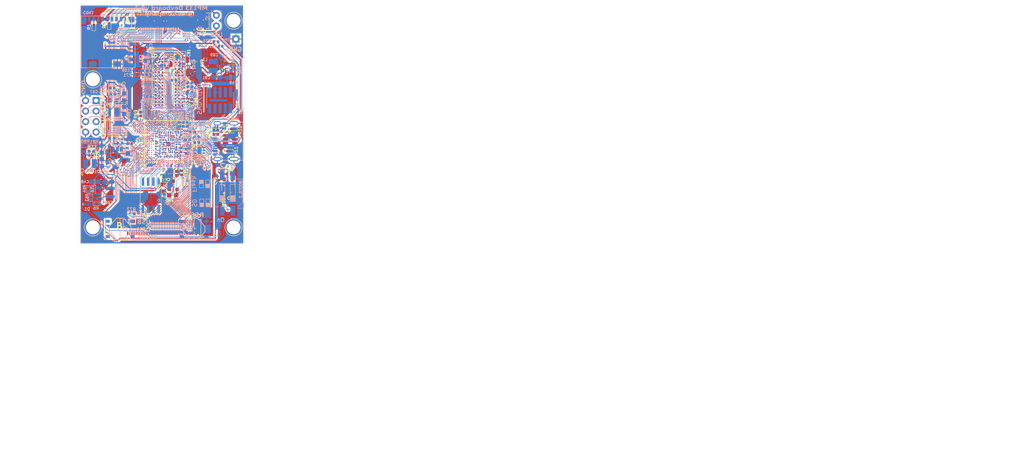
<source format=kicad_pcb>
(kicad_pcb (version 20241229) (generator "pcbnew") (generator_version "9.0")
  (layers (0 "F.Cu" signal) (4 "In1.Cu" signal) (6 "In2.Cu" signal) (2 "B.Cu" signal) (13 "F.Paste" user) (15 "B.Paste" user) (5 "F.SilkS" user "F.Silkscreen") (7 "B.SilkS" user "B.Silkscreen") (1 "F.Mask" user) (3 "B.Mask" user) (25 "Edge.Cuts" user))
  (net 0 "")
  (net 1 "+3V3")
  (net 2 "GND")
  (net 3 "+5V")
  (net 4 "/PC9")
  (net 5 "/PC10")
  (net 6 "VDD_CORE")
  (net 7 "VDD")
  (net 9 "/NRST")
  (net 10 "/PC12")
  (net 11 "VDD_DDR")
  (net 12 "/PA11")
  (net 13 "VDDA_1V8")
  (net 14 "Net-(U21-BST)")
  (net 15 "Net-(U2B-PH0-OSC_IN)")
  (net 16 "Net-(U2B-PH1-OSC_OUT)")
  (net 17 "GNDADC")
  (net 18 "VREF+")
  (net 19 "VREF_DDR")
  (net 20 "VDDA")
  (net 21 "VDD_USB")
  (net 22 "/PC8")
  (net 23 "/PD2")
  (net 24 "/PC11")
  (net 25 "/PA0")
  (net 26 "/PC4")
  (net 27 "/PC5")
  (net 28 "/PA6")
  (net 29 "/PB8")
  (net 30 "/PA7")
  (net 32 "/PE13")
  (net 33 "/PC2")
  (net 34 "Net-(U21-SW)")
  (net 35 "/PA2")
  (net 37 "/PWR_ONRST")
  (net 38 "/JTMS_SWDIO")
  (net 39 "/JTCK_SWCLK")
  (net 40 "/JTDO_SWO")
  (net 41 "/JTDI")
  (net 42 "Net-(U19-EN)")
  (net 43 "Net-(U15-SW)")
  (net 44 "/USB_VBUS")
  (net 45 "/USB_VBUS_JACK")
  (net 46 "/USB_RREF")
  (net 47 "/DDR_CKE")
  (net 48 "/DDR_RESETN")
  (net 49 "/DDR_CLK_N")
  (net 50 "/DDR_CLK_P")
  (net 51 "Net-(U2E-VDDA1V1_REG)")
  (net 52 "Net-(U15-BST)")
  (net 53 "/PWR_ON")
  (net 54 "Net-(U16-SW)")
  (net 55 "Net-(U16-BST)")
  (net 56 "Net-(U17-SW)")
  (net 57 "Net-(U17-BST)")
  (net 58 "Net-(U18-Noise)")
  (net 59 "Net-(U19-Noise)")
  (net 60 "/BOOT0")
  (net 61 "/DDR_DQ11")
  (net 62 "/DDR_DQ12")
  (net 63 "VDD_CPU")
  (net 64 "/FLASH_CS")
  (net 65 "/USB_HS_DM")
  (net 66 "/FLASH_IO2")
  (net 67 "/DDR_DQS1_P")
  (net 68 "/DDR_DQM1")
  (net 69 "/DDR_DQ15")
  (net 70 "/PWR_CPU_ONRST")
  (net 71 "/USB_HS_DP")
  (net 72 "/FLASH_IO1")
  (net 73 "/FLASH_IO0")
  (net 74 "/PD0")
  (net 75 "/DDR_DQ9")
  (net 76 "/DDR_DQS1_N")
  (net 77 "/DDR_DQ14")
  (net 78 "/FLASH_IO3")
  (net 79 "/DDR_DQ10")
  (net 80 "/DDR_DQ13")
  (net 81 "/DDR_A8")
  (net 82 "/DDR_DQ8")
  (net 83 "/DDR_A4")
  (net 84 "/DDR_BA1")
  (net 85 "/DDR_A11")
  (net 86 "/DDR_A14")
  (net 87 "/DDR_A1")
  (net 88 "/DDR_A12")
  (net 89 "/DDR_A10")
  (net 90 "/PD6")
  (net 91 "/PE8")
  (net 92 "/DDR_CASN")
  (net 93 "/DDR_WEN")
  (net 94 "/DDR_CSN")
  (net 95 "/DDR_ODT")
  (net 96 "/DDR_BA2")
  (net 97 "/DDR_BA0")
  (net 98 "/DDR_A0")
  (net 99 "/PH12")
  (net 100 "/DDR_A3")
  (net 101 "/DDR_A2")
  (net 102 "/PH3")
  (net 103 "/DDR_A9")
  (net 104 "/DDR_A13")
  (net 105 "/DDR_DQ5")
  (net 106 "/DDR_DQ4")
  (net 107 "/DDR_DQ6")
  (net 108 "/DDR_DQ2")
  (net 109 "/DDR_DQM0")
  (net 111 "/PD7")
  (net 112 "/DDR_DQS0_P")
  (net 113 "/DDR_DQS0_N")
  (net 114 "/DDR_DQ7")
  (net 115 "/DDR_DQ3")
  (net 116 "/JTRST")
  (net 117 "/PG7")
  (net 119 "/DDR_DQ1")
  (net 120 "/DDR_DQ0")
  (net 121 "/PF12")
  (net 122 "/FLASH_CLK")
  (net 123 "/DDR_A6")
  (net 124 "/DDR_RASN")
  (net 125 "/DEBUG3")
  (net 126 "/DEBUG2")
  (net 127 "/DDR_A5")
  (net 128 "Net-(U2C-DDR_ZQ)")
  (net 129 "Net-(U2D-PWR_CPU_ON)")
  (net 130 "Net-(U21-FB)")
  (net 133 "/PG12")
  (net 134 "/DDR_A7")
  (net 137 "Net-(U14-ZQ)")
  (net 138 "Net-(U15-FB)")
  (net 139 "Net-(U16-FB)")
  (net 140 "Net-(U17-FB)")
  (net 148 "/PC1")
  (net 151 "/PG2")
  (net 152 "/BOOT2")
  (net 154 "/PE12")
  (net 157 "/DFU_BOOT")
  (net 160 "/PA1")
  (net 161 "/PA3")
  (net 162 "/PF3")
  (net 163 "/PA4")
  (net 164 "/PA5")
  (net 165 "/USB_HS_D-")
  (net 167 "/USB_HS_D+")
  (net 168 "/PC3")
  (net 171 "/PD12")
  (net 176 "/PH13")
  (net 177 "/PF1")
  (net 178 "/PG10")
  (net 186 "Net-(J3-CC1)")
  (net 188 "Net-(J3-CC2)")
  (net 190 "/PE11")
  (net 191 "/PD3")
  (net 192 "/PB9")
  (net 195 "/DEBUG0")
  (net 196 "/DEBUG1")
  (net 197 "Net-(J4-Pin_4)")
  (net 198 "Net-(J4-Pin_6)")
  (net 199 "Net-(J6-Pin_10)")
  (net 213 "/PH8")
  (net 215 "/PF11")
  (net 217 "/PB1")
  (net 220 "/PG13")
  (net 221 "/PA10")
  (net 239 "/PA9")
  (net 240 "/PB15")
  (net 241 "/PB14")
  (net 242 "/PB4")
  (net 243 "/PD14")
  (net 244 "/PE5")
  (net 245 "/UART7_RX")
  (net 246 "/UART7_TX")
  (net 247 "/PB6")
  (net 249 "/PH14")
  (net 250 "/PWR_ONRST2")
  (footprint "4ms_Capacitor:C_0402" (layer "F.Cu") (at 210.26 89.225 -90)
    (property "Reference" "C110")
    (property "Value" "6.8pF_0402_25V")
  )
  (footprint "4ms_Capacitor:C_0603" (layer "F.Cu") (at 216.619899 61.991338 -90)
    (property "Reference" "C81")
    (property "Value" "10uF_0603_10V" (hide yes))
  )
  (footprint "4ms_SolderJumper:JUMPER_SMD_1x3_tiny_open" (layer "F.Cu") (at 194.765 72.735 90)
    (property "Reference" "JP3")
    (property "Value" "SolderJumper_3" (hide yes))
  )
  (footprint "4ms_Diode:DFN-1006-2" (layer "F.Cu") (at 191.95 84.89 180)
    (property "Reference" "D26")
    (property "Value" "BAT54LP")
  )
  (footprint "Package_TO_SOT_SMD:SOT-23-6" (layer "F.Cu") (at 225.585 80.905)
    (property "Reference" "U3")
    (property "Value" "USBLC6-2SC6")
  )
  (footprint "4ms_Resistor:R_0402" (layer "F.Cu") (at 222.105 79.655 180)
    (property "Reference" "R4")
    (property "Value" "430k_0402")
  )
  (footprint "4ms_Capacitor:C_0402" (layer "F.Cu") (at 217.923318 62.082398 90)
    (property "Reference" "C99")
    (property "Value" "100nF_0402_16V")
  )
  (footprint "4ms_Package_QFP:FBGA-96_Layout2x3x16_Body8x14_P0.8mm" (layer "F.Cu") (at 210.797907 66.660098)
    (property "Reference" "U14")
    (property "Value" "DDR3L-RAM-4Gb_MT41K256M16TW" (hide yes))
  )
  (footprint "4ms_SolderJumper:NetTie-2_SMD_Pad0.16mm_6mil" (layer "F.Cu") (at 209.4258 94.9874 -90)
    (property "Reference" "NT2" (hide yes))
    (property "Value" "NetTie_2" (hide yes))
  )
  (footprint "4ms_Hardware:MountingHole_Generic_3mm" (layer "F.Cu") (at 192.3958 66.375)
    (property "Reference" "H2" (hide yes))
    (property "Value" "Spacer Nylon, fits 3mm hole")
  )
  (footprint "4ms_Hardware:MountingHole_Generic_3mm" (layer "F.Cu") (at 226.3958 102.1874)
    (property "Reference" "H4" (hide yes))
    (property "Value" "Spacer Nylon, fits 3mm hole")
  )
  (footprint "4ms_Hardware:MountingHole_Generic_3mm" (layer "F.Cu") (at 192.3958 102.1874)
    (property "Reference" "H3" (hide yes))
    (property "Value" "Spacer Nylon, fits 3mm hole")
  )
  (footprint "4ms_Capacitor:C_0402" (layer "F.Cu") (at 225.8 94.11 180)
    (property "Reference" "C72")
    (property "Value" "100nF_0402_50V")
  )
  (footprint "4ms_Resistor:R_0402" (layer "F.Cu") (at 217.535 81.69 180)
    (property "Reference" "R3")
    (property "Value" "3k_0402")
  )
  (footprint "4ms_Connector:Connector-80pin-P0.4mm-W3.0mm" (layer "F.Cu") (at 209.0967 102.1874 90)
    (property "Reference" "J2")
    (property "Value" "Pins_02x40_P0.4mm_W3.0mm_SMT" (hide yes))
  )
  (footprint "4ms_Capacitor:C_0402" (layer "F.Cu") (at 225.27 89.28)
    (property "Reference" "C84")
    (property "Value" "4.7uF_0402_6.3V")
  )
  (footprint "4ms_Hardware:MountingHole_Generic_3mm" (layer "F.Cu") (at 226.3958 52.1874)
    (property "Reference" "H1" (hide yes))
    (property "Value" "Spacer Nylon, fits 3mm hole")
  )
  (footprint "4ms_Capacitor:C_0402" (layer "F.Cu") (at 216.274615 71.741074 90)
    (property "Reference" "C98")
    (property "Value" "100nF_0402_16V")
  )
  (footprint "4ms_Resistor:R_0402" (layer "F.Cu") (at 222.095 78.645)
    (property "Reference" "R5")
    (property "Value" "620k_0402")
  )
  (footprint "4ms_Package_SOT:SOT23-3_PO132" (layer "F.Cu") (at 211.81 91.98)
    (property "Reference" "U13")
    (property "Value" "NCP51460SN33")
  )
  (footprint "4ms_Capacitor:C_0402" (layer "F.Cu") (at 213.859999 88.985 90)
    (property "Reference" "C111")
    (property "Value" "6.8pF_0402_25V")
  )
  (footprint "4ms_Resistor:R_0402" (layer "F.Cu") (at 192.635 53.7 90)
    (property "Reference" "R1")
    (property "Value" "10k_0402")
  )
  (footprint "4ms_Resistor:R_0402" (layer "F.Cu") (at 192.045 83.78 180)
    (property "Reference" "R77")
    (property "Value" "10k_0402")
  )
  (footprint "4ms_Capacitor:C_0402" (layer "F.Cu") (at 222.81 91.235 90)
    (property "Reference" "C45")
    (property "Value" "1uF_0402_25V")
  )
  (footprint "4ms_Package_QFP:TFBGA-320_11x11mm_P0.5" (layer "F.Cu") (at 210.607907 82.060098 90)
    (property "Reference" "U2")
    (property "Value" "STM32MP133DAF")
  )
  (footprint "4ms_Resistor:R_0402" (layer "F.Cu") (at 225.415 83.765)
    (property "Reference" "R11")
    (property "Value" "5.1k_0402")
  )
  (footprint "4ms_Package_SOT:SOT-23-5" (layer "F.Cu") (at 225.15 91.68 90)
    (property "Reference" "U18")
    (property "Value" "TAR5S33")
  )
  (footprint "4ms_Capacitor:C_0603" (layer "F.Cu") (at 211.68 94.42 180)
    (property "Reference" "C44")
    (property "Value" "10uF_0603_10V")
  )
  (footprint "4ms_Resistor:R_0402" (layer "F.Cu") (at 196.32 53.36 90)
    (property "Reference" "R2")
    (property "Value" "10k_0402")
  )
  (footprint "4ms_Resistor:R_0402" (layer "F.Cu") (at 226.355 78.385)
    (property "Reference" "R10")
    (property "Value" "5.1k_0402")
  )
  (footprint "4ms_Resistor:R_0402" (layer "F.Cu") (at 203.93 74.785 90)
    (property "Reference" "R69")
    (property "Value" "10k_0402")
  )
  (footprint "4ms_Capacitor:C_0603" (layer "F.Cu") (at 209.2758 92.6474 -90)
    (property "Reference" "C41")
    (property "Value" "2.2uF_0603_25V")
  )
  (footprint "4ms_SolderJumper:JUMPER_SMD_1x3_tiny_open" (layer "F.Cu") (at 194.725 75.9974 90)
    (property "Reference" "JP2")
    (property "Value" "SolderJumper_3" (hide yes))
  )
  (footprint "4ms_Connector:Connector-80pin-P0.4mm-W3.0mm" (layer "F.Cu") (at 211.0967 52.1874 90)
    (property "Reference" "J1")
    (property "Value" "Pins_02x40_P0.4mm_W3.0mm_SMT" (hide yes))
  )
  (footprint "4ms_Crystal:Crystal_2.0x1.6mm_4pin" (layer "F.Cu") (at 212.05 89.14 180)
    (property "Reference" "X2")
    (property "Value" "24MHz_8pF_2x1.6mm" (hide yes))
  )
  (footprint "4ms_Capacitor:C_0201" (layer "B.Cu") (at 210.905029 79.15143 180)
    (property "Reference" "C206" (hide yes))
    (property "Value" "1nF_0201_4V" (hide yes))
  )
  (footprint "4ms_Capacitor:C_0603" (layer "B.Cu") (at 222.3248 65.8954 180)
    (property "Reference" "C91")
    (property "Value" "22uF_0603_6.3V")
  )
  (footprint "4ms_Capacitor:C_0402" (layer "B.Cu") (at 223.3808 61.1624 -90)
    (property "Reference" "C69")
    (property "Value" "100nF_0402_16V")
  )
  (footprint "4ms_Resistor:R_0402" (layer "B.Cu") (at 190.5475 82.4 180)
    (property "Reference" "R80")
    (property "Value" "10k_0402")
  )
  (footprint "4ms_Capacitor:C_0201" (layer "B.Cu") (at 211.672907 60.255098 -90)
    (property "Reference" "C182")
    (property "Value" "1uF_0201_4V" (hide yes))
  )
  (footprint "4ms_Capacitor:C_0402" (layer "B.Cu") (at 217.425 81.43 180)
    (property "Reference" "C29")
    (property "Value" "2.2uF_0402_6.3V")
  )
  (footprint "4ms_Capacitor:C_0201" (layer "B.Cu") (at 208.637907 82.765088 -90)
    (property "Reference" "C186" (hide yes))
    (property "Value" "1uF_0201_4V" (hide yes))
  )
  (footprint "4ms_Capacitor:C_0201" (layer "B.Cu") (at 213.32 80.65 -90)
    (property "Reference" "C212" (hide yes))
    (property "Value" "1uF_0201_4V" (hide yes))
  )
  (footprint "4ms_Capacitor:C_0402" (layer "B.Cu") (at 196 84.5024 -90)
    (property "Reference" "C46")
    (property "Value" "1uF_0402_25V")
  )
  (footprint "4ms_Capacitor:C_0201" (layer "B.Cu") (at 211.294975 84.086554 180)
    (property "Reference" "C201" (hide yes))
    (property "Value" "1uF_0201_4V" (hide yes))
  )
  (footprint "4ms_Capacitor:C_0201" (layer "B.Cu") (at 213.46 81.89 -90)
    (property "Reference" "C213" (hide yes))
    (property "Value" "1uF_0201_4V" (hide yes))
  )
  (footprint "4ms_Resistor:R_0402" (layer "B.Cu") (at 225.7758 63.6704 -90)
    (property "Reference" "R65")
    (property "Value" "6.8k_0402")
  )
  (footprint "4ms_Resistor:R_0402" (layer "B.Cu") (at 197.18 69.98 180)
    (property "Reference" "R62")
    (property "Value" "17.4k_0402")
  )
  (footprint "4ms_SolderJumper:JUMPER_SMD_1x3_tiny" (layer "B.Cu") (at 227.46 74.24 -90)
    (property "Reference" "JP1")
    (property "Value" "SolderJumper_3_Bridged12")
  )
  (footprint "4ms_Resistor:R_0402" (layer "B.Cu") (at 216.547907 79.145098)
    (property "Reference" "R52")
    (property "Value" "240Ω_0402")
  )
  (footprint "4ms_Capacitor:C_0402" (layer "B.Cu") (at 215.809187 69.434089)
    (property "Reference" "C42")
    (property "Value" "100nF_0402_16V")
  )
  (footprint "Connector_PinHeader_2.54mm:PinHeader_1x01_P2.54mm_Vertical" (layer "B.Cu") (at 226.96 56.63)
    (property "Reference" "TP1")
    (property "Value" "GND")
  )
  (footprint "4ms_Capacitor:C_0201" (layer "B.Cu") (at 213.612907 79.435088 90)
    (property "Reference" "C211" (hide yes))
    (property "Value" "1nF_0201_4V" (hide yes))
  )
  (footprint "4ms_Resistor:R_0402" (layer "B.Cu") (at 197 80.62)
    (property "Reference" "R60")
    (property "Value" "100k_0402")
  )
  (footprint "4ms_Capacitor:C_0201" (layer "B.Cu") (at 207.57 79.815 90)
    (property "Reference" "C175" (hide yes))
    (property "Value" "1nF_0201_4V" (hide yes))
  )
  (footprint "Inductor_SMD:L_1008_2520Metric" (layer "B.Cu") (at 197.1958 74.2974)
    (property "Reference" "L1")
    (property "Value" "1uH_3.2A_2520")
  )
  (footprint "4ms_Resistor:R_0402" (layer "B.Cu") (at 214.22 77.28 90)
    (property "Reference" "R79")
    (property "Value" "1k_0402")
  )
  (footprint "4ms_Capacitor:C_0402" (layer "B.Cu") (at 205.96113 64.309178 180)
    (property "Reference" "C92")
    (property "Value" "100nF_0402_16V")
  )
  (footprint "4ms_Resistor:R_0402" (layer "B.Cu") (at 215.833393 68.203961 180)
    (property "Reference" "R59")
    (property "Value" "240Ω_0402")
  )
  (footprint "4ms_Package_SOT:SOT-563" (layer "B.Cu") (at 197.4438 71.6894 180)
    (property "Reference" "U15")
    (property "Value" "AP6230xZ6")
  )
  (footprint "4ms_Resistor:R_0402" (layer "B.Cu") (at 197.07 68.49)
    (property "Reference" "R61")
    (property "Value" "10k_0402")
  )
  (footprint "4ms_Capacitor:C_0201" (layer "B.Cu") (at 212.5 85.17)
    (property "Reference" "C207" (hide yes))
    (property "Value" "1uF_0201_4V" (hide yes))
  )
  (footprint "4ms_Switch:SW_DIP_SPSTx02_CTS_219-2MSTR" (layer "B.Cu") (at 224.93 93.85 90)
    (property "Reference" "BOOT0_2")
    (property "Value" "SW_DIP_x02_CTS_219-2MST")
  )
  (footprint "4ms_Capacitor:C_0201" (layer "B.Cu") (at 212.676928 79.066856)
    (property "Reference" "C204" (hide yes))
    (property "Value" "1nF_0201_4V" (hide yes))
  )
  (footprint "4ms_Capacitor:C_0201" (layer "B.Cu") (at 208.573509 80.105664 -90)
    (property "Reference" "C184" (hide yes))
    (property "Value" "1nF_0201_4V" (hide yes))
  )
  (footprint "4ms_Capacitor:C_0201" (layer "B.Cu") (at 207.587907 82.885088 -90)
    (property "Reference" "C177" (hide yes))
    (property "Value" "1uF_0201_4V" (hide yes))
  )
  (footprint "4ms_Capacitor:C_0402" (layer "B.Cu") (at 205.950956 65.31289)
    (property "Reference" "C43")
    (property "Value" "100nF_0402_16V")
  )
  (footprint "4ms_Capacitor:C_0201" (layer "B.Cu") (at 207.587907 81.665088 -90)
    (property "Reference" "C176" (hide yes))
    (property "Value" "1uF_0201_4V" (hide yes))
  )
  (footprint "4ms_Capacitor:C_0402" (layer "B.Cu") (at 198.9478 81.8274)
    (property "Reference" "C56")
    (property "Value" "100nF_0402_50V")
  )
  (footprint "4ms_Resistor:R_0402" (layer "B.Cu") (at 191.299 92.9735 -90)
    (property "Reference" "R64")
    (property "Value" "10k_0402")
  )
  (footprint "4ms_Capacitor:C_0603" (layer "B.Cu") (at 205.04855 61.019899 90)
    (property "Reference" "C83")
    (property "Value" "10uF_0603_10V" (hide yes))
  )
  (footprint "4ms_Capacitor:C_0201" (layer "B.Cu") (at 210.612907 82.840088 90)
    (property "Reference" "C196" (hide yes))
    (property "Value" "1uF_0201_4V" (hide yes))
  )
  (footprint "4ms_Capacitor:C_0201" (layer "B.Cu") (at 208.637907 83.975088 90)
    (property "Reference" "C187" (hide yes))
    (property "Value" "1uF_0201_4V" (hide yes))
  )
  (footprint "4ms_Capacitor:C_0402" (layer "B.Cu") (at 206.348329 61.066408 -90)
    (property "Reference" "C106")
    (property "Value" "100nF_0402_16V")
  )
  (footprint "4ms_Resistor:R_0402" (layer "B.Cu") (at 203.015 65.23 180)
    (property "Reference" "R71")
    (property "Value" "1k_0402")
  )
  (footprint "4ms_Capacitor:C_0603" (layer "B.Cu") (at 199.9028 73.8994 -90)
    (property "Reference" "C89")
    (property "Value" "22uF_0603_6.3V")
  )
  (footprint "4ms_Capacitor:C_0402" (layer "B.Cu") (at 195.5458 71.9274 90)
    (property "Reference" "C67")
    (property "Value" "100nF_0402_16V")
  )
  (footprint "4ms_Capacitor:C_0402" (layer "B.Cu") (at 193.98 95.287 180)
    (property "Reference" "C68")
    (property "Value" "100nF_0402_16V")
  )
  (footprint "4ms_Capacitor:C_0402" (layer "B.Cu") (at 190.1425 84.305 90)
    (property "Reference" "C24")
    (property "Value" "100nF_0402_16V")
  )
  (footprint "4ms_Capacitor:C_0201" (layer "B.Cu") (at 211.567907 81.070088 180)
    (property "Reference" "C200" (hide yes))
    (property "Value" "1uF_0201_4V" (hide yes))
  )
  (footprint "4ms_Capacitor:C_0201" (layer "B.Cu") (at 213.49 85.18 -90)
    (property "Reference" "C215" (hide yes))
    (property "Value" "1uF_0201_4V" (hide yes))
  )
  (footprint "4ms_Capacitor:C_0201" (layer "B.Cu") (at 211.557907 83.130088 180)
    (property "Reference" "C202" (hide yes))
    (property "Value" "1uF_0201_4V" (hide yes))
  )
  (footprint "4ms_Package_SOT:SOT-563" (layer "B.Cu") (at 193.859 93.3685 -90)
    (property "Reference" "U16")
    (property "Value" "AP6230xZ6")
  )
  (footprint "4ms_Capacitor:C_0201" (layer "B.Cu") (at 209.625 84.06 180)
    (property "Reference" "C194" (hide yes))
    (property "Value" "1uF_0201_4V" (hide yes))
  )
  (footprint "4ms_Capacitor:C_0603" (layer "B.Cu") (at 200.89 85.12 -90)
    (property "Reference" "C88")
    (property "Value" "22uF_0603_6.3V")
  )
  (footprint "4ms_Resistor:R_0402" (layer "B.Cu") (at 226.7958 63.6624 90)
    (property "Reference" "R66")
    (property "Value" "10k_0402")
  )
  (footprint "4ms_Capacitor:C_0603" (layer "B.Cu") (at 225.6608 65.9814)
    (property "Reference" "C49")
    (property "Value" "2.2uF_0603_25V")
  )
  (footprint "4ms_Capacitor:C_0201" (layer "B.Cu") (at 212.662907 81.815088 -90)
    (property "Reference" "C208" (hide yes))
    (property "Value" "1uF_0201_4V" (hide yes))
  )
  (footprint "4ms_Capacitor:C_0603" (layer "B.Cu") (at 192.842 91.146 180)
    (property "Reference" "C48")
    (property "Value" "2.2uF_0603_25V")
  )
  (footprint "4ms_Capacitor:C_0402" (layer "B.Cu") (at 213.962032 62.60195 180)
    (property "Reference" "C94")
    (property "Value" "100nF_0402_16V")
  )
  (footprint "4ms_Capacitor:C_0201" (layer "B.Cu") (at 216.17 82.49 -90)
    (property "Reference" "C1")
    (property "Value" "1uF_0201_4V" (hide yes))
  )
  (footprint "4ms_Diode:DFN-1006-2" (layer "B.Cu") (at 223.255 58.365 180)
    (property "Reference" "D11")
    (property "Value" "BAT54LP")
  )
  (footprint "Inductor_SMD:L_1008_2520Metric" (layer "B.Cu") (at 191.6875 86.75)
    (property "Reference" "L4")
    (property "Value" "1uH_3.2A_2520")
  )
  (footprint "4ms_Capacitor:C_0201" (layer "B.Cu") (at 212.520076 84.054386 180)
    (property "Reference" "C205" (hide yes))
    (property "Value" "1uF_0201_4V" (hide yes))
  )
  (footprint "4ms_Capacitor:C_0402" (layer "B.Cu") (at 203.035 64.24)
    (property "Reference" "C109")
    (property "Value" "1uF_0402_25V")
  )
  (footprint "4ms_Capacitor:C_0603" (layer "B.Cu") (at 194.51 83.25 90)
    (property "Reference" "C14")
    (property "Value" "2.2uF_0603_25V")
  )
  (footprint "4ms_Connector:Pins_1x02_2.54mm_TH" (layer "B.Cu") (at 222.245 52.155 180)
    (property "Reference" "J5")
    (property "Value" "Conn_01x02")
  )
  (footprint "4ms_Resistor:R_0402" (layer "B.Cu") (at 215.796827 67.187973 180)
    (property "Reference" "R67")
    (property "Value" "10k_0402")
  )
  (footprint "4ms_Connector:USB_C_Receptacle_Molex_2171790001" (layer "B.Cu") (at 225.335 81.325 -90)
    (property "Reference" "J3")
    (property "Value" "USB-C_Receptacle_Molex_2171790001")
  )
  (footprint "Inductor_SMD:L_1008_2520Metric" (layer "B.Cu") (at 221.4368 63.1284 -90)
    (property "Reference" "L3")
    (property "Value" "1uH_3.2A_2520")
  )
  (footprint "4ms_Switch:Button_Tact_PTS526" (layer "B.Cu") (at 216.86 102.6 180)
    (property "Reference" "S2")
    (property "Value" "SW_Push_PTS526 SM15 SMTR2 LFS" (hide yes))
  )
  (footprint "4ms_Resistor:R_0402" (layer "B.Cu") (at 192.5875 82.43 180)
    (property "Reference" "R81")
    (property "Value" "14.7k_0402")
  )
  (footprint "4ms_Capacitor:C_0402" (layer "B.Cu") (at 209.81 93.735 -90)
    (property "Reference" "C12")
    (property "Value" "100nF_0402_16V")
  )
  (footprint "4ms_Capacitor:C_0402" (layer "B.Cu") (at 214.92 83.73 -90)
    (property "Reference" "C33")
    (property "Value" "1uF_0402_25V")
  )
  (footprint "4ms_Resistor:R_0402" (layer "B.Cu") (at 201.915 98.94 180)
    (property "Reference" "R72")
    (property "Value" "10k_0402")
  )
  (footprint "4ms_Capacitor:C_0603" (layer "B.Cu") (at 196.1 91.156)
    (property "Reference" "C90")
    (property "Value" "22uF_0603_6.3V")
  )
  (footprint "4ms_Capacitor:C_0603" (layer "B.Cu") (at 194.49 86.54 -90)
    (property "Reference" "C40")
    (property "Value" "22uF_0603_6.3V")
  )
  (footprint "4ms_Capacitor:C_0201" (layer "B.Cu") (at 211.512907 82.195088 90)
    (property "Reference" "C203" (hide yes))
    (property "Value" "1uF_0201_4V" (hide yes))
  )
  (footprint "4ms_Capacitor:C_0201" (layer "B.Cu") (at 209.717907 81.040088)
    (property "Reference" "C188" (hide yes))
    (property "Value" "1uF_0201_4V" (hide yes))
  )
  (footprint "4ms_Capacitor:C_0201" (layer "B.Cu") (at 212.62 80.285 -90)
    (property "Reference" "C198" (hide yes))
    (property "Value" "1uF_0201_4V" (hide yes))
  )
  (footprint "4ms_Capacitor:C_0402" (layer "B.Cu") (at 217.475 80.26 180)
    (property "Reference" "C32")
    (property "Value" "2.2uF_0402_6.3V")
  )
  (footprint "4ms_Package_QFP:DFN-6-1EP_2x2mm_P0.65mm_EP1x1.6mm" (layer "B.Cu") (at 218.17 83.56 180)
    (property "Reference" "U20")
    (property "Value" "AP2411SN")
  )
  (footprint "4ms_Capacitor:C_0201" (layer "B.Cu") (at 211.635 80.03)
    (property "Reference" "C199" (hide yes))
    (property "Value" "1uF_0201_4V" (hide yes))
  )
  (footprint "4ms_Package_SOT:SOT-563" (layer "B.Cu") (at 192.0725 84.16 180)
    (property "Reference" "U21")
    (property "Value" "AP6230xZ6")
  )
  (footprint "4ms_Switch:Button_Tact_PTS526" (layer "B.Cu") (at 198.98 102.56)
    (property "Reference" "S3")
    (property "Value" "SW_Push_PTS526 SM15 SMTR2 LFS")
  )
  (footprint "4ms_Package_SOT:SOT-563" (layer "B.Cu") (at 223.9708 63.5994 90)
    (property "Reference" "U17")
    (property "Value" "AP6230xZ6")
  )
  (footprint "4ms_Capacitor:C_0603" (layer "B.Cu") (at 199.9278 70.6464 90)
    (property "Reference" "C47")
    (property "Value" "2.2uF_0603_25V")
  )
  (footprint "4ms_Resistor:R_0402" (layer "B.Cu") (at 222.155 57.29)
    (property "Reference" "R76")
    (property "Value" "10k_0402")
  )
  (footprint "4ms_Capacitor:C_0201" (layer "B.Cu") (at 209.572907 81.975088 90)
    (property "Reference" "C189" (hide yes))
    (property "Value" "1uF_0201_4V" (hide yes))
  )
  (footprint "4ms_Resistor:R_0402" (layer "B.Cu") (at 193.33 96.46 180)
    (property "Reference" "R6")
    (property "Value" "10k_0402")
  )
  (footprint "4ms_Connector_Card:CardSlot_MicroSD_Molex_104031-0811" (layer "B.Cu") (at 196.042501 57.2425)
    (property "Reference" "CON1")
    (property "Value" "microSDCon_SMT_104031-0811" (hide yes))
  )
  (footprint "4ms_Capacitor:C_0402" (layer "B.Cu") (at 222.92 103.785 -90)
    (property "Reference" "C21")
    (property "Value" "100nF_0402_16V")
  )
  (footprint "4ms_Package_SOT:SOT-23-5" (layer "B.Cu") (at 198.31 84.38 -90)
    (property "Reference" "U19")
    (property "Value" "TAR5S33")
  )
  (footprint "4ms_Capacitor:C_0201" (layer "B.Cu") (at 208.452907 85.170088 180)
    (property "Reference" "C183" (hide yes))
    (property "Value" "1uF_0201_4V" (hide yes))
  )
  (footprint "4ms_Connector:Pins_2x05_1.27mm_SMD" (layer "B.Cu") (at 223.15 71.46 -90)
    (property "Reference" "J6")
    (property "Value" "Pins_02x05_P1.27mm_SMT")
  )
  (footprint "4ms_Capacitor:C_0201" (layer "B.Cu") (at 212.662907 83.040098 -90)
    (property "Reference" "C209" (hide yes))
    (property "Value" "1uF_0201_4V" (hide yes))
  )
  (footprint "4ms_Resistor:R_0402" (layer "B.Cu") (at 211.978434 66.59725)
    (property "Reference" "R68")
    (property "Value" "100Ω_0402")
  )
  (footprint "4ms_Capacitor:C_0402" (layer "B.Cu") (at 215.26 81.03 180)
    (property "Reference" "C76")
    (property "Value" "4.7uF_0402_6.3V")
  )
  (footprint "4ms_Connector:Pins_2x04_P2.54mm_Horizontal_CroppedSilk" (layer "B.Cu") (at 191.9058 75.3274 180)
    (property "Reference" "J4")
    (property "Value" "Pins_02x04_RightAngle_P2.54mm_TH")
  )
  (footprint "4ms_Capacitor:C_0402" (layer "B.Cu") (at 216.456399 64.997666 90)
    (property "Reference" "C102")
    (property "Value" "100nF_0402_16V")
  )
  (footprint "4ms_Capacitor:C_0201" (layer "B.Cu") (at 209.687907 83.115088)
    (property "Reference" "C190" (hide yes))
    (property "Value" "1uF_0201_4V" (hide yes))
  )
  (footprint "4ms_Resistor:R_0402" (layer "B.Cu") (at 191.889 94.9835 -90)
    (property "Reference" "R63")
    (property "Value" "31.6k_0402")
  )
  (footprint "4ms_Capacitor:C_0402" (layer "B.Cu") (at 206.007193 70.531936)
    (property "Reference" "C103")
    (property "Value" "100nF_0402_16V")
  )
  (footprint "4ms_Resistor:R_0402" (layer "B.Cu") (at 215.214232 77.276896 -90)
    (property "Reference" "R78")
    (property "Value" "1k_0402")
  )
  (footprint "Inductor_SMD:L_Wuerth_MAPI-2510" (layer "B.Cu") (at 196.54 93.755 90)
    (property "Reference" "L2")
    (property "Value" "4.7uH_1.7A_2510")
  )
  (footprint "4ms_Capacitor:C_0201" (layer "B.Cu") (at 211.244655 85.174499 180)
    (property "Reference" "C197" (hide yes))
    (property "Value" "1uF_0201_4V" (hide yes))
  )
  (footprint "4ms_Capacitor:C_0402" (layer "B.Cu") (at 213.275077 77.279961 -90)
    (property "Reference" "C13")
    (property "Value" "1uF_0402_25V")
  )
  (footprint "4ms_Capacitor:C_0201" (layer "B.Cu") (at 210.642907 81.345098 -90)
    (property "Reference" "C195" (hide yes))
    (property "Value" "1uF_0201_4V" (hide yes))
  )
  (footprint "4ms_Diode:DFN-1006-2" (layer "B.Cu") (at 190.8675 96.59)
    (property "Reference" "D1")
    (property "Value" "BAT54LP")
  )
  (footprint "4ms_Capacitor:C_0201" (layer "B.Cu") (at 210.36 80.06)
    (property "Reference" "C193" (hide yes))
    (property "Value" "1nF_0201_4V" (hide yes))
  )
  (footprint "4ms_Resistor:R_0402" (layer "B.Cu") (at 204.48 64.765 90)
    (property "Reference" "R70")
    (property "Value" "1k_0402")
  )
  (footprint "4ms_Capacitor:C_0402" (layer "B.Cu") (at 200.76 82.5 90)
    (property "Reference" "C75")
    (property "Value" "100nF_0402_50V")
  )
  (footprint "4ms_Package_SOIC:SOIC-8_5.28x4.9mm_Pitch1.27mm" (layer "B.Cu") (at 206.39 94.44 90)
    (property "Reference" "U5")
    (property "Value" "NORFLASH_W25Q128JV")
  )
  (footprint "4ms_Capacitor:C_0201" (layer "B.Cu") (at 207.512907 84.290088 -90)
    (property "Reference" "C174" (hide yes))
    (property "Value" "1uF_0201_4V" (hide yes))
  )
  (footprint "4ms_Capacitor:C_0201" (layer "B.Cu") (at 208.612907 81.315088 -90)
    (property "Reference" "C185" (hide yes))
    (property "Value" "1uF_0201_4V" (hide yes))
  )
  (footprint "4ms_Capacitor:C_0201" (layer "B.Cu") (at 210.04 61.68 90)
    (property "Reference" "C192")
    (property "Value" "1nF_0201_4V" (hide yes))
  )
  (footprint "4ms_Capacitor:C_0402" (layer "B.Cu") (at 213.67 83.49 -90)
    (property "Reference" "C31")
    (property "Value" "1uF_0402_25V")
  )
  (footprint "4ms_Capacitor:C_0201" (layer "B.Cu") (at 210.012907 85.165088)
    (property "Reference" "C191" (hide yes))
    (property "Value" "1uF_0201_4V" (hide yes))
  )
  (gr_line (start 224.235 78.905) (end 224.525 78.575) (stroke (width 0.12)) (layer "F.SilkS"))
  (gr_line (start 224.235 78.225) (end 224.235 78.905) (stroke (width 0.12)) (layer "F.SilkS"))
  (gr_line (start 224.235 78.905) (end 223.925 78.575) (stroke (width 0.12)) (layer "F.SilkS"))
  (gr_rect (start 219.725 95.33) (end 220.695 97.19) (stroke (width 0.12)) (fill no) (layer "B.SilkS"))
  (gr_line (start 189.4358 71.1274) (end 189.4358 80.5774) (stroke (width 0.12)) (layer "B.SilkS"))
  (gr_line (start 193.7058 69.3774) (end 195.43 70.94) (stroke (width 0.12)) (layer "B.SilkS"))
  (gr_rect (start 218.13 90.74) (end 219.1 92.6) (stroke (width 0.12)) (fill no) (layer "B.SilkS"))
  (gr_rect (start 218.225 95.33) (end 219.195 97.19) (stroke (width 0.12)) (fill no) (layer "B.SilkS"))
  (gr_rect (start 219.795 96.31) (end 220.605 97.12) (stroke (width 0.12)) (fill yes) (layer "B.SilkS"))
  (gr_rect (start 218.22 90.81) (end 219.03 91.62) (stroke (width 0.12)) (fill yes) (layer "B.SilkS"))
  (gr_rect (start 219.7 91.72) (end 220.51 92.53) (stroke (width 0.12)) (fill yes) (layer "B.SilkS"))
  (gr_rect (start 219.63 90.74) (end 220.6 92.6) (stroke (width 0.12)) (fill no) (layer "B.SilkS"))
  (gr_line (start 219.21 68.02) (end 219.21 74.2) (stroke (width 0.4)) (layer "B.SilkS"))
  (gr_rect (start 218.295 96.31) (end 219.105 97.12) (stroke (width 0.12)) (fill yes) (layer "B.SilkS"))
  (gr_rect (start 189.145 48.2758) (end 229.0484 106.145) (stroke (width 0.05)) (fill no) (layer "Edge.Cuts"))
  (gr_text "1" (at 202.535 55.345 0) (layer "F.SilkS") (effects (font (size 0.8 1)) (justify left bottom)))
  (gr_text "79" (at 217.775 55.435 0) (layer "F.SilkS") (effects (font (size 0.8 1)) (justify left bottom)))
  (gr_text "DBG3" (at 195.135 79.895 90) (layer "F.SilkS") (effects (font (size 0.65 0.65) (thickness 0.15) (bold yes)) (justify left bottom)))
  (gr_text "GND" (at 196.145 75.475 90) (layer "F.SilkS") (effects (font (size 0.65 0.65) (thickness 0.15) (bold yes)) (justify left bottom)))
  (gr_text "B" (at 197.865 102.745 0) (layer "F.SilkS") (effects (font (size 1.5 1.5) (thickness 0.3) (bold yes)) (justify left bottom)))
  (gr_text "DBG2" (at 195.155 71.465 90) (layer "F.SilkS") (effects (font (size 0.65 0.65) (thickness 0.15) (bold yes)) (justify left bottom)))
  (gr_text "2" (at 200.8858 99.9074 0) (layer "F.SilkS") (effects (font (size 0.8 1)) (justify left bottom)))
  (gr_text "A" (at 199.925 53.025 0) (layer "F.SilkS") (effects (font (size 1.5 1.5) (thickness 0.3) (bold yes)) (justify left bottom)))
  (gr_text "80" (at 216.4758 99.8774 0) (layer "F.SilkS") (effects (font (size 0.8 1)) (justify left bottom)))
  (gr_text "USB->5V" (at 223.935 56.145 0) (layer "B.SilkS") (effects (font (size 1 1) (thickness 0.2) (bold yes) (italic yes)) (justify left bottom mirror)))
  (gr_text "4ms Company" (at 210.7 50.57 0) (layer "B.SilkS") (effects (font (size 1.02 1.02) (thickness 0.204) (bold yes)) (justify mirror)))
  (gr_text "JTRST" (at 228.06 76.42 0) (layer "B.SilkS") (effects (font (size 0.65 0.65)) (justify left bottom mirror)))
  (gr_text "MP133 Devboard v0.3" (at 211.3458 49.2 0) (layer "B.SilkS") (effects (font (size 1.016 1.016) (thickness 0.14986) (bold yes) (italic yes)) (justify mirror)))
  (gr_text "RX" (at 194.6158 74.1374 90) (layer "B.SilkS") (effects (font (size 0.889 1) (thickness 0.1778) (bold yes)) (justify mirror)))
  (gr_text "RESET" (at 216.56 99.25 0) (layer "B.SilkS") (effects (font (size 1.1 1.1) (thickness 0.14986) (bold yes) (italic yes)) (justify mirror)))
  (gr_text "GND" (at 228.56 59.71 0) (layer "B.SilkS") (effects (font (size 1 1) (thickness 0.25) (bold yes)) (justify left bottom mirror)))
  (gr_text "GND" (at 189.995 68.285 270) (layer "B.SilkS") (effects (font (size 0.889 1) (thickness 0.1778) (bold yes)) (justify mirror)))
  (gr_text "USB\nDFU\nMODE" (at 203.1 102.8 0) (layer "B.SilkS") (effects (font (size 1.1 1) (thickness 0.14986) (bold yes) (italic yes)) (justify right mirror)))
  (gr_text "On" (at 224.35 100.97 0) (layer "B.SilkS") (effects (font (size 1 1)) (justify left bottom mirror)))
  (gr_text "NRST" (at 227.92 70.43 90) (layer "B.SilkS") (effects (font (size 0.65 0.65)) (justify left bottom mirror)))
  (gr_text "Flash" (at 216.27 91.7 270) (layer "B.SilkS") (effects (font (size 1 1)) (justify bottom mirror)))
  (gr_text "SD" (at 216.365 96.29 270) (layer "B.SilkS") (effects (font (size 1 1)) (justify bottom mirror)))
  (gr_text "0 2" (at 225.01 87.41 0) (layer "B.SilkS") (effects (font (size 1.25 1.5) (thickness 0.3)) (justify mirror)))
  (gr_text "1" (at 220.84 66.89 90) (layer "B.SilkS") (effects (font (size 1 1)) (justify left bottom mirror)))
  (gr_text "SWD/JTAG" (at 217.53 75.01 270) (layer "B.SilkS") (effects (font (size 1 1)) (justify left bottom mirror)))
  (gr_text "TX" (at 194.6358 71.5574 90) (layer "B.SilkS") (effects (font (size 0.889 1) (thickness 0.1778) (bold yes)) (justify mirror)))
  (segment (start 216.315 50.7424) (end 216.0967 50.7424) (width 0.2032) (layer "F.Cu") (net 1))
  (segment (start 216.0967 50.7424) (end 216.0967 53.6324) (width 0.2032) (layer "F.Cu") (net 1))
  (segment (start 216.315 50.555) (end 216.315 50.7424) (width 0.2032) (layer "F.Cu") (net 1))
  (segment (start 207.37 93.28) (end 204.01 93.28) (width 0.3) (layer "F.Cu") (net 1))
  (segment (start 196.98 90.26) (end 196.16 90.26) (width 0.3) (layer "F.Cu") (net 1))
  (segment (start 216.4967 53.6324) (end 216.4967 54.1133) (width 0.2032) (layer "F.Cu") (net 1))
  (segment (start 216.265 50.505) (end 216.275 50.515) (width 0.2032) (layer "F.Cu") (net 1))
  (segment (start 216.4967 50.7424) (end 216.315 50.7424) (width 0.2032) (layer "F.Cu") (net 1))
  (segment (start 216.38 54.23) (end 216.17 54.23) (width 0.2032) (layer "F.Cu") (net 1))
  (segment (start 216.4967 54.1133) (end 216.38 54.23) (width 0.2032) (layer "F.Cu") (net 1))
  (segment (start 192.635 54.185) (end 193.765 54.185) (width 0.09) (layer "F.Cu") (net 1))
  (segment (start 216.265 50.505) (end 216.0967 50.6733) (width 0.2032) (layer "F.Cu") (net 1))
  (segment (start 200.49 50.65) (end 200.78 50.65) (width 0.3) (layer "F.Cu") (net 1))
  (segment (start 195.21 80.7) (end 195.26 80.7) (width 0.3) (layer "F.Cu") (net 1))
  (segment (start 193.765 54.185) (end 195.14 52.81) (width 0.09) (layer "F.Cu") (net 1))
  (segment (start 196.28 54.55) (end 196.59 54.55) (width 0.3) (layer "F.Cu") (net 1))
  (segment (start 194.435 83.75805) (end 194.435 83.46195) (width 0.3) (layer "F.Cu") (net 1))
  (segment (start 195.77 70.94) (end 194.74 69.91) (width 0.3) (layer "F.Cu") (net 1))
  (segment (start 216.265 50.505) (end 216.315 50.555) (width 0.2032) (layer "F.Cu") (net 1))
  (segment (start 216.0867 53.6324) (end 216.0867 50.7424) (width 0.09) (layer "F.Cu") (net 1))
  (segment (start 194.435 83.46195) (end 194.55 83.34695) (width 0.3) (layer "F.Cu") (net 1))
  (segment (start 216.0967 50.6733) (end 216.0967 50.7424) (width 0.2032) (layer "F.Cu") (net 1))
  (segment (start 216.4867 50.7424) (end 216.4867 53.6324) (width 0.09) (layer "F.Cu") (net 1))
  (segment (start 195.26 80.7) (end 195.77 80.19) (width 0.3) (layer "F.Cu") (net 1))
  (segment (start 194.55 83.87305) (end 194.435 83.75805) (width 0.3) (layer "F.Cu") (net 1))
  (segment (start 216.17 54.23) (end 216.0967 54.1567) (width 0.2032) (layer "F.Cu") (net 1))
  (segment (start 196.16 90.26) (end 194.55 88.65) (width 0.3) (layer "F.Cu") (net 1))
  (segment (start 216.275 50.515) (end 216.275 50.5207) (width 0.2032) (layer "F.Cu") (net 1))
  (segment (start 216.0967 53.6324) (end 216.4967 53.6324) (width 0.09) (layer "F.Cu") (net 1))
  (segment (start 195.77 80.19) (end 195.77 70.94) (width 0.3) (layer "F.Cu") (net 1))
  (segment (start 196.59 54.55) (end 200.49 50.65) (width 0.3) (layer "F.Cu") (net 1))
  (segment (start 216.275 50.5207) (end 216.4967 50.7424) (width 0.2032) (layer "F.Cu") (net 1))
  (segment (start 194.55 81.36) (end 195.21 80.7) (width 0.3) (layer "F.Cu") (net 1))
  (segment (start 194.55 88.65) (end 194.55 83.87305) (width 0.3) (layer "F.Cu") (net 1))
  (segment (start 194.74 56.09) (end 196.28 54.55) (width 0.3) (layer "F.Cu") (net 1))
  (segment (start 194.74 69.91) (end 194.74 56.09) (width 0.3) (layer "F.Cu") (net 1))
  (segment (start 216.4967 53.6324) (end 216.4967 50.7424) (width 0.2032) (layer "F.Cu") (net 1))
  (segment (start 196.32 53.845) (end 196.175 53.845) (width 0.09) (layer "F.Cu") (net 1))
  (segment (start 216.0967 54.1567) (end 216.0967 53.6324) (width 0.2032) (layer "F.Cu") (net 1))
  (segment (start 196.175 53.845) (end 195.14 52.81) (width 0.09) (layer "F.Cu") (net 1))
  (segment (start 194.55 83.34695) (end 194.55 81.36) (width 0.3) (layer "F.Cu") (net 1))
  (via (at 195.14 52.81) (size 0.4) (drill 0.2) (layers "F.Cu" "B.Cu") (net 1))
  (via (at 207.37 93.28) (size 0.35) (drill 0.15) (layers "F.Cu" "B.Cu") (net 1))
  (via (at 204.01 93.28) (size 0.35) (drill 0.15) (layers "F.Cu" "B.Cu") (net 1))
  (via (at 200.78 50.65) (size 0.6) (drill 0.2) (layers "F.Cu" "B.Cu") (net 1))
  (via (at 216.265 50.505) (size 0.4) (drill 0.2) (layers "F.Cu" "B.Cu") (net 1))
  (via (at 196.98 90.26) (size 0.6) (drill 0.2) (layers "F.Cu" "B.Cu") (net 1))
  (segment (start 196.801124 50.358877) (end 195.905 51.255001) (width 0.2032) (layer "B.Cu") (net 1))
  (segment (start 196.95 92.37) (end 196.54 92.78) (width 0.3) (layer "B.Cu") (net 1))
  (segment (start 209.81 93.25) (end 209.81 92.653) (width 0.09) (layer "B.Cu") (net 1))
  (segment (start 214.821123 50.365) (end 214.815 50.358877) (width 0.2032) (layer "B.Cu") (net 1))
  (segment (start 196.15 97.72) (end 192.47 97.72) (width 0.127) (layer "B.Cu") (net 1))
  (segment (start 195.905 52.345) (end 195.44 52.81) (width 0.09) (layer "B.Cu") (net 1))
  (segment (start 214.815 50.358877) (end 201.07 50.358877) (width 0.2032) (layer "B.Cu") (net 1))
  (segment (start 209.81 92.653) (end 208.295 91.138) (width 0.09) (layer "B.Cu") (net 1))
  (segment (start 216.195 50.365) (end 214.821123 50.365) (width 0.2032) (layer "B.Cu") (net 1))
  (segment (start 195.905 51.805) (end 195.905 52.345) (width 0.09) (layer "B.Cu") (net 1))
  (segment (start 195.905 51.255001) (end 195.905 51.805) (width 0.2032) (layer "B.Cu") (net 1))
  (segment (start 198.319584 95.550416) (end 196.15 97.72) (width 0.127) (layer "B.Cu") (net 1))
  (segment (start 216.265 50.435) (end 216.195 50.365) (width 0.2032) (layer "B.Cu") (net 1))
  (segment (start 208.17 92.48) (end 208.17 91.263) (width 0.3) (layer "B.Cu") (net 1))
  (segment (start 198.319584 91.420416) (end 200.179167 93.28) (width 0.3) (layer "B.Cu") (net 1))
  (segment (start 200.78 50.648877) (end 201.07 50.358877) (width 0.3) (layer "B.Cu") (net 1))
  (segment (start 198.319584 91.420416) (end 198.055167 91.156) (width 0.3) (layer "B.Cu") (net 1))
  (segment (start 198.319584 91.420416) (end 198.319584 95.550416) (width 0.127) (layer "B.Cu") (net 1))
  (segment (start 216.265 50.505) (end 216.265 50.435) (width 0.2032) (layer "B.Cu") (net 1))
  (segment (start 196.95 90.29) (end 196.98 90.26) (width 0.3) (layer "B.Cu") (net 1))
  (segment (start 201.07 50.358877) (end 196.801124 50.358877) (width 0.2032) (layer "B.Cu") (net 1))
  (segment (start 191.889 97.139) (end 191.889 95.4685) (width 0.127) (layer "B.Cu") (net 1))
  (segment (start 208.17 91.263) (end 208.295 91.138) (width 0.3) (layer "B.Cu") (net 1))
  (segment (start 196.95 91.156) (end 196.95 92.37) (width 0.3) (layer "B.Cu") (net 1))
  (segment (start 195.44 52.81) (end 195.14 52.81) (width 0.09) (layer "B.Cu") (net 1))
  (segment (start 192.47 97.72) (end 191.889 97.139) (width 0.127) (layer "B.Cu") (net 1))
  (segment (start 196.95 91.156) (end 196.95 90.29) (width 0.3) (layer "B.Cu") (net 1))
  (segment (start 200.78 50.65) (end 200.78 50.648877) (width 0.3) (layer "B.Cu") (net 1))
  (segment (start 207.37 93.28) (end 208.17 92.48) (width 0.3) (layer "B.Cu") (net 1))
  (segment (start 200.179167 93.28) (end 204.01 93.28) (width 0.3) (layer "B.Cu") (net 1))
  (segment (start 198.055167 91.156) (end 196.95 91.156) (width 0.3) (layer "B.Cu") (net 1))
  (segment (start 217.7083 52.055) (end 217.695 52.0683) (width 0.127) (layer "F.Cu") (net 2))
  (segment (start 226.84 77.36) (end 226.485 77.005) (width 0.09) (layer "F.Cu") (net 2))
  (segment (start 214.607907 79.560098) (end 214.107907 79.560098) (width 0.09) (layer "F.Cu") (net 2))
  (segment (start 216.540249 78.560098) (end 216.75 78.350347) (width 0.127) (layer "F.Cu") (net 2))
  (segment (start 211.107907 84.060098) (end 211.107907 83.712093) (width 0.09) (layer "F.Cu") (net 2))
  (segment (start 211.299997 88.74) (end 211.399997 88.64) (width 0.09) (layer "F.Cu") (net 2))
  (segment (start 209.607907 82.560098) (end 209.279902 82.560098) (width 0.09) (layer "F.Cu") (net 2))
  (segment (start 216.138393 79.990347) (end 216.138394 79.990346) (width 0.127) (layer "F.Cu") (net 2))
  (segment (start 208.107907 76.637098) (end 208.026657 76.555848) (width 0.09) (layer "F.Cu") (net 2))
  (segment (start 211.107907 83.060098) (end 211.107907 82.560098) (width 0.09) (layer "F.Cu") (net 2))
  (segment (start 212.66 90.14) (end 212.700001 90.099999) (width 0.09) (layer "F.Cu") (net 2))
  (segment (start 216.872569 80.77) (end 217.33 80.77) (width 0.09) (layer "F.Cu") (net 2))
  (segment (start 207.597905 65.460098) (end 207.597905 65.571056) (width 0.2032) (layer "F.Cu") (net 2))
  (segment (start 206.502939 81.310098) (end 207.009902 81.310098) (width 0.09) (layer "F.Cu") (net 2))
  (segment (start 215.607907 77.060098) (end 215.798254 76.869751) (width 0.09) (layer "F.Cu") (net 2))
  (segment (start 218.8967 52.2433) (end 218.8967 53.6324) (width 0.127) (layer "F.Cu") (net 2))
  (segment (start 207.2967 52.2418) (end 207.2949 52.24) (width 0.2032) (layer "F.Cu") (net 2))
  (segment (start 207.597905 71.033031) (end 207.429874 70.865) (width 0.2032) (layer "F.Cu") (net 2))
  (segment (start 212.700001 90.099999) (end 212.700001 89.64) (width 0.09) (layer "F.Cu") (net 2))
  (segment (start 210.607907 85.060098) (end 210.607907 84.842092) (width 0.09) (layer "F.Cu") (net 2))
  (segment (start 213.197907 67.213993) (end 213.444012 67.460098) (width 0.1) (layer "F.Cu") (net 2))
  (segment (start 211.12 83.072191) (end 211.107907 83.060098) (width 0.09) (layer "F.Cu") (net 2))
  (segment (start 213.107907 77.060098) (end 213.107907 76.447703) (width 0.09) (layer "F.Cu") (net 2))
  (segment (start 211.17 80.998005) (end 211.107907 81.060098) (width 0.09) (layer "F.Cu") (net 2))
  (segment (start 212.73299 84.71454) (end 212.711432 84.736098) (width 0.09) (layer "F.Cu") (net 2))
  (segment (start 209.7058 53.5624) (end 209.7058 50.6724) (width 0.203) (layer "F.Cu") (net 2))
  (segment (start 203.59 75.27) (end 203.38 75.06) (width 0.127) (layer "F.Cu") (net 2))
  (segment (start 217.695 52.0683) (end 217.695 53.6307) (width 0.127) (layer "F.Cu") (net 2))
  (segment (start 194.745 74.675) (end 194.765 74.655) (width 0.09) (layer "F.Cu") (net 2))
  (segment (start 213.197907 63.100098) (end 213.587907 63.490098) (width 0.2032) (layer "F.Cu") (net 2))
  (segment (start 213.607907 85.827907) (end 213.54 85.76) (width 0.09) (layer "F.Cu") (net 2))
  (segment (start 207.659902 79.560098) (end 208.107907 79.112093) (width 0.09) (layer "F.Cu") (net 2))
  (segment (start 206.107907 81.560098) (end 206.357907 81.310098) (width 0.09) (layer "F.Cu") (net 2))
  (segment (start 217.075959 61.597398) (end 216.619899 61.141338) (width 0.2032) (layer "F.Cu") (net 2))
  (segment (start 216.4958 101.268272) (end 216.4967 101.267372) (width 0.127) (layer "F.Cu") (net 2))
  (segment (start 216.8967 50.7424) (end 216.8967 53.6324) (width 0.2032) (layer "F.Cu") (net 2))
  (segment (start 210.607907 82.560098) (end 210.607907 82.127907) (width 0.09) (layer "F.Cu") (net 2))
  (segment (start 205.6967 100.7424) (end 205.6967 100.060574) (width 0.2032) (layer "F.Cu") (net 2))
  (segment (start 213.6967 54.3665) (end 213.6858 54.3774) (width 0.09) (layer "F.Cu") (net 2))
  (segment (start 213.343946 84.887124) (end 213.004578 84.887124) (width 0.09) (layer "F.Cu") (net 2))
  (segment (start 207.597905 69.387079) (end 207.23572 69.024894) (width 0.2032) (layer "F.Cu") (net 2))
  (segment (start 212.28 83.5) (end 212.547809 83.5) (width 0.09) (layer "F.Cu") (net 2))
  (segment (start 210.798005 87.37) (end 210.31 87.37) (width 0.09) (layer "F.Cu") (net 2))
  (segment (start 207.607907 85.060098) (end 207.607907 85.023398) (width 0.09) (layer "F.Cu") (net 2))
  (segment (start 209.080749 63.460098) (end 208.680749 63.860098) (width 0.09) (layer "F.Cu") (net 2))
  (segment (start 207.597905 61.460098) (end 207.121669 61.460098) (width 0.2032) (layer "F.Cu") (net 2))
  (segment (start 207.318512 72.351488) (end 207.597905 72.630882) (width 0.2032) (layer "F.Cu") (net 2))
  (segment (start 216.078639 71.060098) (end 216.274615 71.256074) (width 0.2032) (layer "F.Cu") (net 2))
  (segment (start 216.8967 53.6324) (end 216.8967 54.3565) (width 0.2032) (layer "F.Cu") (net 2))
  (segment (start 213.6967 53.6324) (end 213.6967 54.3665) (width 0.09) (layer "F.Cu") (net 2))
  (segment (start 216.9358 101.3374) (end 216.8967 101.2983) (width 0.127) (layer "F.Cu") (net 2))
  (segment (start 212.107907 80.060098) (end 212.107907 80.432093) (width 0.09) (layer "F.Cu") (net 2))
  (segment (start 208.107907 85.060098) (end 207.93123 84.883421) (width 0.09) (layer "F.Cu") (net 2))
  (segment (start 210.607907 79.542093) (end 210.57 79.58) (width 0.09) (layer "F.Cu") (net 2))
  (segment (start 215.60878 87.060971) (end 215.607907 87.060098) (width 0.09) (layer "F.Cu") (net 2))
  (segment (start 207.607907 85.023398) (end 207.93123 84.700075) (width 0.09) (layer "F.Cu") (net 2))
  (segment (start 218.02 81.69) (end 217.42 81.09) (width 0.09) (layer "F.Cu") (net 2))
  (segment (start 194.725 74.695) (end 194.745 74.675) (width 0.09) (layer "F.Cu") (net 2))
  (segment (start 210.57 80.022191) (end 210.607907 80.060098) (width 0.09) (layer "F.Cu") (net 2))
  (segment (start 208.107907 77.060098) (end 208.107907 76.637098) (width 0.09) (layer "F.Cu") (net 2))
  (segment (start 214.5058 103.8974) (end 214.5058 100.8174) (width 0.127) (layer "F.Cu") (net 2))
  (segment (start 222.58 78.645) (end 222.58 77.1) (width 0.2032) (layer "F.Cu") (net 2))
  (segment (start 208.607907 80.560098) (end 209.009902 80.560098) (width 0.09) (layer "F.Cu") (net 2))
  (segment (start 205.6967 103.6324) (end 205.645829 103.581529) (width 0.2032) (layer "F.Cu") (net 2))
  (segment (start 209.3049 50.7524) (end 209.3049 53.6424) (width 0.203) (layer "F.Cu") (net 2))
  (segment (start 213.859999 89.47) (end 213.32 89.47) (width 0.09) (layer "F.Cu") (net 2))
  (segment (start 189.535 78.0366) (end 189.535 72.6182) (width 0.09) (layer "F.Cu") (net 2))
  (segment (start 225.433789 80.844629) (end 225.030461 80.844629) (width 0.09) (layer "F.Cu") (net 2))
  (segment (start 214.277907 61.740098) (end 213.997907 61.460098) (width 0.2032) (layer "F.Cu") (net 2))
  (segment (start 212.547809 83.5) (end 212.607907 83.560098) (width 0.09) (layer "F.Cu") (net 2))
  (segment (start 208.607907 83.560098) (end 208.352696 83.560098) (width 0.09) (layer "F.Cu") (net 2))
  (segment (start 219.095 52.045) (end 218.8967 52.2433) (width 0.127) (layer "F.Cu") (net 2))
  (segment (start 213.859999 89.47) (end 212.870001 89.47) (width 0.09) (layer "F.Cu") (net 2))
  (segment (start 213.7049 53.6424) (end 213.7049 50.7524) (width 0.203) (layer "F.Cu") (net 2))
  (segment (start 212.806307 64.822305) (end 212.806307 64.251698) (width 0.2032) (layer "F.Cu") (net 2))
  (segment (start 216.9067 103.8674) (end 216.9067 100.7874) (width 0.127) (layer "F.Cu") (net 2))
  (segment (start 216.8967 54.3565) (end 216.8258 54.4274) (width 0.2032) (layer "F.Cu") (net 2))
  (segment (start 210.107907 76.540092) (end 210.167901 76.480098) (width 0.09) (layer "F.Cu") (net 2))
  (segment (start 213.412033 76.143577) (end 213.412033 76.034961) (width 0.09) (layer "F.Cu") (net 2))
  (segment (start 213.997907 71.060098) (end 216.078639 71.060098) (width 0.2032) (layer "F.Cu") (net 2))
  (segment (start 210.0967 53.6324) (end 210.0967 52.4633) (width 0.127) (layer "F.Cu") (net 2))
  (segment (start 210.0967 52.4633) (end 210.28 52.28) (width 0.127) (layer "F.Cu") (net 2))
  (segment (start 210.607907 79.060098) (end 210.607907 79.542093) (width 0.09) (layer "F.Cu") (net 2))
  (segment (start 207.597905 63.860098) (end 207.597905 63.060098) (width 0.2032) (layer "F.Cu") (net 2))
  (segment (start 209.4258 95.2374) (end 209.4258 95.7558) (width 0.127) (layer "F.Cu") (net 2))
  (segment (start 213.107907 79.392093) (end 213.02 79.48) (width 0.09) (layer "F.Cu") (net 2))
  (segment (start 213.197907 65.460098) (end 213.997907 65.460098) (width 0.2032) (layer "F.Cu") (net 2))
  (segment (start 215.107907 80.560098) (end 216.097801 80.560098) (width 0.09) (layer "F.Cu") (net 2))
  (segment (start 213.100098 79.560098) (end 213.02 79.48) (width 0.09) (layer "F.Cu") (net 2))
  (segment (start 211.399997 88.630003) (end 211.83 88.2) (width 0.09) (layer "F.Cu") (net 2))
  (segment (start 216.068642 80.060098) (end 216.138394 79.990346) (width 0.09) (layer "F.Cu") (net 2))
  (segment (start 225.9 83.765) (end 225.9 85.06) (width 0.09) (layer "F.Cu") (net 2))
  (segment (start 208.607907 81.560098) (end 208.950098 81.560098) (width 0.09) (layer "F.Cu") (net 2))
  (segment (start 217.42 81.09) (end 217.42 80.86) (width 0.09) (layer "F.Cu") (net 2))
  (segment (start 212.107907 80.432093) (end 212.06 80.48) (width 0.09) (layer "F.Cu") (net 2))
  (segment (start 212.711432 84.736098) (end 212.711432 84.650279) (width 0.09) (layer "F.Cu") (net 2))
  (segment (start 211.107907 81.560098) (end 210.607907 81.560098) (width 0.09) (layer "F.Cu") (net 2))
  (segment (start 218.8967 50.7424) (end 218.8967 53.6324) (width 0.2032) (layer "F.Cu") (net 2))
  (segment (start 215.607907 80.060098) (end 216.068642 80.060098) (width 0.09) (layer "F.Cu") (net 2))
  (segment (start 212.107907 83.672093) (end 212.28 83.5) (width 0.09) (layer "F.Cu") (net 2))
  (segment (start 216.000705 87.060971) (end 215.60878 87.060971) (width 0.09) (layer "F.Cu") (net 2))
  (segment (start 213.107907 85.060098) (end 212.770336 84.722527) (width 0.09) (layer "F.Cu") (net 2))
  (segment (start 212.870001 89.47) (end 212.700001 89.64) (width 0.09) (layer "F.Cu") (net 2))
  (segment (start 210.107907 77.060098) (end 210.107907 76.540092) (width 0.09) (layer "F.Cu") (net 2))
  (segment (start 212.140098 80.560098) (end 212.06 80.48) (width 0.09) (layer "F.Cu") (net 2))
  (segment (start 209.607907 81.560098) (end 210.107907 81.560098) (width 0.09) (layer "F.Cu") (net 2))
  (segment (start 226.84 78.385) (end 226.84 77.36) (width 0.09) (layer "F.Cu") (net 2))
  (segment (start 206.357907 81.310098) (end 206.502939 81.310098) (width 0.09) (layer "F.Cu") (net 2))
  (segment (start 212.711432 84.650279) (end 212.757383 84.604328) (width 0.09) (layer "F.Cu") (net 2))
  (segment (start 207.009902 81.310098) (end 207.04 81.28) (width 0.09) (layer "F.Cu") (net 2))
  (segment (start 225.030461 80.844629) (end 224.97009 80.905) (width 0.09) (layer "F.Cu") (net 2))
  (segment (start 213.299804 82.05) (end 213.309902 82.060098) (width 0.09) (layer "F.Cu") (net 2))
  (segment (start 207.607907 84.560098) (end 207.747884 84.700075) (width 0.09) (layer "F.Cu") (net 2))
  (segment (start 214.113334 61.141338) (end 216.619899 61.141338) (width 0.2032) (layer "F.Cu") (net 2))
  (segment (start 214.4967 100.6474) (end 214.4967 101.3883) (width 0.127) (layer "F.Cu") (net 2))
  (segment (start 209.98 83.51) (end 209.98 83.188005) (width 0.09) (layer "F.Cu") (net 2))
  (segment (start 217.923318 61.597398) (end 217.075959 61.597398) (width 0.2032) (layer "F.Cu") (net 2))
  (segment (start 210.607907 84.842092) (end 210.494651 84.728836) (width 0.09) (layer "F.Cu") (net 2))
  (segment (start 216.097801 80.560098) (end 216.135992 80.521907) (width 0.09) (layer "F.Cu") (net 2))
  (segment (start 210.26 88.74) (end 211.299997 88.74) (width 0.09) (layer "F.Cu") (net 2))
  (segment (start 211.92 81.88) (end 211.788005 81.88) (width 0.09) (layer "F.Cu") (net 2))
  (segment (start 213.004578 84.887124) (end 212.831994 84.71454) (width 0.09) (layer "F.Cu") (net 2))
  (segment (start 209.98 83.188005) (end 210.107907 83.060098) (width 0.09) (layer "F.Cu") (net 2))
  (segment (start 208.107907 78.560098) (end 208.107907 79.060098) (width 0.127) (layer "F.Cu") (net 2))
  (segment (start 211.107907 82.060098) (end 211.607907 82.060098) (width 0.09) (layer "F.Cu") (net 2))
  (segment (start 205.467658 87.200347) (end 205.274335 87.200347) (width 0.09) (layer "F.Cu") (net 2))
  (segment (start 207.747884 84.700075) (end 207.93123 84.700075) (width 0.09) (layer "F.Cu") (net 2))
  (segment (start 203.93 75.27) (end 203.59 75.27) (width 0.127) (layer "F.Cu") (net 2))
  (segment (start 213.547809 81) (end 213.607907 81.060098) (width 0.09) (layer "F.Cu") (net 2))
  (segment (start 213.107907 76.447703) (end 213.412033 76.143577) (width 0.09) (layer "F.Cu") (net 2))
  (segment (start 209.4258 95.7558) (end 209.44 95.77) (width 0.127) (layer "F.Cu") (net 2))
  (segment (start 218.357398 61.597398) (end 222.355 65.595) (width 0.3) (layer "F.Cu") (net 2))
  (segment (start 214.4967 101.3883) (end 214.5258 101.4174) (width 0.127) (layer "F.Cu") (net 2))
  (segment (start 216.4958 102.145) (end 216.4958 101.268272) (width 0.127) (layer "F.Cu") (net 2))
  (segment (start 213.197907 63.860098) (end 213.997907 64.660098) (width 0.2032) (layer "F.Cu") (net 2))
  (segment (start 210.107907 81.560098) (end 210.107907 82.060098) (width 0.09) (layer "F.Cu") (net 2))
  (segment (start 213.607907 85.060098) (end 213.607907 84.560098) (width 0.09) (layer "F.Cu") (net 2))
  (segment (start 210.26 88.74) (end 209.804 89.196) (width 0.09) (layer "F.Cu") (net 2))
  (segment (start 194.725 75.3174) (end 194.725 74.695) (width 0.09) (layer "F.Cu") (net 2))
  (segment (start 213.197907 67.060098) (end 213.197907 67.213993) (width 0.1) (layer "F.Cu") (net 2))
  (segment (start 213.583915 84.58409) (end 213.583915 84.647155) (width 0.09) (layer "F.Cu") (net 2))
  (segment (start 207.121669 61.460098) (end 207.109788 61.471979) (width 0.2032) (layer "F.Cu") (net 2))
  (segment (start 213.607907 84.560098) (end 213.583915 84.58409) (width 0.09) (layer "F.Cu") (net 2))
  (segment (start 224.97009 80.905) (end 224.4475 80.905) (width 0.09) (layer "F.Cu") (net 2))
  (segment (start 205.6967 100.060574) (end 205.823311 99.933963) (width 0.2032) (layer "F.Cu") (net 2))
  (segment (start 213.997907 71.060098) (end 214.197907 71.060098) (width 0.09) (layer "F.Cu") (net 2))
  (segment (start 194.765 74.655) (end 194.765 73.415) (width 0.09) (layer "F.Cu") (net 2))
  (segment (start 207.2949 53.7024) (end 207.2949 50.8124) (width 0.203) (layer "F.Cu") (net 2))
  (segment (start 207.849902 82.060098) (end 208.05 81.86) (width 0.09) (layer "F.Cu") (net 2))
  (segment (start 214.497907 61.740098) (end 214.277907 61.740098) (width 0.2032) (layer "F.Cu") (net 2))
  (segment (start 212.607907 82.060098) (end 212.100098 82.060098) (width 0.09) (layer "F.Cu") (net 2))
  (segment (start 207.597905 65.571056) (end 207.286726 65.882235) (width 0.2032) (layer "F.Cu") (net 2))
  (segment (start 209.009902 80.560098) (end 209.12 80.45) (width 0.09) (layer "F.Cu") (net 2))
  (segment (start 216.4976 103.8674) (end 216.4976 100.7874) (width 0.127) (layer "F.Cu") (net 2))
  (segment (start 211.788005 81.88) (end 211.607907 82.060098) (width 0.09) (layer "F.Cu") (net 2))
  (segment (start 208.503624 67.060098) (end 208.830977 67.387451) (width 0.2032) (layer "F.Cu") (net 2))
  (segment (start 217.923318 61.597398) (end 218.357398 61.597398) (width 0.3) (layer "F.Cu") (net 2))
  (segment (start 210.57 79.58) (end 210.57 80.022191) (width 0.09) (layer "F.Cu") (net 2))
  (segment (start 209.107907 84.287907) (end 209.23 84.41) (width 0.09) (layer "F.Cu") (net 2))
  (segment (start 210.31 87.262191) (end 210.31 87.37) (width 0.09) (layer "F.Cu") (net 2))
  (segment (start 212.770336 84.722527) (end 212.725003 84.722527) (width 0.09) (layer "F.Cu") (net 2))
  (segment (start 213.997907 61.460098) (end 213.997907 61.025911) (width 0.2032) (layer "F.Cu") (net 2))
  (segment (start 210.107907 81.560098) (end 210.107907 81.060098) (width 0.127) (layer "F.Cu") (net 2))
  (segment (start 212.66 90.2) (end 212.66 90.14) (width 0.09) (layer "F.Cu") (net 2))
  (segment (start 205.29 76.742191) (end 205.29 76.74) (width 0.09) (layer "F.Cu") (net 2))
  (segment (start 209.279902 82.560098) (end 209.2 82.64) (width 0.09) (layer "F.Cu") (net 2))
  (segment (start 207.429874 70.865) (end 207.22 70.865) (width 0.2032) (layer "F.Cu") (net 2))
  (segment (start 213.607907 79.560098) (end 213.100098 79.560098) (width 0.09) (layer "F.Cu") (net 2))
  (segment (start 211.83 88.2) (end 212.57 87.46) (width 0.09) (layer "F.Cu") (net 2))
  (segment (start 209.107907 84.060098) (end 209.107907 84.287907) (width 0.09) (layer "F.Cu") (net 2))
  (segment (start 213.06 81) (end 213.547809 81) (width 0.09) (layer "F.Cu") (net 2))
  (segment (start 213.583915 84.647155) (end 213.343946 84.887124) (width 0.09) (layer "F.Cu") (net 2))
  (segment (start 211.700347 88.2) (end 211.600347 88.1) (width 0.09) (layer "F.Cu") (net 2))
  (segment (start 211.12 83.7) (end 211.12 83.072191) (width 0.09) (layer "F.Cu") (net 2))
  (segment (start 217.695 53.6307) (end 217.6967 53.6324) (width 0.127) (layer "F.Cu") (net 2))
  (segment (start 213.03 87.46) (end 213.03 87.45) (width 0.09) (layer "F.Cu") (net 2))
  (segment (start 209.817907 63.460098) (end 209.080749 63.460098) (width 0.09) (layer "F.Cu") (net 2))
  (segment (start 212.711432 84.736098) (end 212.711432 84.650279) (width 0.09) (layer "F.Cu") (net 2))
  (segment (start 211.107907 83.712093) (end 211.12 83.7) (width 0.09) (layer "F.Cu") (net 2))
  (segment (start 217.6967 53.6324) (end 217.6967 50.7424) (width 0.2032) (layer "F.Cu") (net 2))
  (segment (start 216.8967 101.2983) (end 216.8967 100.6474) (width 0.127) (layer "F.Cu") (net 2))
  (segment (start 213.997907 69.460098) (end 214.363498 69.825689) (width 0.2032) (layer "F.Cu") (net 2))
  (segment (start 210.607907 81.560098) (end 210.107907 81.560098) (width 0.09) (layer "F.Cu") (net 2))
  (segment (start 207.2967 53.6324) (end 207.2967 52.2418) (width 0.2032) (layer "F.Cu") (net 2))
  (segment (start 189.535 72.6182) (end 190.6358 71.5174) (width 0.09) (layer "F.Cu") (net 2))
  (segment (start 210.5149 53.5824) (end 210.5149 50.6924) (width 0.203) (layer "F.Cu") (net 2))
  (segment (start 213.607907 86.060098) (end 213.607907 85.827907) (width 0.09) (layer "F.Cu") (net 2))
  (segment (start 222.355 65.595) (end 222.355 66.1982) (width 0.3) (layer "F.Cu") (net 2))
  (segment (start 215.607907 78.560098) (end 216.540249 78.560098) (width 0.127) (layer "F.Cu") (net 2))
  (segment (start 209.107907 80.060098) (end 209.107907 80.437907) (width 0.09) (layer "F.Cu") (net 2))
  (segment (start 211.83 88.2) (end 211.700347 88.2) (width 0.09) (layer "F.Cu") (net 2))
  (segment (start 205.607907 77.060098) (end 205.29 76.742191) (width 0.09) (layer "F.Cu") (net 2))
  (segment (start 211.17 80.57) (end 211.17 80.998005) (width 0.09) (layer "F.Cu") (net 2))
  (segment (start 213.03 87.45) (end 213.107907 87.372093) (width 0.09) (layer "F.Cu") (net 2))
  (segment (start 207.607907 79.560098) (end 207.659902 79.560098) (width 0.09) (layer "F.Cu") (net 2))
  (segment (start 208.950098 81.560098) (end 209 81.61) (width 0.09) (layer "F.Cu") (net 2))
  (segment (start 212.100098 82.060098) (end 211.92 81.88) (width 0.09) (layer "F.Cu") (net 2))
  (segment (start 210.607907 82.127907) (end 210.59 82.11) (width 0.09) (layer "F.Cu") (net 2))
  (segment (start 214.607907 79.060098) (end 214.607907 79.560098) (width 0.09) (layer "F.Cu") (net 2))
  (segment (start 211.107907 87.060098) (end 210.798005 87.37) (width 0.09) (layer "F.Cu") (net 2))
  (segment (start 207.93123 84.883421) (end 207.93123 84.700075) (width 0.09) (layer "F.Cu") (net 2))
  (segment (start 212.57 87.46) (end 213.03 87.46) (width 0.09) (layer "F.Cu") (net 2))
  (segment (start 213.217907 63.860098) (end 213.587907 63.490098) (width 0.2032) (layer "F.Cu") (net 2))
  (segment (start 209.804 89.979018) (end 210.024982 90.2) (width 0.09) (layer "F.Cu") (net 2))
  (segment (start 217.33 80.77) (end 217.42 80.86) (width 0.09) (layer "F.Cu") (net 2))
  (segment (start 209.197907 61.410098) (end 209.527907 61.080098) (width 0.2032) (layer "F.Cu") (net 2))
  (segment (start 225.9 85.06) (end 226.485 85.645) (width 0.09) (layer "F.Cu") (net 2))
  (segment (start 208.352696 83.560098) (end 208.328686 83.584108) (width 0.09) (layer "F.Cu") (net 2))
  (segment (start 213.107907 79.060098) (end 213.107907 79.392093) (width 0.09) (layer "F.Cu") (net 2))
  (segment (start 207.607907 82.060098) (end 207.849902 82.060098) (width 0.09) (layer "F.Cu") (net 2))
  (segment (start 213.997907 72.660098) (end 213.997907 72.903866) (width 0.2032) (layer "F.Cu") (net 2))
  (segment (start 208.680749 63.860098) (end 208.397907 63.860098) (width 0.09) (layer "F.Cu") (net 2))
  (segment (start 213.997907 72.903866) (end 214.279394 73.185353) (width 0.2032) (layer "F.Cu") (net 2))
  (segment (start 209.2967 53.6324) (end 210.4967 53.6324) (width 0.127) (layer "F.Cu") (net 2))
  (segment (start 210.107907 87.060098) (end 210.31 87.262191) (width 0.09) (layer "F.Cu") (net 2))
  (segment (start 209.804 89.196) (end 209.804 89.979018) (width 0.09) (layer "F.Cu") (net 2))
  (segment (start 213.997907 61.025911) (end 214.113334 61.141338) (width 0.2032) (layer "F.Cu") (net 2))
  (segment (start 210.107907 83.060098) (end 210.107907 82.560098) (width 0.09) (layer "F.Cu") (net 2))
  (segment (start 207.107907 79.560098) (end 207.607907 79.560098) (width 0.09) (layer "F.Cu") (net 2))
  (segment (start 209.107907 80.437907) (end 209.12 80.45) (width 0.09) (layer "F.Cu") (net 2))
  (segment (start 211.399997 88.64) (end 211.399997 88.630003) (width 0.09) (layer "F.Cu") (net 2))
  (segment (start 214.107907 79.560098) (end 213.607907 79.560098) (width 0.09) (layer "F.Cu") (net 2))
  (segment (start 212.607907 80.560098) (end 212.140098 80.560098) (width 0.09) (layer "F.Cu") (net 2))
  (segment (start 212.725003 84.722527) (end 212.711432 84.736098) (width 0.09) (layer "F.Cu") (net 2))
  (segment (start 211.107907 82.560098) (end 211.107907 82.060098) (width 0.09) (layer "F.Cu") (net 2))
  (segment (start 205.645829 102.535) (end 205.645829 100.793271) (width 0.2032) (layer "F.Cu") (net 2))
  (segment (start 216.135992 80.521907) (end 216.624477 80.521908) (width 0.09) (layer "F.Cu") (net 2))
  (segment (start 209.2967 53.6324) (end 209.2967 52.5233) (width 0.127) (layer "F.Cu") (net 2))
  (segment (start 213.997907 61.025911) (end 213.997907 60.660098) (width 0.2032) (layer "F.Cu") (net 2))
  (segment (start 215.798254 76.869751) (end 215.798254 76.606536) (width 0.09) (layer "F.Cu") (net 2))
  (segment (start 214.197907 71.060098) (end 214.417907 71.280098) (width 0.09) (layer "F.Cu") (net 2))
  (segment (start 205.645829 103.581529) (end 205.645829 102.535) (width 0.2032) (layer "F.Cu") (net 2))
  (segment (start 213.309902 82.060098) (end 213.607907 82.060098) (width 0.09) (layer "F.Cu") (net 2))
  (segment (start 213.1 82.05) (end 213.299804 82.05) (width 0.09) (layer "F.Cu") (net 2))
  (segment (start 212.806307 64.251698) (end 213.197907 63.860098) (width 0.2032) (layer "F.Cu") (net 2))
  (segment (start 212.107907 84.060098) (end 212.107907 83.672093) (width 0.09) (layer "F.Cu") (net 2))
  (segment (start 213.107907 87.372093) (end 213.107907 87.060098) (width 0.09) (layer "F.Cu") (net 2))
  (segment (start 208.397907 67.060098) (end 208.503624 67.060098) (width 0.2032) (layer "F.Cu") (net 2))
  (segment (start 216.9358 102.575) (end 216.9358 101.3374) (width 0.127) (layer "F.Cu") (net 2))
  (segment (start 213.197907 65.213905) (end 212.806307 64.822305) (width 0.2032) (layer "F.Cu") (net 2))
  (segment (start 211.107907 81.560098) (end 211.107907 82.060098) (width 0.09) (layer "F.Cu") (net 2))
  (segment (start 212.831994 84.71454) (end 212.73299 84.71454) (width 0.09) (layer "F.Cu") (net 2))
  (segment (start 209.2967 50.7424) (end 210.4967 50.7424) (width 0.2032) (layer "F.Cu") (net 2))
  (segment (start 209.607907 82.560098) (end 210.107907 82.560098) (width 0.09) (layer "F.Cu") (net 2))
  (segment (start 222.58 77.1) (end 222.485 77.005) (width 0.2032) (layer "F.Cu") (net 2))
  (segment (start 210.024982 90.2) (end 212.66 90.2) (width 0.09) (layer "F.Cu") (net 2))
  (segment (start 209.2967 52.5233) (end 209.54 52.28) (width 0.127) (layer "F.Cu") (net 2))
  (segment (start 216.624477 80.521908) (end 216.872569 80.77) (width 0.09) (layer "F.Cu") (net 2))
  (segment (start 216.4967 101.267372) (end 216.4967 100.6474) (width 0.127) (layer "F.Cu") (net 2))
  (segment (start 208.107907 79.112093) (end 208.107907 79.060098) (width 0.09) (layer "F.Cu") (net 2))
  (segment (start 214.363498 69.825689) (end 214.427907 69.825689) (width 0.2032) (layer "F.Cu") (net 2))
  (segment (start 212.711432 84.650279) (end 212.757383 84.604328) (width 0.09) (layer "F.Cu") (net 2))
  (segment (start 213.197907 65.460098) (end 213.197907 65.213905) (width 0.2032) (layer "F.Cu") (net 2))
  (segment (start 205.645829 100.793271) (end 205.6967 100.7424) (width 0.2032) (layer "F.Cu") (net 2))
  (segment (start 190.6358 79.1374) (end 189.535 78.0366) (width 0.09) (layer "F.Cu") (net 2))
  (segment (start 205.607907 87.060098) (end 205.467658 87.200347) (width 0.09) (layer "F.Cu") (net 2))
  (segment (start 210.1058 50.6724) (end 210.1058 53.5624) (width 0.203) (layer "F.Cu") (net 2))
  (via (at 209.12 80.45) (size 0.4) (drill 0.2) (layers "F.Cu" "B.Cu") (net 2))
  (via (at 198.315 68.91) (size 0.6) (drill 0.2) (layers "F.Cu" "B.Cu") (net 2))
  (via (at 195 89.97) (size 0.6) (drill 0.2) (layers "F.Cu" "B.Cu") (net 2))
  (via (at 207.2949 52.24) (size 0.4) (drill 0.2) (layers "F.Cu" "B.Cu") (net 2))
  (via (at 213.02 79.48) (size 0.35) (drill 0.15) (layers "F.Cu" "B.Cu") (net 2))
  (via (at 208.830977 67.387451) (size 0.4) (drill 0.2) (layers "F.Cu" "B.Cu") (net 2))
  (via (at 213.1 82.05) (size 0.35) (drill 0.15) (layers "F.Cu" "B.Cu") (net 2))
  (via (at 214.5258 101.4174) (size 0.4) (drill 0.2) (layers "F.Cu" "B.Cu") (net 2))
  (via (at 209.2 82.64) (size 0.35) (drill 0.15) (layers "F.Cu" "B.Cu") (net 2))
  (via (at 216.8258 54.4274) (size 0.4) (drill 0.2) (layers "F.Cu" "B.Cu") (net 2))
  (via (at 210.59 82.11) (size 0.35) (drill 0.15) (layers "F.Cu" "B.Cu") (net 2))
  (via (at 210.28 52.28) (size 0.4) (drill 0.2) (layers "F.Cu" "B.Cu") (net 2))
  (via (at 205.645829 102.535) (size 0.4) (drill 0.2) (layers "F.Cu" "B.Cu") (net 2))
  (via (at 211.92 81.88) (size 0.35) (drill 0.15) (layers "F.Cu" "B.Cu") (net 2))
  (via (at 195.41 86.02) (size 0.35) (drill 0.15) (layers "F.Cu" "B.Cu") (net 2))
  (via (at 217.42 80.86) (size 0.35) (drill 0.15) (layers "F.Cu" "B.Cu") (net 2))
  (via (at 219.095 52.045) (size 0.4) (drill 0.2) (layers "F.Cu" "B.Cu") (net 2))
  (via (at 208.328686 83.584108) (size 0.35) (drill 0.15) (layers "F.Cu" "B.Cu") (net 2))
  (via (at 214.427907 69.825689) (size 0.4) (drill 0.2) (layers "F.Cu" "B.Cu") (net 2))
  (via (at 207.109788 61.471979) (size 0.4) (drill 0.2) (layers "F.Cu" "B.Cu") (net 2))
  (via (at 210.494651 84.728836) (size 0.35) (drill 0.15) (layers "F.Cu" "B.Cu") (net 2))
  (via (at 207.597905 63.455302) (size 0.35) (drill 0.15) (layers "F.Cu" "B.Cu") (net 2))
  (via (at 214.417907 71.280098) (size 0.4) (drill 0.2) (layers "F.Cu" "B.Cu") (net 2))
  (via (at 215.694646 61.141338) (size 0.35) (drill 0.15) (layers "F.Cu" "B.Cu") (net 2))
  (via (at 194.359 91.813) (size 0.4) (drill 0.2) (layers "F.Cu" "B.Cu") (net 2))
  (via (at 207.23572 69.024894) (size 0.35) (drill 0.15) (layers "F.Cu" "B.Cu") (net 2))
  (via (at 217.003872 64.512666) (size 0.4) (drill 0.2) (layers "F.Cu" "B.Cu") (net 2))
  (via (at 205.274335 87.200347) (size 0.35) (drill 0.15) (layers "F.Cu" "B.Cu") (net 2))
  (via (at 214.279394 73.185353) (size 0.4) (drill 0.2) (layers "F.Cu" "B.Cu") (net 2))
  (via (at 216.4 81.02) (size 0.35) (drill 0.15) (layers "F.Cu" "B.Cu") (net 2))
  (via (at 205.823311 99.933963) (size 0.4) (drill 0.2) (layers "F.Cu" "B.Cu") (net 2))
  (via (at 195.654 91.806) (size 0.4) (drill 0.2) (layers "F.Cu" "B.Cu") (net 2))
  (via (at 194.73 92.553) (size 0.4) (drill 0.2) (layers "F.Cu" "B.Cu") (net 2))
  (via (at 203.02 58.11) (size 0.35) (drill 0.15) (layers "F.Cu" "B.Cu") (net 2))
  (via (at 194.745 74.675) (size 0.4) (drill 0.2) (layers "F.Cu" "B.Cu") (net 2))
  (via (at 207.318512 72.351488) (size 0.4) (drill 0.2) (layers "F.Cu" "B.Cu") (net 2))
  (via (at 209 81.61) (size 0.35) (drill 0.15) (layers "F.Cu" "B.Cu") (net 2))
  (via (at 216.138393 79.990347) (size 0.4) (drill 0.2) (layers "F.Cu" "B.Cu") (net 2))
  (via (at 207.93123 84.700075) (size 0.35) (drill 0.15) (layers "F.Cu" "B.Cu") (net 2))
  (via (at 210.167901 76.480098) (size 0.35) (drill 0.15) (layers "F.Cu" "B.Cu") (net 2))
  (via (at 216.000705 87.060971) (size 0.35) (drill 0.15) (layers "F.Cu" "B.Cu") (net 2))
  (via (at 194.338 90.573) (size 0.4) (drill 0.2) (layers "F.Cu" "B.Cu") (net 2))
  (via (at 193.09 81.81) (size 0.35) (drill 0.15) (layers "F.Cu" "B.Cu") (net 2))
  (via (at 193.85 84.66) (size 0.35) (drill 0.15) (layers "F.Cu" "B.Cu") (net 2))
  (via (at 207.286726 65.882235) (size 0.4) (drill 0.2) (layers "F.Cu" "B.Cu") (net 2))
  (via (at 213.06 81) (size 0.35) (drill 0.15) (layers "F.Cu" "B.Cu") (net 2))
  (via (at 212.757383 84.604328) (size 0.35) (drill 0.15) (layers "F.Cu" "B.Cu") (net 2))
  (via (at 204.73 96.33) (size 0.4) (drill 0.2) (layers "F.Cu" "B.Cu") (net 2))
  (via (at 222.355 66.1982) (size 0.4) (drill 0.2) (layers "F.Cu" "B.Cu") (net 2))
  (via (at 221.021847 100.78) (size 0.35) (drill 0.15) (layers "F.Cu" "B.Cu") (net 2))
  (via (at 225.433789 80.844629) (size 0.4) (drill 0.2) (layers "F.Cu" "B.Cu") (net 2))
  (via (at 213.587907 63.490098) (size 0.4) (drill 0.2) (layers "F.Cu" "B.Cu") (net 2))
  (via (at 213.444012 67.460098) (size 0.35) (drill 0.15) (layers "F.Cu" "B.Cu") (net 2))
  (via (at 214.497907 61.740098) (size 0.35) (drill 0.15) (layers "F.Cu" "B.Cu") (net 2))
  (via (at 211.600347 88.1) (size 0.35) (drill 0.15) (layers "F.Cu" "B.Cu") (net 2))
  (via (at 195.663 90.499) (size 0.4) (drill 0.2) (layers "F.Cu" "B.Cu") (net 2))
  (via (at 209.23 84.41) (size 0.35) (drill 0.15) (layers "F.Cu" "B.Cu") (net 2))
  (via (at 196.0258 83.1974) (size 0.4) (drill 0.2) (layers "F.Cu" "B.Cu") (net 2))
  (via (at 209.98 83.51) (size 0.35) (drill 0.15) (layers "F.Cu" "B.Cu") (net 2))
  (via (at 203.38 75.06) (size 0.4) (drill 0.2) (layers "F.Cu" "B.Cu") (net 2))
  (via (at 209.44 95.77) (size 0.35) (drill 0.15) (layers "F.Cu" "B.Cu") (net 2))
  (via (at 209.54 52.28) (size 0.4) (drill 0.2) (layers "F.Cu" "B.Cu") (net 2))
  (via (at 212.28 83.5) (size 0.35) (drill 0.15) (layers "F.Cu" "B.Cu") (net 2))
  (via (at 207.99 79.38) (size 0.35) (drill 0.15) (layers "F.Cu" "B.Cu") (net 2))
  (via (at 207.04 81.28) (size 0.35) (drill 0.15) (layers "F.Cu" "B.Cu") (net 2))
  (via (at 217.7083 52.055) (size 0.4) (drill 0.2) (layers "F.Cu" "B.Cu") (net 2))
  (via (at 208.15 96.4) (size 0.4) (drill 0.2) (layers "F.Cu" "B.Cu") (net 2))
  (via (at 215.8558 58.5874) (size 0.4) (drill 0.2) (layers "F.Cu" "B.Cu") (net 2))
  (via (at 216.967907 67.430098) (size 0.35) (drill 0.15) (layers "F.Cu" "B.Cu") (net 2))
  (via (at 215.798254 76.606536) (size 0.35) (drill 0.15) (layers "F.Cu" "B.Cu") (net 2))
  (via (at 202.9 64.75) (size 0.4) (drill 0.2) (layers "F.Cu" "B.Cu") (net 2))
  (via (at 211.17 80.57) (size 0.35) (drill 0.15) (layers "F.Cu" "B.Cu") (net 2))
  (via (at 213.412033 76.034961) (size 0.35) (drill 0.15) (layers "F.Cu" "B.Cu") (net 2))
  (via (at 213.6858 54.3774) (size 0.4) (drill 0.2) (layers "F.Cu" "B.Cu") (net 2))
  (via (at 222.48 102.59) (size 0.35) (drill 0.15) (layers "F.Cu" "B.Cu") (net 2))
  (via (at 210.57 79.58) (size 0.35) (drill 0.15) (layers "F.Cu" "B.Cu") (net 2))
  (via (at 226.351564 64.517907) (size 0.4) (drill 0.2) (layers "F.Cu" "B.Cu") (net 2))
  (via (at 192.02 92.59) (size 0.35) (drill 0.15) (layers "F.Cu" "B.Cu") (net 2))
  (via (at 216.75 78.350347) (size 0.35) (drill 0.15) (layers "F.Cu" "B.Cu") (net 2))
  (via (at 209.817907 63.460098) (size 0.4) (drill 0.2) (layers "F.Cu" "B.Cu") (net 2))
  (via (at 210.31 87.37) (size 0.35) (drill 0.15) (layers "F.Cu" "B.Cu") (net 2))
  (via (at 209.527907 61.080098) (size 0.4) (drill 0.2) (layers "F.Cu" "B.Cu") (net 2))
  (via (at 212.06 80.48) (size 0.35) (drill 0.15) (layers "F.Cu" "B.Cu") (net 2))
  (via (at 205.383707 58.512498) (size 0.4) (drill 0.2) (layers "F.Cu" "B.Cu") (net 2))
  (via (at 213.54 85.76) (size 0.35) (drill 0.15) (layers "F.Cu" "B.Cu") (net 2))
  (via (at 211.12 83.7) (size 0.35) (drill 0.15) (layers "F.Cu" "B.Cu") (net 2))
  (via (at 216.9358 102.575) (size 0.4) (drill 0.2) (layers "F.Cu" "B.Cu") (net 2))
  (via (at 208.05 81.86) (size 0.35) (drill 0.15) (layers "F.Cu" "B.Cu") (net 2))
  (via (at 213.32 89.47) (size 0.35) (drill 0.15) (layers "F.Cu" "B.Cu") (net 2))
  (via (at 216.4958 102.145) (size 0.4) (drill 0.2) (layers "F.Cu" "B.Cu") (net 2))
  (via (at 195.76 87) (size 0.35) (drill 0.15) (layers "F.Cu" "B.Cu") (net 2))
  (via (at 207.22 70.865) (size 0.35) (drill 0.15) (layers "F.Cu" "B.Cu") (net 2))
  (via (at 205.29 76.74) (size 0.35) (drill 0.15) (layers "F.Cu" "B.Cu") (net 2))
  (via (at 208.026657 76.555848) (size 0.35) (drill 0.15) (layers "F.Cu" "B.Cu") (net 2))
  (segment (start 206.886936 70.531936) (end 207.22 70.865) (width 0.2032) (layer "B.Cu") (net 2))
  (segment (start 226.485 77.005) (end 222.485 77.005) (width 0.2032) (layer "B.Cu") (net 2))
  (segment (start 212.464902 83.315098) (end 212.28 83.5) (width 0.09) (layer "B.Cu") (net 2))
  (segment (start 213.49 85.455) (end 212.757383 84.722383) (width 0.09) (layer "B.Cu") (net 2))
  (segment (start 211.879912 81.920088) (end 211.92 81.88) (width 0.09) (layer "B.Cu") (net 2))
  (segment (start 211.91 80.33) (end 212.06 80.48) (width 0.09) (layer "B.Cu") (net 2))
  (segment (start 215.745 81.03) (end 215.47 81.305) (width 0.09) (layer "B.Cu") (net 2))
  (segment (start 215.667603 69.922651) (end 216.123747 69.466507) (width 0.2032) (layer "B.Cu") (net 2))
  (segment (start 212.245076 84.054386) (end 212.245076 83.534924) (width 0.09) (layer "B.Cu") (net 2))
  (segment (start 211.282907 83.130088) (end 211.12 83.292995) (width 0.09) (layer "B.Cu") (net 2))
  (segment (start 210.410098 81.620098) (end 209.992907 81.202907) (width 0.127) (layer "B.Cu") (net 2))
  (segment (start 210.165 61.405) (end 211.039902 60.530098) (width 0.2032) (layer "B.Cu") (net 2))
  (segment (start 212.951928 79.066856) (end 212.951928 79.411928) (width 0.09) (layer "B.Cu") (net 2))
  (segment (start 209.962907 83.492907) (end 209.98 83.51) (width 0.09) (layer "B.Cu") (net 2))
  (segment (start 195.76 87) (end 195.76 86.37) (width 0.3) (layer "B.Cu") (net 2))
  (segment (start 212.757383 84.722383) (end 212.757383 84.604328) (width 0.09) (layer "B.Cu") (net 2))
  (segment (start 209.050664 80.380664) (end 209.12 80.45) (width 0.09) (layer "B.Cu") (net 2))
  (segment (start 198.8658 72.1894) (end 200.2628 72.1894) (width 0.2) (layer "B.Cu") (net 2))
  (segment (start 220.991847 100.75) (end 221.021847 100.78) (width 0.09) (layer "B.Cu") (net 2))
  (segment (start 207.63 79.6) (end 207.57 79.54) (width 0.09) (layer "B.Cu") (net 2))
  (segment (start 209.23 84.18) (end 209.35 84.06) (width 0.09) (layer "B.Cu") (net 2))
  (segment (start 207.109788 61.471979) (end 206.427758 61.471979) (width 0.2032) (layer "B.Cu") (net 2))
  (segment (start 208.328686 83.679709) (end 208.328686 83.584108) (width 0.09) (layer "B.Cu") (net 2))
  (segment (start 195.25 91.7275) (end 194.359 92.6185) (width 0.2) (layer "B.Cu") (net 2))
  (segment (start 209 81.61) (end 208.632819 81.61) (width 0.09) (layer "B.Cu") (net 2))
  (segment (start 191.9185 92.4885) (end 192.02 92.59) (width 0.127) (layer "B.Cu") (net 2))
  (segment (start 199.4328 81.8274) (end 200.3078 81.8274) (width 0.2032) (layer "B.Cu") (net 2))
  (segment (start 210.287907 85.165088) (end 210.287907 84.93558) (width 0.09) (layer "B.Cu") (net 2))
  (segment (start 209.83 61.405) (end 210.04 61.405) (width 0.2032) (layer "B.Cu") (net 2))
  (segment (start 212.62 80.56) (end 212.14 80.56) (width 0.09) (layer "B.Cu") (net 2))
  (segment (start 193.0725 81.8275) (end 193.09 81.81) (width 0.127) (layer "B.Cu") (net 2))
  (segment (start 217.91 80.84) (end 217.44 80.84) (width 0.09) (layer "B.Cu") (net 2))
  (segment (start 210.964499 85.174499) (end 210.518836 84.728836) (width 0.09) (layer "B.Cu") (net 2))
  (segment (start 198.1948 83.1648) (end 198.1948 83.0654) (width 0.2032) (layer "B.Cu") (net 2))
  (segment (start 209.527907 61.102907) (end 209.83 61.405) (width 0.2032) (layer "B.Cu") (net 2))
  (segment (start 210.630029 79.15143) (end 210.630029 79.519971) (width 0.09) (layer "B.Cu") (net 2))
  (segment (start 221.91 78.125) (end 221.91 77.58) (width 0.2032) (layer "B.Cu") (net 2))
  (segment (start 210.969655 85.174499) (end 210.964499 85.174499) (width 0.09) (layer "B.Cu") (net 2))
  (segment (start 209.813111 63.455302) (end 207.597905 63.455302) (width 0.2032) (layer "B.Cu") (net 2))
  (segment (start 210.642907 81.620098) (end 210.410098 81.620098) (width 0.127) (layer "B.Cu") (net 2))
  (segment (start 217.032907 78.633254) (end 216.75 78.350347) (width 0.09) (layer "B.Cu") (net 2))
  (segment (start 211.69 60.54) (end 212.6 61.45) (width 0.2032) (layer "B.Cu") (net 2))
  (segment (start 212.775 85.17) (end 212.775 84.621945) (width 0.09) (layer "B.Cu") (net 2))
  (segment (start 193.0725 82.43) (end 193.0725 81.8275) (width 0.127) (layer "B.Cu") (net 2))
  (segment (start 200.2 72.2522) (end 200.0178 72.2522) (width 0.2) (layer "B.Cu") (net 2))
  (segment (start 218.46 83.27) (end 218.17 83.56) (width 0.09) (layer "B.Cu") (net 2))
  (segment (start 198.23179 68.91) (end 197.963672 69.178118) (width 0.127) (layer "B.Cu") (net 2))
  (segment (start 212.662907 83.315098) (end 212.464902 83.315098) (width 0.09) (layer "B.Cu") (net 2))
  (segment (start 210.180088 81.700088) (end 210.59 82.11) (width 0.09) (layer "B.Cu") (net 2))
  (segment (start 198.31 83.28) (end 198.1948 83.1648) (width 0.2032) (layer "B.Cu") (net 2))
  (segment (start 216.545 82.725) (end 216.82 82.45) (width 0.09) (layer "B.Cu") (net 2))
  (segment (start 212.775 84.621945) (end 212.757383 84.604328) (width 0.09) (layer "B.Cu") (net 2))
  (segment (start 200.3668 84.2574) (end 200.2768 84.3474) (width 0.3) (layer "B.Cu") (net 2))
  (segment (start 200.0178 72.2522) (end 199.94 72.33) (width 0.2) (layer "B.Cu") (net 2))
  (segment (start 222.485 85.645) (end 226.485 85.645) (width 0.2032) (layer "B.Cu") (net 2))
  (segment (start 214.470098 61.740098) (end 214.497907 61.740098) (width 0.2032) (layer "B.Cu") (net 2))
  (segment (start 212.14 80.56) (end 212.06 80.48) (width 0.09) (layer "B.Cu") (net 2))
  (segment (start 217.91 80.31) (end 217.96 80.26) (width 0.09) (layer "B.Cu") (net 2))
  (segment (start 224.8108 65.9814) (end 224.0208 65.9814) (width 0.2) (layer "B.Cu") (net 2))
  (segment (start 218.46 83.1) (end 218.46 83.27) (width 0.09) (layer "B.Cu") (net 2))
  (segment (start 212.763477 77.306561) (end 212.763477 78.319544) (width 0.2032) (layer "B.Cu") (net 2))
  (segment (start 213.275077 76.794961) (end 212.763477 77.306561) (width 0.2032) (layer "B.Cu") (net 2))
  (segment (start 213.49 85.455) (end 213.49 85.71) (width 0.09) (layer "B.Cu") (net 2))
  (segment (start 200.8774 84.2574) (end 200.3668 84.2574) (width 0.3) (layer "B.Cu") (net 2))
  (segment (start 221.91 84.525) (end 221.91 85.07) (width 0.2032) (layer "B.Cu") (net 2))
  (segment (start 214.18 61.45) (end 214.470098 61.740098) (width 0.2032) (layer "B.Cu") (net 2))
  (segment (start 211.91 80.03) (end 211.91 80.33) (width 0.09) (layer "B.Cu") (net 2))
  (segment (start 200.75 72.6766) (end 200.75 73.06) (width 0.2) (layer "B.Cu") (net 2))
  (segment (start 194.6645 92.6185) (end 194.73 92.553) (width 0.2) (layer "B.Cu") (net 2))
  (segment (start 205.47613 64.353064) (end 206.435956 65.31289) (width 0.2032) (layer "B.Cu") (net 2))
  (segment (start 209.572907 81.700088) (end 210.180088 81.700088) (width 0.09) (layer "B.Cu") (net 2))
  (segment (start 210.635 79.977995) (end 210.57 79.912995) (width 0.09) (layer "B.Cu") (net 2))
  (segment (start 211.12 83.986529) (end 211.019975 84.086554) (width 0.09) (layer "B.Cu") (net 2))
  (segment (start 212.6 61.45) (end 214.18 61.45) (width 0.2032) (layer "B.Cu") (net 2))
  (segment (start 202.55 64.7) (end 202.55 65.21) (width 0.127) (layer "B.Cu") (net 2))
  (segment (start 216.39 81.03) (end 216.4 81.02) (width 0.09) (layer "B.Cu") (net 2))
  (segment (start 210.04 61.405) (end 210.165 61.405) (width 0.2032) (layer "B.Cu") (net 2))
  (segment (start 210.642907 82.057093) (end 210.59 82.11) (width 0.09) (layer "B.Cu") (net 2))
  (segment (start 213.425 82.13) (end 213.46 82.165) (width 0.09) (layer "B.Cu") (net 2))
  (segment (start 210.287907 84.93558) (end 210.494651 84.728836) (width 0.09) (layer "B.Cu") (net 2))
  (segment (start 198.1948 83.3952) (end 198.31 83.28) (width 0.3) (layer "B.Cu") (net 2))
  (segment (start 199.5588 71.4964) (end 198.8658 72.1894) (width 0.2) (layer "B.Cu") (net 2))
  (segment (start 197.9112 84.21) (end 198.1948 83.9264) (width 0.3) (layer "B.Cu") (net 2))
  (segment (start 213.477032 63.379223) (end 213.587907 63.490098) (width 0.2032) (layer "B.Cu") (net 2))
  (segment (start 216.725782 67.187973) (end 216.967907 67.430098) (width 0.127) (layer "B.Cu") (net 2))
  (segment (start 206.717381 65.31289) (end 207.286726 65.882235) (width 0.2032) (layer "B.Cu") (net 2))
  (segment (start 207.512907 84.565088) (end 207.796243 84.565088) (width 0.09) (layer "B.Cu") (net 2))
  (segment (start 208.349065 83.700088) (end 208.328686 83.679709) (width 0.09) (layer "B.Cu") (net 2))
  (segment (start 209.81 94.74) (end 208.15 96.4) (width 0.09) (layer "B.Cu") (net 2))
  (segment (start 207.597905 63.455302) (end 206.330006 63.455302) (width 0.2032) (layer "B.Cu") (net 2))
  (segment (start 215.640687 69.922651) (end 215.667603 69.922651) (width 0.2032) (layer "B.Cu") (net 2))
  (segment (start 202.55 64.7) (end 202.85 64.7) (width 0.127) (layer "B.Cu") (net 2))
  (segment (start 198.315 68.91) (end 198.23179 68.91) (width 0.127) (layer "B.Cu") (net 2))
  (segment (start 216.82 82.45) (end 217.81 82.45) (width 0.09) (layer "B.Cu") (net 2))
  (segment (start 200.2628 72.1894) (end 200.75 72.6766) (width 0.2) (layer "B.Cu") (net 2))
  (segment (start 211.292907 80.692907) (end 211.17 80.57) (width 0.09) (layer "B.Cu") (net 2))
  (segment (start 213.135 80.925) (end 213.06 81) (width 0.09) (layer "B.Cu") (net 2))
  (segment (start 213.18 82.13) (end 213.425 82.13) (width 0.09) (layer "B.Cu") (net 2))
  (segment (start 196.0258 83.8554) (end 196 83.8812) (width 0.3) (layer "B.Cu") (net 2))
  (segment (start 209.527907 61.080098) (end 209.527907 61.102907) (width 0.2032) (layer "B.Cu") (net 2))
  (segment (start 200.2628 72.1894) (end 200.2 72.2522) (width 0.2) (layer "B.Cu") (net 2))
  (segment (start 213.04516 79.160088) (end 212.951928 79.066856) (width 0.09) (layer "B.Cu") (net 2))
  (segment (start 215.617649 69.945689) (end 215.640687 69.922651) (width 0.2032) (layer "B.Cu") (net 2))
  (segment (start 194.51 85.67) (end 194.49 85.69) (width 0.2032) (layer "B.Cu") (net 2))
  (segment (start 217.003872 64.512666) (end 216.456399 64.512666) (width 0.3) (layer "B.Cu") (net 2))
  (segment (start 194.51 84.1) (end 193.95 84.66) (width 0.2032) (layer "B.Cu") (net 2))
  (segment (start 195.76 86.37) (end 195.41 86.02) (width 0.3) (layer "B.Cu") (net 2))
  (segment (start 207.667995 81.86) (end 207.587907 81.940088) (width 0.09) (layer "B.Cu") (net 2))
  (segment (start 210.630029 79.519971) (end 210.57 79.58) (width 0.09) (layer "B.Cu") (net 2))
  (segment (start 208.637907 83.700088) (end 208.349065 83.700088) (width 0.09) (layer "B.Cu") (net 2))
  (segment (start 200.5158 82.0354) (end 200.7396 82.0354) (width 0.2032) (layer "B.Cu") (net 2))
  (segment (start 200.2768 84.3474) (end 198.6158 84.3474) (width 0.3) (layer "B.Cu") (net 2))
  (segment (start 207.796243 84.565088) (end 207.93123 84.700075) (width 0.09) (layer "B.Cu") (net 2))
  (segment (start 210.59 82.11) (end 211.282907 82.802907) (width 0.09) (layer "B.Cu") (net 2))
  (segment (start 195.25 91.156) (end 195.25 91.7275) (width 0.2) (layer "B.Cu") (net 2))
  (segment (start 214.427907 69.825689) (end 214.547907 69.945689) (width 0.2032) (layer "B.Cu") (net 2))
  (segment (start 210.57 79.912995) (end 210.57 79.58) (width 0.09) (layer "B.Cu") (net 2))
  (segment (start 216.13 82.725) (end 216.17 82.765) (width 0.09) (layer "B.Cu") (net 2))
  (segment (start 212.763477 78.319544) (end 212.951928 78.507995) (width 0.2032) (layer "B.Cu") (net 2))
  (segment (start 211.672907 60.530098) (end 211.682809 60.54) (width 0.2032) (layer "B.Cu") (net 2))
  (segment (start 209.23 84.41) (end 209.23 84.18) (width 0.09) (layer "B.Cu") (net 2))
  (segment (start 206.330006 63.455302) (end 205.47613 64.309178) (width 0.2032) (layer "B.Cu") (net 2))
  (segment (start 211.682809 60.54) (end 211.69 60.54) (width 0.2032) (layer "B.Cu") (net 2))
  (segment (start 222.92 103.03) (end 222.48 102.59) (width 0.09) (layer "B.Cu") (net 2))
  (segment (start 222.6578 65.8954) (end 222.355 66.1982) (width 0.3) (layer "B.Cu") (net 2))
  (segment (start 197.665 69.447224) (end 197.665 69.98) (width 0.127) (layer "B.Cu") (net 2))
  (segment (start 193.95 84.66) (end 194.51 84.1) (width 0.3) (layer "B.Cu") (net 2))
  (segment (start 194.49 85.69) (end 193.46 84.66) (width 0.2032) (layer "B.Cu") (net 2))
  (segment (start 210.59 82.542181) (end 210.612907 82.565088) (width 0.09) (layer "B.Cu") (net 2))
  (segment (start 223.1748 65.8954) (end 222.6578 65.8954) (width 0.127) (layer "B.Cu") (net 2))
  (segment (start 204.485 97.742) (end 204.485 96.575) (width 0.09) (layer "B.Cu") (net 2))
  (segment (start 211.512907 81.920088) (end 211.879912 81.920088) (width 0.09) (layer "B.Cu") (net 2))
  (segment (start 212.662907 82.090088) (end 212.130088 82.090088) (width 0.09) (layer "B.Cu") (net 2))
  (segment (start 213.477032 62.60195) (end 213.477032 63.379223) (width 0.2032) (layer "B.Cu") (net 2))
  (segment (start 195.25 90.912) (end 195.663 90.499) (width 0.2) (layer "B.Cu") (net 2))
  (segment (start 207.95 79.43) (end 207.99 79.39) (width 0.09) (layer "B.Cu") (net 2))
  (segment (start 195.25 91.156) (end 195.25 90.22) (width 0.2) (layer "B.Cu") (net 2))
  (segment (start 222.92 103.3) (end 222.92 103.03) (width 0.09) (layer "B.Cu") (net 2))
  (segment (start 211.12 83.7) (end 211.12 83.986529) (width 0.09) (layer "B.Cu") (net 2))
  (segment (start 206.435956 65.31289) (end 206.717381 65.31289) (width 0.2032) (layer "B.Cu") (net 2))
  (segment (start 191.299 92.4885) (end 191.9185 92.4885) (width 0.127) (layer "B.Cu") (net 2))
  (segment (start 197.963672 69.178118) (end 197.934106 69.178118) (width 0.127) (layer "B.Cu") (net 2))
  (segment (start 198.6158 84.3474) (end 198.1948 83.9264) (width 0.3) (layer "B.Cu") (net 2))
  (segment (start 208.632819 81.61) (end 208.612907 81.590088) (width 0.09) (layer "B.Cu") (net 2))
  (segment (start 198.1948 83.0654) (end 199.4328 81.8274) (width 0.2032) (layer "B.Cu") (net 2))
  (segment (start 211.039902 60.530098) (end 211.672907 60.530098) (width 0.2032) (layer "B.Cu") (net 2))
  (segment (start 207.99 79.39) (end 207.99 79.38) (width 0.09) (layer "B.Cu") (net 2))
  (segment (start 198.1938 72.1894) (end 198.8658 72.1894) (width 0.2) (layer "B.Cu") (net 2))
  (segment (start 202.85 64.7) (end 202.9 64.75) (width 0.127) (layer "B.Cu") (net 2))
  (segment (start 198.1948 83.9264) (end 198.1948 83.3952) (width 0.3) (layer "B.Cu") (net 2))
  (segment (start 207.95 79.43) (end 207.78 79.6) (width 0.09) (layer "B.Cu") (net 2))
  (segment (start 221.91 85.07) (end 222.485 85.645) (width 0.2032) (layer "B.Cu") (net 2))
  (segment (start 204.485 96.575) (end 204.73 96.33) (width 0.09) (layer "B.Cu") (net 2))
  (segment (start 193.765 91.146) (end 194.338 90.573) (width 0.2) (layer "B.Cu") (net 2))
  (segment (start 223.1748 65.8954) (end 223.9348 65.8954) (width 0.2) (layer "B.Cu") (net 2))
  (segment (start 208.011927 83.584108) (end 207.587907 83.160088) (width 0.127) (layer "B.Cu") (net 2))
  (segment (start 212.951928 79.411928) (end 213.02 79.48) (width 0.09) (layer "B.Cu") (net 2))
  (segment (start 208.177907 84.747907) (end 208.130075 84.700075) (width 0.09) (layer "B.Cu") (net 2))
  (segment (start 209.81 94.22) (end 209.81 94.74) (width 0.09) (layer "B.Cu") (net 2))
  (segment (start 213.32 80.925) (end 213.135 80.925) (width 0.09) (layer "B.Cu") (net 2))
  (segment (start 215.47 81.305) (end 215.47 82.14) (width 0.09) (layer "B.Cu") (net 2))
  (segment (start 210.518836 84.728836) (end 210.494651 84.728836) (width 0.09) (layer "B.Cu") (net 2))
  (segment (start 211.292907 81.070088) (end 211.292907 80.692907) (width 0.09) (layer "B.Cu") (net 2))
  (segment (start 196 84.1536) (end 196.0564 84.21) (width 0.3) (layer "B.Cu") (net 2))
  (segment (start 196.0564 84.21) (end 197.9112 84.21) (width 0.3) (layer "B.Cu") (net 2))
  (segment (start 215.745 81.03) (end 216.39 81.03) (width 0.09) (layer "B.Cu") (net 2))
  (segment (start 217.91 80.84) (end 217.91 80.31) (width 0.09) (layer "B.Cu") (net 2))
  (segment (start 214.22 76.795) (end 214.218986 76.793986) (width 0.2032) (layer "B.Cu") (net 2))
  (segment (start 216.123747 69.466507) (end 216.123747 69.434089) (width 0.2032) (layer "B.Cu") (net 2))
  (segment (start 226.415293 64.517907) (end 226.351564 64.517907) (width 0.2032) (layer "B.Cu") (net 2))
  (segment (start 200.3078 81.8274) (end 200.5158 82.0354) (width 0.2032) (layer "B.Cu") (net 2))
  (segment (start 217.032907 79.145098) (end 217.032907 78.633254) (width 0.09) (layer "B.Cu") (net 2))
  (segment (start 202.55 64.24) (end 202.55 64.7) (width 0.127) (layer "B.Cu") (net 2))
  (segment (start 216.281827 67.187973) (end 216.725782 67.187973) (width 0.127) (layer "B.Cu") (net 2))
  (segment (start 193.46 84.66) (end 192.8225 84.66) (width 0.2032) (layer "B.Cu") (net 2))
  (segment (start 212.245076 83.534924) (end 212.28 83.5) (width 0.09) (layer "B.Cu") (net 2))
  (segment (start 216.281827 67.187973) (end 216.281827 68.167395) (width 0.127) (layer "B.Cu") (net 2))
  (segment (start 210.642907 81.620098) (end 210.642907 82.057093) (width 0.09) (layer "B.Cu") (net 2))
  (segment (start 213.612907 79.160088) (end 213.04516 79.160088) (width 0.09) (layer "B.Cu") (net 2))
  (segment (start 193.95 84.66) (end 193.85 84.66) (width 0.2032) (layer "B.Cu") (net 2))
  (segment (start 193.692 91.146) (end 194.359 91.813) (width 0.2) (layer "B.Cu") (net 2))
  (segment (start 208.177907 85.170088) (end 208.177907 84.747907) (width 0.09) (layer "B.Cu") (net 2))
  (segment (start 200.1974 73.06) (end 200.75 73.06) (width 0.2) (layer "B.Cu") (net 2))
  (segment (start 195.25 91.402) (end 195.654 91.806) (width 0.2) (layer "B.Cu") (net 2))
  (segment (start 223.4708 64.3494) (end 223.4708 65.5994) (width 0.2) (layer "B.Cu") (net 2))
  (segment (start 208.573509 80.380664) (end 209.050664 80.380664) (width 0.09) (layer "B.Cu") (net 2))
  (segment (start 196 84.0174) (end 196 84.1536) (width 0.3) (layer "B.Cu") (net 2))
  (segment (start 210.635 80.06) (end 210.635 79.977995) (width 0.09) (layer "B.Cu") (net 2))
  (segment (start 219.86 100.75) (end 220.991847 100.75) (width 0.09) (layer "B.Cu") (net 2))
  (segment (start 210.59 82.11) (end 210.59 82.542181) (width 0.09) (layer "B.Cu") (net 2))
  (segment (start 208.328686 83.584108) (end 208.011927 83.584108) (width 0.127) (layer "B.Cu") (net 2))
  (segment (start 212.951928 78.507995) (end 212.951928 79.066856) (width 0.2032) (layer "B.Cu") (net 2))
  (segment (start 206.492193 70.531936) (end 206.886936 70.531936) (width 0.2032) (layer "B.Cu") (net 2))
  (segment (start 219.22 83.56) (end 218.17 83.56) (width 0.09) (layer "B.Cu") (net 2))
  (segment (start 206.348329 61.551408) (end 205.367041 61.551408) (width 0.2032) (layer "B.Cu") (net 2))
  (segment (start 212.130088 82.090088) (end 211.92 81.88) (width 0.09) (layer "B.Cu") (net 2))
  (segment (start 195.25 90.22) (end 195 89.97) (width 0.2) (layer "B.Cu") (net 2))
  (segment (start 196 83.8812) (end 196 84.0174) (width 0.3) (layer "B.Cu") (net 2))
  (segment (start 215.745 81.03) (end 215.76 81.03) (width 0.09) (layer "B.Cu") (net 2))
  (segment (start 223.9348 65.8954) (end 224.0208 65.9814) (width 0.2) (layer "B.Cu") (net 2))
  (segment (start 194.359 92.6185) (end 194.6645 92.6185) (width 0.2) (layer "B.Cu") (net 2))
  (segment (start 208.130075 84.700075) (end 207.93123 84.700075) (width 0.09) (layer "B.Cu") (net 2))
  (segment (start 209.962907 83.115088) (end 209.962907 83.492907) (width 0.09) (layer "B.Cu") (net 2))
  (segment (start 216.17 82.765) (end 216.21 82.725) (width 0.09) (layer "B.Cu") (net 2))
  (segment (start 192.8225 84.66) (end 193.95 84.66) (width 0.3) (layer "B.Cu") (net 2))
  (segment (start 194.49 85.69) (end 194.49 85.73) (width 0.2032) (layer "B.Cu") (net 2))
  (segment (start 201.790003 57.872499) (end 202.782499 57.872499) (width 0.2032) (layer "B.Cu") (net 2))
  (segment (start 216.21 82.725) (end 216.545 82.725) (width 0.09) (layer "B.Cu") (net 2))
  (segment (start 194.82 86.02) (end 194.49 85.69) (width 0.2032) (layer "B.Cu") (net 2))
  (segment (start 213.49 85.71) (end 213.54 85.76) (width 0.09) (layer "B.Cu") (net 2))
  (segment (start 221.91 77.58) (end 222.485 77.005) (width 0.2032) (layer "B.Cu") (net 2))
  (segment (start 208.05 81.86) (end 207.667995 81.86) (width 0.09) (layer "B.Cu") (net 2))
  (segment (start 200.89 84.27) (end 200.8774 84.2574) (width 0.3) (layer "B.Cu") (net 2))
  (segment (start 214.218986 76.793986) (end 213.276052 76.793986) (width 0.2032) (layer "B.Cu") (net 2))
  (segment (start 226.7958 64.1374) (end 226.415293 64.517907) (width 0.2032) (layer "B.Cu") (net 2))
  (segment (start 197.934106 69.178118) (end 197.665 69.447224) (width 0.127) (layer "B.Cu") (net 2))
  (segment (start 207.78 79.6) (end 207.63 79.6) (width 0.09) (layer "B.Cu") (net 2))
  (segment (start 215.47 82.14) (end 216.055 82.725) (width 0.09) (layer "B.Cu") (net 2))
  (segment (start 211.12 83.292995) (end 211.12 83.7) (width 0.09) (layer "B.Cu") (net 2))
  (segment (start 217.91 81.43) (end 217.91 80.84) (width 0.09) (layer "B.Cu") (net 2))
  (segment (start 216.055 82.725) (end 216.13 82.725) (width 0.09) (layer "B.Cu") (net 2))
  (segment (start 211.282907 82.802907) (end 211.282907 83.130088) (width 0.09) (layer "B.Cu") (net 2))
  (segment (start 199.9028 72.7654) (end 200.1974 73.06) (width 0.2) (layer "B.Cu") (net 2))
  (segment (start 208.637907 83.040088) (end 208.637907 83.274887) (width 0.127) (layer "B.Cu") (net 2))
  (segment (start 209.992907 81.202907) (end 209.992907 81.040088) (width 0.127) (layer "B.Cu") (net 2))
  (segment (start 202.782499 57.872499) (end 203.02 58.11) (width 0.2032) (layer "B.Cu") (net 2))
  (segment (start 214.547907 69.945689) (end 215.617649 69.945689) (width 0.2032) (layer "B.Cu") (net 2))
  (segment (start 196.0258 83.1974) (end 196.0258 83.8554) (width 0.3) (layer "B.Cu") (net 2))
  (segment (start 194.359 91.813) (end 194.359 92.6185) (width 0.2) (layer "B.Cu") (net 2))
  (segment (start 200.7396 82.0354) (end 200.76 82.015) (width 0.2032) (layer "B.Cu") (net 2))
  (segment (start 208.637907 83.274887) (end 208.328686 83.584108) (width 0.127) (layer "B.Cu") (net 2))
  (segment (start 217.44 80.84) (end 217.42 80.86) (width 0.09) (layer "B.Cu") (net 2))
  (segment (start 202.55 65.21) (end 202.53 65.23) (width 0.127) (layer "B.Cu") (net 2))
  (segment (start 217.81 82.45) (end 218.46 83.1) (width 0.09) (layer "B.Cu") (net 2))
  (segment (start 195.41 86.02) (end 194.82 86.02) (width 0.2032) (layer "B.Cu") (net 2))
  (segment (start 209.817907 63.460098) (end 209.813111 63.455302) (width 0.2032) (layer "B.Cu") (net 2))
  (segment (start 213.1 82.05) (end 213.18 82.13) (width 0.09) (layer "B.Cu") (net 2))
  (segment (start 195.403229 57.860524) (end 195.403229 58.513229) (width 0.3) (layer "F.Cu") (net 3))
  (segment (start 207.6949 50.8124) (end 207.6949 53.7024) (width 0.203) (layer "F.Cu") (net 3))
  (segment (start 224.2 90.58) (end 224.03 90.75) (width 0.2032) (layer "F.Cu") (net 3))
  (segment (start 195.91 70.24) (end 196.205694 70.535694) (width 0.3) (layer "F.Cu") (net 3))
  (segment (start 196.205694 81.237506) (end 195.4958 81.9474) (width 0.3) (layer "F.Cu") (net 3))
  (segment (start 222.81 90.75) (end 222.37 90.75) (width 0.2032) (layer "F.Cu") (net 3))
  (segment (start 207.6967 53.6324) (end 207.6967 57.6665) (width 0.127) (layer "F.Cu") (net 3))
  (segment (start 225.5158 61.6974) (end 221.5158 57.6974) (width 0.3) (layer "F.Cu") (net 3))
  (segment (start 208.3 92.74) (end 208.72 92.32) (width 0.2) (layer "F.Cu") (net 3))
  (segment (start 222.81 90.75) (end 222.81 90.69) (width 0.3) (layer "F.Cu") (net 3))
  (segment (start 205.63 92.74) (end 208.3 92.74) (width 0.2) (layer "F.Cu") (net 3))
  (segment (start 197.94 90.11) (end 198.27 89.78) (width 0.2032) (layer "F.Cu") (net 3))
  (segment (start 195.91 67.25) (end 195.91 70.24) (width 0.3) (layer "F.Cu") (net 3))
  (segment (start 198.29 105.46) (end 195.88 105.46) (width 0.2032) (layer "F.Cu") (net 3))
  (segment (start 222.01 91.11) (end 222.01 104.81) (width 0.2032) (layer "F.Cu") (net 3))
  (segment (start 197.5458 86.2979) (end 198.27 87.0221) (width 0.2) (layer "F.Cu") (net 3))
  (segment (start 194.86 99.01) (end 197.94 95.93) (width 0.2032) (layer "F.Cu") (net 3))
  (segment (start 196.205694 70.535694) (end 196.205694 81.237506) (width 0.3) (layer "F.Cu") (net 3))
  (segment (start 210.45916 92.98076) (end 209.2758 91.7974) (width 0.2032) (layer "F.Cu") (net 3))
  (segment (start 222.01 104.81) (end 198.94 104.81) (width 0.2032) (layer "F.Cu") (net 3))
  (segment (start 195.39 58.35) (end 195.403229 58.336771) (width 0.3) (layer "F.Cu") (net 3))
  (segment (start 208.4958 50.7324) (end 208.4958 53.6224) (width 0.203) (layer "F.Cu") (net 3))
  (segment (start 194.88 99.03) (end 194.86 99.01) (width 0.2032) (layer "F.Cu") (net 3))
  (segment (start 208.0967 53.6324) (end 208.0967 57.5983) (width 0.127) (layer "F.Cu") (net 3))
  (segment (start 211.9658 57.6974) (end 211.5258 57.6974) (width 0.3) (layer "F.Cu") (net 3))
  (segment (start 207.6967 53.6324) (end 208.0967 53.6324) (width 0.127) (layer "F.Cu") (net 3))
  (segment (start 205.58 92.79) (end 205.63 92.74) (width 0.2) (layer "F.Cu") (net 3))
  (segment (start 208.9049 53.6424) (end 208.9049 50.7524) (width 0.203) (layer "F.Cu") (net 3))
  (segment (start 208.4967 53.6324) (end 208.4967 57.6683) (width 0.127) (layer "F.Cu") (net 3))
  (segment (start 222.37 90.75) (end 222.01 91.11) (width 0.2032) (layer "F.Cu") (net 3))
  (segment (start 208.4967 50.1533) (end 208.945 49.705) (width 0.3) (layer "F.Cu") (net 3))
  (segment (start 210.86 92.98076) (end 210.45916 92.98076) (width 0.2032) (layer "F.Cu") (net 3))
  (segment (start 208.7532 92.32) (end 209.2758 91.7974) (width 0.2) (layer "F.Cu") (net 3))
  (segment (start 208.945 49.705) (end 221.065 49.705) (width 0.3) (layer "F.Cu") (net 3))
  (segment (start 221.065 49.705) (end 222.245 50.885) (width 0.3) (layer "F.Cu") (net 3))
  (segment (start 221.5158 57.6974) (end 211.9658 57.6974) (width 0.3) (layer "F.Cu") (net 3))
  (segment (start 208.72 92.32) (end 208.7532 92.32) (width 0.2) (layer "F.Cu") (net 3))
  (segment (start 195.49 66.81) (end 195.92 67.24) (width 0.3) (layer "F.Cu") (net 3))
  (segment (start 210.6658 57.6974) (end 204.4658 57.6974) (width 0.3) (layer "F.Cu") (net 3))
  (segment (start 208.8967 53.6324) (end 208.4967 53.6324) (width 0.127) (layer "F.Cu") (net 3))
  (segment (start 208.8967 53.6324) (end 208.8967 57.6283) (width 0.127) (layer "F.Cu") (net 3))
  (segment (start 195.403229 58.336771) (end 195.403229 57.860524) (width 0.3) (layer "F.Cu") (net 3))
  (segment (start 197.94 95.93) (end 197.94 90.11) (width 0.2032) (layer "F.Cu") (net 3))
  (segment (start 198.27 87.0221) (end 198.27 89.78) (width 0.2) (layer "F.Cu") (net 3))
  (segment (start 195.88 105.46) (end 194.88 104.46) (width 0.2032) (layer "F.Cu") (net 3))
  (segment (start 195.49 58.6) (end 195.49 66.81) (width 0.3) (layer "F.Cu") (net 3))
  (segment (start 208.4967 50.7424) (end 208.4967 50.1533) (width 0.3) (layer "F.Cu") (net 3))
  (segment (start 207.6967 50.7424) (end 208.8967 50.7424) (width 0.127) (layer "F.Cu") (net 3))
  (segment (start 208.0958 53.6224) (end 208.0958 50.7324) (width 0.203) (layer "F.Cu") (net 3))
  (segment (start 195.403229 58.513229) (end 195.49 58.6) (width 0.3) (layer "F.Cu") (net 3))
  (segment (start 211.5258 57.6974) (end 211.1958 57.6974) (width 0.3) (layer "F.Cu") (net 3))
  (segment (start 194.88 104.46) (end 194.88 99.03) (width 0.2032) (layer "F.Cu") (net 3))
  (segment (start 224.03 90.75) (end 222.81 90.75) (width 0.2032) (layer "F.Cu") (net 3))
  (segment (start 195.92 67.24) (end 195.91 67.25) (width 0.3) (layer "F.Cu") (net 3))
  (segment (start 208.0967 53.6324) (end 208.4967 53.6324) (width 0.127) (layer "F.Cu") (net 3))
  (segment (start 198.94 104.81) (end 198.29 105.46) (width 0.2032) (layer "F.Cu") (net 3))
  (segment (start 211.1958 57.6974) (end 210.6658 57.6974) (width 0.3) (layer "F.Cu") (net 3))
  (via (at 205.58 92.79) (size 0.35) (drill 0.15) (layers "F.Cu" "B.Cu") (net 3))
  (via (at 195.403229 57.860524) (size 0.4) (drill 0.2) (layers "F.Cu" "B.Cu") (net 3))
  (via (at 195.4958 81.9474) (size 0.4) (drill 0.2) (layers "F.Cu" "B.Cu") (net 3))
  (via (at 225.5158 61.6974) (size 0.4) (drill 0.2) (layers "F.Cu" "B.Cu") (net 3))
  (via (at 195.8116 81.6316) (size 0.35) (drill 0.15) (layers "F.Cu" "B.Cu") (net 3))
  (via (at 195.92 67.24) (size 0.4) (drill 0.2) (layers "F.Cu" "B.Cu") (net 3))
  (via (at 197.5458 86.2979) (size 0.4) (drill 0.2) (layers "F.Cu" "B.Cu") (net 3))
  (via (at 198.27 89.78) (size 0.35) (drill 0.15) (layers "F.Cu" "B.Cu") (net 3))
  (via (at 195.39 58.35) (size 0.4) (drill 0.2) (layers "F.Cu" "B.Cu") (net 3))
  (via (at 204.4658 57.6974) (size 0.6) (drill 0.2) (layers "F.Cu" "B.Cu") (net 3))
  (segment (start 227.5458 65.3474) (end 226.9118 65.9814) (width 0.3) (layer "B.Cu") (net 3))
  (segment (start 195.39 58.35) (end 195.39 57.873753) (width 0.3) (layer "B.Cu") (net 3))
  (segment (start 200.6 58.38) (end 201.25 59.03) (width 0.3) (layer "B.Cu") (net 3))
  (segment (start 196.515 80.9282) (end 195.4958 81.9474) (width 0.3) (layer "B.Cu") (net 3))
  (segment (start 197.2354 85.48) (end 196.7428 84.9874) (width 0.3) (layer "B.Cu") (net 3))
  (segment (start 197.57 89.4) (end 193.738 89.4) (width 0.2) (layer "B.Cu") (net 3))
  (segment (start 195.92 67.24) (end 196.015 67.145) (width 0.3) (layer "B.Cu") (net 3))
  (segment (start 193.738 89.4) (end 191.992 91.146) (width 0.2) (layer "B.Cu") (net 3))
  (segment (start 224.8788 64.3494) (end 224.4708 64.3494) (width 0.3) (layer "B.Cu") (net 3))
  (segment (start 225.5158 61.6974) (end 226.4658 61.6974) (width 0.3) (layer "B.Cu") (net 3))
  (segment (start 198.1938 71.1894) (end 198.5348 71.1894) (width 0.2) (layer "B.Cu") (net 3))
  (segment (start 196.515 80.71) (end 196.515 80.62) (width 0.3) (layer "B.Cu") (net 3))
  (segment (start 195.38 84.3674) (end 195.38 82.0632) (width 0.2032) (layer "B.Cu") (net 3))
  (segment (start 227.5458 62.7774) (end 227.5458 65.3474) (width 0.3) (layer "B.Cu") (net 3))
  (segment (start 198.5348 71.1894) (end 199.9278 69.7964) (width 0.2) (layer "B.Cu") (net 3))
  (segment (start 226.4658 61.6974) (end 227.5458 62.7774) (width 0.3) (layer "B.Cu") (net 3))
  (segment (start 195.0432 82.4) (end 194.0825 82.4) (width 0.3) (layer "B.Cu") (net 3))
  (segment (start 200.6 58.38) (end 195.6 58.38) (width 0.3) (layer "B.Cu") (net 3))
  (segment (start 197.36 85.6046) (end 197.36 85.48) (width 0.2) (layer "B.Cu") (net 3))
  (segment (start 195.6 58.38) (end 195.42 58.38) (width 0.3) (layer "B.Cu") (net 3))
  (segment (start 195.42 58.38) (end 195.39 58.35) (width 0.3) (layer "B.Cu") (net 3))
  (segment (start 197.5458 86.2979) (end 197.5458 85.7904) (width 0.2) (layer "B.Cu") (net 3))
  (segment (start 205.58 92.79) (end 201.28 92.79) (width 0.2) (layer "B.Cu") (net 3))
  (segment (start 195.4958 81.9474) (end 195.0432 82.4) (width 0.3) (layer "B.Cu") (net 3))
  (segment (start 199.125316 67.980906) (end 199.9278 68.78339) (width 0.3) (layer "B.Cu") (net 3))
  (segment (start 197.575 67.145) (end 198.410906 67.980906) (width 0.3) (layer "B.Cu") (net 3))
  (segment (start 198.15 89.98) (end 197.57 89.4) (width 0.2) (layer "B.Cu") (net 3))
  (segment (start 226.5108 65.9814) (end 224.8788 64.3494) (width 0.3) (layer "B.Cu") (net 3))
  (segment (start 198.47 89.98) (end 198.27 89.78) (width 0.2) (layer "B.Cu") (net 3))
  (segment (start 203.1332 59.03) (end 204.4658 57.6974) (width 0.3) (layer "B.Cu") (net 3))
  (segment (start 201.28 92.79) (end 198.47 89.98) (width 0.2) (layer "B.Cu") (net 3))
  (segment (start 196.7428 84.9874) (end 196 84.9874) (width 0.3) (layer "B.Cu") (net 3))
  (segment (start 226.9118 65.9814) (end 226.5108 65.9814) (width 0.3) (layer "B.Cu") (net 3))
  (segment (start 196 84.9874) (end 195.38 84.3674) (width 0.2032) (layer "B.Cu") (net 3))
  (segment (start 197.36 85.48) (end 197.2354 85.48) (width 0.3) (layer "B.Cu") (net 3))
  (segment (start 196.515 80.62) (end 196.515 80.9282) (width 0.3) (layer "B.Cu") (net 3))
  (segment (start 193.359 92.513) (end 191.992 91.146) (width 0.3) (layer "B.Cu") (net 3))
  (segment (start 199.9278 68.78339) (end 199.9278 69.7964) (width 0.3) (layer "B.Cu") (net 3))
  (segment (start 201.25 59.03) (end 203.1332 59.03) (width 0.3) (layer "B.Cu") (net 3))
  (segment (start 198.410906 67.980906) (end 199.125316 67.980906) (width 0.3) (layer "B.Cu") (net 3))
  (segment (start 196.4568 80.7682) (end 196.515 80.71) (width 0.3) (layer "B.Cu") (net 3))
  (segment (start 198.47 89.98) (end 198.15 89.98) (width 0.2) (layer "B.Cu") (net 3))
  (segment (start 194.0825 82.4) (end 192.8225 83.66) (width 0.3) (layer "B.Cu") (net 3))
  (segment (start 195.39 57.873753) (end 195.403229 57.860524) (width 0.3) (layer "B.Cu") (net 3))
  (segment (start 195.38 82.0632) (end 195.4958 81.9474) (width 0.2032) (layer "B.Cu") (net 3))
  (segment (start 196.015 67.145) (end 197.575 67.145) (width 0.3) (layer "B.Cu") (net 3))
  (segment (start 197.5458 85.7904) (end 197.36 85.6046) (width 0.2) (layer "B.Cu") (net 3))
  (segment (start 200.31 61.41) (end 200.31 56.68) (width 0.09) (layer "F.Cu") (net 4))
  (segment (start 200.620001 75.194559) (end 200.62 61.72) (width 0.09) (layer "F.Cu") (net 4))
  (segment (start 204.8967 49.947277) (end 204.8967 50.7424) (width 0.09) (layer "F.Cu") (net 4))
  (segment (start 205.407511 77.560098) (end 204.718107 76.870694) (width 0.09) (layer "F.Cu") (net 4))
  (segment (start 204.8958 53.6224) (end 204.8958 50.7324) (width 0.09) (layer "F.Cu") (net 4))
  (segment (start 202.295506 78.035506) (end 202.295506 77.270064) (width 0.09) (layer "F.Cu") (net 4))
  (segment (start 203.14 79.03) (end 203.14 78.88) (width 0.09) (layer "F.Cu") (net 4))
  (segment (start 201.3826 55.6074) (end 204.4058 55.6074) (width 0.09) (layer "F.Cu") (net 4))
  (segment (start 202.295506 77.270064) (end 201.787721 76.762279) (width 0.09) (layer "F.Cu") (net 4))
  (segment (start 203.92841 76.32152) (end 203.92841 75.996738) (width 0.09) (layer "F.Cu") (net 4))
  (segment (start 203.19 79.08) (end 203.14 79.03) (width 0.09) (layer "F.Cu") (net 4))
  (segment (start 200.31 56.68) (end 201.3826 55.6074) (width 0.09) (layer "F.Cu") (net 4))
  (segment (start 204.477584 76.870694) (end 203.92841 76.32152) (width 0.09) (layer "F.Cu") (net 4))
  (segment (start 201.787721 76.362279) (end 200.620001 75.194559) (width 0.09) (layer "F.Cu") (net 4))
  (segment (start 205.607907 77.560098) (end 205.407511 77.560098) (width 0.09) (layer "F.Cu") (net 4))
  (segment (start 204.4058 55.6074) (end 204.8967 55.1165) (width 0.09) (layer "F.Cu") (net 4))
  (segment (start 201.787721 76.762279) (end 201.787721 76.362279) (width 0.09) (layer "F.Cu") (net 4))
  (segment (start 200.62 61.72) (end 200.31 61.41) (width 0.09) (layer "F.Cu") (net 4))
  (segment (start 203.14 78.88) (end 202.295506 78.035506) (width 0.09) (layer "F.Cu") (net 4))
  (segment (start 204.718107 76.870694) (end 204.477584 76.870694) (width 0.09) (layer "F.Cu") (net 4))
  (segment (start 204.8967 55.1165) (end 204.8967 53.6324) (width 0.09) (layer "F.Cu") (net 4))
  (via (at 203.92841 75.996738) (size 0.35) (drill 0.15) (layers "F.Cu" "B.Cu") (net 4))
  (via (at 204.8967 49.947277) (size 0.4) (drill 0.2) (layers "F.Cu" "B.Cu") (net 4))
  (via (at 203.19 79.08) (size 0.35) (drill 0.15) (layers "F.Cu" "B.Cu") (net 4))
  (segment (start 203.19 77.9) (end 203.82 77.27) (width 0.09) (layer "B.Cu") (net 4))
  (segment (start 204.8967 49.947277) (end 204.8967 49.9067) (width 0.09) (layer "B.Cu") (net 4))
  (segment (start 203.82 77.27) (end 203.82 76.105148) (width 0.09) (layer "B.Cu") (net 4))
  (segment (start 204.8967 49.9067) (end 204.685 49.695) (width 0.09) (layer "B.Cu") (net 4))
  (segment (start 203.82 76.105148) (end 203.92841 75.996738) (width 0.09) (layer "B.Cu") (net 4))
  (segment (start 204.685 49.695) (end 204.520347 49.530347) (width 0.09) (layer "B.Cu") (net 4))
  (segment (start 191.505002 51.424998) (end 191.505002 51.805) (width 0.09) (layer "B.Cu") (net 4))
  (segment (start 203.19 79.08) (end 203.19 77.9) (width 0.09) (layer "B.Cu") (net 4))
  (segment (start 193.399653 49.530347) (end 191.505002 51.424998) (width 0.09) (layer "B.Cu") (net 4))
  (segment (start 204.520347 49.530347) (end 193.399653 49.530347) (width 0.09) (layer "B.Cu") (net 4))
  (segment (start 200.98 56.72) (end 201.4826 56.2174) (width 0.09) (layer "F.Cu") (net 5))
  (segment (start 204.37 78.05) (end 200.98 74.66) (width 0.09) (layer "F.Cu") (net 5))
  (segment (start 200.98 74.66) (end 200.98 56.72) (width 0.09) (layer "F.Cu") (net 5))
  (segment (start 205.6967 55.7965) (end 205.6967 53.6324) (width 0.09) (layer "F.Cu") (net 5))
  (segment (start 199.265 50.785) (end 200.525 49.525) (width 0.09) (layer "F.Cu") (net 5))
  (segment (start 201.4826 56.2174) (end 205.2758 56.2174) (width 0.09) (layer "F.Cu") (net 5))
  (segment (start 204.554669 78.05) (end 204.37 78.05) (width 0.09) (layer "F.Cu") (net 5))
  (segment (start 205.6967 50.1667) (end 205.6967 50.7424) (width 0.09) (layer "F.Cu") (net 5))
  (segment (start 205.7049 53.6424) (end 205.7049 50.7524) (width 0.09) (layer "F.Cu") (net 5))
  (segment (start 205.055 49.525) (end 205.6967 50.1667) (width 0.09) (layer "F.Cu") (net 5))
  (segment (start 205.607907 78.560098) (end 205.538157 78.490348) (width 0.09) (layer "F.Cu") (net 5))
  (segment (start 205.2758 56.2174) (end 205.6967 55.7965) (width 0.09) (layer "F.Cu") (net 5))
  (segment (start 205.538157 78.490348) (end 204.995017 78.490348) (width 0.09) (layer "F.Cu") (net 5))
  (segment (start 200.525 49.525) (end 205.055 49.525) (width 0.09) (layer "F.Cu") (net 5))
  (segment (start 204.995017 78.490348) (end 204.554669 78.05) (width 0.09) (layer "F.Cu") (net 5))
  (via (at 199.265 50.785) (size 0.4) (drill 0.2) (layers "F.Cu" "B.Cu") (net 5))
  (segment (start 199.265 50.785) (end 199.205001 50.844999) (width 0.09) (layer "B.Cu") (net 5))
  (segment (start 199.205001 50.844999) (end 199.205001 51.805) (width 0.09) (layer "B.Cu") (net 5))
  (segment (start 213.049902 80.560098) (end 212.71 80.9) (width 0.09) (layer "F.Cu") (net 6))
  (segment (start 213.11 81.51) (end 212.660098 81.060098) (width 0.09) (layer "F.Cu") (net 6))
  (segment (start 209.607907 82.060098) (end 209.139902 82.060098) (width 0.09) (layer "F.Cu") (net 6))
  (segment (start 211.607907 80.512093) (end 211.62 80.5) (width 0.09) (layer "F.Cu") (net 6))
  (segment (start 212.607907 81.060098) (end 212.300098 81.060098) (width 0.09) (layer "F.Cu") (net 6))
  (segment (start 213.11 81.59) (end 213.11 81.51) (width 0.09) (layer "F.Cu") (net 6))
  (segment (start 208.607907 82.060098) (end 209.120098 82.060098) (width 0.09) (layer "F.Cu") (net 6))
  (segment (start 210.607907 83.060098) (end 210.607907 83.457907) (width 0.09) (layer "F.Cu") (net 6))
  (segment (start 212.020098 82.560098) (end 211.97 82.51) (width 0.09) (layer "F.Cu") (net 6))
  (segment (start 210.607907 84.060098) (end 210.607907 83.642093) (width 0.09) (layer "F.Cu") (net 6))
  (segment (start 210.607907 80.617907) (end 210.6 80.61) (width 0.09) (layer "F.Cu") (net 6))
  (segment (start 213.279902 81.560098) (end 213.607907 81.560098) (width 0.09) (layer "F.Cu") (net 6))
  (segment (start 211.607907 81.060098) (end 211.607907 80.512093) (width 0.09) (layer "F.Cu") (net 6))
  (segment (start 209.139902 82.060098) (end 209.13 82.07) (width 0.09) (layer "F.Cu") (net 6))
  (segment (start 211.607907 82.560098) (end 211.919902 82.560098) (width 0.09) (layer "F.Cu") (net 6))
  (segment (start 210.607907 83.457907) (end 210.7 83.55) (width 0.09) (layer "F.Cu") (net 6))
  (segment (start 211.607907 80.487907) (end 211.62 80.5) (width 0.09) (layer "F.Cu") (net 6))
  (segment (start 210.607907 83.642093) (end 210.7 83.55) (width 0.09) (layer "F.Cu") (net 6))
  (segment (start 212.660098 81.060098) (end 212.607907 81.060098) (width 0.09) (layer "F.Cu") (net 6))
  (segment (start 209.607907 80.443154) (end 209.679825 80.515072) (width 0.09) (layer "F.Cu") (net 6))
  (segment (start 212.607907 82.560098) (end 212.020098 82.560098) (width 0.09) (layer "F.Cu") (net 6))
  (segment (start 213.607907 80.560098) (end 213.049902 80.560098) (width 0.09) (layer "F.Cu") (net 6))
  (segment (start 212.65 81.018005) (end 212.607907 81.060098) (width 0.09) (layer "F.Cu") (net 6))
  (segment (start 210.607907 81.060098) (end 210.607907 80.617907) (width 0.09) (layer "F.Cu") (net 6))
  (segment (start 211.607907 80.060098) (end 211.607907 80.487907) (width 0.09) (layer "F.Cu") (net 6))
  (segment (start 212.71 80.9) (end 212.71 81.018005) (width 0.09) (layer "F.Cu") (net 6))
  (segment (start 209.120098 82.060098) (end 209.13 82.07) (width 0.09) (layer "F.Cu") (net 6))
  (segment (start 212.300098 81.060098) (end 212.28 81.04) (width 0.09) (layer "F.Cu") (net 6))
  (segment (start 211.919902 82.560098) (end 211.97 82.51) (width 0.09) (layer "F.Cu") (net 6))
  (segment (start 212.71 81.018005) (end 212.65 81.018005) (width 0.09) (layer "F.Cu") (net 6))
  (segment (start 209.607907 80.060098) (end 209.607907 80.443154) (width 0.09) (layer "F.Cu") (net 6))
  (segment (start 213.25 81.59) (end 213.279902 81.560098) (width 0.09) (layer "F.Cu") (net 6))
  (segment (start 213.11 81.59) (end 213.25 81.59) (width 0.09) (layer "F.Cu") (net 6))
  (via (at 210.7 83.55) (size 0.35) (drill 0.15) (layers "F.Cu" "B.Cu") (net 6))
  (via (at 200.375 76.005) (size 0.4) (drill 0.2) (layers "F.Cu" "B.Cu") (net 6))
  (via (at 209.679825 80.515072) (size 0.35) (drill 0.15) (layers "F.Cu" "B.Cu") (net 6))
  (via (at 211.62 80.5) (size 0.35) (drill 0.15) (layers "F.Cu" "B.Cu") (net 6))
  (via (at 212.28 81.04) (size 0.35) (drill 0.15) (layers "F.Cu" "B.Cu") (net 6))
  (via (at 213.11 81.59) (size 0.35) (drill 0.15) (layers "F.Cu" "B.Cu") (net 6))
  (via (at 211.97 82.51) (size 0.35) (drill 0.15) (layers "F.Cu" "B.Cu") (net 6))
  (via (at 200.4 76.52) (size 0.4) (drill 0.2) (layers "F.Cu" "B.Cu") (net 6))
  (via (at 210.6 80.61) (size 0.35) (drill 0.15) (layers "F.Cu" "B.Cu") (net 6))
  (via (at 209.13 82.07) (size 0.35) (drill 0.15) (layers "F.Cu" "B.Cu") (net 6))
  (via (at 200.818425 76.192894) (size 0.4) (drill 0.2) (layers "F.Cu" "B.Cu") (net 6))
  (segment (start 198.2708 74.2974) (end 199.4508 74.2974) (width 0.2) (layer "B.Cu") (net 6))
  (segment (start 197.555 68.49) (end 197.075 68.01) (width 0.09) (layer "B.Cu") (net 6))
  (segment (start 200.562894 76.192894) (end 199.9028 75.5328) (width 0.3) (layer "B.Cu") (net 6))
  (segment (start 210.7 83.55) (end 210.7 83.202181) (width 0.09) (layer "B.Cu") (net 6))
  (segment (start 211.03 80.27) (end 211.04 80.27) (width 0.09) (layer "B.Cu") (net 6))
  (segment (start 211.09 80.22) (end 211.17 80.22) (width 0.09) (layer "B.Cu") (net 6))
  (segment (start 213.229824 81.59) (end 213.239912 81.600088) (width 0.09) (layer "B.Cu") (net 6))
  (segment (start 210.8 80.41) (end 210.89 80.41) (width 0.09) (layer "B.Cu") (net 6))
  (segment (start 195.74 68.01) (end 194.77 68.98) (width 0.09) (layer "B.Cu") (net 6))
  (segment (start 210.89 80.41) (end 211.03 80.27) (width 0.09) (layer "B.Cu") (net 6))
  (segment (start 213.445088 81.600088) (end 213.46 81.615) (width 0.09) (layer "B.Cu") (net 6))
  (segment (start 211.97 82.51) (end 211.552819 82.51) (width 0.09) (layer "B.Cu") (net 6))
  (segment (start 211.04 80.27) (end 211.09 80.22) (width 0.09) (layer "B.Cu") (net 6))
  (segment (start 209.13 82.07) (end 209.392819 82.07) (width 0.09) (layer "B.Cu") (net 6))
  (segment (start 213.239912 81.600088) (end 213.445088 81.600088) (width 0.09) (layer "B.Cu") (net 6))
  (segment (start 211.872995 81.04) (end 211.842907 81.070088) (width 0.09) (layer "B.Cu") (net 6))
  (segment (start 199.9028 75.5328) (end 199.9028 74.7494) (width 0.3) (layer "B.Cu") (net 6))
  (segment (start 209.442907 81.040088) (end 209.442907 80.75199) (width 0.09) (layer "B.Cu") (net 6))
  (segment (start 200.727106 76.192894) (end 200.4 76.52) (width 0.2) (layer "B.Cu") (net 6))
  (segment (start 211.842907 81.070088) (end 211.842907 80.722907) (width 0.09) (layer "B.Cu") (net 6))
  (segment (start 209.442907 80.75199) (end 209.679825 80.515072) (width 0.09) (layer "B.Cu") (net 6))
  (segment (start 210.7 83.202181) (end 210.612907 83.115088) (width 0.09) (layer "B.Cu") (net 6))
  (segment (start 197.075 68.01) (end 195.74 68.01) (width 0.09) (layer "B.Cu") (net 6))
  (segment (start 194.77 74.1) (end 195.14 74.47) (width 0.09) (layer "B.Cu") (net 6))
  (segment (start 211.36 80.03) (end 211.36 80.24) (width 0.09) (layer "B.Cu") (net 6))
  (segment (start 199.4508 74.2974) (end 199.9028 74.7494) (width 0.2) (layer "B.Cu") (net 6))
  (segment (start 200.818425 76.192894) (end 200.562894 76.192894) (width 0.3) (layer "B.Cu") (net 6))
  (segment (start 212.28 81.04) (end 211.872995 81.04) (width 0.09) (layer "B.Cu") (net 6))
  (segment (start 200.375 76.005) (end 199.9028 75.5328) (width 0.2032) (layer "B.Cu") (net 6))
  (segment (start 195.64 75.85) (end 199.5856 75.85) (width 0.09) (layer "B.Cu") (net 6))
  (segment (start 200.818425 76.192894) (end 200.727106 76.192894) (width 0.2) (layer "B.Cu") (net 6))
  (segment (start 209.392819 82.07) (end 209.572907 82.250088) (width 0.09) (layer "B.Cu") (net 6))
  (segment (start 199.5856 75.85) (end 199.9028 75.5328) (width 0.09) (layer "B.Cu") (net 6))
  (segment (start 210.6 80.61) (end 210.8 80.41) (width 0.09) (layer "B.Cu") (net 6))
  (segment (start 195.14 75.35) (end 195.64 75.85) (width 0.09) (layer "B.Cu") (net 6))
  (segment (start 199.9028 74.5704) (end 199.9028 75.5328) (width 0.2032) (layer "B.Cu") (net 6))
  (segment (start 211.36 80.24) (end 211.62 80.5) (width 0.09) (layer "B.Cu") (net 6))
  (segment (start 211.842907 80.722907) (end 211.62 80.5) (width 0.09) (layer "B.Cu") (net 6))
  (segment (start 195.14 74.47) (end 195.14 75.35) (width 0.09) (layer "B.Cu") (net 6))
  (segment (start 211.17 80.22) (end 211.36 80.03) (width 0.09) (layer "B.Cu") (net 6))
  (segment (start 210.6 81.027191) (end 210.642907 81.070098) (width 0.09) (layer "B.Cu") (net 6))
  (segment (start 211.552819 82.51) (end 211.512907 82.470088) (width 0.09) (layer "B.Cu") (net 6))
  (segment (start 210.6 80.61) (end 210.6 81.027191) (width 0.09) (layer "B.Cu") (net 6))
  (segment (start 213.11 81.59) (end 213.229824 81.59) (width 0.09) (layer "B.Cu") (net 6))
  (segment (start 194.77 68.98) (end 194.77 74.1) (width 0.09) (layer "B.Cu") (net 6))
  (segment (start 211.607907 81.560098) (end 212.219902 81.560098) (width 0.09) (layer "F.Cu") (net 7))
  (segment (start 195.958153 103.388153) (end 195.57275 103.388153) (width 0.127) (layer "F.Cu") (net 7))
  (segment (start 212.607907 83.060098) (end 212.230098 83.060098) (width 0.09) (layer "F.Cu") (net 7))
  (segment (start 224.2 92.78) (end 224.2 97) (width 0.09) (layer "F.Cu") (net 7))
  (segment (start 224.2 97) (end 225.03 97.83) (width 0.09) (layer "F.Cu") (net 7))
  (segment (start 207.607907 79.060098) (end 207.252939 79.060098) (width 0.09) (layer "F.Cu") (net 7))
  (segment (start 215.107907 78.560098) (end 215.254656 78.560098) (width 0.09) (layer "F.Cu") (net 7))
  (segment (start 212.23 81.55) (end 212.597809 81.55) (width 0.09) (layer "F.Cu") (net 7))
  (segment (start 213.83 86.838005) (end 213.83 87.32) (width 0.127) (layer "F.Cu") (net 7))
  (segment (start 209.607907 83.060098) (end 209.607907 83.172093) (width 0.09) (layer "F.Cu") (net 7))
  (segment (start 206.857907 79.45513) (end 206.857907 79.677907) (width 0.09) (layer "F.Cu") (net 7))
  (segment (start 209.607907 83.747907) (end 209.32 83.46) (width 0.09) (layer "F.Cu") (net 7))
  (segment (start 212.109111 84.558894) (end 212.109111 84.647178) (width 0.09) (layer "F.Cu") (net 7))
  (segment (start 213.103422 84.356588) (end 213.153465 84.406631) (width 0.09) (layer "F.Cu") (net 7))
  (segment (start 197.47 104.9) (end 195.958153 103.388153) (width 0.127) (layer "F.Cu") (net 7))
  (segment (start 224.19 92.77) (end 224.2 92.78) (width 0.2032) (layer "F.Cu") (net 7))
  (segment (start 195.51 99.94) (end 195.51 103.325403) (width 0.09) (layer "F.Cu") (net 7))
  (segment (start 211.107907 85.060098) (end 211.107907 84.822093) (width 0.09) (layer "F.Cu") (net 7))
  (segment (start 213.3 84.1) (end 213.568005 84.1) (width 0.09) (layer "F.Cu") (net 7))
  (segment (start 208.607907 81.060098) (end 208.982807 81.060098) (width 0.09) (layer "F.Cu") (net 7))
  (segment (start 208.982807 81.060098) (end 209.002905 81.04) (width 0.09) (layer "F.Cu") (net 7))
  (segment (start 206.607907 80.060098) (end 206.970098 80.060098) (width 0.09) (layer "F.Cu") (net 7))
  (segment (start 206.857907 79.677907) (end 207 79.82) (width 0.09) (layer "F.Cu") (net 7))
  (segment (start 209.023003 81.060098) (end 209.002905 81.04) (width 0.09) (layer "F.Cu") (net 7))
  (segment (start 198.71 96.74) (end 195.51 99.94) (width 0.09) (layer "F.Cu") (net 7))
  (segment (start 195.51 103.325403) (end 195.57275 103.388153) (width 0.09) (layer "F.Cu") (net 7))
  (segment (start 210.607907 86.560098) (end 210.107907 86.560098) (width 0.09) (layer "F.Cu") (net 7))
  (segment (start 219.04 67.69) (end 220.43 67.69) (width 0.09) (layer "F.Cu") (net 7))
  (segment (start 207 79.82) (end 207 80.09) (width 0.09) (layer "F.Cu") (net 7))
  (segment (start 211.607907 84.060098) (end 211.607907 83.677907) (width 0.09) (layer "F.Cu") (net 7))
  (segment (start 213.3 84.1) (end 213.260098 84.060098) (width 0.09) (layer "F.Cu") (net 7))
  (segment (start 212.607907 84.060098) (end 212.109111 84.558894) (width 0.09) (layer "F.Cu") (net 7))
  (segment (start 216.07 81.81) (end 215.857809 81.81) (width 0.09) (layer "F.Cu") (net 7))
  (segment (start 198.71 86.741517) (end 198.71 96.74) (width 0.09) (layer "F.Cu") (net 7))
  (segment (start 214.857907 81.810098) (end 215.357907 81.810098) (width 0.09) (layer "F.Cu") (net 7))
  (segment (start 210.607907 86.912093) (end 210.57 86.95) (width 0.127) (layer "F.Cu") (net 7))
  (segment (start 209.607907 83.172093) (end 209.32 83.46) (width 0.09) (layer "F.Cu") (net 7))
  (segment (start 198.733617 86.7179) (end 198.71 86.741517) (width 0.09) (layer "F.Cu") (net 7))
  (segment (start 214.107907 86.560098) (end 213.83 86.838005) (width 0.127) (layer "F.Cu") (net 7))
  (segment (start 215.357907 81.810098) (end 215.607907 81.560098) (width 0.09) (layer "F.Cu") (net 7))
  (segment (start 212.219902 81.560098) (end 212.23 81.55) (width 0.09) (layer "F.Cu") (net 7))
  (segment (start 207.252939 79.060098) (end 206.857907 79.45513) (width 0.09) (layer "F.Cu") (net 7))
  (segment (start 213.203508 84.356588) (end 213.103422 84.356588) (width 0.09) (layer "F.Cu") (net 7))
  (segment (start 212.230098 83.060098) (end 212.22 83.05) (width 0.09) (layer "F.Cu") (net 7))
  (segment (start 213.568005 84.1) (end 213.607907 84.060098) (width 0.09) (layer "F.Cu") (net 7))
  (segment (start 207.607907 81.560098) (end 207.899902 81.560098) (width 0.09) (layer "F.Cu") (net 7))
  (segment (start 206.970098 80.060098) (end 207 80.09) (width 0.09) (layer "F.Cu") (net 7))
  (segment (start 213.83 87.44) (end 213.81 87.46) (width 0.09) (layer "F.Cu") (net 7))
  (segment (start 213.260098 84.060098) (end 213.260098 84.299998) (width 0.09) (layer "F.Cu") (net 7))
  (segment (start 215.254656 78.560098) (end 215.514558 78.82) (width 0.09) (layer "F.Cu") (net 7))
  (segment (start 212.597809 81.55) (end 212.607907 81.560098) (width 0.09) (layer "F.Cu") (net 7))
  (segment (start 210.607907 86.560098) (end 210.607907 86.912093) (width 0.127) (layer "F.Cu") (net 7))
  (segment (start 213.260098 84.299998) (end 213.203508 84.356588) (width 0.09) (layer "F.Cu") (net 7))
  (segment (start 212.194987 84.647178) (end 212.109111 84.647178) (width 0.09) (layer "F.Cu") (net 7))
  (segment (start 216.14 81.74) (end 216.07 81.81) (width 0.09) (layer "F.Cu") (net 7))
  (segment (start 209.607907 81.060098) (end 209.023003 81.060098) (width 0.09) (layer "F.Cu") (net 7))
  (segment (start 216.72 78.82) (end 217.33 78.21) (width 0.09) (layer "F.Cu") (net 7))
  (segment (start 214.607907 82.060098) (end 214.857907 81.810098) (width 0.09) (layer "F.Cu") (net 7))
  (segment (start 213.83 87.32) (end 213.83 87.44) (width 0.09) (layer "F.Cu") (net 7))
  (segment (start 215.514558 78.82) (end 216.72 78.82) (width 0.09) (layer "F.Cu") (net 7))
  (segment (start 211.607907 83.060098) (end 212.209902 83.060098) (width 0.09) (layer "F.Cu") (net 7))
  (segment (start 212.209902 83.060098) (end 212.22 83.05) (width 0.09) (layer "F.Cu") (net 7))
  (segment (start 215.857809 81.81) (end 215.607907 81.560098) (width 0.09) (layer "F.Cu") (net 7))
  (segment (start 209.607907 84.060098) (end 209.607907 83.747907) (width 0.09) (layer "F.Cu") (net 7))
  (segment (start 213.260098 84.060098) (end 212.607907 84.060098) (width 0.09) (layer "F.Cu") (net 7))
  (segment (start 211.607907 83.677907) (end 211.6 83.67) (width 0.09) (layer "F.Cu") (net 7))
  (segment (start 220.43 67.69) (end 220.62 67.88) (width 0.09) (layer "F.Cu") (net 7))
  (segment (start 207.899902 81.560098) (end 208.05 81.41) (width 0.09) (layer "F.Cu") (net 7))
  (segment (start 211.107907 84.822093) (end 211.21 84.72) (width 0.09) (layer "F.Cu") (net 7))
  (segment (start 208.607907 83.060098) (end 209.607907 83.060098) (width 0.09) (layer "F.Cu") (net 7))
  (segment (start 212.607907 85.060098) (end 212.194987 84.647178) (width 0.09) (layer "F.Cu") (net 7))
  (via (at 216.14 81.74) (size 0.4) (drill 0.15) (layers "F.Cu" "B.Cu") (net 7))
  (via (at 209.32 83.46) (size 0.35) (drill 0.15) (layers "F.Cu" "B.Cu") (net 7))
  (via (at 211.21 84.72) (size 0.35) (drill 0.15) (layers "F.Cu" "B.Cu") (net 7))
  (via (at 212.22 83.05) (size 0.35) (drill 0.15) (layers "F.Cu" "B.Cu") (net 7))
  (via (at 195.57275 103.388153) (size 0.35) (drill 0.15) (layers "F.Cu" "B.Cu") (net 7))
  (via (at 220.62 67.88) (size 0.35) (drill 0.15) (layers "F.Cu" "B.Cu") (net 7))
  (via (at 207 80.09) (size 0.35) (drill 0.15) (layers "F.Cu" "B.Cu") (net 7))
  (via (at 213.153465 84.406631) (size 0.35) (drill 0.15) (layers "F.Cu" "B.Cu") (net 7))
  (via (at 213.81 87.46) (size 0.35) (drill 0.15) (layers "F.Cu" "B.Cu") (net 7))
  (via (at 211.6 83.67) (size 0.35) (drill 0.15) (layers "F.Cu" "B.Cu") (net 7))
  (via (at 212.109111 84.647178) (size 0.35) (drill 0.15) (layers "F.Cu" "B.Cu") (net 7))
  (via (at 225.03 97.83) (size 0.35) (drill 0.15) (layers "F.Cu" "B.Cu") (net 7))
  (via (at 219.04 67.69) (size 0.35) (drill 0.15) (layers "F.Cu" "B.Cu") (net 7))
  (via (at 212.23 81.55) (size 0.35) (drill 0.15) (layers "F.Cu" "B.Cu") (net 7))
  (via (at 210.57 86.95) (size 0.35) (drill 0.15) (layers "F.Cu" "B.Cu") (net 7))
  (via (at 198.733617 86.7179) (size 0.4) (drill 0.2) (layers "F.Cu" "B.Cu") (net 7))
  (via (at 208.05 81.41) (size 0.35) (drill 0.15) (layers "F.Cu" "B.Cu") (net 7))
  (via (at 217.33 78.21) (size 0.35) (drill 0.15) (layers "F.Cu" "B.Cu") (net 7))
  (via (at 198.6453 86.1574) (size 0.4) (drill 0.2) (layers "F.Cu" "B.Cu") (net 7))
  (via (at 197.47 104.9) (size 0.35) (drill 0.15) (layers "F.Cu" "B.Cu") (net 7))
  (via (at 209.002905 81.04) (size 0.35) (drill 0.15) (layers "F.Cu" "B.Cu") (net 7))
  (segment (start 217.5 82.17) (end 218.38 82.17) (width 0.127) (layer "B.Cu") (net 7))
  (segment (start 211.519655 85.174499) (end 211.519655 85.029655) (width 0.09) (layer "B.Cu") (net 7))
  (segment (start 211.519655 85.029655) (end 211.21 84.72) (width 0.09) (layer "B.Cu") (net 7))
  (segment (start 219.11 75.81) (end 219.11 75.76) (width 0.09) (layer "B.Cu") (net 7))
  (segment (start 212.662907 81.540088) (end 212.239912 81.540088) (width 0.09) (layer "B.Cu") (net 7))
  (segment (start 226.005 97.83) (end 225.03 97.83) (width 0.09) (layer "B.Cu") (net 7))
  (segment (start 223.99 104.07) (end 222.88 105.18) (width 0.127) (layer "B.Cu") (net 7))
  (segment (start 218.38 82.17) (end 219.12 82.91) (width 0.127) (layer "B.Cu") (net 7))
  (segment (start 199.1448 86.306717) (end 199.1448 85.5952) (width 0.3) (layer "B.Cu") (net 7))
  (segment (start 209.32 83.46) (end 209.32 83.207995) (width 0.09) (layer "B.Cu") (net 7))
  (segment (start 198.733617 86.7179) (end 199.1448 86.306717) (width 0.3) (layer "B.Cu") (net 7))
  (segment (start 218.12 77.42) (end 218.12 76.8) (width 0.09) (layer "B.Cu") (net 7))
  (segment (start 225.03 100.06) (end 223.99 101.1) (width 0.127) (layer "B.Cu") (net 7))
  (segment (start 217.33 78.21) (end 218.12 77.42) (width 0.09) (layer "B.Cu") (net 7))
  (segment (start 212.202284 84.647178) (end 212.109111 84.647178) (width 0.09) (layer "B.Cu") (net 7))
  (segment (start 197.47 104.94) (end 197.47 104.9) (width 0.127) (layer "B.Cu") (net 7))
  (segment (start 223.995 97.83) (end 223.67 98.155) (width 0.09) (layer "B.Cu") (net 7))
  (segment (start 216.17 82.215) (end 216.21 82.175) (width 0.127) (layer "B.Cu") (net 7))
  (segment (start 225.03 97.83) (end 225.03 100.06) (width 0.127) (layer "B.Cu") (net 7))
  (segment (start 207.607819 81.41) (end 207.587907 81.390088) (width 0.09) (layer "B.Cu") (net 7))
  (segment (start 211.6 84.056529) (end 211.569975 84.086554) (width 0.09) (layer "B.Cu") (net 7))
  (segment (start 197.475 104.935) (end 197.47 104.94) (width 0.127) (layer "B.Cu") (net 7))
  (segment (start 222.88 105.18) (end 197.72 105.18) (width 0.127) (layer "B.Cu") (net 7))
  (segment (start 208.05 81.41) (end 207.607819 81.41) (width 0.09) (layer "B.Cu") (net 7))
  (segment (start 216.16 82.205) (end 216.17 82.215) (width 0.127) (layer "B.Cu") (net 7))
  (segment (start 212.225 84.763067) (end 212.109111 84.647178) (width 0.09) (layer "B.Cu") (net 7))
  (segment (start 195.98 104.41) (end 195.98 103.795403) (width 0.09) (layer "B.Cu") (net 7))
  (segment (start 200.7958 85.8758) (end 200.89 85.97) (width 0.3) (layer "B.Cu") (net 7))
  (segment (start 225.03 97.83) (end 223.995 97.83) (width 0.09) (layer "B.Cu") (net 7))
  (segment (start 212.504902 82.765098) (end 212.22 83.05) (width 0.09) (layer "B.Cu") (net 7))
  (segment (start 200.7428 85.4894) (end 200.7958 85.5424) (width 0.3) (layer "B.Cu") (net 7))
  (segment (start 211.6 83.67) (end 211.6 84.056529) (width 0.09) (layer "B.Cu") (net 7))
  (segment (start 226.2 98.025) (end 226.005 97.83) (width 0.09) (layer "B.Cu") (net 7))
  (segment (start 199.26 85.48) (end 199.2694 85.4894) (width 0.3) (layer "B.Cu") (net 7))
  (segment (start 216.21 82.175) (end 217.495 82.175) (width 0.127) (layer "B.Cu") (net 7))
  (segment (start 209.002817 81.040088) (end 209.002905 81.04) (width 0.09) (layer "B.Cu") (net 7))
  (segment (start 212.225 85.17) (end 212.225 84.763067) (width 0.09) (layer "B.Cu") (net 7))
  (segment (start 219.12 82.91) (end 219.22 82.91) (width 0.127) (layer "B.Cu") (net 7))
  (segment (start 216.14 81.74) (end 216.14 81.96) (width 0.127) (layer "B.Cu") (net 7))
  (segment (start 223.99 101.1) (end 223.99 104.07) (width 0.127) (layer "B.Cu") (net 7))
  (segment (start 199.1448 85.6579) (end 198.6453 86.1574) (width 0.3) (layer "B.Cu") (net 7))
  (segment (start 212.139912 83.130088) (end 212.22 83.05) (width 0.09) (layer "B.Cu") (net 7))
  (segment (start 219.11 67.76) (end 219.04 67.69) (width 0.09) (layer "B.Cu") (net 7))
  (segment (start 216.14 81.96) (end 216.16 81.98) (width 0.127) (layer "B.Cu") (net 7))
  (segment (start 195.98 103.795403) (end 195.57275 103.388153) (width 0.09) (layer "B.Cu") (net 7))
  (segment (start 200.7958 85.5424) (end 200.7958 85.8758) (width 0.3) (layer "B.Cu") (net 7))
  (segment (start 211.832907 83.130088) (end 212.139912 83.130088) (width 0.09) (layer "B.Cu") (net 7))
  (segment (start 213.49 84.743166) (end 213.153465 84.406631) (width 0.09) (layer "B.Cu") (net 7))
  (segment (start 213.49 84.905) (end 213.49 84.743166) (width 0.09) (layer "B.Cu") (net 7))
  (segment (start 223.67 98.155) (end 223.66 98.155) (width 0.09) (layer "B.Cu") (net 7))
  (segment (start 220.62 67.88) (end 220.61 67.89) (width 0.09) (layer "B.Cu") (net 7))
  (segment (start 212.795076 84.054386) (end 212.202284 84.647178) (width 0.09) (layer "B.Cu") (net 7))
  (segment (start 199.1448 85.5952) (end 199.26 85.48) (width 0.3) (layer "B.Cu") (net 7))
  (segment (start 226.2 98.155) (end 226.2 98.025) (width 0.09) (layer "B.Cu") (net 7))
  (segment (start 212.662907 82.765098) (end 212.504902 82.765098) (width 0.09) (layer "B.Cu") (net 7))
  (segment (start 199.1448 85.5952) (end 199.1448 85.6579) (width 0.3) (layer "B.Cu") (net 7))
  (segment (start 218.12 76.8) (end 219.11 75.81) (width 0.09) (layer "B.Cu") (net 7))
  (segment (start 197.72 105.18) (end 197.475 104.935) (width 0.127) (layer "B.Cu") (net 7))
  (segment (start 216.16 81.98) (end 216.16 82.205) (width 0.127) (layer "B.Cu") (net 7))
  (segment (start 212.239912 81.540088) (end 212.23 81.55) (width 0.09) (layer "B.Cu") (net 7))
  (segment (start 219.11 75.76) (end 219.11 67.76) (width 0.09) (layer "B.Cu") (net 7))
  (segment (start 220.61 67.89) (end 220.61 69.51) (width 0.09) (layer "B.Cu") (net 7))
  (segment (start 217.495 82.175) (end 217.5 82.17) (width 0.127) (layer "B.Cu") (net 7))
  (segment (start 209.32 83.207995) (end 209.412907 83.115088) (width 0.09) (layer "B.Cu") (net 7))
  (segment (start 208.612907 81.040088) (end 209.002817 81.040088) (width 0.09) (layer "B.Cu") (net 7))
  (segment (start 199.2694 85.4894) (end 200.7428 85.4894) (width 0.3) (layer "B.Cu") (net 7))
  (segment (start 216.706838 82.325) (end 216.944862 82.325002) (width 0.09) (layer "F.Cu") (net 9))
  (segment (start 217.131237 82.388004) (end 217.226237 82.388005) (width 0.09) (layer "F.Cu") (net 9))
  (segment (start 217.226237 82.388005) (end 217.348232 82.51) (width 0.09) (layer "F.Cu") (net 9))
  (segment (start 192.35 87.35) (end 192.35 84.89) (width 0.127) (layer "F.Cu") (net 9))
  (segment (start 219.75 82.51) (end 219.84 82.6) (width 0.09) (layer "F.Cu") (net 9))
  (segment (start 217.069233 82.326) (end 217.131237 82.388004) (width 0.09) (layer "F.Cu") (net 9))
  (segment (start 221 83.76) (end 219.84 82.6) (width 0.127) (layer "F.Cu") (net 9))
  (segment (start 215.107907 82.060098) (end 215.176907 82.129098) (width 0.09) (layer "F.Cu") (net 9))
  (segment (start 221 83.9) (end 221 83.76) (width 0.127) (layer "F.Cu") (net 9))
  (segment (start 191.09 88.61) (end 192.35 87.35) (width 0.127) (layer "F.Cu") (net 9))
  (segment (start 216.944862 82.325002) (end 216.945861 82.326) (width 0.09) (layer "F.Cu") (net 9))
  (segment (start 215.176907 82.129098) (end 216.509522 82.129098) (width 0.09) (layer "F.Cu") (net 9))
  (segment (start 216.509522 82.129098) (end 216.649522 82.269098) (width 0.09) (layer "F.Cu") (net 9))
  (segment (start 216.945861 82.326) (end 217.069233 82.326) (width 0.09) (layer "F.Cu") (net 9))
  (segment (start 216.650937 82.269099) (end 216.706838 82.325) (width 0.09) (layer "F.Cu") (net 9))
  (segment (start 217.348232 82.51) (end 219.75 82.51) (width 0.09) (layer "F.Cu") (net 9))
  (segment (start 216.649522 82.269098) (end 216.650937 82.269099) (width 0.09) (layer "F.Cu") (net 9))
  (via (at 221 83.9) (size 0.35) (drill 0.15) (layers "F.Cu" "B.Cu") (net 9))
  (via (at 191.09 88.61) (size 0.35) (drill 0.15) (layers "F.Cu" "B.Cu") (net 9))
  (segment (start 204.53 102.96) (end 206.02 104.45) (width 0.127) (layer "B.Cu") (net 9))
  (segment (start 190.13 97.95) (end 190.13 97.91) (width 0.127) (layer "B.Cu") (net 9))
  (segment (start 220.78 82.666326) (end 220.78 83.68) (width 0.09) (layer "B.Cu") (net 9))
  (segment (start 220.6 104.45) (end 221.45 103.6) (width 0.127) (layer "B.Cu") (net 9))
  (segment (start 189.89 96.59) (end 189.89 89.26) (width 0.127) (layer "B.Cu") (net 9))
  (segment (start 206.02 104.45) (end 213.86 104.45) (width 0.127) (layer "B.Cu") (net 9))
  (segment (start 227.46 74.92) (end 227.722 74.92) (width 0.09) (layer "B.Cu") (net 9))
  (segment (start 220.88 77.159116) (end 220.88 78.59) (width 0.09) (layer "B.Cu") (net 9))
  (segment (start 196.06 102.96) (end 204.53 102.96) (width 0.127) (layer "B.Cu") (net 9))
  (segment (start 219.86 104.45) (end 213.86 104.45) (width 0.2032) (layer "B.Cu") (net 9))
  (segment (start 227.931 74.711) (end 227.931 62.191) (width 0.09) (layer "B.Cu") (net 9))
  (segment (start 220.78 104.27) (end 220.6 104.45) (width 0.09) (layer "B.Cu") (net 9))
  (segment (start 189.89 96.59) (end 189.89 97.67) (width 0.127) (layer "B.Cu") (net 9))
  (segment (start 227.722 74.92) (end 227.931 74.711) (width 0.09) (layer "B.Cu") (net 9))
  (segment (start 196.06 102.96) (end 191.05 97.95) (width 0.127) (layer "B.Cu") (net 9))
  (segment (start 227.46 74.92) (end 226.29 76.09) (width 0.09) (layer "B.Cu") (net 9))
  (segment (start 219.81 79.66) (end 219.81 81.696326) (width 0.09) (layer "B.Cu") (net 9))
  (segment (start 189.89 96.59) (end 190.4675 96.59) (width 0.127) (layer "B.Cu") (net 9))
  (segment (start 219.81 81.696326) (end 220.78 82.666326) (width 0.09) (layer "B.Cu") (net 9))
  (segment (start 224.05 59.05) (end 223.655 58.655) (width 0.09) (layer "B.Cu") (net 9))
  (segment (start 227.931 62.191) (end 224.79 59.05) (width 0.09) (layer "B.Cu") (net 9))
  (segment (start 221.45 87.14) (end 221 86.69) (width 0.127) (layer "B.Cu") (net 9))
  (segment (start 221.45 103.6) (end 221.45 87.14) (width 0.127) (layer "B.Cu") (net 9))
  (segment (start 221.949116 76.09) (end 220.88 77.159116) (width 0.09) (layer "B.Cu") (net 9))
  (segment (start 223.655 58.655) (end 223.655 58.365) (width 0.09) (layer "B.Cu") (net 9))
  (segment (start 220.88 78.59) (end 219.81 79.66) (width 0.09) (layer "B.Cu") (net 9))
  (segment (start 221 86.69) (end 221 83.9) (width 0.127) (layer "B.Cu") (net 9))
  (segment (start 222.92 104.27) (end 220.78 104.27) (width 0.09) (layer "B.Cu") (net 9))
  (segment (start 220.78 83.68) (end 221 83.9) (width 0.09) (layer "B.Cu") (net 9))
  (segment (start 226.29 76.09) (end 221.949116 76.09) (width 0.09) (layer "B.Cu") (net 9))
  (segment (start 190.13 97.91) (end 189.89 97.67) (width 0.127) (layer "B.Cu") (net 9))
  (segment (start 220.6 104.45) (end 219.86 104.45) (width 0.09) (layer "B.Cu") (net 9))
  (segment (start 190.04 89.11) (end 190.59 89.11) (width 0.127) (layer "B.Cu") (net 9))
  (segment (start 190.59 89.11) (end 191.09 88.61) (width 0.127) (layer "B.Cu") (net 9))
  (segment (start 224.79 59.05) (end 224.05 59.05) (width 0.09) (layer "B.Cu") (net 9))
  (segment (start 191.05 97.95) (end 190.13 97.95) (width 0.127) (layer "B.Cu") (net 9))
  (segment (start 189.89 89.26) (end 190.04 89.11) (width 0.127) (layer "B.Cu") (net 9))
  (segment (start 204.285252 77.050693) (end 204.643549 77.050694) (width 0.09) (layer "F.Cu") (net 10))
  (segment (start 206.8967 53.7274) (end 206.8967 56.2433) (width 0.09) (layer "F.Cu") (net 10))
  (segment (start 197.006 48.804) (end 205.548257 48.804) (width 0.09) (layer "F.Cu") (net 10))
  (segment (start 202.08 56.91) (end 201.52 57.47) (width 0.09) (layer "F.Cu") (net 10))
  (segment (start 194.925 50.885) (end 197.006 48.804) (width 0.09) (layer "F.Cu") (net 10))
  (segment (start 206.8967 56.2433) (end 206.23 56.91) (width 0.09) (layer "F.Cu") (net 10))
  (segment (start 205.548257 48.804) (end 206.885657 50.1414) (width 0.09) (layer "F.Cu") (net 10))
  (segment (start 204.643549 77.050694) (end 204.988959 77.396104) (width 0.09) (layer "F.Cu") (net 10))
  (segment (start 206.885657 50.1414) (end 206.8967 50.1414) (width 0.09) (layer "F.Cu") (net 10))
  (segment (start 204.988959 77.396104) (end 204.988959 77.44115) (width 0.09) (layer "F.Cu") (net 10))
  (segment (start 204.988959 77.44115) (end 205.607907 78.060098) (width 0.09) (layer "F.Cu") (net 10))
  (segment (start 206.8858 50.7924) (end 206.8858 53.6824) (width 0.09) (layer "F.Cu") (net 10))
  (segment (start 201.52 74.285441) (end 204.285252 77.050693) (width 0.09) (layer "F.Cu") (net 10))
  (segment (start 206.23 56.91) (end 202.08 56.91) (width 0.09) (layer "F.Cu") (net 10))
  (segment (start 206.8967 50.1414) (end 206.8967 50.7424) (width 0.09) (layer "F.Cu") (net 10))
  (segment (start 201.52 57.47) (end 201.52 74.285441) (width 0.09) (layer "F.Cu") (net 10))
  (via (at 194.925 50.885) (size 0.4) (drill 0.2) (layers "F.Cu" "B.Cu") (net 10))
  (segment (start 194.805003 51.805) (end 194.805003 51.004997) (width 0.09) (layer "B.Cu") (net 10))
  (segment (start 194.805003 51.004997) (end 194.925 50.885) (width 0.09) (layer "B.Cu") (net 10))
  (segment (start 207.987907 62.620098) (end 207.987907 62.650098) (width 0.2032) (layer "F.Cu") (net 11))
  (segment (start 212.607907 79.60979) (end 212.49097 79.492853) (width 0.09) (layer "F.Cu") (net 11))
  (segment (start 208.397907 66.380098) (end 208.647907 66.630098) (width 0.09) (layer "F.Cu") (net 11))
  (segment (start 223.3208 64.8874) (end 224.4818 63.7264) (width 0.2) (layer "F.Cu") (net 11))
  (segment (start 207.877809 80.33) (end 208.06 80.33) (width 0.09) (layer "F.Cu") (net 11))
  (segment (start 213.92 79.91) (end 213.83 80) (width 0.09) (layer "F.Cu") (net 11))
  (segment (start 207.330646 60.660098) (end 207.234276 60.756468) (width 0.2032) (layer "F.Cu") (net 11))
  (segment (start 207.56966 70.095) (end 207.597905 70.123245) (width 0.2032) (layer "F.Cu") (net 11))
  (segment (start 207.167907 70.432093) (end 207.167907 70.095) (width 0.09) (layer "F.Cu") (net 11))
  (segment (start 208.607907 80.060098) (end 208.477796 79.929987) (width 0.09) (layer "F.Cu") (net 11))
  (segment (start 214.705397 63.425493) (end 215.100309 63.030581) (width 0.2032) (layer "F.Cu") (net 11))
  (segment (start 215.908639 71.860098) (end 216.274615 72.226074) (width 0.2032) (layer "F.Cu") (net 11))
  (segment (start 219.9958 64.5774) (end 219.93332 64.5774) (width 0.3) (layer "F.Cu") (net 11))
  (segment (start 210.107907 80.060098) (end 210.107907 79.624941) (width 0.09) (layer "F.Cu") (net 11))
  (segment (start 207.284145 71.435) (end 207.284145 71.427155) (width 0.09) (layer "F.Cu") (net 11))
  (segment (start 219.93332 64.5774) (end 217.923318 62.567398) (width 0.3) (layer "F.Cu") (net 11))
  (segment (start 212.607907 79.060098) (end 212.49097 79.177035) (width 0.09) (layer "F.Cu") (net 11))
  (segment (start 207.987907 62.650098) (end 208.397907 63.060098) (width 0.2032) (layer "F.Cu") (net 11))
  (segment (start 207.353004 71.515197) (end 207.353004 71.503859) (width 0.09) (layer "F.Cu") (net 11))
  (segment (start 209.509958 68.195098) (end 209.645347 68.330487) (width 0.09) (layer "F.Cu") (net 11))
  (segment (start 214.363302 63.425493) (end 213.997907 63.060098) (width 0.2032) (layer "F.Cu") (net 11))
  (segment (start 213.997907 71.860098) (end 215.908639 71.860098) (width 0.2032) (layer "F.Cu") (net 11))
  (segment (start 207.597905 71.760098) (end 207.353004 71.515197) (width 0.09) (layer "F.Cu") (net 11))
  (segment (start 213.668005 80) (end 213.607907 80.060098) (width 0.09) (layer "F.Cu") (net 11))
  (segment (start 212.49097 79.177035) (end 212.49097 79.492853) (width 0.09) (layer "F.Cu") (net 11))
  (segment (start 207.503251 64.660098) (end 207.192407 64.970942) (width 0.2032) (layer "F.Cu") (net 11))
  (segment (start 208.397907 67.860098) (end 208.732907 68.195098) (width 0.09) (layer "F.Cu") (net 11))
  (segment (start 206.895 71.03801) (end 206.895 70.705) (width 0.09) (layer "F.Cu") (net 11))
  (segment (start 214.847821 71.860098) (end 214.852923 71.854996) (width 0.09) (layer "F.Cu") (net 11))
  (segment (start 208.477796 79.190209) (end 208.477796 79.463051) (width 0.09) (layer "F.Cu") (net 11))
  (segment (start 211.107907 79.060098) (end 211.107907 79.567907) (width 0.09) (layer "F.Cu") (net 11))
  (segment (start 210.107907 79.060098) (end 210.107907 79.471679) (width 0.09) (layer "F.Cu") (net 11))
  (segment (start 207.597905 70.123245) (end 207.597905 70.260098) (width 0.2032) (layer "F.Cu") (net 11))
  (segment (start 213.83 80) (end 213.668005 80) (width 0.09) (layer "F.Cu") (net 11))
  (segment (start 213.197907 67.860098) (end 213.589507 68.251698) (width 0.2032) (layer "F.Cu") (net 11))
  (segment (start 213.997907 63.060098) (end 213.997907 63.860098) (width 0.2032) (layer "F.Cu") (net 11))
  (segment (start 217.923318 62.567398) (end 216.893839 62.567398) (width 0.2032) (layer "F.Cu") (net 11))
  (segment (start 212.397907 65.448135) (end 212.040444 65.090672) (width 0.2032) (layer "F.Cu") (net 11))
  (segment (start 210.107907 79.471679) (end 210.031276 79.54831) (width 0.09) (layer "F.Cu") (net 11))
  (segment (start 213.589507 68.251698) (end 214.38756 68.251698) (width 0.2032) (layer "F.Cu") (net 11))
  (segment (start 212.607907 80.060098) (end 213.607907 80.060098) (width 0.09) (layer "F.Cu") (net 11))
  (segment (start 214.38756 68.251698) (end 214.680797 68.544935) (width 0.2032) (layer "F.Cu") (net 11))
  (segment (start 213.197907 60.608293) (end 212.423696 59.834082) (width 0.2032) (layer "F.Cu") (net 11))
  (segment (start 211.107907 80.060098) (end 211.107907 79.619691) (width 0.09) (layer "F.Cu") (net 11))
  (segment (start 214.447032 63.425493) (end 214.705397 63.425493) (width 0.2032) (layer "F.Cu") (net 11))
  (segment (start 207.627907 62.260098) (end 207.987907 62.620098) (width 0.2032) (layer "F.Cu") (net 11))
  (segment (start 212.607907 80.060098) (end 212.607907 79.60979) (width 0.09) (layer "F.Cu") (net 11))
  (segment (start 222.9258 64.8874) (end 223.3208 64.8874) (width 0.2) (layer "F.Cu") (net 11))
  (segment (start 207.167907 70.095) (end 207.56966 70.095) (width 0.2032) (layer "F.Cu") (net 11))
  (segment (start 213.997907 62.260098) (end 213.997907 63.060098) (width 0.2032) (layer "F.Cu") (net 11))
  (segment (start 215.100309 63.030581) (end 216.430656 63.030581) (width 0.2032) (layer "F.Cu") (net 11))
  (segment (start 208.397907 61.480098) (end 208.767907 61.850098) (width 0.2032) (layer "F.Cu") (net 11))
  (segment (start 208.732907 68.195098) (end 209.509958 68.195098) (width 0.09) (layer "F.Cu") (net 11))
  (segment (start 211.107907 79.619691) (end 211.133799 79.593799) (width 0.09) (layer "F.Cu") (net 11))
  (segment (start 214.097907 70.260098) (end 214.407907 70.570098) (width 0.09) (layer "F.Cu") (net 11))
  (segment (start 220.3858 64.9674) (end 219.9958 64.5774) (width 0.3) (layer "F.Cu") (net 11))
  (segment (start 206.895 70.705) (end 207.167907 70.432093) (width 0.09) (layer "F.Cu") (net 11))
  (segment (start 214.447032 63.425493) (end 214.363302 63.425493) (width 0.2032) (layer "F.Cu") (net 11))
  (segment (start 207.353004 71.503859) (end 207.284145 71.435) (width 0.09) (layer "F.Cu") (net 11))
  (segment (start 213.997907 66.260098) (end 214.127183 66.260098) (width 0.2032) (layer "F.Cu") (net 11))
  (segment (start 211.107907 79.567907) (end 211.133799 79.593799) (width 0.09) (layer "F.Cu") (net 11))
  (segment (start 207.607907 80.060098) (end 207.877809 80.33) (width 0.09) (layer "F.Cu") (net 11))
  (segment (start 208.607907 79.060098) (end 208.477796 79.190209) (width 0.09) (layer "F.Cu") (net 11))
  (segment (start 207.284145 71.427155) (end 206.895 71.03801) (width 0.09) (layer "F.Cu") (net 11))
  (segment (start 214.127183 66.260098) (end 214.731788 66.864703) (width 0.2032) (layer "F.Cu") (net 11))
  (segment (start 208.477796 79.929987) (end 208.477796 79.463051) (width 0.09) (layer "F.Cu") (net 11))
  (segment (start 210.107907 79.624941) (end 210.031276 79.54831) (width 0.09) (layer "F.Cu") (net 11))
  (segment (start 207.597905 60.660098) (end 207.330646 60.660098) (width 0.2032) (layer "F.Cu") (net 11))
  (segment (start 224.4818 63.7264) (end 225.1658 63.7264) (width 0.2) (layer "F.Cu") (net 11))
  (via (at 220.3858 64.9674) (size 0.4) (drill 0.2) (layers "F.Cu" "B.Cu") (net 11))
  (via (at 215.751912 63.023991) (size 0.4) (drill 0.2) (layers "F.Cu" "B.Cu") (net 11))
  (via (at 207.192407 64.970942) (size 0.4) (drill 0.2) (layers "F.Cu" "B.Cu") (net 11))
  (via (at 214.447032 63.425493) (size 0.4) (drill 0.2) (layers "F.Cu" "B.Cu") (net 11))
  (via (at 207.987907 62.620098) (size 0.4) (drill 0.2) (layers "F.Cu" "B.Cu") (net 11))
  (via (at 215.75753 76.168422) (size 0.35) (drill 0.15) (layers "F.Cu" "B.Cu") (net 11))
  (via (at 214.680797 68.544935) (size 0.35) (drill 0.15) (layers "F.Cu" "B.Cu") (net 11))
  (via (at 208.06 80.33) (size 0.35) (drill 0.15) (layers "F.Cu" "B.Cu") (net 11))
  (via (at 208.677907 66.670098) (size 0.35) (drill 0.15) (layers "F.Cu" "B.Cu") (net 11))
  (via (at 222.9258 64.8874) (size 0.4) (drill 0.2) (layers "F.Cu" "B.Cu") (net 11))
  (via (at 214.731788 66.864703) (size 0.35) (drill 0.15) (layers "F.Cu" "B.Cu") (net 11))
  (via (at 212.040444 65.090672) (size 0.35) (drill 0.15) (layers "F.Cu" "B.Cu") (net 11))
  (via (at 212.423696 59.834082) (size 0.4) (drill 0.2) (layers "F.Cu" "B.Cu") (net 11))
  (via (at 207.234276 60.756468) (size 0.4) (drill 0.2) (layers "F.Cu" "B.Cu") (net 11))
  (via (at 214.407907 70.570098) (size 0.4) (drill 0.2) (layers "F.Cu" "B.Cu") (net 11))
  (via (at 225.1658 63.7264) (size 0.4) (drill 0.2) (layers "F.Cu" "B.Cu") (net 11))
  (via (at 212.49097 79.492853) (size 0.4) (drill 0.2) (layers "F.Cu" "B.Cu") (net 11))
  (via (at 213.92 79.91) (size 0.35) (drill 0.15) (layers "F.Cu" "B.Cu") (net 11))
  (via (at 211.133799 79.593799) (size 0.35) (drill 0.15) (layers "F.Cu" "B.Cu") (net 11))
  (via (at 208.477796 79.463051) (size 0.4) (drill 0.2) (layers "F.Cu" "B.Cu") (net 11))
  (via (at 204.51 65.92) (size 0.4) (drill 0.2) (layers "F.Cu" "B.Cu") (net 11))
  (via (at 214.852923 71.854996) (size 0.4) (drill 0.2) (layers "F.Cu" "B.Cu") (net 11))
  (via (at 210.031276 79.54831) (size 0.35) (drill 0.15) (layers "F.Cu" "B.Cu") (net 11))
  (via (at 209.645347 68.330487) (size 0.4) (drill 0.2) (layers "F.Cu" "B.Cu") (net 11))
  (via (at 208.767907 61.850098) (size 0.4) (drill 0.2) (layers "F.Cu" "B.Cu") (net 11))
  (via (at 207.167907 70.095) (size 0.35) (drill 0.15) (layers "F.Cu" "B.Cu") (net 11))
  (segment (start 204.48 65.25) (end 204.48 65.89) (width 0.127) (layer "B.Cu") (net 11))
  (segment (start 210.04 61.955) (end 209.9 61.955) (width 0.2032) (layer "B.Cu") (net 11))
  (segment (start 211.180029 79.547569) (end 211.133799 79.593799) (width 0.09) (layer "B.Cu") (net 11))
  (segment (start 212.27768 59.980098) (end 212.423696 59.834082) (width 0.2032) (layer "B.Cu") (net 11))
  (segment (start 206.054129 70) (end 205.522193 70.531936) (width 0.2032) (layer "B.Cu") (net 11))
  (segment (start 213.92 79.91) (end 213.92 79.83) (width 0.09) (layer "B.Cu") (net 11))
  (segment (start 222.704017 64.8874) (end 221.696017 65.8954) (width 0.2) (layer "B.Cu") (net 11))
  (segment (start 208.767907 61.012093) (end 208.767907 61.850098) (width 0.2032) (layer "B.Cu") (net 11))
  (segment (start 212.401928 79.066856) (end 212.401928 79.403811) (width 0.09) (layer "B.Cu") (net 11))
  (segment (start 208.573509 79.830664) (end 208.269336 79.830664) (width 0.127) (layer "B.Cu") (net 11))
  (segment (start 213.800088 79.710088) (end 213.612907 79.710088) (width 0.09) (layer "B.Cu") (net 11))
  (segment (start 212.62 79.621883) (end 212.49097 79.492853) (width 0.09) (layer "B.Cu") (net 11))
  (segment (start 207.57 80.09) (end 207.835 80.09) (width 0.09) (layer "B.Cu") (net 11))
  (segment (start 205.04855 60.169899) (end 205.93682 60.169899) (width 0.2032) (layer "B.Cu") (net 11))
  (segment (start 207.987907 62.620098) (end 207.997907 62.620098) (width 0.2032) (layer "B.Cu") (net 11))
  (segment (start 210.09 79.607034) (end 210.031276 79.54831) (width 0.09) (layer "B.Cu") (net 11))
  (segment (start 215.622834 76.168422) (end 215.226109 76.565147) (width 0.09) (layer "B.Cu") (net 11))
  (segment (start 208.269336 79.830664) (end 208.06 80.04) (width 0.127) (layer "B.Cu") (net 11))
  (segment (start 211.672907 59.980098) (end 209.799902 59.980098) (width 0.2032) (layer "B.Cu") (net 11))
  (segment (start 207.997907 62.620098) (end 208.767907 61.850098) (width 0.2032) (layer "B.Cu") (net 11))
  (segment (start 222.9258 64.8874) (end 222.704017 64.8874) (width 0.2) (layer "B.Cu") (net 11))
  (segment (start 216.456397 65.482666) (end 215.751912 64.778181) (width 0.381) (layer "B.Cu") (net 11))
  (segment (start 210.085 80.06) (end 210.085 79.795) (width 0.09) (layer "B.Cu") (net 11))
  (segment (start 209.799902 59.980098) (end 208.767907 61.012093) (width 0.2032) (layer "B.Cu") (net 11))
  (segment (start 213.455 80.375) (end 213.32 80.375) (width 0.09) (layer "B.Cu") (net 11))
  (segment (start 207.167907 70.095) (end 207.072907 70) (width 0.2032) (layer "B.Cu") (net 11))
  (segment (start 208.06 80.315) (end 208.06 80.33) (width 0.09) (layer "B.Cu") (net 11))
  (segment (start 212.401928 79.403811) (end 212.49097 79.492853) (width 0.09) (layer "B.Cu") (net 11))
  (segment (start 209.9 61.955) (end 209.865 61.99) (width 0.2032) (layer "B.Cu") (net 11))
  (segment (start 209.975 79.95) (end 210.085 80.06) (width 0.127) (layer "B.Cu") (net 11))
  (segment (start 205.93682 60.169899) (end 206.348329 60.581408) (width 0.2032) (layer "B.Cu") (net 11))
  (segment (start 208.677907 66.456442) (end 207.192407 64.970942) (width 0.2032) (layer "B.Cu") (net 11))
  (segment (start 207.059217 60.581408) (end 207.234276 60.756468) (width 0.2032) (layer "B.Cu") (net 11))
  (segment (start 211.672907 59.980098) (end 212.27768 59.980098) (width 0.2032) (layer "B.Cu") (net 11))
  (segment (start 214.731788 63.710249) (end 214.447032 63.425493) (width 0.2032) (layer "B.Cu") (net 11))
  (segment (start 208.06 80.04) (end 208.06 80.33) (width 0.127) (layer "B.Cu") (net 11))
  (segment (start 216.456399 65.482666) (end 216.456397 65.482666) (width 0.381) (layer "B.Cu") (net 11))
  (segment (start 225.5948 64.1554) (end 225.1658 63.7264) (width 0.2) (layer "B.Cu") (net 11))
  (segment (start 208.677907 66.670098) (end 208.677907 66.456442) (width 0.2032) (layer "B.Cu") (net 11))
  (segment (start 220.7758 64.5774) (end 221.4038 64.5774) (width 0.381) (layer "B.Cu") (net 11))
  (segment (start 210.085 79.795) (end 210.09 79.79) (width 0.09) (layer "B.Cu") (net 11))
  (segment (start 208.477796 79.734951) (end 208.477796 79.463051) (width 0.127) (layer "B.Cu") (net 11))
  (segment (start 220.3858 64.9674) (end 220.7758 64.5774) (width 0.381) (layer "B.Cu") (net 11))
  (segment (start 221.4368 64.2034) (end 221.4368 65.8574) (width 0.2) (layer "B.Cu") (net 11))
  (segment (start 208.907809 61.99) (end 208.767907 61.850098) (width 0.2032) (layer "B.Cu") (net 11))
  (segment (start 207.072907 70) (end 206.054129 70) (width 0.2032) (layer "B.Cu") (net 11))
  (segment (start 208.573509 79.830664) (end 208.477796 79.734951) (width 0.127) (layer "B.Cu") (net 11))
  (segment (start 213.92 79.83) (end 213.800088 79.710088) (width 0.09) (layer "B.Cu") (net 11))
  (segment (start 211.180029 79.15143) (end 211.180029 79.547569) (width 0.09) (layer "B.Cu") (net 11))
  (segment (start 214.731788 66.864703) (end 214.731788 63.710249) (width 0.2032) (layer "B.Cu") (net 11))
  (segment (start 215.751912 64.778181) (end 215.751912 63.023991) (width 0.381) (layer "B.Cu") (net 11))
  (segment (start 215.75753 76.168422) (end 215.622834 76.168422) (width 0.09) (layer "B.Cu") (net 11))
  (segment (start 206.348329 60.581408) (end 207.059217 60.581408) (width 0.2032) (layer "B.Cu") (net 11))
  (segment (start 204.48 65.89) (end 204.51 65.92) (width 0.127) (layer "B.Cu") (net 11))
  (segment (start 208.573509 79.830664) (end 208.692845 79.95) (width 0.127) (layer "B.Cu") (net 11))
  (segment (start 215.226109 76.565147) (end 215.226109 76.791896) (width 0.09) (layer "B.Cu") (net 11))
  (segment (start 206.530643 64.309178) (end 207.192407 64.970942) (width 0.2032) (layer "B.Cu") (net 11))
  (segment (start 213.92 79.91) (end 213.455 80.375) (width 0.09) (layer "B.Cu") (net 11))
  (segment (start 208.692845 79.95) (end 209.975 79.95) (width 0.127) (layer "B.Cu") (net 11))
  (segment (start 212.62 80.01) (end 212.62 79.621883) (width 0.09) (layer "B.Cu") (net 11))
  (segment (start 209.865 61.99) (end 208.907809 61.99) (width 0.2032) (layer "B.Cu") (net 11))
  (segment (start 207.835 80.09) (end 208.06 80.315) (width 0.09) (layer "B.Cu") (net 11))
  (segment (start 214.447032 62.60195) (end 214.447032 63.425493) (width 0.2032) (layer "B.Cu") (net 11))
  (segment (start 210.09 79.79) (end 210.09 79.607034) (width 0.09) (layer "B.Cu") (net 11))
  (segment (start 215.107907 87.060098) (end 215.240098 87.060098) (width 0.09) (layer "F.Cu") (net 12))
  (segment (start 214.1049 50.7524) (end 214.1049 53.6424) (width 0.09) (layer "F.Cu") (net 12))
  (segment (start 214.0967 55.2567) (end 214.23 55.39) (width 0.09) (layer "F.Cu") (net 12))
  (segment (start 215.240098 87.060098) (end 215.63 87.45) (width 0.09) (layer "F.Cu") (net 12))
  (segment (start 214.0967 53.6324) (end 214.0967 55.2567) (width 0.09) (layer "F.Cu") (net 12))
  (via (at 214.23 55.39) (size 0.35) (drill 0.15) (layers "F.Cu" "B.Cu") (net 12))
  (via (at 215.63 87.45) (size 0.35) (drill 0.15) (layers "F.Cu" "B.Cu") (net 12))
  (segment (start 219.649999 76.075089) (end 218.7 77.025088) (width 0.09) (layer "B.Cu") (net 12))
  (segment (start 218.7 81.725442) (end 218.935558 81.961) (width 0.09) (layer "B.Cu") (net 12))
  (segment (start 216.98 85.19) (end 215.63 86.54) (width 0.09) (layer "B.Cu") (net 12))
  (segment (start 214.23 55.39) (end 216.16 55.39) (width 0.09) (layer "B.Cu") (net 12))
  (segment (start 215.63 86.54) (end 215.63 87.45) (width 0.09) (layer "B.Cu") (net 12))
  (segment (start 219.649999 75.850001) (end 219.649999 76.075089) (width 0.09) (layer "B.Cu") (net 12))
  (segment (start 219.99 59.22) (end 219.99 75.51) (width 0.09) (layer "B.Cu") (net 12))
  (segment (start 218.7 77.025088) (end 218.7 81.725442) (width 0.09) (layer "B.Cu") (net 12))
  (segment (start 220.12 84.41) (end 219.34 85.19) (width 0.09) (layer "B.Cu") (net 12))
  (segment (start 219.99 75.51) (end 219.649999 75.850001) (width 0.09) (layer "B.Cu") (net 12))
  (segment (start 220.12 82.77) (end 220.12 84.41) (width 0.09) (layer "B.Cu") (net 12))
  (segment (start 216.16 55.39) (end 219.99 59.22) (width 0.09) (layer "B.Cu") (net 12))
  (segment (start 219.34 85.19) (end 216.98 85.19) (width 0.09) (layer "B.Cu") (net 12))
  (segment (start 219.311 81.961) (end 220.12 82.77) (width 0.09) (layer "B.Cu") (net 12))
  (segment (start 218.935558 81.961) (end 219.311 81.961) (width 0.09) (layer "B.Cu") (net 12))
  (segment (start 214.4 80.15) (end 214.489902 80.060098) (width 0.09) (layer "F.Cu") (net 13))
  (segment (start 214.489902 80.060098) (end 214.607907 80.060098) (width 0.09) (layer "F.Cu") (net 13))
  (segment (start 214.29 80.18) (end 214.32 80.15) (width 0.09) (layer "F.Cu") (net 13))
  (segment (start 214.32 80.15) (end 214.4 80.15) (width 0.09) (layer "F.Cu") (net 13))
  (segment (start 214.29 80.2) (end 214.29 80.18) (width 0.09) (layer "F.Cu") (net 13))
  (via (at 214.29 80.2) (size 0.35) (drill 0.15) (layers "F.Cu" "B.Cu") (net 13))
  (segment (start 213.979038 81.427984) (end 214.255527 81.704473) (width 0.09) (layer "B.Cu") (net 13))
  (segment (start 214.11 80.2) (end 213.678142 80.631858) (width 0.09) (layer "B.Cu") (net 13))
  (segment (start 215.63 83.1) (end 216.27 83.74) (width 0.09) (layer "B.Cu") (net 13))
  (segment (start 215.63 82.94) (end 215.63 83.1) (width 0.09) (layer "B.Cu") (net 13))
  (segment (start 214.29 80.2) (end 214.53 80.2) (width 0.09) (layer "B.Cu") (net 13))
  (segment (start 214.394473 81.704473) (end 215.63 82.94) (width 0.09) (layer "B.Cu") (net 13))
  (segment (start 214.53 80.2) (end 214.11 80.2) (width 0.09) (layer "B.Cu") (net 13))
  (segment (start 216.27 84.33) (end 216.5 84.56) (width 0.09) (layer "B.Cu") (net 13))
  (segment (start 216.5 84.56) (end 217.559579 84.56) (width 0.09) (layer "B.Cu") (net 13))
  (segment (start 213.678142 80.631858) (end 213.678142 81.088142) (width 0.09) (layer "B.Cu") (net 13))
  (segment (start 216.27 83.74) (end 216.27 84.33) (width 0.09) (layer "B.Cu") (net 13))
  (segment (start 213.678142 81.088142) (end 213.979038 81.389038) (width 0.09) (layer "B.Cu") (net 13))
  (segment (start 213.979038 81.389038) (end 213.979038 81.427984) (width 0.09) (layer "B.Cu") (net 13))
  (segment (start 218.784 84.496) (end 219.07 84.21) (width 0.09) (layer "B.Cu") (net 13))
  (segment (start 214.255527 81.704473) (end 214.394473 81.704473) (width 0.09) (layer "B.Cu") (net 13))
  (segment (start 217.559579 84.56) (end 217.623579 84.496) (width 0.09) (layer "B.Cu") (net 13))
  (segment (start 214.53 80.2) (end 215.78 80.2) (width 0.09) (layer "B.Cu") (net 13))
  (segment (start 219.07 84.21) (end 219.22 84.21) (width 0.09) (layer "B.Cu") (net 13))
  (segment (start 215.78 80.2) (end 215.91 80.33) (width 0.09) (layer "B.Cu") (net 13))
  (segment (start 215.91 80.33) (end 216.92 80.33) (width 0.09) (layer "B.Cu") (net 13))
  (segment (start 216.92 80.33) (end 216.99 80.26) (width 0.09) (layer "B.Cu") (net 13))
  (segment (start 217.623579 84.496) (end 218.784 84.496) (width 0.09) (layer "B.Cu") (net 13))
  (segment (start 191.3225 84.66) (end 190.8455 84.66) (width 0.127) (layer "B.Cu") (net 14))
  (segment (start 190.8455 84.66) (end 190.1425 83.957) (width 0.127) (layer "B.Cu") (net 14))
  (segment (start 190.1425 83.957) (end 190.1425 83.82) (width 0.127) (layer "B.Cu") (net 14))
  (segment (start 213.357907 87.165066) (end 213.357907 86.310098) (width 0.09) (layer "F.Cu") (net 15))
  (segment (start 213.288907 87.60144) (end 213.288907 87.234066) (width 0.09) (layer "F.Cu") (net 15))
  (segment (start 213.220347 87.67) (end 213.288907 87.60144) (width 0.09) (layer "F.Cu") (net 15))
  (segment (start 211.399997 89.64) (end 211.449997 89.64) (width 0.09) (layer "F.Cu") (net 15))
  (segment (start 211.449997 89.64) (end 211.935997 89.154) (width 0.09) (layer "F.Cu") (net 15))
  (segment (start 211.329997 89.71) (end 211.399997 89.64) (width 0.09) (layer "F.Cu") (net 15))
  (segment (start 212.648001 87.67) (end 213.220347 87.67) (width 0.09) (layer "F.Cu") (net 15))
  (segment (start 210.26 89.71) (end 211.329997 89.71) (width 0.09) (layer "F.Cu") (net 15))
  (segment (start 213.357907 86.310098) (end 213.107907 86.060098) (width 0.09) (layer "F.Cu") (net 15))
  (segment (start 211.935997 88.382004) (end 212.648001 87.67) (width 0.09) (layer "F.Cu") (net 15))
  (segment (start 211.935997 89.154) (end 211.935997 88.382004) (width 0.09) (layer "F.Cu") (net 15))
  (segment (start 213.288907 87.234066) (end 213.357907 87.165066) (width 0.09) (layer "F.Cu") (net 15))
  (segment (start 212.840001 88.5) (end 212.700001 88.64) (width 0.09) (layer "F.Cu") (net 16))
  (segment (start 213.859999 88.5) (end 212.840001 88.5) (width 0.09) (layer "F.Cu") (net 16))
  (segment (start 213.607907 86.560098) (end 213.607907 87.169624) (width 0.09) (layer "F.Cu") (net 16))
  (segment (start 213.607907 87.169624) (end 213.468907 87.308624) (width 0.09) (layer "F.Cu") (net 16))
  (segment (start 213.468907 88.108908) (end 213.859999 88.5) (width 0.09) (layer "F.Cu") (net 16))
  (segment (start 213.468907 87.308624) (end 213.468907 88.108908) (width 0.09) (layer "F.Cu") (net 16))
  (segment (start 224.93 89.425) (end 224.785 89.28) (width 0.3) (layer "F.Cu") (net 17))
  (segment (start 208.7026 96.8774) (end 209.9026 96.8774) (width 0.127) (layer "F.Cu") (net 17))
  (segment (start 213.607907 83.060098) (end 213.280098 83.060098) (width 0.09) (layer "F.Cu") (net 17))
  (segment (start 222.85 91.76) (end 222.81 91.72) (width 0.3) (layer "F.Cu") (net 17))
  (segment (start 225.15 93.945) (end 225.315 94.11) (width 0.127) (layer "F.Cu") (net 17))
  (segment (start 224.93 91.76) (end 222.85 91.76) (width 0.3) (layer "F.Cu") (net 17))
  (segment (start 214.107907 83.560098) (end 214.23 83.438005) (width 0.09) (layer "F.Cu") (net 17))
  (segment (start 206.0967 100.30143) (end 206.276464 100.121666) (width 0.127) (layer "F.Cu") (net 17))
  (segment (start 206.0967 101.812189) (end 206.058429 101.773918) (width 0.127) (layer "F.Cu") (net 17))
  (segment (start 214.0967 103.8974) (end 214.0967 100.8174) (width 0.127) (layer "F.Cu") (net 17))
  (segment (start 214.0967 100.6474) (end 214.0967 102.37) (width 0.127) (layer "F.Cu") (net 17))
  (segment (start 225.15 92.58) (end 225.15 91.98) (width 0.3) (layer "F.Cu") (net 17))
  (segment (start 210.83 95.95) (end 210.83 94.42) (width 0.127) (layer "F.Cu") (net 17))
  (segment (start 211.81 90.98178) (end 211.81 93.44) (width 0.2032) (layer "F.Cu") (net 17))
  (segment (start 224.785 89.28) (end 223.26 89.28) (width 0.3) (layer "F.Cu") (net 17))
  (segment (start 225.15 91.98) (end 224.93 91.76) (width 0.3) (layer "F.Cu") (net 17))
  (segment (start 211.81 93.44) (end 210.83 94.42) (width 0.2032) (layer "F.Cu") (net 17))
  (segment (start 209.2758 93.4974) (end 209.9074 93.4974) (width 0.2032) (layer "F.Cu") (net 17))
  (segment (start 209.9026 96.8774) (end 210.83 95.95) (width 0.127) (layer "F.Cu") (net 17))
  (segment (start 206.058429 101.447068) (end 206.0967 101.408797) (width 0.127) (layer "F.Cu") (net 17))
  (segment (start 206.0967 101.408797) (end 206.0967 100.30143) (width 0.127) (layer "F.Cu") (net 17))
  (segment (start 206.276464 100.121666) (end 206.276464 99.303536) (width 0.127) (layer "F.Cu") (net 17))
  (segment (start 210.83 94.42) (end 211.72 94.42) (width 0.127) (layer "F.Cu") (net 17))
  (segment (start 209.9074 93.4974) (end 210.83 94.42) (width 0.2032) (layer "F.Cu") (net 17))
  (segment (start 206.0967 103.7274) (end 206.0967 101.812189) (width 0.127) (layer "F.Cu") (net 17))
  (segment (start 206.276464 99.303536) (end 208.7026 96.8774) (width 0.127) (layer "F.Cu") (net 17))
  (segment (start 225.15 92.78) (end 225.15 93.945) (width 0.127) (layer "F.Cu") (net 17))
  (segment (start 209.4258 94.7374) (end 209.4258 93.6474) (width 0.127) (layer "F.Cu") (net 17))
  (segment (start 214.23 83.438005) (end 214.23 83.16) (width 0.09) (layer "F.Cu") (net 17))
  (segment (start 224.93 91.76) (end 224.93 89.425) (width 0.3) (layer "F.Cu") (net 17))
  (segment (start 223.26 89.28) (end 222.73 88.75) (width 0.3) (layer "F.Cu") (net 17))
  (segment (start 209.4258 93.6474) (end 209.2758 93.4974) (width 0.127) (layer "F.Cu") (net 17))
  (segment (start 206.058429 101.773918) (end 206.058429 101.447068) (width 0.127) (layer "F.Cu") (net 17))
  (segment (start 211.72 94.42) (end 211.75 94.39) (width 0.127) (layer "F.Cu") (net 17))
  (segment (start 213.280098 83.060098) (end 213.19 82.97) (width 0.09) (layer "F.Cu") (net 17))
  (via (at 206.058429 101.773918) (size 0.4) (drill 0.2) (layers "F.Cu" "B.Cu") (net 17))
  (via (at 222.73 88.75) (size 0.35) (drill 0.15) (layers "F.Cu" "B.Cu") (net 17))
  (via (at 214.0967 102.37) (size 0.4) (drill 0.2) (layers "F.Cu" "B.Cu") (net 17))
  (via (at 213.19 82.97) (size 0.35) (drill 0.15) (layers "F.Cu" "B.Cu") (net 17))
  (via (at 211.75 94.39) (size 0.35) (drill 0.15) (layers "F.Cu" "B.Cu") (net 17))
  (via (at 214.23 83.16) (size 0.35) (drill 0.15) (layers "F.Cu" "B.Cu") (net 17))
  (segment (start 215.4 83.94382) (end 214.92 83.46382) (width 0.127) (layer "B.Cu") (net 17))
  (segment (start 206.654511 102.37) (end 214.0967 102.37) (width 0.127) (layer "B.Cu") (net 17))
  (segment (start 214.315 83.245) (end 214.23 83.16) (width 0.09) (layer "B.Cu") (net 17))
  (segment (start 214.92 83.245) (end 214.315 83.245) (width 0.09) (layer "B.Cu") (net 17))
  (segment (start 214.92 83.46382) (end 214.92 83.245) (width 0.127) (layer "B.Cu") (net 17))
  (segment (start 215.195153 91.267231) (end 215.195153 90.402769) (width 0.127) (layer "B.Cu") (net 17))
  (segment (start 211.75 94.39) (end 213.05 94.39) (width 0.127) (layer "B.Cu") (net 17))
  (segment (start 215.18 91.282384) (end 215.195153 91.267231) (width 0.127) (layer "B.Cu") (net 17))
  (segment (start 213.05 94.39) (end 215.18 92.26) (width 0.127) (layer "B.Cu") (net 17))
  (segment (start 215.195153 90.402769) (end 215.18 90.387616) (width 0.127) (layer "B.Cu") (net 17))
  (segment (start 215.18 88.666943) (end 215.2165 88.630443) (width 0.127) (layer "B.Cu") (net 17))
  (segment (start 215.18 87.713057) (end 215.18 84.79) (width 0.127) (layer "B.Cu") (net 17))
  (segment (start 206.058429 101.773918) (end 206.654511 102.37) (width 0.127) (layer "B.Cu") (net 17))
  (segment (start 215.4 84.57) (end 215.4 83.94382) (width 0.127) (layer "B.Cu") (net 17))
  (segment (start 215.2165 87.749557) (end 215.18 87.713057) (width 0.127) (layer "B.Cu") (net 17))
  (segment (start 215.18 90.387616) (end 215.18 88.666943) (width 0.127) (layer "B.Cu") (net 17))
  (segment (start 215.18 84.79) (end 215.4 84.57) (width 0.127) (layer "B.Cu") (net 17))
  (segment (start 213.64 82.985) (end 213.205 82.985) (width 0.09) (layer "B.Cu") (net 17))
  (segment (start 215.18 92.26) (end 215.18 91.282384) (width 0.127) (layer "B.Cu") (net 17))
  (segment (start 213.205 82.985) (end 213.19 82.97) (width 0.09) (layer "B.Cu") (net 17))
  (segment (start 215.2165 88.630443) (end 215.2165 87.749557) (width 0.127) (layer "B.Cu") (net 17))
  (segment (start 213.7067 100.6574) (end 213.7067 101.87) (width 0.127) (layer "F.Cu") (net 18))
  (segment (start 212.68 93.784194) (end 212.534797 93.929397) (width 0.2032) (layer "F.Cu") (net 18))
  (segment (start 208.8926 97.2274) (end 206.4967 99.6233) (width 0.127) (layer "F.Cu") (net 18))
  (segment (start 213.7067 103.8374) (end 213.7067 100.7574) (width 0.127) (layer "F.Cu") (net 18))
  (segment (start 209.9526 97.2274) (end 208.8926 97.2274) (width 0.127) (layer "F.Cu") (net 18))
  (segment (start 206.4967 101.4674) (end 206.4967 100.6474) (width 0.127) (layer "F.Cu") (net 18))
  (segment (start 212.53 94.65) (end 209.9526 97.2274) (width 0.127) (layer "F.Cu") (net 18))
  (segment (start 212.76 92.98076) (end 212.68 93.06076) (width 0.2032) (layer "F.Cu") (net 18))
  (segment (start 214.310098 84.060098) (end 214.28 84.03) (width 0.09) (layer "F.Cu") (net 18))
  (segment (start 213.6967 100.6474) (end 213.7067 100.6574) (width 0.127) (layer "F.Cu") (net 18))
  (segment (start 206.4967 99.6233) (end 206.4967 100.6474) (width 0.127) (layer "F.Cu") (net 18))
  (segment (start 212.53 94.4) (end 212.53 94.42) (width 0.09) (layer "F.Cu") (net 18))
  (segment (start 212.53 94.42) (end 212.53 94.65) (width 0.127) (layer "F.Cu") (net 18))
  (segment (start 212.68 93.06076) (end 212.68 93.784194) (width 0.2032) (layer "F.Cu") (net 18))
  (segment (start 206.4967 100.6474) (end 206.4967 103.7274) (width 0.127) (layer "F.Cu") (net 18))
  (segment (start 214.607907 84.060098) (end 214.310098 84.060098) (width 0.09) (layer "F.Cu") (net 18))
  (segment (start 213.2 93.73) (end 212.53 94.4) (width 0.127) (layer "F.Cu") (net 18))
  (via (at 214.28 84.03) (size 0.35) (drill 0.15) (layers "F.Cu" "B.Cu") (net 18))
  (via (at 213.2 93.73) (size 0.35) (drill 0.15) (layers "F.Cu" "B.Cu") (net 18))
  (via (at 206.4967 101.4674) (size 0.4) (drill 0.2) (layers "F.Cu" "B.Cu") (net 18))
  (via (at 213.7067 101.87) (size 0.4) (drill 0.2) (layers "F.Cu" "B.Cu") (net 18))
  (segment (start 214.978153 91.177347) (end 214.8715 91.284) (width 0.127) (layer "B.Cu") (net 18))
  (segment (start 214.8715 92.0585) (end 213.2 93.73) (width 0.127) (layer "B.Cu") (net 18))
  (segment (start 206.4967 101.4674) (end 213.662647 101.4674) (width 0.127) (layer "B.Cu") (net 18))
  (segment (start 214.8715 91.284) (end 214.8715 92.0585) (width 0.127) (layer "B.Cu") (net 18))
  (segment (start 214.9995 88.540559) (end 214.8715 88.668559) (width 0.127) (layer "B.Cu") (net 18))
  (segment (start 214.8715 85.157779) (end 214.8715 87.711441) (width 0.127) (layer "B.Cu") (net 18))
  (segment (start 213.7067 101.511453) (end 213.7067 101.87) (width 0.127) (layer "B.Cu") (net 18))
  (segment (start 214.465 84.215) (end 214.28 84.03) (width 0.09) (layer "B.Cu") (net 18))
  (segment (start 214.9995 87.839441) (end 214.9995 88.540559) (width 0.127) (layer "B.Cu") (net 18))
  (segment (start 214.8715 88.668559) (end 214.8715 90.386) (width 0.127) (layer "B.Cu") (net 18))
  (segment (start 214.92 84.215) (end 214.92 85.109279) (width 0.127) (layer "B.Cu") (net 18))
  (segment (start 213.662647 101.4674) (end 213.7067 101.511453) (width 0.127) (layer "B.Cu") (net 18))
  (segment (start 214.92 84.215) (end 214.465 84.215) (width 0.09) (layer "B.Cu") (net 18))
  (segment (start 214.8715 90.386) (end 214.978153 90.492653) (width 0.127) (layer "B.Cu") (net 18))
  (segment (start 214.92 85.109279) (end 214.8715 85.157779) (width 0.127) (layer "B.Cu") (net 18))
  (segment (start 214.978153 90.492653) (end 214.978153 91.177347) (width 0.127) (layer "B.Cu") (net 18))
  (segment (start 214.8715 87.711441) (end 214.9995 87.839441) (width 0.127) (layer "B.Cu") (net 18))
  (segment (start 213.58 78.620098) (end 213.478005 78.620098) (width 0.09) (layer "F.Cu") (net 19))
  (segment (start 207.54385 66.260098) (end 207.440776 66.363172) (width 0.2032) (layer "F.Cu") (net 19))
  (segment (start 213.478005 78.620098) (end 213.418005 78.560098) (width 0.09) (layer "F.Cu") (net 19))
  (segment (start 213.210486 69.460098) (end 213.594616 69.844228) (width 0.09) (layer "F.Cu") (net 19))
  (segment (start 207.440776 66.363172) (end 207.192907 66.363172) (width 0.2032) (layer "F.Cu") (net 19))
  (segment (start 213.418005 78.560098) (end 213.107907 78.560098) (width 0.09) (layer "F.Cu") (net 19))
  (via (at 213.58 78.620098) (size 0.35) (drill 0.15) (layers "F.Cu" "B.Cu") (net 19))
  (via (at 207.192907 66.363172) (size 0.4) (drill 0.2) (layers "F.Cu" "B.Cu") (net 19))
  (via (at 213.594616 69.844228) (size 0.35) (drill 0.15) (layers "F.Cu" "B.Cu") (net 19))
  (segment (start 213.478005 78.620098) (end 213.275077 78.41717) (width 0.2032) (layer "B.Cu") (net 19))
  (segment (start 217.563498 76.916502) (end 218.69 75.79) (width 0.2032) (layer "B.Cu") (net 19))
  (segment (start 214.12334 69.356203) (end 214.142573 69.375436) (width 0.2032) (layer "B.Cu") (net 19))
  (segment (start 204.147907 59.732093) (end 204.147907 62.407907) (width 0.2032) (layer "B.Cu") (net 19))
  (segment (start 215.278018 61.861912) (end 212.716204 59.300098) (width 0.2032) (layer "B.Cu") (net 19))
  (segment (start 213.58 78.620098) (end 213.478005 78.620098) (width 0.2032) (layer "B.Cu") (net 19))
  (segment (start 204.75 63.94) (end 204.39 64.3) (width 0.2032) (layer "B.Cu") (net 19))
  (segment (start 203.5 65.23) (end 203.5 64.26) (width 0.127) (layer "B.Cu") (net 19))
  (segment (start 216.016502 76.916502) (end 217.563498 76.916502) (width 0.2032) (layer "B.Cu") (net 19))
  (segment (start 207.08075 66.363172) (end 206.542068 65.82449) (width 0.2032) (layer "B.Cu") (net 19))
  (segment (start 204.579902 59.300098) (end 204.147907 59.732093) (width 0.2032) (layer "B.Cu") (net 19))
  (segment (start 204.147907 62.407907) (end 204.75 63.01) (width 0.2032) (layer "B.Cu") (net 19))
  (segment (start 214.142573 69.375436) (end 215.265534 69.375436) (width 0.2032) (layer "B.Cu") (net 19))
  (segment (start 215.214232 77.682845) (end 215.805638 77.091439) (width 0.2032) (layer "B.Cu") (net 19))
  (segment (start 216.478087 66.332198) (end 215.278018 65.132129) (width 0.2032) (layer "B.Cu") (net 19))
  (segment (start 216.022715 68.735561) (end 216.620664 68.735561) (width 0.2032) (layer "B.Cu") (net 19))
  (segment (start 213.594616 69.844228) (end 213.635315 69.844228) (width 0.2032) (layer "B.Cu") (net 19))
  (segment (start 216.620664 68.735561) (end 216.824993 68.531232) (width 0.2032) (layer "B.Cu") (net 19))
  (segment (start 204.48 64.28) (end 203.56 64.28) (width 0.127) (layer "B.Cu") (net 19))
  (segment (start 217.526232 68.531232) (end 216.824993 68.531232) (width 0.2032) (layer "B.Cu") (net 19))
  (segment (start 215.278018 65.132129) (end 215.278018 61.861912) (width 0.2032) (layer "B.Cu") (net 19))
  (segment (start 212.716204 59.300098) (end 204.579902 59.300098) (width 0.2032) (layer "B.Cu") (net 19))
  (segment (start 204.39 64.3) (end 204.453066 64.3) (width 0.2032) (layer "B.Cu") (net 19))
  (segment (start 213.275077 78.41717) (end 213.275077 77.764961) (width 0.2032) (layer "B.Cu") (net 19))
  (segment (start 205.977556 65.82449) (end 205.465956 65.31289) (width 0.2032) (layer "B.Cu") (net 19))
  (segment (start 214.22 77.765) (end 214.221014 77.763986) (width 0.2032) (layer "B.Cu") (net 19))
  (segment (start 218.69 69.695) (end 217.526232 68.531232) (width 0.2032) (layer "B.Cu") (net 19))
  (segment (start 214.221014 77.763986) (end 215.212142 77.763986) (width 0.2032) (layer "B.Cu") (net 19))
  (segment (start 216.824993 68.531232) (end 217.427907 67.928318) (width 0.2032) (layer "B.Cu") (net 19))
  (segment (start 215.805638 77.091439) (end 215.841566 77.091439) (width 0.2032) (layer "B.Cu") (net 19))
  (segment (start 203.56 64.28) (end 203.52 64.24) (width 0.127) (layer "B.Cu") (net 19))
  (segment (start 213.275077 77.764961) (end 214.248233 77.764961) (width 0.2032) (layer "B.Cu") (net 19))
  (segment (start 217.427907 66.890098) (end 216.870007 66.332198) (width 0.2032) (layer "B.Cu") (net 19))
  (segment (start 217.427907 67.928318) (end 217.427907 66.890098) (width 0.2032) (layer "B.Cu") (net 19))
  (segment (start 216.870007 66.332198) (end 216.478087 66.332198) (width 0.2032) (layer "B.Cu") (net 19))
  (segment (start 213.635315 69.844228) (end 214.12334 69.356203) (width 0.2032) (layer "B.Cu") (net 19))
  (segment (start 204.453066 64.3) (end 205.465956 65.31289) (width 0.2032) (layer "B.Cu") (net 19))
  (segment (start 206.542068 65.82449) (end 205.977556 65.82449) (width 0.2032) (layer "B.Cu") (net 19))
  (segment (start 215.214232 77.6925) (end 215.214232 77.682845) (width 0.2032) (layer "B.Cu") (net 19))
  (segment (start 204.75 63.01) (end 204.75 63.94) (width 0.2032) (layer "B.Cu") (net 19))
  (segment (start 215.841566 77.091439) (end 216.016502 76.916502) (width 0.2032) (layer "B.Cu") (net 19))
  (segment (start 203.5 64.26) (end 203.52 64.24) (width 0.127) (layer "B.Cu") (net 19))
  (segment (start 218.69 75.79) (end 218.69 69.695) (width 0.2032) (layer "B.Cu") (net 19))
  (segment (start 207.192907 66.363172) (end 207.08075 66.363172) (width 0.2032) (layer "B.Cu") (net 19))
  (segment (start 215.324187 69.434089) (end 216.022715 68.735561) (width 0.2032) (layer "B.Cu") (net 19))
  (segment (start 225.755 88.960001) (end 225.755 89.28) (width 0.2032) (layer "F.Cu") (net 20))
  (segment (start 225.755 89.28) (end 226.12 89.645) (width 0.2032) (layer "F.Cu") (net 20))
  (segment (start 222.71 88.175345) (end 224.970344 88.175345) (width 0.2032) (layer "F.Cu") (net 20))
  (segment (start 213.607907 83.560098) (end 213.109902 83.560098) (width 0.09) (layer "F.Cu") (net 20))
  (segment (start 226.12 90.56) (end 226.1 90.58) (width 0.2032) (layer "F.Cu") (net 20))
  (segment (start 226.12 89.645) (end 226.12 90.56) (width 0.2032) (layer "F.Cu") (net 20))
  (segment (start 224.970344 88.175345) (end 225.755 88.960001) (width 0.2032) (layer "F.Cu") (net 20))
  (segment (start 213.109902 83.560098) (end 213.1 83.57) (width 0.09) (layer "F.Cu") (net 20))
  (via (at 213.1 83.57) (size 0.35) (drill 0.15) (layers "F.Cu" "B.Cu") (net 20))
  (via (at 222.71 88.175345) (size 0.35) (drill 0.15) (layers "F.Cu" "B.Cu") (net 20))
  (segment (start 213.64 83.955) (end 213.64 83.91) (width 0.09) (layer "B.Cu") (net 20))
  (segment (start 213.64 83.91) (end 213.3 83.57) (width 0.09) (layer "B.Cu") (net 20))
  (segment (start 213.3 83.57) (end 213.1 83.57) (width 0.09) (layer "B.Cu") (net 20))
  (segment (start 214.35 81.239201) (end 214.290038 81.299163) (width 0.09) (layer "F.Cu") (net 21))
  (segment (start 214.35 80.818005) (end 214.35 81.239201) (width 0.09) (layer "F.Cu") (net 21))
  (segment (start 214.607907 80.560098) (end 214.35 80.818005) (width 0.09) (layer "F.Cu") (net 21))
  (via (at 214.290038 81.299163) (size 0.35) (drill 0.15) (layers "F.Cu" "B.Cu") (net 21))
  (segment (start 215.8285 82.997779) (end 215.8285 82.7885) (width 0.127) (layer "B.Cu") (net 21))
  (segment (start 217.12 83.56) (end 216.390721 83.56) (width 0.127) (layer "B.Cu") (net 21))
  (segment (start 214.290038 81.099962) (end 214.290038 81.299163) (width 0.127) (layer "B.Cu") (net 21))
  (segment (start 215.065 81.32) (end 214.775 81.03) (width 0.127) (layer "B.Cu") (net 21))
  (segment (start 215.24 81.56) (end 215.065 81.385) (width 0.127) (layer "B.Cu") (net 21))
  (segment (start 215.065 81.385) (end 215.065 81.32) (width 0.127) (layer "B.Cu") (net 21))
  (segment (start 215.24 82.2) (end 215.24 81.56) (width 0.127) (layer "B.Cu") (net 21))
  (segment (start 214.36 81.03) (end 214.290038 81.099962) (width 0.127) (layer "B.Cu") (net 21))
  (segment (start 216.390721 83.56) (end 215.8285 82.997779) (width 0.127) (layer "B.Cu") (net 21))
  (segment (start 215.8285 82.7885) (end 215.24 82.2) (width 0.127) (layer "B.Cu") (net 21))
  (segment (start 214.775 81.03) (end 214.36 81.03) (width 0.127) (layer "B.Cu") (net 21))
  (segment (start 203.304495 77.324495) (end 203.065158 77.324495) (width 0.09) (layer "F.Cu") (net 22))
  (segment (start 205.99446 78.810098) (end 205.724558 79.08) (width 0.09) (layer "F.Cu") (net 22))
  (segment (start 204.4967 50.151808) (end 204.291169 49.946277) (width 0.09) (layer "F.Cu") (net 22))
  (segment (start 200.438 75.138) (end 200.42 75.12) (width 0.09) (layer "F.Cu") (net 22))
  (segment (start 200.42 61.885442) (end 200.06 61.525442) (width 0.09) (layer "F.Cu") (net 22))
  (segment (start 202.115507 78.425507) (end 202.115507 77.528473) (width 0.09) (layer "F.Cu") (net 22))
  (segment (start 206.607907 78.560098) (end 206.357907 78.810098) (width 0.09) (layer "F.Cu") (net 22))
  (segment (start 204.2 78.22) (end 203.304495 77.324495) (width 0.09) (layer "F.Cu") (net 22))
  (segment (start 201.54 76.371944) (end 200.438001 75.269945) (width 0.09) (layer "F.Cu") (net 22))
  (segment (start 204.5058 50.7624) (end 204.5058 53.6524) (width 0.09) (layer "F.Cu") (net 22))
  (segment (start 201.54 76.952966) (end 201.54 76.371944) (width 0.09) (layer "F.Cu") (net 22))
  (segment (start 204.4967 50.7424) (end 204.4967 50.151808) (width 0.09) (layer "F.Cu") (net 22))
  (segment (start 201.294558 55.37) (end 204.2 55.37) (width 0.09) (layer "F.Cu") (net 22))
  (segment (start 200.438001 75.269945) (end 200.438 75.138) (width 0.09) (layer "F.Cu") (net 22))
  (segment (start 202.56 78.87) (end 202.115507 78.425507) (width 0.09) (layer "F.Cu") (net 22))
  (segment (start 205.724558 79.08) (end 204.57 79.08) (width 0.09) (layer "F.Cu") (net 22))
  (segment (start 204.2 78.71) (end 204.2 78.22) (width 0.09) (layer "F.Cu") (net 22))
  (segment (start 204.2 55.37) (end 204.4967 55.0733) (width 0.09) (layer "F.Cu") (net 22))
  (segment (start 192.635 52.685) (end 192.625 52.675) (width 0.09) (layer "F.Cu") (net 22))
  (segment (start 204.57 79.08) (end 204.2 78.71) (width 0.09) (layer "F.Cu") (net 22))
  (segment (start 206.357907 78.810098) (end 205.99446 78.810098) (width 0.09) (layer "F.Cu") (net 22))
  (segment (start 204.4967 55.0733) (end 204.4967 53.6324) (width 0.09) (layer "F.Cu") (net 22))
  (segment (start 202.115507 77.528473) (end 201.54 76.952966) (width 0.09) (layer "F.Cu") (net 22))
  (segment (start 200.06 56.604558) (end 201.294558 55.37) (width 0.09) (layer "F.Cu") (net 22))
  (segment (start 200.42 75.12) (end 200.42 61.885442) (width 0.09) (layer "F.Cu") (net 22))
  (segment (start 200.06 61.525442) (end 200.06 56.604558) (width 0.09) (layer "F.Cu") (net 22))
  (segment (start 192.635 53.215) (end 192.635 52.685) (width 0.09) (layer "F.Cu") (net 22))
  (segment (start 202.63 78.87) (end 202.56 78.87) (width 0.09) (layer "F.Cu") (net 22))
  (via (at 203.065158 77.324495) (size 0.35) (drill 0.15) (layers "F.Cu" "B.Cu") (net 22))
  (via (at 202.63 78.87) (size 0.35) (drill 0.15) (layers "F.Cu" "B.Cu") (net 22))
  (via (at 204.291169 49.946277) (size 0.4) (drill 0.2) (layers "F.Cu" "B.Cu") (net 22))
  (via (at 192.625 52.675) (size 0.4) (drill 0.2) (layers "F.Cu" "B.Cu") (net 22))
  (segment (start 204.291169 49.946277) (end 204.279892 49.935) (width 0.09) (layer "B.Cu") (net 22))
  (segment (start 192.625 51.824998) (end 192.605002 51.805) (width 0.09) (layer "B.Cu") (net 22))
  (segment (start 202.865505 77.324495) (end 203.065158 77.324495) (width 0.09) (layer "B.Cu") (net 22))
  (segment (start 199.762192 49.8958) (end 193.9842 49.8958) (width 0.09) (layer "B.Cu") (net 22))
  (segment (start 192.625 52.675) (end 192.625 51.824998) (width 0.09) (layer "B.Cu") (net 22))
  (segment (start 193.9842 49.8958) (end 192.605002 51.274998) (width 0.09) (layer "B.Cu") (net 22))
  (segment (start 204.279892 49.935) (end 199.801393 49.935) (width 0.09) (layer "B.Cu") (net 22))
  (segment (start 199.801393 49.935) (end 199.762192 49.8958) (width 0.09) (layer "B.Cu") (net 22))
  (segment (start 192.605002 51.274998) (end 192.605002 51.805) (width 0.09) (layer "B.Cu") (net 22))
  (segment (start 202.63 77.56) (end 202.865505 77.324495) (width 0.09) (layer "B.Cu") (net 22))
  (segment (start 202.63 78.87) (end 202.63 77.56) (width 0.09) (layer "B.Cu") (net 22))
  (segment (start 206.4967 56.3165) (end 206.4967 53.7274) (width 0.09) (layer "F.Cu") (net 23))
  (segment (start 197.015 52.18) (end 197.015 50.945) (width 0.09) (layer "F.Cu") (net 23))
  (segment (start 206.4967 50.0967) (end 205.405 49.005) (width 0.09) (layer "F.Cu") (net 23))
  (segment (start 206.1682 56.645) (end 206.4967 56.3165) (width 0.09) (layer "F.Cu") (net 23))
  (segment (start 201.34 74.37) (end 201.34 57.24) (width 0.09) (layer "F.Cu") (net 23))
  (segment (start 201.34 57.24) (end 201.935 56.645) (width 0.09) (layer "F.Cu") (net 23))
  (segment (start 198.955 49.005) (end 197.075 50.885) (width 0.09) (layer "F.Cu") (net 23))
  (segment (start 205.308929 78.31) (end 204.808959 77.81003) (width 0.09) (layer "F.Cu") (net 23))
  (segment (start 204.215157 77.245157) (end 201.34 74.37) (width 0.09) (layer "F.Cu") (net 23))
  (segment (start 206.607907 78.060098) (end 206.358005 78.31) (width 0.09) (layer "F.Cu") (net 23))
  (segment (start 205.405 49.005) (end 198.955 49.005) (width 0.09) (layer "F.Cu") (net 23))
  (segment (start 204.808959 77.470662) (end 204.583454 77.245157) (width 0.09) (layer "F.Cu") (net 23))
  (segment (start 196.32 52.875) (end 197.015 52.18) (width 0.09) (layer "F.Cu") (net 23))
  (segment (start 197.015 50.945) (end 197.075 50.885) (width 0.09) (layer "F.Cu") (net 23))
  (segment (start 206.358005 78.31) (end 205.308929 78.31) (width 0.09) (layer "F.Cu") (net 23))
  (segment (start 204.808959 77.81003) (end 204.808959 77.470662) (width 0.09) (layer "F.Cu") (net 23))
  (segment (start 206.4858 53.6824) (end 206.4858 50.7924) (width 0.09) (layer "F.Cu") (net 23))
  (segment (start 206.4967 50.7424) (end 206.4967 50.0967) (width 0.09) (layer "F.Cu") (net 23))
  (segment (start 204.583454 77.245157) (end 204.215157 77.245157) (width 0.09) (layer "F.Cu") (net 23))
  (segment (start 201.935 56.645) (end 206.1682 56.645) (width 0.09) (layer "F.Cu") (net 23))
  (via (at 197.075 50.885) (size 0.4) (drill 0.2) (layers "F.Cu" "B.Cu") (net 23))
  (segment (start 197.005001 50.954999) (end 197.005001 51.805) (width 0.09) (layer "B.Cu") (net 23))
  (segment (start 197.075 50.885) (end 197.005001 50.954999) (width 0.09) (layer "B.Cu") (net 23))
  (segment (start 206.0967 53.6324) (end 206.0967 56.2165) (width 0.09) (layer "F.Cu") (net 24))
  (segment (start 206.107907 78.560098) (end 205.962875 78.560098) (width 0.09) (layer "F.Cu") (net 24))
  (segment (start 206.1049 50.7524) (end 206.1049 53.6424) (width 0.09) (layer "F.Cu") (net 24))
  (segment (start 206.0967 50.7424) (end 206.0967 50.1667) (width 0.09) (layer "F.Cu") (net 24))
  (segment (start 201.6826 56.4574) (end 201.16 56.98) (width 0.09) (layer "F.Cu") (net 24))
  (segment (start 205.034668 78.685331) (end 204.665332 78.685331) (width 0.09) (layer "F.Cu") (net 24))
  (segment (start 205.962875 78.560098) (end 205.712973 78.81) (width 0.09) (layer "F.Cu") (net 24))
  (segment (start 199.781 49.229) (end 198.155 50.855) (width 0.09) (layer "F.Cu") (net 24))
  (segment (start 201.16 56.98) (end 201.16 74.496326) (width 0.09) (layer "F.Cu") (net 24))
  (segment (start 204.665332 78.685331) (end 204.569308 78.589306) (width 0.09) (layer "F.Cu") (net 24))
  (segment (start 201.422158 49.225) (end 201.418157 49.229) (width 0.09) (layer "F.Cu") (net 24))
  (segment (start 205.159337 78.81) (end 205.034668 78.685331) (width 0.09) (layer "F.Cu") (net 24))
  (segment (start 205.155 49.225) (end 201.422158 49.225) (width 0.09) (layer "F.Cu") (net 24))
  (segment (start 205.712973 78.81) (end 205.159337 78.81) (width 0.09) (layer "F.Cu") (net 24))
  (segment (start 206.0967 50.1667) (end 205.155 49.225) (width 0.09) (layer "F.Cu") (net 24))
  (segment (start 201.418157 49.229) (end 199.781 49.229) (width 0.09) (layer "F.Cu") (net 24))
  (segment (start 201.16 74.496326) (end 204.30402 77.640346) (width 0.09) (layer "F.Cu") (net 24))
  (segment (start 206.0967 56.2165) (end 205.8558 56.4574) (width 0.09) (layer "F.Cu") (net 24))
  (segment (start 204.30402 77.640346) (end 204.399306 77.640346) (width 0.09) (layer "F.Cu") (net 24))
  (segment (start 205.8558 56.4574) (end 201.6826 56.4574) (width 0.09) (layer "F.Cu") (net 24))
  (via (at 204.399306 77.640346) (size 0.35) (drill 0.15) (layers "F.Cu" "B.Cu") (net 24))
  (via (at 198.155 50.855) (size 0.4) (drill 0.2) (layers "F.Cu" "B.Cu") (net 24))
  (via (at 204.569308 78.589306) (size 0.35) (drill 0.15) (layers "F.Cu" "B.Cu") (net 24))
  (segment (start 198.105001 50.904999) (end 198.105001 51.805) (width 0.09) (layer "B.Cu") (net 24))
  (segment (start 204.569308 78.589306) (end 204.52 78.539998) (width 0.09) (layer "B.Cu") (net 24))
  (segment (start 204.52 78.539998) (end 204.52 77.76104) (width 0.09) (layer "B.Cu") (net 24))
  (segment (start 198.155 50.855) (end 198.105001 50.904999) (width 0.09) (layer "B.Cu") (net 24))
  (segment (start 204.52 77.76104) (end 204.399306 77.640346) (width 0.09) (layer "B.Cu") (net 24))
  (segment (start 216.370144 86.380144) (end 216.370144 87.599856) (width 0.09) (layer "F.Cu") (net 25))
  (segment (start 215.357907 86.310098) (end 215.73926 86.310098) (width 0.09) (layer "F.Cu") (net 25))
  (segment (start 215.73926 86.310098) (end 215.829011 86.220347) (width 0.09) (layer "F.Cu") (net 25))
  (segment (start 214.5 92.52) (end 214.5 91.57) (width 0.127) (layer "F.Cu") (net 25))
  (segment (start 207.2967 100.0133) (end 209.5926 97.7174) (width 0.127) (layer "F.Cu") (net 25))
  (segment (start 212.436484 95.3604) (end 213.4428 95.3604) (width 0.127) (layer "F.Cu") (net 25))
  (segment (start 215.107907 86.060098) (end 215.357907 86.310098) (width 0.09) (layer "F.Cu") (net 25))
  (segment (start 209.939484 97.7174) (end 209.962484 97.6944) (width 0.127) (layer "F.Cu") (net 25))
  (segment (start 214.52 94.2832) (end 214.52 92.54) (width 0.127) (layer "F.Cu") (net 25))
  (segment (start 214.52 90.51) (end 214.49 90.54) (width 0.09) (layer "F.Cu") (net 25))
  (segment (start 214.49 90.54) (end 214.49 91.56) (width 0.09) (layer "F.Cu") (net 25))
  (segment (start 216.370144 87.599856) (end 214.52 89.45) (width 0.09) (layer "F.Cu") (net 25))
  (segment (start 214.52 89.45) (end 214.52 90.51) (width 0.09) (layer "F.Cu") (net 25))
  (segment (start 214.49 91.56) (end 214.5 91.57) (width 0.09) (layer "F.Cu") (net 25))
  (segment (start 215.829011 86.220347) (end 216.210347 86.220347) (width 0.09) (layer "F.Cu") (net 25))
  (segment (start 213.4428 95.3604) (end 214.52 94.2832) (width 0.127) (layer "F.Cu") (net 25))
  (segment (start 214.52 92.54) (end 214.5 92.52) (width 0.127) (layer "F.Cu") (net 25))
  (segment (start 207.2967 100.6474) (end 207.2967 100.0133) (width 0.127) (layer "F.Cu") (net 25))
  (segment (start 209.962484 97.6944) (end 210.102484 97.6944) (width 0.127) (layer "F.Cu") (net 25))
  (segment (start 207.3058 103.7274) (end 207.3058 100.6474) (width 0.127) (layer "F.Cu") (net 25))
  (segment (start 209.5926 97.7174) (end 209.939484 97.7174) (width 0.127) (layer "F.Cu") (net 25))
  (segment (start 216.210347 86.220347) (end 216.370144 86.380144) (width 0.09) (layer "F.Cu") (net 25))
  (segment (start 210.102484 97.6944) (end 212.436484 95.3604) (width 0.127) (layer "F.Cu") (net 25))
  (segment (start 216.6358 94.7474) (end 214.409808 96.973392) (width 0.127) (layer "F.Cu") (net 26))
  (segment (start 215.357809 84.31) (end 216.626326 84.31) (width 0.09) (layer "F.Cu") (net 26))
  (segment (start 209.704 103.7674) (end 209.704 100.6874) (width 0.127) (layer "F.Cu") (net 26))
  (segment (start 216.6358 90.7174) (end 216.6358 94.7474) (width 0.127) (layer "F.Cu") (net 26))
  (segment (start 209.6967 100.314414) (end 209.6967 100.6474) (width 0.127) (layer "F.Cu") (net 26))
  (segment (start 215.107907 84.060098) (end 215.357809 84.31) (width 0.09) (layer "F.Cu") (net 26))
  (segment (start 216.6358 89.887874) (end 216.6358 90.7174) (width 0.09) (layer "F.Cu") (net 26))
  (segment (start 213.037722 96.973392) (end 209.6967 100.314414) (width 0.127) (layer "F.Cu") (net 26))
  (segment (start 216.626326 84.31) (end 218.29 85.973674) (width 0.09) (layer "F.Cu") (net 26))
  (segment (start 214.409808 96.973392) (end 213.037722 96.973392) (width 0.127) (layer "F.Cu") (net 26))
  (segment (start 218.29 85.973674) (end 218.29 88.233674) (width 0.09) (layer "F.Cu") (net 26))
  (segment (start 218.29 88.233674) (end 216.6358 89.887874) (width 0.09) (layer "F.Cu") (net 26))
  (segment (start 216.9358 94.9874) (end 214.712808 97.210392) (width 0.127) (layer "F.Cu") (net 27))
  (segment (start 216.9358 90.5874) (end 216.9358 94.9874) (width 0.127) (layer "F.Cu") (net 27))
  (segment (start 216.94 89.86) (end 216.94 90.5832) (width 0.09) (layer "F.Cu") (net 27))
  (segment (start 210.0876 103.7374) (end 210.0876 100.6574) (width 0.127) (layer "F.Cu") (net 27))
  (segment (start 216.630884 84.06) (end 218.55 85.979116) (width 0.09) (layer "F.Cu") (net 27))
  (segment (start 216.04 84.06) (end 216.630884 84.06) (width 0.09) (layer "F.Cu") (net 27))
  (segment (start 213.137304 97.210392) (end 210.0967 100.250996) (width 0.127) (layer "F.Cu") (net 27))
  (segment (start 215.607907 84.060098) (end 216.039902 84.060098) (width 0.09) (layer "F.Cu") (net 27))
  (segment (start 216.039902 84.060098) (end 216.04 84.06) (width 0.09) (layer "F.Cu") (net 27))
  (segment (start 216.94 90.5832) (end 216.9358 90.5874) (width 0.09) (layer "F.Cu") (net 27))
  (segment (start 214.712808 97.210392) (end 213.137304 97.210392) (width 0.127) (layer "F.Cu") (net 27))
  (segment (start 210.0967 100.250996) (end 210.0967 100.6474) (width 0.127) (layer "F.Cu") (net 27))
  (segment (start 218.55 85.979116) (end 218.55 88.25) (width 0.09) (layer "F.Cu") (net 27))
  (segment (start 218.55 88.25) (end 216.94 89.86) (width 0.09) (layer "F.Cu") (net 27))
  (segment (start 214.16195 98.6334) (end 217.3398 98.6334) (width 0.127) (layer "F.Cu") (net 28))
  (segment (start 213.857907 82.810098) (end 216.426848 82.810098) (width 0.09) (layer "F.Cu") (net 28))
  (segment (start 219.8458 96.1274) (end 219.845799 89.735868) (width 0.127) (layer "F.Cu") (net 28))
  (segment (start 212.4967 100.29865) (end 214.16195 98.6334) (width 0.127) (layer "F.Cu") (net 28))
  (segment (start 212.4967 100.6474) (end 212.4967 100.29865) (width 0.127) (layer "F.Cu") (net 28))
  (segment (start 217.00256 82.928002) (end 220.09 86.015442) (width 0.09) (layer "F.Cu") (net 28))
  (segment (start 220.09 86.885453) (end 219.95 87.025453) (width 0.09) (layer "F.Cu") (net 28))
  (segment (start 220.09 86.015442) (end 220.09 86.885453) (width 0.09) (layer "F.Cu") (net 28))
  (segment (start 213.607907 82.560098) (end 213.857907 82.810098) (width 0.09) (layer "F.Cu") (net 28))
  (segment (start 217.3398 98.6334) (end 219.8458 96.1274) (width 0.127) (layer "F.Cu") (net 28))
  (segment (start 219.95 87.436105) (end 220.069653 87.555758) (width 0.09) (layer "F.Cu") (net 28))
  (segment (start 216.782772 82.928) (end 217.00256 82.928002) (width 0.09) (layer "F.Cu") (net 28))
  (segment (start 216.426848 82.810098) (end 216.48275 82.866) (width 0.09) (layer "F.Cu") (net 28))
  (segment (start 220.069653 87.555758) (end 220.069652 88.044243) (width 0.09) (layer "F.Cu") (net 28))
  (segment (start 212.5049 103.8674) (end 212.5049 100.7874) (width 0.127) (layer "F.Cu") (net 28))
  (segment (start 220.069652 88.044243) (end 219.845799 88.268096) (width 0.09) (layer "F.Cu") (net 28))
  (segment (start 219.845799 88.268096) (end 219.845799 89.735868) (width 0.09) (layer "F.Cu") (net 28))
  (segment (start 216.48275 82.866) (end 216.720772 82.866) (width 0.09) (layer "F.Cu") (net 28))
  (segment (start 219.95 87.025453) (end 219.95 87.436105) (width 0.09) (layer "F.Cu") (net 28))
  (segment (start 216.720772 82.866) (end 216.782772 82.928) (width 0.09) (layer "F.Cu") (net 28))
  (segment (start 196.77 56.163441) (end 196.77 55.94) (width 0.09) (layer "F.Cu") (net 29))
  (segment (start 196.77 69.83) (end 196.77 69.421942) (width 0.09) (layer "F.Cu") (net 29))
  (segment (start 200.5 84.61) (end 197.55 81.66) (width 0.09) (layer "F.Cu") (net 29))
  (segment (start 197.55 70.61) (end 196.77 69.83) (width 0.09) (layer "F.Cu") (net 29))
  (segment (start 197.55 81.66) (end 197.55 70.61) (width 0.09) (layer "F.Cu") (net 29))
  (segment (start 196.617002 66.951299) (end 196.617 66.951294) (width 0.09) (layer "F.Cu") (net 29))
  (segment (start 196.6 67.545706) (end 196.617 67.528706) (width 0.09) (layer "F.Cu") (net 29))
  (segment (start 196.77 55.94) (end 198.74 53.97) (width 0.09) (layer "F.Cu") (net 29))
  (segment (start 196.6 69.251942) (end 196.6 67.545706) (width 0.09) (layer "F.Cu") (net 29))
  (segment (start 196.6 56.333441) (end 196.77 56.163441) (width 0.09) (layer "F.Cu") (net 29))
  (segment (start 203.6967 50.3974) (end 203.6967 50.7424) (width 0.09) (layer "F.Cu") (net 29))
  (segment (start 202.609116 84.61) (end 200.5 84.61) (width 0.09) (layer "F.Cu") (net 29))
  (segment (start 202.5107 50.1614) (end 203.4607 50.1614) (width 0.09) (layer "F.Cu") (net 29))
  (segment (start 203.4607 50.1614) (end 203.6967 50.3974) (width 0.09) (layer "F.Cu") (net 29))
  (segment (start 206.29 88.68) (end 204.29 88.68) (width 0.09) (layer "F.Cu") (net 29))
  (segment (start 203.6967 50.7424) (end 203.6967 53.6324) (width 0.09) (layer "F.Cu") (net 29))
  (segment (start 196.77 69.421942) (end 196.6 69.251942) (width 0.09) (layer "F.Cu") (net 29))
  (segment (start 203.573 85.573884) (end 202.609116 84.61) (width 0.09) (layer "F.Cu") (net 29))
  (segment (start 206.7 87.468005) (end 206.7 88.27) (width 0.09) (layer "F.Cu") (net 29))
  (segment (start 201.89 53.34) (end 201.89 50.7821) (width 0.09) (layer "F.Cu") (net 29))
  (segment (start 201.26 53.97) (end 201.89 53.34) (width 0.09) (layer "F.Cu") (net 29))
  (segment (start 196.6 66.934294) (end 196.6 56.333441) (width 0.09) (layer "F.Cu") (net 29))
  (segment (start 207.107907 87.060098) (end 206.7 87.468005) (width 0.09) (layer "F.Cu") (net 29))
  (segment (start 204.29 88.68) (end 203.573 87.963) (width 0.09) (layer "F.Cu") (net 29))
  (segment (start 196.617 66.951294) (end 196.6 66.934294) (width 0.09) (layer "F.Cu") (net 29))
  (segment (start 206.7 88.27) (end 206.29 88.68) (width 0.09) (layer "F.Cu") (net 29))
  (segment (start 198.74 53.97) (end 201.26 53.97) (width 0.09) (layer "F.Cu") (net 29))
  (segment (start 201.89 50.7821) (end 202.5107 50.1614) (width 0.09) (layer "F.Cu") (net 29))
  (segment (start 203.573 87.963) (end 203.573 85.573884) (width 0.09) (layer "F.Cu") (net 29))
  (segment (start 196.617 67.528706) (end 196.617002 66.951299) (width 0.09) (layer "F.Cu") (net 29))
  (segment (start 214.107907 84.837907) (end 214.19 84.92) (width 0.09) (layer "F.Cu") (net 30))
  (segment (start 210.0126 97.4774) (end 212.36 95.13) (width 0.127) (layer "F.Cu") (net 30))
  (segment (start 209.2126 97.4774) (end 210.0126 97.4774) (width 0.127) (layer "F.Cu") (net 30))
  (segment (start 214.17 94.0932) (end 214.17 90.22) (width 0.127) (layer "F.Cu") (net 30))
  (segment (start 214.107907 84.560098) (end 214.107907 84.837907) (width 0.09) (layer "F.Cu") (net 30))
  (segment (start 206.8967 99.7933) (end 209.2126 97.4774) (width 0.127) (layer "F.Cu") (net 30))
  (segment (start 213.1332 95.13) (end 214.17 94.0932) (width 0.127) (layer "F.Cu") (net 30))
  (segment (start 206.8967 103.7274) (end 206.8967 99.7933) (width 0.127) (layer "F.Cu") (net 30))
  (segment (start 212.36 95.13) (end 213.1332 95.13) (width 0.127) (layer "F.Cu") (net 30))
  (via (at 214.19 84.92) (size 0.35) (drill 0.15) (layers "F.Cu" "B.Cu") (net 30))
  (via (at 214.17 90.22) (size 0.35) (drill 0.15) (layers "F.Cu" "B.Cu") (net 30))
  (segment (start 214.801 88.061179) (end 214.801 88.368653) (width 0.09) (layer "B.Cu") (net 30))
  (segment (start 214.19 84.92) (end 214.57 85.3) (width 0.09) (layer "B.Cu") (net 30))
  (segment (start 214.51 88.659653) (end 214.51 89.88) (width 0.09) (layer "B.Cu") (net 30))
  (segment (start 214.57 87.830179) (end 214.801 88.061179) (width 0.09) (layer "B.Cu") (net 30))
  (segment (start 214.57 85.3) (end 214.57 87.830179) (width 0.09) (layer "B.Cu") (net 30))
  (segment (start 214.801 88.368653) (end 214.51 88.659653) (width 0.09) (layer "B.Cu") (net 30))
  (segment (start 214.51 89.88) (end 214.17 90.22) (width 0.09) (layer "B.Cu") (net 30))
  (segment (start 201.71 92.07) (end 201.6 91.96) (width 0.09) (layer "F.Cu") (net 32))
  (segment (start 205.607907 86.060098) (end 205.420098 86.060098) (width 0.09) (layer "F.Cu") (net 32))
  (segment (start 204.16 84.44) (end 204.03 84.31) (width 0.09) (layer "F.Cu") (net 32))
  (segment (start 201.6 91.96) (end 201.6 88.08) (width 0.09) (layer "F.Cu") (net 32))
  (segment (start 204.59 84.44) (end 204.16 84.44) (width 0.09) (layer "F.Cu") (net 32))
  (segment (start 201.71 96.36) (end 201.71 92.07) (width 0.09) (layer "F.Cu") (net 32))
  (segment (start 204.99 84.84) (end 204.59 84.44) (width 0.09) (layer "F.Cu") (net 32))
  (segment (start 204.292394 98.942394) (end 201.71 96.36) (width 0.1) (layer "F.Cu") (net 32))
  (segment (start 204.4967 103.7274) (end 204.4967 100.6474) (width 0.127) (layer "F.Cu") (net 32))
  (segment (start 204.292394 100.193094) (end 204.292394 98.942394) (width 0.1) (layer "F.Cu") (net 32))
  (segment (start 204.99 85.63) (end 204.99 84.84) (width 0.09) (layer "F.Cu") (net 32))
  (segment (start 204.4967 100.3974) (end 204.292394 100.193094) (width 0.1) (layer "F.Cu") (net 32))
  (segment (start 205.420098 86.060098) (end 204.99 85.63) (width 0.09) (layer "F.Cu") (net 32))
  (segment (start 201.6 88.08) (end 201.44 87.92) (width 0.09) (layer "F.Cu") (net 32))
  (segment (start 204.4967 100.7424) (end 204.4967 100.3974) (width 0.1) (layer "F.Cu") (net 32))
  (via (at 201.44 87.92) (size 0.35) (drill 0.15) (layers "F.Cu" "B.Cu") (net 32))
  (via (at 204.03 84.31) (size 0.35) (drill 0.15) (layers "F.Cu" "B.Cu") (net 32))
  (segment (start 203.819999 85.944594) (end 203.82 84.52) (width 0.09) (layer "B.Cu") (net 32))
  (segment (start 202.227594 87.536999) (end 203.819999 85.944594) (width 0.09) (layer "B.Cu") (net 32))
  (segment (start 201.650179 87.92) (end 202.033179 87.537) (width 0.09) (layer "B.Cu") (net 32))
  (segment (start 201.44 87.92) (end 201.650179 87.92) (width 0.09) (layer "B.Cu") (net 32))
  (segment (start 203.82 84.52) (end 204.03 84.31) (width 0.09) (layer "B.Cu") (net 32))
  (segment (start 202.033179 87.537) (end 202.227594 87.536999) (width 0.09) (layer "B.Cu") (net 32))
  (segment (start 216.796745 82.686) (end 216.798158 82.686) (width 0.09) (layer "F.Cu") (net 33))
  (segment (start 216.893096 82.748001) (end 217.077119 82.748003) (width 0.09) (layer "F.Cu") (net 33))
  (segment (start 220.3 84.37) (end 220.3 86.5) (width 0.09) (layer "F.Cu") (net 33))
  (segment (start 217.077119 82.748003) (end 217.249116 82.92) (width 0.09) (layer "F.Cu") (net 33))
  (segment (start 220.75 89.19) (end 220.6 89.34) (width 0.09) (layer "F.Cu") (net 33))
  (segment (start 220.6 89.34) (end 220.6 97.0232) (width 0.127) (layer "F.Cu") (net 33))
  (segment (start 218.5158 99.1074) (end 214.5458 99.1074) (width 0.127) (layer "F.Cu") (net 33))
  (segment (start 215.607907 82.560098) (end 216.431406 82.560098) (width 0.09) (layer "F.Cu") (net 33))
  (segment (start 216.500406 82.629098) (end 216.50182 82.629098) (width 0.09) (layer "F.Cu") (net 33))
  (segment (start 220.75 86.95) (end 220.75 89.19) (width 0.09) (layer "F.Cu") (net 33))
  (segment (start 216.431406 82.560098) (end 216.500406 82.629098) (width 0.09) (layer "F.Cu") (net 33))
  (segment (start 216.795744 82.685) (end 216.796745 82.686) (width 0.09) (layer "F.Cu") (net 33))
  (segment (start 213.2967 100.3565) (end 213.2967 100.6474) (width 0.127) (layer "F.Cu") (net 33))
  (segment (start 214.5458 99.1074) (end 213.2967 100.3565) (width 0.127) (layer "F.Cu") (net 33))
  (segment (start 217.249116 82.92) (end 218.85 82.92) (width 0.09) (layer "F.Cu") (net 33))
  (segment (start 216.50182 82.629098) (end 216.557723 82.685) (width 0.09) (layer "F.Cu") (net 33))
  (segment (start 218.85 82.92) (end 220.3 84.37) (width 0.09) (layer "F.Cu") (net 33))
  (segment (start 216.8921 82.747005) (end 216.893096 82.748001) (width 0.09) (layer "F.Cu") (net 33))
  (segment (start 220.6 97.0232) (end 218.5158 99.1074) (width 0.127) (layer "F.Cu") (net 33))
  (segment (start 216.798158 82.686) (end 216.859162 82.747004) (width 0.09) (layer "F.Cu") (net 33))
  (segment (start 220.3 86.5) (end 220.75 86.95) (width 0.09) (layer "F.Cu") (net 33))
  (segment (start 216.557723 82.685) (end 216.795744 82.685) (width 0.09) (layer "F.Cu") (net 33))
  (segment (start 213.2976 103.8374) (end 213.2976 100.7574) (width 0.127) (layer "F.Cu") (net 33))
  (segment (start 216.859162 82.747004) (end 216.8921 82.747005) (width 0.09) (layer "F.Cu") (net 33))
  (segment (start 192.05 85.3125) (end 190.6125 86.75) (width 0.3) (layer "B.Cu") (net 34))
  (segment (start 192.05 84.4305) (end 192.05 85.3125) (width 0.3) (layer "B.Cu") (net 34))
  (segment (start 190.1425 86.28) (end 190.6125 86.75) (width 0.3) (layer "B.Cu") (net 34))
  (segment (start 192.3205 84.16) (end 192.05 84.4305) (width 0.3) (layer "B.Cu") (net 34))
  (segment (start 190.1425 84.79) (end 190.1425 86.28) (width 0.3) (layer "B.Cu") (net 34))
  (segment (start 192.8225 84.16) (end 192.3205 84.16) (width 0.3) (layer "B.Cu") (net 34))
  (segment (start 216.84 86.24) (end 216.84 87.77) (width 0.09) (layer "F.Cu") (net 35))
  (segment (start 208.155 100.6841) (end 208.0967 100.7424) (width 0.127) (layer "F.Cu") (net 35))
  (segment (start 216.84 87.77) (end 215.3 89.31) (width 0.09) (layer "F.Cu") (net 35))
  (segment (start 215.2958 90.8474) (end 215.2958 94.482232) (width 0.127) (layer "F.Cu") (net 35))
  (segment (start 215.2958 94.482232) (end 213.860632 95.9174) (width 0.127) (layer "F.Cu") (net 35))
  (segment (start 215.107907 85.560098) (end 215.357907 85.810098) (width 0.09) (layer "F.Cu") (net 35))
  (segment (start 216.410098 85.810098) (end 216.84 86.24) (width 0.09) (layer "F.Cu") (net 35))
  (segment (start 215.3 89.31) (end 215.3 90.8432) (width 0.09) (layer "F.Cu") (net 35))
  (segment (start 208.0967 100.7424) (end 208.0967 100.6474) (width 0.127) (layer "F.Cu") (net 35))
  (segment (start 208.4751 99.9249) (end 208.2571 100.1429) (width 0.127) (layer "F.Cu") (net 35))
  (segment (start 215.3 90.8432) (end 215.2958 90.8474) (width 0.09) (layer "F.Cu") (net 35))
  (segment (start 212.6058 95.9174) (end 208.5983 99.9249) (width 0.127) (layer "F.Cu") (net 35))
  (segment (start 208.2422 100.1478) (end 208.155 100.235) (width 0.127) (layer "F.Cu") (net 35))
  (segment (start 215.357907 85.810098) (end 216.410098 85.810098) (width 0.09) (layer "F.Cu") (net 35))
  (segment (start 208.155 100.235) (end 208.155 100.6841) (width 0.127) (layer "F.Cu") (net 35))
  (segment (start 208.2422 100.1429) (end 208.2422 100.1478) (width 0.127) (layer "F.Cu") (net 35))
  (segment (start 208.1049 103.7874) (end 208.1049 100.7074) (width 0.127) (layer "F.Cu") (net 35))
  (segment (start 208.5983 99.9249) (end 208.4751 99.9249) (width 0.127) (layer "F.Cu") (net 35))
  (segment (start 208.2571 100.1429) (end 208.2422 100.1429) (width 0.127) (layer "F.Cu") (net 35))
  (segment (start 213.860632 95.9174) (end 212.6058 95.9174) (width 0.127) (layer "F.Cu") (net 35))
  (segment (start 222.8858 58.37642) (end 222.8858 59.5008) (width 0.127) (layer "B.Cu") (net 37))
  (segment (start 222.855 58.365) (end 222.855 57.505) (width 0.09) (layer "B.Cu") (net 37))
  (segment (start 223.51142 60.12642) (end 223.9708 60.12642) (width 0.127) (layer "B.Cu") (net 37))
  (segment (start 222.855 57.505) (end 222.64 57.29) (width 0.09) (layer "B.Cu") (net 37))
  (segment (start 223.9708 60.12642) (end 223.9708 62.8494) (width 0.127) (layer "B.Cu") (net 37))
  (segment (start 222.8858 59.5008) (end 223.51142 60.12642) (width 0.127) (layer "B.Cu") (net 37))
  (segment (start 216.607491 81.527491) (end 216.54 81.46) (width 0.09) (layer "F.Cu") (net 38))
  (segment (start 216.725495 82.089098) (end 216.72408 82.089098) (width 0.09) (layer "F.Cu") (net 38))
  (segment (start 216.607491 81.972509) (end 216.607491 81.527491) (width 0.09) (layer "F.Cu") (net 38))
  (segment (start 219.07 82.09) (end 218.88 82.28) (width 0.09) (layer "F.Cu") (net 38))
  (segment (start 216.165 81.225) (end 215.965098 81.225) (width 0.09) (layer "F.Cu") (net 38))
  (segment (start 219.07 81.65) (end 219.07 82.09) (width 0.09) (layer "F.Cu") (net 38))
  (segment (start 217.37279 82.28) (end 217.300796 82.208006) (width 0.09) (layer "F.Cu") (net 38))
  (segment (start 215.88 81.310098) (end 215.357907 81.310098) (width 0.09) (layer "F.Cu") (net 38))
  (segment (start 217.300796 82.208006) (end 217.205796 82.208005) (width 0.09) (layer "F.Cu") (net 38))
  (segment (start 217.019421 82.145003) (end 216.781398 82.145001) (width 0.09) (layer "F.Cu") (net 38))
  (segment (start 218.88 82.28) (end 217.37279 82.28) (width 0.09) (layer "F.Cu") (net 38))
  (segment (start 216.54 81.46) (end 216.4 81.46) (width 0.09) (layer "F.Cu") (net 38))
  (segment (start 216.781398 82.145001) (end 216.725495 82.089098) (width 0.09) (layer "F.Cu") (net 38))
  (segment (start 217.205796 82.208005) (end 217.143792 82.146001) (width 0.09) (layer "F.Cu") (net 38))
  (segment (start 216.72408 82.089098) (end 216.607491 81.972509) (width 0.09) (layer "F.Cu") (net 38))
  (segment (start 216.4 81.46) (end 216.165 81.225) (width 0.09) (layer "F.Cu") (net 38))
  (segment (start 215.357907 81.310098) (end 215.107907 81.560098) (width 0.09) (layer "F.Cu") (net 38))
  (segment (start 217.143792 82.146001) (end 217.020419 82.146) (width 0.09) (layer "F.Cu") (net 38))
  (segment (start 217.020419 82.146) (end 217.019421 82.145003) (width 0.09) (layer "F.Cu") (net 38))
  (segment (start 215.965098 81.225) (end 215.88 81.310098) (width 0.09) (layer "F.Cu") (net 38))
  (via (at 219.07 81.65) (size 0.35) (drill 0.15) (layers "F.Cu" "B.Cu") (net 38))
  (segment (start 219.07 76.909646) (end 219.829999 76.149647) (width 0.09) (layer "B.Cu") (net 38))
  (segment (start 219.829999 76.149647) (end 219.829999 75.930001) (width 0.09) (layer "B.Cu") (net 38))
  (segment (start 219.829999 75.930001) (end 220.61 75.15) (width 0.09) (layer "B.Cu") (net 38))
  (segment (start 219.07 81.65) (end 219.07 76.909646) (width 0.09) (layer "B.Cu") (net 38))
  (segment (start 220.61 75.15) (end 220.61 73.41) (width 0.09) (layer "B.Cu") (net 38))
  (segment (start 215.107907 86.560098) (end 215.357907 86.810098) (width 0.09) (layer "F.Cu") (net 39))
  (segment (start 215.357907 86.810098) (end 215.818597 86.810098) (width 0.09) (layer "F.Cu") (net 39))
  (segment (start 215.818597 86.810098) (end 216.059144 86.569551) (width 0.09) (layer "F.Cu") (net 39))
  (via (at 216.059144 86.569551) (size 0.35) (drill 0.15) (layers "F.Cu" "B.Cu") (net 39))
  (segment (start 219.59 85.38) (end 220.32 84.65) (width 0.09) (layer "B.Cu") (net 39))
  (segment (start 219.4 76.834204) (end 220.009997 76.224207) (width 0.09) (layer "B.Cu") (net 39))
  (segment (start 220.32 84.65) (end 220.32 82.715442) (width 0.09) (layer "B.Cu") (net 39))
  (segment (start 220.009997 76.224207) (end 220.009997 76.110003) (width 0.09) (layer "B.Cu") (net 39))
  (segment (start 220.32 82.715442) (end 219.4 81.795442) (width 0.09) (layer "B.Cu") (net 39))
  (segment (start 216.059144 86.569551) (end 217.248695 85.38) (width 0.09) (layer "B.Cu") (net 39))
  (segment (start 220.009997 76.110003) (end 221.88 74.24) (width 0.09) (layer "B.Cu") (net 39))
  (segment (start 219.4 81.795442) (end 219.4 76.834204) (width 0.09) (layer "B.Cu") (net 39))
  (segment (start 217.248695 85.38) (end 219.59 85.38) (width 0.09) (layer "B.Cu") (net 39))
  (segment (start 221.88 74.24) (end 221.88 73.41) (width 0.09) (layer "B.Cu") (net 39))
  (segment (start 219.25 79) (end 219.73 78.52) (width 0.09) (layer "F.Cu") (net 40))
  (segment (start 214.857907 78.810098) (end 215.250098 78.810098) (width 0.09) (layer "F.Cu") (net 40))
  (segment (start 215.250098 78.810098) (end 215.44 79) (width 0.09) (layer "F.Cu") (net 40))
  (segment (start 214.607907 78.560098) (end 214.857907 78.810098) (width 0.09) (layer "F.Cu") (net 40))
  (segment (start 215.44 79) (end 219.25 79) (width 0.09) (layer "F.Cu") (net 40))
  (via (at 219.73 78.52) (size 0.35) (drill 0.15) (layers "F.Cu" "B.Cu") (net 40))
  (segment (start 223.15 74.24) (end 222 75.39) (width 0.09) (layer "B.Cu") (net 40))
  (segment (start 222 75.39) (end 221.470292 75.39) (width 0.09) (layer "B.Cu") (net 40))
  (segment (start 221.470292 75.39) (end 219.73 77.130292) (width 0.09) (layer "B.Cu") (net 40))
  (segment (start 219.73 77.130292) (end 219.73 78.52) (width 0.09) (layer "B.Cu") (net 40))
  (segment (start 223.15 73.41) (end 223.15 74.24) (width 0.09) (layer "B.Cu") (net 40))
  (segment (start 219.295347 77.49) (end 219.885347 78.08) (width 0.09) (layer "F.Cu") (net 41))
  (segment (start 219.885347 78.08) (end 220.18 78.08) (width 0.09) (layer "F.Cu") (net 41))
  (segment (start 217.769653 77.49) (end 219.295347 77.49) (width 0.09) (layer "F.Cu") (net 41))
  (segment (start 217.5 77.759653) (end 217.769653 77.49) (width 0.09) (layer "F.Cu") (net 41))
  (segment (start 216.349902 78.310098) (end 216.900347 77.759653) (width 0.09) (layer "F.Cu") (net 41))
  (segment (start 216.900347 77.759653) (end 217.5 77.759653) (width 0.09) (layer "F.Cu") (net 41))
  (segment (start 215.107907 78.060098) (end 215.357907 78.310098) (width 0.09) (layer "F.Cu") (net 41))
  (segment (start 215.357907 78.310098) (end 216.349902 78.310098) (width 0.09) (layer "F.Cu") (net 41))
  (via (at 220.18 78.08) (size 0.4) (drill 0.2) (layers "F.Cu" "B.Cu") (net 41))
  (segment (start 221.76 75.64) (end 220.18 77.22) (width 0.09) (layer "B.Cu") (net 41))
  (segment (start 224.42 73.41) (end 224.42 74.24) (width 0.09) (layer "B.Cu") (net 41))
  (segment (start 220.18 77.22) (end 220.18 78.08) (width 0.09) (layer "B.Cu") (net 41))
  (segment (start 223.02 75.64) (end 221.76 75.64) (width 0.09) (layer "B.Cu") (net 41))
  (segment (start 224.42 74.24) (end 223.02 75.64) (width 0.09) (layer "B.Cu") (net 41))
  (segment (start 197.485 81.7972) (end 197.2658 82.0164) (width 0.2032) (layer "B.Cu") (net 42))
  (segment (start 197.485 80.62) (end 197.485 81.7972) (width 0.2032) (layer "B.Cu") (net 42))
  (segment (start 197.2658 82.0164) (end 197.2658 83.2684) (width 0.2032) (layer "B.Cu") (net 42))
  (segment (start 197.2658 83.2684) (end 197.2774 83.28) (width 0.2032) (layer "B.Cu") (net 42))
  (segment (start 198.3408 81.9694) (end 197.4528 81.9694) (width 0.3) (layer "B.Cu") (net 42))
  (segment (start 197.2774 83.28) (end 197.36 83.28) (width 0.2032) (layer "B.Cu") (net 42))
  (segment (start 196.1208 73.8094) (end 196.1208 74.2974) (width 0.2) (layer "B.Cu") (net 43))
  (segment (start 197.794778 71.6894) (end 197.5608 71.923378) (width 0.2) (layer "B.Cu") (net 43))
  (segment (start 195.5458 73.2344) (end 196.1208 73.8094) (width 0.2) (layer "B.Cu") (net 43))
  (segment (start 197.5608 72.8574) (end 196.1208 74.2974) (width 0.2) (layer "B.Cu") (net 43))
  (segment (start 198.1938 71.6894) (end 197.794778 71.6894) (width 0.2) (layer "B.Cu") (net 43))
  (segment (start 197.5608 71.923378) (end 197.5608 72.8574) (width 0.2) (layer "B.Cu") (net 43))
  (segment (start 195.5458 72.4124) (end 195.5458 73.2344) (width 0.2) (layer "B.Cu") (net 43))
  (segment (start 221.61 78.645) (end 221.61 79.645) (width 0.127) (layer "F.Cu") (net 44))
  (segment (start 216.093658 77.402755) (end 215.936315 77.560098) (width 0.09) (layer "F.Cu") (net 44))
  (segment (start 221.610001 78.645001) (end 220.115 77.15) (width 0.09) (layer "F.Cu") (net 44))
  (segment (start 220.115 77.15) (end 217.56 77.15) (width 0.09) (layer "F.Cu") (net 44))
  (segment (start 217.56 77.15) (end 217.36 77.35) (width 0.09) (layer "F.Cu") (net 44))
  (segment (start 215.936315 77.560098) (end 215.607907 77.560098) (width 0.09) (layer "F.Cu") (net 44))
  (segment (start 221.61 79.645) (end 221.62 79.655) (width 0.127) (layer "F.Cu") (net 44))
  (segment (start 221.61 78.645) (end 221.610001 78.645001) (width 0.127) (layer "F.Cu") (net 44))
  (via (at 217.36 77.35) (size 0.35) (drill 0.15) (layers "F.Cu" "B.Cu") (net 44))
  (via (at 216.093658 77.402755) (size 0.35) (drill 0.15) (layers "F.Cu" "B.Cu") (net 44))
  (segment (start 216.093658 77.402755) (end 217.307245 77.402755) (width 0.09) (layer "B.Cu") (net 44))
  (segment (start 217.307245 77.402755) (end 217.36 77.35) (width 0.09) (layer "B.Cu") (net 44))
  (segment (start 223.415 79.125) (end 223.415 78.83) (width 0.2032) (layer "F.Cu") (net 45))
  (segment (start 228.035 73.3482) (end 228.035 61.645) (width 0.2032) (layer "F.Cu") (net 45))
  (segment (start 217.2967 54.3167) (end 217.2967 53.6324) (width 0.2032) (layer "F.Cu") (net 45))
  (segment (start 223.12 79.125) (end 222.59 79.655) (width 0.127) (layer "F.Cu") (net 45))
  (segment (start 217.2967 53.6324) (end 217.2967 50.7424) (width 0.2032) (layer "F.Cu") (net 45))
  (segment (start 222.245 54.295) (end 222.245 53.425) (width 0.2032) (layer "F.Cu") (net 45))
  (segment (start 223.415 79.125) (end 225.125 79.125) (width 0.2032) (layer "F.Cu") (net 45))
  (segment (start 224.145 77.485) (end 228.035 73.595) (width 0.2032) (layer "F.Cu") (net 45))
  (segment (start 217.785 54.805) (end 217.2967 54.3167) (width 0.2032) (layer "F.Cu") (net 45))
  (segment (start 225.125 79.125) (end 225.785 79.785) (width 0.2032) (layer "F.Cu") (net 45))
  (segment (start 223.415 79.125) (end 223.12 79.125) (width 0.127) (layer "F.Cu") (net 45))
  (segment (start 221.195 54.805) (end 221.735 54.805) (width 0.2032) (layer "F.Cu") (net 45))
  (segment (start 225.785 79.785) (end 225.785 80.629999) (width 0.2032) (layer "F.Cu") (net 45))
  (segment (start 228.035 73.595) (end 228.035 73.3482) (width 0.2032) (layer "F.Cu") (net 45))
  (segment (start 224.145 78.1) (end 224.145 77.485) (width 0.2032) (layer "F.Cu") (net 45))
  (segment (start 221.195 54.805) (end 217.785 54.805) (width 0.2032) (layer "F.Cu") (net 45))
  (segment (start 221.735 54.805) (end 222.245 54.295) (width 0.2032) (layer "F.Cu") (net 45))
  (segment (start 217.2958 50.7624) (end 217.2958 53.6524) (width 0.09) (layer "F.Cu") (net 45))
  (segment (start 226.060001 80.905) (end 226.7225 80.905) (width 0.2032) (layer "F.Cu") (net 45))
  (segment (start 225.785 80.629999) (end 226.060001 80.905) (width 0.2032) (layer "F.Cu") (net 45))
  (segment (start 228.035 61.645) (end 221.195 54.805) (width 0.2032) (layer "F.Cu") (net 45))
  (segment (start 223.415 78.83) (end 224.145 78.1) (width 0.2032) (layer "F.Cu") (net 45))
  (via (at 223.415 79.125) (size 0.6) (drill 0.2) (layers "F.Cu" "B.Cu") (net 45))
  (segment (start 221.05 82.51) (end 220.82 82.28) (width 0.2032) (layer "B.Cu") (net 45))
  (segment (start 221.385 83.725) (end 221.05 83.39) (width 0.2032) (layer "B.Cu") (net 45))
  (segment (start 223.12 79.125) (end 222.92 78.925) (width 0.2032) (layer "B.Cu") (net 45))
  (segment (start 220.185 81.675) (end 220.185 79.785) (width 0.2032) (layer "B.Cu") (net 45))
  (segment (start 221.045 78.925) (end 221.91 78.925) (width 0.2032) (layer "B.Cu") (net 45))
  (segment (start 221.05 83.39) (end 221.05 82.51) (width 0.2032) (layer "B.Cu") (net 45))
  (segment (start 221.91 83.725) (end 221.385 83.725) (width 0.2032) (layer "B.Cu") (net 45))
  (segment (start 220.82 82.28) (end 220.79 82.28) (width 0.2032) (layer "B.Cu") (net 45))
  (segment (start 220.185 79.785) (end 221.045 78.925) (width 0.2032) (layer "B.Cu") (net 45))
  (segment (start 220.79 82.28) (end 220.185 81.675) (width 0.2032) (layer "B.Cu") (net 45))
  (segment (start 223.415 79.125) (end 223.12 79.125) (width 0.2032) (layer "B.Cu") (net 45))
  (segment (start 222.92 78.925) (end 221.91 78.925) (width 0.2032) (layer "B.Cu") (net 45))
  (segment (start 214.857907 80.912093) (end 214.96 80.81) (width 0.09) (layer "F.Cu") (net 46))
  (segment (start 216.21055 80.701907) (end 216.549918 80.701907) (width 0.09) (layer "F.Cu") (net 46))
  (segment (start 217.05 81.201989) (end 217.05 81.69) (width 0.09) (layer "F.Cu") (net 46))
  (segment (start 216.549918 80.701907) (end 217.05 81.201989) (width 0.09) (layer "F.Cu") (net 46))
  (segment (start 214.607907 81.560098) (end 214.857907 81.310098) (width 0.09) (layer "F.Cu") (net 46))
  (segment (start 214.96 80.81) (end 216.102457 80.81) (width 0.09) (layer "F.Cu") (net 46))
  (segment (start 216.102457 80.81) (end 216.21055 80.701907) (width 0.09) (layer "F.Cu") (net 46))
  (segment (start 214.857907 81.310098) (end 214.857907 80.912093) (width 0.09) (layer "F.Cu") (net 46))
  (segment (start 214.442297 67.860098) (end 213.997907 67.860098) (width 0.09) (layer "F.Cu") (net 47))
  (segment (start 211.857907 76.328188) (end 211.857907 77.163652) (width 0.09) (layer "F.Cu") (net 47))
  (segment (start 214.725202 67.798965) (end 214.50343 67.798965) (width 0.09) (layer "F.Cu") (net 47))
  (segment (start 211.857907 77.163652) (end 211.607907 77.413652) (width 0.09) (layer "F.Cu") (net 47))
  (segment (start 211.197907 75.668188) (end 211.857907 76.328188) (width 0.09) (layer "F.Cu") (net 47))
  (segment (start 214.50343 67.798965) (end 214.442297 67.860098) (width 0.09) (layer "F.Cu") (net 47))
  (segment (start 211.607907 77.413652) (end 211.607907 77.560098) (width 0.09) (layer "F.Cu") (net 47))
  (via (at 211.197907 75.668188) (size 0.35) (drill 0.15) (layers "F.Cu" "B.Cu") (net 47))
  (via (at 214.725202 67.798965) (size 0.4) (drill 0.2) (layers "F.Cu" "B.Cu") (net 47))
  (segment (start 211.27 70.655675) (end 211.27 70.682545) (width 0.09) (layer "B.Cu") (net 47))
  (segment (start 211.259001 73.994608) (end 211.196907 74.056703) (width 0.09) (layer "B.Cu") (net 47))
  (segment (start 214.158606 63.873606) (end 213.433606 63.873606) (width 0.09) (layer "B.Cu") (net 47))
  (segment (start 211.027907 74.780098) (end 211.027907 75.037234) (width 0.09) (layer "B.Cu") (net 47))
  (segment (start 211.27 70.682545) (end 211.269 70.683546) (width 0.09) (layer "B.Cu") (net 47))
  (segment (start 212.895 62.735) (end 212.795 62.635) (width 0.09) (layer "B.Cu") (net 47))
  (segment (start 214.42 64.135) (end 214.158606 63.873606) (width 0.09) (layer "B.Cu") (net 47))
  (segment (start 213.134512 67.540777) (end 212.931191 67.744098) (width 0.09) (layer "B.Cu") (net 47))
  (segment (start 214.725202 67.798965) (end 214.725202 67.310202) (width 0.09) (layer "B.Cu") (net 47))
  (segment (start 212.475 65.525) (end 213.134512 66.184512) (width 0.09) (layer "B.Cu") (net 47))
  (segment (start 214.725202 67.774598) (end 215.311827 67.187973) (width 0.2032) (layer "B.Cu") (net 47))
  (segment (start 211.800049 70.125626) (end 211.27 70.655675) (width 0.09) (layer "B.Cu") (net 47))
  (segment (start 214.725202 67.310202) (end 214.42 67.005) (width 0.09) (layer "B.Cu") (net 47))
  (segment (start 211.196907 74.056703) (end 211.196907 74.058117) (width 0.09) (layer "B.Cu") (net 47))
  (segment (start 212.163244 67.744098) (end 211.800049 68.107293) (width 0.09) (layer "B.Cu") (net 47))
  (segment (start 211.190771 74.064253) (end 211.190771 74.617234) (width 0.09) (layer "B.Cu") (net 47))
  (segment (start 214.42 67.005) (end 214.42 64.135) (width 0.09) (layer "B.Cu") (net 47))
  (segment (start 212.895 63.335) (end 212.895 62.735) (width 0.09) (layer "B.Cu") (net 47))
  (segment (start 212.795 62.635) (end 212.61 62.635) (width 0.09) (layer "B.Cu") (net 47))
  (segment (start 211.196907 74.058117) (end 211.190771 74.064253) (width 0.09) (layer "B.Cu") (net 47))
  (segment (start 212.931191 67.744098) (end 212.163244 67.744098) (width 0.09) (layer "B.Cu") (net 47))
  (segment (start 211.800049 68.107293) (end 211.800049 70.125626) (width 0.09) (layer "B.Cu") (net 47))
  (segment (start 213.134512 66.184512) (end 213.134512 67.540777) (width 0.09) (layer "B.Cu") (net 47))
  (segment (start 214.725202 67.798965) (end 214.725202 67.774598) (width 0.2032) (layer "B.Cu") (net 47))
  (segment (start 213.433606 63.873606) (end 212.895 63.335) (width 0.09) (layer "B.Cu") (net 47))
  (segment (start 211.197907 75.207234) (end 211.197907 75.668188) (width 0.09) (layer "B.Cu") (net 47))
  (segment (start 211.269 70.969732) (end 211.259002 70.97973) (width 0.09) (layer "B.Cu") (net 47))
  (segment (start 211.259002 70.97973) (end 211.259001 73.994608) (width 0.09) (layer "B.Cu") (net 47))
  (segment (start 211.269 70.683546) (end 211.269 70.969732) (width 0.09) (layer "B.Cu") (net 47))
  (segment (start 212.475 62.77) (end 212.475 65.525) (width 0.09) (layer "B.Cu") (net 47))
  (segment (start 211.027907 75.037234) (end 211.197907 75.207234) (width 0.09) (layer "B.Cu") (net 47))
  (segment (start 212.61 62.635) (end 212.475 62.77) (width 0.09) (layer "B.Cu") (net 47))
  (segment (start 211.190771 74.617234) (end 211.027907 74.780098) (width 0.09) (layer "B.Cu") (net 47))
  (segment (start 204.561123 74.22) (end 204.561123 71.789598) (width 0.09) (layer "F.Cu") (net 48))
  (segment (start 208.986681 79.181324) (end 208.986681 79.402511) (width 0.09) (layer "F.Cu") (net 48))
  (segment (start 204.43 74.3) (end 203.93 74.3) (width 0.127) (layer "F.Cu") (net 48))
  (segment (start 209.107907 79.060098) (end 208.986681 79.181324) (width 0.09) (layer "F.Cu") (net 48))
  (segment (start 204.51 74.22) (end 204.43 74.3) (width 0.127) (layer "F.Cu") (net 48))
  (segment (start 204.561123 76.08471) (end 204.41432 76.231513) (width 0.09) (layer "F.Cu") (net 48))
  (segment (start 204.561123 74.22) (end 204.51 74.22) (width 0.127) (layer "F.Cu") (net 48))
  (segment (start 208.397907 72.660098) (end 208.187462 72.449653) (width 0.09) (layer "F.Cu") (net 48))
  (segment (start 208.187462 72.449653) (end 208.036405 72.449653) (width 0.09) (layer "F.Cu") (net 48))
  (segment (start 204.561123 74.22) (end 204.561123 76.08471) (width 0.09) (layer "F.Cu") (net 48))
  (via (at 204.41432 76.231513) (size 0.35) (drill 0.15) (layers "F.Cu" "B.Cu") (net 48))
  (via (at 208.036405 72.449653) (size 0.35) (drill 0.15) (layers "F.Cu" "B.Cu") (net 48))
  (via (at 208.986681 79.402511) (size 0.35) (drill 0.15) (layers "F.Cu" "B.Cu") (net 48))
  (via (at 204.561123 71.789598) (size 0.35) (drill 0.15) (layers "F.Cu" "B.Cu") (net 48))
  (segment (start 205.387907 77.77) (end 206.11 77.77) (width 0.1) (layer "B.Cu") (net 48))
  (segment (start 206.35 78.35) (end 207.04 79.04) (width 0.1) (layer "B.Cu") (net 48))
  (segment (start 207.04 79.04) (end 208.676509 79.04) (width 0.1) (layer "B.Cu") (net 48))
  (segment (start 207.460442 72.015) (end 207.895095 72.449653) (width 0.09) (layer "B.Cu") (net 48))
  (segment (start 208.676509 79.04) (end 208.986681 79.350172) (width 0.1) (layer "B.Cu") (net 48))
  (segment (start 204.561123 71.789598) (end 204.786525 72.015) (width 0.09) (layer "B.Cu") (net 48))
  (segment (start 206.35 78.01) (end 206.35 78.35) (width 0.1) (layer "B.Cu") (net 48))
  (segment (start 204.307907 76.69) (end 205.387907 77.77) (width 0.1) (layer "B.Cu") (net 48))
  (segment (start 204.786525 72.015) (end 207.460442 72.015) (width 0.09) (layer "B.Cu") (net 48))
  (segment (start 208.986681 79.350172) (end 208.986681 79.402511) (width 0.1) (layer "B.Cu") (net 48))
  (segment (start 207.895095 72.449653) (end 208.036405 72.449653) (width 0.09) (layer "B.Cu") (net 48))
  (segment (start 206.11 77.77) (end 206.35 78.01) (width 0.1) (layer "B.Cu") (net 48))
  (segment (start 204.307907 76.69) (end 204.307907 76.337926) (width 0.09) (layer "B.Cu") (net 48))
  (segment (start 204.307907 76.337926) (end 204.41432 76.231513) (width 0.09) (layer "B.Cu") (net 48))
  (segment (start 210.607907 77.560098) (end 210.607907 76.918421) (width 0.1) (layer "F.Cu") (net 49))
  (segment (start 210.692907 76.833421) (end 210.692907 76.216777) (width 0.1) (layer "F.Cu") (net 49))
  (segment (start 210.692907 76.216777) (end 210.34 75.86387) (width 0.1) (layer "F.Cu") (net 49))
  (segment (start 212.397907 67.860098) (end 212.767621 67.490384) (width 0.09) (layer "F.Cu") (net 49))
  (segment (start 210.34 75.86387) (end 210.34 75.26716) (width 0.1) (layer "F.Cu") (net 49))
  (segment (start 210.607907 76.918421) (end 210.692907 76.833421) (width 0.1) (layer "F.Cu") (net 49))
  (segment (start 210.34 75.26716) (end 210.062938 74.990098) (width 0.1) (layer "F.Cu") (net 49))
  (segment (start 212.767621 67.490384) (end 212.767621 67.400155) (width 0.09) (layer "F.Cu") (net 49))
  (via (at 210.062938 74.990098) (size 0.35) (drill 0.15) (layers "F.Cu" "B.Cu") (net 49))
  (via (at 212.767621 67.400155) (size 0.35) (drill 0.15) (layers "F.Cu" "B.Cu") (net 49))
  (segment (start 210.362907 74.678393) (end 210.782401 74.258899) (width 0.1) (layer "B.Cu") (net 49))
  (segment (start 210.6 66.90435) (end 210.6 62.01272) (width 0.09) (layer "B.Cu") (net 49))
  (segment (start 210.797825 67.102175) (end 210.6 66.90435) (width 0.09) (layer "B.Cu") (net 49))
  (segment (start 211.62 65.32) (end 212.463434 66.163434) (width 0.09) (layer "B.Cu") (net 49))
  (segment (start 211.10272 61.51) (end 211.545 61.51) (width 0.09) (layer "B.Cu") (net 49))
  (segment (start 210.821907 73.901373) (end 210.878999 73.844279) (width 0.1) (layer "B.Cu") (net 49))
  (segment (start 212.767621 66.901437) (end 212.463434 66.59725) (width 0.09) (layer "B.Cu") (net 49))
  (segment (start 211.225 67.52935) (end 210.797825 67.102175) (width 0.1) (layer "B.Cu") (net 49))
  (segment (start 212.22 62.185) (end 212.22 63.79728) (width 0.09) (layer "B.Cu") (net 49))
  (segment (start 210.821906 73.902788) (end 210.821907 73.901373) (width 0.1) (layer "B.Cu") (net 49))
  (segment (start 210.894 70.528216) (end 210.894999 70.527216) (width 0.1) (layer "B.Cu") (net 49))
  (segment (start 210.878999 70.829402) (end 210.894 70.814401) (width 0.1) (layer "B.Cu") (net 49))
  (segment (start 212.463434 66.163434) (end 212.463434 66.59725) (width 0.09) (layer "B.Cu") (net 49))
  (segment (start 210.878999 73.844279) (end 210.878999 70.829402) (width 0.1) (layer "B.Cu") (net 49))
  (segment (start 212.767621 67.400155) (end 212.767621 66.901437) (width 0.09) (layer "B.Cu") (net 49))
  (segment (start 210.782401 73.942293) (end 210.821906 73.902788) (width 0.1) (layer "B.Cu") (net 49))
  (segment (start 210.6 62.01272) (end 211.10272 61.51) (width 0.09) (layer "B.Cu") (net 49))
  (segment (start 211.545 61.51) (end 212.22 62.185) (width 0.09) (layer "B.Cu") (net 49))
  (segment (start 211.62 64.39728) (end 211.62 65.32) (width 0.09) (layer "B.Cu") (net 49))
  (segment (start 210.362907 74.690129) (end 210.362907 74.678393) (width 0.1) (layer "B.Cu") (net 49))
  (segment (start 210.895 70.303888) (end 211.225 69.973888) (width 0.1) (layer "B.Cu") (net 49))
  (segment (start 210.894999 70.527216) (end 210.895 70.303888) (width 0.1) (layer "B.Cu") (net 49))
  (segment (start 210.062938 74.990098) (end 210.362907 74.690129) (width 0.1) (layer "B.Cu") (net 49))
  (segment (start 210.782401 74.258899) (end 210.782401 73.942293) (width 0.1) (layer "B.Cu") (net 49))
  (segment (start 212.22 63.79728) (end 211.62 64.39728) (width 0.09) (layer "B.Cu") (net 49))
  (segment (start 211.225 69.973888) (end 211.225 67.52935) (width 0.1) (layer "B.Cu") (net 49))
  (segment (start 210.894 70.814401) (end 210.894 70.528216) (width 0.1) (layer "B.Cu") (net 49))
  (segment (start 210.552907 74.985098) (end 210.53 75.008005) (width 0.1) (layer "F.Cu") (net 50))
  (segment (start 210.53 75.756886) (end 210.962907 76.189793) (width 0.1) (layer "F.Cu") (net 50))
  (segment (start 210.962907 76.189793) (end 210.962907 76.844473) (width 0.1) (layer "F.Cu") (net 50))
  (segment (start 210.852907 76.954473) (end 210.852907 77.305098) (width 0.1) (layer "F.Cu") (net 50))
  (segment (start 210.962907 76.844473) (end 210.852907 76.954473) (width 0.1) (layer "F.Cu") (net 50))
  (segment (start 210.852907 77.305098) (end 211.107907 77.560098) (width 0.1) (layer "F.Cu") (net 50))
  (segment (start 212.397907 67.272093) (end 212.125 67.545) (width 0.1) (layer "F.Cu") (net 50))
  (segment (start 212.397907 67.060098) (end 212.397907 67.272093) (width 0.1) (layer "F.Cu") (net 50))
  (segment (start 210.53 75.008005) (end 210.53 75.756886) (width 0.1) (layer "F.Cu") (net 50))
  (segment (start 212.125 67.545) (end 211.88 67.545) (width 0.1) (layer "F.Cu") (net 50))
  (via (at 210.552907 74.985098) (size 0.35) (drill 0.15) (layers "F.Cu" "B.Cu") (net 50))
  (via (at 211.88 67.545) (size 0.35) (drill 0.15) (layers "F.Cu" "B.Cu") (net 50))
  (segment (start 211.070002 73.921978) (end 211.070002 70.907098) (width 0.1) (layer "B.Cu") (net 50))
  (segment (start 210.995945 74.314055) (end 210.995945 73.997449) (width 0.1) (layer "B.Cu") (net 50))
  (segment (start 211.965 66) (end 211.965 66.52) (width 0.09) (layer "B.Cu") (net 50))
  (segment (start 211.52725 66.59725) (end 211.88 66.95) (width 0.09) (layer "B.Cu") (net 50))
  (segment (start 211.415 70.065513) (end 211.415 67.45) (width 0.1) (layer "B.Cu") (net 50))
  (segment (start 211.084 70.8931) (end 211.084 70.606916) (width 0.1) (layer "B.Cu") (net 50))
  (segment (start 211.493434 66.59725) (end 211.52725 66.59725) (width 0.09) (layer "B.Cu") (net 50))
  (segment (start 210.78 62.08728) (end 211.17728 61.69) (width 0.09) (layer "B.Cu") (net 50))
  (segment (start 210.552907 74.985098) (end 210.552907 74.757093) (width 0.1) (layer "B.Cu") (net 50))
  (segment (start 211.415 67.45) (end 210.932825 66.967825) (width 0.1) (layer "B.Cu") (net 50))
  (segment (start 211.965 66.52) (end 211.88775 66.59725) (width 0.09) (layer "B.Cu") (net 50))
  (segment (start 211.085 70.395513) (end 211.415 70.065513) (width 0.1) (layer "B.Cu") (net 50))
  (segment (start 210.932825 66.967825) (end 210.932175 66.967825) (width 0.1) (layer "B.Cu") (net 50))
  (segment (start 210.995945 73.997449) (end 211.011906 73.981488) (width 0.1) (layer "B.Cu") (net 50))
  (segment (start 211.084 70.606916) (end 211.084999 70.605917) (width 0.1) (layer "B.Cu") (net 50))
  (segment (start 210.932175 66.967825) (end 210.78 66.81565) (width 0.09) (layer "B.Cu") (net 50))
  (segment (start 211.44 65.475) (end 211.965 66) (width 0.09) (layer "B.Cu") (net 50))
  (segment (start 211.44 64.322722) (end 211.44 65.475) (width 0.09) (layer "B.Cu") (net 50))
  (segment (start 211.084999 70.605917) (end 211.085 70.395513) (width 0.1) (layer "B.Cu") (net 50))
  (segment (start 211.88775 66.59725) (end 211.493434 66.59725) (width 0.09) (layer "B.Cu") (net 50))
  (segment (start 211.470442 61.69) (end 212.04 62.259558) (width 0.09) (layer "B.Cu") (net 50))
  (segment (start 211.070002 70.907098) (end 211.084 70.8931) (width 0.1) (layer "B.Cu") (net 50))
  (segment (start 212.04 63.72272) (end 211.44 64.322722) (width 0.09) (layer "B.Cu") (net 50))
  (segment (start 211.88 66.95) (end 211.88 67.545) (width 0.09) (layer "B.Cu") (net 50))
  (segment (start 211.17728 61.69) (end 211.470442 61.69) (width 0.09) (layer "B.Cu") (net 50))
  (segment (start 212.04 62.259558) (end 212.04 63.72272) (width 0.09) (layer "B.Cu") (net 50))
  (segment (start 210.552907 74.757093) (end 210.995945 74.314055) (width 0.1) (layer "B.Cu") (net 50))
  (segment (start 210.78 66.81565) (end 210.78 62.08728) (width 0.09) (layer "B.Cu") (net 50))
  (segment (start 211.011907 73.980073) (end 211.070002 73.921978) (width 0.1) (layer "B.Cu") (net 50))
  (segment (start 211.011906 73.981488) (end 211.011907 73.980073) (width 0.1) (layer "B.Cu") (net 50))
  (segment (start 213.989142 80.678863) (end 213.989142 80.85118) (width 0.09) (layer "F.Cu") (net 51))
  (segment (start 214.107907 80.560098) (end 213.989142 80.678863) (width 0.09) (layer "F.Cu") (net 51))
  (via (at 213.989142 80.85118) (size 0.35) (drill 0.15) (layers "F.Cu" "B.Cu") (net 51))
  (segment (start 216.94 81.110001) (end 216.339999 80.51) (width 0.09) (layer "B.Cu") (net 51))
  (segment (start 216.339999 80.51) (end 214.330322 80.51) (width 0.09) (layer "B.Cu") (net 51))
  (segment (start 216.94 81.43) (end 216.94 81.110001) (width 0.09) (layer "B.Cu") (net 51))
  (segment (start 214.330322 80.51) (end 213.989142 80.85118) (width 0.09) (layer "B.Cu") (net 51))
  (segment (start 196.3178 72.1894) (end 196.6938 72.1894) (width 0.2) (layer "B.Cu") (net 52))
  (segment (start 195.7158 71.6124) (end 195.7408 71.6124) (width 0.2) (layer "B.Cu") (net 52))
  (segment (start 195.5458 71.4424) (end 195.7158 71.6124) (width 0.2) (layer "B.Cu") (net 52))
  (segment (start 195.7408 71.6124) (end 196.3178 72.1894) (width 0.2) (layer "B.Cu") (net 52))
  (segment (start 195.35 82.89) (end 196.54 81.7) (width 0.09) (layer "F.Cu") (net 53))
  (segment (start 195.27 82.89) (end 195.35 82.89) (width 0.09) (layer "F.Cu") (net 53))
  (segment (start 197.51 91.41) (end 197.51 90.05) (width 0.09) (layer "F.Cu") (net 53))
  (segment (start 196.256 67.100824) (end 196.19 67.034824) (width 0.09) (layer "F.Cu") (net 53))
  (segment (start 195.01 93.91) (end 197.51 91.41) (width 0.09) (layer "F.Cu") (net 53))
  (segment (start 218.04 58.37) (end 219.65 58.37) (width 0.09) (layer "F.Cu") (net 53))
  (segment (start 196.196 70.048654) (end 196.196 67.439176) (width 0.09) (layer "F.Cu") (net 53))
  (segment (start 195.03 88.23) (end 195.03 83.13) (width 0.09) (layer "F.Cu") (net 53))
  (segment (start 196.9 70.643349) (end 196.9 70.598001) (width 0.09) (layer "F.Cu") (net 53))
  (segment (start 196.87 89.41) (end 196.33 89.41) (width 0.09) (layer "F.Cu") (net 53))
  (segment (start 196.54 71.003349) (end 196.9 70.643349) (width 0.09) (layer "F.Cu") (net 53))
  (segment (start 196.745347 70.598001) (end 196.196 70.048654) (width 0.09) (layer "F.Cu") (net 53))
  (segment (start 195.03 83.13) (end 195.27 82.89) (width 0.09) (layer "F.Cu") (net 53))
  (segment (start 195.15 88.23) (end 195.03 88.23) (width 0.09) (layer "F.Cu") (net 53))
  (segment (start 197.51 90.05) (end 196.87 89.41) (width 0.09) (layer "F.Cu") (net 53))
  (segment (start 214.042811 79.060098) (end 214.052909 79.05) (width 0.09) (layer "F.Cu") (net 53))
  (segment (start 196.54 81.7) (end 196.54 71.003349) (width 0.09) (layer "F.Cu") (net 53))
  (segment (start 196.196 67.439176) (end 196.256 67.379176) (width 0.09) (layer "F.Cu") (net 53))
  (segment (start 196.33 89.41) (end 195.15 88.23) (width 0.09) (layer "F.Cu") (net 53))
  (segment (start 195.01 96.12) (end 195.01 93.91) (width 0.09) (layer "F.Cu") (net 53))
  (segment (start 213.607907 79.060098) (end 214.042811 79.060098) (width 0.09) (layer "F.Cu") (net 53))
  (segment (start 196.9 70.598001) (end 196.745347 70.598001) (width 0.09) (layer "F.Cu") (net 53))
  (segment (start 196.19 67.034824) (end 196.19 56.25) (width 0.09) (layer "F.Cu") (net 53))
  (segment (start 196.256 67.379176) (end 196.256 67.100824) (width 0.09) (layer "F.Cu") (net 53))
  (segment (start 196.19 56.25) (end 195.82 55.88) (width 0.09) (layer "F.Cu") (net 53))
  (segment (start 219.65 58.37) (end 219.73 58.29) (width 0.09) (layer "F.Cu") (net 53))
  (via (at 195.82 55.88) (size 0.4) (drill 0.2) (layers "F.Cu" "B.Cu") (net 53))
  (via (at 219.73 58.29) (size 0.35) (drill 0.15) (layers "F.Cu" "B.Cu") (net 53))
  (via (at 214.052909 79.05) (size 0.35) (drill 0.15) (layers "F.Cu" "B.Cu") (net 53))
  (via (at 195.01 96.12) (size 0.35) (drill 0.15) (layers "F.Cu" "B.Cu") (net 53))
  (via (at 196.745347 70.598001) (size 0.4) (drill 0.2) (layers "F.Cu" "B.Cu") (net 53))
  (via (at 218.04 58.37) (size 0.35) (drill 0.15) (layers "F.Cu" "B.Cu") (net 53))
  (segment (start 219.449653 67.859684) (end 219.29 68.019337) (width 0.09) (layer "B.Cu") (net 53))
  (segment (start 219.28 67.350663) (end 219.449653 67.520316) (width 0.09) (layer "B.Cu") (net 53))
  (segment (start 220.73 57.29) (end 221.67 57.29) (width 0.09) (layer "B.Cu") (net 53))
  (segment (start 214.652909 79.65) (end 214.052909 79.05) (width 0.09) (layer "B.Cu") (net 53))
  (segment (start 195.82 55.88) (end 198.77 55.88) (width 0.09) (layer "B.Cu") (net 53))
  (segment (start 194.09 96.46) (end 194.24 96.61) (width 0.09) (layer "B.Cu") (net 53))
  (segment (start 219.29 75.924558) (end 218.299999 76.914559) (width 0.09) (layer "B.Cu") (net 53))
  (segment (start 218.34 58.21) (end 218.2 58.21) (width 0.09) (layer "B.Cu") (net 53))
  (segment (start 197.21 70.862653) (end 196.945348 70.598001) (width 0.09) (layer "B.Cu") (net 53))
  (segment (start 210.8 55.26) (end 211.93 56.39) (width 0.09) (layer "B.Cu") (net 53))
  (segment (start 216.9 57.08) (end 217.2 57.08) (width 0.09) (layer "B.Cu") (net 53))
  (segment (start 218.299999 77.494559) (end 218.19 77.604558) (width 0.09) (layer "B.Cu") (net 53))
  (segment (start 211.93 56.39) (end 216.21 56.39) (width 0.09) (layer "B.Cu") (net 53))
  (segment (start 218.19 77.604558) (end 218.19 79.02) (width 0.09) (layer "B.Cu") (net 53))
  (segment (start 218.19 79.02) (end 217.56 79.65) (width 0.09) (layer "B.Cu") (net 53))
  (segment (start 194.52 96.61) (end 195.01 96.12) (width 0.09) (layer "B.Cu") (net 53))
  (segment (start 218.34 58.21) (end 219.28 59.15) (width 0.09) (layer "B.Cu") (net 53))
  (segment (start 219.449653 67.520316) (end 219.449653 67.859684) (width 0.09) (layer "B.Cu") (net 53))
  (segment (start 219.29 68.019337) (end 219.29 75.924558) (width 0.09) (layer "B.Cu") (net 53))
  (segment (start 194.24 96.61) (end 194.52 96.61) (width 0.09) (layer "B.Cu") (net 53))
  (segment (start 197.1338 71.6894) (end 197.21 71.6132) (width 0.09) (layer "B.Cu") (net 53))
  (segment (start 216.21 56.39) (end 216.9 57.08) (width 0.09) (layer "B.Cu") (net 53))
  (segment (start 218.2 58.21) (end 218.04 58.37) (width 0.09) (layer "B.Cu") (net 53))
  (segment (start 199.39 55.26) (end 210.8 55.26) (width 0.09) (layer "B.Cu") (net 53))
  (segment (start 196.945348 70.598001) (end 196.745347 70.598001) (width 0.09) (layer "B.Cu") (net 53))
  (segment (start 197.21 71.6132) (end 197.21 70.862653) (width 0.09) (layer "B.Cu") (net 53))
  (segment (start 217.56 79.65) (end 214.652909 79.65) (width 0.09) (layer "B.Cu") (net 53))
  (segment (start 193.815 96.46) (end 194.09 96.46) (width 0.09) (layer "B.Cu") (net 53))
  (segment (start 219.73 58.29) (end 220.73 57.29) (width 0.09) (layer "B.Cu") (net 53))
  (segment (start 219.28 59.15) (end 219.28 67.350663) (width 0.09) (layer "B.Cu") (net 53))
  (segment (start 217.2 57.08) (end 217.205 57.075) (width 0.09) (layer "B.Cu") (net 53))
  (segment (start 196.6938 71.6894) (end 197.1338 71.6894) (width 0.09) (layer "B.Cu") (net 53))
  (segment (start 218.299999 76.914559) (end 218.299999 77.494559) (width 0.09) (layer "B.Cu") (net 53))
  (segment (start 198.77 55.88) (end 199.39 55.26) (width 0.09) (layer "B.Cu") (net 53))
  (segment (start 217.205 57.075) (end 218.34 58.21) (width 0.09) (layer "B.Cu") (net 53))
  (segment (start 194.831 93.485) (end 196.076 94.73) (width 0.2) (layer "B.Cu") (net 54))
  (segment (start 194.465 95.287) (end 195.022 94.73) (width 0.2) (layer "B.Cu") (net 54))
  (segment (start 194.326478 93.485) (end 194.831 93.485) (width 0.2) (layer "B.Cu") (net 54))
  (segment (start 195.022 94.73) (end 196.54 94.73) (width 0.2) (layer "B.Cu") (net 54))
  (segment (start 193.859 92.6185) (end 193.859 93.017522) (width 0.2) (layer "B.Cu") (net 54))
  (segment (start 193.859 93.017522) (end 194.326478 93.485) (width 0.2) (layer "B.Cu") (net 54))
  (segment (start 194.359 94.534) (end 194.359 94.1185) (width 0.2) (layer "B.Cu") (net 55))
  (segment (start 193.606 95.287) (end 194.359 94.534) (width 0.2) (layer "B.Cu") (net 55))
  (segment (start 223.9708 63.9074) (end 223.9708 64.3494) (width 0.2) (layer "B.Cu") (net 56))
  (segment (start 223.6888 63.6254) (end 223.9708 63.9074) (width 0.2) (layer "B.Cu") (net 56))
  (segment (start 223.3808 60.6774) (end 222.8128 60.6774) (width 0.2) (layer "B.Cu") (net 56))
  (segment (start 223.0088 63.6254) (end 223.6888 63.6254) (width 0.2) (layer "B.Cu") (net 56))
  (segment (start 222.8128 60.6774) (end 221.4368 62.0534) (width 0.2) (layer "B.Cu") (net 56))
  (segment (start 221.4368 62.0534) (end 223.0088 63.6254) (width 0.2) (layer "B.Cu") (net 56))
  (segment (start 223.3808 62.7594) (end 223.4708 62.8494) (width 0.2) (layer "B.Cu") (net 57))
  (segment (start 223.3808 61.6474) (end 223.3808 62.7594) (width 0.2) (layer "B.Cu") (net 57))
  (segment (start 226.1 92.78) (end 226.285 92.965) (width 0.2032) (layer "F.Cu") (net 58))
  (segment (start 226.285 92.965) (end 226.285 94.11) (width 0.2032) (layer "F.Cu") (net 58))
  (segment (start 199.26 83.1742) (end 199.26 83.28) (width 0.2032) (layer "B.Cu") (net 59))
  (segment (start 200.76 82.985) (end 200.4884 82.985) (width 0.2032) (layer "B.Cu") (net 59))
  (segment (start 200.4634 83.01) (end 199.4242 83.01) (width 0.2032) (layer "B.Cu") (net 59))
  (segment (start 200.4884 82.985) (end 200.4634 83.01) (width 0.2032) (layer "B.Cu") (net 59))
  (segment (start 199.4242 83.01) (end 199.26 83.1742) (width 0.2032) (layer "B.Cu") (net 59))
  (segment (start 217.065347 79.655347) (end 218.52 81.11) (width 0.09) (layer "F.Cu") (net 60))
  (segment (start 214.97 79.81) (end 215.785307 79.81) (width 0.09) (layer "F.Cu") (net 60))
  (segment (start 219.89 81.11) (end 226.02 87.24) (width 0.09) (layer "F.Cu") (net 60))
  (segment (start 214.857907 79.697907) (end 214.97 79.81) (width 0.09) (layer "F.Cu") (net 60))
  (segment (start 215.107907 79.060098) (end 214.857907 79.310098) (width 0.09) (layer "F.Cu") (net 60))
  (segment (start 215.93996 79.655347) (end 217.065347 79.655347) (width 0.09) (layer "F.Cu") (net 60))
  (segment (start 215.785307 79.81) (end 215.93996 79.655347) (width 0.09) (layer "F.Cu") (net 60))
  (segment (start 226.02 87.24) (end 226.02 87.74) (width 0.09) (layer "F.Cu") (net 60))
  (segment (start 214.857907 79.310098) (end 214.857907 79.697907) (width 0.09) (layer "F.Cu") (net 60))
  (segment (start 218.52 81.11) (end 219.89 81.11) (width 0.09) (layer "F.Cu") (net 60))
  (via (at 226.02 87.74) (size 0.35) (drill 0.15) (layers "F.Cu" "B.Cu") (net 60))
  (segment (start 226.27 89.475) (end 226.27 89.22) (width 0.09) (layer "B.Cu") (net 60))
  (segment (start 226.02 88.97) (end 226.02 87.74) (width 0.09) (layer "B.Cu") (net 60))
  (segment (start 226.27 89.22) (end 226.02 88.97) (width 0.09) (layer "B.Cu") (net 60))
  (segment (start 226.2 89.545) (end 226.27 89.475) (width 0.09) (layer "B.Cu") (net 60))
  (segment (start 215.357907 75.342818) (end 215.357907 75.392818) (width 0.09) (layer "F.Cu") (net 61))
  (segment (start 215.457907 74.992818) (end 215.807907 74.992818) (width 0.09) (layer "F.Cu") (net 61))
  (segment (start 215.357907 75.892818) (end 215.357907 76.902551) (width 0.09) (layer "F.Cu") (net 61))
  (segment (start 215.211486 77.310073) (end 214.857932 77.310073) (width 0.09) (layer "F.Cu") (net 61))
  (segment (start 214.391152 66.979233) (end 214.391152 67.01937) (width 0.09) (layer "F.Cu") (net 61))
  (segment (start 213.629157 66.691348) (end 214.103267 66.691348) (width 0.09) (layer "F.Cu") (net 61))
  (segment (start 215.357907 76.902551) (end 215.357907 77.163652) (width 0.09) (layer "F.Cu") (net 61))
  (segment (start 215.807907 75.242818) (end 215.457907 75.242818) (width 0.09) (layer "F.Cu") (net 61))
  (segment (start 216.9492 72.691094) (end 215.357907 74.282387) (width 0.09) (layer "F.Cu") (net 61))
  (segment (start 214.925352 67.240352) (end 216.9492 69.2642) (width 0.09) (layer "F.Cu") (net 61))
  (segment (start 215.807907 75.742818) (end 215.457907 75.742818) (width 0.09) (layer "F.Cu") (net 61))
  (segment (start 216.9492 69.2642) (end 216.9492 72.691094) (width 0.09) (layer "F.Cu") (net 61))
  (segment (start 214.103267 66.691348) (end 214.391152 66.979233) (width 0.09) (layer "F.Cu") (net 61))
  (segment (start 215.357907 77.163652) (end 215.211486 77.310073) (width 0.09) (layer "F.Cu") (net 61))
  (segment (start 214.612134 67.240352) (end 214.925352 67.240352) (width 0.09) (layer "F.Cu") (net 61))
  (segment (start 215.357907 74.282387) (end 215.357907 74.392818) (width 0.09) (layer "F.Cu") (net 61))
  (segment (start 213.197907 66.260098) (end 213.629157 66.691348) (width 0.09) (layer "F.Cu") (net 61))
  (segment (start 215.907907 75.592818) (end 215.907907 75.642818) (width 0.09) (layer "F.Cu") (net 61))
  (segment (start 214.391152 67.01937) (end 214.612134 67.240352) (width 0.09) (layer "F.Cu") (net 61))
  (segment (start 215.457907 74.492818) (end 215.807907 74.492818) (width 0.09) (layer "F.Cu") (net 61))
  (segment (start 215.907907 75.092818) (end 215.907907 75.142818) (width 0.09) (layer "F.Cu") (net 61))
  (segment (start 215.807907 74.742818) (end 215.457907 74.742818) (width 0.09) (layer "F.Cu") (net 61))
  (segment (start 215.357907 74.842818) (end 215.357907 74.892818) (width 0.09) (layer "F.Cu") (net 61))
  (segment (start 215.357907 75.842818) (end 215.357907 75.892818) (width 0.09) (layer "F.Cu") (net 61))
  (segment (start 215.907907 74.592818) (end 215.907907 74.642818) (width 0.09) (layer "F.Cu") (net 61))
  (segment (start 214.857932 77.310073) (end 214.607907 77.560098) (width 0.09) (layer "F.Cu") (net 61))
  (segment (start 215.457907 75.492818) (end 215.807907 75.492818) (width 0.09) (layer "F.Cu") (net 61))
  (arc (start 215.807907 75.492818) (mid 215.878618 75.522107) (end 215.907907 75.592818) (width 0.09) (layer "F.Cu") (net 61))
  (arc (start 215.457907 75.742818) (mid 215.387196 75.772107) (end 215.357907 75.842818) (width 0.09) (layer "F.Cu") (net 61))
  (arc (start 215.807907 74.992818) (mid 215.878618 75.022107) (end 215.907907 75.092818) (width 0.09) (layer "F.Cu") (net 61))
  (arc (start 215.357907 74.392818) (mid 215.387196 74.463529) (end 215.457907 74.492818) (width 0.09) (layer "F.Cu") (net 61))
  (arc (start 215.907907 75.642818) (mid 215.878618 75.713529) (end 215.807907 75.742818) (width 0.09) (layer "F.Cu") (net 61))
  (arc (start 215.357907 75.392818) (mid 215.387196 75.463529) (end 215.457907 75.492818) (width 0.09) (layer "F.Cu") (net 61))
  (arc (start 215.457907 75.242818) (mid 215.387196 75.272107) (end 215.357907 75.342818) (width 0.09) (layer "F.Cu") (net 61))
  (arc (start 215.907907 75.142818) (mid 215.878618 75.213529) (end 215.807907 75.242818) (width 0.09) (layer "F.Cu") (net 61))
  (arc (start 215.807907 74.492818) (mid 215.878618 74.522107) (end 215.907907 74.592818) (width 0.09) (layer "F.Cu") (net 61))
  (arc (start 215.457907 74.742818) (mid 215.387196 74.772107) (end 215.357907 74.842818) (width 0.09) (layer "F.Cu") (net 61))
  (arc (start 215.907907 74.642818) (mid 215.878618 74.713529) (end 215.807907 74.742818) (width 0.09) (layer "F.Cu") (net 61))
  (arc (start 215.357907 74.892818) (mid 215.387196 74.963529) (end 215.457907 74.992818) (width 0.09) (layer "F.Cu") (net 61))
  (segment (start 214.057907 65.035098) (end 214.333907 65.311098) (width 0.09) (layer "F.Cu") (net 62))
  (segment (start 213.197907 64.660098) (end 213.572907 65.035098) (width 0.09) (layer "F.Cu") (net 62))
  (segment (start 216.407907 73.780098) (end 216.407907 77.600098) (width 0.09) (layer "F.Cu") (net 62))
  (segment (start 217.3492 72.838805) (end 216.407907 73.780098) (width 0.09) (layer "F.Cu") (net 62))
  (segment (start 214.857907 77.810098) (end 214.607907 78.060098) (width 0.09) (layer "F.Cu") (net 62))
  (segment (start 216.197907 77.810098) (end 214.857907 77.810098) (width 0.09) (layer "F.Cu") (net 62))
  (segment (start 214.333907 65.721098) (end 217.3492 68.736391) (width 0.09) (layer "F.Cu") (net 62))
  (segment (start 216.407907 77.600098) (end 216.197907 77.810098) (width 0.09) (layer "F.Cu") (net 62))
  (segment (start 213.572907 65.035098) (end 214.057907 65.035098) (width 0.09) (layer "F.Cu") (net 62))
  (segment (start 217.3492 68.736391) (end 217.3492 72.838805) (width 0.09) (layer "F.Cu") (net 62))
  (segment (start 214.333907 65.311098) (end 214.333907 65.721098) (width 0.09) (layer "F.Cu") (net 62))
  (segment (start 208.388005 84.28) (end 208.27 84.28) (width 0.09) (layer "F.Cu") (net 63))
  (segment (start 208.11 82.57) (end 208.598005 82.57) (width 0.09) (layer "F.Cu") (net 63))
  (segment (start 210.107907 84.060098) (end 210.107907 84.332093) (width 0.09) (layer "F.Cu") (net 63))
  (segment (start 210.107907 84.667907) (end 209.94 84.5) (width 0.09) (layer "F.Cu") (net 63))
  (segment (start 208.607907 84.617907) (end 208.27 84.28) (width 0.09) (layer "F.Cu") (net 63))
  (segment (start 207.607907 84.060098) (end 207.827809 84.28) (width 0.09) (layer "F.Cu") (net 63))
  (segment (start 208.607907 85.060098) (end 208.607907 84.617907) (width 0.09) (layer "F.Cu") (net 63))
  (segment (start 208.607907 84.060098) (end 208.388005 84.28) (width 0.09) (layer "F.Cu") (net 63))
  (segment (start 210.107907 84.332093) (end 209.94 84.5) (width 0.09) (layer "F.Cu") (net 63))
  (segment (start 208.598005 82.57) (end 208.607907 82.560098) (width 0.09) (layer "F.Cu") (net 63))
  (segment (start 210.107907 85.060098) (end 210.107907 84.667907) (width 0.09) (layer "F.Cu") (net 63))
  (segment (start 207.827809 84.28) (end 208.27 84.28) (width 0.09) (layer "F.Cu") (net 63))
  (segment (start 207.607907 82.560098) (end 208.100098 82.560098) (width 0.09) (layer "F.Cu") (net 63))
  (segment (start 208.100098 82.560098) (end 208.11 82.57) (width 0.09) (layer "F.Cu") (net 63))
  (via (at 208.27 84.28) (size 0.35) (drill 0.15) (layers "F.Cu" "B.Cu") (net 63))
  (via (at 208.11 82.57) (size 0.35) (drill 0.15) (layers "F.Cu" "B.Cu") (net 63))
  (via (at 209.94 84.5) (size 0.35) (drill 0.15) (layers "F.Cu" "B.Cu") (net 63))
  (via (at 196.1475 87.8) (size 0.35) (drill 0.15) (layers "F.Cu" "B.Cu") (net 63))
  (via (at 195.87875 87.53125) (size 0.35) (drill 0.15) (layers "F.Cu" "B.Cu") (net 63))
  (via (at 196.4875 87.46) (size 0.35) (drill 0.15) (layers "F.Cu" "B.Cu") (net 63))
  (segment (start 208.069912 82.610088) (end 208.11 82.57) (width 0.09) (layer "B.Cu") (net 63))
  (segment (start 208.27 84.28) (end 208.27 84.424186) (width 0.09) (layer "B.Cu") (net 63))
  (segment (start 189.93 88.16) (end 194.08 88.16) (width 0.127) (layer "B.Cu") (net 63))
  (segment (start 190.0625 82.4) (end 189.668 82.7945) (width 0.127) (layer "B.Cu") (net 63))
  (segment (start 208.637907 84.250088) (end 208.607995 84.28) (width 0.09) (layer "B.Cu") (net 63))
  (segment (start 209.737907 85.165088) (end 209.737907 84.702093) (width 0.09) (layer "B.Cu") (net 63))
  (segment (start 208.727907 84.882093) (end 208.727907 85.170088) (width 0.09) (layer "B.Cu") (net 63))
  (segment (start 196.1475 87.8) (end 195.87875 87.53125) (width 0.2032) (layer "B.Cu") (net 63))
  (segment (start 208.27 84.424186) (end 208.727907 84.882093) (width 0.09) (layer "B.Cu") (net 63))
  (segment (start 208.299912 84.250088) (end 208.27 84.28) (width 0.09) (layer "B.Cu") (net 63))
  (segment (start 196.41625 87.53125) (end 196.4875 87.46) (width 0.2032) (layer "B.Cu") (net 63))
  (segment (start 209.9 84.46) (end 209.94 84.5) (width 0.09) (layer "B.Cu") (net 63))
  (segment (start 208.607995 84.28) (end 208.27 84.28) (width 0.09) (layer "B.Cu") (net 63))
  (segment (start 189.668 87.898) (end 189.93 88.16) (width 0.127) (layer "B.Cu") (net 63))
  (segment (start 194.08 88.16) (end 194.1 88.18) (width 0.127) (layer "B.Cu") (net 63))
  (segment (start 193.85 86.75) (end 194.49 87.39) (width 0.3) (layer "B.Cu") (net 63))
  (segment (start 189.668 82.7945) (end 189.668 87.898) (width 0.127) (layer "B.Cu") (net 63))
  (segment (start 208.637907 82.490088) (end 208.189912 82.490088) (width 0.09) (layer "B.Cu") (net 63))
  (segment (start 194.1 88.18) (end 194.49 87.79) (width 0.127) (layer "B.Cu") (net 63))
  (segment (start 195.87875 87.53125) (end 196.41625 87.53125) (width 0.2032) (layer "B.Cu") (net 63))
  (segment (start 209.737907 84.702093) (end 209.94 84.5) (width 0.09) (layer "B.Cu") (net 63))
  (segment (start 194.49 87.39) (end 195.7375 87.39) (width 0.2032) (layer "B.Cu") (net 63))
  (segment (start 209.9 84.06) (end 209.9 84.46) (width 0.09) (layer "B.Cu") (net 63))
  (segment (start 207.512907 84.015088) (end 208.005088 84.015088) (width 0.09) (layer "B.Cu") (net 63))
  (segment (start 194.49 87.79) (end 194.49 87.39) (width 0.127) (layer "B.Cu") (net 63))
  (segment (start 195.7375 87.39) (end 195.87875 87.53125) (width 0.2032) (layer "B.Cu") (net 63))
  (segment (start 207.587907 82.610088) (end 208.069912 82.610088) (width 0.09) (layer "B.Cu") (net 63))
  (segment (start 192.7625 86.75) (end 193.85 86.75) (width 0.3) (layer "B.Cu") (net 63))
  (segment (start 208.005088 84.015088) (end 208.27 84.28) (width 0.09) (layer "B.Cu") (net 63))
  (segment (start 208.637907 84.250088) (end 208.299912 84.250088) (width 0.09) (layer "B.Cu") (net 63))
  (segment (start 208.189912 82.490088) (end 208.11 82.57) (width 0.09) (layer "B.Cu") (net 63))
  (segment (start 209.357907 86.310098) (end 209.357907 88.497827) (width 0.09) (layer "F.Cu") (net 64))
  (segment (start 209.357907 88.497827) (end 209.336817 88.518917) (width 0.09) (layer "F.Cu") (net 64))
  (segment (start 209.607907 86.060098) (end 209.357907 86.310098) (width 0.09) (layer "F.Cu") (net 64))
  (via (at 209.336817 88.518917) (size 0.4) (drill 0.2) (layers "F.Cu" "B.Cu") (net 64))
  (segment (start 207.71 89.61) (end 207.71 92.07) (width 0.09) (layer "B.Cu") (net 64))
  (segment (start 208.635778 88.684222) (end 207.71 89.61) (width 0.09) (layer "B.Cu") (net 64))
  (segment (start 206.86 94.25) (end 207.71 95.1) (width 0.09) (layer "B.Cu") (net 64))
  (segment (start 209.336817 88.518917) (end 209.171512 88.684222) (width 0.09) (layer "B.Cu") (net 64))
  (segment (start 207.71 95.1) (end 207.71 97.157) (width 0.09) (layer "B.Cu") (net 64))
  (segment (start 209.171512 88.684222) (end 208.635778 88.684222) (width 0.09) (layer "B.Cu") (net 64))
  (segment (start 207.71 92.07) (end 206.86 92.92) (width 0.09) (layer "B.Cu") (net 64))
  (segment (start 207.71 97.157) (end 208.295 97.742) (width 0.09) (layer "B.Cu") (net 64))
  (segment (start 206.86 92.92) (end 206.86 94.25) (width 0.09) (layer "B.Cu") (net 64))
  (segment (start 221.984559 80.900001) (end 221.994558 80.91) (width 0.09) (layer "F.Cu") (net 65))
  (segment (start 217.11 79.36) (end 218.66 80.91) (width 0.09) (layer "F.Cu") (net 65))
  (segment (start 221.825442 80.91) (end 221.835441 80.900001) (width 0.09) (layer "F.Cu") (net 65))
  (segment (start 221.994558 80.91) (end 223.35 80.91) (width 0.09) (layer "F.Cu") (net 65))
  (segment (start 215.607907 79.560098) (end 215.808005 79.36) (width 0.09) (layer "F.Cu") (net 65))
  (segment (start 215.808005 79.36) (end 217.11 79.36) (width 0.09) (layer "F.Cu") (net 65))
  (segment (start 223.35 80.91) (end 223.995001 81.555001) (width 0.09) (layer "F.Cu") (net 65))
  (segment (start 224.147501 81.555001) (end 224.4475 81.855) (width 0.09) (layer "F.Cu") (net 65))
  (segment (start 223.995001 81.555001) (end 224.147501 81.555001) (width 0.09) (layer "F.Cu") (net 65))
  (segment (start 218.66 80.91) (end 221.825442 80.91) (width 0.09) (layer "F.Cu") (net 65))
  (segment (start 221.835441 80.900001) (end 221.984559 80.900001) (width 0.09) (layer "F.Cu") (net 65))
  (segment (start 208.607907 88.026123) (end 208.564461 88.069569) (width 0.09) (layer "F.Cu") (net 66))
  (segment (start 208.607907 87.060098) (end 208.607907 88.026123) (width 0.09) (layer "F.Cu") (net 66))
  (via (at 208.564461 88.069569) (size 0.4) (drill 0.2) (layers "F.Cu" "B.Cu") (net 66))
  (segment (start 206.58 96.917) (end 206.58 89.86) (width 0.09) (layer "B.Cu") (net 66))
  (segment (start 208.370431 88.069569) (end 208.564461 88.069569) (width 0.09) (layer "B.Cu") (net 66))
  (segment (start 206.58 89.86) (end 208.370431 88.069569) (width 0.09) (layer "B.Cu") (net 66))
  (segment (start 205.755 97.742) (end 206.58 96.917) (width 0.09) (layer "B.Cu") (net 66))
  (segment (start 214.357907 76.956544) (end 214.357907 77.310098) (width 0.09) (layer "F.Cu") (net 67))
  (segment (start 211.037907 64.810098) (end 211.037907 72.28554) (width 0.09) (layer "F.Cu") (net 67))
  (segment (start 214.637907 74.310098) (end 214.637906 76.676545) (width 0.09) (layer "F.Cu") (net 67))
  (segment (start 213.502908 73.175099) (end 214.637907 74.310098) (width 0.09) (layer "F.Cu") (net 67))
  (segment (start 209.197907 64.660098) (end 210.887907 64.660098) (width 0.09) (layer "F.Cu") (net 67))
  (segment (start 211.037907 72.28554) (end 211.927465 73.175098) (width 0.09) (layer "F.Cu") (net 67))
  (segment (start 214.637906 76.676545) (end 214.357907 76.956544) (width 0.09) (layer "F.Cu") (net 67))
  (segment (start 211.927465 73.175098) (end 213.502908 73.175099) (width 0.09) (layer "F.Cu") (net 67))
  (segment (start 214.357907 77.310098) (end 214.107907 77.560098) (width 0.09) (layer "F.Cu") (net 67))
  (segment (start 210.887907 64.660098) (end 211.037907 64.810098) (width 0.09) (layer "F.Cu") (net 67))
  (segment (start 212.397907 63.860098) (end 212.153932 64.104073) (width 0.09) (layer "F.Cu") (net 68))
  (segment (start 211.257911 72.250986) (end 212.002023 72.995098) (width 0.09) (layer "F.Cu") (net 68))
  (segment (start 213.592907 72.995098) (end 214.867915 74.270106) (width 0.09) (layer "F.Cu") (net 68))
  (segment (start 214.867915 76.80009) (end 214.607907 77.060098) (width 0.09) (layer "F.Cu") (net 68))
  (segment (start 211.257911 65.368955) (end 211.257911 72.250986) (width 0.09) (layer "F.Cu") (net 68))
  (segment (start 211.390255 64.191753) (end 211.606629 64.408127) (width 0.09) (layer "F.Cu") (net 68))
  (segment (start 214.867915 74.270106) (end 214.867915 76.80009) (width 0.09) (layer "F.Cu") (net 68))
  (segment (start 211.451067 63.887698) (end 211.390255 63.948509) (width 0.09) (layer "F.Cu") (net 68))
  (segment (start 211.606629 64.651372) (end 211.54582 64.712184) (width 0.09) (layer "F.Cu") (net 68))
  (segment (start 211.257911 65.000094) (end 211.257911 65.368955) (width 0.09) (layer "F.Cu") (net 68))
  (segment (start 211.910687 64.104073) (end 211.694312 63.887698) (width 0.09) (layer "F.Cu") (net 68))
  (segment (start 212.002023 72.995098) (end 213.592907 72.995098) (width 0.09) (layer "F.Cu") (net 68))
  (segment (start 211.54582 64.712184) (end 211.257911 65.000094) (width 0.09) (layer "F.Cu") (net 68))
  (arc (start 211.606629 64.408127) (mid 211.657006 64.52975) (end 211.606629 64.651372) (width 0.09) (layer "F.Cu") (net 68))
  (arc (start 212.153932 64.104073) (mid 212.032309 64.154451) (end 211.910687 64.104073) (width 0.09) (layer "F.Cu") (net 68))
  (arc (start 211.390255 63.948509) (mid 211.339878 64.070131) (end 211.390255 64.191753) (width 0.09) (layer "F.Cu") (net 68))
  (arc (start 211.694312 63.887698) (mid 211.57269 63.83732) (end 211.451067 63.887698) (width 0.09) (layer "F.Cu") (net 68))
  (segment (start 215.497907 77.310098) (end 215.247907 77.560098) (width 0.09) (layer "F.Cu") (net 69))
  (segment (start 212.732907 65.46886) (end 213.129145 65.865098) (width 0.09) (layer "F.Cu") (net 69))
  (segment (start 216.398234 68.039982) (end 216.596225 68.237974) (width 0.09) (layer "F.Cu") (net 69))
  (segment (start 212.397907 64.660098) (end 212.397907 64.94294) (width 0.09) (layer "F.Cu") (net 69))
  (segment (start 217.1492 68.790949) (end 217.1492 72.753805) (width 0.09) (layer "F.Cu") (net 69))
  (segment (start 214.223349 65.865098) (end 214.722393 66.364142) (width 0.09) (layer "F.Cu") (net 69))
  (segment (start 216.142907 73.760098) (end 216.142907 75.764072) (width 0.09) (layer "F.Cu") (net 69))
  (segment (start 212.397907 64.94294) (end 212.732907 65.27794) (width 0.09) (layer "F.Cu") (net 69))
  (segment (start 217.1492 72.753805) (end 216.142907 73.760098) (width 0.09) (layer "F.Cu") (net 69))
  (segment (start 215.125443 67.106602) (end 215.323432 67.304591) (width 0.09) (layer "F.Cu") (net 69))
  (segment (start 216.207907 75.829072) (end 216.207907 76.850098) (width 0.09) (layer "F.Cu") (net 69))
  (segment (start 216.207907 76.850098) (end 215.747907 77.310098) (width 0.09) (layer "F.Cu") (net 69))
  (segment (start 215.747907 77.310098) (end 215.497907 77.310098) (width 0.09) (layer "F.Cu") (net 69))
  (segment (start 216.596225 68.237974) (end 216.615474 68.257223) (width 0.09) (layer "F.Cu") (net 69))
  (segment (start 216.615474 68.257223) (end 217.1492 68.790949) (width 0.09) (layer "F.Cu") (net 69))
  (segment (start 215.860834 67.841993) (end 216.058823 68.039982) (width 0.09) (layer "F.Cu") (net 69))
  (segment (start 216.142907 75.764072) (end 216.207907 75.829072) (width 0.09) (layer "F.Cu") (net 69))
  (segment (start 215.247907 77.560098) (end 215.107907 77.560098) (width 0.09) (layer "F.Cu") (net 69))
  (segment (start 212.732907 65.27794) (end 212.732907 65.46886) (width 0.09) (layer "F.Cu") (net 69))
  (segment (start 215.662843 67.304591) (end 215.860834 67.502583) (width 0.09) (layer "F.Cu") (net 69))
  (segment (start 214.722393 66.364142) (end 215.125443 66.767192) (width 0.09) (layer "F.Cu") (net 69))
  (segment (start 213.129145 65.865098) (end 214.223349 65.865098) (width 0.09) (layer "F.Cu") (net 69))
  (arc (start 216.228529 68.039982) (mid 216.313381 68.004835) (end 216.398234 68.039982) (width 0.09) (layer "F.Cu") (net 69))
  (arc (start 215.323432 67.304591) (mid 215.408285 67.339738) (end 215.493138 67.304591) (width 0.09) (layer "F.Cu") (net 69))
  (arc (start 215.125443 66.936897) (mid 215.090296 67.021749) (end 215.125443 67.106602) (width 0.09) (layer "F.Cu") (net 69))
  (arc (start 215.493138 67.304591) (mid 215.57799 67.269444) (end 215.662843 67.304591) (width 0.09) (layer "F.Cu") (net 69))
  (arc (start 216.058823 68.039982) (mid 216.143676 68.075129) (end 216.228529 68.039982) (width 0.09) (layer "F.Cu") (net 69))
  (arc (start 215.860834 67.502583) (mid 215.895981 67.587436) (end 215.860834 67.672288) (width 0.09) (layer "F.Cu") (net 69))
  (arc (start 215.860834 67.672288) (mid 215.825687 67.75714) (end 215.860834 67.841993) (width 0.09) (layer "F.Cu") (net 69))
  (arc (start 215.125443 66.767192) (mid 215.16059 66.852045) (end 215.125443 66.936897) (width 0.09) (layer "F.Cu") (net 69))
  (segment (start 191.55 84.89) (end 191.55 83.79) (width 0.127) (layer "F.Cu") (net 70))
  (segment (start 191.55 83.79) (end 191.56 83.78) (width 0.127) (layer "F.Cu") (net 70))
  (segment (start 191.55 84.89) (end 191.55 84.247298) (width 0.127) (layer "F.Cu") (net 70))
  (segment (start 191.55 84.247298) (end 191.582927 84.214371) (width 0.127) (layer "F.Cu") (net 70))
  (via (at 191.582927 84.214371) (size 0.35) (drill 0.15) (layers "F.Cu" "B.Cu") (net 70))
  (segment (start 191.517298 84.28) (end 191.582927 84.214371) (width 0.127) (layer "B.Cu") (net 70))
  (segment (start 191.3225 84.16) (end 191.4425 84.28) (width 0.127) (layer "B.Cu") (net 70))
  (segment (start 191.4425 84.28) (end 191.517298 84.28) (width 0.127) (layer "B.Cu") (net 70))
  (segment (start 217.184559 79.180001) (end 218.714558 80.71) (width 0.09) (layer "F.Cu") (net 71))
  (segment (start 215.488004 79.180001) (end 217.184559 79.180001) (width 0.09) (layer "F.Cu") (net 71))
  (segment (start 223.030001 80.71) (end 223.785001 79.955) (width 0.09) (layer "F.Cu") (net 71))
  (segment (start 223.785001 79.955) (end 224.4475 79.955) (width 0.09) (layer "F.Cu") (net 71))
  (segment (start 215.107907 79.560098) (end 215.488004 79.180001) (width 0.09) (layer "F.Cu") (net 71))
  (segment (start 218.714558 80.71) (end 223.030001 80.71) (width 0.09) (layer "F.Cu") (net 71))
  (segment (start 209.607907 85.060098) (end 209.607907 85.640341) (width 0.09) (layer "F.Cu") (net 72))
  (segment (start 207.61 87.15) (end 207.61 87.36) (width 0.09) (layer "F.Cu") (net 72))
  (segment (start 207.61 87.36) (end 207.21 87.76) (width 0.09) (layer "F.Cu") (net 72))
  (segment (start 208.44 85.81) (end 208.357907 85.892093) (width 0.09) (layer "F.Cu") (net 72))
  (segment (start 208.22 86.81) (end 207.95 86.81) (width 0.09) (layer "F.Cu") (net 72))
  (segment (start 207.21 87.76) (end 207.21 87.81) (width 0.09) (layer "F.Cu") (net 72))
  (segment (start 208.357907 86.672093) (end 208.22 86.81) (width 0.09) (layer "F.Cu") (net 72))
  (segment (start 209.438248 85.81) (end 208.44 85.81) (width 0.09) (layer "F.Cu") (net 72))
  (segment (start 209.607907 85.640341) (end 209.438248 85.81) (width 0.09) (layer "F.Cu") (net 72))
  (segment (start 207.95 86.81) (end 207.61 87.15) (width 0.09) (layer "F.Cu") (net 72))
  (segment (start 208.357907 85.892093) (end 208.357907 86.672093) (width 0.09) (layer "F.Cu") (net 72))
  (via (at 207.21 87.81) (size 0.35) (drill 0.15) (layers "F.Cu" "B.Cu") (net 72))
  (segment (start 206.14 99.09) (end 207.025 98.205) (width 0.09) (layer "B.Cu") (net 72))
  (segment (start 206.051 88) (end 203.86 90.191) (width 0.09) (layer "B.Cu") (net 72))
  (segment (start 206.31 92.56) (end 206.31 95.51) (width 0.09) (layer "B.Cu") (net 72))
  (segment (start 203.97305 92.48) (end 206.23 92.48) (width 0.09) (layer "B.Cu") (net 72))
  (segment (start 207.17 87.81) (end 206.98 88) (width 0.09) (layer "B.Cu") (net 72))
  (segment (start 203.86 90.191) (end 203.86 92.36695) (width 0.09) (layer "B.Cu") (net 72))
  (segment (start 206.23 92.48) (end 206.31 92.56) (width 0.09) (layer "B.Cu") (net 72))
  (segment (start 206.98 88) (end 206.051 88) (width 0.09) (layer "B.Cu") (net 72))
  (segment (start 207.21 87.81) (end 207.17 87.81) (width 0.09) (layer "B.Cu") (net 72))
  (segment (start 205.19 96.63) (end 205.19 99.09) (width 0.09) (layer "B.Cu") (net 72))
  (segment (start 206.31 95.51) (end 205.19 96.63) (width 0.09) (layer "B.Cu") (net 72))
  (segment (start 203.86 92.36695) (end 203.97305 92.48) (width 0.09) (layer "B.Cu") (net 72))
  (segment (start 205.19 99.09) (end 206.14 99.09) (width 0.09) (layer "B.Cu") (net 72))
  (segment (start 207.025 98.205) (end 207.025 97.742) (width 0.09) (layer "B.Cu") (net 72))
  (segment (start 208.107907 87.060098) (end 207.88 87.288005) (width 0.09) (layer "F.Cu") (net 73))
  (segment (start 207.88 87.288005) (end 207.88 87.56) (width 0.09) (layer "F.Cu") (net 73))
  (via (at 207.88 87.56) (size 0.35) (drill 0.15) (layers "F.Cu" "B.Cu") (net 73))
  (segment (start 206.703347 88.219653) (end 207.379684 88.219653) (width 0.09) (layer "B.Cu") (net 73))
  (segment (start 207.379684 88.219653) (end 207.619653 87.979684) (width 0.09) (layer "B.Cu") (net 73))
  (segment (start 207.619653 87.979684) (end 207.619653 87.820347) (width 0.09) (layer "B.Cu") (net 73))
  (segment (start 204.485 91.138) (end 204.485 90.438) (width 0.09) (layer "B.Cu") (net 73))
  (segment (start 204.485 90.438) (end 206.703347 88.219653) (width 0.09) (layer "B.Cu") (net 73))
  (segment (start 207.619653 87.820347) (end 207.88 87.56) (width 0.09) (layer "B.Cu") (net 73))
  (segment (start 197.339 55.816442) (end 197.339 55.815028) (width 0.09) (layer "F.Cu") (net 74))
  (segment (start 198.03 81.379116) (end 198.03 70.17) (width 0.09) (layer "F.Cu") (net 74))
  (segment (start 204.15 86.73) (end 204.15 86.376857) (width 0.09) (layer "F.Cu") (net 74))
  (segment (start 204.94 87.52) (end 204.15 86.73) (width 0.09) (layer "F.Cu") (net 74))
  (segment (start 202.554691 83.96) (end 202.036324 83.959998) (width 0.09) (layer "F.Cu") (net 74))
  (segment (start 211.6858 50.7224) (end 211.6858 53.6124) (width 0.09) (layer "F.Cu") (net 74))
  (segment (start 197.32 69.46) (end 197.32 55.835442) (width 0.09) (layer "F.Cu") (net 74))
  (segment (start 200.60047 83.951) (end 198.099 81.44953) (width 0.09) (layer "F.Cu") (net 74))
  (segment (start 197.339 55.815028) (end 198.345028 54.809) (width 0.09) (layer "F.Cu") (net 74))
  (segment (start 204.15 86.376857) (end 204.148999 86.375855) (width 0.09) (layer "F.Cu") (net 74))
  (segment (start 198.345028 54.809) (end 198.346442 54.809) (width 0.09) (layer "F.Cu") (net 74))
  (segment (start 198.600018 54.555424) (end 198.845347 54.555424) (width 0.09) (layer "F.Cu") (net 74))
  (segment (start 202.036324 83.959998) (end 202.027326 83.951) (width 0.09) (layer "F.Cu") (net 74))
  (segment (start 206.107907 87.060098) (end 205.648005 87.52) (width 0.09) (layer "F.Cu") (net 74))
  (segment (start 198.099 81.448116) (end 198.03 81.379116) (width 0.09) (layer "F.Cu") (net 74))
  (segment (start 205.648005 87.52) (end 204.94 87.52) (width 0.09) (layer "F.Cu") (net 74))
  (segment (start 204.148999 85.554308) (end 202.554691 83.96) (width 0.09) (layer "F.Cu") (net 74))
  (segment (start 197.32 55.835442) (end 197.339 55.816442) (width 0.09) (layer "F.Cu") (net 74))
  (segment (start 204.148999 86.375855) (end 204.148999 85.554308) (width 0.09) (layer "F.Cu") (net 74))
  (segment (start 202.027326 83.951) (end 200.60047 83.951) (width 0.09) (layer "F.Cu") (net 74))
  (segment (start 198.845347 54.555424) (end 199.025424 54.375347) (width 0.09) (layer "F.Cu") (net 74))
  (segment (start 198.03 70.17) (end 197.32 69.46) (width 0.09) (layer "F.Cu") (net 74))
  (segment (start 198.346442 54.809) (end 198.600018 54.555424) (width 0.09) (layer "F.Cu") (net 74))
  (segment (start 211.6967 53.6324) (end 211.6967 54.67) (width 0.127) (layer "F.Cu") (net 74))
  (segment (start 198.099 81.44953) (end 198.099 81.448116) (width 0.09) (layer "F.Cu") (net 74))
  (via (at 211.6967 54.67) (size 0.4) (drill 0.2) (layers "F.Cu" "B.Cu") (net 74))
  (via (at 199.025424 54.375347) (size 0.4) (drill 0.2) (layers "F.Cu" "B.Cu") (net 74))
  (segment (start 211.6967 54.67) (end 211.6967 54.669998) (width 0.09) (layer "B.Cu") (net 74))
  (segment (start 199.205501 54.555424) (end 211.582126 54.555424) (width 0.127) (layer "B.Cu") (net 74))
  (segment (start 211.582126 54.555424) (end 211.6967 54.669998) (width 0.127) (layer "B.Cu") (net 74))
  (segment (start 199.025424 54.375347) (end 199.205501 54.555424) (width 0.127) (layer "B.Cu") (net 74))
  (segment (start 213.792033 75.525609) (end 213.742033 75.525609) (width 0.09) (layer "F.Cu") (net 75))
  (segment (start 212.757305 74.195098) (end 212.757305 73.995098) (width 0.09) (layer "F.Cu") (net 75))
  (segment (start 210.423592 72.524657) (end 210.423592 67.342941) (width 0.09) (layer "F.Cu") (net 75))
  (segment (start 213.270279 74.615179) (end 213.517767 74.367692) (width 0.09) (layer "F.Cu") (net 75))
  (segment (start 211.744033 73.845098) (end 210.423592 72.524657) (width 0.09) (layer "F.Cu") (net 75))
  (segment (start 210.403592 67.182941) (end 209.480749 66.260098) (width 0.09) (layer "F.Cu") (net 75))
  (segment (start 213.557907 76.620098) (end 213.596083 76.581922) (width 0.09) (layer "F.Cu") (net 75))
  (segment (start 213.596083 76.581922) (end 213.631567 76.581922) (width 0.09) (layer "F.Cu") (net 75))
  (segment (start 211.744033 73.845098) (end 212.607305 73.845098) (width 0.09) (layer "F.Cu") (net 75))
  (segment (start 210.423592 67.342941) (end 210.403592 67.32294) (width 0.09) (layer "F.Cu") (net 75))
  (segment (start 209.480749 66.260098) (end 209.197907 66.260098) (width 0.09) (layer "F.Cu") (net 75))
  (segment (start 213.729899 74.579825) (end 213.482412 74.827313) (width 0.09) (layer "F.Cu") (net 75))
  (segment (start 213.7299 74.579825) (end 213.729899 74.579825) (width 0.09) (layer "F.Cu") (net 75))
  (segment (start 213.942033 75.075609) (end 213.942033 74.579826) (width 0.09) (layer "F.Cu") (net 75))
  (segment (start 213.270279 74.61518) (end 213.270279 74.615179) (width 0.09) (layer "F.Cu") (net 75))
  (segment (start 213.607907 77.560098) (end 213.557907 77.510098) (width 0.09) (layer "F.Cu") (net 75))
  (segment (start 213.057305 73.995098) (end 213.057305 74.195098) (width 0.09) (layer "F.Cu") (net 75))
  (segment (start 213.942033 76.271456) (end 213.942033 75.675609) (width 0.09) (layer "F.Cu") (net 75))
  (segment (start 213.557907 77.510098) (end 213.557907 76.620098) (width 0.09) (layer "F.Cu") (net 75))
  (segment (start 213.517768 74.155561) (end 213.207305 73.845098) (width 0.09) (layer "F.Cu") (net 75))
  (segment (start 210.403592 67.32294) (end 210.403592 67.182941) (width 0.09) (layer "F.Cu") (net 75))
  (segment (start 213.742033 75.225609) (end 213.792033 75.225609) (width 0.09) (layer "F.Cu") (net 75))
  (segment (start 213.631567 76.581922) (end 213.942033 76.271456) (width 0.09) (layer "F.Cu") (net 75))
  (segment (start 213.517767 74.15556) (end 213.517768 74.155561) (width 0.09) (layer "F.Cu") (net 75))
  (arc (start 213.27028 74.827313) (mid 213.226344 74.721246) (end 213.270279 74.61518) (width 0.09) (layer "F.Cu") (net 75))
  (arc (start 213.942033 74.579826) (mid 213.835966 74.53589) (end 213.7299 74.579825) (width 0.09) (layer "F.Cu") (net 75))
  (arc (start 213.742033 75.525609) (mid 213.635967 75.481675) (end 213.592033 75.375609) (width 0.09) (layer "F.Cu") (net 75))
  (arc (start 213.592033 75.375609) (mid 213.635967 75.269543) (end 213.742033 75.225609) (width 0.09) (layer "F.Cu") (net 75))
  (arc (start 212.907305 74.345098) (mid 212.801239 74.301164) (end 212.757305 74.195098) (width 0.09) (layer "F.Cu") (net 75))
  (arc (start 213.207305 73.845098) (mid 213.101239 73.889032) (end 213.057305 73.995098) (width 0.09) (layer "F.Cu") (net 75))
  (arc (start 213.517767 74.367692) (mid 213.561701 74.261626) (end 213.517767 74.15556) (width 0.09) (layer "F.Cu") (net 75))
  (arc (start 213.792033 75.225609) (mid 213.898099 75.181675) (end 213.942033 75.075609) (width 0.09) (layer "F.Cu") (net 75))
  (arc (start 213.942033 75.675609) (mid 213.898099 75.569543) (end 213.792033 75.525609) (width 0.09) (layer "F.Cu") (net 75))
  (arc (start 213.482412 74.827313) (mid 213.376346 74.871247) (end 213.27028 74.827313) (width 0.09) (layer "F.Cu") (net 75))
  (arc (start 212.757305 73.995098) (mid 212.713371 73.889032) (end 212.607305 73.845098) (width 0.09) (layer "F.Cu") (net 75))
  (arc (start 213.057305 74.195098) (mid 213.013371 74.301164) (end 212.907305 74.345098) (width 0.09) (layer "F.Cu") (net 75))
  (segment (start 210.857907 72.360098) (end 211.852907 73.355098) (width 0.09) (layer "F.Cu") (net 76))
  (segment (start 211.852907 73.355098) (end 213.428349 73.355098) (width 0.09) (layer "F.Cu") (net 76))
  (segment (start 208.988654 64.999351) (end 209.36216 64.999351) (width 0.09) (layer "F.Cu") (net 76))
  (segment (start 210.857907 64.995098) (end 210.857907 72.360098) (width 0.09) (layer "F.Cu") (net 76))
  (segment (start 214.457907 76.601986) (end 214.177908 76.881985) (width 0.09) (layer "F.Cu") (net 76))
  (segment (start 209.197907 65.460098) (end 208.912907 65.175098) (width 0.09) (layer "F.Cu") (net 76))
  (segment (start 214.177908 76.881985) (end 214.177907 76.990098) (width 0.09) (layer "F.Cu") (net 76))
  (segment (start 213.428349 73.355098) (end 214.457907 74.384656) (width 0.09) (layer "F.Cu") (net 76))
  (segment (start 214.457907 74.384656) (end 214.457907 76.601986) (width 0.09) (layer "F.Cu") (net 76))
  (segment (start 208.912907 65.175098) (end 208.912907 65.075098) (width 0.09) (layer "F.Cu") (net 76))
  (segment (start 208.912907 65.075098) (end 208.988654 64.999351) (width 0.09) (layer "F.Cu") (net 76))
  (segment (start 209.501412 64.860098) (end 210.722907 64.860098) (width 0.09) (layer "F.Cu") (net 76))
  (segment (start 214.177907 76.990098) (end 214.107907 77.060098) (width 0.09) (layer "F.Cu") (net 76))
  (segment (start 209.36216 64.999351) (end 209.501412 64.860098) (width 0.09) (layer "F.Cu") (net 76))
  (segment (start 210.722907 64.860098) (end 210.857907 64.995098) (width 0.09) (layer "F.Cu") (net 76))
  (segment (start 216.7492 70.183098) (end 216.7492 70.245098) (width 0.09) (layer "F.Cu") (net 77))
  (segment (start 215.8592 70.493098) (end 215.8592 70.555098) (width 0.09) (layer "F.Cu") (net 77))
  (segment (start 213.336669 66.725098) (end 213.662907 67.051336) (width 0.09) (layer "F.Cu") (net 77))
  (segment (start 216.7492 69.3492) (end 216.7492 69.625098) (width 0.09) (layer "F.Cu") (net 77))
  (segment (start 216.6252 70.369098) (end 215.9832 70.369098) (width 0.09) (layer "F.Cu") (net 77))
  (segment (start 214.859267 67.459267) (end 216.7492 69.3492) (width 0.09) (layer "F.Cu") (net 77))
  (segment (start 213.059145 66.725098) (end 213.336669 66.725098) (width 0.09) (layer "F.Cu") (net 77))
  (segment (start 215.8592 69.873098) (end 215.8592 69.935098) (width 0.09) (layer "F.Cu") (net 77))
  (segment (start 213.034145 66.750098) (end 213.059145 66.725098) (width 0.09) (layer "F.Cu") (net 77))
  (segment (start 215.107907 74.185021) (end 215.107907 77.060098) (width 0.09) (layer "F.Cu") (net 77))
  (segment (start 216.7492 70.865098) (end 216.7492 72.006618) (width 0.09) (layer "F.Cu") (net 77))
  (segment (start 216.7492 70.803098) (end 216.7492 70.865098) (width 0.09) (layer "F.Cu") (net 77))
  (segment (start 215.9832 70.059098) (end 216.6252 70.059098) (width 0.09) (layer "F.Cu") (net 77))
  (segment (start 216.7492 72.006618) (end 216.7492 72.543728) (width 0.09) (layer "F.Cu") (net 77))
  (segment (start 212.887907 66.750098) (end 213.034145 66.750098) (width 0.09) (layer "F.Cu") (net 77))
  (segment (start 213.662907 67.051336) (end 213.662907 67.19886) (width 0.09) (layer "F.Cu") (net 77))
  (segment (start 215.9832 70.679098) (end 216.6252 70.679098) (width 0.09) (layer "F.Cu") (net 77))
  (segment (start 212.397907 66.260098) (end 212.887907 66.750098) (width 0.09) (layer "F.Cu") (net 77))
  (segment (start 216.7492 72.543728) (end 215.107907 74.185021) (width 0.09) (layer "F.Cu") (net 77))
  (segment (start 216.6252 69.749098) (end 215.9832 69.749098) (width 0.09) (layer "F.Cu") (net 77))
  (segment (start 213.923314 67.459267) (end 214.859267 67.459267) (width 0.09) (layer "F.Cu") (net 77))
  (segment (start 213.662907 67.19886) (end 213.923314 67.459267) (width 0.09) (layer "F.Cu") (net 77))
  (arc (start 215.9832 69.749098) (mid 215.895519 69.785417) (end 215.8592 69.873098) (width 0.09) (layer "F.Cu") (net 77))
  (arc (start 216.7492 70.245098) (mid 216.712881 70.332779) (end 216.6252 70.369098) (width 0.09) (layer "F.Cu") (net 77))
  (arc (start 216.6252 70.059098) (mid 216.712881 70.095417) (end 216.7492 70.183098) (width 0.09) (layer "F.Cu") (net 77))
  (arc (start 215.8592 70.555098) (mid 215.895519 70.642779) (end 215.9832 70.679098) (width 0.09) (layer "F.Cu") (net 77))
  (arc (start 215.8592 69.935098) (mid 215.895519 70.022779) (end 215.9832 70.059098) (width 0.09) (layer "F.Cu") (net 77))
  (arc (start 216.6252 70.679098) (mid 216.712881 70.715417) (end 216.7492 70.803098) (width 0.09) (layer "F.Cu") (net 77))
  (arc (start 215.9832 70.369098) (mid 215.895519 70.405417) (end 215.8592 70.493098) (width 0.09) (layer "F.Cu") (net 77))
  (arc (start 216.7492 69.625098) (mid 216.712881 69.712779) (end 216.6252 69.749098) (width 0.09) (layer "F.Cu") (net 77))
  (segment (start 209.607907 88.020312) (end 209.717503 88.129908) (width 0.09) (layer "F.Cu") (net 78))
  (segment (start 209.607907 87.060098) (end 209.607907 88.020312) (width 0.09) (layer "F.Cu") (net 78))
  (via (at 209.717503 88.129908) (size 0.4) (drill 0.2) (layers "F.Cu" "B.Cu") (net 78))
  (segment (start 209.591049 88.003454) (end 209.717503 88.129908) (width 0.09) (layer "B.Cu") (net 78))
  (segment (start 208.475778 88.504222) (end 208.744501 88.504222) (width 0.09) (layer "B.Cu") (net 78))
  (segment (start 208.744501 88.504222) (end 209.245269 88.003454) (width 0.09) (layer "B.Cu") (net 78))
  (segment (start 209.245269 88.003454) (end 209.591049 88.003454) (width 0.09) (layer "B.Cu") (net 78))
  (segment (start 207.025 91.138) (end 207.025 89.955) (width 0.09) (layer "B.Cu") (net 78))
  (segment (start 207.025 89.955) (end 208.475778 88.504222) (width 0.09) (layer "B.Cu") (net 78))
  (segment (start 212.631417 74.449123) (end 212.628331 74.446037) (width 0.09) (layer "F.Cu") (net 79))
  (segment (start 213.357907 77.810098) (end 213.357907 76.480545) (width 0.09) (layer "F.Cu") (net 79))
  (segment (start 212.523728 74.081862) (end 212.488312 74.046446) (width 0.09) (layer "F.Cu") (net 79))
  (segment (start 213.357907 76.480545) (end 213.45653 76.381922) (width 0.09) (layer "F.Cu") (net 79))
  (segment (start 212.457866 74.267823) (end 212.523728 74.201961) (width 0.09) (layer "F.Cu") (net 79))
  (segment (start 212.082069 74.446037) (end 211.919352 74.28332) (width 0.09) (layer "F.Cu") (net 79))
  (segment (start 213.742033 76.188613) (end 213.742033 75.89827) (width 0.09) (layer "F.Cu") (net 79))
  (segment (start 213.107907 78.060098) (end 213.357907 77.810098) (width 0.09) (layer "F.Cu") (net 79))
  (segment (start 210.223592 72.607499) (end 210.223592 67.425783) (width 0.09) (layer "F.Cu") (net 79))
  (segment (start 213.45653 76.381922) (end 213.548724 76.381922) (width 0.09) (layer "F.Cu") (net 79))
  (segment (start 211.919352 74.28332) (end 211.934849 74.267823) (width 0.09) (layer "F.Cu") (net 79))
  (segment (start 211.662539 74.046446) (end 210.223592 72.607499) (width 0.09) (layer "F.Cu") (net 79))
  (segment (start 212.628331 74.446037) (end 212.082069 74.446037) (width 0.09) (layer "F.Cu") (net 79))
  (segment (start 208.857907 65.920098) (end 208.397907 65.460098) (width 0.09) (layer "F.Cu") (net 79))
  (segment (start 211.934849 74.267823) (end 212.457866 74.267823) (width 0.09) (layer "F.Cu") (net 79))
  (segment (start 212.488312 74.046446) (end 211.662539 74.046446) (width 0.09) (layer "F.Cu") (net 79))
  (segment (start 212.6345 74.449123) (end 212.631417 74.449123) (width 0.09) (layer "F.Cu") (net 79))
  (segment (start 212.944967 74.759589) (end 212.6345 74.449123) (width 0.09) (layer "F.Cu") (net 79))
  (segment (start 213.742033 75.89827) (end 212.944967 75.101204) (width 0.09) (layer "F.Cu") (net 79))
  (segment (start 212.944967 75.101204) (end 212.944967 74.759589) (width 0.09) (layer "F.Cu") (net 79))
  (segment (start 210.223592 67.425783) (end 209.392907 66.595098) (width 0.09) (layer "F.Cu") (net 79))
  (segment (start 209.059145 66.595098) (end 208.857907 66.39386) (width 0.09) (layer "F.Cu") (net 79))
  (segment (start 209.392907 66.595098) (end 209.059145 66.595098) (width 0.09) (layer "F.Cu") (net 79))
  (segment (start 208.857907 66.39386) (end 208.857907 65.920098) (width 0.09) (layer "F.Cu") (net 79))
  (segment (start 212.523728 74.201961) (end 212.523728 74.081862) (width 0.09) (layer "F.Cu") (net 79))
  (segment (start 213.548724 76.381922) (end 213.742033 76.188613) (width 0.09) (layer "F.Cu") (net 79))
  (segment (start 210.603592 67.240098) (end 210.603592 67.19202) (width 0.09) (layer "F.Cu") (net 80))
  (segment (start 214.187907 74.440098) (end 213.369744 73.621935) (width 0.09) (layer "F.Cu") (net 80))
  (segment (start 209.184145 65.920098) (end 208.862907 65.59886) (width 0.09) (layer "F.Cu") (net 80))
  (segment (start 210.623594 67.260103) (end 210.623592 67.260098) (width 0.09) (layer "F.Cu") (net 80))
  (segment (start 213.369744 73.621935) (end 211.81607 73.621935) (width 0.09) (layer "F.Cu") (net 80))
  (segment (start 210.623592 67.260098) (end 210.603592 67.240098) (width 0.09) (layer "F.Cu") (net 80))
  (segment (start 210.597907 67.020098) (end 209.497907 65.920098) (width 0.09) (layer "F.Cu") (net 80))
  (segment (start 211.81607 73.621935) (end 210.623592 72.429457) (width 0.09) (layer "F.Cu") (net 80))
  (segment (start 208.862907 65.380098) (end 208.397907 64.915098) (width 0.09) (layer "F.Cu") (net 80))
  (segment (start 209.497907 65.920098) (end 209.184145 65.920098) (width 0.09) (layer "F.Cu") (net 80))
  (segment (start 210.603592 67.19202) (end 210.597907 67.186336) (width 0.09) (layer "F.Cu") (net 80))
  (segment (start 213.607907 78.060098) (end 213.857907 77.810098) (width 0.09) (layer "F.Cu") (net 80))
  (segment (start 213.857907 76.830098) (end 214.187907 76.500098) (width 0.09) (layer "F.Cu") (net 80))
  (segment (start 210.623592 72.429457) (end 210.623592 67.342946) (width 0.09) (layer "F.Cu") (net 80))
  (segment (start 210.623592 67.342946) (end 210.623594 67.260103) (width 0.09) (layer "F.Cu") (net 80))
  (segment (start 210.597907 67.186336) (end 210.597907 67.020098) (width 0.09) (layer "F.Cu") (net 80))
  (segment (start 208.862907 65.59886) (end 208.862907 65.380098) (width 0.09) (layer "F.Cu") (net 80))
  (segment (start 213.857907 77.810098) (end 213.857907 76.830098) (width 0.09) (layer "F.Cu") (net 80))
  (segment (start 214.187907 76.500098) (end 214.187907 74.440098) (width 0.09) (layer "F.Cu") (net 80))
  (segment (start 208.397907 64.915098) (end 208.397907 64.660098) (width 0.09) (layer "F.Cu") (net 80))
  (segment (start 212.886613 72.348804) (end 212.886613 72.331194) (width 0.09) (layer "F.Cu") (net 81))
  (segment (start 212.107907 78.060098) (end 211.698585 78.46942) (width 0.09) (layer "F.Cu") (net 81))
  (segment (start 213.197907 72.660098) (end 212.886613 72.348804) (width 0.09) (layer "F.Cu") (net 81))
  (segment (start 211.698585 78.46942) (end 211.698585 78.67009) (width 0.09) (layer "F.Cu") (net 81))
  (via (at 211.698585 78.67009) (size 0.35) (drill 0.15) (layers "F.Cu" "B.Cu") (net 81))
  (via (at 212.886613 72.331194) (size 0.35) (drill 0.15) (layers "F.Cu" "B.Cu") (net 81))
  (segment (start 216.986882 74.889942) (end 217.167902 75.070962) (width 0.09) (layer "B.Cu") (net 81))
  (segment (start 215.249037 72.308683) (end 215.185397 72.372322) (width 0.09) (layer "B.Cu") (net 81))
  (segment (start 217.01234 74.762663) (end 216.986883 74.788118) (width 0.09) (layer "B.Cu") (net 81))
  (segment (start 216.705424 71.473) (end 216.705424 71.187) (width 0.09) (layer "B.Cu") (net 81))
  (segment (start 214.994478 72.690523) (end 214.918422 72.766578) (width 0.09) (layer "B.Cu") (net 81))
  (segment (start 216.177082 71.545) (end 216.14 71.545) (width 0.09) (layer "B.Cu") (net 81))
  (segment (start 217.81 73.965) (end 217.750562 74.024438) (width 0.09) (layer "B.Cu") (net 81))
  (segment (start 215.94908 71.672279) (end 215.980899 71.704098) (width 0.09) (layer "B.Cu") (net 81))
  (segment (start 212.222943 75.833601) (end 212.222943 76.53344) (width 0.09) (layer "B.Cu") (net 81))
  (segment (start 215.193575 75.25467) (end 212.888954 75.25467) (width 0.09) (layer "B.Cu") (net 81))
  (segment (start 216.885424 71.187) (end 216.885424 71.473) (width 0.09) (layer "B.Cu") (net 81))
  (segment (start 215.758159 71.799561) (end 215.694519 71.8632) (width 0.09) (layer "B.Cu") (net 81))
  (segment (start 215.249037 72.563243) (end 215.185397 72.626884) (width 0.09) (layer "B.Cu") (net 81))
  (segment (start 215.980899 71.704098) (end 215.9809 71.7041) (width 0.09) (layer "B.Cu") (net 81))
  (segment (start 215.88544 71.863201) (end 215.853621 71.831382) (width 0.09) (layer "B.Cu") (net 81))
  (segment (start 216.651835 75.123165) (end 216.205 75.123165) (width 0.09) (layer "B.Cu") (net 81))
  (segment (start 216.177082 71.545) (end 216.273424 71.545) (width 0.09) (layer "B.Cu") (net 81))
  (segment (start 217.2669 74.508103) (end 217.241443 74.533558) (width 0.09) (layer "B.Cu") (net 81))
  (segment (start 215.471777 72.21322) (end 215.471778 72.213222) (width 0.09) (layer "B.Cu") (net 81))
  (segment (start 215.853619 71.831381) (end 215.821799 71.799561) (width 0.09) (layer "B.Cu") (net 81))
  (segment (start 213.900456 72.850353) (end 213.873421 72.877388) (width 0.09) (layer "B.Cu") (net 81))
  (segment (start 217.750562 74.126262) (end 217.825516 74.201216) (width 0.09) (layer "B.Cu") (net 81))
  (segment (start 217.825515 74.30304) (end 217.800061 74.328495) (width 0.09) (layer "B.Cu") (net 81))
  (segment (start 212.08461 78.284065) (end 211.698585 78.67009) (width 0.09) (layer "B.Cu") (net 81))
  (segment (start 212.888954 75.25467) (end 212.634501 75.509123) (width 0.09) (layer "B.Cu") (net 81))
  (segment (start 215.217217 72.467783) (end 215.249037 72.499603) (width 0.09) (layer "B.Cu") (net 81))
  (segment (start 212.222943 76.53344) (end 212.08461 76.671773) (width 0.09) (layer "B.Cu") (net 81))
  (segment (start 216.986883 74.788118) (end 216.986882 74.788118) (width 0.09) (layer "B.Cu") (net 81))
  (segment (start 215.217216 72.467781) (end 215.217217 72.467783) (width 0.09) (layer "B.Cu") (net 81))
  (segment (start 215.630879 72.117762) (end 215.59906 72.085943) (width 0.09) (layer "B.Cu") (net 81))
  (segment (start 215.058119 72.626883) (end 214.994478 72.690523) (width 0.09) (layer "B.Cu") (net 81))
  (segment (start 215.344497 72.340503) (end 215.312677 72.308683) (width 0.09) (layer "B.Cu") (net 81))
  (segment (start 217.040623 75.198241) (end 216.859604 75.017222) (width 0.09) (layer "B.Cu") (net 81))
  (segment (start 216.777424 71.115) (end 216.813424 71.115) (width 0.09) (layer "B.Cu") (net 81))
  (segment (start 215.853621 71.831382) (end 215.853619 71.831381) (width 0.09) (layer "B.Cu") (net 81))
  (segment (start 217.241443 74.533558) (end 217.241442 74.533558) (width 0.09) (layer "B.Cu") (net 81))
  (segment (start 217.529101 71.774102) (end 217.554558 71.799558) (width 0.09) (layer "B.Cu") (net 81))
  (segment (start 217.241442 74.635382) (end 217.422462 74.816402) (width 0.09) (layer "B.Cu") (net 81))
  (segment (start 215.503598 72.308682) (end 215.439958 72.372323) (width 0.09) (layer "B.Cu") (net 81))
  (segment (start 217.705879 71.342768) (end 217.731334 71.368223) (width 0.09) (layer "B.Cu") (net 81))
  (segment (start 216.993424 71.545) (end 217.223424 71.545) (width 0.09) (layer "B.Cu") (net 81))
  (segment (start 212.08461 76.671773) (end 212.08461 78.284065) (width 0.09) (layer "B.Cu") (net 81))
  (segment (start 212.886613 72.36645) (end 212.886613 72.331194) (width 0.09) (layer "B.Cu") (net 81))
  (segment (start 215.344499 72.340504) (end 215.344497 72.340503) (width 0.09) (layer "B.Cu") (net 81))
  (segment (start 217.295183 74.943681) (end 217.114164 74.762662) (width 0.09) (layer "B.Cu") (net 81))
  (segment (start 217.401824 71.545001) (end 217.604055 71.342767) (width 0.09) (layer "B.Cu") (net 81))
  (segment (start 215.599058 72.085942) (end 215.567238 72.054122) (width 0.09) (layer "B.Cu") (net 81))
  (segment (start 215.726339 71.958661) (end 215.758159 71.990481) (width 0.09) (layer "B.Cu") (net 81))
  (segment (start 216.417424 71.115) (end 216.453424 71.115) (width 0.09) (layer "B.Cu") (net 81))
  (segment (start 215.503598 72.054122) (end 215.439958 72.117761) (width 0.09) (layer "B.Cu") (net 81))
  (segment (start 214.834647 72.850353) (end 213.900456 72.850353) (width 0.09) (layer "B.Cu") (net 81))
  (segment (start 216.525424 71.187) (end 216.525424 71.473) (width 0.09) (layer "B.Cu") (net 81))
  (segment (start 215.9809 71.7041) (end 216.01272 71.73592) (width 0.09) (layer "B.Cu") (net 81))
  (segment (start 215.439958 72.181401) (end 215.471777 72.21322) (width 0.09) (layer "B.Cu") (net 81))
  (segment (start 216.597424 71.545) (end 216.633424 71.545) (width 0.09) (layer "B.Cu") (net 81))
  (segment (start 215.185397 72.435962) (end 215.217216 72.467781) (width 0.09) (layer "B.Cu") (net 81))
  (segment (start 214.918422 72.766578) (end 214.834647 72.850353) (width 0.09) (layer "B.Cu") (net 81))
  (segment (start 217.496002 74.380822) (end 217.677022 74.561842) (width 0.09) (layer "B.Cu") (net 81))
  (segment (start 216.732323 75.042678) (end 216.651835 75.123165) (width 0.09) (layer "B.Cu") (net 81))
  (segment (start 217.167901 75.172786) (end 217.142447 75.198241) (width 0.09) (layer "B.Cu") (net 81))
  (segment (start 213.873421 72.877388) (end 213.397552 72.877389) (width 0.09) (layer "B.Cu") (net 81))
  (segment (start 217.223424 71.545) (end 217.3 71.545) (width 0.09) (layer "B.Cu") (net 81))
  (segment (start 217.81 72.055) (end 217.81 73.965) (width 0.09) (layer "B.Cu") (net 81))
  (segment (start 216.75778 75.017223) (end 216.732323 75.042678) (width 0.09) (layer "B.Cu") (net 81))
  (segment (start 216.01272 71.545) (end 215.94908 71.608639) (width 0.09) (layer "B.Cu") (net 81))
  (segment (start 215.694519 71.92684) (end 215.726338 71.958659) (width 0.09) (layer "B.Cu") (net 81))
  (segment (start 216.345424 71.473) (end 216.345424 71.187) (width 0.09) (layer "B.Cu") (net 81))
  (segment (start 212.547421 75.509123) (end 212.222943 75.833601) (width 0.09) (layer "B.Cu") (net 81))
  (segment (start 217.554558 71.799558) (end 217.756428 72.001428) (width 0.09) (layer "B.Cu") (net 81))
  (segment (start 213.397552 72.877389) (end 212.886613 72.36645) (width 0.09) (layer "B.Cu") (net 81))
  (segment (start 215.376318 72.372323) (end 215.344499 72.340504) (width 0.09) (layer "B.Cu") (net 81))
  (segment (start 217.549743 74.689121) (end 217.368724 74.508102) (width 0.09) (layer "B.Cu") (net 81))
  (segment (start 217.731334 71.470047) (end 217.5291 71.672278) (width 0.09) (layer "B.Cu") (net 81))
  (segment (start 215.726338 71.958659) (end 215.726339 71.958661) (width 0.09) (layer "B.Cu") (net 81))
  (segment (start 215.471778 72.213222) (end 215.503598 72.245042) (width 0.09) (layer "B.Cu") (net 81))
  (segment (start 216.957424 71.545) (end 216.993424 71.545) (width 0.09) (layer "B.Cu") (net 81))
  (segment (start 216.205 75.123165) (end 215.32508 75.123165) (width 0.09) (layer "B.Cu") (net 81))
  (segment (start 215.59906 72.085943) (end 215.599058 72.085942) (width 0.09) (layer "B.Cu") (net 81))
  (segment (start 217.496003 74.278998) (end 217.496002 74.278998) (width 0.09) (layer "B.Cu") (net 81))
  (segment (start 217.422461 74.918226) (end 217.397007 74.943681) (width 0.09) (layer "B.Cu") (net 81))
  (segment (start 212.634501 75.509123) (end 212.547421 75.509123) (width 0.09) (layer "B.Cu") (net 81))
  (segment (start 217.698237 74.328495) (end 217.623284 74.253542) (width 0.09) (layer "B.Cu") (net 81))
  (segment (start 217.677021 74.663666) (end 217.651567 74.689121) (width 0.09) (layer "B.Cu") (net 81))
  (segment (start 216.01272 71.79956) (end 215.94908 71.863201) (width 0.09) (layer "B.Cu") (net 81))
  (segment (start 217.756428 72.001428) (end 217.81 72.055) (width 0.09) (layer "B.Cu") (net 81))
  (segment (start 215.32508 75.123165) (end 215.193575 75.25467) (width 0.09) (layer "B.Cu") (net 81))
  (segment (start 215.758159 72.054121) (end 215.694519 72.117762) (width 0.09) (layer "B.Cu") (net 81))
  (segment (start 217.52146 74.253543) (end 217.496003 74.278998) (width 0.09) (layer "B.Cu") (net 81))
  (arc (start 217.241442 74.533558) (mid 217.220354 74.58447) (end 217.241442 74.635382) (width 0.09) (layer "B.Cu") (net 81))
  (arc (start 215.758159 71.990481) (mid 215.771339 72.022301) (end 215.758159 72.054121) (width 0.09) (layer "B.Cu") (net 81))
  (arc (start 217.623284 74.253542) (mid 217.572372 74.232454) (end 217.52146 74.253543) (width 0.09) (layer "B.Cu") (net 81))
  (arc (start 216.07636 71.545) (mid 216.04454 71.53182) (end 216.01272 71.545) (width 0.09) (layer "B.Cu") (net 81))
  (arc (start 217.397007 74.943681) (mid 217.346095 74.964769) (end 217.295183 74.943681) (width 0.09) (layer "B.Cu") (net 81))
  (arc (start 215.694519 72.117762) (mid 215.662699 72.130942) (end 215.630879 72.117762) (width 0.09) (layer "B.Cu") (net 81))
  (arc (start 216.345424 71.187) (mid 216.366512 71.136088) (end 216.417424 71.115) (width 0.09) (layer "B.Cu") (net 81))
  (arc (start 217.651567 74.689121) (mid 217.600655 74.710209) (end 217.549743 74.689121) (width 0.09) (layer "B.Cu") (net 81))
  (arc (start 217.368724 74.508102) (mid 217.317812 74.487014) (end 217.2669 74.508103) (width 0.09) (layer "B.Cu") (net 81))
  (arc (start 215.503598 72.245042) (mid 215.516778 72.276862) (end 215.503598 72.308682) (width 0.09) (layer "B.Cu") (net 81))
  (arc (start 215.312677 72.308683) (mid 215.280857 72.295503) (end 215.249037 72.308683) (width 0.09) (layer "B.Cu") (net 81))
  (arc (start 215.185397 72.372322) (mid 215.172217 72.404142) (end 215.185397 72.435962) (width 0.09) (layer "B.Cu") (net 81))
  (arc (start 216.01272 71.73592) (mid 216.0259 71.76774) (end 216.01272 71.79956) (width 0.09) (layer "B.Cu") (net 81))
  (arc (start 217.5291 71.672278) (mid 217.508013 71.72319) (end 217.529101 71.774102) (width 0.09) (layer "B.Cu") (net 81))
  (arc (start 216.14 71.545) (mid 216.10818 71.55818) (end 216.07636 71.545) (width 0.09) (layer "B.Cu") (net 81))
  (arc (start 216.273424 71.545) (mid 216.324336 71.523912) (end 216.345424 71.473) (width 0.09) (layer "B.Cu") (net 81))
  (arc (start 215.439958 72.372323) (mid 215.408138 72.385503) (end 215.376318 72.372323) (width 0.09) (layer "B.Cu") (net 81))
  (arc (start 216.525424 71.473) (mid 216.546512 71.523912) (end 216.597424 71.545) (width 0.09) (layer "B.Cu") (net 81))
  (arc (start 217.167902 75.070962) (mid 217.188991 75.121873) (end 217.167901 75.172786) (width 0.09) (layer "B.Cu") (net 81))
  (arc (start 215.439958 72.117761) (mid 215.426778 72.149581) (end 215.439958 72.181401) (width 0.09) (layer "B.Cu") (net 81))
  (arc (start 217.677022 74.561842) (mid 217.698111 74.612753) (end 217.677021 74.663666) (width 0.09) (layer "B.Cu") (net 81))
  (arc (start 216.705424 71.187) (mid 216.726512 71.136088) (end 216.777424 71.115) (width 0.09) (layer "B.Cu") (net 81))
  (arc (start 215.185397 72.626884) (mid 215.153577 72.640064) (end 215.121757 72.626884) (width 0.09) (layer "B.Cu") (net 81))
  (arc (start 216.453424 71.115) (mid 216.504336 71.136088) (end 216.525424 71.187) (width 0.09) (layer "B.Cu") (net 81))
  (arc (start 215.121757 72.626884) (mid 215.089937 72.613704) (end 215.058119 72.626883) (width 0.09) (layer "B.Cu") (net 81))
  (arc (start 217.142447 75.198241) (mid 217.091535 75.219329) (end 217.040623 75.198241) (width 0.09) (layer "B.Cu") (net 81))
  (arc (start 215.249037 72.499603) (mid 215.262217 72.531423) (end 215.249037 72.563243) (width 0.09) (layer "B.Cu") (net 81))
  (arc (start 217.800061 74.328495) (mid 217.749149 74.349583) (end 217.698237 74.328495) (width 0.09) (layer "B.Cu") (net 81))
  (arc (start 217.750562 74.024438) (mid 217.729474 74.07535) (end 217.750562 74.126262) (width 0.09) (layer "B.Cu") (net 81))
  (arc (start 216.859604 75.017222) (mid 216.808692 74.996134) (end 216.75778 75.017223) (width 0.09) (layer "B.Cu") (net 81))
  (arc (start 217.3 71.545) (mid 217.350912 71.566088) (end 217.401824 71.545001) (width 0.09) (layer "B.Cu") (net 81))
  (arc (start 215.821799 71.799561) (mid 215.789979 71.786381) (end 215.758159 71.799561) (width 0.09) (layer "B.Cu") (net 81))
  (arc (start 217.114164 74.762662) (mid 217.063252 74.741574) (end 217.01234 74.762663) (width 0.09) (layer "B.Cu") (net 81))
  (arc (start 215.694519 71.8632) (mid 215.681339 71.89502) (end 215.694519 71.92684) (width 0.09) (layer "B.Cu") (net 81))
  (arc (start 217.422462 74.816402) (mid 217.443551 74.867313) (end 217.422461 74.918226) (width 0.09) (layer "B.Cu") (net 81))
  (arc (start 216.813424 71.115) (mid 216.864336 71.136088) (end 216.885424 71.187) (width 0.09) (layer "B.Cu") (net 81))
  (arc (start 215.94908 71.608639) (mid 215.9359 71.640459) (end 215.94908 71.672279) (width 0.09) (layer "B.Cu") (net 81))
  (arc (start 215.94908 71.863201) (mid 215.91726 71.876381) (end 215.88544 71.863201) (width 0.09) (layer "B.Cu") (net 81))
  (arc (start 217.604055 71.342767) (mid 217.654967 71.32168) (end 217.705879 71.342768) (width 0.09) (layer "B.Cu") (net 81))
  (arc (start 216.633424 71.545) (mid 216.684336 71.523912) (end 216.705424 71.473) (width 0.09) (layer "B.Cu") (net 81))
  (arc (start 217.825516 74.201216) (mid 217.846605 74.252127) (end 217.825515 74.30304) (width 0.09) (layer "B.Cu") (net 81))
  (arc (start 215.567238 72.054122) (mid 215.535418 72.040942) (end 215.503598 72.054122) (width 0.09) (layer "B.Cu") (net 81))
  (arc (start 217.731334 71.368223) (mid 217.752422 71.419135) (end 217.731334 71.470047) (width 0.09) (layer "B.Cu") (net 81))
  (arc (start 216.986882 74.788118) (mid 216.965794 74.83903) (end 216.986882 74.889942) (width 0.09) (layer "B.Cu") (net 81))
  (arc (start 217.496002 74.278998) (mid 217.474914 74.32991) (end 217.496002 74.380822) (width 0.09) (layer "B.Cu") (net 81))
  (arc (start 216.885424 71.473) (mid 216.906512 71.523912) (end 216.957424 71.545) (width 0.09) (layer "B.Cu") (net 81))
  (segment (start 211.982374 74.649123) (end 212.551658 74.649123) (width 0.09) (layer "F.Cu") (net 82))
  (segment (start 212.551658 74.649123) (end 212.744967 74.842432) (width 0.09) (layer "F.Cu") (net 82))
  (segment (start 208.154143 64.300098) (end 208.007907 64.446334) (width 0.09) (layer "F.Cu") (net 82))
  (segment (start 208.862907 69.600274) (end 209.172731 69.910098) (width 0.09) (layer "F.Cu") (net 82))
  (segment (start 212.857907 77.310098) (end 213.107907 77.560098) (width 0.09) (layer "F.Cu") (net 82))
  (segment (start 209.437907 69.910098) (end 209.967907 70.440098) (width 0.09) (layer "F.Cu") (net 82))
  (segment (start 208.757907 64.300098) (end 208.154143 64.300098) (width 0.09) (layer "F.Cu") (net 82))
  (segment (start 212.738268 75.122513) (end 212.738268 75.481935) (width 0.09) (layer "F.Cu") (net 82))
  (segment (start 208.587907 68.320098) (end 208.862907 68.595098) (width 0.09) (layer "F.Cu") (net 82))
  (segment (start 212.744967 74.842432) (end 212.744967 75.115814) (width 0.09) (layer "F.Cu") (net 82))
  (segment (start 209.967907 72.634656) (end 211.982374 74.649123) (width 0.09) (layer "F.Cu") (net 82))
  (segment (start 209.967907 70.440098) (end 209.967907 72.634656) (width 0.09) (layer "F.Cu") (net 82))
  (segment (start 208.007907 68.050098) (end 208.277907 68.320098) (width 0.09) (layer "F.Cu") (net 82))
  (segment (start 212.738268 75.481935) (end 213.082033 75.8257) (width 0.09) (layer "F.Cu") (net 82))
  (segment (start 208.277907 68.320098) (end 208.587907 68.320098) (width 0.09) (layer "F.Cu") (net 82))
  (segment (start 213.082033 76.190735) (end 212.857907 76.414861) (width 0.09) (layer "F.Cu") (net 82))
  (segment (start 212.857907 76.414861) (end 212.857907 77.310098) (width 0.09) (layer "F.Cu") (net 82))
  (segment (start 208.862907 68.595098) (end 208.862907 69.600274) (width 0.09) (layer "F.Cu") (net 82))
  (segment (start 212.744967 75.115814) (end 212.738268 75.122513) (width 0.09) (layer "F.Cu") (net 82))
  (segment (start 209.197907 63.860098) (end 208.757907 64.300098) (width 0.09) (layer "F.Cu") (net 82))
  (segment (start 208.007907 64.446334) (end 208.007907 68.050098) (width 0.09) (layer "F.Cu") (net 82))
  (segment (start 213.082033 75.8257) (end 213.082033 76.190735) (width 0.09) (layer "F.Cu") (net 82))
  (segment (start 209.172731 69.910098) (end 209.437907 69.910098) (width 0.09) (layer "F.Cu") (net 82))
  (segment (start 213.590347 71.452538) (end 213.61432 71.452538) (width 0.09) (layer "F.Cu") (net 83))
  (segment (start 213.197907 71.060098) (end 213.590347 71.452538) (width 0.09) (layer "F.Cu") (net 83))
  (segment (start 212.607907 78.556499) (end 212.544944 78.619462) (width 0.09) (layer "F.Cu") (net 83))
  (segment (start 212.607907 78.060098) (end 212.607907 78.556499) (width 0.09) (layer "F.Cu") (net 83))
  (via (at 213.61432 71.452538) (size 0.35) (drill 0.15) (layers "F.Cu" "B.Cu") (net 83))
  (via (at 212.544944 78.619462) (size 0.35) (drill 0.15) (layers "F.Cu" "B.Cu") (net 83))
  (segment (start 212.819077 76.908928) (end 212.477907 77.250098) (width 0.09) (layer "B.Cu") (net 83))
  (segment (start 218.395945 70.500825) (end 218.422815 70.527695) (width 0.09) (layer "B.Cu") (net 83))
  (segment (start 214.155612 70.911246) (end 214.986695 70.911246) (width 0.09) (layer "B.Cu") (net 83))
  (segment (start 212.819077 76.525943) (end 212.819077 76.908928) (width 0.09) (layer "B.Cu") (net 83))
  (segment (start 216.958165 69.696) (end 216.958165 70.084) (width 0.09) (layer "B.Cu") (net 83))
  (segment (start 217.338165 69.696) (end 217.338165 70.084) (width 0.09) (layer "B.Cu") (net 83))
  (segment (start 218.404999 70.92) (end 218.404999 75.565001) (width 0.09) (layer "B.Cu") (net 83))
  (segment (start 216.844165 69.62) (end 216.882165 69.62) (width 0.09) (layer "B.Cu") (net 83))
  (segment (start 217.414165 70.16) (end 217.452165 70.16) (width 0.09) (layer "B.Cu") (net 83))
  (segment (start 215.354498 75.857422) (end 214.847958 76.363961) (width 0.09) (layer "B.Cu") (net 83))
  (segment (start 218.352104 70.867105) (end 218.376542 70.891543) (width 0.09) (layer "B.Cu") (net 83))
  (segment (start 213.61432 71.452538) (end 214.155612 70.911246) (width 0.09) (layer "B.Cu") (net 83))
  (segment (start 216.388165 70.084) (end 216.388165 69.996) (width 0.09) (layer "B.Cu") (net 83))
  (segment (start 218.422815 70.635175) (end 218.325233 70.732754) (width 0.09) (layer "B.Cu") (net 83))
  (segment (start 214.986695 70.911246) (end 215.737941 70.16) (width 0.09) (layer "B.Cu") (net 83))
  (segment (start 218.056533 70.571534) (end 218.083404 70.598405) (width 0.09) (layer "B.Cu") (net 83))
  (segment (start 217.034165 70.16) (end 217.072165 70.16) (width 0.09) (layer "B.Cu") (net 83))
  (segment (start 217.44 76.53) (end 216.562578 76.53) (width 0.09) (layer "B.Cu") (net 83))
  (segment (start 218.404999 75.565001) (end 217.44 76.53) (width 0.09) (layer "B.Cu") (net 83))
  (segment (start 218.190884 70.598405) (end 218.288465 70.500825) (width 0.09) (layer "B.Cu") (net 83))
  (segment (start 218.376542 70.891543) (end 218.404999 70.92) (width 0.09) (layer "B.Cu") (net 83))
  (segment (start 212.477907 77.250098) (end 212.477907 78.552425) (width 0.09) (layer "B.Cu") (net 83))
  (segment (start 218.325233 70.840234) (end 218.352104 70.867105) (width 0.09) (layer "B.Cu") (net 83))
  (segment (start 216.578165 69.996) (end 216.578165 70.084) (width 0.09) (layer "B.Cu") (net 83))
  (segment (start 214.847958 76.363961) (end 212.981059 76.363961) (width 0.09) (layer "B.Cu") (net 83))
  (segment (start 217.644999 70.16) (end 217.814704 70.329705) (width 0.09) (layer "B.Cu") (net 83))
  (segment (start 215.89 75.857422) (end 215.354498 75.857422) (width 0.09) (layer "B.Cu") (net 83))
  (segment (start 218.304022 70.055348) (end 218.330892 70.082218) (width 0.09) (layer "B.Cu") (net 83))
  (segment (start 216.768165 70.084) (end 216.768165 69.696) (width 0.09) (layer "B.Cu") (net 83))
  (segment (start 217.922184 70.329705) (end 218.196542 70.055348) (width 0.09) (layer "B.Cu") (net 83))
  (segment (start 212.981059 76.363961) (end 212.819077 76.525943) (width 0.09) (layer "B.Cu") (net 83))
  (segment (start 216.008165 70.084) (end 216.008165 69.996) (width 0.09) (layer "B.Cu") (net 83))
  (segment (start 216.654165 70.16) (end 216.692165 70.16) (width 0.09) (layer "B.Cu") (net 83))
  (segment (start 216.562578 76.53) (end 215.89 75.857422) (width 0.09) (layer "B.Cu") (net 83))
  (segment (start 215.737941 70.16) (end 215.932165 70.16) (width 0.09) (layer "B.Cu") (net 83))
  (segment (start 217.452165 70.16) (end 217.644999 70.16) (width 0.09) (layer "B.Cu") (net 83))
  (segment (start 216.464165 69.92) (end 216.502165 69.92) (width 0.09) (layer "B.Cu") (net 83))
  (segment (start 216.198165 69.996) (end 216.198165 70.084) (width 0.09) (layer "B.Cu") (net 83))
  (segment (start 216.084165 69.92) (end 216.122165 69.92) (width 0.09) (layer "B.Cu") (net 83))
  (segment (start 212.477907 78.552425) (end 212.544944 78.619462) (width 0.09) (layer "B.Cu") (net 83))
  (segment (start 217.148165 70.084) (end 217.148165 69.696) (width 0.09) (layer "B.Cu") (net 83))
  (segment (start 217.224165 69.62) (end 217.262165 69.62) (width 0.09) (layer "B.Cu") (net 83))
  (segment (start 216.274165 70.16) (end 216.312165 70.16) (width 0.09) (layer "B.Cu") (net 83))
  (segment (start 218.330892 70.189698) (end 218.056533 70.464054) (width 0.09) (layer "B.Cu") (net 83))
  (arc (start 217.814704 70.329705) (mid 217.868444 70.351965) (end 217.922184 70.329705) (width 0.09) (layer "B.Cu") (net 83))
  (arc (start 216.198165 70.084) (mid 216.220425 70.13774) (end 216.274165 70.16) (width 0.09) (layer "B.Cu") (net 83))
  (arc (start 218.196542 70.055348) (mid 218.250282 70.033088) (end 218.304022 70.055348) (width 0.09) (layer "B.Cu") (net 83))
  (arc (start 217.148165 69.696) (mid 217.170425 69.64226) (end 217.224165 69.62) (width 0.09) (layer "B.Cu") (net 83))
  (arc (start 216.958165 70.084) (mid 216.980425 70.13774) (end 217.034165 70.16) (width 0.09) (layer "B.Cu") (net 83))
  (arc (start 217.262165 69.62) (mid 217.315905 69.64226) (end 217.338165 69.696) (width 0.09) (layer "B.Cu") (net 83))
  (arc (start 216.882165 69.62) (mid 216.935905 69.64226) (end 216.958165 69.696) (width 0.09) (layer "B.Cu") (net 83))
  (arc (start 218.422815 70.527695) (mid 218.445075 70.581435) (end 218.422815 70.635175) (width 0.09) (layer "B.Cu") (net 83))
  (arc (start 216.768165 69.696) (mid 216.790425 69.64226) (end 216.844165 69.62) (width 0.09) (layer "B.Cu") (net 83))
  (arc (start 217.338165 70.084) (mid 217.360425 70.13774) (end 217.414165 70.16) (width 0.09) (layer "B.Cu") (net 83))
  (arc (start 216.312165 70.16) (mid 216.365905 70.13774) (end 216.388165 70.084) (width 0.09) (layer "B.Cu") (net 83))
  (arc (start 218.288465 70.500825) (mid 218.342205 70.478565) (end 218.395945 70.500825) (width 0.09) (layer "B.Cu") (net 83))
  (arc (start 216.502165 69.92) (mid 216.555905 69.94226) (end 216.578165 69.996) (width 0.09) (layer "B.Cu") (net 83))
  (arc (start 216.008165 69.996) (mid 216.030425 69.94226) (end 216.084165 69.92) (width 0.09) (layer "B.Cu") (net 83))
  (arc (start 215.932165 70.16) (mid 215.985905 70.13774) (end 216.008165 70.084) (width 0.09) (layer "B.Cu") (net 83))
  (arc (start 216.692165 70.16) (mid 216.745905 70.13774) (end 216.768165 70.084) (width 0.09) (layer "B.Cu") (net 83))
  (arc (start 218.330892 70.082218) (mid 218.353152 70.135958) (end 218.330892 70.189698) (width 0.09) (layer "B.Cu") (net 83))
  (arc (start 217.072165 70.16) (mid 217.125905 70.13774) (end 217.148165 70.084) (width 0.09) (layer "B.Cu") (net 83))
  (arc (start 218.083404 70.598405) (mid 218.137144 70.620665) (end 218.190884 70.598405) (width 0.09) (layer "B.Cu") (net 83))
  (arc (start 216.388165 69.996) (mid 216.410425 69.94226) (end 216.464165 69.92) (width 0.09) (layer "B.Cu") (net 83))
  (arc (start 216.578165 70.084) (mid 216.600425 70.13774) (end 216.654165 70.16) (width 0.09) (layer "B.Cu") (net 83))
  (arc (start 216.122165 69.92) (mid 216.175905 69.94226) (end 216.198165 69.996) (width 0.09) (layer "B.Cu") (net 83))
  (arc (start 218.325233 70.732754) (mid 218.302973 70.786494) (end 218.325233 70.840234) (width 0.09) (layer "B.Cu") (net 83))
  (arc (start 218.056533 70.464054) (mid 218.034273 70.517794) (end 218.056533 70.571534) (width 0.09) (layer "B.Cu") (net 83))
  (segment (start 212.774741 70.683264) (end 212.750347 70.683264) (width 0.09) (layer "F.Cu") (net 84))
  (segment (start 213.197907 70.260098) (end 212.774741 70.683264) (width 0.09) (layer "F.Cu") (net 84))
  (segment (start 212.107907 77.560098) (end 212.357907 77.310098) (width 0.09) (layer "F.Cu") (net 84))
  (segment (start 212.357907 75.036183) (end 212.414967 74.979123) (width 0.09) (layer "F.Cu") (net 84))
  (segment (start 212.357907 77.310098) (end 212.357907 75.036183) (width 0.09) (layer "F.Cu") (net 84))
  (via (at 212.750347 70.683264) (size 0.35) (drill 0.15) (layers "F.Cu" "B.Cu") (net 84))
  (via (at 212.414967 74.979123) (size 0.35) (drill 0.15) (layers "F.Cu" "B.Cu") (net 84))
  (segment (start 215.175964 74.763165) (end 215.107227 74.831902) (width 0.09) (layer "B.Cu") (net 84))
  (segment (start 214.89 73.575) (end 215.05 73.575) (width 0.09) (layer "B.Cu") (net 84))
  (segment (start 216.972 72.467) (end 217.018 72.467) (width 0.09) (layer "B.Cu") (net 84))
  (segment (start 214.783227 74.831902) (end 214.747227 74.831902) (width 0.09) (layer "B.Cu") (net 84))
  (segment (start 212.750347 70.755627) (end 212.447907 71.058067) (width 0.09) (layer "B.Cu") (net 84))
  (segment (start 213.917857 73.735) (end 214.73 73.735) (width 0.09) (layer "B.Cu") (net 84))
  (segment (start 216.81 71.945) (end 216.9 72.035) (width 0.09) (layer "B.Cu") (net 84))
  (segment (start 213.955227 74.759902) (end 213.955227 74.453902) (width 0.09) (layer "B.Cu") (net 84))
  (segment (start 215.721835 74.763165) (end 215.175964 74.763165) (width 0.09) (layer "B.Cu") (net 84))
  (segment (start 213.163227 74.381902) (end 213.127227 74.381902) (width 0.09) (layer "B.Cu") (net 84))
  (segment (start 216.534464 72.25741) (end 216.501937 72.224883) (width 0.09) (layer "B.Cu") (net 84))
  (segment (start 215.05 73.575) (end 216.145557 72.479443) (width 0.09) (layer "B.Cu") (net 84))
  (segment (start 212.875227 74.759902) (end 212.875227 74.453902) (width 0.09) (layer "B.Cu") (net 84))
  (segment (start 212.983227 74.831902) (end 212.947227 74.831902) (width 0.09) (layer "B.Cu") (net 84))
  (segment (start 214.495227 74.453902) (end 214.495227 74.759902) (width 0.09) (layer "B.Cu") (net 84))
  (segment (start 216.32375 72.301254) (end 216.323748 72.301252) (width 0.09) (layer "B.Cu") (net 84))
  (segment (start 215.035227 74.759902) (end 215.035227 74.453902) (width 0.09) (layer "B.Cu") (net 84))
  (segment (start 213.606849 73.423991) (end 213.917857 73.735) (width 0.09) (layer "B.Cu") (net 84))
  (segment (start 216.9 72.719) (end 216.9 72.755) (width 0.09) (layer "B.Cu") (net 84))
  (segment (start 217.09 72.179) (end 217.09 72.215) (width 0.09) (layer "B.Cu") (net 84))
  (segment (start 213.523227 74.381902) (end 213.487227 74.381902) (width 0.09) (layer "B.Cu") (net 84))
  (segment (start 213.883227 74.381902) (end 213.847227 74.381902) (width 0.09) (layer "B.Cu") (net 84))
  (segment (start 214.243227 74.381902) (end 214.207227 74.381902) (width 0.09) (layer "B.Cu") (net 84))
  (segment (start 216.9 73.585) (end 215.721835 74.763165) (width 0.09) (layer "B.Cu") (net 84))
  (segment (start 213.343227 74.831902) (end 213.307227 74.831902) (width 0.09) (layer "B.Cu") (net 84))
  (segment (start 213.235227 74.759902) (end 213.235227 74.453902) (width 0.09) (layer "B.Cu") (net 84))
  (segment (start 213.595227 74.759902) (end 213.595227 74.453902) (width 0.09) (layer "B.Cu") (net 84))
  (segment (start 212.971871 73.423991) (end 213.606849 73.423991) (width 0.09) (layer "B.Cu") (net 84))
  (segment (start 217.09 72.539) (end 217.09 72.575) (width 0.09) (layer "B.Cu") (net 84))
  (segment (start 216.145558 72.377619) (end 216.113032 72.345093) (width 0.09) (layer "B.Cu") (net 84))
  (segment (start 212.587227 74.831902) (end 212.562188 74.831902) (width 0.09) (layer "B.Cu") (net 84))
  (segment (start 212.695227 74.453902) (end 212.695227 74.759902) (width 0.09) (layer "B.Cu") (net 84))
  (segment (start 213.415227 74.453902) (end 213.415227 74.759902) (width 0.09) (layer "B.Cu") (net 84))
  (segment (start 216.972 72.107) (end 217.018 72.107) (width 0.09) (layer "B.Cu") (net 84))
  (segment (start 212.025 72.47712) (end 212.971871 73.423991) (width 0.09) (layer "B.Cu") (net 84))
  (segment (start 214.963227 74.381902) (end 214.927227 74.381902) (width 0.09) (layer "B.Cu") (net 84))
  (segment (start 214.063227 74.831902) (end 214.027227 74.831902) (width 0.09) (layer "B.Cu") (net 84))
  (segment (start 216.323748 72.301252) (end 216.374659 72.352163) (width 0.09) (layer "B.Cu") (net 84))
  (segment (start 216.272838 72.250342) (end 216.32375 72.301254) (width 0.09) (layer "B.Cu") (net 84))
  (segment (start 216.527394 72.097605) (end 216.68 71.945) (width 0.09) (layer "B.Cu") (net 84))
  (segment (start 216.9 72.359) (end 216.9 72.395) (width 0.09) (layer "B.Cu") (net 84))
  (segment (start 214.135227 74.453902) (end 214.135227 74.759902) (width 0.09) (layer "B.Cu") (net 84))
  (segment (start 214.603227 74.381902) (end 214.567227 74.381902) (width 0.09) (layer "B.Cu") (net 84))
  (segment (start 212.750347 70.683264) (end 212.750347 70.755627) (width 0.09) (layer "B.Cu") (net 84))
  (segment (start 213.055227 74.453902) (end 213.055227 74.759902) (width 0.09) (layer "B.Cu") (net 84))
  (segment (start 216.509009 72.38469) (end 216.534464 72.359234) (width 0.09) (layer "B.Cu") (net 84))
  (segment (start 214.423227 74.831902) (end 214.387227 74.831902) (width 0.09) (layer "B.Cu") (net 84))
  (segment (start 212.447907 71.519003) (end 212.025 71.94191) (width 0.09) (layer "B.Cu") (net 84))
  (segment (start 217.018 72.647) (end 216.972 72.647) (width 0.09) (layer "B.Cu") (net 84))
  (segment (start 216.501937 72.123059) (end 216.527394 72.097605) (width 0.09) (layer "B.Cu") (net 84))
  (segment (start 216.68 71.945) (end 216.81 71.945) (width 0.09) (layer "B.Cu") (net 84))
  (segment (start 217.018 72.287) (end 216.972 72.287) (width 0.09) (layer "B.Cu") (net 84))
  (segment (start 212.55109 74.843) (end 212.414967 74.979123) (width 0.09) (layer "B.Cu") (net 84))
  (segment (start 212.447907 71.058067) (end 212.447907 71.519003) (width 0.09) (layer "B.Cu") (net 84))
  (segment (start 213.775227 74.453902) (end 213.775227 74.759902) (width 0.09) (layer "B.Cu") (net 84))
  (segment (start 212.803227 74.381902) (end 212.767227 74.381902) (width 0.09) (layer "B.Cu") (net 84))
  (segment (start 214.675227 74.759902) (end 214.675227 74.453902) (width 0.09) (layer "B.Cu") (net 84))
  (segment (start 214.855227 74.453902) (end 214.855227 74.759902) (width 0.09) (layer "B.Cu") (net 84))
  (segment (start 216.374659 72.352163) (end 216.407186 72.38469) (width 0.09) (layer "B.Cu") (net 84))
  (segment (start 212.025 71.94191) (end 212.025 72.47712) (width 0.09) (layer "B.Cu") (net 84))
  (segment (start 216.240311 72.217815) (end 216.272838 72.250342) (width 0.09) (layer "B.Cu") (net 84))
  (segment (start 212.623227 74.831902) (end 212.587227 74.831902) (width 0.09) (layer "B.Cu") (net 84))
  (segment (start 216.9 72.877051) (end 216.9 73.585) (width 0.09) (layer "B.Cu") (net 84))
  (segment (start 216.113032 72.243269) (end 216.138487 72.217815) (width 0.09) (layer "B.Cu") (net 84))
  (segment (start 214.315227 74.759902) (end 214.315227 74.453902) (width 0.09) (layer "B.Cu") (net 84))
  (segment (start 213.703227 74.831902) (end 213.667227 74.831902) (width 0.09) (layer "B.Cu") (net 84))
  (segment (start 212.562188 74.831902) (end 212.55109 74.843) (width 0.09) (layer "B.Cu") (net 84))
  (segment (start 214.73 73.735) (end 214.89 73.575) (width 0.09) (layer "B.Cu") (net 84))
  (segment (start 216.9 72.755) (end 216.9 72.877051) (width 0.09) (layer "B.Cu") (net 84))
  (arc (start 212.767227 74.381902) (mid 212.716315 74.40299) (end 212.695227 74.453902) (width 0.09) (layer "B.Cu") (net 84))
  (arc (start 216.113032 72.345093) (mid 216.091944 72.294181) (end 216.113032 72.243269) (width 0.09) (layer "B.Cu") (net 84))
  (arc (start 217.018 72.107) (mid 217.068912 72.128088) (end 217.09 72.179) (width 0.09) (layer "B.Cu") (net 84))
  (arc (start 213.595227 74.453902) (mid 213.574139 74.40299) (end 213.523227 74.381902) (width 0.09) (layer "B.Cu") (net 84))
  (arc (start 214.207227 74.381902) (mid 214.156315 74.40299) (end 214.135227 74.453902) (width 0.09) (layer "B.Cu") (net 84))
  (arc (start 214.495227 74.759902) (mid 214.474139 74.810814) (end 214.423227 74.831902) (width 0.09) (layer "B.Cu") (net 84))
  (arc (start 216.138487 72.217815) (mid 216.189399 72.196727) (end 216.240311 72.217815) (width 0.09) (layer "B.Cu") (net 84))
  (arc (start 216.972 72.647) (mid 216.921088 72.668088) (end 216.9 72.719) (width 0.09) (layer "B.Cu") (net 84))
  (arc (start 216.534464 72.359234) (mid 216.555552 72.308322) (end 216.534464 72.25741) (width 0.09) (layer "B.Cu") (net 84))
  (arc (start 216.972 72.287) (mid 216.921088 72.308088) (end 216.9 72.359) (width 0.09) (layer "B.Cu") (net 84))
  (arc (start 214.135227 74.759902) (mid 214.114139 74.810814) (end 214.063227 74.831902) (width 0.09) (layer "B.Cu") (net 84))
  (arc (start 214.027227 74.831902) (mid 213.976315 74.810814) (end 213.955227 74.759902) (width 0.09) (layer "B.Cu") (net 84))
  (arc (start 214.855227 74.759902) (mid 214.834139 74.810814) (end 214.783227 74.831902) (width 0.09) (layer "B.Cu") (net 84))
  (arc (start 213.775227 74.759902) (mid 213.754139 74.810814) (end 213.703227 74.831902) (width 0.09) (layer "B.Cu") (net 84))
  (arc (start 213.667227 74.831902) (mid 213.616315 74.810814) (end 213.595227 74.759902) (width 0.09) (layer "B.Cu") (net 84))
  (arc (start 212.947227 74.831902) (mid 212.896315 74.810814) (end 212.875227 74.759902) (width 0.09) (layer "B.Cu") (net 84))
  (arc (start 214.747227 74.831902) (mid 214.696315 74.810814) (end 214.675227 74.759902) (width 0.09) (layer "B.Cu") (net 84))
  (arc (start 213.415227 74.759902) (mid 213.394139 74.810814) (end 213.343227 74.831902) (width 0.09) (layer "B.Cu") (net 84))
  (arc (start 213.307227 74.831902) (mid 213.256315 74.810814) (end 213.235227 74.759902) (width 0.09) (layer "B.Cu") (net 84))
  (arc (start 216.501937 72.224883) (mid 216.480849 72.173971) (end 216.501937 72.123059) (width 0.09) (layer "B.Cu") (net 84))
  (arc (start 213.235227 74.453902) (mid 213.214139 74.40299) (end 213.163227 74.381902) (width 0.09) (layer "B.Cu") (net 84))
  (arc (start 216.9 72.035) (mid 216.921088 72.085912) (end 216.972 72.107) (width 0.09) (layer "B.Cu") (net 84))
  (arc (start 212.695227 74.759902) (mid 212.674139 74.810814) (end 212.623227 74.831902) (width 0.09) (layer "B.Cu") (net 84))
  (arc (start 216.145557 72.479443) (mid 216.166646 72.428531) (end 216.145558 72.377619) (width 0.09) (layer "B.Cu") (net 84))
  (arc (start 217.09 72.575) (mid 217.068912 72.625912) (end 217.018 72.647) (width 0.09) (layer "B.Cu") (net 84))
  (arc (start 213.127227 74.381902) (mid 213.076315 74.40299) (end 213.055227 74.453902) (width 0.09) (layer "B.Cu") (net 84))
  (arc (start 213.847227 74.381902) (mid 213.796315 74.40299) (end 213.775227 74.453902) (width 0.09) (layer "B.Cu") (net 84))
  (arc (start 215.107227 74.831902) (mid 215.056315 74.810814) (end 215.035227 74.759902) (width 0.09) (layer "B.Cu") (net 84))
  (arc (start 216.9 72.395) (mid 216.921088 72.445912) (end 216.972 72.467) (width 0.09) (layer "B.Cu") (net 84))
  (arc (start 213.055227 74.759902) (mid 213.034139 74.810814) (end 212.983227 74.831902) (width 0.09) (layer "B.Cu") (net 84))
  (arc (start 215.035227 74.453902) (mid 215.014139 74.40299) (end 214.963227 74.381902) (width 0.09) (layer "B.Cu") (net 84))
  (arc (start 214.675227 74.453902) (mid 214.654139 74.40299) (end 214.603227 74.381902) (width 0.09) (layer "B.Cu") (net 84))
  (arc (start 213.955227 74.453902) (mid 213.934139 74.40299) (end 213.883227 74.381902) (width 0.09) (layer "B.Cu") (net 84))
  (arc (start 212.875227 74.453902) (mid 212.854139 74.40299) (end 212.803227 74.381902) (width 0.09) (layer "B.Cu") (net 84))
  (arc (start 214.315227 74.453902) (mid 214.294139 74.40299) (end 214.243227 74.381902) (width 0.09) (layer "B.Cu") (net 84))
  (arc (start 214.567227 74.381902) (mid 214.516315 74.40299) (end 214.495227 74.453902) (width 0.09) (layer "B.Cu") (net 84))
  (arc (start 217.018 72.467) (mid 217.068912 72.488088) (end 217.09 72.539) (width 0.09) (layer "B.Cu") (net 84))
  (arc (start 213.487227 74.381902) (mid 213.436315 74.40299) (end 213.415227 74.453902) (width 0.09) (layer "B.Cu") (net 84))
  (arc (start 217.09 72.215) (mid 217.068912 72.265912) (end 217.018 72.287) (width 0.09) (layer "B.Cu") (net 84))
  (arc (start 216.407186 72.38469) (mid 216.458098 72.405778) (end 216.509009 72.38469) (width 0.09) (layer "B.Cu") (net 84))
  (arc (start 214.927227 74.381902) (mid 214.876315 74.40299) (end 214.855227 74.453902) (width 0.09) (layer "B.Cu") (net 84))
  (arc (start 214.387227 74.831902) (mid 214.336315 74.810814) (end 214.315227 74.759902) (width 0.09) (layer "B.Cu") (net 84))
  (segment (start 212.397907 71.860098) (end 212.759078 71.498927) (width 0.09) (layer "F.Cu") (net 85))
  (segment (start 212.759078 71.498927) (end 212.796811 71.498927) (width 0.09) (layer "F.Cu") (net 85))
  (segment (start 211.607907 79.060098) (end 211.607907 79.397907) (width 0.09) (layer "F.Cu") (net 85))
  (segment (start 211.607907 79.397907) (end 211.71 79.5) (width 0.09) (layer "F.Cu") (net 85))
  (via (at 212.796811 71.498927) (size 0.35) (drill 0.15) (layers "F.Cu" "B.Cu") (net 85))
  (via (at 211.71 79.5) (size 0.35) (drill 0.15) (layers "F.Cu" "B.Cu") (net 85))
  (segment (start 215.563393 71.618288) (end 215.563394 71.618288) (width 0.09) (layer "B.Cu") (net 85))
  (segment (start 214.729008 72.350854) (end 214.77992 72.401766) (width 0.09) (layer "B.Cu") (net 85))
  (segment (start 213.527389 72.697389) (end 213.275 72.445) (width 0.09) (layer "B.Cu") (net 85))
  (segment (start 213.245 71.565) (end 212.862884 71.565) (width 0.09) (layer "B.Cu") (net 85))
  (segment (start 215.146199 72.035482) (end 215.308833 71.872847) (width 0.09) (layer "B.Cu") (net 85))
  (segment (start 215.191455 71.55182) (end 215.21691 71.526366) (width 0.09) (layer "B.Cu") (net 85))
  (segment (start 214.779918 72.401764) (end 214.830829 72.452675) (width 0.09) (layer "B.Cu") (net 85))
  (segment (start 213.916296 72.579955) (end 213.798862 72.697389) (width 0.09) (layer "B.Cu") (net 85))
  (segment (start 215.537938 71.643746) (end 215.563393 71.618288) (width 0.09) (layer "B.Cu") (net 85))
  (segment (start 213.798862 72.697389) (end 213.527389 72.697389) (width 0.09) (layer "B.Cu") (net 85))
  (segment (start 214.484349 72.258928) (end 214.509804 72.233474) (width 0.09) (layer "B.Cu") (net 85))
  (segment (start 215.827855 71.017247) (end 215.945235 71.134627) (width 0.09) (layer "B.Cu") (net 85))
  (segment (start 215.318734 71.526366) (end 215.436114 71.643746) (width 0.09) (layer "B.Cu") (net 85))
  (segment (start 215.700576 71.042701) (end 215.726031 71.017247) (width 0.09) (layer "B.Cu") (net 85))
  (segment (start 216.324738 70.9) (end 217.575 70.9) (width 0.09) (layer "B.Cu") (net 85))
  (segment (start 216.281682 70.9) (end 216.324738 70.9) (width 0.09) (layer "B.Cu") (net 85))
  (segment (start 213.495 71.855) (end 213.495 71.815) (width 0.09) (layer "B.Cu") (net 85))
  (segment (start 214.943966 72.463989) (end 214.969421 72.438533) (width 0.09) (layer "B.Cu") (net 85))
  (segment (start 218.035 74.62) (end 217.22 75.435) (width 0.09) (layer "B.Cu") (net 85))
  (segment (start 216.235148 70.946533) (end 216.281682 70.9) (width 0.09) (layer "B.Cu") (net 85))
  (segment (start 215.573295 71.271807) (end 215.690675 71.389187) (width 0.09) (layer "B.Cu") (net 85))
  (segment (start 212.422943 76.616283) (end 212.28461 76.754615) (width 0.09) (layer "B.Cu") (net 85))
  (segment (start 218.035 71.36) (end 218.035 74.62) (width 0.09) (layer "B.Cu") (net 85))
  (segment (start 214.088197 72.507955) (end 214.088197 72.441955) (width 0.09) (layer "B.Cu") (net 85))
  (segment (start 214.601728 72.478131) (end 214.484349 72.360752) (width 0.09) (layer "B.Cu") (net 85))
  (segment (start 212.017907 79.192093) (end 211.71 79.5) (width 0.09) (layer "B.Cu") (net 85))
  (segment (start 217.575 70.9) (end 218.035 71.36) (width 0.09) (layer "B.Cu") (net 85))
  (segment (start 214.830829 72.452675) (end 214.842143 72.463989) (width 0.09) (layer "B.Cu") (net 85))
  (segment (start 213.275 72.075) (end 213.495 71.855) (width 0.09) (layer "B.Cu") (net 85))
  (segment (start 217.22 75.435) (end 213.024853 75.435) (width 0.09) (layer "B.Cu") (net 85))
  (segment (start 213.024853 75.435) (end 212.75073 75.709123) (width 0.09) (layer "B.Cu") (net 85))
  (segment (start 214.77992 72.401766) (end 214.779918 72.401764) (width 0.09) (layer "B.Cu") (net 85))
  (segment (start 214.376197 72.579955) (end 214.601727 72.579955) (width 0.09) (layer "B.Cu") (net 85))
  (segment (start 215.817954 71.363729) (end 215.817954 71.363728) (width 0.09) (layer "B.Cu") (net 85))
  (segment (start 214.969421 72.336709) (end 214.958107 72.325395) (width 0.09) (layer "B.Cu") (net 85))
  (segment (start 216.072514 71.109169) (end 216.235148 70.946533) (width 0.09) (layer "B.Cu") (net 85))
  (segment (start 214.016197 72.579955) (end 213.916296 72.579955) (width 0.09) (layer "B.Cu") (net 85))
  (segment (start 215.817955 71.261904) (end 215.700576 71.144525) (width 0.09) (layer "B.Cu") (net 85))
  (segment (start 212.017907 78.708092) (end 212.017907 79.192093) (width 0.09) (layer "B.Cu") (net 85))
  (segment (start 212.422943 75.916443) (end 212.422943 76.616283) (width 0.09) (layer "B.Cu") (net 85))
  (segment (start 212.28461 76.754615) (end 212.28461 78.441389) (width 0.09) (layer "B.Cu") (net 85))
  (segment (start 214.268197 72.441955) (end 214.268197 72.507955) (width 0.09) (layer "B.Cu") (net 85))
  (segment (start 212.862884 71.565) (end 212.796811 71.498927) (width 0.09) (layer "B.Cu") (net 85))
  (segment (start 212.75073 75.709123) (end 212.630263 75.709123) (width 0.09) (layer "B.Cu") (net 85))
  (segment (start 216.047059 71.134627) (end 216.072514 71.109169) (width 0.09) (layer "B.Cu") (net 85))
  (segment (start 213.495 71.815) (end 213.245 71.565) (width 0.09) (layer "B.Cu") (net 85))
  (segment (start 212.630263 75.709123) (end 212.422943 75.916443) (width 0.09) (layer "B.Cu") (net 85))
  (segment (start 215.792499 71.389187) (end 215.817954 71.363729) (width 0.09) (layer "B.Cu") (net 85))
  (segment (start 215.308834 71.771023) (end 215.191455 71.653644) (width 0.09) (layer "B.Cu") (net 85))
  (segment (start 215.563395 71.516464) (end 215.446016 71.399085) (width 0.09) (layer "B.Cu") (net 85))
  (segment (start 212.28461 78.441389) (end 212.017907 78.708092) (width 0.09) (layer "B.Cu") (net 85))
  (segment (start 215.446016 71.297261) (end 215.471471 71.271807) (width 0.09) (layer "B.Cu") (net 85))
  (segment (start 214.340197 72.579955) (end 214.376197 72.579955) (width 0.09) (layer "B.Cu") (net 85))
  (segment (start 214.983564 72.198117) (end 215.146199 72.035482) (width 0.09) (layer "B.Cu") (net 85))
  (segment (start 214.160197 72.369955) (end 214.196197 72.369955) (width 0.09) (layer "B.Cu") (net 85))
  (segment (start 214.958107 72.223571) (end 214.983564 72.198117) (width 0.09) (layer "B.Cu") (net 85))
  (segment (start 214.611628 72.233474) (end 214.729008 72.350854) (width 0.09) (layer "B.Cu") (net 85))
  (segment (start 213.275 72.445) (end 213.275 72.075) (width 0.09) (layer "B.Cu") (net 85))
  (arc (start 214.196197 72.369955) (mid 214.247109 72.391043) (end 214.268197 72.441955) (width 0.09) (layer "B.Cu") (net 85))
  (arc (start 215.471471 71.271807) (mid 215.522383 71.250719) (end 215.573295 71.271807) (width 0.09) (layer "B.Cu") (net 85))
  (arc (start 215.308833 71.872847) (mid 215.329922 71.821935) (end 215.308834 71.771023) (width 0.09) (layer "B.Cu") (net 85))
  (arc (start 214.509804 72.233474) (mid 214.560716 72.212386) (end 214.611628 72.233474) (width 0.09) (layer "B.Cu") (net 85))
  (arc (start 215.436114 71.643746) (mid 215.487026 71.664834) (end 215.537938 71.643746) (width 0.09) (layer "B.Cu") (net 85))
  (arc (start 214.601727 72.579955) (mid 214.622816 72.529043) (end 214.601728 72.478131) (width 0.09) (layer "B.Cu") (net 85))
  (arc (start 215.191455 71.653644) (mid 215.170367 71.602732) (end 215.191455 71.55182) (width 0.09) (layer "B.Cu") (net 85))
  (arc (start 214.016197 72.579955) (mid 214.067109 72.558867) (end 214.088197 72.507955) (width 0.09) (layer "B.Cu") (net 85))
  (arc (start 214.268197 72.507955) (mid 214.289285 72.558867) (end 214.340197 72.579955) (width 0.09) (layer "B.Cu") (net 85))
  (arc (start 215.21691 71.526366) (mid 215.267822 71.505278) (end 215.318734 71.526366) (width 0.09) (layer "B.Cu") (net 85))
  (arc (start 214.484349 72.360752) (mid 214.463261 72.30984) (end 214.484349 72.258928) (width 0.09) (layer "B.Cu") (net 85))
  (arc (start 215.563394 71.618288) (mid 215.584483 71.567376) (end 215.563395 71.516464) (width 0.09) (layer "B.Cu") (net 85))
  (arc (start 215.690675 71.389187) (mid 215.741587 71.410275) (end 215.792499 71.389187) (width 0.09) (layer "B.Cu") (net 85))
  (arc (start 214.088197 72.441955) (mid 214.109285 72.391043) (end 214.160197 72.369955) (width 0.09) (layer "B.Cu") (net 85))
  (arc (start 214.842143 72.463989) (mid 214.893055 72.485077) (end 214.943966 72.463989) (width 0.09) (layer "B.Cu") (net 85))
  (arc (start 215.700576 71.144525) (mid 215.679488 71.093613) (end 215.700576 71.042701) (width 0.09) (layer "B.Cu") (net 85))
  (arc (start 215.945235 71.134627) (mid 215.996147 71.155715) (end 216.047059 71.134627) (width 0.09) (layer "B.Cu") (net 85))
  (arc (start 214.969421 72.438533) (mid 214.990509 72.387621) (end 214.969421 72.336709) (width 0.09) (layer "B.Cu") (net 85))
  (arc (start 215.817954 71.363728) (mid 215.839043 71.312816) (end 215.817955 71.261904) (width 0.09) (layer "B.Cu") (net 85))
  (arc (start 214.958107 72.325395) (mid 214.937019 72.274483) (end 214.958107 72.223571) (width 0.09) (layer "B.Cu") (net 85))
  (arc (start 215.446016 71.399085) (mid 215.424928 71.348173) (end 215.446016 71.297261) (width 0.09) (layer "B.Cu") (net 85))
  (arc (start 215.726031 71.017247) (mid 215.776943 70.996159) (end 215.827855 71.017247) (width 0.09) (layer "B.Cu") (net 85))
  (segment (start 212.321319 72.546117) (end 212.444617 72.422819) (width 0.09) (layer "F.Cu") (net 86))
  (segment (start 211.389845 78.27816) (end 211.389845 78.356518) (width 0.09) (layer "F.Cu") (net 86))
  (segment (start 212.321319 72.58351) (end 212.321319 72.546117) (width 0.09) (layer "F.Cu") (net 86))
  (segment (start 211.607907 78.060098) (end 211.389845 78.27816) (width 0.09) (layer "F.Cu") (net 86))
  (via (at 212.444617 72.422819) (size 0.35) (drill 0.15) (layers "F.Cu" "B.Cu") (net 86))
  (via (at 211.389845 78.356518) (size 0.35) (drill 0.15) (layers "F.Cu" "B.Cu") (net 86))
  (segment (start 217.035 71.765) (end 216.32 71.765) (width 0.09) (layer "B.Cu") (net 86))
  (segment (start 217.295 72.916) (end 217.295 72.88) (width 0.09) (layer "B.Cu") (net 86))
  (segment (start 216.708547 74.791843) (end 216.734002 74.766387) (width 0.09) (layer "B.Cu") (net 86))
  (segment (start 211.88461 76.588931) (end 212.022943 76.450598) (width 0.09) (layer "B.Cu") (net 86))
  (segment (start 214.678658 73.406341) (end 214.544669 73.540331) (width 0.09) (layer "B.Cu") (net 86))
  (segment (start 216.213571 74.551424) (end 216.239028 74.52597) (width 0.09) (layer "B.Cu") (net 86))
  (segment (start 217.615 72.376) (end 217.615 72.34) (width 0.09) (layer "B.Cu") (net 86))
  (segment (start 217.615 73.096) (end 217.615 73.06) (width 0.09) (layer "B.Cu") (net 86))
  (segment (start 216.84997 74.016853) (end 217.115842 74.282725) (width 0.09) (layer "B.Cu") (net 86))
  (segment (start 211.88461 77.861753) (end 211.88461 76.588931) (width 0.09) (layer "B.Cu") (net 86))
  (segment (start 215.250523 74.943164) (end 215.821836 74.943164) (width 0.09) (layer "B.Cu") (net 86))
  (segment (start 217.231806 73.53319) (end 217.257264 73.507735) (width 0.09) (layer "B.Cu") (net 86))
  (segment (start 212.022943 76.450598) (end 212.022943 75.625062) (width 0.09) (layer "B.Cu") (net 86))
  (segment (start 217.002705 73.762294) (end 217.002706 73.762294) (width 0.09) (layer "B.Cu") (net 86))
  (segment (start 217.472224 74.028166) (end 217.497679 74.00271) (width 0.09) (layer "B.Cu") (net 86))
  (segment (start 215.736495 72.631349) (end 215.711039 72.656806) (width 0.09) (layer "B.Cu") (net 86))
  (segment (start 217.265 71.975) (end 217.055 71.765) (width 0.09) (layer "B.Cu") (net 86))
  (segment (start 216.988561 74.410004) (end 216.722688 74.144131) (width 0.09) (layer "B.Cu") (net 86))
  (segment (start 216.338022 74.777699) (end 216.213571 74.653248) (width 0.09) (layer "B.Cu") (net 86))
  (segment (start 217.367 72.808) (end 217.543 72.808) (width 0.09) (layer "B.Cu") (net 86))
  (segment (start 217.497679 73.900886) (end 217.231806 73.635013) (width 0.09) (layer "B.Cu") (net 86))
  (segment (start 216.32 71.765) (end 215.696897 72.388103) (width 0.09) (layer "B.Cu") (net 86))
  (segment (start 212.809468 75.051313) (end 215.142374 75.051313) (width 0.09) (layer "B.Cu") (net 86))
  (segment (start 217.24312 74.155445) (end 216.977247 73.889572) (width 0.09) (layer "B.Cu") (net 86))
  (segment (start 212.022943 75.625062) (end 212.338882 75.309123) (width 0.09) (layer "B.Cu") (net 86))
  (segment (start 214.689971 73.112185) (end 214.664515 73.13764) (width 0.09) (layer "B.Cu") (net 86))
  (segment (start 215.187777 72.999047) (end 215.227375 73.038645) (width 0.09) (layer "B.Cu") (net 86))
  (segment (start 216.312567 74.904979) (end 216.338022 74.879523) (width 0.09) (layer "B.Cu") (net 86))
  (segment (start 217.367 73.168) (end 217.543 73.168) (width 0.09) (layer "B.Cu") (net 86))
  (segment (start 217.055 71.765) (end 217.035 71.765) (width 0.09) (layer "B.Cu") (net 86))
  (segment (start 214.958674 73.126329) (end 214.933218 73.151783) (width 0.09) (layer "B.Cu") (net 86))
  (segment (start 213.123793 73.120751) (end 212.444617 72.441575) (width 0.09) (layer "B.Cu") (net 86))
  (segment (start 215.142374 75.051313) (end 215.250523 74.943164) (width 0.09) (layer "B.Cu") (net 86))
  (segment (start 215.354655 72.911366) (end 215.315058 72.871769) (width 0.09) (layer "B.Cu") (net 86))
  (segment (start 217.29 71.975) (end 217.265 71.975) (width 0.09) (layer "B.Cu") (net 86))
  (segment (start 216.595411 74.271412) (end 216.861283 74.537284) (width 0.09) (layer "B.Cu") (net 86))
  (segment (start 216.963106 74.537284) (end 216.988561 74.511828) (width 0.09) (layer "B.Cu") (net 86))
  (segment (start 215.100095 73.165926) (end 215.060498 73.126329) (width 0.09) (layer "B.Cu") (net 86))
  (segment (start 216.468129 74.296867) (end 216.493587 74.271412) (width 0.09) (layer "B.Cu") (net 86))
  (segment (start 217.295 71.98) (end 217.29 71.975) (width 0.09) (layer "B.Cu") (net 86))
  (segment (start 217.257264 73.507735) (end 217.295 73.47) (width 0.09) (layer "B.Cu") (net 86))
  (segment (start 213.599116 73.120751) (end 213.123793 73.120751) (width 0.09) (layer "B.Cu") (net 86))
  (segment (start 216.722688 74.042308) (end 216.748146 74.016853) (width 0.09) (layer "B.Cu") (net 86))
  (segment (start 217.295 72.196) (end 217.295 72.16) (width 0.09) (layer "B.Cu") (net 86))
  (segment (start 216.734002 74.664563) (end 216.468129 74.39869) (width 0.09) (layer "B.Cu") (net 86))
  (segment (start 216.239028 74.52597) (end 216.239029 74.525971) (width 0.09) (layer "B.Cu") (net 86))
  (segment (start 216.493587 74.271412) (end 216.493588 74.271412) (width 0.09) (layer "B.Cu") (net 86))
  (segment (start 215.609215 72.656806) (end 215.569618 72.617209) (width 0.09) (layer "B.Cu") (net 86))
  (segment (start 214.033365 73.555) (end 213.599116 73.120751) (width 0.09) (layer "B.Cu") (net 86))
  (segment (start 214.704112 73.380885) (end 214.678658 73.406341) (width 0.09) (layer "B.Cu") (net 86))
  (segment (start 217.543 72.988) (end 217.367 72.988) (width 0.09) (layer "B.Cu") (net 86))
  (segment (start 217.217665 74.282725) (end 217.24312 74.257269) (width 0.09) (layer "B.Cu") (net 86))
  (segment (start 217.295 72.556) (end 217.295 72.52) (width 0.09) (layer "B.Cu") (net 86))
  (segment (start 217.295 72.16) (end 217.295 71.98) (width 0.09) (layer "B.Cu") (net 86))
  (segment (start 217.367 72.448) (end 217.543 72.448) (width 0.09) (layer "B.Cu") (net 86))
  (segment (start 214.544669 73.540331) (end 214.53 73.555) (width 0.09) (layer "B.Cu") (net 86))
  (segment (start 217.543 72.628) (end 217.367 72.628) (width 0.09) (layer "B.Cu") (net 86))
  (segment (start 212.444617 72.441575) (end 212.444617 72.422819) (width 0.09) (layer "B.Cu") (net 86))
  (segment (start 212.338882 75.309123) (end 212.551658 75.309123) (width 0.09) (layer "B.Cu") (net 86))
  (segment (start 215.187778 72.897223) (end 215.187777 72.897223) (width 0.09) (layer "B.Cu") (net 86))
  (segment (start 214.933218 73.151783) (end 214.933217 73.151783) (width 0.09) (layer "B.Cu") (net 86))
  (segment (start 216.086293 74.780529) (end 216.210743 74.904979) (width 0.09) (layer "B.Cu") (net 86))
  (segment (start 215.442337 72.744487) (end 215.481935 72.784085) (width 0.09) (layer "B.Cu") (net 86))
  (segment (start 215.821836 74.943164) (end 215.98447 74.780529) (width 0.09) (layer "B.Cu") (net 86))
  (segment (start 215.467794 72.617209) (end 215.442338 72.642663) (width 0.09) (layer "B.Cu") (net 86))
  (segment (start 215.481935 72.885909) (end 215.456479 72.911366) (width 0.09) (layer "B.Cu") (net 86))
  (segment (start 214.831393 73.151783) (end 214.791795 73.112185) (width 0.09) (layer "B.Cu") (net 86))
  (segment (start 216.977247 73.787749) (end 217.002705 73.762294) (width 0.09) (layer "B.Cu") (net 86))
  (segment (start 215.213234 72.871769) (end 215.187778 72.897223) (width 0.09) (layer "B.Cu") (net 86))
  (segment (start 215.442338 72.642663) (end 215.442337 72.642663) (width 0.09) (layer "B.Cu") (net 86))
  (segment (start 215.227375 73.140469) (end 215.201919 73.165926) (width 0.09) (layer "B.Cu") (net 86))
  (segment (start 214.664515 73.239464) (end 214.704112 73.279061) (width 0.09) (layer "B.Cu") (net 86))
  (segment (start 217.615 72.736) (end 217.615 72.7) (width 0.09) (layer "B.Cu") (net 86))
  (segment (start 217.543 72.268) (end 217.367 72.268) (width 0.09) (layer "B.Cu") (net 86))
  (segment (start 214.53 73.555) (end 214.033365 73.555) (width 0.09) (layer "B.Cu") (net 86))
  (segment (start 217.295 73.47) (end 217.295 73.24) (width 0.09) (layer "B.Cu") (net 86))
  (segment (start 216.748146 74.016853) (end 216.748147 74.016853) (width 0.09) (layer "B.Cu") (net 86))
  (segment (start 217.104529 73.762294) (end 217.370401 74.028166) (width 0.09) (layer "B.Cu") (net 86))
  (segment (start 212.551658 75.309123) (end 212.809468 75.051313) (width 0.09) (layer "B.Cu") (net 86))
  (segment (start 211.389845 78.356518) (end 211.88461 77.861753) (width 0.09) (layer "B.Cu") (net 86))
  (segment (start 215.696897 72.489927) (end 215.736495 72.529525) (width 0.09) (layer "B.Cu") (net 86))
  (segment (start 216.340852 74.525971) (end 216.606724 74.791843) (width 0.09) (layer "B.Cu") (net 86))
  (arc (start 217.115842 74.282725) (mid 217.166754 74.303813) (end 217.217665 74.282725) (width 0.09) (layer "B.Cu") (net 86))
  (arc (start 216.493588 74.271412) (mid 216.544499 74.250324) (end 216.595411 74.271412) (width 0.09) (layer "B.Cu") (net 86))
  (arc (start 217.002706 73.762294) (mid 217.053617 73.741206) (end 217.104529 73.762294) (width 0.09) (layer "B.Cu") (net 86))
  (arc (start 217.295 72.52) (mid 217.316088 72.469088) (end 217.367 72.448) (width 0.09) (layer "B.Cu") (net 86))
  (arc (start 216.977247 73.889572) (mid 216.956158 73.838661) (end 216.977247 73.787749) (width 0.09) (layer "B.Cu") (net 86))
  (arc (start 216.239029 74.525971) (mid 216.28994 74.504883) (end 216.340852 74.525971) (width 0.09) (layer "B.Cu") (net 86))
  (arc (start 216.606724 74.791843) (mid 216.657636 74.812931) (end 216.708547 74.791843) (width 0.09) (layer "B.Cu") (net 86))
  (arc (start 215.481935 72.784085) (mid 215.503023 72.834997) (end 215.481935 72.885909) (width 0.09) (layer "B.Cu") (net 86))
  (arc (start 217.231806 73.635013) (mid 217.210717 73.584102) (end 217.231806 73.53319) (width 0.09) (layer "B.Cu") (net 86))
  (arc (start 217.543 73.168) (mid 217.593912 73.146912) (end 217.615 73.096) (width 0.09) (layer "B.Cu") (net 86))
  (arc (start 217.367 72.268) (mid 217.316088 72.246912) (end 217.295 72.196) (width 0.09) (layer "B.Cu") (net 86))
  (arc (start 217.543 72.448) (mid 217.593912 72.426912) (end 217.615 72.376) (width 0.09) (layer "B.Cu") (net 86))
  (arc (start 215.696897 72.388103) (mid 215.675809 72.439015) (end 215.696897 72.489927) (width 0.09) (layer "B.Cu") (net 86))
  (arc (start 216.722688 74.144131) (mid 216.701599 74.09322) (end 216.722688 74.042308) (width 0.09) (layer "B.Cu") (net 86))
  (arc (start 216.988561 74.511828) (mid 217.009649 74.460916) (end 216.988561 74.410004) (width 0.09) (layer "B.Cu") (net 86))
  (arc (start 217.295 72.88) (mid 217.316088 72.829088) (end 217.367 72.808) (width 0.09) (layer "B.Cu") (net 86))
  (arc (start 216.210743 74.904979) (mid 216.261655 74.926067) (end 216.312567 74.904979) (width 0.09) (layer "B.Cu") (net 86))
  (arc (start 215.711039 72.656806) (mid 215.660127 72.677894) (end 215.609215 72.656806) (width 0.09) (layer "B.Cu") (net 86))
  (arc (start 217.543 72.808) (mid 217.593912 72.786912) (end 217.615 72.736) (width 0.09) (layer "B.Cu") (net 86))
  (arc (start 216.861283 74.537284) (mid 216.912195 74.558372) (end 216.963106 74.537284) (width 0.09) (layer "B.Cu") (net 86))
  (arc (start 216.338022 74.879523) (mid 216.35911 74.828611) (end 216.338022 74.777699) (width 0.09) (layer "B.Cu") (net 86))
  (arc (start 217.615 73.06) (mid 217.593912 73.009088) (end 217.543 72.988) (width 0.09) (layer "B.Cu") (net 86))
  (arc (start 215.569618 72.617209) (mid 215.518706 72.596121) (end 215.467794 72.617209) (width 0.09) (layer "B.Cu") (net 86))
  (arc (start 215.442337 72.642663) (mid 215.421249 72.693575) (end 215.442337 72.744487) (width 0.09) (layer "B.Cu") (net 86))
  (arc (start 217.497679 74.00271) (mid 217.518767 73.951798) (end 217.497679 73.900886) (width 0.09) (layer "B.Cu") (net 86))
  (arc (start 216.213571 74.653248) (mid 216.192483 74.602336) (end 216.213571 74.551424) (width 0.09) (layer "B.Cu") (net 86))
  (arc (start 215.98447 74.780529) (mid 216.035381 74.759441) (end 216.086293 74.780529) (width 0.09) (layer "B.Cu") (net 86))
  (arc (start 217.370401 74.028166) (mid 217.421313 74.049254) (end 217.472224 74.028166) (width 0.09) (layer "B.Cu") (net 86))
  (arc (start 215.201919 73.165926) (mid 215.151007 73.187014) (end 215.100095 73.165926) (width 0.09) (layer "B.Cu") (net 86))
  (arc (start 217.615 72.7) (mid 217.593912 72.649088) (end 217.543 72.628) (width 0.09) (layer "B.Cu") (net 86))
  (arc (start 217.295 73.24) (mid 217.316088 73.189088) (end 217.367 73.168) (width 0.09) (layer "B.Cu") (net 86))
  (arc (start 216.468129 74.39869) (mid 216.44704 74.347779) (end 216.468129 74.296867) (width 0.09) (layer "B.Cu") (net 86))
  (arc (start 214.933217 73.151783) (mid 214.882305 73.172871) (end 214.831393 73.151783) (width 0.09) (layer "B.Cu") (net 86))
  (arc (start 215.736495 72.529525) (mid 215.757583 72.580437) (end 215.736495 72.631349) (width 0.09) (layer "B.Cu") (net 86))
  (arc (start 215.187777 72.897223) (mid 215.166689 72.948135) (end 215.187777 72.999047) (width 0.09) (layer "B.Cu") (net 86))
  (arc (start 217.615 72.34) (mid 217.593912 72.289088) (end 217.543 72.268) (width 0.09) (layer "B.Cu") (net 86))
  (arc (start 217.24312 74.257269) (mid 217.264208 74.206357) (end 217.24312 74.155445) (width 0.09) (layer "B.Cu") (net 86))
  (arc (start 216.748147 74.016853) (mid 216.799058 73.995765) (end 216.84997 74.016853) (width 0.09) (layer "B.Cu") (net 86))
  (arc (start 216.734002 74.766387) (mid 216.75509 74.715475) (end 216.734002 74.664563) (width 0.09) (layer "B.Cu") (net 86))
  (arc (start 215.060498 73.126329) (mid 215.009586 73.105241) (end 214.958674 73.126329) (width 0.09) (layer "B.Cu") (net 86))
  (arc (start 214.704112 73.279061) (mid 214.7252 73.329973) (end 214.704112 73.380885) (width 0.09) (layer "B.Cu") (net 86))
  (arc (start 217.367 72.988) (mid 217.316088 72.966912) (end 217.295 72.916) (width 0.09) (layer "B.Cu") (net 86))
  (arc (start 215.315058 72.871769) (mid 215.264146 72.850681) (end 215.213234 72.871769) (width 0.09) (layer "B.Cu") (net 86))
  (arc (start 214.791795 73.112185) (mid 214.740883 73.091097) (end 214.689971 73.112185) (width 0.09) (layer "B.Cu") (net 86))
  (arc (start 215.456479 72.911366) (mid 215.405567 72.932454) (end 215.354655 72.911366) (width 0.09) (layer "B.Cu") (net 86))
  (arc (start 217.367 72.628) (mid 217.316088 72.606912) (end 217.295 72.556) (width 0.09) (layer "B.Cu") (net 86))
  (arc (start 215.227375 73.038645) (mid 215.248463 73.089557) (end 215.227375 73.140469) (width 0.09) (layer "B.Cu") (net 86))
  (arc (start 214.664515 73.13764) (mid 214.643427 73.188552) (end 214.664515 73.239464) (width 0.09) (layer "B.Cu") (net 86))
  (segment (start 211.607907 76.752851) (end 211.547887 76.692831) (width 0.09) (layer "F.Cu") (net 87))
  (segment (start 211.607907 77.060098) (end 211.607907 76.752851) (width 0.09) (layer "F.Cu") (net 87))
  (segment (start 212.397907 71.066806) (end 212.095796 71.368917) (width 0.09) (layer "F.Cu") (net 87))
  (via (at 212.095796 71.368917) (size 0.35) (drill 0.15) (layers "F.Cu" "B.Cu") (net 87))
  (via (at 211.547887 76.692831) (size 0.35) (drill 0.15) (layers "F.Cu" "B.Cu") (net 87))
  (segment (start 212.13 73.905) (end 211.96 73.735) (width 0.09) (layer "B.Cu") (net 87))
  (segment (start 214.67 74.045) (end 214.72 74.045) (width 0.09) (layer "B.Cu") (net 87))
  (segment (start 212.384112 73.612959) (end 212.419467 73.648314) (width 0.09) (layer "B.Cu") (net 87))
  (segment (start 215.743218 73.136778) (end 215.768676 73.111323) (width 0.09) (layer "B.Cu") (net 87))
  (segment (start 215.2341 73.645896) (end 215.259558 73.620441) (width 0.09) (layer "B.Cu") (net 87))
  (segment (start 215.828072 73.985308) (end 215.853527 73.959852) (width 0.09) (layer "B.Cu") (net 87))
  (segment (start 211.835 74.485033) (end 212.084967 74.735) (width 0.09) (layer "B.Cu") (net 87))
  (segment (start 212.302796 73.347796) (end 212.348756 73.301833) (width 0.09) (layer "B.Cu") (net 87))
  (segment (start 213.77 73.915) (end 213.82 73.915) (width 0.09) (layer "B.Cu") (net 87))
  (segment (start 216.14 72.74) (end 216.185 72.695) (width 0.09) (layer "B.Cu") (net 87))
  (segment (start 211.727907 76.190098) (end 211.547887 76.370118) (width 0.09) (layer "B.Cu") (net 87))
  (segment (start 213.525 73.915) (end 213.525 73.98) (width 0.09) (layer "B.Cu") (net 87))
  (segment (start 212.256835 73.393758) (end 212.302796 73.347796) (width 0.09) (layer "B.Cu") (net 87))
  (segment (start 215.106823 73.875) (end 215.47169 74.239867) (width 0.09) (layer "B.Cu") (net 87))
  (segment (start 212.476037 73.429114) (end 212.430074 73.475074) (width 0.09) (layer "B.Cu") (net 87))
  (segment (start 216.35 72.695) (end 216.67 73.015) (width 0.09) (layer "B.Cu") (net 87))
  (segment (start 215.488659 73.391337) (end 215.514117 73.365882) (width 0.09) (layer "B.Cu") (net 87))
  (segment (start 212.002279 73.139201) (end 212.04824 73.093239) (width 0.09) (layer "B.Cu") (net 87))
  (segment (start 215.259558 73.620441) (end 215.259559 73.620441) (width 0.09) (layer "B.Cu") (net 87))
  (segment (start 212.084967 75.10394) (end 211.727907 75.461) (width 0.09) (layer "B.Cu") (net 87))
  (segment (start 216.362645 73.34891) (end 215.997777 72.984042) (width 0.09) (layer "B.Cu") (net 87))
  (segment (start 213.23 74.045) (end 213.28 74.045) (width 0.09) (layer "B.Cu") (net 87))
  (segment (start 211.845 71.725) (end 211.845 72.89) (width 0.09) (layer "B.Cu") (net 87))
  (segment (start 215.361382 73.620441) (end 215.726249 73.985308) (width 0.09) (layer "B.Cu") (net 87))
  (segment (start 211.905 73.735) (end 211.835 73.805) (width 0.09) (layer "B.Cu") (net 87))
  (segment (start 212.095796 71.474204) (end 211.845 71.725) (width 0.09) (layer "B.Cu") (net 87))
  (segment (start 212.430074 73.475074) (end 212.384112 73.521035) (width 0.09) (layer "B.Cu") (net 87))
  (segment (start 213.525 73.85) (end 213.525 73.915) (width 0.09) (layer "B.Cu") (net 87))
  (segment (start 212.221481 73.174558) (end 212.175518 73.220518) (width 0.09) (layer "B.Cu") (net 87))
  (segment (start 212.87 73.915) (end 213.1 73.915) (width 0.09) (layer "B.Cu") (net 87))
  (segment (start 212.095796 71.368917) (end 212.095796 71.474204) (width 0.09) (layer "B.Cu") (net 87))
  (segment (start 211.96 73.735) (end 211.905 73.735) (width 0.09) (layer "B.Cu") (net 87))
  (segment (start 212.765948 73.810948) (end 212.87 73.915) (width 0.09) (layer "B.Cu") (net 87))
  (segment (start 214.965 73.915) (end 215.005 73.875) (width 0.09) (layer "B.Cu") (net 87))
  (segment (start 216.185 72.695) (end 216.35 72.695) (width 0.09) (layer "B.Cu") (net 87))
  (segment (start 212.04824 73.09324) (end 212.0942 73.047277) (width 0.09) (layer "B.Cu") (net 87))
  (segment (start 213.95 74.045) (end 214 74.045) (width 0.09) (layer "B.Cu") (net 87))
  (segment (start 212.557352 73.602352) (end 212.603312 73.556389) (width 0.09) (layer "B.Cu") (net 87))
  (segment (start 214.92 73.915) (end 214.965 73.915) (width 0.09) (layer "B.Cu") (net 87))
  (segment (start 211.875 73.103846) (end 211.910355 73.139201) (width 0.09) (layer "B.Cu") (net 87))
  (segment (start 212.175518 73.220518) (end 212.129556 73.266479) (width 0.09) (layer "B.Cu") (net 87))
  (segment (start 215.31 74.43) (end 215.06 74.18) (width 0.09) (layer "B.Cu") (net 87))
  (segment (start 214.85 73.915) (end 214.9 73.915) (width 0.09) (layer "B.Cu") (net 87))
  (segment (start 216.67 73.485) (end 215.725 74.43) (width 0.09) (layer "B.Cu") (net 87))
  (segment (start 215.514117 73.365882) (end 215.514118 73.365882) (width 0.09) (layer "B.Cu") (net 87))
  (segment (start 212.45 73.905) (end 212.13 73.905) (width 0.09) (layer "B.Cu") (net 87))
  (segment (start 215.725 74.43) (end 215.31 74.43) (width 0.09) (layer "B.Cu") (net 87))
  (segment (start 215.853527 73.858028) (end 215.488659 73.49316) (width 0.09) (layer "B.Cu") (net 87))
  (segment (start 212.725 74.18) (end 212.45 73.905) (width 0.09) (layer "B.Cu") (net 87))
  (segment (start 214.49 73.915) (end 214.54 73.915) (width 0.09) (layer "B.Cu") (net 87))
  (segment (start 211.845 72.89) (end 211.875 72.92) (width 0.09) (layer "B.Cu") (net 87))
  (segment (start 212.084967 74.735) (end 212.084967 75.10394) (width 0.09) (layer "B.Cu") (net 87))
  (segment (start 216.023235 72.856764) (end 216.14 72.74) (width 0.09) (layer "B.Cu") (net 87))
  (segment (start 216.082631 73.730749) (end 216.108086 73.705293) (width 0.09) (layer "B.Cu") (net 87))
  (segment (start 215.06 74.18) (end 212.725 74.18) (width 0.09) (layer "B.Cu") (net 87))
  (segment (start 214.31 74.045) (end 214.36 74.045) (width 0.09) (layer "B.Cu") (net 87))
  (segment (start 216.67 73.015) (end 216.67 73.485) (width 0.09) (layer "B.Cu") (net 87))
  (segment (start 213.345 73.98) (end 213.345 73.915) (width 0.09) (layer "B.Cu") (net 87))
  (segment (start 212.511391 73.648314) (end 212.557352 73.602352) (width 0.09) (layer "B.Cu") (net 87))
  (segment (start 215.768676 73.111323) (end 215.768677 73.111323) (width 0.09) (layer "B.Cu") (net 87))
  (segment (start 215.615941 73.365882) (end 215.980808 73.730749) (width 0.09) (layer "B.Cu") (net 87))
  (segment (start 214.9 73.915) (end 214.92 73.915) (width 0.09) (layer "B.Cu") (net 87))
  (segment (start 215.598968 74.112587) (end 215.2341 73.747719) (width 0.09) (layer "B.Cu") (net 87))
  (segment (start 216.108086 73.603469) (end 215.743218 73.238601) (width 0.09) (layer "B.Cu") (net 87))
  (segment (start 215.8705 73.111323) (end 216.235367 73.47619) (width 0.09) (layer "B.Cu") (net 87))
  (segment (start 212.695238 73.556391) (end 212.730593 73.591746) (width 0.09) (layer "B.Cu") (net 87))
  (segment (start 213.59 74.045) (end 213.64 74.045) (width 0.09) (layer "B.Cu") (net 87))
  (segment (start 214.13 73.915) (end 214.18 73.915) (width 0.09) (layer "B.Cu") (net 87))
  (segment (start 211.835 73.805) (end 211.835 74.485033) (width 0.09) (layer "B.Cu") (net 87))
  (segment (start 215.997777 72.882219) (end 216.023235 72.856764) (width 0.09) (layer "B.Cu") (net 87))
  (segment (start 216.33719 73.47619) (end 216.362645 73.450734) (width 0.09) (layer "B.Cu") (net 87))
  (segment (start 215.573513 74.239867) (end 215.598968 74.214411) (width 0.09) (layer "B.Cu") (net 87))
  (segment (start 211.727907 75.461) (end 211.727907 76.190098) (width 0.09) (layer "B.Cu") (net 87))
  (segment (start 212.730592 73.775592) (end 212.765948 73.810948) (width 0.09) (layer "B.Cu") (net 87))
  (segment (start 212.04824 73.093239) (end 212.04824 73.09324) (width 0.09) (layer "B.Cu") (net 87))
  (segment (start 213.345 73.915) (end 213.345 73.85) (width 0.09) (layer "B.Cu") (net 87))
  (segment (start 212.440682 73.301835) (end 212.476037 73.33719) (width 0.09) (layer "B.Cu") (net 87))
  (segment (start 212.186126 73.047279) (end 212.221481 73.082634) (width 0.09) (layer "B.Cu") (net 87))
  (segment (start 211.547887 76.370118) (end 211.547887 76.692831) (width 0.09) (layer "B.Cu") (net 87))
  (segment (start 213.41 73.785) (end 213.46 73.785) (width 0.09) (layer "B.Cu") (net 87))
  (segment (start 212.129556 73.358403) (end 212.164911 73.393758) (width 0.09) (layer "B.Cu") (net 87))
  (arc (start 215.514118 73.365882) (mid 215.565029 73.344794) (end 215.615941 73.365882) (width 0.09) (layer "B.Cu") (net 87))
  (arc (start 212.730593 73.68367) (mid 212.711554 73.72963) (end 212.730592 73.775592) (width 0.09) (layer "B.Cu") (net 87))
  (arc (start 215.997777 72.984042) (mid 215.976688 72.933131) (end 215.997777 72.882219) (width 0.09) (layer "B.Cu") (net 87))
  (arc (start 214 74.045) (mid 214.045962 74.025962) (end 214.065 73.98) (width 0.09) (layer "B.Cu") (net 87))
  (arc (start 212.348756 73.301833) (mid 212.39472 73.282797) (end 212.440682 73.301835) (width 0.09) (layer "B.Cu") (net 87))
  (arc (start 214.065 73.98) (mid 214.084038 73.934038) (end 214.13 73.915) (width 0.09) (layer "B.Cu") (net 87))
  (arc (start 212.730593 73.591746) (mid 212.749631 73.637708) (end 212.730593 73.68367) (width 0.09) (layer "B.Cu") (net 87))
  (arc (start 211.875 73.011923) (mid 211.855962 73.057884) (end 211.875 73.103846) (width 0.09) (layer "B.Cu") (net 87))
  (arc (start 211.875 72.92) (mid 211.894037 72.965962) (end 211.875 73.011923) (width 0.09) (layer "B.Cu") (net 87))
  (arc (start 213.525 73.98) (mid 213.544038 74.025962) (end 213.59 74.045) (width 0.09) (layer "B.Cu") (net 87))
  (arc (start 213.46 73.785) (mid 213.505962 73.804038) (end 213.525 73.85) (width 0.09) (layer "B.Cu") (net 87))
  (arc (start 215.598968 74.214411) (mid 215.620056 74.163499) (end 215.598968 74.112587) (width 0.09) (layer "B.Cu") (net 87))
  (arc (start 215.488659 73.49316) (mid 215.46757 73.442249) (end 215.488659 73.391337) (width 0.09) (layer "B.Cu") (net 87))
  (arc (start 215.743218 73.238601) (mid 215.722129 73.18769) (end 215.743218 73.136778) (width 0.09) (layer "B.Cu") (net 87))
  (arc (start 212.603312 73.556389) (mid 212.649276 73.537353) (end 212.695238 73.556391) (width 0.09) (layer "B.Cu") (net 87))
  (arc (start 215.726249 73.985308) (mid 215.777161 74.006396) (end 215.828072 73.985308) (width 0.09) (layer "B.Cu") (net 87))
  (arc (start 212.476037 73.33719) (mid 212.495075 73.383152) (end 212.476037 73.429114) (width 0.09) (layer "B.Cu") (net 87))
  (arc (start 214.425 73.98) (mid 214.444038 73.934038) (end 214.49 73.915) (width 0.09) (layer "B.Cu") (net 87))
  (arc (start 214.72 74.045) (mid 214.765962 74.025962) (end 214.785 73.98) (width 0.09) (layer "B.Cu") (net 87))
  (arc (start 212.384112 73.521035) (mid 212.365074 73.566997) (end 212.384112 73.612959) (width 0.09) (layer "B.Cu") (net 87))
  (arc (start 214.785 73.98) (mid 214.804038 73.934038) (end 214.85 73.915) (width 0.09) (layer "B.Cu") (net 87))
  (arc (start 214.54 73.915) (mid 214.585962 73.934038) (end 214.605 73.98) (width 0.09) (layer "B.Cu") (net 87))
  (arc (start 213.64 74.045) (mid 213.685962 74.025962) (end 213.705 73.98) (width 0.09) (layer "B.Cu") (net 87))
  (arc (start 213.705 73.98) (mid 213.724038 73.934038) (end 213.77 73.915) (width 0.09) (layer "B.Cu") (net 87))
  (arc (start 213.1 73.915) (mid 213.145962 73.934038) (end 213.165 73.98) (width 0.09) (layer "B.Cu") (net 87))
  (arc (start 215.259559 73.620441) (mid 215.31047 73.599353) (end 215.361382 73.620441) (width 0.09) (layer "B.Cu") (net 87))
  (arc (start 215.2341 73.747719) (mid 215.213011 73.696808) (end 215.2341 73.645896) (width 0.09) (layer "B.Cu") (net 87))
  (arc (start 212.164911 73.393758) (mid 212.210873 73.412796) (end 212.256835 73.393758) (width 0.09) (layer "B.Cu") (net 87))
  (arc (start 212.221481 73.082634) (mid 212.240519 73.128596) (end 212.221481 73.174558) (width 0.09) (layer "B.Cu") (net 87))
  (arc (start 212.129556 73.266479) (mid 212.110518 73.312441) (end 212.129556 73.358403) (width 0.09) (layer "B.Cu") (net 87))
  (arc (start 216.235367 73.47619) (mid 216.286279 73.497278) (end 216.33719 73.47619) (width 0.09) (layer "B.Cu") (net 87))
  (arc (start 216.362645 73.450734) (mid 216.383733 73.399822) (end 216.362645 73.34891) (width 0.09) (layer "B.Cu") (net 87))
  (arc (start 214.18 73.915) (mid 214.225962 73.934038) (end 214.245 73.98) (width 0.09) (layer "B.Cu") (net 87))
  (arc (start 213.885 73.98) (mid 213.904038 74.025962) (end 213.95 74.045) (width 0.09) (layer "B.Cu") (net 87))
  (arc (start 213.82 73.915) (mid 213.865962 73.934038) (end 213.885 73.98) (width 0.09) (layer "B.Cu") (net 87))
  (arc (start 213.345 73.85) (mid 213.364038 73.804038) (end 213.41 73.785) (width 0.09) (layer "B.Cu") (net 87))
  (arc (start 214.245 73.98) (mid 214.264038 74.025962) (end 214.31 74.045) (width 0.09) (layer "B.Cu") (net 87))
  (arc (start 216.108086 73.705293) (mid 216.129174 73.654381) (end 216.108086 73.603469) (width 0.09) (layer "B.Cu") (net 87))
  (arc (start 212.0942 73.047277) (mid 212.140164 73.028241) (end 212.186126 73.047279) (width 0.09) (layer "B.Cu") (net 87))
  (arc (start 215.47169 74.239867) (mid 215.522602 74.260955) (end 215.573513 74.239867) (width 0.09) (layer "B.Cu") (net 87))
  (arc (start 213.28 74.045) (mid 213.325962 74.025962) (end 213.345 73.98) (width 0.09) (layer "B.Cu") (net 87))
  (arc (start 215.768677 73.111323) (mid 215.819588 73.090235) (end 215.8705 73.111323) (width 0.09) (layer "B.Cu") (net 87))
  (arc (start 212.419467 73.648314) (mid 212.465429 73.667352) (end 212.511391 73.648314) (width 0.09) (layer "B.Cu") (net 87))
  (arc (start 215.980808 73.730749) (mid 216.03172 73.751837) (end 216.082631 73.730749) (width 0.09) (layer "B.Cu") (net 87))
  (arc (start 211.910355 73.139201) (mid 211.956317 73.158239) (end 212.002279 73.139201) (width 0.09) (layer "B.Cu") (net 87))
  (arc (start 214.36 74.045) (mid 214.405962 74.025962) (end 214.425 73.98) (width 0.09) (layer "B.Cu") (net 87))
  (arc (start 215.005 73.875) (mid 215.055911 73.853912) (end 215.106823 73.875) (width 0.09) (layer "B.Cu") (net 87))
  (arc (start 213.165 73.98) (mid 213.184038 74.025962) (end 213.23 74.045) (width 0.09) (layer "B.Cu") (net 87))
  (arc (start 215.853527 73.959852) (mid 215.874615 73.90894) (end 215.853527 73.858028) (width 0.09) (layer "B.Cu") (net 87))
  (arc (start 214.605 73.98) (mid 214.624038 74.025962) (end 214.67 74.045) (width 0.09) (layer "B.Cu") (net 87))
  (segment (start 211.107907 78.060098) (end 211.254353 78.060098) (width 0.09) (layer "F.Cu") (net 88))
  (segment (start 212.429324 70.260098) (end 212.805544 69.883878) (width 0.09) (layer "F.Cu") (net 88))
  (segment (start 212.057907 77.246494) (end 212.057907 75.254757) (width 0.09) (layer "F.Cu") (net 88))
  (segment (start 211.254353 78.060098) (end 211.504353 77.810098) (width 0.09) (layer "F.Cu") (net 88))
  (segment (start 211.504353 77.810098) (end 211.711461 77.810098) (width 0.09) (layer "F.Cu") (net 88))
  (segment (start 211.711461 77.810098) (end 211.857907 77.663652) (width 0.09) (layer "F.Cu") (net 88))
  (segment (start 211.857907 77.663652) (end 211.857907 77.446494) (width 0.09) (layer "F.Cu") (net 88))
  (segment (start 211.857907 77.446494) (end 212.057907 77.246494) (width 0.09) (layer "F.Cu") (net 88))
  (segment (start 212.057907 75.254757) (end 211.747466 74.944316) (width 0.09) (layer "F.Cu") (net 88))
  (via (at 211.747466 74.944316) (size 0.35) (drill 0.15) (layers "F.Cu" "B.Cu") (net 88))
  (via (at 212.805544 69.883878) (size 0.35) (drill 0.15) (layers "F.Cu" "B.Cu") (net 88))
  (segment (start 212.805544 69.883878) (end 212.805544 70.201137) (width 0.09) (layer "B.Cu") (net 88))
  (segment (start 211.665 71.305) (end 211.620001 71.349999) (width 0.09) (layer "B.Cu") (net 88))
  (segment (start 212.9 69.556205) (end 212.67833 69.556205) (width 0.09) (layer "B.Cu") (net 88))
  (segment (start 212.88172 70.277313) (end 212.992313 70.277313) (width 0.09) (layer "B.Cu") (net 88))
  (segment (start 212.848 68.192) (end 212.848 68.368) (width 0.09) (layer "B.Cu") (net 88))
  (segment (start 214.15 70.155) (end 213.364824 70.155) (width 0.09) (layer "B.Cu") (net 88))
  (segment (start 214.21 67.960821) (end 214.21 67.43) (width 0.09) (layer "B.Cu") (net 88))
  (segment (start 212.956 68.12) (end 212.92 68.12) (width 0.09) (layer "B.Cu") (net 88))
  (segment (start 211.620001 71.349999) (end 211.620001 74.816851) (width 0.09) (layer "B.Cu") (net 88))
  (segment (start 214.015 70.405) (end 214.19 70.23) (width 0.09) (layer "B.Cu") (net 88))
  (segment (start 213.028 68.368) (end 213.028 68.192) (width 0.09) (layer "B.Cu") (net 88))
  (segment (start 213.96 67.69) (end 213.53 68.12) (width 0.09) (layer "B.Cu") (net 88))
  (segment (start 213.208 68.192) (end 213.208 68.368) (width 0.09) (layer "B.Cu") (net 88))
  (segment (start 214.21 67.43) (end 214.17 67.39) (width 0.09) (layer "B.Cu") (net 88))
  (segment (start 211.99695 70.871226) (end 211.978565 70.852841) (width 0.09) (layer "B.Cu") (net 88))
  (segment (start 213.21 69.345) (end 213.11 69.345) (width 0.09) (layer "B.Cu") (net 88))
  (segment (start 212.596 68.12) (end 212.56 68.12) (width 0.09) (layer "B.Cu") (net 88))
  (segment (start 212.56 68.12) (end 212.544623 68.12) (width 0.09) (layer "B.Cu") (net 88))
  (segment (start 213.11 69.345) (end 213.11 69.346205) (width 0.09) (layer "B.Cu") (net 88))
  (segment (start 212.098776 70.973051) (end 211.99695 70.871226) (width 0.09) (layer "B.Cu") (net 88))
  (segment (start 212.645 68.765) (end 213.25 68.765) (width 0.09) (layer "B.Cu") (net 88))
  (segment (start 214.19 70.23) (end 214.19 70.195) (width 0.09) (layer "B.Cu") (net 88))
  (segment (start 211.851286 70.98012) (end 211.86967 70.998504) (width 0.09) (layer "B.Cu") (net 88))
  (segment (start 212.44 68.97) (end 212.645 68.765) (width 0.09) (layer "B.Cu") (net 88))
  (segment (start 213.136 68.44) (end 213.1 68.44) (width 0.09) (layer "B.Cu") (net 88))
  (segment (start 213.16 71.16) (end 213.21 71.21) (width 0.09) (layer "B.Cu") (net 88))
  (segment (start 212.24444 70.965978) (end 212.218984 70.991435) (width 0.09) (layer "B.Cu") (net 88))
  (segment (start 212.67833 69.556205) (end 212.44 69.317875) (width 0.09) (layer "B.Cu") (net 88))
  (segment (start 214.015 70.72) (end 214.015 70.405) (width 0.09) (layer "B.Cu") (net 88))
  (segment (start 213.381554 68.633446) (end 213.537375 68.633446) (width 0.09) (layer "B.Cu") (net 88))
  (segment (start 212.226055 70.845769) (end 212.24444 70.864154) (width 0.09) (layer "B.Cu") (net 88))
  (segment (start 214.17 67.39) (end 213.96 67.39) (width 0.09) (layer "B.Cu") (net 88))
  (segment (start 213.5 71.085) (end 213.5 71.08) (width 0.09) (layer "B.Cu") (net 88))
  (segment (start 213.16 70.445) (end 213.16 71.16) (width 0.09) (layer "B.Cu") (net 88))
  (segment (start 212.668 68.368) (end 212.668 68.192) (width 0.09) (layer "B.Cu") (net 88))
  (segment (start 213.149824 69.755176) (end 213.385 69.52) (width 0.09) (layer "B.Cu") (net 88))
  (segment (start 213.96 67.39) (end 213.96 67.69) (width 0.09) (layer "B.Cu") (net 88))
  (segment (start 213.25 68.765) (end 213.381554 68.633446) (width 0.09) (layer "B.Cu") (net 88))
  (segment (start 214.19 70.195) (end 214.15 70.155) (width 0.09) (layer "B.Cu") (net 88))
  (segment (start 212.51 68.12) (end 212.544623 68.12) (width 0.09) (layer "B.Cu") (net 88))
  (segment (start 213.385 69.52) (end 213.21 69.345) (width 0.09) (layer "B.Cu") (net 88))
  (segment (start 213.375 71.21) (end 213.5 71.085) (width 0.09) (layer "B.Cu") (net 88))
  (segment (start 212.259629 70.710371) (end 212.226055 70.743945) (width 0.09) (layer "B.Cu") (net 88))
  (segment (start 213.11 69.346205) (end 212.9 69.556205) (width 0.09) (layer "B.Cu") (net 88))
  (segment (start 212.11716 70.991435) (end 212.098776 70.973051) (width 0.09) (layer "B.Cu") (net 88))
  (segment (start 211.876742 70.852841) (end 211.851286 70.878296) (width 0.09) (layer "B.Cu") (net 88))
  (segment (start 211.86967 71.100328) (end 211.844215 71.125784) (width 0.09) (layer "B.Cu") (net 88))
  (segment (start 213.53 68.12) (end 213.28 68.12) (width 0.09) (layer "B.Cu") (net 88))
  (segment (start 213.5 71.08) (end 213.655 71.08) (width 0.09) (layer "B.Cu") (net 88))
  (segment (start 213.364824 70.155) (end 213.149824 69.94) (width 0.09) (layer "B.Cu") (net 88))
  (segment (start 212.776 68.44) (end 212.74 68.44) (width 0.09) (layer "B.Cu") (net 88))
  (segment (start 212.44 69.317875) (end 212.44 68.97) (width 0.09) (layer "B.Cu") (net 88))
  (segment (start 213.655 71.08) (end 214.015 70.72) (width 0.09) (layer "B.Cu") (net 88))
  (segment (start 211.844215 71.125784) (end 211.665 71.305) (width 0.09) (layer "B.Cu") (net 88))
  (segment (start 213.149824 69.94) (end 213.149824 69.755176) (width 0.09) (layer "B.Cu") (net 88))
  (segment (start 212.293995 68.336005) (end 212.259629 68.370371) (width 0.09) (layer "B.Cu") (net 88))
  (segment (start 212.259629 68.370371) (end 212.259629 70.710371) (width 0.09) (layer "B.Cu") (net 88))
  (segment (start 212.293995 68.336005) (end 212.51 68.12) (width 0.09) (layer "B.Cu") (net 88))
  (segment (start 211.620001 74.816851) (end 211.747466 74.944316) (width 0.09) (layer "B.Cu") (net 88))
  (segment (start 213.21 71.21) (end 213.375 71.21) (width 0.09) (layer "B.Cu") (net 88))
  (segment (start 212.992313 70.277313) (end 213.16 70.445) (width 0.09) (layer "B.Cu") (net 88))
  (segment (start 213.537375 68.633446) (end 214.21 67.960821) (width 0.09) (layer "B.Cu") (net 88))
  (segment (start 212.805544 70.201137) (end 212.88172 70.277313) (width 0.09) (layer "B.Cu") (net 88))
  (arc (start 213.028 68.192) (mid 213.006912 68.141088) (end 212.956 68.12) (width 0.09) (layer "B.Cu") (net 88))
  (arc (start 212.218984 70.991435) (mid 212.168072 71.012523) (end 212.11716 70.991435) (width 0.09) (layer "B.Cu") (net 88))
  (arc (start 212.668 68.192) (mid 212.646912 68.141088) (end 212.596 68.12) (width 0.09) (layer "B.Cu") (net 88))
  (arc (start 213.28 68.12) (mid 213.229088 68.141088) (end 213.208 68.192) (width 0.09) (layer "B.Cu") (net 88))
  (arc (start 211.978565 70.852841) (mid 211.927654 70.831752) (end 211.876742 70.852841) (width 0.09) (layer "B.Cu") (net 88))
  (arc (start 212.226055 70.743945) (mid 212.204967 70.794857) (end 212.226055 70.845769) (width 0.09) (layer "B.Cu") (net 88))
  (arc (start 212.92 68.12) (mid 212.869088 68.141088) (end 212.848 68.192) (width 0.09) (layer "B.Cu") (net 88))
  (arc (start 213.1 68.44) (mid 213.049088 68.418912) (end 213.028 68.368) (width 0.09) (layer "B.Cu") (net 88))
  (arc (start 212.24444 70.864154) (mid 212.265528 70.915066) (end 212.24444 70.965978) (width 0.09) (layer "B.Cu") (net 88))
  (arc (start 212.74 68.44) (mid 212.689088 68.418912) (end 212.668 68.368) (width 0.09) (layer "B.Cu") (net 88))
  (arc (start 213.208 68.368) (mid 213.186912 68.418912) (end 213.136 68.44) (width 0.09) (layer "B.Cu") (net 88))
  (arc (start 212.848 68.368) (mid 212.826912 68.418912) (end 212.776 68.44) (width 0.09) (layer "B.Cu") (net 88))
  (arc (start 211.851286 70.878296) (mid 211.830198 70.929208) (end 211.851286 70.98012) (width 0.09) (layer "B.Cu") (net 88))
  (arc (start 211.86967 70.998504) (mid 211.890758 71.049416) (end 211.86967 71.100328) (width 0.09) (layer "B.Cu") (net 88))
  (segment (start 212.397907 68.660098) (end 212.793898 69.056089) (width 0.09) (layer "F.Cu") (net 89))
  (segment (start 210.607907 78.560098) (end 210.872396 78.560098) (width 0.09) (layer "F.Cu") (net 89))
  (segment (start 210.872396 78.560098) (end 210.968572 78.656274) (width 0.09) (layer "F.Cu") (net 89))
  (segment (start 212.793898 69.056089) (end 212.793898 69.08297) (width 0.09) (layer "F.Cu") (net 89))
  (via (at 210.968572 78.656274) (size 0.35) (drill 0.15) (layers "F.Cu" "B.Cu") (net 89))
  (via (at 212.793898 69.08297) (size 0.35) (drill 0.15) (layers "F.Cu" "B.Cu") (net 89))
  (segment (start 210.968572 77.980986) (end 210.97 77.979558) (width 0.09) (layer "B.Cu") (net 89))
  (segment (start 214.025 64.14) (end 214.19 64.305) (width 0.09) (layer "B.Cu") (net 89))
  (segment (start 212.344381 67.925098) (end 213.418833 67.925098) (width 0.09) (layer "B.Cu") (net 89))
  (segment (start 211.437907 75.180098) (end 211.377907 75.120098) (width 0.09) (layer "B.Cu") (net 89))
  (segment (start 214.39 68.074558) (end 213.85336 68.611198) (width 0.09) (layer "B.Cu") (net 89))
  (segment (start 212.685 64.825) (end 213.37 64.14) (width 0.09) (layer "B.Cu") (net 89))
  (segment (start 213.620217 68.833446) (end 213.446554 68.833446) (width 0.09) (layer "B.Cu") (net 89))
  (segment (start 213.842466 68.611197) (end 213.620217 68.833446) (width 0.09) (layer "B.Cu") (net 89))
  (segment (start 213.415 66.015) (end 212.685 65.285) (width 0.09) (layer "B.Cu") (net 89))
  (segment (start 212.059629 68.20985) (end 212.344381 67.925098) (width 0.09) (layer "B.Cu") (net 89))
  (segment (start 213.755012 67.588919) (end 213.755012 67.265) (width 0.09) (layer "B.Cu") (net 89))
  (segment (start 211.377907 75.120098) (end 211.377907 74.131675) (width 0.09) (layer "B.Cu") (net 89))
  (segment (start 214.19 64.305) (end 214.19 67.09) (width 0.09) (layer "B.Cu") (net 89))
  (segment (start 214.39 67.29) (end 214.39 68.074558) (width 0.09) (layer "B.Cu") (net 89))
  (segment (start 212.685 65.285) (end 212.685 64.825) (width 0.09) (layer "B.Cu") (net 89))
  (segment (start 213.755012 67.265) (end 213.74 67.265) (width 0.09) (layer "B.Cu") (net 89))
  (segment (start 213.446554 68.833446) (end 213.19703 69.08297) (width 0.09) (layer "B.Cu") (net 89))
  (segment (start 211.440001 74.069581) (end 211.440002 71.053288) (width 0.09) (layer "B.Cu") (net 89))
  (segment (start 213.415 66.94) (end 213.415 66.015) (width 0.09) (layer "B.Cu") (net 89))
  (segment (start 213.74 67.265) (end 213.415 66.94) (width 0.09) (layer "B.Cu") (net 89))
  (segment (start 210.97 77.979558) (end 210.969999 76.558006) (width 0.09) (layer "B.Cu") (net 89))
  (segment (start 210.968572 78.656274) (end 210.968572 77.980986) (width 0.09) (layer "B.Cu") (net 89))
  (segment (start 211.437907 75.390098) (end 211.437907 75.180098) (width 0.09) (layer "B.Cu") (net 89))
  (segment (start 210.969999 76.558006) (end 211.527907 76.000098) (width 0.09) (layer "B.Cu") (net 89))
  (segment (start 213.19703 69.08297) (end 212.793898 69.08297) (width 0.09) (layer "B.Cu") (net 89))
  (segment (start 213.418833 67.925098) (end 213.755012 67.588919) (width 0.09) (layer "B.Cu") (net 89))
  (segment (start 211.527907 76.000098) (end 211.527907 75.480098) (width 0.09) (layer "B.Cu") (net 89))
  (segment (start 211.45 71.04329) (end 211.45 70.758518) (width 0.09) (layer "B.Cu") (net 89))
  (segment (start 211.377907 74.131675) (end 211.440001 74.069581) (width 0.09) (layer "B.Cu") (net 89))
  (segment (start 214.19 67.09) (end 214.39 67.29) (width 0.09) (layer "B.Cu") (net 89))
  (segment (start 211.45 70.758518) (end 212.059629 70.148889) (width 0.09) (layer "B.Cu") (net 89))
  (segment (start 213.85336 68.611198) (end 213.842466 68.611197) (width 0.09) (layer "B.Cu") (net 89))
  (segment (start 211.440002 71.053288) (end 211.45 71.04329) (width 0.09) (layer "B.Cu") (net 89))
  (segment (start 211.527907 75.480098) (end 211.437907 75.390098) (width 0.09) (layer "B.Cu") (net 89))
  (segment (start 212.059629 70.148889) (end 212.059629 68.20985) (width 0.09) (layer "B.Cu") (net 89))
  (segment (start 213.37 64.14) (end 214.025 64.14) (width 0.09) (layer "B.Cu") (net 89))
  (segment (start 212.8967 54.95914) (end 213.361461 55.423901) (width 0.127) (layer "F.Cu") (net 90))
  (segment (start 206.857907 86.310098) (end 207.107907 86.560098) (width 0.09) (layer "F.Cu") (net 90))
  (segment (start 204.689998 84.794556) (end 204.689998 85.749998) (width 0.09) (layer "F.Cu") (net 90))
  (segment (start 203.775442 84.65) (end 204.545442 84.65) (width 0.09) (layer "F.Cu") (net 90))
  (segment (start 201.24 83.58) (end 202.705442 83.58) (width 0.09) (layer "F.Cu") (net 90))
  (segment (start 198.51 70.01) (end 198.51 80.85) (width 0.09) (layer "F.Cu") (net 90))
  (segment (start 202.705442 83.58) (end 203.775442 84.65) (width 0.09) (layer "F.Cu") (net 90))
  (segment (start 204.545442 84.65) (end 204.689998 84.794556) (width 0.09) (layer "F.Cu") (net 90))
  (segment (start 197.75 69.25) (end 198.51 70.01) (width 0.09) (layer "F.Cu") (net 90))
  (segment (start 204.689998 85.749998) (end 205.250098 86.310098) (width 0.09) (layer "F.Cu") (net 90))
  (segment (start 205.250098 86.310098) (end 206.857907 86.310098) (width 0.09) (layer "F.Cu") (net 90))
  (segment (start 198.53 55.410694) (end 197.75 56.190694) (width 0.09) (layer "F.Cu") (net 90))
  (segment (start 212.8958 53.6224) (end 212.8958 50.7324) (width 0.09) (layer "F.Cu") (net 90))
  (segment (start 212.8967 53.6324) (end 212.8967 54.95914) (width 0.127) (layer "F.Cu") (net 90))
  (segment (start 198.51 80.85) (end 201.24 83.58) (width 0.09) (layer "F.Cu") (net 90))
  (segment (start 197.75 56.190694) (end 197.75 69.25) (width 0.09) (layer "F.Cu") (net 90))
  (via (at 198.53 55.410694) (size 0.35) (drill 0.15) (layers "F.Cu" "B.Cu") (net 90))
  (via (at 213.361461 55.423901) (size 0.4) (drill 0.2) (layers "F.Cu" "B.Cu") (net 90))
  (segment (start 198.53 55.410694) (end 198.829306 55.410694) (width 0.09) (layer "B.Cu") (net 90))
  (segment (start 211.23 55.33) (end 213.26756 55.33) (width 0.09) (layer "B.Cu") (net 90))
  (segment (start 213.26756 55.33) (end 213.361461 55.423901) (width 0.09) (layer "B.Cu") (net 90))
  (segment (start 198.829306 55.410694) (end 199.2 55.04) (width 0.09) (layer "B.Cu") (net 90))
  (segment (start 199.2 55.04) (end 210.94 55.04) (width 0.09) (layer "B.Cu") (net 90))
  (segment (start 210.94 55.04) (end 211.23 55.33) (width 0.09) (layer "B.Cu") (net 90))
  (segment (start 199.16 57.49) (end 199.16 79.49) (width 0.09) (layer "F.Cu") (net 91))
  (segment (start 214.9158 50.6724) (end 214.9158 53.5624) (width 0.09) (layer "F.Cu") (net 91))
  (segment (start 202.480098 82.810098) (end 205.857907 82.810098) (width 0.09) (layer "F.Cu") (net 91))
  (segment (start 214.8967 53.6324) (end 214.8967 56.6933) (width 0.09) (layer "F.Cu") (net 91))
  (segment (start 198.84 57.17) (end 199.16 57.49) (width 0.09) (layer "F.Cu") (net 91))
  (segment (start 198.48 57.17) (end 198.84 57.17) (width 0.09) (layer "F.Cu") (net 91))
  (segment (start 214.8967 56.6933) (end 214.72 56.87) (width 0.09) (layer "F.Cu") (net 91))
  (segment (start 205.857907 82.810098) (end 206.107907 83.060098) (width 0.09) (layer "F.Cu") (net 91))
  (segment (start 199.16 79.49) (end 202.480098 82.810098) (width 0.09) (layer "F.Cu") (net 91))
  (via (at 198.48 57.17) (size 0.35) (drill 0.15) (layers "F.Cu" "B.Cu") (net 91))
  (via (at 214.72 56.87) (size 0.35) (drill 0.15) (layers "F.Cu" "B.Cu") (net 91))
  (segment (start 198.52124 57.17) (end 198.68062 57.01062) (width 0.09) (layer "B.Cu") (net 91))
  (segment (start 214.57938 57.01062) (end 214.72 56.87) (width 0.09) (layer "B.Cu") (net 91))
  (segment (start 198.48 57.17) (end 198.52124 57.17) (width 0.09) (layer "B.Cu") (net 91))
  (segment (start 198.68062 57.01062) (end 214.57938 57.01062) (width 0.09) (layer "B.Cu") (net 91))
  (segment (start 210.244474 78.423531) (end 210.244474 78.430473) (width 0.09) (layer "F.Cu") (net 92))
  (segment (start 209.599902 67.860098) (end 209.67 67.79) (width 0.09) (layer "F.Cu") (net 92))
  (segment (start 209.197907 67.860098) (end 209.599902 67.860098) (width 0.09) (layer "F.Cu") (net 92))
  (segment (start 210.607907 78.060098) (end 210.244474 78.423531) (width 0.09) (layer "F.Cu") (net 92))
  (via (at 210.244474 78.430473) (size 0.35) (drill 0.15) (layers "F.Cu" "B.Cu") (net 92))
  (via (at 209.67 67.79) (size 0.4) (drill 0.2) (layers "F.Cu" "B.Cu") (net 92))
  (segment (start 209.785 64.22) (end 210.025 64.46) (width 0.09) (layer "B.Cu") (net 92))
  (segment (start 208.225 64.525) (end 208.53 64.22) (width 0.09) (layer "B.Cu") (net 92))
  (segment (start 209.91 64.825) (end 209.39 64.825) (width 0.09) (layer "B.Cu") (net 92))
  (segment (start 210.46 73.39) (end 209.495 74.355) (width 0.09) (layer "B.Cu") (net 92))
  (segment (start 208.53 64.22) (end 209.785 64.22) (width 0.09) (layer "B.Cu") (net 92))
  (segment (start 209.39 65.425) (end 209.91 65.425) (width 0.09) (layer "B.Cu") (net 92))
  (segment (start 210.264527 78.430473) (end 210.244474 78.430473) (width 0.09) (layer "B.Cu") (net 92))
  (segment (start 209.495 75.36) (end 209.65 75.515) (width 0.09) (layer "B.Cu") (net 92))
  (segment (start 210.15 65.785) (end 210.15 66.25) (width 0.09) (layer "B.Cu") (net 92))
  (segment (start 209.495 74.355) (end 209.495 75.36) (width 0.09) (layer "B.Cu") (net 92))
  (segment (start 210.46 70.184558) (end 210.46 73.39) (width 0.09) (layer "B.Cu") (net 92))
  (segment (start 210.15 67.16) (end 210.73 67.74) (width 0.09) (layer "B.Cu") (net 92))
  (segment (start 209.87 67.59) (end 209.87 66.525) (width 0.09) (layer "B.Cu") (net 92))
  (segment (start 210.15 65.665) (end 210.15 65.785) (width 0.09) (layer "B.Cu") (net 92))
  (segment (start 209.67 67.79) (end 209.87 67.59) (width 0.09) (layer "B.Cu") (net 92))
  (segment (start 210.73 69.914558) (end 210.46 70.184558) (width 0.09) (layer "B.Cu") (net 92))
  (segment (start 210.025 64.46) (end 210.15 64.585) (width 0.09) (layer "B.Cu") (net 92))
  (segment (start 208.225 64.88) (end 208.225 64.525) (width 0.09) (layer "B.Cu") (net 92))
  (segment (start 210.79 75.93) (end 210.79 77.905) (width 0.09) (layer "B.Cu") (net 92))
  (segment (start 210.375 75.515) (end 210.79 75.93) (width 0.09) (layer "B.Cu") (net 92))
  (segment (start 209.87 66.525) (end 208.225 64.88) (width 0.09) (layer "B.Cu") (net 92))
  (segment (start 210.15 66.25) (end 210.15 67.16) (width 0.09) (layer "B.Cu") (net 92))
  (segment (start 210.73 67.74) (end 210.73 69.914558) (width 0.09) (layer "B.Cu") (net 92))
  (segment (start 210.79 77.905) (end 210.264527 78.430473) (width 0.09) (layer "B.Cu") (net 92))
  (segment (start 209.65 75.515) (end 210.375 75.515) (width 0.09) (layer "B.Cu") (net 92))
  (segment (start 209.15 65.065) (end 209.15 65.185) (width 0.09) (layer "B.Cu") (net 92))
  (arc (start 210.15 64.585) (mid 210.079706 64.754706) (end 209.91 64.825) (width 0.09) (layer "B.Cu") (net 92))
  (arc (start 209.39 64.825) (mid 209.220294 64.895294) (end 209.15 65.065) (width 0.09) (layer "B.Cu") (net 92))
  (arc (start 209.15 65.185) (mid 209.220294 65.354706) (end 209.39 65.425) (width 0.09) (layer "B.Cu") (net 92))
  (arc (start 209.91 65.425) (mid 210.079706 65.495294) (end 210.15 65.665) (width 0.09) (layer "B.Cu") (net 92))
  (segment (start 209.559614 68.660098) (end 209.732258 68.832742) (width 0.09) (layer "F.Cu") (net 93))
  (segment (start 209.587634 78.580371) (end 209.587634 78.580871) (width 0.09) (layer "F.Cu") (net 93))
  (segment (start 209.197907 68.660098) (end 209.559614 68.660098) (width 0.09) (layer "F.Cu") (net 93))
  (segment (start 210.107907 78.060098) (end 209.587634 78.580371) (width 0.09) (layer "F.Cu") (net 93))
  (via (at 209.732258 68.832742) (size 0.4) (drill 0.2) (layers "F.Cu" "B.Cu") (net 93))
  (via (at 209.587634 78.580871) (size 0.35) (drill 0.15) (layers "F.Cu" "B.Cu") (net 93))
  (segment (start 202.255001 68.631298) (end 202.255001 73.249983) (width 0.09) (layer "B.Cu") (net 93))
  (segment (start 204.096299 66.79) (end 202.255001 68.631298) (width 0.09) (layer "B.Cu") (net 93))
  (segment (start 207.125367 78.84) (end 209.328505 78.84) (width 0.09) (layer "B.Cu") (net 93))
  (segment (start 209.732258 68.832742) (end 209.522742 68.832742) (width 0.09) (layer "B.Cu") (net 93))
  (segment (start 206.652907 78.36754) (end 207.125367 78.84) (width 0.09) (layer "B.Cu") (net 93))
  (segment (start 206.652907 77.64789) (end 206.652907 78.36754) (width 0.09) (layer "B.Cu") (net 93))
  (segment (start 209.328505 78.84) (end 209.587634 78.580871) (width 0.09) (layer "B.Cu") (net 93))
  (segment (start 209.522742 68.832742) (end 207.48 66.79) (width 0.09) (layer "B.Cu") (net 93))
  (segment (start 202.255001 73.249983) (end 206.652907 77.64789) (width 0.09) (layer "B.Cu") (net 93))
  (segment (start 207.48 66.79) (end 204.096299 66.79) (width 0.09) (layer "B.Cu") (net 93))
  (segment (start 210.487907 76.301691) (end 210.171103 75.984887) (width 0.09) (layer "F.Cu") (net 94))
  (segment (start 210.211461 77.310098) (end 210.402131 77.119428) (width 0.09) (layer "F.Cu") (net 94))
  (segment (start 208.337904 68.790098) (end 208.279229 68.790098) (width 0.09) (layer "F.Cu") (net 94))
  (segment (start 210.402131 76.714283) (end 210.487907 76.628507) (width 0.09) (layer "F.Cu") (net 94))
  (segment (start 208.022555 69.046772) (end 208.022555 69.050995) (width 0.09) (layer "F.Cu") (net 94))
  (segment (start 210.402131 77.119428) (end 210.402131 76.714283) (width 0.09) (layer "F.Cu") (net 94))
  (segment (start 209.754353 77.560098) (end 210.004353 77.310098) (width 0.09) (layer "F.Cu") (net 94))
  (segment (start 210.487907 76.628507) (end 210.487907 76.301691) (width 0.09) (layer "F.Cu") (net 94))
  (segment (start 210.004353 77.310098) (end 210.211461 77.310098) (width 0.09) (layer "F.Cu") (net 94))
  (segment (start 208.279229 68.790098) (end 208.022555 69.046772) (width 0.09) (layer "F.Cu") (net 94))
  (segment (start 210.171103 75.984887) (end 209.839387 75.984887) (width 0.09) (layer "F.Cu") (net 94))
  (segment (start 209.607907 77.560098) (end 209.754353 77.560098) (width 0.09) (layer "F.Cu") (net 94))
  (via (at 208.022555 69.050995) (size 0.4) (drill 0.2) (layers "F.Cu" "B.Cu") (net 94))
  (via (at 209.839387 75.984887) (size 0.35) (drill 0.15) (layers "F.Cu" "B.Cu") (net 94))
  (segment (start 208.342831 76.217831) (end 208.342831 76.202831) (width 0.09) (layer "B.Cu") (net 94))
  (segment (start 207.75 68.77) (end 207.75 68.77844) (width 0.09) (layer "B.Cu") (net 94))
  (segment (start 207.78078 68.80922) (end 207.575 69.015) (width 0.09) (layer "B.Cu") (net 94))
  (segment (start 207.84 75.515) (end 206.46 75.515) (width 0.09) (layer "B.Cu") (net 94))
  (segment (start 204.738757 68.905035) (end 204.909877 69.076155) (width 0.09) (layer "B.Cu") (net 94))
  (segment (start 205.443 68.25) (end 205.485 68.25) (width 0.09) (layer "B.Cu") (net 94))
  (segment (start 209.35 76.09) (end 209.387169 76.127169) (width 0.09) (layer "B.Cu") (net 94))
  (segment (start 206.60499 68.714894) (end 207.34 68.714894) (width 0.09) (layer "B.Cu") (net 94))
  (segment (start 205.028671 69.076155) (end 205.058369 69.046456) (width 0.09) (layer "B.Cu") (net 94))
  (segment (start 209.525 75.67) (end 209.245 75.67) (width 0.09) (layer "B.Cu") (net 94))
  (segment (start 209.065 75.85) (end 209.065 76.02) (width 0.09) (layer "B.Cu") (net 94))
  (segment (start 209.839387 75.984387) (end 209.525 75.67) (width 0.09) (layer "B.Cu") (net 94))
  (segment (start 209.387169 76.332831) (end 209.135 76.585) (width 0.09) (layer "B.Cu") (net 94))
  (segment (start 208.342831 76.202831) (end 208.04 75.9) (width 0.09) (layer "B.Cu") (net 94))
  (segment (start 207.484894 68.57) (end 207.55 68.57) (width 0.09) (layer "B.Cu") (net 94))
  (segment (start 209.387169 76.127169) (end 209.387169 76.332831) (width 0.09) (layer "B.Cu") (net 94))
  (segment (start 203.812448 69.344859) (end 203.842146 69.315162) (width 0.09) (layer "B.Cu") (net 94))
  (segment (start 203.510001 70.550441) (end 203.690001 70.370441) (width 0.09) (layer "B.Cu") (net 94))
  (segment (start 204.619966 68.786244) (end 204.679363 68.845641) (width 0.09) (layer "B.Cu") (net 94))
  (segment (start 207.965 69.335) (end 208.022555 69.277445) (width 0.09) (layer "B.Cu") (net 94))
  (segment (start 208.04 75.72) (end 207.84 75.52) (width 0.09) (layer "B.Cu") (net 94))
  (segment (start 206.400096 68.51) (end 206.60499 68.714894) (width 0.09) (layer "B.Cu") (net 94))
  (segment (start 206.115 68.51) (end 206.385 68.51) (width 0.09) (layer "B.Cu") (net 94))
  (segment (start 204.679363 68.845641) (end 204.679361 68.845639) (width 0.09) (layer "B.Cu") (net 94))
  (segment (start 204.887249 68.637748) (end 204.916948 68.608051) (width 0.09) (layer "B.Cu") (net 94))
  (segment (start 208.022555 69.277445) (end 208.022555 69.050995) (width 0.09) (layer "B.Cu") (net 94))
  (segment (start 206.46 75.515) (end 204.215 73.27) (width 0.09) (layer "B.Cu") (net 94))
  (segment (start 204.174487 69.23172) (end 204.109434 69.166667) (width 0.09) (layer "B.Cu") (net 94))
  (segment (start 206.073 68.51) (end 206.115 68.51) (width 0.09) (layer "B.Cu") (net 94))
  (segment (start 203.690001 69.834999) (end 203.8775 69.6475) (width 0.09) (layer "B.Cu") (net 94))
  (segment (start 205.569 68.334) (end 205.569 68.426) (width 0.09) (layer "B.Cu") (net 94))
  (segment (start 207.55 68.57) (end 207.75 68.77) (width 0.09) (layer "B.Cu") (net 94))
  (segment (start 203.805442 73.27) (end 203.51 72.974558) (width 0.09) (layer "B.Cu") (net 94))
  (segment (start 208.7 76.585) (end 208.43 76.315) (width 0.09) (layer "B.Cu") (net 94))
  (segment (start 204.554912 68.72119) (end 204.619966 68.786244) (width 0.09) (layer "B.Cu") (net 94))
  (segment (start 209.135 76.585) (end 208.7 76.585) (width 0.09) (layer "B.Cu") (net 94))
  (segment (start 204.471472 69.053529) (end 204.471472 69.053528) (width 0.09) (layer "B.Cu") (net 94))
  (segment (start 205.058369 68.927662) (end 204.887249 68.756542) (width 0.09) (layer "B.Cu") (net 94))
  (segment (start 204.441774 69.08323) (end 204.471472 69.053529) (width 0.09) (layer "B.Cu") (net 94))
  (segment (start 205.015 68.51) (end 205.275 68.51) (width 0.09) (layer "B.Cu") (net 94))
  (segment (start 205.863 68.25) (end 205.905 68.25) (width 0.09) (layer "B.Cu") (net 94))
  (segment (start 203.877501 69.528706) (end 203.812448 69.463653) (width 0.09) (layer "B.Cu") (net 94))
  (segment (start 209.245 75.67) (end 209.065 75.85) (width 0.09) (layer "B.Cu") (net 94))
  (segment (start 204.679361 68.845639) (end 204.738757 68.905035) (width 0.09) (layer "B.Cu") (net 94))
  (segment (start 204.144788 69.380216) (end 204.174486 69.350515) (width 0.09) (layer "B.Cu") (net 94))
  (segment (start 207.84 75.52) (end 207.84 75.515) (width 0.09) (layer "B.Cu") (net 94))
  (segment (start 207.34 68.714894) (end 207.484894 68.57) (width 0.09) (layer "B.Cu") (net 94))
  (segment (start 208.43 76.315) (end 208.43 76.305) (width 0.09) (layer "B.Cu") (net 94))
  (segment (start 205.779 68.426) (end 205.779 68.334) (width 0.09) (layer "B.Cu") (net 94))
  (segment (start 205.653 68.51) (end 205.695 68.51) (width 0.09) (layer "B.Cu") (net 94))
  (segment (start 207.575 69.175) (end 207.735 69.335) (width 0.09) (layer "B.Cu") (net 94))
  (segment (start 204.471473 68.934734) (end 204.40642 68.869681) (width 0.09) (layer "B.Cu") (net 94))
  (segment (start 205.359 68.426) (end 205.359 68.334) (width 0.09) (layer "B.Cu") (net 94))
  (segment (start 204.257926 69.018176) (end 204.32298 69.08323) (width 0.09) (layer "B.Cu") (net 94))
  (segment (start 205.989 68.334) (end 205.989 68.426) (width 0.09) (layer "B.Cu") (net 94))
  (segment (start 209.135 76.09) (end 209.35 76.09) (width 0.09) (layer "B.Cu") (net 94))
  (segment (start 206.385 68.51) (end 206.400096 68.51) (width 0.09) (layer "B.Cu") (net 94))
  (segment (start 209.839387 75.984887) (end 209.839387 75.984387) (width 0.09) (layer "B.Cu") (net 94))
  (segment (start 203.96094 69.315162) (end 204.025994 69.380216) (width 0.09) (layer "B.Cu") (net 94))
  (segment (start 204.174486 69.350515) (end 204.174486 69.350514) (width 0.09) (layer "B.Cu") (net 94))
  (segment (start 204.215 73.27) (end 203.805442 73.27) (width 0.09) (layer "B.Cu") (net 94))
  (segment (start 203.51 72.974558) (end 203.510001 70.550441) (width 0.09) (layer "B.Cu") (net 94))
  (segment (start 207.75 68.77844) (end 207.78078 68.80922) (width 0.09) (layer "B.Cu") (net 94))
  (segment (start 208.43 76.305) (end 208.342831 76.217831) (width 0.09) (layer "B.Cu") (net 94))
  (segment (start 203.690001 70.370441) (end 203.690001 69.834999) (width 0.09) (layer "B.Cu") (net 94))
  (segment (start 208.04 75.9) (end 208.04 75.72) (width 0.09) (layer "B.Cu") (net 94))
  (segment (start 204.916948 68.608051) (end 205.015 68.51) (width 0.09) (layer "B.Cu") (net 94))
  (segment (start 204.109434 69.047873) (end 204.139132 69.018176) (width 0.09) (layer "B.Cu") (net 94))
  (segment (start 207.575 69.015) (end 207.575 69.175) (width 0.09) (layer "B.Cu") (net 94))
  (segment (start 204.40642 68.750887) (end 204.436118 68.72119) (width 0.09) (layer "B.Cu") (net 94))
  (segment (start 207.735 69.335) (end 207.965 69.335) (width 0.09) (layer "B.Cu") (net 94))
  (segment (start 209.065 76.02) (end 209.135 76.09) (width 0.09) (layer "B.Cu") (net 94))
  (arc (start 205.569 68.426) (mid 205.593603 68.485397) (end 205.653 68.51) (width 0.09) (layer "B.Cu") (net 94))
  (arc (start 204.909877 69.076155) (mid 204.969274 69.100758) (end 205.028671 69.076155) (width 0.09) (layer "B.Cu") (net 94))
  (arc (start 203.8775 69.6475) (mid 203.902104 69.588103) (end 203.877501 69.528706) (width 0.09) (layer "B.Cu") (net 94))
  (arc (start 204.471472 69.053528) (mid 204.496076 68.994131) (end 204.471473 68.934734) (width 0.09) (layer "B.Cu") (net 94))
  (arc (start 205.779 68.334) (mid 205.803603 68.274603) (end 205.863 68.25) (width 0.09) (layer "B.Cu") (net 94))
  (arc (start 204.32298 69.08323) (mid 204.382377 69.107833) (end 204.441774 69.08323) (width 0.09) (layer "B.Cu") (net 94))
  (arc (start 204.174486 69.350514) (mid 204.19909 69.291117) (end 204.174487 69.23172) (width 0.09) (layer "B.Cu") (net 94))
  (arc (start 204.109434 69.166667) (mid 204.084831 69.10727) (end 204.109434 69.047873) (width 0.09) (layer "B.Cu") (net 94))
  (arc (start 205.989 68.426) (mid 206.013603 68.485397) (end 206.073 68.51) (width 0.09) (layer "B.Cu") (net 94))
  (arc (start 205.905 68.25) (mid 205.964397 68.274603) (end 205.989 68.334) (width 0.09) (layer "B.Cu") (net 94))
  (arc (start 203.812448 69.463653) (mid 203.787845 69.404256) (end 203.812448 69.344859) (width 0.09) (layer "B.Cu") (net 94))
  (arc (start 205.275 68.51) (mid 205.334397 68.485397) (end 205.359 68.426) (width 0.09) (layer "B.Cu") (net 94))
  (arc (start 205.485 68.25) (mid 205.544397 68.274603) (end 205.569 68.334) (width 0.09) (layer "B.Cu") (net 94))
  (arc (start 204.436118 68.72119) (mid 204.495515 68.696587) (end 204.554912 68.72119) (width 0.09) (layer "B.Cu") (net 94))
  (arc (start 205.359 68.334) (mid 205.383603 68.274603) (end 205.443 68.25) (width 0.09) (layer "B.Cu") (net 94))
  (arc (start 205.058369 69.046456) (mid 205.082972 68.987059) (end 205.058369 68.927662) (width 0.09) (layer "B.Cu") (net 94))
  (arc (start 204.025994 69.380216) (mid 204.085391 69.404819) (end 204.144788 69.380216) (width 0.09) (layer "B.Cu") (net 94))
  (arc (start 204.139132 69.018176) (mid 204.198529 68.993573) (end 204.257926 69.018176) (width 0.09) (layer "B.Cu") (net 94))
  (arc (start 204.887249 68.756542) (mid 204.862646 68.697145) (end 204.887249 68.637748) (width 0.09) (layer "B.Cu") (net 94))
  (arc (start 203.842146 69.315162) (mid 203.901543 69.290559) (end 203.96094 69.315162) (width 0.09) (layer "B.Cu") (net 94))
  (arc (start 205.695 68.51) (mid 205.754397 68.485397) (end 205.779 68.426) (width 0.09) (layer "B.Cu") (net 94))
  (arc (start 204.40642 68.869681) (mid 204.381817 68.810284) (end 204.40642 68.750887) (width 0.09) (layer "B.Cu") (net 94))
  (segment (start 207.213302 68.244701) (end 207.597905 67.860098) (width 0.09) (layer "F.Cu") (net 95))
  (segment (start 207.167907 68.404894) (end 207.213302 68.359499) (width 0.09) (layer "F.Cu") (net 95))
  (segment (start 207.213302 68.359499) (end 207.213302 68.244701) (width 0.09) (layer "F.Cu") (net 95))
  (segment (start 209.607907 77.060098) (end 209.607907 76.738153) (width 0.09) (layer "F.Cu") (net 95))
  (segment (start 209.607907 76.738153) (end 209.536708 76.666954) (width 0.09) (layer "F.Cu") (net 95))
  (via (at 209.536708 76.666954) (size 0.35) (drill 0.15) (layers "F.Cu" "B.Cu") (net 95))
  (via (at 207.167907 68.404894) (size 0.35) (drill 0.15) (layers "F.Cu" "B.Cu") (net 95))
  (segment (start 206.012544 75.618522) (end 206.090325 75.54074) (width 0.09) (layer "B.Cu") (net 95))
  (segment (start 207.665 76.885) (end 207.537367 76.885) (width 0.09) (layer "B.Cu") (net 95))
  (segment (start 206.868143 75.781157) (end 206.839858 75.752872) (width 0.09) (layer "B.Cu") (net 95))
  (segment (start 206.295387 75.901365) (end 206.373168 75.823583) (width 0.09) (layer "B.Cu") (net 95))
  (segment (start 207.282807 76.630439) (end 207.254524 76.602157) (width 0.09) (layer "B.Cu") (net 95))
  (segment (start 206.32367 76.042785) (end 206.295387 76.014503) (width 0.09) (layer "B.Cu") (net 95))
  (segment (start 209.536708 76.666954) (end 209.318662 76.885) (width 0.09) (layer "B.Cu") (net 95))
  (segment (start 205.192298 74.911413) (end 205.164015 74.883131) (width 0.09) (layer "B.Cu") (net 95))
  (segment (start 204.251845 73.70226) (end 204.174063 73.780041) (width 0.09) (layer "B.Cu") (net 95))
  (segment (start 206.97 68.065) (end 207.075 68.065) (width 0.09) (layer "B.Cu") (net 95))
  (segment (start 204.881172 74.48715) (end 204.958953 74.409368) (width 0.09) (layer "B.Cu") (net 95))
  (segment (start 209.318662 76.885) (end 207.665 76.885) (width 0.09) (layer "B.Cu") (net 95))
  (segment (start 207.544437 76.481947) (end 207.395944 76.630439) (width 0.09) (layer "B.Cu") (net 95))
  (segment (start 204.598329 74.204307) (end 204.67611 74.126525) (width 0.09) (layer "B.Cu") (net 95))
  (segment (start 206.971681 76.319314) (end 206.949714 76.297347) (width 0.09) (layer "B.Cu") (net 95))
  (segment (start 206.635 68.485) (end 206.85 68.485) (width 0.09) (layer "B.Cu") (net 95))
  (segment (start 205.807482 75.14476) (end 205.779197 75.116475) (width 0.09) (layer "B.Cu") (net 95))
  (segment (start 205.241796 74.579074) (end 205.213511 74.550789) (width 0.09) (layer "B.Cu") (net 95))
  (segment (start 203.51 69.385) (end 204.858472 68.036528) (width 0.09) (layer "B.Cu") (net 95))
  (segment (start 203.330001 70.475883) (end 203.51 70.295884) (width 0.09) (layer "B.Cu") (net 95))
  (segment (start 204.817531 74.267946) (end 204.739749 74.345727) (width 0.09) (layer "B.Cu") (net 95))
  (segment (start 204.909455 74.62857) (end 204.881172 74.600288) (width 0.09) (layer "B.Cu") (net 95))
  (segment (start 204.67611 74.013388) (end 204.647825 73.985103) (width 0.09) (layer "B.Cu") (net 95))
  (segment (start 206.090325 75.427603) (end 206.06204 75.399318) (width 0.09) (layer "B.Cu") (net 95))
  (segment (start 205.524639 74.861917) (end 205.496354 74.833632) (width 0.09) (layer "B.Cu") (net 95))
  (segment (start 204.343769 74.062884) (end 204.315486 74.034602) (width 0.09) (layer "B.Cu") (net 95))
  (segment (start 203.330001 73.049117) (end 203.330001 70.475883) (width 0.09) (layer "B.Cu") (net 95))
  (segment (start 207.685859 76.510232) (end 207.657574 76.481947) (width 0.09) (layer "B.Cu") (net 95))
  (segment (start 207.685859 75.944546) (end 207.657574 75.916261) (width 0.09) (layer "B.Cu") (net 95))
  (segment (start 207.544437 75.916261) (end 207.113101 76.347596) (width 0.09) (layer "B.Cu") (net 95))
  (segment (start 204.958953 74.296231) (end 204.930668 74.267946) (width 0.09) (layer "B.Cu") (net 95))
  (segment (start 205.475141 75.194256) (end 205.446858 75.165974) (width 0.09) (layer "B.Cu") (net 95))
  (segment (start 206.57823 76.184208) (end 206.868143 75.894294) (width 0.09) (layer "B.Cu") (net 95))
  (segment (start 206.999964 76.347596) (end 206.971681 76.319314) (width 0.09) (layer "B.Cu") (net 95))
  (segment (start 203.562942 73.282058) (end 203.330001 73.049117) (width 0.09) (layer "B.Cu") (net 95))
  (segment (start 205.446858 75.052836) (end 205.524639 74.975054) (width 0.09) (layer "B.Cu") (net 95))
  (segment (start 204.315486 73.921464) (end 204.393267 73.843682) (width 0.09) (layer "B.Cu") (net 95))
  (segment (start 205.164015 74.769993) (end 205.241796 74.692211) (width 0.09) (layer "B.Cu") (net 95))
  (segment (start 206.373168 75.710446) (end 206.344883 75.682161) (width 0.09) (layer "B.Cu") (net 95))
  (segment (start 205.100374 74.550789) (end 205.022592 74.62857) (width 0.09) (layer "B.Cu") (net 95))
  (segment (start 206.726721 75.752872) (end 206.436807 76.042785) (width 0.09) (layer "B.Cu") (net 95))
  (segment (start 204.393267 73.730545) (end 204.364982 73.70226) (width 0.09) (layer "B.Cu") (net 95))
  (segment (start 204.858472 68.036528) (end 206.586528 68.036528) (width 0.09) (layer "B.Cu") (net 95))
  (segment (start 205.66606 75.116475) (end 205.588278 75.194256) (width 0.09) (layer "B.Cu") (net 95))
  (segment (start 203.51 70.295884) (end 203.51 69.385) (width 0.09) (layer "B.Cu") (net 95))
  (segment (start 207.537367 76.771862) (end 207.685859 76.623369) (width 0.09) (layer "B.Cu") (net 95))
  (segment (start 206.85 68.185) (end 206.97 68.065) (width 0.09) (layer "B.Cu") (net 95))
  (segment (start 206.040827 75.759942) (end 206.012544 75.73166) (width 0.09) (layer "B.Cu") (net 95))
  (segment (start 204.032643 73.751759) (end 203.562942 73.282058) (width 0.09) (layer "B.Cu") (net 95))
  (segment (start 205.729701 75.335679) (end 205.807482 75.257897) (width 0.09) (layer "B.Cu") (net 95))
  (segment (start 204.626612 74.345727) (end 204.598329 74.317445) (width 0.09) (layer "B.Cu") (net 95))
  (segment (start 204.060926 73.780041) (end 204.032643 73.751759) (width 0.09) (layer "B.Cu") (net 95))
  (segment (start 205.948903 75.399318) (end 205.871121 75.477099) (width 0.09) (layer "B.Cu") (net 95))
  (segment (start 206.231746 75.682161) (end 206.153964 75.759942) (width 0.09) (layer "B.Cu") (net 95))
  (segment (start 205.383217 74.833632) (end 205.305435 74.911413) (width 0.09) (layer "B.Cu") (net 95))
  (segment (start 206.586528 68.036528) (end 206.635 68.085) (width 0.09) (layer "B.Cu") (net 95))
  (segment (start 207.075 68.065) (end 207.167907 68.157907) (width 0.09) (layer "B.Cu") (net 95))
  (segment (start 206.635 68.085) (end 206.635 68.485) (width 0.09) (layer "B.Cu") (net 95))
  (segment (start 206.85 68.485) (end 206.85 68.185) (width 0.09) (layer "B.Cu") (net 95))
  (segment (start 206.949714 76.297347) (end 206.699714 76.297346) (width 0.09) (layer "B.Cu") (net 95))
  (segment (start 204.534688 73.985103) (end 204.456906 74.062884) (width 0.09) (layer "B.Cu") (net 95))
  (segment (start 207.254524 76.489019) (end 207.685859 76.057683) (width 0.09) (layer "B.Cu") (net 95))
  (segment (start 207.167907 68.157907) (end 207.167907 68.404894) (width 0.09) (layer "B.Cu") (net 95))
  (segment (start 205.757984 75.477099) (end 205.729701 75.448817) (width 0.09) (layer "B.Cu") (net 95))
  (segment (start 206.699714 76.297346) (end 206.57823 76.297346) (width 0.09) (layer "B.Cu") (net 95))
  (arc (start 206.373168 75.823583) (mid 206.3966 75.767014) (end 206.373168 75.710446) (width 0.09) (layer "B.Cu") (net 95))
  (arc (start 206.436807 76.042785) (mid 206.380238 76.066217) (end 206.32367 76.042785) (width 0.09) (layer "B.Cu") (net 95))
  (arc (start 205.871121 75.477099) (mid 205.814552 75.500531) (end 205.757984 75.477099) (width 0.09) (layer "B.Cu") (net 95))
  (arc (start 206.57823 76.297346) (mid 206.554798 76.240777) (end 206.57823 76.184208) (width 0.09) (layer "B.Cu") (net 95))
  (arc (start 205.779197 75.116475) (mid 205.722629 75.093043) (end 205.66606 75.116475) (width 0.09) (layer "B.Cu") (net 95))
  (arc (start 207.657574 76.481947) (mid 207.601006 76.458515) (end 207.544437 76.481947) (width 0.09) (layer "B.Cu") (net 95))
  (arc (start 207.685859 76.057683) (mid 207.709291 76.001114) (end 207.685859 75.944546) (width 0.09) (layer "B.Cu") (net 95))
  (arc (start 206.295387 76.014503) (mid 206.271955 75.957934) (end 206.295387 75.901365) (width 0.09) (layer "B.Cu") (net 95))
  (arc (start 205.164015 74.883131) (mid 205.140583 74.826562) (end 205.164015 74.769993) (width 0.09) (layer "B.Cu") (net 95))
  (arc (start 205.588278 75.194256) (mid 205.531709 75.217688) (end 205.475141 75.194256) (width 0.09) (layer "B.Cu") (net 95))
  (arc (start 207.254524 76.602157) (mid 207.231092 76.545588) (end 207.254524 76.489019) (width 0.09) (layer "B.Cu") (net 95))
  (arc (start 205.446858 75.165974) (mid 205.423426 75.109405) (end 205.446858 75.052836) (width 0.09) (layer "B.Cu") (net 95))
  (arc (start 204.315486 74.034602) (mid 204.292054 73.978033) (end 204.315486 73.921464) (width 0.09) (layer "B.Cu") (net 95))
  (arc (start 205.807482 75.257897) (mid 205.830914 75.201328) (end 205.807482 75.14476) (width 0.09) (layer "B.Cu") (net 95))
  (arc (start 204.647825 73.985103) (mid 204.591257 73.961671) (end 204.534688 73.985103) (width 0.09) (layer "B.Cu") (net 95))
  (arc (start 205.241796 74.692211) (mid 205.265228 74.635642) (end 205.241796 74.579074) (width 0.09) (layer "B.Cu") (net 95))
  (arc (start 204.67611 74.126525) (mid 204.699542 74.069956) (end 204.67611 74.013388) (width 0.09) (layer "B.Cu") (net 95))
  (arc (start 206.090325 75.54074) (mid 206.113757 75.484171) (end 206.090325 75.427603) (width 0.09) (layer "B.Cu") (net 95))
  (arc (start 207.395944 76.630439) (mid 207.339375 76.653871) (end 207.282807 76.630439) (width 0.09) (layer "B.Cu") (net 95))
  (arc (start 204.364982 73.70226) (mid 204.308414 73.678828) (end 204.251845 73.70226) (width 0.09) (layer "B.Cu") (net 95))
  (arc (start 204.739749 74.345727) (mid 204.68318 74.369159) (end 204.626612 74.345727) (width 0.09) (layer "B.Cu") (net 95))
  (arc (start 207.657574 75.916261) (mid 207.601006 75.892829) (end 207.544437 75.916261) (width 0.09) (layer "B.Cu") (net 95))
  (arc (start 205.305435 74.911413) (mid 205.248866 74.934845) (end 205.192298 74.911413) (width 0.09) (layer "B.Cu") (net 95))
  (arc (start 204.598329 74.317445) (mid 204.574897 74.260876) (end 204.598329 74.204307) (width 0.09) (layer "B.Cu") (net 95))
  (arc (start 205.022592 74.62857) (mid 204.966023 74.652002) (end 204.909455 74.62857) (width 0.09) (layer "B.Cu") (net 95))
  (arc (start 207.685859 76.623369) (mid 207.709291 76.5668) (end 207.685859 76.510232) (width 0.09) (layer "B.Cu") (net 95))
  (arc (start 206.344883 75.682161) (mid 206.288315 75.658729) (end 206.231746 75.682161) (width 0.09) (layer "B.Cu") (net 95))
  (arc (start 205.524639 74.975054) (mid 205.548071 74.918485) (end 205.524639 74.861917) (width 0.09) (layer "B.Cu") (net 95))
  (arc (start 207.113101 76.347596) (mid 207.056532 76.371028) (end 206.999964 76.347596) (width 0.09) (layer "B.Cu") (net 95))
  (arc (start 205.729701 75.448817) (mid 205.706269 75.392248) (end 205.729701 75.335679) (width 0.09) (layer "B.Cu") (net 95))
  (arc (start 206.06204 75.399318) (mid 206.005472 75.375886) (end 205.948903 75.399318) (width 0.09) (layer "B.Cu") (net 95))
  (arc (start 204.881172 74.600288) (mid 204.85774 74.543719) (end 204.881172 74.48715) (width 0.09) (layer "B.Cu") (net 95))
  (arc (start 204.174063 73.780041) (mid 204.117494 73.803473) (end 204.060926 73.780041) (width 0.09) (layer "B.Cu") (net 95))
  (arc (start 204.958953 74.409368) (mid 204.982385 74.352799) (end 204.958953 74.296231) (width 0.09) (layer "B.Cu") (net 95))
  (arc (start 206.012544 75.73166) (mid 205.989112 75.675091) (end 206.012544 75.618522) (width 0.09) (layer "B.Cu") (net 95))
  (arc (start 204.456906 74.062884) (mid 204.400337 74.086316) (end 204.343769 74.062884) (width 0.09) (layer "B.Cu") (net 95))
  (arc (start 205.213511 74.550789) (mid 205.156943 74.527357) (end 205.100374 74.550789) (width 0.09) (layer "B.Cu") (net 95))
  (arc (start 206.868143 75.894294) (mid 206.891575 75.837725) (end 206.868143 75.781157) (width 0.09) (layer "B.Cu") (net 95))
  (arc (start 205.496354 74.833632) (mid 205.439786 74.8102) (end 205.383217 74.833632) (width 0.09) (layer "B.Cu") (net 95))
  (arc (start 206.153964 75.759942) (mid 206.097395 75.783374) (end 206.040827 75.759942) (width 0.09) (layer "B.Cu") (net 95))
  (arc (start 204.930668 74.267946) (mid 204.8741 74.244514) (end 204.817531 74.267946) (width 0.09) (layer "B.Cu") (net 95))
  (arc (start 206.839858 75.752872) (mid 206.78329 75.72944) (end 206.726721 75.752872) (width 0.09) (layer "B.Cu") (net 95))
  (arc (start 207.537367 76.885) (mid 207.513935 76.828431) (end 207.537367 76.771862) (width 0.09) (layer "B.Cu") (net 95))
  (arc (start 204.393267 73.843682) (mid 204.416699 73.787113) (end 204.393267 73.730545) (width 0.09) (layer "B.Cu") (net 95))
  (segment (start 209.107907 78.560098) (end 208.53088 78.560098) (width 0.09) (layer "F.Cu") (net 96))
  (segment (start 208.53088 78.560098) (end 208.497703 78.526921) (width 0.09) (layer "F.Cu") (net 96))
  (segment (start 209.657907 69.460098) (end 209.687907 69.430098) (width 0.09) (layer "F.Cu") (net 96))
  (segment (start 209.197907 69.460098) (end 209.657907 69.460098) (width 0.09) (layer "F.Cu") (net 96))
  (via (at 208.497703 78.526921) (size 0.35) (drill 0.15) (layers "F.Cu" "B.Cu") (net 96))
  (via (at 209.687907 69.430098) (size 0.4) (drill 0.2) (layers "F.Cu" "B.Cu") (net 96))
  (segment (start 207.233308 78.66) (end 207.605 78.66) (width 0.09) (layer "B.Cu") (net 96))
  (segment (start 207.735 78.53) (end 207.735 77.96) (width 0.09) (layer "B.Cu") (net 96))
  (segment (start 208.815 78.015) (end 208.815 78.21) (width 0.09) (layer "B.Cu") (net 96))
  (segment (start 204.199141 66.97) (end 202.435 68.734141) (width 0.09) (layer "B.Cu") (net 96))
  (segment (start 206.846526 77.58695) (end 206.846526 78.273218) (width 0.09) (layer "B.Cu") (net 96))
  (segment (start 207.9 77.795) (end 208.595 77.795) (width 0.09) (layer "B.Cu") (net 96))
  (segment (start 202.435 68.734141) (end 202.435 73.175424) (width 0.09) (layer "B.Cu") (net 96))
  (segment (start 208.498079 78.526921) (end 208.497703 78.526921) (width 0.09) (layer "B.Cu") (net 96))
  (segment (start 208.595 77.795) (end 208.815 78.015) (width 0.09) (layer "B.Cu") (net 96))
  (segment (start 209.687907 69.430098) (end 209.687907 69.283828) (width 0.09) (layer "B.Cu") (net 96))
  (segment (start 207.374079 66.97) (end 204.199141 66.97) (width 0.09) (layer "B.Cu") (net 96))
  (segment (start 209.687907 69.283828) (end 207.374079 66.97) (width 0.09) (layer "B.Cu") (net 96))
  (segment (start 207.605 78.66) (end 207.735 78.53) (width 0.09) (layer "B.Cu") (net 96))
  (segment (start 207.735 77.96) (end 207.9 77.795) (width 0.09) (layer "B.Cu") (net 96))
  (segment (start 208.815 78.21) (end 208.498079 78.526921) (width 0.09) (layer "B.Cu") (net 96))
  (segment (start 206.846526 78.273218) (end 207.233308 78.66) (width 0.09) (layer "B.Cu") (net 96))
  (segment (start 202.435 73.175424) (end 206.846526 77.58695) (width 0.09) (layer "B.Cu") (net 96))
  (segment (start 208.676633 69.798393) (end 208.636021 69.839005) (width 0.09) (layer "F.Cu") (net 97))
  (segment (start 208.676633 69.758917) (end 208.676633 69.798393) (width 0.09) (layer "F.Cu") (net 97))
  (segment (start 209.607907 78.060098) (end 209.567605 78.060098) (width 0.09) (layer "F.Cu") (net 97))
  (segment (start 208.377814 69.460098) (end 208.676633 69.758917) (width 0.09) (layer "F.Cu") (net 97))
  (segment (start 209.567605 78.060098) (end 209.555427 78.04792) (width 0.09) (layer "F.Cu") (net 97))
  (via (at 209.555427 78.04792) (size 0.35) (drill 0.15) (layers "F.Cu" "B.Cu") (net 97))
  (via (at 208.636021 69.839005) (size 0.35) (drill 0.15) (layers "F.Cu" "B.Cu") (net 97))
  (segment (start 205.285594 67.345) (end 205.321594 67.345) (width 0.09) (layer "B.Cu") (net 97))
  (segment (start 204.565594 67.345) (end 204.601594 67.345) (width 0.09) (layer "B.Cu") (net 97))
  (segment (start 204.925594 67.345) (end 204.961594 67.345) (width 0.09) (layer "B.Cu") (net 97))
  (segment (start 204.493594 67.573) (end 204.493594 67.417) (width 0.09) (layer "B.Cu") (net 97))
  (segment (start 207.458349 77.430098) (end 206.685597 76.657346) (width 0.09) (layer "B.Cu") (net 97))
  (segment (start 206.653594 67.573) (end 206.653594 67.417) (width 0.09) (layer "B.Cu") (net 97))
  (segment (start 208.54 69.742984) (end 208.636021 69.839005) (width 0.09) (layer "B.Cu") (net 97))
  (segment (start 207.193594 67.417) (end 207.193594 67.573) (width 0.09) (layer "B.Cu") (net 97))
  (segment (start 207.085594 67.345) (end 207.121594 67.345) (width 0.09) (layer "B.Cu") (net 97))
  (segment (start 206.685597 76.657346) (end 206.429113 76.657345) (width 0.09) (layer "B.Cu") (net 97))
  (segment (start 206.365594 67.345) (end 206.401594 67.345) (width 0.09) (layer "B.Cu") (net 97))
  (segment (start 205.573594 67.573) (end 205.573594 67.417) (width 0.09) (layer "B.Cu") (net 97))
  (segment (start 206.545594 67.645) (end 206.581594 67.645) (width 0.09) (layer "B.Cu") (net 97))
  (segment (start 205.465594 67.645) (end 205.501594 67.645) (width 0.09) (layer "B.Cu") (net 97))
  (segment (start 206.473594 67.417) (end 206.473594 67.573) (width 0.09) (layer "B.Cu") (net 97))
  (segment (start 206.113594 67.417) (end 206.113594 67.573) (width 0.09) (layer "B.Cu") (net 97))
  (segment (start 208.664352 77.430098) (end 207.458349 77.430098) (width 0.09) (layer "B.Cu") (net 97))
  (segment (start 205.033594 67.417) (end 205.033594 67.573) (width 0.09) (layer "B.Cu") (net 97))
  (segment (start 206.185594 67.645) (end 206.221594 67.645) (width 0.09) (layer "B.Cu") (net 97))
  (segment (start 202.905 69.085442) (end 204.345442 67.645) (width 0.09) (layer "B.Cu") (net 97))
  (segment (start 205.753594 67.417) (end 205.753594 67.573) (width 0.09) (layer "B.Cu") (net 97))
  (segment (start 209.555427 78.04792) (end 209.282174 78.04792) (width 0.09) (layer "B.Cu") (net 97))
  (segment (start 207.265594 67.645) (end 207.301594 67.645) (width 0.09) (layer "B.Cu") (net 97))
  (segment (start 206.293594 67.573) (end 206.293594 67.417) (width 0.09) (layer "B.Cu") (net 97))
  (segment (start 206.429113 76.657345) (end 202.905 73.133232) (width 0.09) (layer "B.Cu") (net 97))
  (segment (start 205.825594 67.645) (end 205.861594 67.645) (width 0.09) (layer "B.Cu") (net 97))
  (segment (start 205.213594 67.573) (end 205.213594 67.417) (width 0.09) (layer "B.Cu") (net 97))
  (segment (start 206.725594 67.345) (end 206.761594 67.345) (width 0.09) (layer "B.Cu") (net 97))
  (segment (start 202.905 73.133232) (end 202.905 69.085442) (width 0.09) (layer "B.Cu") (net 97))
  (segment (start 204.853594 67.573) (end 204.853594 67.417) (width 0.09) (layer "B.Cu") (net 97))
  (segment (start 207.403793 67.653793) (end 208.54 68.79) (width 0.09) (layer "B.Cu") (net 97))
  (segment (start 205.393594 67.417) (end 205.393594 67.573) (width 0.09) (layer "B.Cu") (net 97))
  (segment (start 205.933594 67.573) (end 205.933594 67.417) (width 0.09) (layer "B.Cu") (net 97))
  (segment (start 206.905594 67.645) (end 206.941594 67.645) (width 0.09) (layer "B.Cu") (net 97))
  (segment (start 207.301594 67.645) (end 207.395 67.645) (width 0.09) (layer "B.Cu") (net 97))
  (segment (start 207.395 67.645) (end 207.403793 67.653793) (width 0.09) (layer "B.Cu") (net 97))
  (segment (start 205.105594 67.645) (end 205.141594 67.645) (width 0.09) (layer "B.Cu") (net 97))
  (segment (start 208.54 68.79) (end 208.54 69.742984) (width 0.09) (layer "B.Cu") (net 97))
  (segment (start 207.013594 67.573) (end 207.013594 67.417) (width 0.09) (layer "B.Cu") (net 97))
  (segment (start 206.005594 67.345) (end 206.041594 67.345) (width 0.09) (layer "B.Cu") (net 97))
  (segment (start 206.833594 67.417) (end 206.833594 67.573) (width 0.09) (layer "B.Cu") (net 97))
  (segment (start 204.345442 67.645) (end 204.421594 67.645) (width 0.09) (layer "B.Cu") (net 97))
  (segment (start 209.282174 78.04792) (end 208.664352 77.430098) (width 0.09) (layer "B.Cu") (net 97))
  (segment (start 205.645594 67.345) (end 205.681594 67.345) (width 0.09) (layer "B.Cu") (net 97))
  (segment (start 204.745594 67.645) (end 204.781594 67.645) (width 0.09) (layer "B.Cu") (net 97))
  (segment (start 204.673594 67.417) (end 204.673594 67.573) (width 0.09) (layer "B.Cu") (net 97))
  (arc (start 206.581594 67.645) (mid 206.632506 67.623912) (end 206.653594 67.573) (width 0.09) (layer "B.Cu") (net 97))
  (arc (start 205.753594 67.573) (mid 205.774682 67.623912) (end 205.825594 67.645) (width 0.09) (layer "B.Cu") (net 97))
  (arc (start 205.861594 67.645) (mid 205.912506 67.623912) (end 205.933594 67.573) (width 0.09) (layer "B.Cu") (net 97))
  (arc (start 207.121594 67.345) (mid 207.172506 67.366088) (end 207.193594 67.417) (width 0.09) (layer "B.Cu") (net 97))
  (arc (start 205.681594 67.345) (mid 205.732506 67.366088) (end 205.753594 67.417) (width 0.09) (layer "B.Cu") (net 97))
  (arc (start 204.493594 67.417) (mid 204.514682 67.366088) (end 204.565594 67.345) (width 0.09) (layer "B.Cu") (net 97))
  (arc (start 205.213594 67.417) (mid 205.234682 67.366088) (end 205.285594 67.345) (width 0.09) (layer "B.Cu") (net 97))
  (arc (start 205.321594 67.345) (mid 205.372506 67.366088) (end 205.393594 67.417) (width 0.09) (layer "B.Cu") (net 97))
  (arc (start 206.401594 67.345) (mid 206.452506 67.366088) (end 206.473594 67.417) (width 0.09) (layer "B.Cu") (net 97))
  (arc (start 207.193594 67.573) (mid 207.214682 67.623912) (end 207.265594 67.645) (width 0.09) (layer "B.Cu") (net 97))
  (arc (start 205.933594 67.417) (mid 205.954682 67.366088) (end 206.005594 67.345) (width 0.09) (layer "B.Cu") (net 97))
  (arc (start 206.761594 67.345) (mid 206.812506 67.366088) (end 206.833594 67.417) (width 0.09) (layer "B.Cu") (net 97))
  (arc (start 205.573594 67.417) (mid 205.594682 67.366088) (end 205.645594 67.345) (width 0.09) (layer "B.Cu") (net 97))
  (arc (start 205.033594 67.573) (mid 205.054682 67.623912) (end 205.105594 67.645) (width 0.09) (layer "B.Cu") (net 97))
  (arc (start 205.501594 67.645) (mid 205.552506 67.623912) (end 205.573594 67.573) (width 0.09) (layer "B.Cu") (net 97))
  (arc (start 206.941594 67.645) (mid 206.992506 67.623912) (end 207.013594 67.573) (width 0.09) (layer "B.Cu") (net 97))
  (arc (start 206.221594 67.645) (mid 206.272506 67.623912) (end 206.293594 67.573) (width 0.09) (layer "B.Cu") (net 97))
  (arc (start 206.113594 67.573) (mid 206.134682 67.623912) (end 206.185594 67.645) (width 0.09) (layer "B.Cu") (net 97))
  (arc (start 206.293594 67.417) (mid 206.314682 67.366088) (end 206.365594 67.345) (width 0.09) (layer "B.Cu") (net 97))
  (arc (start 205.141594 67.645) (mid 205.192506 67.623912) (end 205.213594 67.573) (width 0.09) (layer "B.Cu") (net 97))
  (arc (start 204.961594 67.345) (mid 205.012506 67.366088) (end 205.033594 67.417) (width 0.09) (layer "B.Cu") (net 97))
  (arc (start 204.853594 67.417) (mid 204.874682 67.366088) (end 204.925594 67.345) (width 0.09) (layer "B.Cu") (net 97))
  (arc (start 204.601594 67.345) (mid 204.652506 67.366088) (end 204.673594 67.417) (width 0.09) (layer "B.Cu") (net 97))
  (arc (start 207.013594 67.417) (mid 207.034682 67.366088) (end 207.085594 67.345) (width 0.09) (layer "B.Cu") (net 97))
  (arc (start 206.833594 67.573) (mid 206.854682 67.623912) (end 206.905594 67.645) (width 0.09) (layer "B.Cu") (net 97))
  (arc (start 204.781594 67.645) (mid 204.832506 67.623912) (end 204.853594 67.573) (width 0.09) (layer "B.Cu") (net 97))
  (arc (start 206.473594 67.573) (mid 206.494682 67.623912) (end 206.545594 67.645) (width 0.09) (layer "B.Cu") (net 97))
  (arc (start 204.673594 67.573) (mid 204.694682 67.623912) (end 204.745594 67.645) (width 0.09) (layer "B.Cu") (net 97))
  (arc (start 206.041594 67.345) (mid 206.092506 67.366088) (end 206.113594 67.417) (width 0.09) (layer "B.Cu") (net 97))
  (arc (start 206.653594 67.417) (mid 206.674682 67.366088) (end 206.725594 67.345) (width 0.09) (layer "B.Cu") (net 97))
  (arc (start 205.393594 67.573) (mid 205.414682 67.623912) (end 205.465594 67.645) (width 0.09) (layer "B.Cu") (net 97))
  (arc (start 204.421594 67.645) (mid 204.472506 67.623912) (end 204.493594 67.573) (width 0.09) (layer "B.Cu") (net 97))
  (segment (start 209.245 75.645) (end 209.035 75.435) (width 0.09) (layer "F.Cu") (net 98))
  (segment (start 209.227875 70.260098) (end 209.564247 70.59647) (width 0.09) (layer "F.Cu") (net 98))
  (segment (start 209.107907 77.560098) (end 209.107907 77.423701) (width 0.09) (layer "F.Cu") (net 98))
  (segment (start 209.226708 77.3049) (end 209.226708 76.538547) (width 0.09) (layer "F.Cu") (net 98))
  (segment (start 209.237907 76.527348) (end 209.237907 75.942093) (width 0.09) (layer "F.Cu") (net 98))
  (segment (start 209.107907 77.423701) (end 209.226708 77.3049) (width 0.09) (layer "F.Cu") (net 98))
  (segment (start 209.245 75.935) (end 209.245 75.645) (width 0.09) (layer "F.Cu") (net 98))
  (segment (start 209.226708 76.538547) (end 209.237907 76.527348) (width 0.09) (layer "F.Cu") (net 98))
  (segment (start 209.237907 75.942093) (end 209.245 75.935) (width 0.09) (layer "F.Cu") (net 98))
  (via (at 209.564247 70.59647) (size 0.35) (drill 0.15) (layers "F.Cu" "B.Cu") (net 98))
  (via (at 209.035 75.435) (size 0.35) (drill 0.15) (layers "F.Cu" "B.Cu") (net 98))
  (segment (start 207.425 71.18) (end 207.55 71.305) (width 0.09) (layer "B.Cu") (net 98))
  (segment (start 209.455 71.815) (end 209.595 71.815) (width 0.09) (layer "B.Cu") (net 98))
  (segment (start 206.8925 74.3375) (end 206.8925 74.5575) (width 0.09) (layer "B.Cu") (net 98))
  (segment (start 207.0925 74.7775) (end 207.0925 74.5575) (width 0.09) (layer "B.Cu") (net 98))
  (segment (start 206.240723 74.267585) (end 206.339717 74.16859) (width 0.09) (layer "B.Cu") (net 98))
  (segment (start 205.208345 72.92408) (end 205.18006 72.895795) (width 0.09) (layer "B.Cu") (net 98))
  (segment (start 205.165 71.055) (end 205.165 71.08) (width 0.09) (layer "B.Cu") (net 98))
  (segment (start 209.564247 70.734247) (end 209.564247 70.59647) (width 0.09) (layer "B.Cu") (net 98))
  (segment (start 205.774031 73.489766) (end 205.745746 73.461481) (width 0.09) (layer "B.Cu") (net 98))
  (segment (start 209.215 72.35) (end 209.215 72.055) (width 0.09) (layer "B.Cu") (net 98))
  (segment (start 205.986162 74.126161) (end 205.95788 74.09788) (width 0.09) (layer "B.Cu") (net 98))
  (segment (start 205.109351 73.136213) (end 205.208345 73.037218) (width 0.09) (layer "B.Cu") (net 98))
  (segment (start 207.4125 74.2575) (end 207.3725 74.2575) (width 0.09) (layer "B.Cu") (net 98))
  (segment (start 204.064 71.265111) (end 204.482056 70.847056) (width 0.09) (layer "B.Cu") (net 98))
  (segment (start 204.957056 70.847056) (end 205.165 71.055) (width 0.09) (layer "B.Cu") (net 98))
  (segment (start 207.2125 74.8575) (end 207.1725 74.8575) (width 0.09) (layer "B.Cu") (net 98))
  (segment (start 204.482056 70.847056) (end 204.957056 70.847056) (width 0.09) (layer "B.Cu") (net 98))
  (segment (start 204.75 72.89) (end 204.064 72.204) (width 0.09) (layer "B.Cu") (net 98))
  (segment (start 206.6925 74.7775) (end 206.6925 74.6375) (width 0.09) (layer "B.Cu") (net 98))
  (segment (start 209.91 71.5) (end 209.91 71.08) (width 0.09) (layer "B.Cu") (net 98))
  (segment (start 205.165 71.08) (end 205.265 71.18) (width 0.09) (layer "B.Cu") (net 98))
  (segment (start 205.265 71.18) (end 207.425 71.18) (width 0.09) (layer "B.Cu") (net 98))
  (segment (start 207.6925 74.5575) (end 207.6925 74.7775) (width 0.09) (layer "B.Cu") (net 98))
  (segment (start 204.064 72.204) (end 204.064 71.265111) (width 0.09) (layer "B.Cu") (net 98))
  (segment (start 206.4175 74.5575) (end 206.240723 74.380723) (width 0.09) (layer "B.Cu") (net 98))
  (segment (start 208.55 75.135) (end 207.9725 74.5575) (width 0.09) (layer "B.Cu") (net 98))
  (segment (start 208.185 71.87) (end 208.626057 72.311057) (width 0.09) (layer "B.Cu") (net 98))
  (segment (start 205.392194 73.419056) (end 205.491188 73.320061) (width 0.09) (layer "B.Cu") (net 98))
  (segment (start 205.915452 73.744324) (end 205.816457 73.843318) (width 0.09) (layer "B.Cu") (net 98))
  (segment (start 205.349766 73.178638) (end 205.250771 73.277632) (width 0.09) (layer "B.Cu") (net 98))
  (segment (start 208.626057 72.311057) (end 208.626057 72.526057) (width 0.09) (layer "B.Cu") (net 98))
  (segment (start 208.626057 72.526057) (end 208.72 72.62) (width 0.09) (layer "B.Cu") (net 98))
  (segment (start 206.8125 74.8575) (end 206.7725 74.8575) (width 0.09) (layer "B.Cu") (net 98))
  (segment (start 207.0125 74.2575) (end 206.9725 74.2575) (width 0.09) (layer "B.Cu") (net 98))
  (segment (start 208.945 72.62) (end 209.215 72.35) (width 0.09) (layer "B.Cu") (net 98))
  (segment (start 205.491188 73.206923) (end 205.462903 73.178638) (width 0.09) (layer "B.Cu") (net 98))
  (segment (start 205.066923 72.895795) (end 204.967928 72.994789) (width 0.09) (layer "B.Cu") (net 98))
  (segment (start 205.675037 73.701899) (end 205.774031 73.602904) (width 0.09) (layer "B.Cu") (net 98))
  (segment (start 207.8125 74.2575) (end 207.7725 74.2575) (width 0.09) (layer "B.Cu") (net 98))
  (segment (start 205.137633 73.277632) (end 205.109351 73.249351) (width 0.09) (layer "B.Cu") (net 98))
  (segment (start 209.91 71.08) (end 209.564247 70.734247) (width 0.09) (layer "B.Cu") (net 98))
  (segment (start 207.6125 74.8575) (end 207.5725 74.8575) (width 0.09) (layer "B.Cu") (net 98))
  (segment (start 207.2925 74.3375) (end 207.2925 74.5575) (width 0.09) (layer "B.Cu") (net 98))
  (segment (start 207.6925 74.4775) (end 207.6925 74.5575) (width 0.09) (layer "B.Cu") (net 98))
  (segment (start 205.632609 73.461481) (end 205.533614 73.560475) (width 0.09) (layer "B.Cu") (net 98))
  (segment (start 207.2925 74.5575) (end 207.2925 74.7775) (width 0.09) (layer "B.Cu") (net 98))
  (segment (start 205.420476 73.560475) (end 205.392194 73.532194) (width 0.09) (layer "B.Cu") (net 98))
  (segment (start 209.215 72.055) (end 209.455 71.815) (width 0.09) (layer "B.Cu") (net 98))
  (segment (start 206.339717 74.055452) (end 206.311432 74.027167) (width 0.09) (layer "B.Cu") (net 98))
  (segment (start 207.4925 74.7775) (end 207.4925 74.5575) (width 0.09) (layer "B.Cu") (net 98))
  (segment (start 204.85479 72.994789) (end 204.826508 72.966508) (width 0.09) (layer "B.Cu") (net 98))
  (segment (start 209.035 75.415) (end 208.755 75.135) (width 0.09) (layer "B.Cu") (net 98))
  (segment (start 207.55 71.305) (end 207.55 71.47) (width 0.09) (layer "B.Cu") (net 98))
  (segment (start 207.8925 74.4775) (end 207.8925 74.3375) (width 0.09) (layer "B.Cu") (net 98))
  (segment (start 206.5725 74.5575) (end 206.4175 74.5575) (width 0.09) (layer "B.Cu") (net 98))
  (segment (start 207.95 71.87) (end 208.185 71.87) (width 0.09) (layer "B.Cu") (net 98))
  (segment (start 209.595 71.815) (end 209.91 71.5) (width 0.09) (layer "B.Cu") (net 98))
  (segment (start 208.755 75.135) (end 208.55 75.135) (width 0.09) (layer "B.Cu") (net 98))
  (segment (start 206.6125 74.5575) (end 206.5725 74.5575) (width 0.09) (layer "B.Cu") (net 98))
  (segment (start 207.4925 74.5575) (end 207.4925 74.3375) (width 0.09) (layer "B.Cu") (net 98))
  (segment (start 206.056874 73.772609) (end 206.028589 73.744324) (width 0.09) (layer "B.Cu") (net 98))
  (segment (start 204.826508 72.966508) (end 204.75 72.89) (width 0.09) (layer "B.Cu") (net 98))
  (segment (start 208.72 72.62) (end 208.945 72.62) (width 0.09) (layer "B.Cu") (net 98))
  (segment (start 205.703319 73.843318) (end 205.675037 73.815037) (width 0.09) (layer "B.Cu") (net 98))
  (segment (start 207.55 71.47) (end 207.95 71.87) (width 0.09) (layer "B.Cu") (net 98))
  (segment (start 205.95788 73.984742) (end 206.056874 73.885747) (width 0.09) (layer "B.Cu") (net 98))
  (segment (start 207.6925 74.3375) (end 207.6925 74.4775) (width 0.09) (layer "B.Cu") (net 98))
  (segment (start 206.198295 74.027167) (end 206.0993 74.126161) (width 0.09) (layer "B.Cu") (net 98))
  (segment (start 207.0925 74.5575) (end 207.0925 74.3375) (width 0.09) (layer "B.Cu") (net 98))
  (segment (start 209.035 75.435) (end 209.035 75.415) (width 0.09) (layer "B.Cu") (net 98))
  (segment (start 206.8925 74.6375) (end 206.8925 74.7775) (width 0.09) (layer "B.Cu") (net 98))
  (segment (start 206.8925 74.5575) (end 206.8925 74.6375) (width 0.09) (layer "B.Cu") (net 98))
  (arc (start 207.2925 74.7775) (mid 207.269069 74.834069) (end 207.2125 74.8575) (width 0.09) (layer "B.Cu") (net 98))
  (arc (start 206.240723 74.380723) (mid 206.217291 74.324154) (end 206.240723 74.267585) (width 0.09) (layer "B.Cu") (net 98))
  (arc (start 207.3725 74.2575) (mid 207.315931 74.280931) (end 207.2925 74.3375) (width 0.09) (layer "B.Cu") (net 98))
  (arc (start 206.028589 73.744324) (mid 205.972021 73.720892) (end 205.915452 73.744324) (width 0.09) (layer "B.Cu") (net 98))
  (arc (start 207.9725 74.5575) (mid 207.915931 74.534069) (end 207.8925 74.4775) (width 0.09) (layer "B.Cu") (net 98))
  (arc (start 206.0993 74.126161) (mid 206.042731 74.149593) (end 205.986162 74.126161) (width 0.09) (layer "B.Cu") (net 98))
  (arc (start 207.1725 74.8575) (mid 207.115931 74.834069) (end 207.0925 74.7775) (width 0.09) (layer "B.Cu") (net 98))
  (arc (start 205.18006 72.895795) (mid 205.123492 72.872363) (end 205.066923 72.895795) (width 0.09) (layer "B.Cu") (net 98))
  (arc (start 206.339717 74.16859) (mid 206.363149 74.112021) (end 206.339717 74.055452) (width 0.09) (layer "B.Cu") (net 98))
  (arc (start 205.745746 73.461481) (mid 205.689178 73.438049) (end 205.632609 73.461481) (width 0.09) (layer "B.Cu") (net 98))
  (arc (start 206.056874 73.885747) (mid 206.080306 73.829178) (end 206.056874 73.772609) (width 0.09) (layer "B.Cu") (net 98))
  (arc (start 207.8925 74.3375) (mid 207.869069 74.280931) (end 207.8125 74.2575) (width 0.09) (layer "B.Cu") (net 98))
  (arc (start 205.491188 73.320061) (mid 205.51462 73.263492) (end 205.491188 73.206923) (width 0.09) (layer "B.Cu") (net 98))
  (arc (start 205.675037 73.815037) (mid 205.651605 73.758468) (end 205.675037 73.701899) (width 0.09) (layer "B.Cu") (net 98))
  (arc (start 204.967928 72.994789) (mid 204.911359 73.018221) (end 204.85479 72.994789) (width 0.09) (layer "B.Cu") (net 98))
  (arc (start 205.533614 73.560475) (mid 205.477045 73.583907) (end 205.420476 73.560475) (width 0.09) (layer "B.Cu") (net 98))
  (arc (start 207.7725 74.2575) (mid 207.715931 74.280931) (end 207.6925 74.3375) (width 0.09) (layer "B.Cu") (net 98))
  (arc (start 207.5725 74.8575) (mid 207.515931 74.834069) (end 207.4925 74.7775) (width 0.09) (layer "B.Cu") (net 98))
  (arc (start 206.6925 74.6375) (mid 206.669069 74.580931) (end 206.6125 74.5575) (width 0.09) (layer "B.Cu") (net 98))
  (arc (start 206.9725 74.2575) (mid 206.915931 74.280931) (end 206.8925 74.3375) (width 0.09) (layer "B.Cu") (net 98))
  (arc (start 205.774031 73.602904) (mid 205.797463 73.546335) (end 205.774031 73.489766) (width 0.09) (layer "B.Cu") (net 98))
  (arc (start 206.311432 74.027167) (mid 206.254864 74.003735) (end 206.198295 74.027167) (width 0.09) (layer "B.Cu") (net 98))
  (arc (start 205.816457 73.843318) (mid 205.759888 73.86675) (end 205.703319 73.843318) (width 0.09) (layer "B.Cu") (net 98))
  (arc (start 207.0925 74.3375) (mid 207.069069 74.280931) (end 207.0125 74.2575) (width 0.09) (layer "B.Cu") (net 98))
  (arc (start 205.250771 73.277632) (mid 205.194202 73.301064) (end 205.137633 73.277632) (width 0.09) (layer "B.Cu") (net 98))
  (arc (start 206.8925 74.7775) (mid 206.869069 74.834069) (end 206.8125 74.8575) (width 0.09) (layer "B.Cu") (net 98))
  (arc (start 206.7725 74.8575) (mid 206.715931 74.834069) (end 206.6925 74.7775) (width 0.09) (layer "B.Cu") (net 98))
  (arc (start 205.462903 73.178638) (mid 205.406335 73.155206) (end 205.349766 73.178638) (width 0.09) (layer "B.Cu") (net 98))
  (arc (start 205.95788 74.09788) (mid 205.934448 74.041311) (end 205.95788 73.984742) (width 0.09) (layer "B.Cu") (net 98))
  (arc (start 205.392194 73.532194) (mid 205.368762 73.475625) (end 205.392194 73.419056) (width 0.09) (layer "B.Cu") (net 98))
  (arc (start 205.109351 73.249351) (mid 205.085919 73.192782) (end 205.109351 73.136213) (width 0.09) (layer "B.Cu") (net 98))
  (arc (start 207.4925 74.3375) (mid 207.469069 74.280931) (end 207.4125 74.2575) (width 0.09) (layer "B.Cu") (net 98))
  (arc (start 207.6925 74.7775) (mid 207.669069 74.834069) (end 207.6125 74.8575) (width 0.09) (layer "B.Cu") (net 98))
  (arc (start 205.208345 73.037218) (mid 205.231777 72.980649) (end 205.208345 72.92408) (width 0.09) (layer "B.Cu") (net 98))
  (segment (start 205.399999 84.705441) (end 205.31 84.615442) (width 0.09) (layer "F.Cu") (net 99))
  (segment (start 198.17 66.99) (end 198.17 56.95) (width 0.09) (layer "F.Cu") (net 99))
  (segment (start 198.75 67.57) (end 198.17 66.99) (width 0.09) (layer "F.Cu") (net 99))
  (segment (start 206.490098 85.810098) (end 206.357907 85.677907) (width 0.09) (layer "F.Cu") (net 99))
  (segment (start 212.4949 50.7424) (end 212.4949 53.6324) (width 0.09) (layer "F.Cu") (net 99))
  (segment (start 205.4 84.71) (end 205.399999 84.705441) (width 0.09) (layer "F.Cu") (net 99))
  (segment (start 206.357907 85.367907) (end 206.3 85.31) (width 0.09) (layer "F.Cu") (net 99))
  (segment (start 211.222478 56.507522) (end 211.222478 56.575967) (width 0.127) (layer "F.Cu") (net 99))
  (segment (start 198.61 56.51) (end 198.61 56.24) (width 0.09) (layer "F.Cu") (net 99))
  (segment (start 202.330981 83.170097) (end 198.75 79.589116) (width 0.09) (layer "F.Cu") (net 99))
  (segment (start 205.31 84.45) (end 204.030098 83.170098) (width 0.09) (layer "F.Cu") (net 99))
  (segment (start 207.107907 86.060098) (end 206.857907 85.810098) (width 0.09) (layer "F.Cu") (net 99))
  (segment (start 212.58 55.15) (end 211.222478 56.507522) (width 0.127) (layer "F.Cu") (net 99))
  (segment (start 206.357907 85.677907) (end 206.357907 85.367907) (width 0.09) (layer "F.Cu") (net 99))
  (segment (start 198.75 79.589116) (end 198.75 67.57) (width 0.09) (layer "F.Cu") (net 99))
  (segment (start 206.857907 85.810098) (end 206.490098 85.810098) (width 0.09) (layer "F.Cu") (net 99))
  (segment (start 206.3 85.31) (end 206 85.31) (width 0.09) (layer "F.Cu") (net 99))
  (segment (start 212.58 53.7157) (end 212.58 55.15) (width 0.127) (layer "F.Cu") (net 99))
  (segment (start 205.31 84.615442) (end 205.31 84.45) (width 0.09) (layer "F.Cu") (net 99))
  (segment (start 212.4967 53.6324) (end 212.58 53.7157) (width 0.127) (layer "F.Cu") (net 99))
  (segment (start 198.17 56.95) (end 198.61 56.51) (width 0.09) (layer "F.Cu") (net 99))
  (segment (start 206 85.31) (end 205.4 84.71) (width 0.09) (layer "F.Cu") (net 99))
  (segment (start 204.030098 83.170098) (end 202.330981 83.170097) (width 0.09) (layer "F.Cu") (net 99))
  (via (at 211.222478 56.575967) (size 0.4) (drill 0.2) (layers "F.Cu" "B.Cu") (net 99))
  (via (at 198.61 56.24) (size 0.35) (drill 0.15) (layers "F.Cu" "B.Cu") (net 99))
  (segment (start 199.45 55.56) (end 210.41 55.56) (width 0.09) (layer "B.Cu") (net 99))
  (segment (start 210.41 55.56) (end 211.222478 56.372478) (width 0.09) (layer "B.Cu") (net 99))
  (segment (start 198.61 56.24) (end 198.74 56.11) (width 0.09) (layer "B.Cu") (net 99))
  (segment (start 211.222478 56.372478) (end 211.222478 56.575967) (width 0.09) (layer "B.Cu") (net 99))
  (segment (start 198.9 56.11) (end 199.45 55.56) (width 0.09) (layer "B.Cu") (net 99))
  (segment (start 198.74 56.11) (end 198.9 56.11) (width 0.09) (layer "B.Cu") (net 99))
  (segment (start 209.357907 77.666103) (end 209.357907 77.45561) (width 0.09) (layer "F.Cu") (net 100))
  (segment (start 209.437907 75.242907) (end 209.11 74.915) (width 0.09) (layer "F.Cu") (net 100))
  (segment (start 208.827907 70.700098) (end 208.827907 70.690098) (width 0.09) (layer "F.Cu") (net 100))
  (segment (start 209.857907 76.509922) (end 209.437907 76.089922) (width 0.09) (layer "F.Cu") (net 100))
  (segment (start 208.827907 70.690098) (end 208.397907 70.260098) (width 0.09) (layer "F.Cu") (net 100))
  (segment (start 209.711461 77.310098) (end 209.857907 77.163652) (width 0.09) (layer "F.Cu") (net 100))
  (segment (start 209.107907 77.916103) (end 209.357907 77.666103) (width 0.09) (layer "F.Cu") (net 100))
  (segment (start 209.437907 76.089922) (end 209.437907 75.242907) (width 0.09) (layer "F.Cu") (net 100))
  (segment (start 209.357907 77.45561) (end 209.503419 77.310098) (width 0.09) (layer "F.Cu") (net 100))
  (segment (start 209.857907 77.163652) (end 209.857907 76.509922) (width 0.09) (layer "F.Cu") (net 100))
  (segment (start 209.107907 78.060098) (end 209.107907 77.916103) (width 0.09) (layer "F.Cu") (net 100))
  (segment (start 209.503419 77.310098) (end 209.711461 77.310098) (width 0.09) (layer "F.Cu") (net 100))
  (via (at 208.827907 70.700098) (size 0.35) (drill 0.15) (layers "F.Cu" "B.Cu") (net 100))
  (via (at 209.11 74.915) (size 0.35) (drill 0.15) (layers "F.Cu" "B.Cu") (net 100))
  (segment (start 206.005 72.51) (end 206.0025 72.5125) (width 0.09) (layer "B.Cu") (net 100))
  (segment (start 210.2825 70.1075) (end 210.1825 70.1075) (width 0.09) (layer "B.Cu") (net 100))
  (segment (start 209.864902 70.020098) (end 210.09 69.795) (width 0.09) (layer "B.Cu") (net 100))
  (segment (start 206.0025 72.5125) (end 206.86 73.37) (width 0.09) (layer "B.Cu") (net 100))
  (segment (start 208.96 73.37) (end 209.37 73.78) (width 0.09) (layer "B.Cu") (net 100))
  (segment (start 210.1825 70.1075) (end 209.915 70.375) (width 0.09) (layer "B.Cu") (net 100))
  (segment (start 210.26 72.225) (end 209.47 73.015) (width 0.09) (layer "B.Cu") (net 100))
  (segment (start 206.43 72.205) (end 206.005 72.205) (width 0.09) (layer "B.Cu") (net 100))
  (segment (start 210.26 70.52) (end 210.26 72.225) (width 0.09) (layer "B.Cu") (net 100))
  (segment (start 209.47 73.015) (end 207.24 73.015) (width 0.09) (layer "B.Cu") (net 100))
  (segment (start 210.25 70.52) (end 210.26 70.52) (width 0.09) (layer "B.Cu") (net 100))
  (segment (start 210.09 69.795) (end 210.09 67.795) (width 0.09) (layer "B.Cu") (net 100))
  (segment (start 210.09 67.795) (end 210.25 67.635) (width 0.09) (layer "B.Cu") (net 100))
  (segment (start 209.507907 70.020098) (end 209.864902 70.020098) (width 0.09) (layer "B.Cu") (net 100))
  (segment (start 210.495 69.895) (end 210.2825 70.1075) (width 0.09) (layer "B.Cu") (net 100))
  (segment (start 209.37 73.78) (end 209.37 74.11) (width 0.09) (layer "B.Cu") (net 100))
  (segment (start 206.005 72.205) (end 206.005 72.51) (width 0.09) (layer "B.Cu") (net 100))
  (segment (start 209.915 70.375) (end 209.915 70.675) (width 0.09) (layer "B.Cu") (net 100))
  (segment (start 209.37 74.11) (end 209.11 74.37) (width 0.09) (layer "B.Cu") (net 100))
  (segment (start 210.25 67.635) (end 210.495 67.88) (width 0.09) (layer "B.Cu") (net 100))
  (segment (start 209.915 70.675) (end 210.005 70.765) (width 0.09) (layer "B.Cu") (net 100))
  (segment (start 210.495 67.88) (end 210.495 69.895) (width 0.09) (layer "B.Cu") (net 100))
  (segment (start 207.24 73.015) (end 206.43 72.205) (width 0.09) (layer "B.Cu") (net 100))
  (segment (start 210.005 70.765) (end 210.25 70.52) (width 0.09) (layer "B.Cu") (net 100))
  (segment (start 209.11 74.37) (end 209.11 74.915) (width 0.09) (layer "B.Cu") (net 100))
  (segment (start 208.827907 70.700098) (end 209.507907 70.020098) (width 0.09) (layer "B.Cu") (net 100))
  (segment (start 206.86 73.37) (end 208.96 73.37) (width 0.09) (layer "B.Cu") (net 100))
  (segment (start 209.037907 77.23821) (end 209.037907 75.892907) (width 0.09) (layer "F.Cu") (net 101))
  (segment (start 208.747509 75.602509) (end 208.609302 75.602509) (width 0.09) (layer "F.Cu") (net 101))
  (segment (start 209.037907 75.892907) (end 208.747509 75.602509) (width 0.09) (layer "F.Cu") (net 101))
  (segment (start 208.716019 77.560098) (end 209.037907 77.23821) (width 0.09) (layer "F.Cu") (net 101))
  (segment (start 208.607907 77.560098) (end 208.716019 77.560098) (width 0.09) (layer "F.Cu") (net 101))
  (segment (start 209.452152 71.314343) (end 209.452152 71.378511) (width 0.09) (layer "F.Cu") (net 101))
  (segment (start 209.197907 71.060098) (end 209.452152 71.314343) (width 0.09) (layer "F.Cu") (net 101))
  (via (at 209.452152 71.378511) (size 0.35) (drill 0.15) (layers "F.Cu" "B.Cu") (net 101))
  (via (at 208.609302 75.602509) (size 0.35) (drill 0.15) (layers "F.Cu" "B.Cu") (net 101))
  (segment (start 207.729 70.193673) (end 207.603 70.193673) (width 0.09) (layer "B.Cu") (net 101))
  (segment (start 205.618 69.592) (end 205.618 69.648) (width 0.09) (layer "B.Cu") (net 101))
  (segment (start 206.655001 75.050001) (end 204.2475 72.6425) (width 0.09) (layer "B.Cu") (net 101))
  (segment (start 207.7475 71.2975) (end 207.89 71.44) (width 0.09) (layer "B.Cu") (net 101))
  (segment (start 207.166 69.52) (end 207.13 69.52) (width 0.09) (layer "B.Cu") (net 101))
  (segment (start 204.275739 70.584264) (end 204.301194 70.558806) (width 0.09) (layer "B.Cu") (net 101))
  (segment (start 208.610455 71.675455) (end 208.610455 71.910455) (width 0.09) (layer "B.Cu") (net 101))
  (segment (start 209.452152 71.397848) (end 209.452152 71.378511) (width 0.09) (layer "B.Cu") (net 101))
  (segment (start 204.838594 70.485266) (end 204.606662 70.253334) (width 0.09) (layer "B.Cu") (net 101))
  (segment (start 204.261598 70.315561) (end 204.287053 70.290107) (width 0.09) (layer "B.Cu") (net 101))
  (segment (start 204.479387 70.380617) (end 204.479385 70.380615) (width 0.09) (layer "B.Cu") (net 101))
  (segment (start 208.79 72.09) (end 208.955 72.09) (width 0.09) (layer "B.Cu") (net 101))
  (segment (start 204.813139 70.612546) (end 204.838594 70.58709) (width 0.09) (layer "B.Cu") (net 101))
  (segment (start 208.375 71.44) (end 208.610455 71.675455) (width 0.09) (layer "B.Cu") (net 101))
  (segment (start 205.906 69.72) (end 205.87 69.72) (width 0.09) (layer "B.Cu") (net 101))
  (segment (start 206.338 69.592) (end 206.338 69.648) (width 0.09) (layer "B.Cu") (net 101))
  (segment (start 204.007038 70.57012) (end 204.032493 70.544666) (width 0.09) (layer "B.Cu") (net 101))
  (segment (start 204.145676 72.6425) (end 204.035366 72.752807) (width 0.09) (layer "B.Cu") (net 101))
  (segment (start 208.040001 75.050001) (end 206.655001 75.050001) (width 0.09) (layer "B.Cu") (net 101))
  (segment (start 207.375 69.72) (end 207.531 69.876) (width 0.09) (layer "B.Cu") (net 101))
  (segment (start 208.609302 75.602509) (end 208.592509 75.602509) (width 0.09) (layer "B.Cu") (net 101))
  (segment (start 206.158 69.648) (end 206.158 69.592) (width 0.09) (layer "B.Cu") (net 101))
  (segment (start 207.89 71.44) (end 208.375 71.44) (width 0.09) (layer "B.Cu") (net 101))
  (segment (start 207.603 70.013673) (end 207.729 70.013673) (width 0.09) (layer "B.Cu") (net 101))
  (segment (start 204.018395 72.413395) (end 203.992941 72.387941) (width 0.09) (layer "B.Cu") (net 101))
  (segment (start 205.546 70.07) (end 205.51 70.07) (width 0.09) (layer "B.Cu") (net 101))
  (segment (start 204.516155 70.061003) (end 204.541612 70.035547) (width 0.09) (layer "B.Cu") (net 101))
  (segment (start 207.531 70.265673) (end 207.531 70.301673) (width 0.09) (layer "B.Cu") (net 101))
  (segment (start 206.446 69.52) (end 206.41 69.52) (width 0.09) (layer "B.Cu") (net 101))
  (segment (start 205.057799 70.19535) (end 204.912135 70.049686) (width 0.09) (layer "B.Cu") (net 101))
  (segment (start 206.266 69.72) (end 206.23 69.72) (width 0.09) (layer "B.Cu") (net 101))
  (segment (start 204.606664 70.253336) (end 204.516155 70.162827) (width 0.09) (layer "B.Cu") (net 101))
  (segment (start 207.801 70.085673) (end 207.801 70.121673) (width 0.09) (layer "B.Cu") (net 101))
  (segment (start 208.96 72.085) (end 208.96 71.89) (width 0.09) (layer "B.Cu") (net 101))
  (segment (start 207.058 69.592) (end 207.058 69.648) (width 0.09) (layer "B.Cu") (net 101))
  (segment (start 204.479385 70.380615) (end 204.711316 70.612546) (width 0.09) (layer "B.Cu") (net 101))
  (segment (start 203.908086 72.625527) (end 204.018395 72.515219) (width 0.09) (layer "B.Cu") (net 101))
  (segment (start 206.806 69.52) (end 206.77 69.52) (width 0.09) (layer "B.Cu") (net 101))
  (segment (start 206.698 69.592) (end 206.698 69.648) (width 0.09) (layer "B.Cu") (net 101))
  (segment (start 207.729 70.553673) (end 207.603 70.553673) (width 0.09) (layer "B.Cu") (net 101))
  (segment (start 203.884 72.279) (end 203.884 70.976) (width 0.09) (layer "B.Cu") (net 101))
  (segment (start 207.531 70.851) (end 207.7475 71.0675) (width 0.09) (layer "B.Cu") (net 101))
  (segment (start 203.992941 72.387941) (end 203.884 72.279) (width 0.09) (layer "B.Cu") (net 101))
  (segment (start 206.518 69.648) (end 206.518 69.592) (width 0.09) (layer "B.Cu") (net 101))
  (segment (start 204.643436 70.035547) (end 204.733946 70.126057) (width 0.09) (layer "B.Cu") (net 101))
  (segment (start 204.733945 70.126055) (end 204.784856 70.176966) (width 0.09) (layer "B.Cu") (net 101))
  (segment (start 208.955 72.09) (end 208.96 72.085) (width 0.09) (layer "B.Cu") (net 101))
  (segment (start 204.784856 70.176966) (end 204.93052 70.32263) (width 0.09) (layer "B.Cu") (net 101))
  (segment (start 203.933542 72.752807) (end 203.908086 72.727351) (width 0.09) (layer "B.Cu") (net 101))
  (segment (start 205.798 69.648) (end 205.798 69.592) (width 0.09) (layer "B.Cu") (net 101))
  (segment (start 207.7475 71.0675) (end 207.7475 71.2975) (width 0.09) (layer "B.Cu") (net 101))
  (segment (start 207.375 69.72) (end 207.31 69.72) (width 0.09) (layer "B.Cu") (net 101))
  (segment (start 207.531 70.661673) (end 207.531 70.789779) (width 0.09) (layer "B.Cu") (net 101))
  (segment (start 208.592509 75.602509) (end 208.040001 75.050001) (width 0.09) (layer "B.Cu") (net 101))
  (segment (start 207.801 70.445673) (end 207.801 70.481673) (width 0.09) (layer "B.Cu") (net 101))
  (segment (start 207.603 70.373673) (end 207.729 70.373673) (width 0.09) (layer "B.Cu") (net 101))
  (segment (start 204.134317 70.544666) (end 204.173915 70.584264) (width 0.09) (layer "B.Cu") (net 101))
  (segment (start 204.606662 70.253334) (end 204.606664 70.253336) (width 0.09) (layer "B.Cu") (net 101))
  (segment (start 205.366 69.72) (end 205.33 69.72) (width 0.09) (layer "B.Cu") (net 101))
  (segment (start 207.238 69.648) (end 207.238 69.592) (width 0.09) (layer "B.Cu") (net 101))
  (segment (start 203.884 70.976) (end 204.046634 70.813365) (width 0.09) (layer "B.Cu") (net 101))
  (segment (start 205.33 69.72) (end 205.14 69.72) (width 0.09) (layer "B.Cu") (net 101))
  (segment (start 204.428475 70.329705) (end 204.479387 70.380617) (width 0.09) (layer "B.Cu") (net 101))
  (segment (start 207.531 70.625673) (end 207.531 70.661673) (width 0.09) (layer "B.Cu") (net 101))
  (segment (start 204.388877 70.290107) (end 204.428475 70.329705) (width 0.09) (layer "B.Cu") (net 101))
  (segment (start 205.032344 70.32263) (end 205.057799 70.297174) (width 0.09) (layer "B.Cu") (net 101))
  (segment (start 206.986 69.72) (end 206.95 69.72) (width 0.09) (layer "B.Cu") (net 101))
  (segment (start 205.978 69.592) (end 205.978 69.648) (width 0.09) (layer "B.Cu") (net 101))
  (segment (start 205.033339 69.826661) (end 205.14 69.72) (width 0.09) (layer "B.Cu") (net 101))
  (segment (start 204.301195 70.456982) (end 204.261598 70.417385) (width 0.09) (layer "B.Cu") (net 101))
  (segment (start 205.726 69.52) (end 205.69 69.52) (width 0.09) (layer "B.Cu") (net 101))
  (segment (start 205.618 69.792) (end 205.618 69.998) (width 0.09) (layer "B.Cu") (net 101))
  (segment (start 207.531 70.789779) (end 207.531 70.851) (width 0.09) (layer "B.Cu") (net 101))
  (segment (start 205.618 69.648) (end 205.618 69.792) (width 0.09) (layer "B.Cu") (net 101))
  (segment (start 204.733946 70.126057) (end 204.733945 70.126055) (width 0.09) (layer "B.Cu") (net 101))
  (segment (start 208.96 71.89) (end 209.452152 71.397848) (width 0.09) (layer "B.Cu") (net 101))
  (segment (start 204.912135 69.947862) (end 204.937591 69.922408) (width 0.09) (layer "B.Cu") (net 101))
  (segment (start 207.531 69.876) (end 207.531 69.941673) (width 0.09) (layer "B.Cu") (net 101))
  (segment (start 205.438 69.998) (end 205.438 69.792) (width 0.09) (layer "B.Cu") (net 101))
  (segment (start 206.878 69.648) (end 206.878 69.592) (width 0.09) (layer "B.Cu") (net 101))
  (segment (start 204.937591 69.922408) (end 205.033339 69.826661) (width 0.09) (layer "B.Cu") (net 101))
  (segment (start 204.046635 70.711541) (end 204.007038 70.671944) (width 0.09) (layer "B.Cu") (net 101))
  (segment (start 208.610455 71.910455) (end 208.79 72.09) (width 0.09) (layer "B.Cu") (net 101))
  (segment (start 206.086 69.52) (end 206.05 69.52) (width 0.09) (layer "B.Cu") (net 101))
  (segment (start 206.626 69.72) (end 206.59 69.72) (width 0.09) (layer "B.Cu") (net 101))
  (arc (start 205.87 69.72) (mid 205.819088 69.698912) (end 205.798 69.648) (width 0.09) (layer "B.Cu") (net 101))
  (arc (start 207.801 70.121673) (mid 207.779912 70.172585) (end 207.729 70.193673) (width 0.09) (layer "B.Cu") (net 101))
  (arc (start 205.618 69.998) (mid 205.596912 70.048912) (end 205.546 70.07) (width 0.09) (layer "B.Cu") (net 101))
  (arc (start 207.801 70.481673) (mid 207.779912 70.532585) (end 207.729 70.553673) (width 0.09) (layer "B.Cu") (net 101))
  (arc (start 206.77 69.52) (mid 206.719088 69.541088) (end 206.698 69.592) (width 0.09) (layer "B.Cu") (net 101))
  (arc (start 204.711316 70.612546) (mid 204.762228 70.633634) (end 204.813139 70.612546) (width 0.09) (layer "B.Cu") (net 101))
  (arc (start 204.173915 70.584264) (mid 204.224827 70.605352) (end 204.275739 70.584264) (width 0.09) (layer "B.Cu") (net 101))
  (arc (start 207.058 69.648) (mid 207.036912 69.698912) (end 206.986 69.72) (width 0.09) (layer "B.Cu") (net 101))
  (arc (start 203.908086 72.727351) (mid 203.886998 72.676439) (end 203.908086 72.625527) (width 0.09) (layer "B.Cu") (net 101))
  (arc (start 204.032493 70.544666) (mid 204.083405 70.523578) (end 204.134317 70.544666) (width 0.09) (layer "B.Cu") (net 101))
  (arc (start 205.978 69.648) (mid 205.956912 69.698912) (end 205.906 69.72) (width 0.09) (layer "B.Cu") (net 101))
  (arc (start 207.238 69.592) (mid 207.216912 69.541088) (end 207.166 69.52) (width 0.09) (layer "B.Cu") (net 101))
  (arc (start 206.338 69.648) (mid 206.316912 69.698912) (end 206.266 69.72) (width 0.09) (layer "B.Cu") (net 101))
  (arc (start 205.69 69.52) (mid 205.639088 69.541088) (end 205.618 69.592) (width 0.09) (layer "B.Cu") (net 101))
  (arc (start 205.51 70.07) (mid 205.459088 70.048912) (end 205.438 69.998) (width 0.09) (layer "B.Cu") (net 101))
  (arc (start 204.516155 70.162827) (mid 204.495067 70.111915) (end 204.516155 70.061003) (width 0.09) (layer "B.Cu") (net 101))
  (arc (start 207.31 69.72) (mid 207.259088 69.698912) (end 207.238 69.648) (width 0.09) (layer "B.Cu") (net 101))
  (arc (start 206.698 69.648) (mid 206.676912 69.698912) (end 206.626 69.72) (width 0.09) (layer "B.Cu") (net 101))
  (arc (start 206.95 69.72) (mid 206.899088 69.698912) (end 206.878 69.648) (width 0.09) (layer "B.Cu") (net 101))
  (arc (start 206.878 69.592) (mid 206.856912 69.541088) (end 206.806 69.52) (width 0.09) (layer "B.Cu") (net 101))
  (arc (start 206.23 69.72) (mid 206.179088 69.698912) (end 206.158 69.648) (width 0.09) (layer "B.Cu") (net 101))
  (arc (start 207.531 70.301673) (mid 207.552088 70.352585) (end 207.603 70.373673) (width 0.09) (layer "B.Cu") (net 101))
  (arc (start 205.057799 70.297174) (mid 205.078887 70.246262) (end 205.057799 70.19535) (width 0.09) (layer "B.Cu") (net 101))
  (arc (start 207.13 69.52) (mid 207.079088 69.541088) (end 207.058 69.592) (width 0.09) (layer "B.Cu") (net 101))
  (arc (start 206.518 69.592) (mid 206.496912 69.541088) (end 206.446 69.52) (width 0.09) (layer "B.Cu") (net 101))
  (arc (start 206.05 69.52) (mid 205.999088 69.541088) (end 205.978 69.592) (width 0.09) (layer "B.Cu") (net 101))
  (arc (start 204.046634 70.813365) (mid 204.067723 70.762453) (end 204.046635 70.711541) (width 0.09) (layer "B.Cu") (net 101))
  (arc (start 204.007038 70.671944) (mid 203.98595 70.621032) (end 204.007038 70.57012) (width 0.09) (layer "B.Cu") (net 101))
  (arc (start 204.838594 70.58709) (mid 204.859682 70.536178) (end 204.838594 70.485266) (width 0.09) (layer "B.Cu") (net 101))
  (arc (start 206.158 69.592) (mid 206.136912 69.541088) (end 206.086 69.52) (width 0.09) (layer "B.Cu") (net 101))
  (arc (start 204.301194 70.558806) (mid 204.322283 70.507894) (end 204.301195 70.456982) (width 0.09) (layer "B.Cu") (net 101))
  (arc (start 204.035366 72.752807) (mid 203.984454 72.773895) (end 203.933542 72.752807) (width 0.09) (layer "B.Cu") (net 101))
  (arc (start 204.287053 70.290107) (mid 204.337965 70.269019) (end 204.388877 70.290107) (width 0.09) (layer "B.Cu") (net 101))
  (arc (start 204.2475 72.6425) (mid 204.196588 72.621412) (end 204.145676 72.6425) (width 0.09) (layer "B.Cu") (net 101))
  (arc (start 204.261598 70.417385) (mid 204.24051 70.366473) (end 204.261598 70.315561) (width 0.09) (layer "B.Cu") (net 101))
  (arc (start 207.729 70.013673) (mid 207.779912 70.034761) (end 207.801 70.085673) (width 0.09) (layer "B.Cu") (net 101))
  (arc (start 207.729 70.373673) (mid 207.779912 70.394761) (end 207.801 70.445673) (width 0.09) (layer "B.Cu") (net 101))
  (arc (start 204.912135 70.049686) (mid 204.891047 69.998774) (end 204.912135 69.947862) (width 0.09) (layer "B.Cu") (net 101))
  (arc (start 207.603 70.553673) (mid 207.552088 70.574761) (end 207.531 70.625673) (width 0.09) (layer "B.Cu") (net 101))
  (arc (start 205.798 69.592) (mid 205.776912 69.541088) (end 205.726 69.52) (width 0.09) (layer "B.Cu") (net 101))
  (arc (start 206.41 69.52) (mid 206.359088 69.541088) (end 206.338 69.592) (width 0.09) (layer "B.Cu") (net 101))
  (arc (start 207.603 70.193673) (mid 207.552088 70.214761) (end 207.531 70.265673) (width 0.09) (layer "B.Cu") (net 101))
  (arc (start 205.438 69.792) (mid 205.416912 69.741088) (end 205.366 69.72) (width 0.09) (layer "B.Cu") (net 101))
  (arc (start 204.018395 72.515219) (mid 204.039483 72.464307) (end 204.018395 72.413395) (width 0.09) (layer "B.Cu") (net 101))
  (arc (start 207.531 69.941673) (mid 207.552088 69.992585) (end 207.603 70.013673) (width 0.09) (layer "B.Cu") (net 101))
  (arc (start 204.541612 70.035547) (mid 204.592524 70.014459) (end 204.643436 70.035547) (width 0.09) (layer "B.Cu") (net 101))
  (arc (start 206.59 69.72) (mid 206.539088 69.698912) (end 206.518 69.648) (width 0.09) (layer "B.Cu") (net 101))
  (arc (start 204.93052 70.32263) (mid 204.981432 70.343718) (end 205.032344 70.32263) (width 0.09) (layer "B.Cu") (net 101))
  (segment (start 215.7049 102.67) (end 215.7049 101.87) (width 0.127) (layer "F.Cu") (net 102))
  (segment (start 215.7049 103.8974) (end 215.7049 100.8174) (width 0.127) (layer "F.Cu") (net 102))
  (segment (start 215.6967 101.8618) (end 215.6967 100.6474) (width 0.127) (layer "F.Cu") (net 102))
  (segment (start 215.7049 101.87) (end 215.6967 101.8618) (width 0.127) (layer "F.Cu") (net 102))
  (segment (start 212.607907 86.060098) (end 212.357907 86.310098) (width 0.09) (layer "F.Cu") (net 102))
  (segment (start 212.357907 87.192093) (end 212.22 87.33) (width 0.09) (layer "F.Cu") (net 102))
  (segment (start 212.357907 86.310098) (end 212.357907 87.192093) (width 0.09) (layer "F.Cu") (net 102))
  (via (at 215.7049 102.67) (size 0.4) (drill 0.2) (layers "F.Cu" "B.Cu") (net 102))
  (via (at 212.22 87.33) (size 0.35) (drill 0.15) (layers "F.Cu" "B.Cu") (net 102))
  (segment (start 212.22 92.48) (end 212.22 87.33) (width 0.09) (layer "B.Cu") (net 102))
  (segment (start 214.67 100.02) (end 210.929999 96.279999) (width 0.09) (layer "B.Cu") (net 102))
  (segment (start 214.67 101.086424) (end 214.67 100.02) (width 0.09) (layer "B.Cu") (net 102))
  (segment (start 215.7049 102.3749) (end 214.8618 101.5318) (width 0.09) (layer "B.Cu") (net 102))
  (segment (start 214.8618 101.5318) (end 214.8618 101.278224) (width 0.09) (layer "B.Cu") (net 102))
  (segment (start 214.8618 101.278224) (end 214.67 101.086424) (width 0.09) (layer "B.Cu") (net 102))
  (segment (start 215.7049 102.67) (end 215.7049 102.3749) (width 0.09) (layer "B.Cu") (net 102))
  (segment (start 210.929999 93.770001) (end 212.22 92.48) (width 0.09) (layer "B.Cu") (net 102))
  (segment (start 210.929999 96.279999) (end 210.929999 93.770001) (width 0.09) (layer "B.Cu") (net 102))
  (segment (start 208.567907 76.304631) (end 208.567907 77.020098) (width 0.09) (layer "F.Cu") (net 103))
  (segment (start 208.688554 74.788566) (end 208.576434 74.788566) (width 0.09) (layer "F.Cu") (net 103))
  (segment (start 208.29588 75.870217) (end 208.29588 76.032604) (width 0.09) (layer "F.Cu") (net 103))
  (segment (start 208.29588 75.329783) (end 208.195347 75.430316) (width 0.09) (layer "F.Cu") (net 103))
  (segment (start 208.195347 75.769684) (end 208.29588 75.870217) (width 0.09) (layer "F.Cu") (net 103))
  (segment (start 208.29588 76.032604) (end 208.567907 76.304631) (width 0.09) (layer "F.Cu") (net 103))
  (segment (start 209.197907 71.860098) (end 209.473383 72.135574) (width 0.09) (layer "F.Cu") (net 103))
  (segment (start 208.29588 75.06912) (end 208.29588 75.329783) (width 0.09) (layer "F.Cu") (net 103))
  (segment (start 208.195347 75.430316) (end 208.195347 75.769684) (width 0.09) (layer "F.Cu") (net 103))
  (segment (start 208.576434 74.788566) (end 208.29588 75.06912) (width 0.09) (layer "F.Cu") (net 103))
  (segment (start 209.473383 72.135574) (end 209.608373 72.135574) (width 0.09) (layer "F.Cu") (net 103))
  (via (at 208.688554 74.788566) (size 0.35) (drill 0.15) (layers "F.Cu" "B.Cu") (net 103))
  (via (at 209.608373 72.135574) (size 0.35) (drill 0.15) (layers "F.Cu" "B.Cu") (net 103))
  (segment (start 205.261 72.56) (end 205.225 72.56) (width 0.09) (layer "B.Cu") (net 103))
  (segment (start 209.608373 72.135574) (end 209.608373 72.271627) (width 0.09) (layer "B.Cu") (net 103))
  (segment (start 205.887414 71.44) (end 205.851414 71.44) (width 0.09) (layer "B.Cu") (net 103))
  (segment (start 206.139414 71.512) (end 206.139414 71.698) (width 0.09) (layer "B.Cu") (net 103))
  (segment (start 208.555 73.870128) (end 208.555 73.765) (width 0.09) (layer "B.Cu") (net 103))
  (segment (start 209.055 72.825) (end 208.635 72.825) (width 0.09) (layer "B.Cu") (net 103))
  (segment (start 207.043 73.923) (end 207.043 73.757) (width 0.09) (layer "B.Cu") (net 103))
  (segment (start 208.245 74.086128) (end 208.245 74.050128) (width 0.09) (layer "B.Cu") (net 103))
  (segment (start 204.912365 71.607365) (end 204.75 71.445) (width 0.09) (layer "B.Cu") (net 103))
  (segment (start 207.511 73.995) (end 207.475 73.995) (width 0.09) (layer "B.Cu") (net 103))
  (segment (start 207.223 73.757) (end 207.223 73.923) (width 0.09) (layer "B.Cu") (net 103))
  (segment (start 207.039414 71.698) (end 207.039414 71.512) (width 0.09) (layer "B.Cu") (net 103))
  (segment (start 205.333 72.322) (end 205.333 72.488) (width 0.09) (layer "B.Cu") (net 103))
  (segment (start 204.31 71.445) (end 204.288091 71.466909) (width 0.09) (layer "B.Cu") (net 103))
  (segment (start 206.193701 73.038701) (end 206.168247 73.013247) (width 0.09) (layer "B.Cu") (net 103))
  (segment (start 207.147414 71.77) (end 207.111414 71.77) (width 0.09) (layer "B.Cu") (net 103))
  (segment (start 206.575541 73.522365) (end 206.45816 73.639743) (width 0.09) (layer "B.Cu") (net 103))
  (segment (start 208.446058 72.636058) (end 208.446058 72.421058) (width 0.09) (layer "B.Cu") (net 103))
  (segment (start 206.967414 71.44) (end 206.931414 71.44) (width 0.09) (layer "B.Cu") (net 103))
  (segment (start 205.821762 73.003345) (end 205.939142 72.885966) (width 0.09) (layer "B.Cu") (net 103))
  (segment (start 206.679414 71.698) (end 206.679414 71.512) (width 0.09) (layer "B.Cu") (net 103))
  (segment (start 207.691 73.685) (end 207.655 73.685) (width 0.09) (layer "B.Cu") (net 103))
  (segment (start 205.075 71.77) (end 204.912365 71.607365) (width 0.09) (layer "B.Cu") (net 103))
  (segment (start 204.495 72.25) (end 204.25 72.005) (width 0.09) (layer "B.Cu") (net 103))
  (segment (start 205.707414 71.77) (end 205.671414 71.77) (width 0.09) (layer "B.Cu") (net 103))
  (segment (start 204.973 72.322) (end 204.973 72.488) (width 0.09) (layer "B.Cu") (net 103))
  (segment (start 207.583 73.757) (end 207.583 73.923) (width 0.09) (layer "B.Cu") (net 103))
  (segment (start 206.076321 73.257904) (end 206.193701 73.140525) (width 0.09) (layer "B.Cu") (net 103))
  (segment (start 208.555 73.906128) (end 208.555 73.870128) (width 0.09) (layer "B.Cu") (net 103))
  (segment (start 207.219414 71.612) (end 207.219414 71.698) (width 0.09) (layer "B.Cu") (net 103))
  (segment (start 204.426 71.445) (end 204.39 71.445) (width 0.09) (layer "B.Cu") (net 103))
  (segment (start 204.721 72.25) (end 204.685 72.25) (width 0.09) (layer "B.Cu") (net 103))
  (segment (start 205.592659 72.876066) (end 205.567203 72.85061) (width 0.09) (layer "B.Cu") (net 103))
  (segment (start 206.247414 71.44) (end 206.211414 71.44) (width 0.09) (layer "B.Cu") (net 103))
  (segment (start 205.081 72.25) (end 205.045 72.25) (width 0.09) (layer "B.Cu") (net 103))
  (segment (start 206.320982 73.267806) (end 206.203601 73.385184) (width 0.09) (layer "B.Cu") (net 103))
  (segment (start 206.33088 73.512463) (end 206.44826 73.395084) (width 0.09) (layer "B.Cu") (net 103))
  (segment (start 208.555 73.765) (end 208.475 73.685) (width 0.09) (layer "B.Cu") (net 103))
  (segment (start 207.943 73.757) (end 207.943 73.923) (width 0.09) (layer "B.Cu") (net 103))
  (segment (start 206.427414 71.77) (end 206.391414 71.77) (width 0.09) (layer "B.Cu") (net 103))
  (segment (start 207.399414 71.698) (end 207.399414 71.612) (width 0.09) (layer "B.Cu") (net 103))
  (segment (start 205.567203 72.748786) (end 205.684583 72.631407) (width 0.09) (layer "B.Cu") (net 103))
  (segment (start 206.971 73.685) (end 206.935 73.685) (width 0.09) (layer "B.Cu") (net 103))
  (segment (start 206.84 73.685) (end 206.677365 73.522365) (width 0.09) (layer "B.Cu") (net 103))
  (segment (start 204.498 71.137) (end 204.498 71.373) (width 0.09) (layer "B.Cu") (net 103))
  (segment (start 208.317 73.978128) (end 208.483 73.978128) (width 0.09) (layer "B.Cu") (net 103))
  (segment (start 208.446058 72.421058) (end 208.075 72.05) (width 0.09) (layer "B.Cu") (net 103))
  (segment (start 207.403 73.923) (end 207.403 73.757) (width 0.09) (layer "B.Cu") (net 103))
  (segment (start 204.25 71.505) (end 204.288091 71.466909) (width 0.09) (layer "B.Cu") (net 103))
  (segment (start 206.356336 73.639743) (end 206.33088 73.614287) (width 0.09) (layer "B.Cu") (net 103))
  (segment (start 205.939142 72.784142) (end 205.913688 72.758688) (width 0.09) (layer "B.Cu") (net 103))
  (segment (start 208.483 74.158128) (end 208.317 74.158128) (width 0.09) (layer "B.Cu") (net 103))
  (segment (start 204.678 71.373) (end 204.678 71.137) (width 0.09) (layer "B.Cu") (net 103))
  (segment (start 205.496494 72.341494) (end 205.405 72.25) (width 0.09) (layer "B.Cu") (net 103))
  (segment (start 205.419414 71.512) (end 205.419414 71.698) (width 0.09) (layer "B.Cu") (net 103))
  (segment (start 208.635 72.825) (end 208.446058 72.636058) (width 0.09) (layer "B.Cu") (net 103))
  (segment (start 207.763 73.923) (end 207.763 73.757) (width 0.09) (layer "B.Cu") (net 103))
  (segment (start 205.684583 72.529583) (end 205.659129 72.504129) (width 0.09) (layer "B.Cu") (net 103))
  (segment (start 206.499414 71.512) (end 206.499414 71.698) (width 0.09) (layer "B.Cu") (net 103))
  (segment (start 205.847218 73.130625) (end 205.821762 73.105169) (width 0.09) (layer "B.Cu") (net 103))
  (segment (start 209.608373 72.271627) (end 209.055 72.825) (width 0.09) (layer "B.Cu") (net 103))
  (segment (start 205.811864 72.758688) (end 205.694483 72.876066) (width 0.09) (layer "B.Cu") (net 103))
  (segment (start 204.901 72.56) (end 204.865 72.56) (width 0.09) (layer "B.Cu") (net 103))
  (segment (start 206.319414 71.698) (end 206.319414 71.512) (width 0.09) (layer "B.Cu") (net 103))
  (segment (start 208.245 73.685) (end 208.015 73.685) (width 0.09) (layer "B.Cu") (net 103))
  (segment (start 205.959414 71.698) (end 205.959414 71.512) (width 0.09) (layer "B.Cu") (net 103))
  (segment (start 206.859414 71.512) (end 206.859414 71.698) (width 0.09) (layer "B.Cu") (net 103))
  (segment (start 205.311414 71.77) (end 205.075 71.77) (width 0.09) (layer "B.Cu") (net 103))
  (segment (start 208.688554 74.788566) (end 208.555 74.655012) (width 0.09) (layer "B.Cu") (net 103))
  (segment (start 206.066423 73.013247) (end 205.949042 73.130625) (width 0.09) (layer "B.Cu") (net 103))
  (segment (start 206.935 73.685) (end 206.84 73.685) (width 0.09) (layer "B.Cu") (net 103))
  (segment (start 206.44826 73.29326) (end 206.422806 73.267806) (width 0.09) (layer "B.Cu") (net 103))
  (segment (start 205.347414 71.77) (end 205.311414 71.77) (width 0.09) (layer "B.Cu") (net 103))
  (segment (start 205.153 72.488) (end 205.153 72.322) (width 0.09) (layer "B.Cu") (net 103))
  (segment (start 206.101777 73.385184) (end 206.076321 73.359728) (width 0.09) (layer "B.Cu") (net 103))
  (segment (start 207.331 73.685) (end 207.295 73.685) (width 0.09) (layer "B.Cu") (net 103))
  (segment (start 206.787414 71.77) (end 206.751414 71.77) (width 0.09) (layer "B.Cu") (net 103))
  (segment (start 208.075 72.05) (end 207.751414 72.05) (width 0.09) (layer "B.Cu") (net 103))
  (segment (start 208.555 74.655012) (end 208.555 74.230128) (width 0.09) (layer "B.Cu") (net 103))
  (segment (start 204.39 71.445) (end 204.31 71.445) (width 0.09) (layer "B.Cu") (net 103))
  (segment (start 207.751414 72.05) (end 207.471414 71.77) (width 0.09) (layer "B.Cu") (net 103))
  (segment (start 205.659129 72.504129) (end 205.496494 72.341494) (width 0.09) (layer "B.Cu") (net 103))
  (segment (start 205.779414 71.512) (end 205.779414 71.698) (width 0.09) (layer "B.Cu") (net 103))
  (segment (start 204.545 72.25) (end 204.495 72.25) (width 0.09) (layer "B.Cu") (net 103))
  (segment (start 207.151 73.995) (end 207.115 73.995) (width 0.09) (layer "B.Cu") (net 103))
  (segment (start 205.599414 71.698) (end 205.599414 71.512) (width 0.09) (layer "B.Cu") (net 103))
  (segment (start 204.25 72.005) (end 204.25 71.505) (width 0.09) (layer "B.Cu") (net 103))
  (segment (start 207.327414 71.54) (end 207.291414 71.54) (width 0.09) (layer "B.Cu") (net 103))
  (segment (start 204.793 72.488) (end 204.793 72.322) (width 0.09) (layer "B.Cu") (net 103))
  (segment (start 208.475 73.685) (end 208.245 73.685) (width 0.09) (layer "B.Cu") (net 103))
  (segment (start 206.067414 71.77) (end 206.031414 71.77) (width 0.09) (layer "B.Cu") (net 103))
  (segment (start 204.606 71.065) (end 204.57 71.065) (width 0.09) (layer "B.Cu") (net 103))
  (segment (start 204.685 72.25) (end 204.545 72.25) (width 0.09) (layer "B.Cu") (net 103))
  (segment (start 206.607414 71.44) (end 206.571414 71.44) (width 0.09) (layer "B.Cu") (net 103))
  (segment (start 205.527414 71.44) (end 205.491414 71.44) (width 0.09) (layer "B.Cu") (net 103))
  (segment (start 207.871 73.995) (end 207.835 73.995) (width 0.09) (layer "B.Cu") (net 103))
  (arc (start 204.865 72.56) (mid 204.814088 72.538912) (end 204.793 72.488) (width 0.09) (layer "B.Cu") (net 103))
  (arc (start 206.391414 71.77) (mid 206.340502 71.748912) (end 206.319414 71.698) (width 0.09) (layer "B.Cu") (net 103))
  (arc (start 205.913688 72.758688) (mid 205.862776 72.7376) (end 205.811864 72.758688) (width 0.09) (layer "B.Cu") (net 103))
  (arc (start 207.039414 71.512) (mid 207.018326 71.461088) (end 206.967414 71.44) (width 0.09) (layer "B.Cu") (net 103))
  (arc (start 207.471414 71.77) (mid 207.420502 71.748912) (end 207.399414 71.698) (width 0.09) (layer "B.Cu") (net 103))
  (arc (start 205.779414 71.698) (mid 205.758326 71.748912) (end 205.707414 71.77) (width 0.09) (layer "B.Cu") (net 103))
  (arc (start 206.33088 73.614287) (mid 206.309792 73.563375) (end 206.33088 73.512463) (width 0.09) (layer "B.Cu") (net 103))
  (arc (start 206.422806 73.267806) (mid 206.371894 73.246718) (end 206.320982 73.267806) (width 0.09) (layer "B.Cu") (net 103))
  (arc (start 206.44826 73.395084) (mid 206.469348 73.344172) (end 206.44826 73.29326) (width 0.09) (layer "B.Cu") (net 103))
  (arc (start 205.491414 71.44) (mid 205.440502 71.461088) (end 205.419414 71.512) (width 0.09) (layer "B.Cu") (net 103))
  (arc (start 207.763 73.757) (mid 207.741912 73.706088) (end 207.691 73.685) (width 0.09) (layer "B.Cu") (net 103))
  (arc (start 206.139414 71.698) (mid 206.118326 71.748912) (end 206.067414 71.77) (width 0.09) (layer "B.Cu") (net 103))
  (arc (start 205.599414 71.512) (mid 205.578326 71.461088) (end 205.527414 71.44) (width 0.09) (layer "B.Cu") (net 103))
  (arc (start 206.203601 73.385184) (mid 206.152689 73.406272) (end 206.101777 73.385184) (width 0.09) (layer "B.Cu") (net 103))
  (arc (start 207.219414 71.698) (mid 207.198326 71.748912) (end 207.147414 71.77) (width 0.09) (layer "B.Cu") (net 103))
  (arc (start 207.943 73.923) (mid 207.921912 73.973912) (end 207.871 73.995) (width 0.09) (layer "B.Cu") (net 103))
  (arc (start 208.245 74.050128) (mid 208.266088 73.999216) (end 208.317 73.978128) (width 0.09) (layer "B.Cu") (net 103))
  (arc (start 206.168247 73.013247) (mid 206.117335 72.992159) (end 206.066423 73.013247) (width 0.09) (layer "B.Cu") (net 103))
  (arc (start 206.679414 71.512) (mid 206.658326 71.461088) (end 206.607414 71.44) (width 0.09) (layer "B.Cu") (net 103))
  (arc (start 207.111414 71.77) (mid 207.060502 71.748912) (end 207.039414 71.698) (width 0.09) (layer "B.Cu") (net 103))
  (arc (start 205.419414 71.698) (mid 205.398326 71.748912) (end 205.347414 71.77) (width 0.09) (layer "B.Cu") (net 103))
  (arc (start 206.751414 71.77) (mid 206.700502 71.748912) (end 206.679414 71.698) (width 0.09) (layer "B.Cu") (net 103))
  (arc (start 206.859414 71.698) (mid 206.838326 71.748912) (end 206.787414 71.77) (width 0.09) (layer "B.Cu") (net 103))
  (arc (start 205.694483 72.876066) (mid 205.643571 72.897154) (end 205.592659 72.876066) (width 0.09) (layer "B.Cu") (net 103))
  (arc (start 208.317 74.158128) (mid 208.266088 74.13704) (end 208.245 74.086128) (width 0.09) (layer "B.Cu") (net 103))
  (arc (start 208.555 74.230128) (mid 208.533912 74.179216) (end 208.483 74.158128) (width 0.09) (layer "B.Cu") (net 103))
  (arc (start 207.223 73.923) (mid 207.201912 73.973912) (end 207.151 73.995) (width 0.09) (layer "B.Cu") (net 103))
  (arc (start 206.076321 73.359728) (mid 206.055233 73.308816) (end 206.076321 73.257904) (width 0.09) (layer "B.Cu") (net 103))
  (arc (start 205.045 72.25) (mid 204.994088 72.271088) (end 204.973 72.322) (width 0.09) (layer "B.Cu") (net 103))
  (arc (start 208.015 73.685) (mid 207.964088 73.706088) (end 207.943 73.757) (width 0.09) (layer "B.Cu") (net 103))
  (arc (start 205.405 72.25) (mid 205.354088 72.271088) (end 205.333 72.322) (width 0.09) (layer "B.Cu") (net 103))
  (arc (start 207.583 73.923) (mid 207.561912 73.973912) (end 207.511 73.995) (width 0.09) (layer "B.Cu") (net 103))
  (arc (start 204.973 72.488) (mid 204.951912 72.538912) (end 204.901 72.56) (width 0.09) (layer "B.Cu") (net 103))
  (arc (start 204.678 71.137) (mid 204.656912 71.086088) (end 204.606 71.065) (width 0.09) (layer "B.Cu") (net 103))
  (arc (start 207.295 73.685) (mid 207.244088 73.706088) (end 207.223 73.757) (width 0.09) (layer "B.Cu") (net 103))
  (arc (start 206.319414 71.512) (mid 206.298326 71.461088) (end 206.247414 71.44) (width 0.09) (layer "B.Cu") (net 103))
  (arc (start 205.671414 71.77) (mid 205.620502 71.748912) (end 205.599414 71.698) (width 0.09) (layer "B.Cu") (net 103))
  (arc (start 207.835 73.995) (mid 207.784088 73.973912) (end 207.763 73.923) (width 0.09) (layer "B.Cu") (net 103))
  (arc (start 207.655 73.685) (mid 207.604088 73.706088) (end 207.583 73.757) (width 0.09) (layer "B.Cu") (net 103))
  (arc (start 205.821762 73.105169) (mid 205.800674 73.054257) (end 205.821762 73.003345) (width 0.09) (layer "B.Cu") (net 103))
  (arc (start 206.499414 71.698) (mid 206.478326 71.748912) (end 206.427414 71.77) (width 0.09) (layer "B.Cu") (net 103))
  (arc (start 204.498 71.373) (mid 204.476912 71.423912) (end 204.426 71.445) (width 0.09) (layer "B.Cu") (net 103))
  (arc (start 205.851414 71.44) (mid 205.800502 71.461088) (end 205.779414 71.512) (width 0.09) (layer "B.Cu") (net 103))
  (arc (start 205.939142 72.885966) (mid 205.96023 72.835054) (end 205.939142 72.784142) (width 0.09) (layer "B.Cu") (net 103))
  (arc (start 206.677365 73.522365) (mid 206.626453 73.501277) (end 206.575541 73.522365) (width 0.09) (layer "B.Cu") (net 103))
  (arc (start 204.793 72.322) (mid 204.771912 72.271088) (end 204.721 72.25) (width 0.09) (layer "B.Cu") (net 103))
  (arc (start 205.225 72.56) (mid 205.174088 72.538912) (end 205.153 72.488) (width 0.09) (layer "B.Cu") (net 103))
  (arc (start 205.959414 71.512) (mid 205.938326 71.461088) (end 205.887414 71.44) (width 0.09) (layer "B.Cu") (net 103))
  (arc (start 208.483 73.978128) (mid 208.533912 73.95704) (end 208.555 73.906128) (width 0.09) (layer "B.Cu") (net 103))
  (arc (start 204.57 71.065) (mid 204.519088 71.086088) (end 204.498 71.137) (width 0.09) (layer "B.Cu") (net 103))
  (arc (start 205.949042 73.130625) (mid 205.89813 73.151713) (end 205.847218 73.130625) (width 0.09) (layer "B.Cu") (net 103))
  (arc (start 207.291414 71.54) (mid 207.240502 71.561088) (end 207.219414 71.612) (width 0.09) (layer "B.Cu") (net 103))
  (arc (start 207.403 73.757) (mid 207.381912 73.706088) (end 207.331 73.685) (width 0.09) (layer "B.Cu") (net 103))
  (arc (start 206.031414 71.77) (mid 205.980502 71.748912) (end 205.959414 71.698) (width 0.09) (layer "B.Cu") (net 103))
  (arc (start 207.475 73.995) (mid 207.424088 73.973912) (end 207.403 73.923) (width 0.09) (layer "B.Cu") (net 103))
  (arc (start 206.211414 71.44) (mid 206.160502 71.461088) (end 206.139414 71.512) (width 0.09) (layer "B.Cu") (net 103))
  (arc (start 206.571414 71.44) (mid 206.520502 71.461088) (end 206.499414 71.512) (width 0.09) (layer "B.Cu") (net 103))
  (arc (start 207.115 73.995) (mid 207.064088 73.973912) (end 207.043 73.923) (width 0.09) (layer "B.Cu") (net 103))
  (arc (start 207.399414 71.612) (mid 207.378326 71.561088) (end 207.327414 71.54) (width 0.09) (layer "B.Cu") (net 103))
  (arc (start 204.75 71.445) (mid 204.699088 71.423912) (end 204.678 71.373) (width 0.09) (layer "B.Cu") (net 103))
  (arc (start 206.45816 73.639743) (mid 206.407248 73.660831) (end 206.356336 73.639743) (width 0.09) (layer "B.Cu") (net 103))
  (arc (start 205.567203 72.85061) (mid 205.546115 72.799698) (end 205.567203 72.748786) (width 0.09) (layer "B.Cu") (net 103))
  (arc (start 207.043 73.757) (mid 207.021912 73.706088) (end 206.971 73.685) (width 0.09) (layer "B.Cu") (net 103))
  (arc (start 206.193701 73.140525) (mid 206.214789 73.089613) (end 206.193701 73.038701) (width 0.09) (layer "B.Cu") (net 103))
  (arc (start 206.931414 71.44) (mid 206.880502 71.461088) (end 206.859414 71.512) (width 0.09) (layer "B.Cu") (net 103))
  (arc (start 205.153 72.322) (mid 205.131912 72.271088) (end 205.081 72.25) (width 0.09) (layer "B.Cu") (net 103))
  (arc (start 205.333 72.488) (mid 205.311912 72.538912) (end 205.261 72.56) (width 0.09) (layer "B.Cu") (net 103))
  (arc (start 205.684583 72.631407) (mid 205.705671 72.580495) (end 205.684583 72.529583) (width 0.09) (layer "B.Cu") (net 103))
  (segment (start 208.607907 78.060098) (end 208.492907 78.175098) (width 0.09) (layer "F.Cu") (net 104))
  (segment (start 208.350649 78.175098) (end 208.215649 78.310098) (width 0.09) (layer "F.Cu") (net 104))
  (segment (start 207.402153 78.310098) (end 207.361983 78.350268) (width 0.09) (layer "F.Cu") (net 104))
  (segment (start 208.492907 78.175098) (end 208.350649 78.175098) (width 0.09) (layer "F.Cu") (net 104))
  (segment (start 208.215649 78.310098) (end 207.402153 78.310098) (width 0.09) (layer "F.Cu") (net 104))
  (segment (start 209.197907 72.660098) (end 208.854558 72.316749) (width 0.09) (layer "F.Cu") (net 104))
  (segment (start 208.854558 72.316749) (end 208.854558 71.416103) (width 0.09) (layer "F.Cu") (net 104))
  (via (at 207.361983 78.350268) (size 0.35) (drill 0.15) (layers "F.Cu" "B.Cu") (net 104))
  (via (at 208.854558 71.416103) (size 0.35) (drill 0.15) (layers "F.Cu" "B.Cu") (net 104))
  (segment (start 209.129306 69.885694) (end 208.49 70.525) (width 0.09) (layer "B.Cu") (net 104))
  (segment (start 208.801792 71.363337) (end 208.854558 71.416103) (width 0.09) (layer "B.Cu") (net 104))
  (segment (start 208.876442 69.63283) (end 209.129306 69.885694) (width 0.09) (layer "B.Cu") (net 104))
  (segment (start 207.361983 78.350268) (end 207.361983 77.847848) (width 0.09) (layer "B.Cu") (net 104))
  (segment (start 208.49 70.822191) (end 208.801792 71.133983) (width 0.09) (layer "B.Cu") (net 104))
  (segment (start 207.253082 67.15) (end 208.876442 68.77336) (width 0.09) (layer "B.Cu") (net 104))
  (segment (start 202.625 68.826983) (end 204.301983 67.15) (width 0.09) (layer "B.Cu") (net 104))
  (segment (start 208.49 70.525) (end 208.49 70.822191) (width 0.09) (layer "B.Cu") (net 104))
  (segment (start 208.801792 71.133983) (end 208.801792 71.363337) (width 0.09) (layer "B.Cu") (net 104))
  (segment (start 204.301983 67.15) (end 207.253082 67.15) (width 0.09) (layer "B.Cu") (net 104))
  (segment (start 207.361983 77.847848) (end 202.625 73.110865) (width 0.09) (layer "B.Cu") (net 104))
  (segment (start 208.876442 68.77336) (end 208.876442 69.63283) (width 0.09) (layer "B.Cu") (net 104))
  (segment (start 202.625 73.110865) (end 202.625 68.826983) (width 0.09) (layer "B.Cu") (net 104))
  (segment (start 207.207907 77.310098) (end 207.211461 77.310098) (width 0.09) (layer "F.Cu") (net 105))
  (segment (start 207.107907 77.410098) (end 207.207907 77.310098) (width 0.09) (layer "F.Cu") (net 105))
  (segment (start 207.031586 74.759979) (end 207.00613 74.734523) (width 0.09) (layer "F.Cu") (net 105))
  (segment (start 207.877907 60.140098) (end 208.397907 60.660098) (width 0.09) (layer "F.Cu") (net 105))
  (segment (start 206.288907 65.085956) (end 206.288907 61.087143) (width 0.09) (layer "F.Cu") (net 105))
  (segment (start 207.267907 76.230098) (end 207.267907 76.170098) (width 0.09) (layer "F.Cu") (net 105))
  (segment (start 206.288907 73.881098) (end 206.288907 73.835098) (width 0.09) (layer "F.Cu") (net 105))
  (segment (start 207.107907 77.560098) (end 207.107907 77.410098) (width 0.09) (layer "F.Cu") (net 105))
  (segment (start 206.360907 74.529098) (end 206.846907 74.529098) (width 0.09) (layer "F.Cu") (net 105))
  (segment (start 207.286145 75.014538) (end 207.260689 74.989082) (width 0.09) (layer "F.Cu") (net 105))
  (segment (start 206.150999 72.988249) (end 206.151004 65.223859) (width 0.09) (layer "F.Cu") (net 105))
  (segment (start 207.158865 74.989082) (end 206.673789 75.474157) (width 0.09) (layer "F.Cu") (net 105))
  (segment (start 206.918907 74.457098) (end 206.918907 74.421098) (width 0.09) (layer "F.Cu") (net 105))
  (segment (start 207.267907 76.170098) (end 207.055629 75.95782) (width 0.09) (layer "F.Cu") (net 105))
  (segment (start 207.046907 73.989098) (end 206.360907 73.989098) (width 0.09) (layer "F.Cu") (net 105))
  (segment (start 206.571966 75.474157) (end 206.546511 75.448702) (width 0.09) (layer "F.Cu") (net 105))
  (segment (start 206.317407 75.219598) (end 206.291952 75.194143) (width 0.09) (layer "F.Cu") (net 105))
  (segment (start 207.272002 75.385062) (end 206.928348 75.728715) (width 0.09) (layer "F.Cu") (net 105))
  (segment (start 206.360907 74.169098) (end 207.046907 74.169098) (width 0.09) (layer "F.Cu") (net 105))
  (segment (start 207.357907 77.163652) (end 207.357907 76.956544) (width 0.09) (layer "F.Cu") (net 105))
  (segment (start 206.151004 65.223859) (end 206.288907 65.085956) (width 0.09) (layer "F.Cu") (net 105))
  (segment (start 206.546511 75.346878) (end 207.031586 74.861802) (width 0.09) (layer "F.Cu") (net 105))
  (segment (start 207.235952 60.140098) (end 207.877907 60.140098) (width 0.09) (layer "F.Cu") (net 105))
  (segment (start 206.80107 75.601437) (end 207.286145 75.116361) (width 0.09) (layer "F.Cu") (net 105))
  (segment (start 206.291952 75.194143) (end 206.288907 75.191098) (width 0.09) (layer "F.Cu") (net 105))
  (segment (start 206.198908 73.036158) (end 206.150999 72.988249) (width 0.09) (layer "F.Cu") (net 105))
  (segment (start 206.288907 75.191098) (end 206.288907 74.961098) (width 0.09) (layer "F.Cu") (net 105))
  (segment (start 206.446907 74.709098) (end 206.360907 74.709098) (width 0.09) (layer "F.Cu") (net 105))
  (segment (start 206.288907 61.087143) (end 207.235952 60.140098) (width 0.09) (layer "F.Cu") (net 105))
  (segment (start 206.288907 74.277098) (end 206.288907 74.241098) (width 0.09) (layer "F.Cu") (net 105))
  (segment (start 206.846907 74.349098) (end 206.360907 74.349098) (width 0.09) (layer "F.Cu") (net 105))
  (segment (start 206.518907 74.817098) (end 206.518907 74.781098) (width 0.09) (layer "F.Cu") (net 105))
  (segment (start 207.055629 75.855996) (end 207.399282 75.512342) (width 0.09) (layer "F.Cu") (net 105))
  (segment (start 207.287907 76.886544) (end 207.287907 76.230098) (width 0.09) (layer "F.Cu") (net 105))
  (segment (start 207.399282 75.410518) (end 207.373826 75.385062) (width 0.09) (layer "F.Cu") (net 105))
  (segment (start 207.357907 76.956544) (end 207.287907 76.886544) (width 0.09) (layer "F.Cu") (net 105))
  (segment (start 206.826524 75.728715) (end 206.80107 75.703261) (width 0.09) (layer "F.Cu") (net 105))
  (segment (start 207.118907 74.097098) (end 207.118907 74.061098) (width 0.09) (layer "F.Cu") (net 105))
  (segment (start 206.360907 74.889098) (end 206.446907 74.889098) (width 0.09) (layer "F.Cu") (net 105))
  (segment (start 206.288907 73.917098) (end 206.288907 73.881098) (width 0.09) (layer "F.Cu") (net 105))
  (segment (start 206.198908 73.037573) (end 206.198908 73.036158) (width 0.09) (layer "F.Cu") (net 105))
  (segment (start 206.904306 74.734523) (end 206.41923 75.219598) (width 0.09) (layer "F.Cu") (net 105))
  (segment (start 206.288907 74.637098) (end 206.288907 74.601098) (width 0.09) (layer "F.Cu") (net 105))
  (segment (start 207.211461 77.310098) (end 207.357907 77.163652) (width 0.09) (layer "F.Cu") (net 105))
  (segment (start 206.288907 73.835098) (end 206.288907 73.127572) (width 0.09) (layer "F.Cu") (net 105))
  (segment (start 206.288907 73.127572) (end 206.198908 73.037573) (width 0.09) (layer "F.Cu") (net 105))
  (arc (start 206.80107 75.703261) (mid 206.779982 75.652349) (end 206.80107 75.601437) (width 0.09) (layer "F.Cu") (net 105))
  (arc (start 206.360907 73.989098) (mid 206.309995 73.96801) (end 206.288907 73.917098) (width 0.09) (layer "F.Cu") (net 105))
  (arc (start 206.446907 74.889098) (mid 206.497819 74.86801) (end 206.518907 74.817098) (width 0.09) (layer "F.Cu") (net 105))
  (arc (start 206.673789 75.474157) (mid 206.622877 75.495245) (end 206.571966 75.474157) (width 0.09) (layer "F.Cu") (net 105))
  (arc (start 207.399282 75.512342) (mid 207.42037 75.46143) (end 207.399282 75.410518) (width 0.09) (layer "F.Cu") (net 105))
  (arc (start 206.288907 74.961098) (mid 206.309995 74.910186) (end 206.360907 74.889098) (width 0.09) (layer "F.Cu") (net 105))
  (arc (start 207.046907 74.169098) (mid 207.097819 74.14801) (end 207.118907 74.097098) (width 0.09) (layer "F.Cu") (net 105))
  (arc (start 207.260689 74.989082) (mid 207.209777 74.967994) (end 207.158865 74.989082) (width 0.09) (layer "F.Cu") (net 105))
  (arc (start 207.031586 74.861802) (mid 207.052674 74.81089) (end 207.031586 74.759979) (width 0.09) (layer "F.Cu") (net 105))
  (arc (start 207.055629 75.95782) (mid 207.034541 75.906908) (end 207.055629 75.855996) (width 0.09) (layer "F.Cu") (net 105))
  (arc (start 207.00613 74.734523) (mid 206.955218 74.713435) (end 206.904306 74.734523) (width 0.09) (layer "F.Cu") (net 105))
  (arc (start 206.360907 74.349098) (mid 206.309995 74.32801) (end 206.288907 74.277098) (width 0.09) (layer "F.Cu") (net 105))
  (arc (start 206.41923 75.219598) (mid 206.368318 75.240686) (end 206.317407 75.219598) (width 0.09) (layer "F.Cu") (net 105))
  (arc (start 206.846907 74.529098) (mid 206.897819 74.50801) (end 206.918907 74.457098) (width 0.09) (layer "F.Cu") (net 105))
  (arc (start 206.288907 74.601098) (mid 206.309995 74.550186) (end 206.360907 74.529098) (width 0.09) (layer "F.Cu") (net 105))
  (arc (start 207.373826 75.385062) (mid 207.322914 75.363974) (end 207.272002 75.385062) (width 0.09) (layer "F.Cu") (net 105))
  (arc (start 207.286145 75.116361) (mid 207.307233 75.065449) (end 207.286145 75.014538) (width 0.09) (layer "F.Cu") (net 105))
  (arc (start 206.360907 74.709098) (mid 206.309995 74.68801) (end 206.288907 74.637098) (width 0.09) (layer "F.Cu") (net 105))
  (arc (start 206.546511 75.448702) (mid 206.525423 75.39779) (end 206.546511 75.346878) (width 0.09) (layer "F.Cu") (net 105))
  (arc (start 207.118907 74.061098) (mid 207.097819 74.010186) (end 207.046907 73.989098) (width 0.09) (layer "F.Cu") (net 105))
  (arc (start 206.288907 74.241098) (mid 206.309995 74.190186) (end 206.360907 74.169098) (width 0.09) (layer "F.Cu") (net 105))
  (arc (start 206.518907 74.781098) (mid 206.497819 74.730186) (end 206.446907 74.709098) (width 0.09) (layer "F.Cu") (net 105))
  (arc (start 206.928348 75.728715) (mid 206.877436 75.749803) (end 206.826524 75.728715) (width 0.09) (layer "F.Cu") (net 105))
  (arc (start 206.918907 74.421098) (mid 206.897819 74.370186) (end 206.846907 74.349098) (width 0.09) (layer "F.Cu") (net 105))
  (segment (start 204.879999 73.514714) (end 204.880004 64.697395) (width 0.09) (layer "F.Cu") (net 106))
  (segment (start 212.592236 59.52331) (end 213.532907 60.46398) (width 0.09) (layer "F.Cu") (net 106))
  (segment (start 205.411971 77.31) (end 204.927907 76.825936) (width 0.09) (layer "F.Cu") (net 106))
  (segment (start 204.927907 60.652093) (end 206.7899 58.7901) (width 0.09) (layer "F.Cu") (net 106))
  (segment (start 205.712973 77.31) (end 205.712875 77.310098) (width 0.09) (layer "F.Cu") (net 106))
  (segment (start 206.7899 58.7901) (end 211.160512 58.7901) (width 0.09) (layer "F.Cu") (net 106))
  (segment (start 204.927907 73.562622) (end 204.879999 73.514714) (width 0.09) (layer "F.Cu") (net 106))
  (segment (start 213.532907 61.925098) (end 213.197907 62.260098) (width 0.09) (layer "F.Cu") (net 106))
  (segment (start 205.857907 77.447907) (end 205.72 77.31) (width 0.09) (layer "F.Cu") (net 106))
  (segment (start 204.927907 64.649492) (end 204.927907 60.652093) (width 0.09) (layer "F.Cu") (net 106))
  (segment (start 204.927907 76.825936) (end 204.927907 73.562622) (width 0.09) (layer "F.Cu") (net 106))
  (segment (start 205.711875 77.309098) (end 205.64 77.309098) (width 0.09) (layer "F.Cu") (net 106))
  (segment (start 205.857907 77.810098) (end 205.857907 77.447907) (width 0.09) (layer "F.Cu") (net 106))
  (segment (start 204.880004 64.697395) (end 204.927907 64.649492) (width 0.09) (layer "F.Cu") (net 106))
  (segment (start 205.72 77.31) (end 205.712973 77.31) (width 0.09) (layer "F.Cu") (net 106))
  (segment (start 205.64 77.309098) (end 205.639098 77.31) (width 0.09) (layer "F.Cu") (net 106))
  (segment (start 206.107907 78.060098) (end 205.857907 77.810098) (width 0.09) (layer "F.Cu") (net 106))
  (segment (start 211.160512 58.7901) (end 211.176 58.805588) (width 0.09) (layer "F.Cu") (net 106))
  (segment (start 205.712875 77.310098) (end 205.711875 77.309098) (width 0.09) (layer "F.Cu") (net 106))
  (segment (start 205.639098 77.31) (end 205.411971 77.31) (width 0.09) (layer "F.Cu") (net 106))
  (segment (start 213.532907 60.46398) (end 213.532907 61.925098) (width 0.09) (layer "F.Cu") (net 106))
  (segment (start 211.176 58.805588) (end 212.592236 59.52331) (width 0.09) (layer "F.Cu") (net 106))
  (segment (start 210.137907 73.497804) (end 210.137907 73.540098) (width 0.09) (layer "F.Cu") (net 107))
  (segment (start 206.511004 65.372975) (end 206.510999 72.839133) (width 0.09) (layer "F.Cu") (net 107))
  (segment (start 210.729938 74.300098) (end 209.119399 74.300098) (width 0.09) (layer "F.Cu") (net 107))
  (segment (start 207.647907 76.737428) (end 207.797907 76.887428) (width 0.09) (layer "F.Cu") (net 107))
  (segment (start 206.948 62.468) (end 207.132 62.468) (width 0.09) (layer "F.Cu") (net 107))
  (segment (start 206.86 63.656) (end 206.86 63.7) (width 0.09) (layer "F.Cu") (net 107))
  (segment (start 206.558907 72.888456) (end 206.649926 72.979475) (width 0.09) (layer "F.Cu") (net 107))
  (segment (start 207.817907 74.790098) (end 207.817907 76.130098) (width 0.09) (layer "F.Cu") (net 107))
  (segment (start 207.817907 76.130098) (end 207.647907 76.300098) (width 0.09) (layer "F.Cu") (net 107))
  (segment (start 208.472861 74.135144) (end 207.817907 74.790098) (width 0.09) (layer "F.Cu") (net 107))
  (segment (start 207.22 63.876) (end 207.22 63.92) (width 0.09) (layer "F.Cu") (net 107))
  (segment (start 207.132 63.568) (end 206.948 63.568) (width 0.09) (layer "F.Cu") (net 107))
  (segment (start 206.948 63.788) (end 207.132 63.788) (width 0.09) (layer "F.Cu") (net 107))
  (segment (start 206.649926 73.367559) (end 206.836414 73.554047) (width 0.09) (layer "F.Cu") (net 107))
  (segment (start 209.98621 73.346107) (end 210.137907 73.497804) (width 0.09) (layer "F.Cu") (net 107))
  (segment (start 207.22 63.93) (end 207.22 64.01) (width 0.09) (layer "F.Cu") (net 107))
  (segment (start 207.132 62.248) (end 206.948 62.248) (width 0.09) (layer "F.Cu") (net 107))
  (segment (start 206.677907 65.206072) (end 206.511004 65.372975) (width 0.09) (layer "F.Cu") (net 107))
  (segment (start 207.607907 77.424656) (end 207.607907 77.560098) (width 0.09) (layer "F.Cu") (net 107))
  (segment (start 206.948 62.908) (end 207.132 62.908) (width 0.09) (layer "F.Cu") (net 107))
  (segment (start 210.778923 74.251113) (end 210.729938 74.300098) (width 0.09) (layer "F.Cu") (net 107))
  (segment (start 210.487907 73.960098) (end 210.778923 74.251113) (width 0.09) (layer "F.Cu") (net 107))
  (segment (start 207.22 64.01) (end 206.677907 64.552093) (width 0.09) (layer "F.Cu") (net 107))
  (segment (start 207.797907 76.887428) (end 207.797907 77.234656) (width 0.09) (layer "F.Cu") (net 107))
  (segment (start 207.132 62.688) (end 206.948 62.688) (width 0.09) (layer "F.Cu") (net 107))
  (segment (start 208.397907 62.260098) (end 208.397907 61.920098) (width 0.09) (layer "F.Cu") (net 107))
  (segment (start 210.137907 73.540098) (end 210.487907 73.890098) (width 0.09) (layer "F.Cu") (net 107))
  (segment (start 210.487907 73.890098) (end 210.487907 73.960098) (width 0.09) (layer "F.Cu") (net 107))
  (segment (start 206.677907 64.552093) (end 206.677907 65.206072) (width 0.09) (layer "F.Cu") (net 107))
  (segment (start 207.22 62.556) (end 207.22 62.6) (width 0.09) (layer "F.Cu") (net 107))
  (segment (start 207.22 62.996) (end 207.22 63.04) (width 0.09) (layer "F.Cu") (net 107))
  (segment (start 206.558908 72.887042) (end 206.558907 72.888456) (width 0.09) (layer "F.Cu") (net 107))
  (segment (start 208.954445 74.135144) (end 208.472861 74.135144) (width 0.09) (layer "F.Cu") (net 107))
  (segment (start 207.22 62.06) (end 207.22 62.16) (width 0.09) (layer "F.Cu") (net 107))
  (segment (start 207.044354 73.346107) (end 209.98621 73.346107) (width 0.09) (layer "F.Cu") (net 107))
  (segment (start 207.464902 61.815098) (end 207.22 62.06) (width 0.09) (layer "F.Cu") (net 107))
  (segment (start 209.119399 74.300098) (end 208.954445 74.135144) (width 0.09) (layer "F.Cu") (net 107))
  (segment (start 206.86 62.336) (end 206.86 62.38) (width 0.09) (layer "F.Cu") (net 107))
  (segment (start 208.292907 61.815098) (end 207.464902 61.815098) (width 0.09) (layer "F.Cu") (net 107))
  (segment (start 208.397907 61.920098) (end 208.292907 61.815098) (width 0.09) (layer "F.Cu") (net 107))
  (segment (start 207.22 63.92) (end 207.22 63.93) (width 0.09) (layer "F.Cu") (net 107))
  (segment (start 206.836414 73.554047) (end 207.044354 73.346107) (width 0.09) (layer "F.Cu") (net 107))
  (segment (start 206.86 62.776) (end 206.86 62.82) (width 0.09) (layer "F.Cu") (net 107))
  (segment (start 206.948 63.348) (end 207.132 63.348) (width 0.09) (layer "F.Cu") (net 107))
  (segment (start 207.132 63.128) (end 206.948 63.128) (width 0.09) (layer "F.Cu") (net 107))
  (segment (start 206.510999 72.839133) (end 206.558908 72.887042) (width 0.09) (layer "F.Cu") (net 107))
  (segment (start 207.22 63.436) (end 207.22 63.48) (width 0.09) (layer "F.Cu") (net 107))
  (segment (start 206.86 63.216) (end 206.86 63.26) (width 0.09) (layer "F.Cu") (net 107))
  (segment (start 206.649926 72.979475) (end 206.649926 73.367559) (width 0.09) (layer "F.Cu") (net 107))
  (segment (start 207.647907 76.300098) (end 207.647907 76.737428) (width 0.09) (layer "F.Cu") (net 107))
  (segment (start 207.797907 77.234656) (end 207.607907 77.424656) (width 0.09) (layer "F.Cu") (net 107))
  (arc (start 207.132 62.908) (mid 207.194225 62.933775) (end 207.22 62.996) (width 0.09) (layer "F.Cu") (net 107))
  (arc (start 206.86 62.82) (mid 206.885775 62.882225) (end 206.948 62.908) (width 0.09) (layer "F.Cu") (net 107))
  (arc (start 207.132 63.788) (mid 207.194225 63.813775) (end 207.22 63.876) (width 0.09) (layer "F.Cu") (net 107))
  (arc (start 206.948 62.688) (mid 206.885775 62.713775) (end 206.86 62.776) (width 0.09) (layer "F.Cu") (net 107))
  (arc (start 206.948 63.568) (mid 206.885775 63.593775) (end 206.86 63.656) (width 0.09) (layer "F.Cu") (net 107))
  (arc (start 207.22 62.16) (mid 207.194225 62.222225) (end 207.132 62.248) (width 0.09) (layer "F.Cu") (net 107))
  (arc (start 206.86 62.38) (mid 206.885775 62.442225) (end 206.948 62.468) (width 0.09) (layer "F.Cu") (net 107))
  (arc (start 206.86 63.7) (mid 206.885775 63.762225) (end 206.948 63.788) (width 0.09) (layer "F.Cu") (net 107))
  (arc (start 207.132 63.348) (mid 207.194225 63.373775) (end 207.22 63.436) (width 0.09) (layer "F.Cu") (net 107))
  (arc (start 207.22 63.04) (mid 207.194225 63.102225) (end 207.132 63.128) (width 0.09) (layer "F.Cu") (net 107))
  (arc (start 207.132 62.468) (mid 207.194225 62.493775) (end 207.22 62.556) (width 0.09) (layer "F.Cu") (net 107))
  (arc (start 206.86 63.26) (mid 206.885775 63.322225) (end 206.948 63.348) (width 0.09) (layer "F.Cu") (net 107))
  (arc (start 207.22 63.48) (mid 207.194225 63.542225) (end 207.132 63.568) (width 0.09) (layer "F.Cu") (net 107))
  (arc (start 206.948 62.248) (mid 206.885775 62.273775) (end 206.86 62.336) (width 0.09) (layer "F.Cu") (net 107))
  (arc (start 206.948 63.128) (mid 206.885775 63.153775) (end 206.86 63.216) (width 0.09) (layer "F.Cu") (net 107))
  (arc (start 207.22 62.6) (mid 207.194225 62.662225) (end 207.132 62.688) (width 0.09) (layer "F.Cu") (net 107))
  (segment (start 206.357907 77.663066) (end 206.357907 76.750098) (width 0.09) (layer "F.Cu") (net 108))
  (segment (start 206.357907 76.750098) (end 205.820908 76.213099) (width 0.09) (layer "F.Cu") (net 108))
  (segment (start 207.107907 78.060098) (end 206.857907 77.810098) (width 0.09) (layer "F.Cu") (net 108))
  (segment (start 212.745 61.261749) (end 212.745 62.713005) (width 0.09) (layer "F.Cu") (net 108))
  (segment (start 205.477908 73.334805) (end 205.429999 73.286896) (width 0.09) (layer "F.Cu") (net 108))
  (segment (start 211.375 60.673821) (end 211.791277 61.090098) (width 0.09) (layer "F.Cu") (net 108))
  (segment (start 211.375 60.158821) (end 211.375 60.673821) (width 0.09) (layer "F.Cu") (net 108))
  (segment (start 205.430004 64.925213) (end 205.547908 64.807309) (width 0.09) (layer "F.Cu") (net 108))
  (segment (start 205.429999 73.286896) (end 205.430004 64.925213) (width 0.09) (layer "F.Cu") (net 108))
  (segment (start 205.547908 60.80991) (end 207.017719 59.340099) (width 0.09) (layer "F.Cu") (net 108))
  (segment (start 205.820908 75.870577) (end 205.547907 75.597576) (width 0.09) (layer "F.Cu") (net 108))
  (segment (start 212.573349 61.090098) (end 212.745 61.261749) (width 0.09) (layer "F.Cu") (net 108))
  (segment (start 210.451178 59.77) (end 210.986179 59.77) (width 0.09) (layer "F.Cu") (net 108))
  (segment (start 205.477908 73.336219) (end 205.477908 73.334805) (width 0.09) (layer "F.Cu") (net 108))
  (segment (start 210.021277 59.340099) (end 210.451178 59.77) (width 0.09) (layer "F.Cu") (net 108))
  (segment (start 205.547908 64.807309) (end 205.547908 60.80991) (width 0.09) (layer "F.Cu") (net 108))
  (segment (start 206.504939 77.810098) (end 206.357907 77.663066) (width 0.09) (layer "F.Cu") (net 108))
  (segment (start 205.547907 75.597576) (end 205.547907 73.406218) (width 0.09) (layer "F.Cu") (net 108))
  (segment (start 205.547907 73.406218) (end 205.477908 73.336219) (width 0.09) (layer "F.Cu") (net 108))
  (segment (start 212.745 62.713005) (end 212.397907 63.060098) (width 0.09) (layer "F.Cu") (net 108))
  (segment (start 207.017719 59.340099) (end 210.021277 59.340099) (width 0.09) (layer "F.Cu") (net 108))
  (segment (start 210.986179 59.77) (end 211.375 60.158821) (width 0.09) (layer "F.Cu") (net 108))
  (segment (start 205.820908 76.213099) (end 205.820908 75.870577) (width 0.09) (layer "F.Cu") (net 108))
  (segment (start 211.791277 61.090098) (end 212.573349 61.090098) (width 0.09) (layer "F.Cu") (net 108))
  (segment (start 206.857907 77.810098) (end 206.504939 77.810098) (width 0.09) (layer "F.Cu") (net 108))
  (segment (start 209.732907 63.060098) (end 209.197907 63.060098) (width 0.09) (layer "F.Cu") (net 109))
  (segment (start 210.358907 61.854) (end 209.862907 61.854) (width 0.09) (layer "F.Cu") (net 109))
  (segment (start 206.101351 74.382862) (end 206.102395 74.381818) (width 0.09) (layer "F.Cu") (net 109))
  (segment (start 206.109907 74.751625) (end 206.101351 74.74307) (width 0.09) (layer "F.Cu") (net 109))
  (segment (start 206.105255 73.837222) (end 206.105255 73.836085) (width 0.09) (layer "F.Cu") (net 109))
  (segment (start 209.862907 62.860098) (end 209.862907 62.930098) (width 0.09) (layer "F.Cu") (net 109))
  (segment (start 209.862907 62.930098) (end 209.732907 63.060098) (width 0.09) (layer "F.Cu") (net 109))
  (segment (start 206.899909 76.17201) (end 206.89991 76.080601) (width 0.09) (layer "F.Cu") (net 109))
  (segment (start 206.107907 73.202544) (end 206.088907 73.183544) (width 0.09) (layer "F.Cu") (net 109))
  (segment (start 206.107907 75.044662) (end 206.105241 75.042076) (width 0.09) (layer "F.Cu") (net 109))
  (segment (start 209.00535 59.907099) (end 209.862907 60.764656) (width 0.09) (layer "F.Cu") (net 109))
  (segment (start 209.862907 62.064) (end 210.358907 62.064) (width 0.09) (layer "F.Cu") (net 109))
  (segment (start 206.102395 74.692896) (end 206.10426 74.690973) (width 0.09) (layer "F.Cu") (net 109))
  (segment (start 206.107908 65.012397) (end 206.107907 61.013585) (width 0.09) (layer "F.Cu") (net 109))
  (segment (start 206.101269 74.495213) (end 206.109907 74.486576) (width 0.09) (layer "F.Cu") (net 109))
  (segment (start 209.862907 62.61) (end 209.862907 62.860098) (width 0.09) (layer "F.Cu") (net 109))
  (segment (start 209.862907 61.644) (end 210.358907 61.644) (width 0.09) (layer "F.Cu") (net 109))
  (segment (start 206.105241 75.041996) (end 206.105224 75.041979) (width 0.09) (layer "F.Cu") (net 109))
  (segment (start 206.018907 73.110716) (end 205.970999 73.062808) (width 0.09) (layer "F.Cu") (net 109))
  (segment (start 206.105224 75.038709) (end 206.104071 75.037556) (width 0.09) (layer "F.Cu") (net 109))
  (segment (start 206.102048 74.023766) (end 206.103997 74.021818) (width 0.09) (layer "F.Cu") (net 109))
  (segment (start 206.102402 74.185485) (end 206.102402 74.136346) (width 0.09) (layer "F.Cu") (net 109))
  (segment (start 206.107907 61.013585) (end 207.214394 59.907098) (width 0.09) (layer "F.Cu") (net 109))
  (segment (start 206.102395 74.332896) (end 206.10426 74.330973) (width 0.09) (layer "F.Cu") (net 109))
  (segment (start 209.862907 60.764656) (end 209.862907 61.35) (width 0.09) (layer "F.Cu") (net 109))
  (segment (start 206.102377 74.854741) (end 206.10206 74.854423) (width 0.09) (layer "F.Cu") (net 109))
  (segment (start 210.442907 61.728) (end 210.442907 61.77) (width 0.09) (layer "F.Cu") (net 109))
  (segment (start 206.103537 74.857482) (end 206.102377 74.856322) (width 0.09) (layer "F.Cu") (net 109))
  (segment (start 209.862907 62.274) (end 209.778907 62.274) (width 0.09) (layer "F.Cu") (net 109))
  (segment (start 206.109907 74.486576) (end 206.109907 74.391625) (width 0.09) (layer "F.Cu") (net 109))
  (segment (start 206.109907 74.391625) (end 206.101351 74.38307) (width 0.09) (layer "F.Cu") (net 109))
  (segment (start 206.687861 75.868544) (end 206.687853 75.868542) (width 0.09) (layer "F.Cu") (net 109))
  (segment (start 206.105224 75.041979) (end 206.105224 75.038709) (width 0.09) (layer "F.Cu") (net 109))
  (segment (start 206.109906 74.031624) (end 206.102048 74.023766) (width 0.09) (layer "F.Cu") (net 109))
  (segment (start 206.101351 74.38307) (end 206.101351 74.382862) (width 0.09) (layer "F.Cu") (net 109))
  (segment (start 206.10426 74.690973) (end 206.103162 74.619169) (width 0.09) (layer "F.Cu") (net 109))
  (segment (start 206.104071 75.037556) (end 206.10407 74.892352) (width 0.09) (layer "F.Cu") (net 109))
  (segment (start 210.358907 62.274) (end 209.862907 62.274) (width 0.09) (layer "F.Cu") (net 109))
  (segment (start 206.103538 74.89182) (end 206.103537 74.857482) (width 0.09) (layer "F.Cu") (net 109))
  (segment (start 206.101269 74.135213) (end 206.109906 74.126577) (width 0.09) (layer "F.Cu") (net 109))
  (segment (start 206.104274 74.187416) (end 206.102402 74.185485) (width 0.09) (layer "F.Cu") (net 109))
  (segment (start 206.101351 74.74307) (end 206.101351 74.742862) (width 0.09) (layer "F.Cu") (net 109))
  (segment (start 205.970999 73.062808) (end 205.971004 65.149301) (width 0.09) (layer "F.Cu") (net 109))
  (segment (start 206.109906 75.26807) (end 206.107907 75.26607) (width 0.09) (layer "F.Cu") (net 109))
  (segment (start 209.532907 61.518) (end 209.532907 61.56) (width 0.09) (layer "F.Cu") (net 109))
  (segment (start 206.104274 74.547416) (end 206.102402 74.545485) (width 0.09) (layer "F.Cu") (net 109))
  (segment (start 206.105255 73.836085) (end 206.107907 73.833514) (width 0.09) (layer "F.Cu") (net 109))
  (segment (start 209.778907 61.644) (end 209.862907 61.644) (width 0.09) (layer "F.Cu") (net 109))
  (segment (start 205.971004 65.149301) (end 206.107908 65.012397) (width 0.09) (layer "F.Cu") (net 109))
  (segment (start 206.107907 73.833514) (end 206.107907 73.202544) (width 0.09) (layer "F.Cu") (net 109))
  (segment (start 206.107907 75.26607) (end 206.107907 75.044662) (width 0.09) (layer "F.Cu") (net 109))
  (segment (start 206.102402 74.496346) (end 206.101269 74.495213) (width 0.09) (layer "F.Cu") (net 109))
  (segment (start 206.102377 74.856322) (end 206.102377 74.854741) (width 0.09) (layer "F.Cu") (net 109))
  (segment (start 206.103162 74.619169) (end 206.104274 74.547416) (width 0.09) (layer "F.Cu") (net 109))
  (segment (start 206.109906 74.126577) (end 206.109906 74.031624) (width 0.09) (layer "F.Cu") (net 109))
  (segment (start 206.105241 75.042076) (end 206.105241 75.041996) (width 0.09) (layer "F.Cu") (net 109))
  (segment (start 206.102402 74.545485) (end 206.102402 74.496346) (width 0.09) (layer "F.Cu") (net 109))
  (segment (start 209.862907 61.854) (end 209.516907 61.854) (width 0.09) (layer "F.Cu") (net 109))
  (segment (start 206.109907 74.846576) (end 206.109907 74.751625) (width 0.09) (layer "F.Cu") (net 109))
  (segment (start 209.778907 61.434) (end 209.616907 61.434) (width 0.09) (layer "F.Cu") (net 109))
  (segment (start 206.10426 74.330973) (end 206.103162 74.259169) (width 0.09) (layer "F.Cu") (net 109))
  (segment (start 206.10206 74.854423) (end 206.109907 74.846576) (width 0.09) (layer "F.Cu") (net 109))
  (segment (start 206.102402 74.136346) (end 206.101269 74.135213) (width 0.09) (layer "F.Cu") (net 109))
  (segment (start 207.214394 59.907098) (end 209.00535 59.907099) (width 0.09) (layer "F.Cu") (net 109))
  (segment (start 206.102395 74.381818) (end 206.102395 74.332896) (width 0.09) (layer "F.Cu") (net 109))
  (segment (start 206.101351 74.742862) (end 206.102395 74.741818) (width 0.09) (layer "F.Cu") (net 109))
  (segment (start 206.89991 76.080601) (end 206.687861 75.868544) (width 0.09) (layer "F.Cu") (net 109))
  (segment (start 206.687853 75.868542) (end 206.109907 75.290596) (width 0.09) (layer "F.Cu") (net 109))
  (segment (start 206.018908 73.112131) (end 206.018907 73.110716) (width 0.09) (layer "F.Cu") (net 109))
  (segment (start 207.107907 77.060098) (end 207.107907 76.38001) (width 0.09) (layer "F.Cu") (net 109))
  (segment (start 209.532907 62.358) (end 209.532907 62.4) (width 0.09) (layer "F.Cu") (net 109))
  (segment (start 209.516907 62.064) (end 209.862907 62.064) (width 0.09) (layer "F.Cu") (net 109))
  (segment (start 206.109907 75.290596) (end 206.109906 75.26807) (width 0.09) (layer "F.Cu") (net 109))
  (segment (start 209.616907 62.484) (end 209.778907 62.484) (width 0.09) (layer "F.Cu") (net 109))
  (segment (start 209.616907 61.644) (end 209.778907 61.644) (width 0.09) (layer "F.Cu") (net 109))
  (segment (start 209.778907 62.274) (end 209.616907 62.274) (width 0.09) (layer "F.Cu") (net 109))
  (segment (start 206.088906 73.18213) (end 206.018908 73.112131) (width 0.09) (layer "F.Cu") (net 109))
  (segment (start 207.107907 76.38001) (end 206.899909 76.17201) (width 0.09) (layer "F.Cu") (net 109))
  (segment (start 206.10407 74.892352) (end 206.103538 74.89182) (width 0.09) (layer "F.Cu") (net 109))
  (segment (start 206.103162 74.259169) (end 206.104274 74.187416) (width 0.09) (layer "F.Cu") (net 109))
  (segment (start 206.104123 73.983541) (end 206.104122 73.838355) (width 0.09) (layer "F.Cu") (net 109))
  (segment (start 206.088907 73.183544) (end 206.088906 73.18213) (width 0.09) (layer "F.Cu") (net 109))
  (segment (start 206.102395 74.741818) (end 206.102395 74.692896) (width 0.09) (layer "F.Cu") (net 109))
  (segment (start 206.104122 73.838355) (end 206.105255 73.837222) (width 0.09) (layer "F.Cu") (net 109))
  (segment (start 209.432907 61.938) (end 209.432907 61.98) (width 0.09) (layer "F.Cu") (net 109))
  (segment (start 206.103997 73.983667) (end 206.104123 73.983541) (width 0.09) (layer "F.Cu") (net 109))
  (segment (start 209.232907 63.095098) (end 209.197907 63.060098) (width 0.09) (layer "F.Cu") (net 109))
  (segment (start 209.862907 62.568) (end 209.862907 62.61) (width 0.09) (layer "F.Cu") (net 109))
  (segment (start 206.103997 74.021818) (end 206.103997 73.983667) (width 0.09) (layer "F.Cu") (net 109))
  (segment (start 210.442907 62.148) (end 210.442907 62.19) (width 0.09) (layer "F.Cu") (net 109))
  (arc (start 210.442907 61.77) (mid 210.418304 61.829397) (end 210.358907 61.854) (width 0.09) (layer "F.Cu") (net 109))
  (arc (start 209.532907 62.4) (mid 209.55751 62.459397) (end 209.616907 62.484) (width 0.09) (layer "F.Cu") (net 109))
  (arc (start 210.358907 61.644) (mid 210.418304 61.668603) (end 210.442907 61.728) (width 0.09) (layer "F.Cu") (net 109))
  (arc (start 209.532907 61.56) (mid 209.55751 61.619397) (end 209.616907 61.644) (width 0.09) (layer "F.Cu") (net 109))
  (arc (start 210.358907 62.064) (mid 210.418304 62.088603) (end 210.442907 62.148) (width 0.09) (layer "F.Cu") (net 109))
  (arc (start 209.778907 62.484) (mid 209.838304 62.508603) (end 209.862907 62.568) (width 0.09) (layer "F.Cu") (net 109))
  (arc (start 209.862907 61.35) (mid 209.838304 61.409397) (end 209.778907 61.434) (width 0.09) (layer "F.Cu") (net 109))
  (arc (start 210.442907 62.19) (mid 210.418304 62.249397) (end 210.358907 62.274) (width 0.09) (layer "F.Cu") (net 109))
  (arc (start 209.616907 61.434) (mid 209.55751 61.458603) (end 209.532907 61.518) (width 0.09) (layer "F.Cu") (net 109))
  (arc (start 209.432907 61.98) (mid 209.45751 62.039397) (end 209.516907 62.064) (width 0.09) (layer "F.Cu") (net 109))
  (arc (start 209.616907 62.274) (mid 209.55751 62.298603) (end 209.532907 62.358) (width 0.09) (layer "F.Cu") (net 109))
  (arc (start 209.516907 61.854) (mid 209.45751 61.878603) (end 209.432907 61.938) (width 0.09) (layer "F.Cu") (net 109))
  (segment (start 215.2967 101.492938) (end 215.2967 100.6474) (width 0.127) (layer "F.Cu") (net 111))
  (segment (start 214.107907 87.060098) (end 214.121129 87.07332) (width 0.09) (layer "F.Cu") (net 111))
  (segment (start 215.3149 103.8374) (end 215.3149 100.7574) (width 0.127) (layer "F.Cu") (net 111))
  (segment (start 215.343201 101.539439) (end 215.2967 101.492938) (width 0.127) (layer "F.Cu") (net 111))
  (segment (start 214.121129 87.07332) (end 214.121129 87.771129) (width 0.09) (layer "F.Cu") (net 111))
  (via (at 215.343201 101.539439) (size 0.4) (drill 0.2) (layers "F.Cu" "B.Cu") (net 111))
  (via (at 214.121129 87.771129) (size 0.35) (drill 0.15) (layers "F.Cu" "B.Cu") (net 111))
  (segment (start 215.343201 100.333201) (end 211.18 96.17) (width 0.09) (layer "B.Cu") (net 111))
  (segment (start 215.343201 101.539439) (end 215.343201 100.333201) (width 0.09) (layer "B.Cu") (net 111))
  (segment (start 212.68 92.55) (end 212.68 90.9) (width 0.09) (layer "B.Cu") (net 111))
  (segment (start 214.121129 89.458871) (end 214.121129 87.771129) (width 0.09) (layer "B.Cu") (net 111))
  (segment (start 211.18 96.17) (end 211.18 94.05) (width 0.09) (layer "B.Cu") (net 111))
  (segment (start 212.68 90.9) (end 214.121129 89.458871) (width 0.09) (layer "B.Cu") (net 111))
  (segment (start 211.18 94.05) (end 212.68 92.55) (width 0.09) (layer "B.Cu") (net 111))
  (segment (start 205.922396 73.947259) (end 205.923547 73.946108) (width 0.09) (layer "F.Cu") (net 112))
  (segment (start 205.920634 74.095264) (end 205.92037 74.078001) (width 0.09) (layer "F.Cu") (net 112))
  (segment (start 205.925256 73.762663) (end 205.924679 73.762068) (width 0.09) (layer "F.Cu") (net 112))
  (segment (start 205.929907 75.367982) (end 205.929907 75.342629) (width 0.09) (layer "F.Cu") (net 112))
  (segment (start 210.66694 60.662068) (end 210.36147 60.967538) (width 0.09) (layer "F.Cu") (net 112))
  (segment (start 206.719909 76.155157) (end 206.613298 76.048542) (width 0.09) (layer "F.Cu") (net 112))
  (segment (start 210.36147 61.355032) (end 210.426523 61.420085) (width 0.09) (layer "F.Cu") (net 112))
  (segment (start 205.921266 74.496578) (end 205.921262 74.496345) (width 0.09) (layer "F.Cu") (net 112))
  (segment (start 205.922396 74.667259) (end 205.923141 74.619176) (width 0.09) (layer "F.Cu") (net 112))
  (segment (start 206.607907 77.560098) (end 206.857907 77.310098) (width 0.09) (layer "F.Cu") (net 112))
  (segment (start 205.920634 74.815262) (end 205.92037 74.798002) (width 0.09) (layer "F.Cu") (net 112))
  (segment (start 205.922403 74.930906) (end 205.922378 74.9293) (width 0.09) (layer "F.Cu") (net 112))
  (segment (start 210.797048 60.531961) (end 210.797048 60.53196) (width 0.09) (layer "F.Cu") (net 112))
  (segment (start 211.317478 61.17967) (end 211.734727 61.596918) (width 0.09) (layer "F.Cu") (net 112))
  (segment (start 210.599059 60.333971) (end 210.6627 60.270333) (width 0.09) (layer "F.Cu") (net 112))
  (segment (start 205.921262 74.209764) (end 205.921266 74.136578) (width 0.09) (layer "F.Cu") (net 112))
  (segment (start 205.927906 73.277101) (end 205.908907 73.258102) (width 0.09) (layer "F.Cu") (net 112))
  (segment (start 210.468952 60.464078) (end 210.59906 60.33397) (width 0.09) (layer "F.Cu") (net 112))
  (segment (start 205.908907 73.258102) (end 205.908906 73.256687) (width 0.09) (layer "F.Cu") (net 112))
  (segment (start 205.925191 75.113268) (end 205.924071 75.040008) (width 0.09) (layer "F.Cu") (net 112))
  (segment (start 205.921244 74.422318) (end 205.921242 74.381634) (width 0.09) (layer "F.Cu") (net 112))
  (segment (start 210.016405 60.011532) (end 209.887711 60.140225) (width 0.09) (layer "F.Cu") (net 112))
  (segment (start 205.920603 74.062964) (end 205.92124 74.062327) (width 0.09) (layer "F.Cu") (net 112))
  (segment (start 205.921261 74.815889) (end 205.920634 74.815262) (width 0.09) (layer "F.Cu") (net 112))
  (segment (start 205.921242 74.381634) (end 205.921244 74.381604) (width 0.09) (layer "F.Cu") (net 112))
  (segment (start 205.923538 74.966378) (end 205.923538 74.932041) (width 0.09) (layer "F.Cu") (net 112))
  (segment (start 205.967852 75.403099) (end 205.965024 75.403099) (width 0.09) (layer "F.Cu") (net 112))
  (segment (start 205.924108 75.114385) (end 205.925191 75.113268) (width 0.09) (layer "F.Cu") (net 112))
  (segment (start 205.924123 73.908983) (end 205.924123 73.835765) (width 0.09) (layer "F.Cu") (net 112))
  (segment (start 205.921244 74.381604) (end 205.92124 74.308415) (width 0.09) (layer "F.Cu") (net 112))
  (segment (start 209.862079 59.727099) (end 210.014991 59.88001) (width 0.09) (layer "F.Cu") (net 112))
  (segment (start 205.92124 74.782322) (end 205.921244 74.782318) (width 0.09) (layer "F.Cu") (net 112))
  (segment (start 206.613294 76.048541) (end 205.967852 75.403099) (width 0.09) (layer "F.Cu") (net 112))
  (segment (start 205.92124 74.668415) (end 205.922396 74.667259) (width 0.09) (layer "F.Cu") (net 112))
  (segment (start 205.908906 73.256687) (end 205.838908 73.186688) (width 0.09) (layer "F.Cu") (net 112))
  (segment (start 205.923547 73.909559) (end 205.924123 73.908983) (width 0.09) (layer "F.Cu") (net 112))
  (segment (start 205.921244 74.741604) (end 205.92124 74.668415) (width 0.09) (layer "F.Cu") (net 112))
  (segment (start 210.860688 60.468321) (end 210.797048 60.531961) (width 0.09) (layer "F.Cu") (net 112))
  (segment (start 205.920603 74.422964) (end 205.92124 74.422327) (width 0.09) (layer "F.Cu") (net 112))
  (segment (start 205.920634 74.455263) (end 205.92037 74.438001) (width 0.09) (layer "F.Cu") (net 112))
  (segment (start 205.92124 73.949982) (end 205.922371 73.948886) (width 0.09) (layer "F.Cu") (net 112))
  (segment (start 210.949783 60.379225) (end 210.860688 60.468321) (width 0.09) (layer "F.Cu") (net 112))
  (segment (start 205.921262 74.569764) (end 205.921266 74.496578) (width 0.09) (layer "F.Cu") (net 112))
  (segment (start 205.925268 75.118278) (end 205.925242 75.116555) (width 0.09) (layer "F.Cu") (net 112))
  (segment (start 205.921263 74.85642) (end 205.921265 74.815896) (width 0.09) (layer "F.Cu") (net 112))
  (segment (start 205.927907 75.120837) (end 205.925268 75.118278) (width 0.09) (layer "F.Cu") (net 112))
  (segment (start 205.921262 74.136345) (end 205.921263 74.095895) (width 0.09) (layer "F.Cu") (net 112))
  (segment (start 205.921244 74.0216) (end 205.92124 73.949982) (width 0.09) (layer "F.Cu") (net 112))
  (segment (start 205.924123 73.835765) (end 205.925256 73.762663) (width 0.09) (layer "F.Cu") (net 112))
  (segment (start 205.920603 74.782964) (end 205.92124 74.782327) (width 0.09) (layer "F.Cu") (net 112))
  (segment (start 206.719908 76.246566) (end 206.719909 76.155157) (width 0.09) (layer "F.Cu") (net 112))
  (segment (start 205.921244 74.782318) (end 205.921242 74.741634) (width 0.09) (layer "F.Cu") (net 112))
  (segment (start 211.252424 61.114614) (end 211.317478 61.17967) (width 0.09) (layer "F.Cu") (net 112))
  (segment (start 205.929907 75.342629) (end 205.927907 75.340628) (width 0.09) (layer "F.Cu") (net 112))
  (segment (start 209.887711 60.527719) (end 209.952764 60.592772) (width 0.09) (layer "F.Cu") (net 112))
  (segment (start 210.6627 60.270333) (end 210.751794 60.181236) (width 0.09) (layer "F.Cu") (net 112))
  (segment (start 205.924679 73.762068) (end 205.9253 73.761447) (width 0.09) (layer "F.Cu") (net 112))
  (segment (start 205.92124 74.422327) (end 205.92124 74.422322) (width 0.09) (layer "F.Cu") (net 112))
  (segment (start 205.921242 74.741634) (end 205.921244 74.741604) (width 0.09) (layer "F.Cu") (net 112))
  (segment (start 205.922403 74.210905) (end 205.921262 74.209764) (width 0.09) (layer "F.Cu") (net 112))
  (segment (start 205.790999 73.137366) (end 205.791004 65.074743) (width 0.09) (layer "F.Cu") (net 112))
  (segment (start 205.9253 73.761447) (end 205.925299 73.759846) (width 0.09) (layer "F.Cu") (net 112))
  (segment (start 205.921266 74.856586) (end 205.921263 74.85642) (width 0.09) (layer "F.Cu") (net 112))
  (segment (start 205.92037 74.078001) (end 205.920603 74.062964) (width 0.09) (layer "F.Cu") (net 112))
  (segment (start 205.965024 75.403099) (end 205.929907 75.367982) (width 0.09) (layer "F.Cu") (net 112))
  (segment (start 206.857907 76.384568) (end 206.719908 76.246566) (width 0.09) (layer "F.Cu") (net 112))
  (segment (start 205.927908 64.937839) (end 205.927907 60.939027) (width 0.09) (layer "F.Cu") (net 112))
  (segment (start 205.923538 74.932041) (end 205.922403 74.930906) (width 0.09) (layer "F.Cu") (net 112))
  (segment (start 210.797048 60.53196) (end 210.66694 60.662068) (width 0.09) (layer "F.Cu") (net 112))
  (segment (start 205.791004 65.074743) (end 205.927908 64.937839) (width 0.09) (layer "F.Cu") (net 112))
  (segment (start 205.925299 73.759846) (end 205.927907 73.757317) (width 0.09) (layer "F.Cu") (net 112))
  (segment (start 205.92124 74.782327) (end 205.92124 74.782322) (width 0.09) (layer "F.Cu") (net 112))
  (segment (start 211.734727 61.596918) (end 212.397907 62.260098) (width 0.09) (layer "F.Cu") (net 112))
  (segment (start 205.923547 73.946108) (end 205.923547 73.909559) (width 0.09) (layer "F.Cu") (net 112))
  (segment (start 210.340259 60.592772) (end 210.468952 60.464078) (width 0.09) (layer "F.Cu") (net 112))
  (segment (start 205.922396 74.307259) (end 205.923141 74.259176) (width 0.09) (layer "F.Cu") (net 112))
  (segment (start 205.924071 75.040008) (end 205.924071 74.966911) (width 0.09) (layer "F.Cu") (net 112))
  (segment (start 205.925242 75.116555) (end 205.924108 75.115421) (width 0.09) (layer "F.Cu") (net 112))
  (segment (start 205.921244 74.062318) (end 205.921242 74.02163) (width 0.09) (layer "F.Cu") (net 112))
  (segment (start 205.838908 73.185275) (end 205.790999 73.137366) (width 0.09) (layer "F.Cu") (net 112))
  (segment (start 205.921265 74.815896) (end 205.921261 74.815889) (width 0.09) (layer "F.Cu") (net 112))
  (segment (start 205.921262 74.928218) (end 205.921266 74.856586) (width 0.09) (layer "F.Cu") (net 112))
  (segment (start 205.92037 74.798002) (end 205.920603 74.782964) (width 0.09) (layer "F.Cu") (net 112))
  (segment (start 205.927907 73.757317) (end 205.927906 73.277101) (width 0.09) (layer "F.Cu") (net 112))
  (segment (start 205.924108 75.115421) (end 205.924108 75.114385) (width 0.09) (layer "F.Cu") (net 112))
  (segment (start 205.921262 74.496345) (end 205.921263 74.455894) (width 0.09) (layer "F.Cu") (net 112))
  (segment (start 205.92124 74.062327) (end 205.92124 74.062322) (width 0.09) (layer "F.Cu") (net 112))
  (segment (start 205.921263 74.455894) (end 205.920634 74.455263) (width 0.09) (layer "F.Cu") (net 112))
  (segment (start 205.923141 74.619176) (end 205.922403 74.570905) (width 0.09) (layer "F.Cu") (net 112))
  (segment (start 205.92124 74.422322) (end 205.921244 74.422318) (width 0.09) (layer "F.Cu") (net 112))
  (segment (start 205.922371 73.948886) (end 205.922396 73.947259) (width 0.09) (layer "F.Cu") (net 112))
  (segment (start 205.921266 74.136578) (end 205.921262 74.136345) (width 0.09) (layer "F.Cu") (net 112))
  (segment (start 205.921242 74.02163) (end 205.921244 74.0216) (width 0.09) (layer "F.Cu") (net 112))
  (segment (start 206.613298 76.048542) (end 206.613294 76.048541) (width 0.09) (layer "F.Cu") (net 112))
  (segment (start 205.838908 73.186688) (end 205.838908 73.185275) (width 0.09) (layer "F.Cu") (net 112))
  (segment (start 205.924071 74.966911) (end 205.923538 74.966378) (width 0.09) (layer "F.Cu") (net 112))
  (segment (start 205.922403 74.570905) (end 205.921262 74.569764) (width 0.09) (layer "F.Cu") (net 112))
  (segment (start 210.59906 60.33397) (end 210.599059 60.333971) (width 0.09) (layer "F.Cu") (net 112))
  (segment (start 205.92037 74.438001) (end 205.920603 74.422964) (width 0.09) (layer "F.Cu") (net 112))
  (segment (start 210.814018 61.420085) (end 211.119488 61.114614) (width 0.09) (layer "F.Cu") (net 112))
  (segment (start 205.922378 74.9293) (end 205.921262 74.928218) (width 0.09) (layer "F.Cu") (net 112))
  (segment (start 205.923141 74.259176) (end 205.922403 74.210905) (width 0.09) (layer "F.Cu") (net 112))
  (segment (start 205.921263 74.095895) (end 205.920634 74.095264) (width 0.09) (layer "F.Cu") (net 112))
  (segment (start 205.927907 75.340628) (end 205.927907 75.120837) (width 0.09) (layer "F.Cu") (net 112))
  (segment (start 205.92124 74.062322) (end 205.921244 74.062318) (width 0.09) (layer "F.Cu") (net 112))
  (segment (start 206.857907 77.310098) (end 206.857907 76.384568) (width 0.09) (layer "F.Cu") (net 112))
  (segment (start 210.88473 60.181236) (end 210.949783 60.246289) (width 0.09) (layer "F.Cu") (net 112))
  (segment (start 205.927907 60.939027) (end 207.139836 59.727098) (width 0.09) (layer "F.Cu") (net 112))
  (segment (start 207.139836 59.727098) (end 209.862079 59.727099) (width 0.09) (layer "F.Cu") (net 112))
  (segment (start 205.92124 74.308415) (end 205.922396 74.307259) (width 0.09) (layer "F.Cu") (net 112))
  (arc (start 211.119488 61.114614) (mid 211.185956 61.087082) (end 211.252424 61.114614) (width 0.09) (layer "F.Cu") (net 112))
  (arc (start 210.949783 60.246289) (mid 210.977315 60.312757) (end 210.949783 60.379225) (width 0.09) (layer "F.Cu") (net 112))
  (arc (start 209.952764 60.592772) (mid 210.146512 60.673024) (end 210.340259 60.592772) (width 0.09) (layer "F.Cu") (net 112))
  (arc (start 210.016405 59.878596) (mid 210.043937 59.945064) (end 210.016405 60.011532) (width 0.09) (layer "F.Cu") (net 112))
  (arc (start 210.751794 60.181236) (mid 210.818262 60.153704) (end 210.88473 60.181236) (width 0.09) (layer "F.Cu") (net 112))
  (arc (start 210.36147 60.967538) (mid 210.281217 61.161285) (end 210.36147 61.355032) (width 0.09) (layer "F.Cu") (net 112))
  (arc (start 209.887711 60.140225) (mid 209.807458 60.333972) (end 209.887711 60.527719) (width 0.09) (layer "F.Cu") (net 112))
  (arc (start 210.426523 61.420085) (mid 210.620271 61.500337) (end 210.814018 61.420085) (width 0.09) (layer "F.Cu") (net 112))
  (segment (start 205.747908 64.863281) (end 205.747908 60.864468) (width 0.09) (layer "F.Cu") (net 113))
  (segment (start 205.658908 73.261247) (end 205.658908 73.259833) (width 0.09) (layer "F.Cu") (net 113))
  (segment (start 210.924327 60.659239) (end 210.794219 60.789347) (width 0.09) (layer "F.Cu") (net 113))
  (segment (start 205.738978 74.166485) (end 205.740095 74.094336) (width 0.09) (layer "F.Cu") (net 113))
  (segment (start 206.607907 77.060098) (end 206.607907 76.389124) (width 0.09) (layer "F.Cu") (net 113))
  (segment (start 211.379702 60.987335) (end 211.444758 61.05239) (width 0.09) (layer "F.Cu") (net 113))
  (segment (start 211.955 61.460098) (end 211.955 61.49) (width 0.09) (layer "F.Cu") (net 113))
  (segment (start 210.01499 60.40044) (end 210.080043 60.465493) (width 0.09) (layer "F.Cu") (net 113))
  (segment (start 207.067277 59.545099) (end 209.937466 59.545099) (width 0.09) (layer "F.Cu") (net 113))
  (segment (start 210.987966 60.5956) (end 210.924326 60.65924) (width 0.09) (layer "F.Cu") (net 113))
  (segment (start 205.741241 73.873856) (end 205.743548 73.871549) (width 0.09) (layer "F.Cu") (net 113))
  (segment (start 205.741241 74.233856) (end 205.741261 74.233836) (width 0.09) (layer "F.Cu") (net 113))
  (segment (start 210.47178 60.206691) (end 210.47178 60.206692) (width 0.09) (layer "F.Cu") (net 113))
  (segment (start 205.741241 73.873862) (end 205.741241 73.873856) (width 0.09) (layer "F.Cu") (net 113))
  (segment (start 205.611004 65.000185) (end 205.747908 64.863281) (width 0.09) (layer "F.Cu") (net 113))
  (segment (start 205.744072 75.04147) (end 205.743539 75.0066) (width 0.09) (layer "F.Cu") (net 113))
  (segment (start 205.744123 73.834424) (end 205.744124 73.688065) (width 0.09) (layer "F.Cu") (net 113))
  (segment (start 205.741262 75.004323) (end 205.741262 75.004316) (width 0.09) (layer "F.Cu") (net 113))
  (segment (start 211.852466 61.460098) (end 211.871547 61.460098) (width 0.09) (layer "F.Cu") (net 113))
  (segment (start 205.741258 75.004312) (end 205.741262 74.890448) (width 0.09) (layer "F.Cu") (net 113))
  (segment (start 205.743546 75.041996) (end 205.744072 75.04147) (width 0.09) (layer "F.Cu") (net 113))
  (segment (start 205.610999 73.211923) (end 205.611004 65.000185) (width 0.09) (layer "F.Cu") (net 113))
  (segment (start 210.488749 61.227753) (end 210.553802 61.292806) (width 0.09) (layer "F.Cu") (net 113))
  (segment (start 205.743548 73.871549) (end 205.744123 73.834424) (width 0.09) (layer "F.Cu") (net 113))
  (segment (start 205.740148 74.350468) (end 205.740148 74.348861) (width 0.09) (layer "F.Cu") (net 113))
  (segment (start 205.741261 74.593836) (end 205.741262 74.530449) (width 0.09) (layer "F.Cu") (net 113))
  (segment (start 205.740095 74.421392) (end 205.739028 74.351623) (width 0.09) (layer "F.Cu") (net 113))
  (segment (start 211.955 61.49) (end 212.245 61.78) (width 0.09) (layer "F.Cu") (net 113))
  (segment (start 205.747907 75.541604) (end 205.747907 75.195475) (width 0.09) (layer "F.Cu") (net 113))
  (segment (start 205.728907 73.331246) (end 205.658908 73.261247) (width 0.09) (layer "F.Cu") (net 113))
  (segment (start 205.743539 75.0066) (end 205.741262 75.004323) (width 0.09) (layer "F.Cu") (net 113))
  (segment (start 206.537907 76.23054) (end 205.892466 75.585099) (width 0.09) (layer "F.Cu") (net 113))
  (segment (start 205.741262 74.530449) (end 205.740095 74.529282) (width 0.09) (layer "F.Cu") (net 113))
  (segment (start 205.740148 74.708861) (end 205.741241 74.707768) (width 0.09) (layer "F.Cu") (net 113))
  (segment (start 205.740095 74.527636) (end 205.738978 74.526484) (width 0.09) (layer "F.Cu") (net 113))
  (segment (start 206.537905 76.319122) (end 206.537907 76.23054) (width 0.09) (layer "F.Cu") (net 113))
  (segment (start 212.43 61.535) (end 212.397907 61.502907) (width 0.09) (layer "F.Cu") (net 113))
  (segment (start 210.924326 60.65924) (end 210.924327 60.659239) (width 0.09) (layer "F.Cu") (net 113))
  (segment (start 205.743546 75.191114) (end 205.743546 75.041996) (width 0.09) (layer "F.Cu") (net 113))
  (segment (start 205.658908 73.259833) (end 205.610999 73.211923) (width 0.09) (layer "F.Cu") (net 113))
  (segment (start 205.741262 75.004316) (end 205.741258 75.004312) (width 0.09) (layer "F.Cu") (net 113))
  (segment (start 210.143684 60.138811) (end 210.01499 60.267504) (width 0.09) (layer "F.Cu") (net 113))
  (segment (start 205.892466 75.585099) (end 205.791402 75.585099) (width 0.09) (layer "F.Cu") (net 113))
  (segment (start 205.740148 73.990468) (end 205.740148 73.988861) (width 0.09) (layer "F.Cu") (net 113))
  (segment (start 205.740095 74.094336) (end 205.740095 74.061392) (width 0.09) (layer "F.Cu") (net 113))
  (segment (start 211.871547 61.460098) (end 211.955 61.460098) (width 0.09) (layer "F.Cu") (net 113))
  (segment (start 212.335 61.785) (end 212.41 61.785) (width 0.09) (layer "F.Cu") (net 113))
  (segment (start 209.937466 59.545099) (end 210.143684 59.751316) (width 0.09) (layer "F.Cu") (net 113))
  (segment (start 205.740096 74.889282) (end 205.740096 74.887637) (width 0.09) (layer "F.Cu") (net 113))
  (segment (start 212.33 61.78) (end 212.335 61.785) (width 0.09) (layer "F.Cu") (net 113))
  (segment (start 205.741236 73.873867) (end 205.741241 73.873862) (width 0.09) (layer "F.Cu") (net 113))
  (segment (start 205.740095 74.167637) (end 205.738978 74.166485) (width 0.09) (layer "F.Cu") (net 113))
  (segment (start 210.341672 60.336799) (end 210.47178 60.206691) (width 0.09) (layer "F.Cu") (net 113))
  (segment (start 212.245 61.78) (end 212.33 61.78) (width 0.09) (layer "F.Cu") (net 113))
  (segment (start 211.077063 60.506506) (end 210.987966 60.5956) (width 0.09) (layer "F.Cu") (net 113))
  (segment (start 210.53542 60.143052) (end 210.624515 60.053957) (width 0.09) (layer "F.Cu") (net 113))
  (segment (start 210.212979 60.465493) (end 210.341672 60.336799) (width 0.09) (layer "F.Cu") (net 113))
  (segment (start 205.739028 74.711623) (end 205.740148 74.710468) (width 0.09) (layer "F.Cu") (net 113))
  (segment (start 205.741241 74.593856) (end 205.741261 74.593836) (width 0.09) (layer "F.Cu") (net 113))
  (segment (start 205.741262 74.17045) (end 205.740095 74.169283) (width 0.09) (layer "F.Cu") (net 113))
  (segment (start 205.747907 73.68268) (end 205.747907 73.35166) (width 0.09) (layer "F.Cu") (net 113))
  (segment (start 205.738978 74.886484) (end 205.740096 74.814273) (width 0.09) (layer "F.Cu") (net 113))
  (segment (start 211.012009 60.053957) (end 211.077062 60.11901) (width 0.09) (layer "F.Cu") (net 113))
  (segment (start 205.740148 74.710468) (end 205.740148 74.708861) (width 0.09) (layer "F.Cu") (net 113))
  (segment (start 205.747907 75.195475) (end 205.743546 75.191114) (width 0.09) (layer "F.Cu") (net 113))
  (segment (start 205.739028 73.991623) (end 205.740148 73.990468) (width 0.09) (layer "F.Cu") (net 113))
  (segment (start 205.740148 74.348861) (end 205.741241 74.347768) (width 0.09) (layer "F.Cu") (net 113))
  (segment (start 205.740148 73.988861) (end 205.741241 73.987768) (width 0.09) (layer "F.Cu") (net 113))
  (segment (start 205.740096 74.814273) (end 205.740096 74.781459) (width 0.09) (layer "F.Cu") (net 113))
  (segment (start 212.41 61.785) (end 212.43 61.765) (width 0.09) (layer "F.Cu") (net 113))
  (segment (start 205.739028 74.351623) (end 205.740148 74.350468) (width 0.09) (layer "F.Cu") (net 113))
  (segment (start 205.741241 74.233862) (end 205.741241 74.233856) (width 0.09) (layer "F.Cu") (net 113))
  (segment (start 205.741236 74.233867) (end 205.741241 74.233862) (width 0.09) (layer "F.Cu") (net 113))
  (segment (start 212.397907 61.502907) (end 212.397907 61.460098) (width 0.09) (layer "F.Cu") (net 113))
  (segment (start 205.741241 73.987768) (end 205.741236 73.873867) (width 0.09) (layer "F.Cu") (net 113))
  (segment (start 205.740095 74.454337) (end 205.740095 74.421392) (width 0.09) (layer "F.Cu") (net 113))
  (segment (start 205.740095 74.169283) (end 205.740095 74.167637) (width 0.09) (layer "F.Cu") (net 113))
  (segment (start 211.444758 61.05239) (end 211.852466 61.460098) (width 0.09) (layer "F.Cu") (net 113))
  (segment (start 205.741236 74.593867) (end 205.741241 74.593862) (width 0.09) (layer "F.Cu") (net 113))
  (segment (start 205.740096 74.781459) (end 205.739028 74.711623) (width 0.09) (layer "F.Cu") (net 113))
  (segment (start 206.607907 76.389124) (end 206.537905 76.319122) (width 0.09) (layer "F.Cu") (net 113))
  (segment (start 205.744124 73.688065) (end 205.7453 73.686889) (width 0.09) (layer "F.Cu") (net 113))
  (segment (start 210.47178 60.206692) (end 210.53542 60.143052) (width 0.09) (layer "F.Cu") (net 113))
  (segment (start 205.740095 74.529282) (end 205.740095 74.527636) (width 0.09) (layer "F.Cu") (net 113))
  (segment (start 205.791402 75.585099) (end 205.747907 75.541604) (width 0.09) (layer "F.Cu") (net 113))
  (segment (start 205.741262 74.890448) (end 205.740096 74.889282) (width 0.09) (layer "F.Cu") (net 113))
  (segment (start 205.7453 73.685287) (end 205.747907 73.68268) (width 0.09) (layer "F.Cu") (net 113))
  (segment (start 205.741241 74.593862) (end 205.741241 74.593856) (width 0.09) (layer "F.Cu") (net 113))
  (segment (start 210.143684 59.751316) (end 210.143684 59.751317) (width 0.09) (layer "F.Cu") (net 113))
  (segment (start 210.794219 60.789347) (end 210.488749 61.094817) (width 0.09) (layer "F.Cu") (net 113))
  (segment (start 205.7453 73.686889) (end 205.7453 73.685287) (width 0.09) (layer "F.Cu") (net 113))
  (segment (start 210.686738 61.292806) (end 210.992208 60.987335) (width 0.09) (layer "F.Cu") (net 113))
  (segment (start 205.740096 74.887637) (end 205.738978 74.886484) (width 0.09) (layer "F.Cu") (net 113))
  (segment (start 205.738978 74.526484) (end 205.740095 74.454337) (width 0.09) (layer "F.Cu") (net 113))
  (segment (start 205.728907 73.33266) (end 205.728907 73.331246) (width 0.09) (layer "F.Cu") (net 113))
  (segment (start 205.741241 74.347768) (end 205.741236 74.233867) (width 0.09) (layer "F.Cu") (net 113))
  (segment (start 205.741261 74.233836) (end 205.741262 74.17045) (width 0.09) (layer "F.Cu") (net 113))
  (segment (start 212.43 61.765) (end 212.43 61.535) (width 0.09) (layer "F.Cu") (net 113))
  (segment (start 205.747908 60.864468) (end 207.067277 59.545099) (width 0.09) (layer "F.Cu") (net 113))
  (segment (start 205.747907 73.35166) (end 205.728907 73.33266) (width 0.09) (layer "F.Cu") (net 113))
  (segment (start 205.740095 74.061392) (end 205.739028 73.991623) (width 0.09) (layer "F.Cu") (net 113))
  (segment (start 205.741241 74.707768) (end 205.741236 74.593867) (width 0.09) (layer "F.Cu") (net 113))
  (arc (start 210.143684 59.751317) (mid 210.223937 59.945064) (end 210.143684 60.138811) (width 0.09) (layer "F.Cu") (net 113))
  (arc (start 210.992208 60.987335) (mid 211.185955 60.907082) (end 211.379702 60.987335) (width 0.09) (layer "F.Cu") (net 113))
  (arc (start 210.624515 60.053957) (mid 210.818262 59.973704) (end 211.012009 60.053957) (width 0.09) (layer "F.Cu") (net 113))
  (arc (start 210.080043 60.465493) (mid 210.146511 60.493025) (end 210.212979 60.465493) (width 0.09) (layer "F.Cu") (net 113))
  (arc (start 211.077062 60.11901) (mid 211.157314 60.312758) (end 211.077063 60.506506) (width 0.09) (layer "F.Cu") (net 113))
  (arc (start 210.553802 61.292806) (mid 210.62027 61.320338) (end 210.686738 61.292806) (width 0.09) (layer "F.Cu") (net 113))
  (arc (start 210.01499 60.267504) (mid 209.987458 60.333972) (end 210.01499 60.40044) (width 0.09) (layer "F.Cu") (net 113))
  (arc (start 210.488749 61.094817) (mid 210.461217 61.161285) (end 210.488749 61.227753) (width 0.09) (layer "F.Cu") (net 113))
  (segment (start 206.857907 67.414692) (end 206.857907 67.378692) (width 0.09) (layer "F.Cu") (net 114))
  (segment (start 206.857907 65.968692) (end 206.857907 65.738692) (width 0.09) (layer "F.Cu") (net 114))
  (segment (start 206.691 71.626) (end 206.691001 69.911906) (width 0.09) (layer "F.Cu") (net 114))
  (segment (start 208.015347 75.844242) (end 208.015348 75.355757) (width 0.09) (layer "F.Cu") (net 114))
  (segment (start 208.024121 75.346984) (end 208.024121 74.853462) (width 0.09) (layer "F.Cu") (net 114))
  (segment (start 207.185907 67.126692) (end 206.929907 67.126692) (width 0.09) (layer "F.Cu") (net 114))
  (segment (start 206.857907 65.351797) (end 206.857907 64.705098) (width 0.09) (layer "F.Cu") (net 114))
  (segment (start 208.024121 76.114905) (end 208.024121 75.853016) (width 0.09) (layer "F.Cu") (net 114))
  (segment (start 206.857907 65.378692) (end 206.857907 65.351797) (width 0.09) (layer "F.Cu") (net 114))
  (segment (start 208.857907 63.210098) (end 208.857907 62.600098) (width 0.09) (layer "F.Cu") (net 114))
  (segment (start 208.879887 74.315144) (end 209.124743 74.56) (width 0.09) (layer "F.Cu") (net 114))
  (segment (start 206.857907 67.054692) (end 206.857907 67.018692) (width 0.09) (layer "F.Cu") (net 114))
  (segment (start 206.857907 72.430098) (end 206.857907 71.792907) (width 0.09) (layer "F.Cu") (net 114))
  (segment (start 207.357907 67.594692) (end 207.357907 67.558692) (width 0.09) (layer "F.Cu") (net 114))
  (segment (start 206.857907 64.705098) (end 207.262907 64.300098) (width 0.09) (layer "F.Cu") (net 114))
  (segment (start 208.221511 77.310098) (end 208.357907 77.173702) (width 0.09) (layer "F.Cu") (net 114))
  (segment (start 208.562439 74.315144) (end 208.879887 74.315144) (width 0.09) (layer "F.Cu") (net 114))
  (segment (start 210.121989 73.146107) (end 207.573916 73.146107) (width 0.09) (layer "F.Cu") (net 114))
  (segment (start 206.691001 69.911906) (end 206.857907 69.745) (width 0.09) (layer "F.Cu") (net 114))
  (segment (start 208.024121 74.853462) (end 208.562439 74.315144) (width 0.09) (layer "F.Cu") (net 114))
  (segment (start 211.099188 74.123306) (end 210.121989 73.146107) (width 0.09) (layer "F.Cu") (net 114))
  (segment (start 207.135907 67.846692) (end 206.929907 67.846692) (width 0.09) (layer "F.Cu") (net 114))
  (segment (start 206.929907 67.666692) (end 207.285907 67.666692) (width 0.09) (layer "F.Cu") (net 114))
  (segment (start 206.929907 66.946692) (end 207.185907 66.946692) (width 0.09) (layer "F.Cu") (net 114))
  (segment (start 206.857907 66.694692) (end 206.857907 66.658692) (width 0.09) (layer "F.Cu") (net 114))
  (segment (start 207.262907 64.300098) (end 207.827907 64.300098) (width 0.09) (layer "F.Cu") (net 114))
  (segment (start 206.857907 69.745) (end 206.857907 68.098692) (width 0.09) (layer "F.Cu") (net 114))
  (segment (start 207.257907 67.234692) (end 207.257907 67.198692) (width 0.09) (layer "F.Cu") (net 114))
  (segment (start 207.573916 73.146107) (end 206.857907 72.430098) (width 0.09) (layer "F.Cu") (net 114))
  (segment (start 206.857907 71.792907) (end 206.691 71.626) (width 0.09) (layer "F.Cu") (net 114))
  (segment (start 206.929907 68.026692) (end 207.135907 68.026692) (width 0.09) (layer "F.Cu") (net 114))
  (segment (start 206.857907 66.658692) (end 206.857907 65.968692) (width 0.09) (layer "F.Cu") (net 114))
  (segment (start 207.932905 63.721336) (end 208.194143 63.460098) (width 0.09) (layer "F.Cu") (net 114))
  (segment (start 206.929907 67.306692) (end 207.185907 67.306692) (width 0.09) (layer "F.Cu") (net 114))
  (segment (start 206.857907 65.414692) (end 206.857907 65.378692) (width 0.09) (layer "F.Cu") (net 114))
  (segment (start 208.607907 63.460098) (end 208.857907 63.210098) (width 0.09) (layer "F.Cu") (net 114))
  (segment (start 208.194143 63.460098) (end 208.607907 63.460098) (width 0.09) (layer "F.Cu") (net 114))
  (segment (start 211.099188 74.462045) (end 211.099188 74.123306) (width 0.09) (layer "F.Cu") (net 114))
  (segment (start 206.985907 65.486692) (end 206.929907 65.486692) (width 0.09) (layer "F.Cu") (net 114))
  (segment (start 206.857907 67.774692) (end 206.857907 67.738692) (width 0.09) (layer "F.Cu") (net 114))
  (segment (start 207.285907 67.486692) (end 206.929907 67.486692) (width 0.09) (layer "F.Cu") (net 114))
  (segment (start 208.107907 78.060098) (end 207.857907 77.810098) (width 0.09) (layer "F.Cu") (net 114))
  (segment (start 208.857907 62.600098) (end 209.197907 62.260098) (width 0.09) (layer "F.Cu") (net 114))
  (segment (start 208.357907 77.173702) (end 208.357907 76.448691) (width 0.09) (layer "F.Cu") (net 114))
  (segment (start 207.932905 64.1951) (end 207.932905 63.721336) (width 0.09) (layer "F.Cu") (net 114))
  (segment (start 206.929907 65.666692) (end 206.985907 65.666692) (width 0.09) (layer "F.Cu") (net 114))
  (segment (start 207.257907 66.874692) (end 207.257907 66.838692) (width 0.09) (layer "F.Cu") (net 114))
  (segment (start 207.207907 67.954692) (end 207.207907 67.918692) (width 0.09) (layer "F.Cu") (net 114))
  (segment (start 207.057907 65.594692) (end 207.057907 65.558692) (width 0.09) (layer "F.Cu") (net 114))
  (segment (start 207.857907 77.810098) (end 207.857907 77.429214) (width 0.09) (layer "F.Cu") (net 114))
  (segment (start 208.024121 75.853016) (end 208.015347 75.844242) (width 0.09) (layer "F.Cu") (net 114))
  (segment (start 208.015348 75.355757) (end 208.024121 75.346984) (width 0.09) (layer "F.Cu") (net 114))
  (segment (start 208.357907 76.448691) (end 208.024121 76.114905) (width 0.09) (layer "F.Cu") (net 114))
  (segment (start 209.124743 74.56) (end 211.001233 74.56) (width 0.09) (layer "F.Cu") (net 114))
  (segment (start 207.185907 66.766692) (end 206.929907 66.766692) (width 0.09) (layer "F.Cu") (net 114))
  (segment (start 207.977023 77.310098) (end 208.221511 77.310098) (width 0.09) (layer "F.Cu") (net 114))
  (segment (start 207.857907 77.429214) (end 207.977023 77.310098) (width 0.09) (layer "F.Cu") (net 114))
  (segment (start 207.827907 64.300098) (end 207.932905 64.1951) (width 0.09) (layer "F.Cu") (net 114))
  (segment (start 211.001233 74.56) (end 211.099188 74.462045) (width 0.09) (layer "F.Cu") (net 114))
  (arc (start 206.857907 67.378692) (mid 206.878995 67.32778) (end 206.929907 67.306692) (width 0.09) (layer "F.Cu") (net 114))
  (arc (start 206.857907 65.738692) (mid 206.878995 65.68778) (end 206.929907 65.666692) (width 0.09) (layer "F.Cu") (net 114))
  (arc (start 207.207907 67.918692) (mid 207.186819 67.86778) (end 207.135907 67.846692) (width 0.09) (layer "F.Cu") (net 114))
  (arc (start 206.929907 67.126692) (mid 206.878995 67.105604) (end 206.857907 67.054692) (width 0.09) (layer "F.Cu") (net 114))
  (arc (start 207.057907 65.558692) (mid 207.036819 65.50778) (end 206.985907 65.486692) (width 0.09) (layer "F.Cu") (net 114))
  (arc (start 206.929907 66.766692) (mid 206.878995 66.745604) (end 206.857907 66.694692) (width 0.09) (layer "F.Cu") (net 114))
  (arc (start 207.357907 67.558692) (mid 207.336819 67.50778) (end 207.285907 67.486692) (width 0.09) (layer "F.Cu") (net 114))
  (arc (start 206.985907 65.666692) (mid 207.036819 65.645604) (end 207.057907 65.594692) (width 0.09) (layer "F.Cu") (net 114))
  (arc (start 206.929907 67.486692) (mid 206.878995 67.465604) (end 206.857907 67.414692) (width 0.09) (layer "F.Cu") (net 114))
  (arc (start 207.285907 67.666692) (mid 207.336819 67.645604) (end 207.357907 67.594692) (width 0.09) (layer "F.Cu") (net 114))
  (arc (start 206.857907 68.098692) (mid 206.878995 68.04778) (end 206.929907 68.026692) (width 0.09) (layer "F.Cu") (net 114))
  (arc (start 207.257907 66.838692) (mid 207.236819 66.78778) (end 207.185907 66.766692) (width 0.09) (layer "F.Cu") (net 114))
  (arc (start 207.135907 68.026692) (mid 207.186819 68.005604) (end 207.207907 67.954692) (width 0.09) (layer "F.Cu") (net 114))
  (arc (start 206.857907 67.018692) (mid 206.878995 66.96778) (end 206.929907 66.946692) (width 0.09) (layer "F.Cu") (net 114))
  (arc (start 207.257907 67.198692) (mid 207.236819 67.14778) (end 207.185907 67.126692) (width 0.09) (layer "F.Cu") (net 114))
  (arc (start 206.857907 67.738692) (mid 206.878995 67.68778) (end 206.929907 67.666692) (width 0.09) (layer "F.Cu") (net 114))
  (arc (start 207.185907 67.306692) (mid 207.236819 67.285604) (end 207.257907 67.234692) (width 0.09) (layer "F.Cu") (net 114))
  (arc (start 206.929907 65.486692) (mid 206.878995 65.465604) (end 206.857907 65.414692) (width 0.09) (layer "F.Cu") (net 114))
  (arc (start 207.185907 66.946692) (mid 207.236819 66.925604) (end 207.257907 66.874692) (width 0.09) (layer "F.Cu") (net 114))
  (arc (start 206.929907 67.846692) (mid 206.878995 67.825604) (end 206.857907 67.774692) (width 0.09) (layer "F.Cu") (net 114))
  (segment (start 206.668908 63.698413) (end 206.668908 63.734413) (width 0.09) (layer "F.Cu") (net 115))
  (segment (start 207.607907 78.060098) (end 207.357907 77.810098) (width 0.09) (layer "F.Cu") (net 115))
  (segment (start 206.540908 63.986413) (end 206.746908 63.986413) (width 0.09) (layer "F.Cu") (net 115))
  (segment (start 206.468908 63.158413) (end 206.468908 63.194413) (width 0.09) (layer "F.Cu") (net 115))
  (segment (start 206.746908 64.166413) (end 206.540908 64.166413) (width 0.09) (layer "F.Cu") (net 115))
  (segment (start 206.540908 63.266413) (end 206.596908 63.266413) (width 0.09) (layer "F.Cu") (net 115))
  (segment (start 206.762739 73.73493) (end 207.066462 73.73493) (width 0.09) (layer "F.Cu") (net 115))
  (segment (start 206.330999 72.913691) (end 206.378908 72.9616) (width 0.09) (layer "F.Cu") (net 115))
  (segment (start 206.668908 62.618413) (end 206.668908 62.654413) (width 0.09) (layer "F.Cu") (net 115))
  (segment (start 207.617907 76.030098) (end 207.617907 74.707255) (width 0.09) (layer "F.Cu") (net 115))
  (segment (start 208.155907 60.956098) (end 208.155907 61.052098) (width 0.09) (layer "F.Cu") (net 115))
  (segment (start 207.430349 74.286703) (end 207.455806 74.261247) (width 0.09) (layer "F.Cu") (net 115))
  (segment (start 206.468907 73.053014) (end 206.468907 73.441098) (width 0.09) (layer "F.Cu") (net 115))
  (segment (start 206.468908 62.438413) (end 206.468908 62.474413) (width 0.09) (layer "F.Cu") (net 115))
  (segment (start 207.861685 74.463481) (end 207.887141 74.438022) (width 0.09) (layer "F.Cu") (net 115))
  (segment (start 206.879295 61.228713) (end 206.904751 61.203254) (width 0.09) (layer "F.Cu") (net 115))
  (segment (start 207.467908 76.811987) (end 207.467907 76.180098) (width 0.09) (layer "F.Cu") (net 115))
  (segment (start 206.818908 64.058413) (end 206.818908 64.094413) (width 0.09) (layer "F.Cu") (net 115))
  (segment (start 207.975907 61.052098) (end 207.975907 60.956098) (width 0.09) (layer "F.Cu") (net 115))
  (segment (start 206.596908 63.806413) (end 206.540908 63.806413) (width 0.09) (layer "F.Cu") (net 115))
  (segment (start 206.668908 62.258413) (end 206.668908 62.294413) (width 0.09) (layer "F.Cu") (net 115))
  (segment (start 206.378908 72.963015) (end 206.468907 73.053014) (width 0.09) (layer "F.Cu") (net 115))
  (segment (start 208.370017 73.955145) (end 208.352581 73.972581) (width 0.09) (layer "F.Cu") (net 115))
  (segment (start 206.468908 62.798413) (end 206.468908 62.834413) (width 0.09) (layer "F.Cu") (net 115))
  (segment (start 206.540908 62.546413) (end 206.596908 62.546413) (width 0.09) (layer "F.Cu") (net 115))
  (segment (start 206.596908 63.446413) (end 206.540908 63.446413) (width 0.09) (layer "F.Cu") (net 115))
  (segment (start 206.468908 62.078413) (end 206.468908 62.114413) (width 0.09) (layer "F.Cu") (net 115))
  (segment (start 206.468908 64.405586) (end 206.468908 65.160513) (width 0.09) (layer "F.Cu") (net 115))
  (segment (start 207.55763 74.261247) (end 207.759863 74.46348) (width 0.09) (layer "F.Cu") (net 115))
  (segment (start 207.467907 76.180098) (end 207.617907 76.030098) (width 0.09) (layer "F.Cu") (net 115))
  (segment (start 206.487557 61.620448) (end 206.468908 61.639097) (width 0.09) (layer "F.Cu") (net 115))
  (segment (start 208.733907 61.124098) (end 208.829003 61.029002) (width 0.09) (layer "F.Cu") (net 115))
  (segment (start 206.668908 63.338413) (end 206.668908 63.374413) (width 0.09) (layer "F.Cu") (net 115))
  (segment (start 206.487557 61.620448) (end 206.650191 61.457813) (width 0.09) (layer "F.Cu") (net 115))
  (segment (start 206.646908 63.086413) (end 206.540908 63.086413) (width 0.09) (layer "F.Cu") (net 115))
  (segment (start 207.086737 73.725172) (end 208.140044 73.725172) (width 0.09) (layer "F.Cu") (net 115))
  (segment (start 206.596908 62.366413) (end 206.540908 62.366413) (width 0.09) (layer "F.Cu") (net 115))
  (segment (start 206.596908 62.726413) (end 206.540908 62.726413) (width 0.09) (layer "F.Cu") (net 115))
  (segment (start 207.673907 61.124098) (end 207.903907 61.124098) (width 0.09) (layer "F.Cu") (net 115))
  (segment (start 207.537906 76.881985) (end 207.467908 76.811987) (width 0.09) (layer "F.Cu") (net 115))
  (segment (start 207.632582 74.590757) (end 207.43035 74.388525) (width 0.09) (layer "F.Cu") (net 115))
  (segment (start 208.304335 74.020826) (end 208.352581 73.972581) (width 0.09) (layer "F.Cu") (net 115))
  (segment (start 206.540908 63.626413) (end 206.596908 63.626413) (width 0.09) (layer "F.Cu") (net 115))
  (segment (start 206.468908 64.274413) (end 206.468908 64.405586) (width 0.09) (layer "F.Cu") (net 115))
  (segment (start 206.468908 61.639097) (end 206.468908 61.754413) (width 0.09) (layer "F.Cu") (net 115))
  (segment (start 206.904751 61.203254) (end 206.983907 61.124098) (width 0.09) (layer "F.Cu") (net 115))
  (segment (start 206.331004 65.298417) (end 206.330999 72.913691) (width 0.09) (layer "F.Cu") (net 115))
  (segment (start 207.066462 73.73493) (end 207.086737 73.725172) (width 0.09) (layer "F.Cu") (net 115))
  (segment (start 207.887142 74.336197) (end 207.68491 74.133965) (width 0.09) (layer "F.Cu") (net 115))
  (segment (start 207.068908 61.898413) (end 207.068908 61.934413) (width 0.09) (layer "F.Cu") (net 115))
  (segment (start 206.468907 73.441098) (end 206.762739 73.73493) (width 0.09) (layer "F.Cu") (net 115))
  (segment (start 207.887141 74.438022) (end 207.887141 74.438021) (width 0.09) (layer "F.Cu") (net 115))
  (segment (start 206.468908 64.238413) (end 206.468908 64.274413) (width 0.09) (layer "F.Cu") (net 115))
  (segment (start 207.357907 77.810098) (end 207.357907 77.420098) (width 0.09) (layer "F.Cu") (net 115))
  (segment (start 206.983907 61.124098) (end 207.673907 61.124098) (width 0.09) (layer "F.Cu") (net 115))
  (segment (start 208.263907 61.124098) (end 208.733907 61.124098) (width 0.09) (layer "F.Cu") (net 115))
  (segment (start 207.357907 77.420098) (end 207.537906 77.240099) (width 0.09) (layer "F.Cu") (net 115))
  (segment (start 207.617907 74.707255) (end 207.632581 74.692581) (width 0.09) (layer "F.Cu") (net 115))
  (segment (start 206.650192 61.355989) (end 206.546955 61.252752) (width 0.09) (layer "F.Cu") (net 115))
  (segment (start 206.996908 62.006413) (end 206.540908 62.006413) (width 0.09) (layer "F.Cu") (net 115))
  (segment (start 207.684909 74.032143) (end 207.710366 74.006687) (width 0.09) (layer "F.Cu") (net 115))
  (segment (start 206.468908 65.160513) (end 206.331004 65.298417) (width 0.09) (layer "F.Cu") (net 115))
  (segment (start 208.227907 61.124098) (end 208.263907 61.124098) (width 0.09) (layer "F.Cu") (net 115))
  (segment (start 208.047907 60.884098) (end 208.083907 60.884098) (width 0.09) (layer "F.Cu") (net 115))
  (segment (start 207.537906 77.240099) (end 207.537906 76.881985) (width 0.09) (layer "F.Cu") (net 115))
  (segment (start 208.141701 74.183462) (end 208.304335 74.020826) (width 0.09) (layer "F.Cu") (net 115))
  (segment (start 206.540908 62.906413) (end 206.646908 62.906413) (width 0.09) (layer "F.Cu") (net 115))
  (segment (start 206.540908 62.186413) (end 206.596908 62.186413) (width 0.09) (layer "F.Cu") (net 115))
  (segment (start 206.540908 61.826413) (end 206.996908 61.826413) (width 0.09) (layer "F.Cu") (net 115))
  (segment (start 206.674235 61.125474) (end 206.777473 61.228712) (width 0.09) (layer "F.Cu") (net 115))
  (segment (start 208.829003 61.029002) (end 209.197907 60.660098) (width 0.09) (layer "F.Cu") (net 115))
  (segment (start 206.468908 63.518413) (end 206.468908 63.554413) (width 0.09) (layer "F.Cu") (net 115))
  (segment (start 206.468908 63.878413) (end 206.468908 63.914413) (width 0.09) (layer "F.Cu") (net 115))
  (segment (start 208.140044 73.725172) (end 208.370017 73.955145) (width 0.09) (layer "F.Cu") (net 115))
  (segment (start 206.718908 62.978413) (end 206.718908 63.014413) (width 0.09) (layer "F.Cu") (net 115))
  (segment (start 206.378908 72.9616) (end 206.378908 72.963015) (width 0.09) (layer "F.Cu") (net 115))
  (segment (start 208.116245 74.208921) (end 208.141701 74.183462) (width 0.09) (layer "F.Cu") (net 115))
  (segment (start 207.81219 74.006687) (end 208.014423 74.20892) (width 0.09) (layer "F.Cu") (net 115))
  (segment (start 206.546954 61.15093) (end 206.572411 61.125474) (width 0.09) (layer "F.Cu") (net 115))
  (arc (start 208.083907 60.884098) (mid 208.134819 60.905186) (end 208.155907 60.956098) (width 0.09) (layer "F.Cu") (net 115))
  (arc (start 207.68491 74.133965) (mid 207.663822 74.083053) (end 207.684909 74.032143) (width 0.09) (layer "F.Cu") (net 115))
  (arc (start 206.668908 62.294413) (mid 206.64782 62.345325) (end 206.596908 62.366413) (width 0.09) (layer "F.Cu") (net 115))
  (arc (start 207.975907 60.956098) (mid 207.996995 60.905186) (end 208.047907 60.884098) (width 0.09) (layer "F.Cu") (net 115))
  (arc (start 208.014423 74.20892) (mid 208.065334 74.230009) (end 208.116245 74.208921) (width 0.09) (layer "F.Cu") (net 115))
  (arc (start 207.710366 74.006687) (mid 207.761278 73.985599) (end 207.81219 74.006687) (width 0.09) (layer "F.Cu") (net 115))
  (arc (start 206.540908 63.446413) (mid 206.489996 63.467501) (end 206.468908 63.518413) (width 0.09) (layer "F.Cu") (net 115))
  (arc (start 207.887141 74.438021) (mid 207.90823 74.387109) (end 207.887142 74.336197) (width 0.09) (layer "F.Cu") (net 115))
  (arc (start 206.572411 61.125474) (mid 206.623323 61.104386) (end 206.674235 61.125474) (width 0.09) (layer "F.Cu") (net 115))
  (arc (start 207.632581 74.692581) (mid 207.65367 74.641669) (end 207.632582 74.590757) (width 0.09) (layer "F.Cu") (net 115))
  (arc (start 206.646908 62.906413) (mid 206.69782 62.927501) (end 206.718908 62.978413) (width 0.09) (layer "F.Cu") (net 115))
  (arc (start 206.718908 63.014413) (mid 206.69782 63.065325) (end 206.646908 63.086413) (width 0.09) (layer "F.Cu") (net 115))
  (arc (start 206.596908 62.546413) (mid 206.64782 62.567501) (end 206.668908 62.618413) (width 0.09) (layer "F.Cu") (net 115))
  (arc (start 206.540908 62.726413) (mid 206.489996 62.747501) (end 206.468908 62.798413) (width 0.09) (layer "F.Cu") (net 115))
  (arc (start 206.668908 62.654413) (mid 206.64782 62.705325) (end 206.596908 62.726413) (width 0.09) (layer "F.Cu") (net 115))
  (arc (start 206.540908 62.366413) (mid 206.489996 62.387501) (end 206.468908 62.438413) (width 0.09) (layer "F.Cu") (net 115))
  (arc (start 206.540908 62.006413) (mid 206.489996 62.027501) (end 206.468908 62.078413) (width 0.09) (layer "F.Cu") (net 115))
  (arc (start 206.777473 61.228712) (mid 206.828384 61.249801) (end 206.879295 61.228713) (width 0.09) (layer "F.Cu") (net 115))
  (arc (start 206.468908 63.194413) (mid 206.489996 63.245325) (end 206.540908 63.266413) (width 0.09) (layer "F.Cu") (net 115))
  (arc (start 206.540908 63.806413) (mid 206.489996 63.827501) (end 206.468908 63.878413) (width 0.09) (layer "F.Cu") (net 115))
  (arc (start 206.468908 62.114413) (mid 206.489996 62.165325) (end 206.540908 62.186413) (width 0.09) (layer "F.Cu") (net 115))
  (arc (start 206.468908 61.754413) (mid 206.489996 61.805325) (end 206.540908 61.826413) (width 0.09) (layer "F.Cu") (net 115))
  (arc (start 206.468908 63.554413) (mid 206.489996 63.605325) (end 206.540908 63.626413) (width 0.09) (layer "F.Cu") (net 115))
  (arc (start 206.668908 63.734413) (mid 206.64782 63.785325) (end 206.596908 63.806413) (width 0.09) (layer "F.Cu") (net 115))
  (arc (start 206.668908 63.374413) (mid 206.64782 63.425325) (end 206.596908 63.446413) (width 0.09) (layer "F.Cu") (net 115))
  (arc (start 206.596908 62.186413) (mid 206.64782 62.207501) (end 206.668908 62.258413) (width 0.09) (layer "F.Cu") (net 115))
  (arc (start 206.468908 62.834413) (mid 206.489996 62.885325) (end 206.540908 62.906413) (width 0.09) (layer "F.Cu") (net 115))
  (arc (start 206.596908 63.626413) (mid 206.64782 63.647501) (end 206.668908 63.698413) (width 0.09) (layer "F.Cu") (net 115))
  (arc (start 206.468908 63.914413) (mid 206.489996 63.965325) (end 206.540908 63.986413) (width 0.09) (layer "F.Cu") (net 115))
  (arc (start 206.540908 63.086413) (mid 206.489996 63.107501) (end 206.468908 63.158413) (width 0.09) (layer "F.Cu") (net 115))
  (arc (start 206.996908 61.826413) (mid 207.04782 61.847501) (end 207.068908 61.898413) (width 0.09) (layer "F.Cu") (net 115))
  (arc (start 206.650191 61.457813) (mid 206.67128 61.406901) (end 206.650192 61.355989) (width 0.09) (layer "F.Cu") (net 115))
  (arc (start 206.468908 62.474413) (mid 206.489996 62.525325) (end 206.540908 62.546413) (width 0.09) (layer "F.Cu") (net 115))
  (arc (start 207.068908 61.934413) (mid 207.04782 61.985325) (end 206.996908 62.006413) (width 0.09) (layer "F.Cu") (net 115))
  (arc (start 207.903907 61.124098) (mid 207.954819 61.10301) (end 207.975907 61.052098) (width 0.09) (layer "F.Cu") (net 115))
  (arc (start 206.546955 61.252752) (mid 206.525867 61.20184) (end 206.546954 61.15093) (width 0.09) (layer "F.Cu") (net 115))
  (arc (start 206.540908 64.166413) (mid 206.489996 64.187501) (end 206.468908 64.238413) (width 0.09) (layer "F.Cu") (net 115))
  (arc (start 207.455806 74.261247) (mid 207.506718 74.240159) (end 207.55763 74.261247) (width 0.09) (layer "F.Cu") (net 115))
  (arc (start 207.43035 74.388525) (mid 207.409262 74.337613) (end 207.430349 74.286703) (width 0.09) (layer "F.Cu") (net 115))
  (arc (start 206.818908 64.094413) (mid 206.79782 64.145325) (end 206.746908 64.166413) (width 0.09) (layer "F.Cu") (net 115))
  (arc (start 206.746908 63.986413) (mid 206.79782 64.007501) (end 206.818908 64.058413) (width 0.09) (layer "F.Cu") (net 115))
  (arc (start 208.155907 61.052098) (mid 208.176995 61.10301) (end 208.227907 61.124098) (width 0.09) (layer "F.Cu") (net 115))
  (arc (start 207.759863 74.46348) (mid 207.810774 74.484569) (end 207.861685 74.463481) (width 0.09) (layer "F.Cu") (net 115))
  (arc (start 206.596908 63.266413) (mid 206.64782 63.287501) (end 206.668908 63.338413) (width 0.09) (layer "F.Cu") (net 115))
  (segment (start 220.6715 84.47) (end 220.6715 83.9615) (width 0.09) (layer "F.Cu") (net 116))
  (segment (start 217.151678 82.568004) (end 216.987324 82.568002) (width 0.09) (layer "F.Cu") (net 116))
  (segment (start 220.6715 83.9615) (end 219.435339 82.725339) (width 0.09) (layer "F.Cu") (net 116))
  (segment (start 216.63228 82.505) (end 216.576378 82.449098) (width 0.09) (layer "F.Cu") (net 116))
  (segment (start 216.987324 82.568002) (end 216.925322 82.506) (width 0.09) (layer "F.Cu") (net 116))
  (segment (start 216.574964 82.449098) (end 216.435964 82.310098) (width 0.09) (layer "F.Cu") (net 116))
  (segment (start 216.435964 82.310098) (end 214.357907 82.310098) (width 0.09) (layer "F.Cu") (net 116))
  (segment (start 217.309013 82.725339) (end 217.151678 82.568004) (width 0.09) (layer "F.Cu") (net 116))
  (segment (start 216.576378 82.449098) (end 216.574964 82.449098) (width 0.09) (layer "F.Cu") (net 116))
  (segment (start 219.435339 82.725339) (end 217.309013 82.725339) (width 0.09) (layer "F.Cu") (net 116))
  (segment (start 214.357907 82.310098) (end 214.107907 82.060098) (width 0.09) (layer "F.Cu") (net 116))
  (segment (start 216.925322 82.506) (end 216.871302 82.506) (width 0.09) (layer "F.Cu") (net 116))
  (segment (start 216.871302 82.506) (end 216.870303 82.505001) (width 0.09) (layer "F.Cu") (net 116))
  (segment (start 216.870303 82.505001) (end 216.63228 82.505) (width 0.09) (layer "F.Cu") (net 116))
  (via (at 220.6715 84.47) (size 0.35) (drill 0.15) (layers "F.Cu" "B.Cu") (net 116))
  (segment (start 227.46 72.73) (end 227.46 73.56) (width 0.09) (layer "B.Cu") (net 116))
  (segment (start 220.614653 77.169905) (end 221.874558 75.91) (width 0.09) (layer "B.Cu") (net 116))
  (segment (start 225.15 71.89) (end 226.62 71.89) (width 0.09) (layer "B.Cu") (net 116))
  (segment (start 220.6 82.740885) (end 219.63 81.770885) (width 0.09) (layer "B.Cu") (net 116))
  (segment (start 221.874558 75.91) (end 224.55 75.91) (width 0.09) (layer "B.Cu") (net 116))
  (segment (start 226.62 71.89) (end 227.46 72.73) (width 0.09) (layer "B.Cu") (net 116))
  (segment (start 220.6 84.3985) (end 220.6 82.740885) (width 0.09) (layer "B.Cu") (net 116))
  (segment (start 219.63 79.244693) (end 220.614653 78.26004) (width 0.09) (layer "B.Cu") (net 116))
  (segment (start 225.15 75.31) (end 225.15 71.89) (width 0.09) (layer "B.Cu") (net 116))
  (segment (start 220.6715 84.47) (end 220.6 84.3985) (width 0.09) (layer "B.Cu") (net 116))
  (segment (start 220.614653 78.26004) (end 220.614653 77.169905) (width 0.09) (layer "B.Cu") (net 116))
  (segment (start 219.63 81.770885) (end 219.63 79.244693) (width 0.09) (layer "B.Cu") (net 116))
  (segment (start 224.55 75.91) (end 225.15 75.31) (width 0.09) (layer "B.Cu") (net 116))
  (segment (start 202.885796 85.834204) (end 202.885796 92.145796) (width 0.09) (layer "F.Cu") (net 117))
  (segment (start 202.89 95.66) (end 205.2967 98.0667) (width 0.09) (layer "F.Cu") (net 117))
  (segment (start 202.885796 92.145796) (end 202.89 92.15) (width 0.09) (layer "F.Cu") (net 117))
  (segment (start 205.2 82.42) (end 205.467809 82.42) (width 0.09) (layer "F.Cu") (net 117))
  (segment (start 202.89 92.15) (end 202.89 95.66) (width 0.09) (layer "F.Cu") (net 117))
  (segment (start 205.2967 103.6324) (end 205.2967 100.7424) (width 0.09) (layer "F.Cu") (net 117))
  (segment (start 205.2967 98.0667) (end 205.2967 100.7424) (width 0.09) (layer "F.Cu") (net 117))
  (segment (start 205.13 82.49) (end 205.2 82.42) (width 0.09) (layer "F.Cu") (net 117))
  (segment (start 205.467809 82.42) (end 205.607907 82.560098) (width 0.09) (layer "F.Cu") (net 117))
  (via (at 202.885796 85.834204) (size 0.35) (drill 0.15) (layers "F.Cu" "B.Cu") (net 117))
  (via (at 205.13 82.49) (size 0.35) (drill 0.15) (layers "F.Cu" "B.Cu") (net 117))
  (segment (start 203.42 83.95) (end 203.42 85.19) (width 0.09) (layer "B.Cu") (net 117))
  (segment (start 202.9 85.82) (end 202.885796 85.834204) (width 0.09) (layer "B.Cu") (net 117))
  (segment (start 205.13 82.49) (end 204.88 82.49) (width 0.09) (layer "B.Cu") (net 117))
  (segment (start 204.88 82.49) (end 203.42 83.95) (width 0.09) (layer "B.Cu") (net 117))
  (segment (start 203.42 85.19) (end 202.9 85.71) (width 0.09) (layer "B.Cu") (net 117))
  (segment (start 202.9 85.71) (end 202.9 85.82) (width 0.09) (layer "B.Cu") (net 117))
  (segment (start 212.797907 61.060098) (end 212.797907 60.580682) (width 0.09) (layer "F.Cu") (net 119))
  (segment (start 205.107907 73.488064) (end 205.059999 73.440156) (width 0.09) (layer "F.Cu") (net 119))
  (segment (start 211.716175 59.600321) (end 211.690721 59.574867) (width 0.09) (layer "F.Cu") (net 119))
  (segment (start 212.083872 59.487185) (end 212.058416 59.461729) (width 0.09) (layer "F.Cu") (net 119))
  (segment (start 205.857907 76.759214) (end 205.453907 76.355214) (width 0.09) (layer "F.Cu") (net 119))
  (segment (start 206.107907 77.560098) (end 206.107907 77.413066) (width 0.09) (layer "F.Cu") (net 119))
  (segment (start 205.453907 76.092728) (end 205.137907 75.776728) (width 0.09) (layer "F.Cu") (net 119))
  (segment (start 206.107907 77.413066) (end 205.857907 77.163066) (width 0.09) (layer "F.Cu") (net 119))
  (segment (start 205.137907 73.519478) (end 205.107907 73.489478) (width 0.09) (layer "F.Cu") (net 119))
  (segment (start 211.94528 59.727602) (end 212.083872 59.589009) (width 0.09) (layer "F.Cu") (net 119))
  (segment (start 206.864459 58.970099) (end 211.085954 58.9701) (width 0.09) (layer "F.Cu") (net 119))
  (segment (start 211.690721 59.574867) (end 211.176036 59.060182) (width 0.09) (layer "F.Cu") (net 119))
  (segment (start 211.085954 58.9701) (end 211.176036 59.060182) (width 0.09) (layer "F.Cu") (net 119))
  (segment (start 212.107915 59.992061) (end 211.94528 59.829426) (width 0.09) (layer "F.Cu") (net 119))
  (segment (start 205.060004 64.771953) (end 205.107906 64.724051) (width 0.09) (layer "F.Cu") (net 119))
  (segment (start 205.107906 64.724051) (end 205.107907 60.726651) (width 0.09) (layer "F.Cu") (net 119))
  (segment (start 212.386305 60.16908) (end 212.284934 60.16908) (width 0.09) (layer "F.Cu") (net 119))
  (segment (start 212.284934 60.16908) (end 212.107915 59.992061) (width 0.09) (layer "F.Cu") (net 119))
  (segment (start 205.857907 77.163066) (end 205.857907 76.759214) (width 0.09) (layer "F.Cu") (net 119))
  (segment (start 205.137907 75.776728) (end 205.137907 73.519478) (width 0.09) (layer "F.Cu") (net 119))
  (segment (start 213.197907 61.460098) (end 212.797907 61.060098) (width 0.09) (layer "F.Cu") (net 119))
  (segment (start 205.107907 60.726651) (end 206.864459 58.970099) (width 0.09) (layer "F.Cu") (net 119))
  (segment (start 205.059999 73.440156) (end 205.060004 64.771953) (width 0.09) (layer "F.Cu") (net 119))
  (segment (start 205.453907 76.355214) (end 205.453907 76.092728) (width 0.09) (layer "F.Cu") (net 119))
  (segment (start 205.107907 73.489478) (end 205.107907 73.488064) (width 0.09) (layer "F.Cu") (net 119))
  (segment (start 211.956592 59.461729) (end 211.817999 59.600321) (width 0.09) (layer "F.Cu") (net 119))
  (segment (start 212.797907 60.580682) (end 212.386305 60.16908) (width 0.09) (layer "F.Cu") (net 119))
  (arc (start 211.817999 59.600321) (mid 211.767087 59.621409) (end 211.716175 59.600321) (width 0.09) (layer "F.Cu") (net 119))
  (arc (start 212.058416 59.461729) (mid 212.007504 59.440641) (end 211.956592 59.461729) (width 0.09) (layer "F.Cu") (net 119))
  (arc (start 211.94528 59.829426) (mid 211.924192 59.778514) (end 211.94528 59.727602) (width 0.09) (layer "F.Cu") (net 119))
  (arc (start 212.083872 59.589009) (mid 212.10496 59.538097) (end 212.083872 59.487185) (width 0.09) (layer "F.Cu") (net 119))
  (segment (start 205.292908 73.412849) (end 205.342908 73.462849) (width 0.1) (layer "F.Cu") (net 120))
  (segment (start 211.626431 59.80921) (end 211.59956 59.782339) (width 0.1) (layer "F.Cu") (net 120))
  (segment (start 210.626907 59.251098) (end 210.626907 59.339098) (width 0.1) (layer "F.Cu") (net 120))
  (segment (start 211.591075 60.113265) (end 211.564206 60.086397) (width 0.1) (layer "F.Cu") (net 120))
  (segment (start 211.053673 59.575863) (end 211.026804 59.548995) (width 0.1) (layer "F.Cu") (net 120))
  (segment (start 211.832907 60.705098) (end 211.832907 60.581295) (width 0.1) (layer "F.Cu") (net 120))
  (segment (start 211.895132 60.077911) (end 211.868261 60.05104) (width 0.1) (layer "F.Cu") (net 120))
  (segment (start 205.635907 76.282656) (end 205.635907 76.003791) (width 0.09) (layer "F.Cu") (net 120))
  (segment (start 211.832907 60.247617) (end 211.895132 60.185391) (width 0.1) (layer "F.Cu") (net 120))
  (segment (start 211.295505 59.710215) (end 211.35773 59.647989) (width 0.1) (layer "F.Cu") (net 120))
  (segment (start 210.816907 59.339098) (end 210.816907 59.251098) (width 0.1) (layer "F.Cu") (net 120))
  (segment (start 205.342908 60.75328) (end 205.342908 64.75068) (width 0.1) (layer "F.Cu") (net 120))
  (segment (start 209.977907 59.155099) (end 206.941089 59.155099) (width 0.1) (layer "F.Cu") (net 120))
  (segment (start 206.107907 76.754656) (end 206.107907 77.060098) (width 0.09) (layer "F.Cu") (net 120))
  (segment (start 211.35773 59.540509) (end 211.330859 59.513638) (width 0.1) (layer "F.Cu") (net 120))
  (segment (start 211.026804 59.548995) (end 210.892907 59.415098) (width 0.1) (layer "F.Cu") (net 120))
  (segment (start 210.550907 59.415098) (end 210.512907 59.415098) (width 0.1) (layer "F.Cu") (net 120))
  (segment (start 211.564206 59.978916) (end 211.626431 59.91669) (width 0.1) (layer "F.Cu") (net 120))
  (segment (start 211.832907 60.581295) (end 211.832907 60.355098) (width 0.1) (layer "F.Cu") (net 120))
  (segment (start 212.258005 60.8) (end 211.927809 60.8) (width 0.1) (layer "F.Cu") (net 120))
  (segment (start 210.097907 59.155099) (end 209.977907 59.155099) (width 0.1) (layer "F.Cu") (net 120))
  (segment (start 211.322374 59.844564) (end 211.295505 59.817696) (width 0.1) (layer "F.Cu") (net 120))
  (segment (start 205.292907 73.411434) (end 205.292908 73.412849) (width 0.1) (layer "F.Cu") (net 120))
  (segment (start 210.512907 59.415098) (end 210.357906 59.415098) (width 0.1) (layer "F.Cu") (net 120))
  (segment (start 211.760781 60.05104) (end 211.698555 60.113265) (width 0.1) (layer "F.Cu") (net 120))
  (segment (start 205.244999 73.363526) (end 205.292907 73.411434) (width 0.1) (layer "F.Cu") (net 120))
  (segment (start 212.397907 60.660098) (end 212.258005 60.8) (width 0.1) (layer "F.Cu") (net 120))
  (segment (start 211.223379 59.513638) (end 211.161153 59.575863) (width 0.1) (layer "F.Cu") (net 120))
  (segment (start 210.740907 59.175098) (end 210.702907 59.175098) (width 0.1) (layer "F.Cu") (net 120))
  (segment (start 205.245004 64.848584) (end 205.244999 73.363526) (width 0.1) (layer "F.Cu") (net 120))
  (segment (start 205.342908 73.462849) (end 205.342908 75.710792) (width 0.1) (layer "F.Cu") (net 120))
  (segment (start 206.941089 59.155099) (end 205.342908 60.75328) (width 0.1) (layer "F.Cu") (net 120))
  (segment (start 210.357906 59.415098) (end 210.097907 59.155099) (width 0.1) (layer "F.Cu") (net 120))
  (segment (start 205.342908 75.710792) (end 205.635907 76.003791) (width 0.1) (layer "F.Cu") (net 120))
  (segment (start 211.49208 59.782339) (end 211.429854 59.844564) (width 0.1) (layer "F.Cu") (net 120))
  (segment (start 205.342908 64.75068) (end 205.245004 64.848584) (width 0.1) (layer "F.Cu") (net 120))
  (segment (start 206.107907 76.754656) (end 205.635907 76.282656) (width 0.09) (layer "F.Cu") (net 120))
  (segment (start 211.927809 60.8) (end 211.832907 60.705098) (width 0.1) (layer "F.Cu") (net 120))
  (arc (start 211.868261 60.05104) (mid 211.814521 60.02878) (end 211.760781 60.05104) (width 0.1) (layer "F.Cu") (net 120))
  (arc (start 211.295505 59.817696) (mid 211.273244 59.763956) (end 211.295505 59.710215) (width 0.1) (layer "F.Cu") (net 120))
  (arc (start 211.429854 59.844564) (mid 211.376114 59.866824) (end 211.322374 59.844564) (width 0.1) (layer "F.Cu") (net 120))
  (arc (start 211.895132 60.185391) (mid 211.917392 60.131651) (end 211.895132 60.077911) (width 0.1) (layer "F.Cu") (net 120))
  (arc (start 210.702907 59.175098) (mid 210.649167 59.197358) (end 210.626907 59.251098) (width 0.1) (layer "F.Cu") (net 120))
  (arc (start 211.832907 60.355098) (mid 211.810646 60.301358) (end 211.832907 60.247617) (width 0.1) (layer "F.Cu") (net 120))
  (arc (start 211.59956 59.782339) (mid 211.54582 59.760079) (end 211.49208 59.782339) (width 0.1) (layer "F.Cu") (net 120))
  (arc (start 210.816907 59.251098) (mid 210.794647 59.197358) (end 210.740907 59.175098) (width 0.1) (layer "F.Cu") (net 120))
  (arc (start 210.892907 59.415098) (mid 210.839167 59.392838) (end 210.816907 59.339098) (width 0.1) (layer "F.Cu") (net 120))
  (arc (start 211.698555 60.113265) (mid 211.644815 60.135525) (end 211.591075 60.113265) (width 0.1) (layer "F.Cu") (net 120))
  (arc (start 210.626907 59.339098) (mid 210.604647 59.392838) (end 210.550907 59.415098) (width 0.1) (layer "F.Cu") (net 120))
  (arc (start 211.35773 59.647989) (mid 211.37999 59.594249) (end 211.35773 59.540509) (width 0.1) (layer "F.Cu") (net 120))
  (arc (start 211.161153 59.575863) (mid 211.107413 59.598123) (end 211.053673 59.575863) (width 0.1) (layer "F.Cu") (net 120))
  (arc (start 211.626431 59.91669) (mid 211.648691 59.86295) (end 211.626431 59.80921) (width 0.1) (layer "F.Cu") (net 120))
  (arc (start 211.564206 60.086397) (mid 211.541945 60.032657) (end 211.564206 59.978916) (width 0.1) (layer "F.Cu") (net 120))
  (arc (start 211.330859 59.513638) (mid 211.277119 59.491378) (end 211.223379 59.513638) (width 0.1) (layer "F.Cu") (net 120))
  (segment (start 220.15 96.7632) (end 220.15 89.35) (width 0.127) (layer "F.Cu") (net 121))
  (segment (start 216.603634 85.560098) (end 217.24 86.196464) (width 0.09) (layer "F.Cu") (net 121))
  (segment (start 218.0428 98.8704) (end 220.15 96.7632) (width 0.127) (layer "F.Cu") (net 121))
  (segment (start 212.914 103.8674) (end 212.914 100.7874) (width 0.127) (layer "F.Cu") (net 121))
  (segment (start 220.41 89.09) (end 220.41 87.27) (width 0.09) (layer "F.Cu") (net 121))
  (segment (start 220.15 89.35) (end 220.41 89.09) (width 0.09) (layer "F.Cu") (net 121))
  (segment (start 217.24 86.196464) (end 217.24 86.39) (width 0.09) (layer "F.Cu") (net 121))
  (segment (start 215.607907 85.560098) (end 216.603634 85.560098) (width 0.09) (layer "F.Cu") (net 121))
  (segment (start 212.8967 100.6474) (end 212.8967 100.233818) (width 0.127) (layer "F.Cu") (net 121))
  (segment (start 212.8967 100.233818) (end 214.260118 98.8704) (width 0.127) (layer "F.Cu") (net 121))
  (segment (start 214.260118 98.8704) (end 218.0428 98.8704) (width 0.127) (layer "F.Cu") (net 121))
  (via (at 217.24 86.39) (size 0.35) (drill 0.15) (layers "F.Cu" "B.Cu") (net 121))
  (via (at 220.41 87.27) (size 0.35) (drill 0.15) (layers "F.Cu" "B.Cu") (net 121))
  (segment (start 217.24 86.39) (end 219.53 86.39) (width 0.09) (layer "B.Cu") (net 121))
  (segment (start 219.53 86.39) (end 220.41 87.27) (width 0.09) (layer "B.Cu") (net 121))
  (segment (start 209.107907 86.060098) (end 208.857907 86.310098) (width 0.09) (layer "F.Cu") (net 122))
  (segment (start 208.857907 86.310098) (end 208.857907 87.537194) (width 0.09) (layer "F.Cu") (net 122))
  (segment (start 208.857907 87.537194) (end 208.96943 87.648717) (width 0.09) (layer "F.Cu") (net 122))
  (via (at 208.96943 87.648717) (size 0.4) (drill 0.2) (layers "F.Cu" "B.Cu") (net 122))
  (segment (start 206.145 89.874337) (end 208.37062 87.648717) (width 0.09) (layer "B.Cu") (net 122))
  (segment (start 205.755 90.438) (end 206.145 90.048) (width 0.09) (layer "B.Cu") (net 122))
  (segment (start 206.145 90.048) (end 206.145 89.874337) (width 0.09) (layer "B.Cu") (net 122))
  (segment (start 208.37062 87.648717) (end 208.96943 87.648717) (width 0.09) (layer "B.Cu") (net 122))
  (segment (start 205.755 91.138) (end 205.755 90.438) (width 0.09) (layer "B.Cu") (net 122))
  (segment (start 212.607907 77.060098) (end 212.607907 76.19817) (width 0.09) (layer "F.Cu") (net 123))
  (segment (start 213.197907 71.860098) (end 213.625545 72.287736) (width 0.09) (layer "F.Cu") (net 123))
  (segment (start 213.625545 72.287736) (end 213.629178 72.287736) (width 0.09) (layer "F.Cu") (net 123))
  (segment (start 212.607907 76.19817) (end 212.752033 76.054044) (width 0.09) (layer "F.Cu") (net 123))
  (via (at 212.752033 76.054044) (size 0.35) (drill 0.15) (layers "F.Cu" "B.Cu") (net 123))
  (via (at 213.629178 72.287736) (size 0.35) (drill 0.15) (layers "F.Cu" "B.Cu") (net 123))
  (segment (start 213.112584 75.693493) (end 212.752033 76.054044) (width 0.09) (layer "B.Cu") (net 123))
  (segment (start 217.46473 70.719) (end 217.709 70.719) (width 0.09) (layer "B.Cu") (net 123))
  (segment (start 215.213668 75.693493) (end 214.943668 75.693493) (width 0.09) (layer "B.Cu") (net 123))
  (segment (start 217.23673 70.359) (end 217.27473 70.359) (width 0.09) (layer "B.Cu") (net 123))
  (segment (start 213.755668 76.035493) (end 213.755668 75.781493) (width 0.09) (layer "B.Cu") (net 123))
  (segment (start 215.213668 75.693493) (end 215.263868 75.693493) (width 0.09) (layer "B.Cu") (net 123))
  (segment (start 218.141 75.397968) (end 218.166455 75.372512) (width 0.09) (layer "B.Cu") (net 123))
  (segment (start 216.59073 70.435) (end 216.59073 70.643) (width 0.09) (layer "B.Cu") (net 123))
  (segment (start 216.162608 75.84) (end 216.198608 75.84) (width 0.09) (layer "B.Cu") (net 123))
  (segment (start 216.40073 70.643) (end 216.40073 70.435) (width 0.09) (layer "B.Cu") (net 123))
  (segment (start 217.709 70.719) (end 217.733302 70.743302) (width 0.09) (layer "B.Cu") (net 123))
  (segment (start 213.629178 72.287736) (end 213.928605 72.287736) (width 0.09) (layer "B.Cu") (net 123))
  (segment (start 217.886441 75.652526) (end 217.911896 75.62707) (width 0.09) (layer "B.Cu") (net 123))
  (segment (start 214.855668 75.781493) (end 214.855668 76.035493) (width 0.09) (layer "B.Cu") (net 123))
  (segment (start 213.975668 75.781493) (end 213.975668 76.035493) (width 0.09) (layer "B.Cu") (net 123))
  (segment (start 216.28673 70.719) (end 216.32473 70.719) (width 0.09) (layer "B.Cu") (net 123))
  (segment (start 215.741 70.719) (end 215.94473 70.719) (width 0.09) (layer "B.Cu") (net 123))
  (segment (start 213.242019 75.693493) (end 213.112584 75.693493) (width 0.09) (layer "B.Cu") (net 123))
  (segment (start 216.66673 70.719) (end 216.70473 70.719) (width 0.09) (layer "B.Cu") (net 123))
  (segment (start 217.04673 70.719) (end 217.08473 70.719) (width 0.09) (layer "B.Cu") (net 123))
  (segment (start 216.990608 75.968) (end 216.990608 75.692) (width 0.09) (layer "B.Cu") (net 123))
  (segment (start 214.195668 76.035493) (end 214.195668 75.781493) (width 0.09) (layer "B.Cu") (net 123))
  (segment (start 216.090608 75.692) (end 216.090608 75.768) (width 0.09) (layer "B.Cu") (net 123))
  (segment (start 217.844016 75.202807) (end 218.039177 75.397968) (width 0.09) (layer "B.Cu") (net 123))
  (segment (start 215.337361 75.62) (end 216.018608 75.62) (width 0.09) (layer "B.Cu") (net 123))
  (segment (start 218.225 71.12) (end 218.11 71.12) (width 0.09) (layer "B.Cu") (net 123))
  (segment (start 217.098608 75.62) (end 217.325 75.62) (width 0.09) (layer "B.Cu") (net 123))
  (segment (start 216.09673 70.409) (end 216.13473 70.409) (width 0.09) (layer "B.Cu") (net 123))
  (segment (start 217.589457 75.457365) (end 217.784618 75.652526) (width 0.09) (layer "B.Cu") (net 123))
  (segment (start 216.78073 70.643) (end 216.78073 70.435) (width 0.09) (layer "B.Cu") (net 123))
  (segment (start 217.16073 70.643) (end 217.16073 70.435) (width 0.09) (layer "B.Cu") (net 123))
  (segment (start 216.450608 75.692) (end 216.450608 75.968) (width 0.09) (layer "B.Cu") (net 123))
  (segment (start 216.85673 70.359) (end 216.89473 70.359) (width 0.09) (layer "B.Cu") (net 123))
  (segment (start 217.716734 75.228261) (end 217.742192 75.202806) (width 0.09) (layer "B.Cu") (net 123))
  (segment (start 216.97073 70.435) (end 216.97073 70.643) (width 0.09) (layer "B.Cu") (net 123))
  (segment (start 218.047003 74.897997) (end 218.225 74.72) (width 0.09) (layer "B.Cu") (net 123))
  (segment (start 217.971293 74.973703) (end 217.996751 74.948248) (width 0.09) (layer "B.Cu") (net 123))
  (segment (start 213.928605 72.287736) (end 215.203941 71.0124) (width 0.09) (layer "B.Cu") (net 123))
  (segment (start 214.415668 75.781493) (end 214.415668 76.035493) (width 0.09) (layer "B.Cu") (net 123))
  (segment (start 214.107668 75.693493) (end 214.063668 75.693493) (width 0.09) (layer "B.Cu") (net 123))
  (segment (start 218.225 74.72) (end 218.225 71.12) (width 0.09) (layer "B.Cu") (net 123))
  (segment (start 217.996751 74.948248) (end 218.047003 74.897997) (width 0.09) (layer "B.Cu") (net 123))
  (segment (start 217.062608 75.62) (end 217.098608 75.62) (width 0.09) (layer "B.Cu") (net 123))
  (segment (start 216.702608 75.62) (end 216.738608 75.62) (width 0.09) (layer "B.Cu") (net 123))
  (segment (start 216.270608 75.768) (end 216.270608 75.692) (width 0.09) (layer "B.Cu") (net 123))
  (segment (start 216.882608 76.04) (end 216.918608 76.04) (width 0.09) (layer "B.Cu") (net 123))
  (segment (start 214.767668 76.123493) (end 214.723668 76.123493) (width 0.09) (layer "B.Cu") (net 123))
  (segment (start 215.4476 71.0124) (end 215.741 70.719) (width 0.09) (layer "B.Cu") (net 123))
  (segment (start 216.02073 70.643) (end 216.02073 70.485) (width 0.09) (layer "B.Cu") (net 123))
  (segment (start 214.635668 76.035493) (end 214.635668 75.781493) (width 0.09) (layer "B.Cu") (net 123))
  (segment (start 213.887668 76.123493) (end 213.843668 76.123493) (width 0.09) (layer "B.Cu") (net 123))
  (segment (start 214.547668 75.693493) (end 214.503668 75.693493) (width 0.09) (layer "B.Cu") (net 123))
  (segment (start 217.911896 75.525246) (end 217.716734 75.330084) (width 0.09) (layer "B.Cu") (net 123))
  (segment (start 217.742192 75.202806) (end 217.742193 75.202807) (width 0.09) (layer "B.Cu") (net 123))
  (segment (start 217.325 75.62) (end 217.487634 75.457365) (width 0.09) (layer "B.Cu") (net 123))
  (segment (start 216.522608 76.04) (end 216.558608 76.04) (width 0.09) (layer "B.Cu") (net 123))
  (segment (start 216.630608 75.968) (end 216.630608 75.692) (width 0.09) (layer "B.Cu") (net 123))
  (segment (start 218.166455 75.270688) (end 217.971293 75.075526) (width 0.09) (layer "B.Cu") (net 123))
  (segment (start 215.263868 75.693493) (end 215.337361 75.62) (width 0.09) (layer "B.Cu") (net 123))
  (segment (start 216.47673 70.359) (end 216.51473 70.359) (width 0.09) (layer "B.Cu") (net 123))
  (segment (start 216.810608 75.692) (end 216.810608 75.968) (width 0.09) (layer "B.Cu") (net 123))
  (segment (start 213.623668 75.693493) (end 213.242019 75.693493) (width 0.09) (layer "B.Cu") (net 123))
  (segment (start 216.342608 75.62) (end 216.378608 75.62) (width 0.09) (layer "B.Cu") (net 123))
  (segment (start 213.667668 75.693493) (end 213.623668 75.693493) (width 0.09) (layer "B.Cu") (net 123))
  (segment (start 217.42673 70.719) (end 217.46473 70.719) (width 0.09) (layer "B.Cu") (net 123))
  (segment (start 217.35073 70.435) (end 217.35073 70.643) (width 0.09) (layer "B.Cu") (net 123))
  (segment (start 216.21073 70.485) (end 216.21073 70.643) (width 0.09) (layer "B.Cu") (net 123))
  (segment (start 215.203941 71.0124) (end 215.4476 71.0124) (width 0.09) (layer "B.Cu") (net 123))
  (segment (start 214.327668 76.123493) (end 214.283668 76.123493) (width 0.09) (layer "B.Cu") (net 123))
  (segment (start 218.11 71.12) (end 217.733302 70.743302) (width 0.09) (layer "B.Cu") (net 123))
  (arc (start 214.195668 75.781493) (mid 214.169893 75.719268) (end 214.107668 75.693493) (width 0.09) (layer "B.Cu") (net 123))
  (arc (start 213.843668 76.123493) (mid 213.781443 76.097718) (end 213.755668 76.035493) (width 0.09) (layer "B.Cu") (net 123))
  (arc (start 217.911896 75.62707) (mid 217.932984 75.576158) (end 217.911896 75.525246) (width 0.09) (layer "B.Cu") (net 123))
  (arc (start 214.855668 76.035493) (mid 214.829893 76.097718) (end 214.767668 76.123493) (width 0.09) (layer "B.Cu") (net 123))
  (arc (start 214.723668 76.123493) (mid 214.661443 76.097718) (end 214.635668 76.035493) (width 0.09) (layer "B.Cu") (net 123))
  (arc (start 217.27473 70.359) (mid 217.32847 70.38126) (end 217.35073 70.435) (width 0.09) (layer "B.Cu") (net 123))
  (arc (start 214.283668 76.123493) (mid 214.221443 76.097718) (end 214.195668 76.035493) (width 0.09) (layer "B.Cu") (net 123))
  (arc (start 217.08473 70.719) (mid 217.13847 70.69674) (end 217.16073 70.643) (width 0.09) (layer "B.Cu") (net 123))
  (arc (start 216.51473 70.359) (mid 216.56847 70.38126) (end 216.59073 70.435) (width 0.09) (layer "B.Cu") (net 123))
  (arc (start 214.063668 75.693493) (mid 214.001443 75.719268) (end 213.975668 75.781493) (width 0.09) (layer "B.Cu") (net 123))
  (arc (start 216.090608 75.768) (mid 216.111696 75.818912) (end 216.162608 75.84) (width 0.09) (layer "B.Cu") (net 123))
  (arc (start 216.738608 75.62) (mid 216.78952 75.641088) (end 216.810608 75.692) (width 0.09) (layer "B.Cu") (net 123))
  (arc (start 216.198608 75.84) (mid 216.24952 75.818912) (end 216.270608 75.768) (width 0.09) (layer "B.Cu") (net 123))
  (arc (start 214.943668 75.693493) (mid 214.881443 75.719268) (end 214.855668 75.781493) (width 0.09) (layer "B.Cu") (net 123))
  (arc (start 216.78073 70.435) (mid 216.80299 70.38126) (end 216.85673 70.359) (width 0.09) (layer "B.Cu") (net 123))
  (arc (start 216.21073 70.643) (mid 216.23299 70.69674) (end 216.28673 70.719) (width 0.09) (layer "B.Cu") (net 123))
  (arc (start 216.40073 70.435) (mid 216.42299 70.38126) (end 216.47673 70.359) (width 0.09) (layer "B.Cu") (net 123))
  (arc (start 216.70473 70.719) (mid 216.75847 70.69674) (end 216.78073 70.643) (width 0.09) (layer "B.Cu") (net 123))
  (arc (start 217.487634 75.457365) (mid 217.538545 75.436277) (end 217.589457 75.457365) (width 0.09) (layer "B.Cu") (net 123))
  (arc (start 216.270608 75.692) (mid 216.291696 75.641088) (end 216.342608 75.62) (width 0.09) (layer "B.Cu") (net 123))
  (arc (start 213.975668 76.035493) (mid 213.949893 76.097718) (end 213.887668 76.123493) (width 0.09) (layer "B.Cu") (net 123))
  (arc (start 213.755668 75.781493) (mid 213.729893 75.719268) (end 213.667668 75.693493) (width 0.09) (layer "B.Cu") (net 123))
  (arc (start 218.166455 75.372512) (mid 218.187543 75.3216) (end 218.166455 75.270688) (width 0.09) (layer "B.Cu") (net 123))
  (arc (start 216.450608 75.968) (mid 216.471696 76.018912) (end 216.522608 76.04) (width 0.09) (layer "B.Cu") (net 123))
  (arc (start 214.415668 76.035493) (mid 214.389893 76.097718) (end 214.327668 76.123493) (width 0.09) (layer "B.Cu") (net 123))
  (arc (start 216.990608 75.692) (mid 217.011696 75.641088) (end 217.062608 75.62) (width 0.09) (layer "B.Cu") (net 123))
  (arc (start 216.810608 75.968) (mid 216.831696 76.018912) (end 216.882608 76.04) (width 0.09) (layer "B.Cu") (net 123))
  (arc (start 216.59073 70.643) (mid 216.61299 70.69674) (end 216.66673 70.719) (width 0.09) (layer "B.Cu") (net 123))
  (arc (start 217.784618 75.652526) (mid 217.83553 75.673614) (end 217.886441 75.652526) (width 0.09) (layer "B.Cu") (net 123))
  (arc (start 217.35073 70.643) (mid 217.37299 70.69674) (end 217.42673 70.719) (width 0.09) (layer "B.Cu") (net 123))
  (arc (start 216.32473 70.719) (mid 216.37847 70.69674) (end 216.40073 70.643) (width 0.09) (layer "B.Cu") (net 123))
  (arc (start 216.918608 76.04) (mid 216.96952 76.018912) (end 216.990608 75.968) (width 0.09) (layer "B.Cu") (net 123))
  (arc (start 216.13473 70.409) (mid 216.18847 70.43126) (end 216.21073 70.485) (width 0.09) (layer "B.Cu") (net 123))
  (arc (start 216.378608 75.62) (mid 216.42952 75.641088) (end 216.450608 75.692) (width 0.09) (layer "B.Cu") (net 123))
  (arc (start 216.558608 76.04) (mid 216.60952 76.018912) (end 216.630608 75.968) (width 0.09) (layer "B.Cu") (net 123))
  (arc (start 214.503668 75.693493) (mid 214.441443 75.719268) (end 214.415668 75.781493) (width 0.09) (layer "B.Cu") (net 123))
  (arc (start 217.742193 75.202807) (mid 217.793104 75.181719) (end 217.844016 75.202807) (width 0.09) (layer "B.Cu") (net 123))
  (arc (start 216.630608 75.692) (mid 216.651696 75.641088) (end 216.702608 75.62) (width 0.09) (layer "B.Cu") (net 123))
  (arc (start 216.018608 75.62) (mid 216.06952 75.641088) (end 216.090608 75.692) (width 0.09) (layer "B.Cu") (net 123))
  (arc (start 216.02073 70.485) (mid 216.04299 70.43126) (end 216.09673 70.409) (width 0.09) (layer "B.Cu") (net 123))
  (arc (start 217.716734 75.330084) (mid 217.695645 75.279173) (end 217.716734 75.228261) (width 0.09) (layer "B.Cu") (net 123))
  (arc (start 217.971293 75.075526) (mid 217.950204 75.024615) (end 217.971293 74.973703) (width 0.09) (layer "B.Cu") (net 123))
  (arc (start 214.635668 75.781493) (mid 214.609893 75.719268) (end 214.547668 75.693493) (width 0.09) (layer "B.Cu") (net 123))
  (arc (start 215.94473 70.719) (mid 215.99847 70.69674) (end 216.02073 70.643) (width 0.09) (layer "B.Cu") (net 123))
  (arc (start 216.89473 70.359) (mid 216.94847 70.38126) (end 216.97073 70.435) (width 0.09) (layer "B.Cu") (net 123))
  (arc (start 218.039177 75.397968) (mid 218.090089 75.419056) (end 218.141 75.397968) (width 0.09) (layer "B.Cu") (net 123))
  (arc (start 216.97073 70.643) (mid 216.99299 70.69674) (end 217.04673 70.719) (width 0.09) (layer "B.Cu") (net 123))
  (arc (start 217.16073 70.435) (mid 217.18299 70.38126) (end 217.23673 70.359) (width 0.09) (layer "B.Cu") (net 123))
  (segment (start 210.357907 77.810098) (end 210.107907 77.560098) (width 0.09) (layer "F.Cu") (net 124))
  (segment (start 210.860771 75.797743) (end 211.187907 76.124879) (width 0.09) (layer "F.Cu") (net 124))
  (segment (start 209.469147 67.311338) (end 209.514495 67.311338) (width 0.1) (layer "F.Cu") (net 124))
  (segment (start 209.217907 67.060098) (end 209.469147 67.311338) (width 0.1) (layer "F.Cu") (net 124))
  (segment (start 210.860771 75.340098) (end 210.860771 75.797743) (width 0.09) (layer "F.Cu") (net 124))
  (segment (start 211.211461 77.810098) (end 210.357907 77.810098) (width 0.09) (layer "F.Cu") (net 124))
  (segment (start 211.357907 77.663652) (end 211.211461 77.810098) (width 0.09) (layer "F.Cu") (net 124))
  (segment (start 211.187907 76.771239) (end 211.357907 76.941239) (width 0.09) (layer "F.Cu") (net 124))
  (segment (start 211.357907 76.941239) (end 211.357907 77.663652) (width 0.09) (layer "F.Cu") (net 124))
  (segment (start 211.187907 76.124879) (end 211.187907 76.771239) (width 0.09) (layer "F.Cu") (net 124))
  (via (at 209.514495 67.311338) (size 0.4) (drill 0.2) (layers "F.Cu" "B.Cu") (net 124))
  (via (at 210.860771 75.340098) (size 0.35) (drill 0.15) (layers "F.Cu" "B.Cu") (net 124))
  (segment (start 209.829558 75.335) (end 210.855673 75.335) (width 0.09) (layer "B.Cu") (net 124))
  (segment (start 207.675 64.31) (end 207.735 64.31) (width 0.09) (layer "B.Cu") (net 124))
  (segment (start 207.305 64.375) (end 207.305 64.215) (width 0.09) (layer "B.Cu") (net 124))
  (segment (start 210.05 63.855) (end 210.35 64.155) (width 0.09) (layer "B.Cu") (net 124))
  (segment (start 208.19 63.855) (end 210.05 63.855) (width 0.09) (layer "B.Cu") (net 124))
  (segment (start 209.514495 66.584495) (end 207.305 64.375) (width 0.09) (layer "B.Cu") (net 124))
  (segment (start 209.732938 74.728711) (end 209.732938 75.23838) (width 0.09) (layer "B.Cu") (net 124))
  (segment (start 210.994183 69.904933) (end 210.693997 70.205119) (width 0.09) (layer "B.Cu") (net 124))
  (segment (start 207.305 64.215) (end 207.36 64.16) (width 0.09) (layer "B.Cu") (net 124))
  (segment (start 207.36 64.16) (end 207.525 64.16) (width 0.09) (layer "B.Cu") (net 124))
  (segment (start 209.514495 67.311338) (end 209.514495 66.584495) (width 0.09) (layer "B.Cu") (net 124))
  (segment (start 210.855673 75.335) (end 210.860771 75.340098) (width 0.09) (layer "B.Cu") (net 124))
  (segment (start 210.693997 70.205119) (end 210.693997 73.767652) (width 0.09) (layer "B.Cu") (net 124))
  (segment (start 207.525 64.16) (end 207.675 64.31) (width 0.09) (layer "B.Cu") (net 124))
  (segment (start 209.732938 75.23838) (end 209.829558 75.335) (width 0.09) (layer "B.Cu") (net 124))
  (segment (start 210.35 67.025) (end 210.994183 67.669183) (width 0.09) (layer "B.Cu") (net 124))
  (segment (start 210.35 64.155) (end 210.35 67.025) (width 0.09) (layer "B.Cu") (net 124))
  (segment (start 210.693997 73.767652) (end 209.732938 74.728711) (width 0.09) (layer "B.Cu") (net 124))
  (segment (start 207.735 64.31) (end 208.19 63.855) (width 0.09) (layer "B.Cu") (net 124))
  (segment (start 210.994183 67.669183) (end 210.994183 69.904933) (width 0.09) (layer "B.Cu") (net 124))
  (segment (start 203.98 79.13) (end 203.63 78.78) (width 0.09) (layer "F.Cu") (net 125))
  (segment (start 204.340098 79.560098) (end 203.98 79.2) (width 0.09) (layer "F.Cu") (net 125))
  (segment (start 194.525 76.8774) (end 194.725 76.6774) (width 0.09) (layer "F.Cu") (net 125))
  (segment (start 203.63 78.43) (end 203.58 78.38) (width 0.09) (layer "F.Cu") (net 125))
  (segment (start 194.525 77.335) (end 194.525 76.8774) (width 0.09) (layer "F.Cu") (net 125))
  (segment (start 203.63 78.78) (end 203.63 78.43) (width 0.09) (layer "F.Cu") (net 125))
  (segment (start 205.607907 79.560098) (end 204.340098 79.560098) (width 0.09) (layer "F.Cu") (net 125))
  (segment (start 203.98 79.2) (end 203.98 79.13) (width 0.09) (layer "F.Cu") (net 125))
  (via (at 194.525 77.335) (size 0.4) (drill 0.2) (layers "F.Cu" "B.Cu") (net 125))
  (via (at 203.58 78.38) (size 0.35) (drill 0.15) (layers "F.Cu" "B.Cu") (net 125))
  (segment (start 194.54 77.82) (end 194.54 77.69) (width 0.09) (layer "B.Cu") (net 125))
  (segment (start 203.72 78.52) (end 203.72 79.43) (width 0.09) (layer "B.Cu") (net 125))
  (segment (start 203.72 79.43) (end 202.12 79.43) (width 0.09) (layer "B.Cu") (net 125))
  (segment (start 194.54 77.69) (end 194.525 77.675) (width 0.09) (layer "B.Cu") (net 125))
  (segment (start 194.525 77.675) (end 194.525 77.335) (width 0.09) (layer "B.Cu") (net 125))
  (segment (start 194.545 77.315) (end 194.525 77.335) (width 0.09) (layer "B.Cu") (net 125))
  (segment (start 194.91 78.19) (end 194.54 77.82) (width 0.09) (layer "B.Cu") (net 125))
  (segment (start 194.525 77.305) (end 194.48 77.26) (width 0.09) (layer "B.Cu") (net 125))
  (segment (start 200.88 78.19) (end 194.91 78.19) (width 0.09) (layer "B.Cu") (net 125))
  (segment (start 203.58 78.38) (end 203.72 78.52) (width 0.09) (layer "B.Cu") (net 125))
  (segment (start 194.525 77.335) (end 194.525 77.305) (width 0.09) (layer "B.Cu") (net 125))
  (segment (start 202.12 79.43) (end 200.88 78.19) (width 0.09) (layer "B.Cu") (net 125))
  (segment (start 205.717809 82.17) (end 206.107907 82.560098) (width 0.09) (layer "F.Cu") (net 126))
  (segment (start 195.25 72.278) (end 195.027 72.055) (width 0.09) (layer "F.Cu") (net 126))
  (segment (start 203.05 82.48) (end 204 82.48) (width 0.09) (layer "F.Cu") (net 126))
  (segment (start 194.95 80.07) (end 194.95 79.76) (width 0.09) (layer "F.Cu") (net 126))
  (segment (start 200.09 79.97) (end 200.464028 79.97) (width 0.09) (layer "F.Cu") (net 126))
  (segment (start 204 82.48) (end 204.31 82.17) (width 0.09) (layer "F.Cu") (net 126))
  (segment (start 195.027 72.055) (end 194.765 72.055) (width 0.09) (layer "F.Cu") (net 126))
  (segment (start 200.464028 79.97) (end 202.106126 81.612098) (width 0.09) (layer "F.Cu") (net 126))
  (segment (start 195.25 79.46) (end 195.25 72.278) (width 0.09) (layer "F.Cu") (net 126))
  (segment (start 202.106126 81.612098) (end 202.182098 81.612098) (width 0.09) (layer "F.Cu") (net 126))
  (segment (start 204.31 82.17) (end 205.717809 82.17) (width 0.09) (layer "F.Cu") (net 126))
  (segment (start 194.95 79.76) (end 195.25 79.46) (width 0.09) (layer "F.Cu") (net 126))
  (segment (start 202.182098 81.612098) (end 203.05 82.48) (width 0.09) (layer "F.Cu") (net 126))
  (via (at 200.09 79.97) (size 0.35) (drill 0.15) (layers "F.Cu" "B.Cu") (net 126))
  (via (at 194.95 80.07) (size 0.35) (drill 0.15) (layers "F.Cu" "B.Cu") (net 126))
  (segment (start 195.05 79.97) (end 200.09 79.97) (width 0.09) (layer "B.Cu") (net 126))
  (segment (start 194.95 80.07) (end 195.05 79.97) (width 0.09) (layer "B.Cu") (net 126))
  (segment (start 208.711461 77.310098) (end 208.504353 77.310098) (width 0.09) (layer "F.Cu") (net 127))
  (segment (start 208.254353 77.560098) (end 208.107907 77.560098) (width 0.09) (layer "F.Cu") (net 127))
  (segment (start 208.258731 70.596098) (end 208.271098 70.596098) (width 0.09) (layer "F.Cu") (net 127))
  (segment (start 208.741202 76.01293) (end 208.773236 76.01293) (width 0.09) (layer "F.Cu") (net 127))
  (segment (start 208.397907 70.722907) (end 208.397907 71.060098) (width 0.09) (layer "F.Cu") (net 127))
  (segment (start 208.857907 77.163652) (end 208.711461 77.310098) (width 0.09) (layer "F.Cu") (net 127))
  (segment (start 208.061907 70.386907) (end 208.061907 70.399274) (width 0.09) (layer "F.Cu") (net 127))
  (segment (start 208.504353 77.310098) (end 208.254353 77.560098) (width 0.09) (layer "F.Cu") (net 127))
  (segment (start 207.94985 69.83515) (end 207.94985 70.27485) (width 0.09) (layer "F.Cu") (net 127))
  (segment (start 208.271098 70.596098) (end 208.397907 70.722907) (width 0.09) (layer "F.Cu") (net 127))
  (segment (start 207.94985 70.27485) (end 208.061907 70.386907) (width 0.09) (layer "F.Cu") (net 127))
  (segment (start 208 69.785) (end 207.94985 69.83515) (width 0.09) (layer "F.Cu") (net 127))
  (segment (start 208.061907 70.399274) (end 208.258731 70.596098) (width 0.09) (layer "F.Cu") (net 127))
  (segment (start 208.857907 76.097601) (end 208.857907 77.163652) (width 0.09) (layer "F.Cu") (net 127))
  (segment (start 208.773236 76.01293) (end 208.857907 76.097601) (width 0.09) (layer "F.Cu") (net 127))
  (segment (start 208.727907 76.026225) (end 208.741202 76.01293) (width 0.09) (layer "F.Cu") (net 127))
  (via (at 208 69.785) (size 0.35) (drill 0.15) (layers "F.Cu" "B.Cu") (net 127))
  (via (at 208.727907 76.026225) (size 0.35) (drill 0.15) (layers "F.Cu" "B.Cu") (net 127))
  (segment (start 207.457721 69.335001) (end 206.982102 69.335001) (width 0.09) (layer "B.Cu") (net 127))
  (segment (start 203.891052 70.12979) (end 203.987218 70.225956) (width 0.09) (layer "B.Cu") (net 127))
  (segment (start 204.623616 69.58956) (end 204.492094 69.458038) (width 0.09) (layer "B.Cu") (net 127))
  (segment (start 203.69 70.625) (end 203.69 72.9) (width 0.09) (layer "B.Cu") (net 127))
  (segment (start 206.838102 68.905001) (end 206.802102 68.905001) (width 0.09) (layer "B.Cu") (net 127))
  (segment (start 206.730102 68.977001) (end 206.730102 69.263001) (width 0.09) (layer "B.Cu") (net 127))
  (segment (start 208 69.785) (end 207.767281 69.552281) (width 0.09) (layer "B.Cu") (net 127))
  (segment (start 208.295 75.76) (end 208.561225 76.026225) (width 0.09) (layer "B.Cu") (net 127))
  (segment (start 204.72544 69.589559) (end 204.72544 69.58956) (width 0.09) (layer "B.Cu") (net 127))
  (segment (start 203.81 73.02) (end 204.329558 73.02) (width 0.09) (layer "B.Cu") (net 127))
  (segment (start 204.216322 70.098677) (end 204.216322 70.098678) (width 0.09) (layer "B.Cu") (net 127))
  (segment (start 205.218102 69.335001) (end 205.182102 69.335001) (width 0.09) (layer "B.Cu") (net 127))
  (segment (start 206.370102 68.977001) (end 206.370102 69.263001) (width 0.09) (layer "B.Cu") (net 127))
  (segment (start 205.290102 68.777001) (end 205.290102 69.263001) (width 0.09) (layer "B.Cu") (net 127))
  (segment (start 205.470102 69.263001) (end 205.470102 68.777001) (width 0.09) (layer "B.Cu") (net 127))
  (segment (start 204.644829 69.203479) (end 204.619373 69.228934) (width 0.09) (layer "B.Cu") (net 127))
  (segment (start 204.496335 69.818662) (end 204.470881 69.844118) (width 0.09) (layer "B.Cu") (net 127))
  (segment (start 206.010102 68.777001) (end 206.010102 69.263001) (width 0.09) (layer "B.Cu") (net 127))
  (segment (start 204.110255 69.839876) (end 204.241776 69.971397) (width 0.09) (layer "B.Cu") (net 127))
  (segment (start 206.58 75.275) (end 207.975 75.275) (width 0.09) (layer "B.Cu") (net 127))
  (segment (start 205.758102 68.705001) (end 205.722102 68.705001) (width 0.09) (layer "B.Cu") (net 127))
  (segment (start 204.470881 69.844118) (end 204.470881 69.844119) (width 0.09) (layer "B.Cu") (net 127))
  (segment (start 205.578102 69.335001) (end 205.542102 69.335001) (width 0.09) (layer "B.Cu") (net 127))
  (segment (start 204.878175 69.335001) (end 204.746653 69.203479) (width 0.09) (layer "B.Cu") (net 127))
  (segment (start 204.39027 69.458038) (end 204.364814 69.483493) (width 0.09) (layer "B.Cu") (net 127))
  (segment (start 204.52 73.210442) (end 204.52 73.215) (width 0.09) (layer "B.Cu") (net 127))
  (segment (start 203.916508 70.002511) (end 203.891052 70.027966) (width 0.09) (layer "B.Cu") (net 127))
  (segment (start 207.975 75.275) (end 208.295 75.595) (width 0.09) (layer "B.Cu") (net 127))
  (segment (start 204.750894 69.564103) (end 204.72544 69.589559) (width 0.09) (layer "B.Cu") (net 127))
  (segment (start 204.369057 69.844119) (end 204.237535 69.712597) (width 0.09) (layer "B.Cu") (net 127))
  (segment (start 207.675001 69.552281) (end 207.457721 69.335001) (width 0.09) (layer "B.Cu") (net 127))
  (segment (start 203.961763 70.353236) (end 203.69 70.625) (width 0.09) (layer "B.Cu") (net 127))
  (segment (start 205.938102 69.335001) (end 205.902102 69.335001) (width 0.09) (layer "B.Cu") (net 127))
  (segment (start 205.398102 68.705001) (end 205.362102 68.705001) (width 0.09) (layer "B.Cu") (net 127))
  (segment (start 205.182102 69.335001) (end 204.979999 69.335001) (width 0.09) (layer "B.Cu") (net 127))
  (segment (start 205.830102 69.263001) (end 205.830102 68.777001) (width 0.09) (layer "B.Cu") (net 127))
  (segment (start 204.364814 69.585317) (end 204.496335 69.716838) (width 0.09) (layer "B.Cu") (net 127))
  (segment (start 208.295 75.595) (end 208.295 75.76) (width 0.09) (layer "B.Cu") (net 127))
  (segment (start 208.561225 76.026225) (end 208.727907 76.026225) (width 0.09) (layer "B.Cu") (net 127))
  (segment (start 203.987218 70.327779) (end 203.961763 70.353236) (width 0.09) (layer "B.Cu") (net 127))
  (segment (start 206.118102 68.705001) (end 206.082102 68.705001) (width 0.09) (layer "B.Cu") (net 127))
  (segment (start 206.298102 69.335001) (end 206.262102 69.335001) (width 0.09) (layer "B.Cu") (net 127))
  (segment (start 206.550102 69.263001) (end 206.550102 68.977001) (width 0.09) (layer "B.Cu") (net 127))
  (segment (start 207.767281 69.552281) (end 207.675001 69.552281) (width 0.09) (layer "B.Cu") (net 127))
  (segment (start 203.69 72.9) (end 203.81 73.02) (width 0.09) (layer "B.Cu") (net 127))
  (segment (start 204.619373 69.330758) (end 204.750894 69.462279) (width 0.09) (layer "B.Cu") (net 127))
  (segment (start 204.52 73.215) (end 206.58 75.275) (width 0.09) (layer "B.Cu") (net 127))
  (segment (start 206.910102 69.263001) (end 206.910102 68.977001) (width 0.09) (layer "B.Cu") (net 127))
  (segment (start 206.190102 69.263001) (end 206.190102 68.777001) (width 0.09) (layer "B.Cu") (net 127))
  (segment (start 206.658102 69.335001) (end 206.622102 69.335001) (width 0.09) (layer "B.Cu") (net 127))
  (segment (start 206.478102 68.905001) (end 206.442102 68.905001) (width 0.09) (layer "B.Cu") (net 127))
  (segment (start 204.135711 69.712597) (end 204.110255 69.738052) (width 0.09) (layer "B.Cu") (net 127))
  (segment (start 204.241776 70.073221) (end 204.216322 70.098677) (width 0.09) (layer "B.Cu") (net 127))
  (segment (start 204.329558 73.02) (end 204.52 73.210442) (width 0.09) (layer "B.Cu") (net 127))
  (segment (start 204.114498 70.098678) (end 204.018331 70.002511) (width 0.09) (layer "B.Cu") (net 127))
  (segment (start 205.650102 68.777001) (end 205.650102 69.263001) (width 0.09) (layer "B.Cu") (net 127))
  (arc (start 204.746653 69.203479) (mid 204.695741 69.182391) (end 204.644829 69.203479) (width 0.09) (layer "B.Cu") (net 127))
  (arc (start 205.902102 69.335001) (mid 205.85119 69.313913) (end 205.830102 69.263001) (width 0.09) (layer "B.Cu") (net 127))
  (arc (start 206.190102 68.777001) (mid 206.169014 68.726089) (end 206.118102 68.705001) (width 0.09) (layer "B.Cu") (net 127))
  (arc (start 205.542102 69.335001) (mid 205.49119 69.313913) (end 205.470102 69.263001) (width 0.09) (layer "B.Cu") (net 127))
  (arc (start 206.802102 68.905001) (mid 206.75119 68.926089) (end 206.730102 68.977001) (width 0.09) (layer "B.Cu") (net 127))
  (arc (start 206.370102 69.263001) (mid 206.349014 69.313913) (end 206.298102 69.335001) (width 0.09) (layer "B.Cu") (net 127))
  (arc (start 204.364814 69.483493) (mid 204.343726 69.534405) (end 204.364814 69.585317) (width 0.09) (layer "B.Cu") (net 127))
  (arc (start 205.650102 69.263001) (mid 205.629014 69.313913) (end 205.578102 69.335001) (width 0.09) (layer "B.Cu") (net 127))
  (arc (start 204.492094 69.458038) (mid 204.441182 69.43695) (end 204.39027 69.458038) (width 0.09) (layer "B.Cu") (net 127))
  (arc (start 204.018331 70.002511) (mid 203.96742 69.981422) (end 203.916508 70.002511) (width 0.09) (layer "B.Cu") (net 127))
  (arc (start 204.237535 69.712597) (mid 204.186623 69.691509) (end 204.135711 69.712597) (width 0.09) (layer "B.Cu") (net 127))
  (arc (start 206.622102 69.335001) (mid 206.57119 69.313913) (end 206.550102 69.263001) (width 0.09) (layer "B.Cu") (net 127))
  (arc (start 204.619373 69.228934) (mid 204.598285 69.279846) (end 204.619373 69.330758) (width 0.09) (layer "B.Cu") (net 127))
  (arc (start 206.442102 68.905001) (mid 206.39119 68.926089) (end 206.370102 68.977001) (width 0.09) (layer "B.Cu") (net 127))
  (arc (start 206.010102 69.263001) (mid 205.989014 69.313913) (end 205.938102 69.335001) (width 0.09) (layer "B.Cu") (net 127))
  (arc (start 205.290102 69.263001) (mid 205.269014 69.313913) (end 205.218102 69.335001) (width 0.09) (layer "B.Cu") (net 127))
  (arc (start 204.496335 69.716838) (mid 204.517423 69.76775) (end 204.496335 69.818662) (width 0.09) (layer "B.Cu") (net 127))
  (arc (start 204.979999 69.335001) (mid 204.929087 69.356089) (end 204.878175 69.335001) (width 0.09) (layer "B.Cu") (net 127))
  (arc (start 206.730102 69.263001) (mid 206.709014 69.313913) (end 206.658102 69.335001) (width 0.09) (layer "B.Cu") (net 127))
  (arc (start 204.241776 69.971397) (mid 204.262864 70.022309) (end 204.241776 70.073221) (width 0.09) (layer "B.Cu") (net 127))
  (arc (start 205.722102 68.705001) (mid 205.67119 68.726089) (end 205.650102 68.777001) (width 0.09) (layer "B.Cu") (net 127))
  (arc (start 204.72544 69.58956) (mid 204.674528 69.610648) (end 204.623616 69.58956) (width 0.09) (layer "B.Cu") (net 127))
  (arc (start 204.216322 70.098678) (mid 204.16541 70.119766) (end 204.114498 70.098678) (width 0.09) (layer "B.Cu") (net 127))
  (arc (start 206.982102 69.335001) (mid 206.93119 69.313913) (end 206.910102 69.263001) (width 0.09) (layer "B.Cu") (net 127))
  (arc (start 206.262102 69.335001) (mid 206.21119 69.313913) (end 206.190102 69.263001) (width 0.09) (layer "B.Cu") (net 127))
  (arc (start 206.082102 68.705001) (mid 206.03119 68.726089) (end 206.010102 68.777001) (width 0.09) (layer "B.Cu") (net 127))
  (arc (start 204.750894 69.462279) (mid 204.771982 69.513191) (end 204.750894 69.564103) (width 0.09) (layer "B.Cu") (net 127))
  (arc (start 204.470881 69.844119) (mid 204.419969 69.865207) (end 204.369057 69.844119) (width 0.09) (layer "B.Cu") (net 127))
  (arc (start 204.110255 69.738052) (mid 204.089167 69.788964) (end 204.110255 69.839876) (width 0.09) (layer "B.Cu") (net 127))
  (arc (start 203.891052 70.027966) (mid 203.869964 70.078878) (end 203.891052 70.12979) (width 0.09) (layer "B.Cu") (net 127))
  (arc (start 205.830102 68.777001) (mid 205.809014 68.726089) (end 205.758102 68.705001) (width 0.09) (layer "B.Cu") (net 127))
  (arc (start 206.910102 68.977001) (mid 206.889014 68.926089) (end 206.838102 68.905001) (width 0.09) (layer "B.Cu") (net 127))
  (arc (start 203.987218 70.225956) (mid 204.008306 70.276868) (end 203.987218 70.327779) (width 0.09) (layer "B.Cu") (net 127))
  (arc (start 206.550102 68.977001) (mid 206.529014 68.926089) (end 206.478102 68.905001) (width 0.09) (layer "B.Cu") (net 127))
  (arc (start 205.470102 68.777001) (mid 205.449014 68.726089) (end 205.398102 68.705001) (width 0.09) (layer "B.Cu") (net 127))
  (arc (start 205.362102 68.705001) (mid 205.31119 68.726089) (end 205.290102 68.777001) (width 0.09) (layer "B.Cu") (net 127))
  (segment (start 212.857907 78.163652) (end 213.004353 78.310098) (width 0.09) (layer "F.Cu") (net 128))
  (segment (start 213.870609 78.310098) (end 214.019163 78.458652) (width 0.09) (layer "F.Cu") (net 128))
  (segment (start 212.857907 77.810098) (end 212.857907 78.163652) (width 0.09) (layer "F.Cu") (net 128))
  (segment (start 212.607907 77.560098) (end 212.857907 77.810098) (width 0.09) (layer "F.Cu") (net 128))
  (segment (start 213.004353 78.310098) (end 213.870609 78.310098) (width 0.09) (layer "F.Cu") (net 128))
  (via (at 214.019163 78.458652) (size 0.35) (drill 0.15) (layers "F.Cu" "B.Cu") (net 128))
  (segment (start 215.772254 78.871073) (end 214.431584 78.871073) (width 0.2032) (layer "B.Cu") (net 128))
  (segment (start 214.431584 78.871073) (end 214.019163 78.458652) (width 0.2032) (layer "B.Cu") (net 128))
  (segment (start 192.97 87.22) (end 192.038483 88.151517) (width 0.09) (layer "F.Cu") (net 129))
  (segment (start 214.248905 85.701095) (end 214.607907 86.060098) (width 0.09) (layer "F.Cu") (net 129))
  (segment (start 192.97 84.22) (end 192.97 87.22) (width 0.09) (layer "F.Cu") (net 129))
  (segment (start 192.53 83.78) (end 192.97 84.22) (width 0.09) (layer "F.Cu") (net 129))
  (segment (start 192.038483 88.151517) (end 192.038483 88.588153) (width 0.09) (layer "F.Cu") (net 129))
  (via (at 192.038483 88.588153) (size 0.35) (drill 0.15) (layers "F.Cu" "B.Cu") (net 129))
  (via (at 214.248905 85.701095) (size 0.35) (drill 0.15) (layers "F.Cu" "B.Cu") (net 129))
  (segment (start 205.684116 86.195) (end 202.919117 88.959999) (width 0.09) (layer "B.Cu") (net 129))
  (segment (start 213.735 86.195) (end 205.684116 86.195) (width 0.09) (layer "B.Cu") (net 129))
  (segment (start 202.28 89.28) (end 200.82 89.28) (width 0.09) (layer "B.Cu") (net 129))
  (segment (start 192.10033 88.65) (end 192.038483 88.588153) (width 0.09) (layer "B.Cu") (net 129))
  (segment (start 200.82 89.28) (end 200.49 89.61) (width 0.09) (layer "B.Cu") (net 129))
  (segment (start 199.01 89.61) (end 198.05 88.65) (width 0.09) (layer "B.Cu") (net 129))
  (segment (start 202.919117 88.959999) (end 202.600001 88.959999) (width 0.09) (layer "B.Cu") (net 129))
  (segment (start 198.05 88.65) (end 192.10033 88.65) (width 0.09) (layer "B.Cu") (net 129))
  (segment (start 214.248905 85.701095) (end 214.228905 85.701095) (width 0.09) (layer "B.Cu") (net 129))
  (segment (start 200.49 89.61) (end 199.01 89.61) (width 0.09) (layer "B.Cu") (net 129))
  (segment (start 202.600001 88.959999) (end 202.28 89.28) (width 0.09) (layer "B.Cu") (net 129))
  (segment (start 214.228905 85.701095) (end 213.735 86.195) (width 0.09) (layer "B.Cu") (net 129))
  (segment (start 192.1025 82.43) (end 191.0625 82.43) (width 0.127) (layer "B.Cu") (net 130))
  (segment (start 191.3225 83.66) (end 191.3225 82.69) (width 0.127) (layer "B.Cu") (net 130))
  (segment (start 191.0625 82.43) (end 191.0325 82.4) (width 0.127) (layer "B.Cu") (net 130))
  (segment (start 191.3225 82.69) (end 191.0325 82.4) (width 0.127) (layer "B.Cu") (net 130))
  (segment (start 216.114 103.8974) (end 216.114 100.8174) (width 0.127) (layer "F.Cu") (net 133))
  (segment (start 214.469668 87.590331) (end 214.469668 88.049669) (width 0.09) (layer "F.Cu") (net 133))
  (segment (start 214.49 88.070001) (end 214.49 88.19) (width 0.09) (layer "F.Cu") (net 133))
  (segment (start 216.0967 101.5727) (end 216.0967 100.6474) (width 0.127) (layer "F.Cu") (net 133))
  (segment (start 214.469668 88.049669) (end 214.49 88.070001) (width 0.09) (layer "F.Cu") (net 133))
  (segment (start 214.607907 86.560098) (end 214.357907 86.810098) (width 0.09) (layer "F.Cu") (net 133))
  (segment (start 214.357907 86.810098) (end 214.357907 87.47857) (width 0.09) (layer "F.Cu") (net 133))
  (segment (start 216.114 101.59) (end 216.0967 101.5727) (width 0.127) (layer "F.Cu") (net 133))
  (segment (start 214.357907 87.47857) (end 214.469668 87.590331) (width 0.09) (layer "F.Cu") (net 133))
  (via (at 214.49 88.19) (size 0.35) (drill 0.15) (layers "F.Cu" "B.Cu") (net 133))
  (via (at 216.114 101.59) (size 0.4) (drill 0.2) (layers "F.Cu" "B.Cu") (net 133))
  (segment (start 214.33 89.65) (end 214.33 88.35) (width 0.09) (layer "B.Cu") (net 133))
  (segment (start 216.114 100.654) (end 211.38 95.92) (width 0.09) (layer "B.Cu") (net 133))
  (segment (start 216.114 101.59) (end 216.114 100.654) (width 0.09) (layer "B.Cu") (net 133))
  (segment (start 211.36 94.3) (end 213.81 91.85) (width 0.09) (layer "B.Cu") (net 133))
  (segment (start 211.38 94.32) (end 211.36 94.3) (width 0.09) (layer "B.Cu") (net 133))
  (segment (start 213.81 91.85) (end 213.81 90.140179) (width 0.09) (layer "B.Cu") (net 133))
  (segment (start 214.300179 89.65) (end 214.33 89.65) (width 0.09) (layer "B.Cu") (net 133))
  (segment (start 211.38 95.92) (end 211.38 94.32) (width 0.09) (layer "B.Cu") (net 133))
  (segment (start 214.33 88.35) (end 214.49 88.19) (width 0.09) (layer "B.Cu") (net 133))
  (segment (start 213.81 90.140179) (end 214.300179 89.65) (width 0.09) (layer "B.Cu") (net 133))
  (segment (start 209.607907 79.384604) (end 209.59 79.402511) (width 0.09) (layer "F.Cu") (net 134))
  (segment (start 207.935058 71.397249) (end 208.397907 71.860098) (width 0.09) (layer "F.Cu") (net 134))
  (segment (start 209.607907 79.060098) (end 209.607907 79.384604) (width 0.09) (layer "F.Cu") (net 134))
  (segment (start 207.935058 70.88583) (end 207.935058 71.397249) (width 0.09) (layer "F.Cu") (net 134))
  (segment (start 207.997908 70.82298) (end 207.935058 70.88583) (width 0.09) (layer "F.Cu") (net 134))
  (via (at 209.59 79.402511) (size 0.35) (drill 0.15) (layers "F.Cu" "B.Cu") (net 134))
  (via (at 207.997908 70.82298) (size 0.35) (drill 0.15) (layers "F.Cu" "B.Cu") (net 134))
  (segment (start 208.31 70.510888) (end 208.31 69.378243) (width 0.09) (layer "B.Cu") (net 134))
  (segment (start 204.510442 67.83) (end 203.150002 69.19044) (width 0.09) (layer "B.Cu") (net 134))
  (segment (start 207.997908 70.82298) (end 208.31 70.510888) (width 0.09) (layer "B.Cu") (net 134))
  (segment (start 209.265 77.21) (end 209.93 77.875) (width 0.09) (layer "B.Cu") (net 134))
  (segment (start 208.36 68.864558) (end 207.325442 67.83) (width 0.09) (layer "B.Cu") (net 134))
  (segment (start 208.36 69.328243) (end 208.36 68.864558) (width 0.09) (layer "B.Cu") (net 134))
  (segment (start 207.325442 67.83) (end 204.510442 67.83) (width 0.09) (layer "B.Cu") (net 134))
  (segment (start 203.150002 69.19044) (end 203.150002 73.123676) (width 0.09) (layer "B.Cu") (net 134))
  (segment (start 206.503672 76.477346) (end 206.802346 76.477346) (width 0.09) (layer "B.Cu") (net 134))
  (segment (start 207.535 77.21) (end 209.265 77.21) (width 0.09) (layer "B.Cu") (net 134))
  (segment (start 209.59 79.17) (end 209.59 79.402511) (width 0.09) (layer "B.Cu") (net 134))
  (segment (start 209.93 78.83) (end 209.59 79.17) (width 0.09) (layer "B.Cu") (net 134))
  (segment (start 203.150002 73.123676) (end 206.503672 76.477346) (width 0.09) (layer "B.Cu") (net 134))
  (segment (start 208.31 69.378243) (end 208.36 69.328243) (width 0.09) (layer "B.Cu") (net 134))
  (segment (start 206.802346 76.477346) (end 207.535 77.21) (width 0.09) (layer "B.Cu") (net 134))
  (segment (start 209.93 77.875) (end 209.93 78.83) (width 0.09) (layer "B.Cu") (net 134))
  (segment (start 213.603295 69.065486) (end 213.603295 69.143446) (width 0.09) (layer "F.Cu") (net 137))
  (segment (start 213.197907 68.660098) (end 213.603295 69.065486) (width 0.09) (layer "F.Cu") (net 137))
  (via (at 213.603295 69.143446) (size 0.35) (drill 0.15) (layers "F.Cu" "B.Cu") (net 137))
  (segment (start 214.359999 68.530982) (end 214.359999 68.359117) (width 0.09) (layer "B.Cu") (net 137))
  (segment (start 213.603295 69.143446) (end 213.747535 69.143446) (width 0.09) (layer "B.Cu") (net 137))
  (segment (start 213.747535 69.143446) (end 214.359999 68.530982) (width 0.09) (layer "B.Cu") (net 137))
  (segment (start 214.546178 68.172938) (end 215.31737 68.172938) (width 0.09) (layer "B.Cu") (net 137))
  (segment (start 214.359999 68.359117) (end 214.546178 68.172938) (width 0.09) (layer "B.Cu") (net 137))
  (segment (start 196.585 68.49) (end 196.585 70.117492) (width 0.127) (layer "B.Cu") (net 138))
  (segment (start 196.492195 70.987795) (end 196.6938 71.1894) (width 0.127) (layer "B.Cu") (net 138))
  (segment (start 196.585 70.117492) (end 196.292194 70.410298) (width 0.127) (layer "B.Cu") (net 138))
  (segment (start 196.292194 70.410298) (end 196.292194 70.785704) (width 0.127) (layer "B.Cu") (net 138))
  (segment (start 196.292194 70.785704) (end 196.492195 70.985705) (width 0.127) (layer "B.Cu") (net 138))
  (segment (start 196.492195 70.985705) (end 196.492195 70.987795) (width 0.127) (layer "B.Cu") (net 138))
  (segment (start 191.299 93.9085) (end 191.299 93.4585) (width 0.2) (layer "B.Cu") (net 139))
  (segment (start 193.359 94.1185) (end 192.269 94.1185) (width 0.2) (layer "B.Cu") (net 139))
  (segment (start 191.889 94.4985) (end 191.299 93.9085) (width 0.2) (layer "B.Cu") (net 139))
  (segment (start 192.269 94.1185) (end 191.889 94.4985) (width 0.2) (layer "B.Cu") (net 139))
  (segment (start 225.7838 63.1774) (end 226.7958 63.1774) (width 0.2) (layer "B.Cu") (net 140))
  (segment (start 225.3458 62.8494) (end 225.6818 63.1854) (width 0.2) (layer "B.Cu") (net 140))
  (segment (start 224.4708 62.8494) (end 225.3458 62.8494) (width 0.2) (layer "B.Cu") (net 140))
  (segment (start 213.344487 97.685392) (end 210.8967 100.133179) (width 0.127) (layer "F.Cu") (net 148))
  (segment (start 215.711875 83.311098) (end 215.734973 83.288) (width 0.09) (layer "F.Cu") (net 148))
  (segment (start 217.93 90.3632) (end 217.9158 90.3774) (width 0.09) (layer "F.Cu") (net 148))
  (segment (start 215.537808 97.685392) (end 213.344487 97.685392) (width 0.127) (layer "F.Cu") (net 148))
  (segment (start 218.93 86.67) (end 218.93 86.785442) (width 0.09) (layer "F.Cu") (net 148))
  (segment (start 215.252939 83.060098) (end 215.503939 83.311098) (width 0.09) (layer "F.Cu") (net 148))
  (segment (start 215.503939 83.311098) (end 215.711875 83.311098) (width 0.09) (layer "F.Cu") (net 148))
  (segment (start 219.434669 86.165331) (end 218.93 86.67) (width 0.09) (layer "F.Cu") (net 148))
  (segment (start 215.734973 83.288) (end 216.853442 83.288) (width 0.09) (layer "F.Cu") (net 148))
  (segment (start 219.434669 85.869227) (end 219.434669 86.165331) (width 0.09) (layer "F.Cu") (net 148))
  (segment (start 210.8867 103.7974) (end 210.8867 100.7174) (width 0.127) (layer "F.Cu") (net 148))
  (segment (start 217.9158 90.3774) (end 217.9158 95.3074) (width 0.127) (layer "F.Cu") (net 148))
  (segment (start 218.93 86.785442) (end 218.91 86.805442) (width 0.09) (layer "F.Cu") (net 148))
  (segment (start 217.9158 95.3074) (end 215.537808 97.685392) (width 0.127) (layer "F.Cu") (net 148))
  (segment (start 217.93 89.68) (end 217.93 90.3632) (width 0.09) (layer "F.Cu") (net 148))
  (segment (start 218.91 88.7) (end 217.93 89.68) (width 0.09) (layer "F.Cu") (net 148))
  (segment (start 216.853442 83.288) (end 219.434669 85.869227) (width 0.09) (layer "F.Cu") (net 148))
  (segment (start 210.8967 100.133179) (end 210.8967 100.6474) (width 0.127) (layer "F.Cu") (net 148))
  (segment (start 215.107907 83.060098) (end 215.252939 83.060098) (width 0.09) (layer "F.Cu") (net 148))
  (segment (start 218.91 86.805442) (end 218.91 88.7) (width 0.09) (layer "F.Cu") (net 148))
  (segment (start 215.27 87.81) (end 215.39 87.93) (width 0.09) (layer "F.Cu") (net 151))
  (segment (start 214.96 87.5) (end 215.27 87.81) (width 0.09) (layer "F.Cu") (net 151))
  (segment (start 214.81 86.36) (end 214.81 86.38) (width 0.09) (layer "F.Cu") (net 151))
  (segment (start 214.81 86.38) (end 214.857907 86.427907) (width 0.09) (layer "F.Cu") (net 151))
  (segment (start 215.438071 99.672829) (end 215.195 99.672829) (width 0.127) (layer "F.Cu") (net 151))
  (segment (start 214.857907 86.427907) (end 214.857907 87.397907) (width 0.09) (layer "F.Cu") (net 151))
  (segment (start 214.357907 86.310098) (end 214.760098 86.310098) (width 0.09) (layer "F.Cu") (net 151))
  (segment (start 215.39 87.93) (end 215.58 87.93) (width 0.09) (layer "F.Cu") (net 151))
  (segment (start 215.65 99.4609) (end 215.438071 99.672829) (width 0.127) (layer "F.Cu") (net 151))
  (segment (start 214.8967 99.971129) (end 214.8967 100.6474) (width 0.127) (layer "F.Cu") (net 151))
  (segment (start 215.195 99.672829) (end 214.8967 99.971129) (width 0.127) (layer "F.Cu") (net 151))
  (segment (start 214.107907 86.060098) (end 214.357907 86.310098) (width 0.09) (layer "F.Cu") (net 151))
  (segment (start 214.9058 103.8374) (end 214.9058 100.7574) (width 0.127) (layer "F.Cu") (net 151))
  (segment (start 214.857907 87.397907) (end 214.96 87.5) (width 0.09) (layer "F.Cu") (net 151))
  (segment (start 214.760098 86.310098) (end 214.81 86.36) (width 0.09) (layer "F.Cu") (net 151))
  (via (at 215.65 99.4609) (size 0.4) (drill 0.2) (layers "F.Cu" "B.Cu") (net 151))
  (via (at 215.58 87.93) (size 0.35) (drill 0.15) (layers "F.Cu" "B.Cu") (net 151))
  (segment (start 215.58 87.93) (end 215.58 99.3909) (width 0.09) (layer "B.Cu") (net 151))
  (segment (start 215.58 99.3909) (end 215.65 99.4609) (width 0.09) (layer "B.Cu") (net 151))
  (segment (start 217.35 80.35) (end 217.84 80.84) (width 0.09) (layer "F.Cu") (net 152))
  (segment (start 225.08 87.48) (end 225.08 86.84) (width 0.09) (layer "F.Cu") (net 152))
  (segment (start 217.895018 80.84) (end 218.365018 81.31) (width 0.09) (layer "F.Cu") (net 152))
  (segment (start 215.107907 80.060098) (end 215.389716 80.341907) (width 0.09) (layer "F.Cu") (net 152))
  (segment (start 219.55 81.31) (end 225.08 86.84) (width 0.09) (layer "F.Cu") (net 152))
  (segment (start 218.365018 81.31) (end 219.55 81.31) (width 0.09) (layer "F.Cu") (net 152))
  (segment (start 216.699036 80.341909) (end 216.707127 80.35) (width 0.09) (layer "F.Cu") (net 152))
  (segment (start 216.707127 80.35) (end 217.35 80.35) (width 0.09) (layer "F.Cu") (net 152))
  (segment (start 215.389716 80.341907) (end 216.699036 80.341909) (width 0.09) (layer "F.Cu") (net 152))
  (segment (start 217.84 80.84) (end 217.895018 80.84) (width 0.09) (layer "F.Cu") (net 152))
  (via (at 225.08 87.48) (size 0.35) (drill 0.15) (layers "F.Cu" "B.Cu") (net 152))
  (segment (start 223.73 88.83) (end 225.08 87.48) (width 0.09) (layer "B.Cu") (net 152))
  (segment (start 223.66 89.545) (end 223.73 89.475) (width 0.09) (layer "B.Cu") (net 152))
  (segment (start 223.73 89.475) (end 223.73 88.83) (width 0.09) (layer "B.Cu") (net 152))
  (segment (start 204.49 84.05) (end 204.03 83.59) (width 0.09) (layer "F.Cu") (net 154))
  (segment (start 201.98 83.38) (end 201.53 82.93) (width 0.09) (layer "F.Cu") (net 154))
  (segment (start 201.2967 100.7424) (end 201.2967 100.0467) (width 0.09) (layer "F.Cu") (net 154))
  (segment (start 205.22 84.87) (end 205.22 84.78) (width 0.09) (layer "F.Cu") (net 154))
  (segment (start 203.49 83.45) (end 203.42 83.38) (width 0.09) (layer "F.Cu") (net 154))
  (segment (start 201.2967 100.0467) (end 199.06 97.81) (width 0.09) (layer "F.Cu") (net 154))
  (segment (start 203.63 83.59) (end 203.49 83.45) (width 0.09) (layer "F.Cu") (net 154))
  (segment (start 203.81 83.59) (end 203.63 83.59) (width 0.09) (layer "F.Cu") (net 154))
  (segment (start 199.06 88.34) (end 199.15 88.25) (width 0.09) (layer "F.Cu") (net 154))
  (segment (start 205.607907 85.560098) (end 205.22 85.172191) (width 0.09) (layer "F.Cu") (net 154))
  (segment (start 205.22 84.78) (end 204.49 84.05) (width 0.09) (layer "F.Cu") (net 154))
  (segment (start 201.2967 103.6324) (end 201.2967 100.7424) (width 0.09) (layer "F.Cu") (net 154))
  (segment (start 205.22 85.172191) (end 205.22 84.87) (width 0.09) (layer "F.Cu") (net 154))
  (segment (start 199.06 97.81) (end 199.06 88.34) (width 0.09) (layer "F.Cu") (net 154))
  (segment (start 203.42 83.38) (end 202.09 83.38) (width 0.09) (layer "F.Cu") (net 154))
  (segment (start 204.03 83.59) (end 203.81 83.59) (width 0.09) (layer "F.Cu") (net 154))
  (segment (start 202.09 83.38) (end 201.98 83.38) (width 0.09) (layer "F.Cu") (net 154))
  (via (at 201.53 82.93) (size 0.35) (drill 0.15) (layers "F.Cu" "B.Cu") (net 154))
  (via (at 199.15 88.25) (size 0.35) (drill 0.15) (layers "F.Cu" "B.Cu") (net 154))
  (segment (start 199.15 87.88) (end 199.15 88.25) (width 0.09) (layer "B.Cu") (net 154))
  (segment (start 201.51 87.05) (end 199.98 87.05) (width 0.09) (layer "B.Cu") (net 154))
  (segment (start 201.71 86.85) (end 201.51 87.05) (width 0.09) (layer "B.Cu") (net 154))
  (segment (start 201.53 82.93) (end 201.71 83.11) (width 0.09) (layer "B.Cu") (net 154))
  (segment (start 201.71 83.11) (end 201.71 86.85) (width 0.09) (layer "B.Cu") (net 154))
  (segment (start 199.98 87.05) (end 199.15 87.88) (width 0.09) (layer "B.Cu") (net 154))
  (segment (start 204.88 83.17) (end 205.49 83.78) (width 0.09) (layer "F.Cu") (net 157))
  (segment (start 199.78 89.5) (end 199.78 88.39) (width 0.09) (layer "F.Cu") (net 157))
  (segment (start 205.607907 84.027907) (end 205.607907 84.060098) (width 0.09) (layer "F.Cu") (net 157))
  (segment (start 199.73 96.44) (end 199.73 89.55) (width 0.09) (layer "F.Cu") (net 157))
  (segment (start 199.86 87.981592) (end 199.920796 87.920796) (width 0.09) (layer "F.Cu") (net 157))
  (segment (start 202.01 98.72) (end 199.73 96.44) (width 0.09) (layer "F.Cu") (net 157))
  (segment (start 199.86 88.31) (end 199.86 87.981592) (width 0.09) (layer "F.Cu") (net 157))
  (segment (start 202.01 98.85) (end 202.01 98.72) (width 0.09) (layer "F.Cu") (net 157))
  (segment (start 199.73 89.55) (end 199.78 89.5) (width 0.09) (layer "F.Cu") (net 157))
  (segment (start 199.78 88.39) (end 199.86 88.31) (width 0.09) (layer "F.Cu") (net 157))
  (segment (start 205.49 83.91) (end 205.607907 84.027907) (width 0.09) (layer "F.Cu") (net 157))
  (segment (start 205.49 83.78) (end 205.49 83.91) (width 0.09) (layer "F.Cu") (net 157))
  (via (at 204.88 83.17) (size 0.35) (drill 0.15) (layers "F.Cu" "B.Cu") (net 157))
  (via (at 199.920796 87.920796) (size 0.35) (drill 0.15) (layers "F.Cu" "B.Cu") (net 157))
  (via (at 202.01 98.85) (size 0.35) (drill 0.15) (layers "F.Cu" "B.Cu") (net 157))
  (segment (start 202.153035 87.357) (end 203.639999 85.870036) (width 0.09) (layer "B.Cu") (net 157))
  (segment (start 202.1 98.94) (end 202.01 98.85) (width 0.09) (layer "B.Cu") (net 157))
  (segment (start 203.98 83.87) (end 204.18 83.87) (width 0.09) (layer "B.Cu") (net 157))
  (segment (start 203.64 84.21) (end 203.98 83.87) (width 0.09) (layer "B.Cu") (net 157))
  (segment (start 202.38 98.94) (end 202.4 98.94) (width 0.09) (layer "B.Cu") (net 157))
  (segment (start 200.48 87.357) (end 202.153035 87.357) (width 0.09) (layer "B.Cu") (net 157))
  (segment (start 202.4 98.94) (end 202.1 98.94) (width 0.09) (layer "B.Cu") (net 157))
  (segment (start 204.18 83.87) (end 204.88 83.17) (width 0.09) (layer "B.Cu") (net 157))
  (segment (start 203.639999 85.870036) (end 203.64 84.21) (width 0.09) (layer "B.Cu") (net 157))
  (segment (start 201.68 99.64) (end 202.38 98.94) (width 0.09) (layer "B.Cu") (net 157))
  (segment (start 200.48 87.361592) (end 200.48 87.357) (width 0.09) (layer "B.Cu") (net 157))
  (segment (start 201.68 100.41) (end 201.68 99.64) (width 0.09) (layer "B.Cu") (net 157))
  (segment (start 199.920796 87.920796) (end 200.48 87.361592) (width 0.09) (layer "B.Cu") (net 157))
  (segment (start 201.98 100.71) (end 201.68 100.41) (width 0.09) (layer "B.Cu") (net 157))
  (segment (start 215.648005 86.02) (end 216.304558 86.02) (width 0.09) (layer "F.Cu") (net 160))
  (segment (start 210.1858 97.9274) (end 210.000868 97.9274) (width 0.127) (layer "F.Cu") (net 160))
  (segment (start 214.91 91.04) (end 214.91 94.3932) (width 0.127) (layer "F.Cu") (net 160))
  (segment (start 216.304558 86.02) (end 216.459999 86.175441) (width 0.09) (layer "F.Cu") (net 160))
  (segment (start 216.459999 86.175441) (end 216.459999 86.179999) (width 0.09) (layer "F.Cu") (net 160))
  (segment (start 209.968872 97.959395) (end 207.6967 100.231568) (width 0.127) (layer "F.Cu") (net 160))
  (segment (start 216.66 87.63) (end 214.91 89.38) (width 0.09) (layer "F.Cu") (net 160))
  (segment (start 207.6958 103.7874) (end 207.6958 100.7074) (width 0.127) (layer "F.Cu") (net 160))
  (segment (start 212.5158 95.5974) (end 210.1858 97.9274) (width 0.127) (layer "F.Cu") (net 160))
  (segment (start 216.66 86.38) (end 216.66 87.63) (width 0.09) (layer "F.Cu") (net 160))
  (segment (start 216.459999 86.179999) (end 216.66 86.38) (width 0.09) (layer "F.Cu") (net 160))
  (segment (start 213.7058 95.5974) (end 212.5158 95.5974) (width 0.127) (layer "F.Cu") (net 160))
  (segment (start 210.000868 97.9274) (end 209.968872 97.959395) (width 0.127) (layer "F.Cu") (net 160))
  (segment (start 214.91 94.3932) (end 213.7058 95.5974) (width 0.127) (layer "F.Cu") (net 160))
  (segment (start 215.607907 86.060098) (end 215.648005 86.02) (width 0.09) (layer "F.Cu") (net 160))
  (segment (start 207.6967 100.231568) (end 207.6967 100.6474) (width 0.127) (layer "F.Cu") (net 160))
  (segment (start 214.91 89.38) (end 214.91 91.04) (width 0.09) (layer "F.Cu") (net 160))
  (segment (start 218.9058 95.7774) (end 218.9058 89.6074) (width 0.127) (layer "F.Cu") (net 161))
  (segment (start 214.607907 83.060098) (end 214.857907 83.310098) (width 0.09) (layer "F.Cu") (net 161))
  (segment (start 219.340532 87.939468) (end 219.48 87.8) (width 0.09) (layer "F.Cu") (net 161))
  (segment (start 219.02 86.02) (end 219.06 86.06) (width 0.09) (layer "F.Cu") (net 161))
  (segment (start 219.340532 89.139468) (end 219.340532 87.939468) (width 0.09) (layer "F.Cu") (net 161))
  (segment (start 215.429381 83.491098) (end 215.786434 83.491097) (width 0.09) (layer "F.Cu") (net 161))
  (segment (start 216.75 83.67) (end 219.02 85.94) (width 0.09) (layer "F.Cu") (net 161))
  (segment (start 211.7058 103.8074) (end 211.7058 100.7274) (width 0.127) (layer "F.Cu") (net 161))
  (segment (start 218.9058 89.6074) (end 218.9058 89.5742) (width 0.09) (layer "F.Cu") (net 161))
  (segment (start 214.857907 83.310098) (end 215.248381 83.310098) (width 0.09) (layer "F.Cu") (net 161))
  (segment (start 219.02 85.98) (end 219.02 86.02) (width 0.09) (layer "F.Cu") (net 161))
  (segment (start 216.62 83.67) (end 216.75 83.67) (width 0.09) (layer "F.Cu") (net 161))
  (segment (start 215.797531 83.48) (end 216.43 83.48) (width 0.09) (layer "F.Cu") (net 161))
  (segment (start 211.6967 100.2533) (end 213.790601 98.159399) (width 0.127) (layer "F.Cu") (net 161))
  (segment (start 216.43 83.48) (end 216.62 83.67) (width 0.09) (layer "F.Cu") (net 161))
  (segment (start 216.523801 98.159399) (end 218.9058 95.7774) (width 0.127) (layer "F.Cu") (net 161))
  (segment (start 213.790601 98.159399) (end 216.523801 98.159399) (width 0.127) (layer "F.Cu") (net 161))
  (segment (start 215.248381 83.310098) (end 215.429381 83.491098) (width 0.09) (layer "F.Cu") (net 161))
  (segment (start 218.9058 89.5742) (end 219.340532 89.139468) (width 0.09) (layer "F.Cu") (net 161))
  (segment (start 219.02 85.94) (end 219.02 85.98) (width 0.09) (layer "F.Cu") (net 161))
  (segment (start 215.786434 83.491097) (end 215.797531 83.48) (width 0.09) (layer "F.Cu") (net 161))
  (segment (start 211.6967 100.6474) (end 211.6967 100.2533) (width 0.127) (layer "F.Cu") (net 161))
  (via (at 219.48 87.8) (size 0.35) (drill 0.15) (layers "F.Cu" "B.Cu") (net 161))
  (via (at 219.06 86.06) (size 0.35) (drill 0.15) (layers "F.Cu" "B.Cu") (net 161))
  (segment (start 220.16 86.06) (end 219.06 86.06) (width 0.09) (layer "B.Cu") (net 161))
  (segment (start 220.75 87.44) (end 220.75 86.65) (width 0.09) (layer "B.Cu") (net 161))
  (segment (start 220.75 86.65) (end 220.16 86.06) (width 0.09) (layer "B.Cu") (net 161))
  (segment (start 219.48 87.8) (end 220.39 87.8) (width 0.09) (layer "B.Cu") (net 161))
  (segment (start 220.39 87.8) (end 220.75 87.44) (width 0.09) (layer "B.Cu") (net 161))
  (segment (start 203.2967 103.6324) (end 203.2967 100.7424) (width 0.09) (layer "F.Cu") (net 162))
  (segment (start 200.68 96.4) (end 203.2967 99.0167) (width 0.09) (layer "F.Cu") (net 162))
  (segment (start 201.768517 86.281483) (end 201.568517 86.281483) (width 0.09) (layer "F.Cu") (net 162))
  (segment (start 203.2967 99.0167) (end 203.2967 100.7424) (width 0.09) (layer "F.Cu") (net 162))
  (segment (start 202.106592 85.93) (end 202.106592 85.943408) (width 0.09) (layer "F.Cu") (net 162))
  (segment (start 200.68 87.17) (end 200.68 96.4) (width 0.09) (layer "F.Cu") (net 162))
  (segment (start 201.568517 86.281483) (end 200.68 87.17) (width 0.09) (layer "F.Cu") (net 162))
  (segment (start 204.04 81.060098) (end 205.607907 81.060098) (width 0.09) (layer "F.Cu") (net 162))
  (segment (start 203.98 81.120098) (end 204.04 81.060098) (width 0.09) (layer "F.Cu") (net 162))
  (segment (start 202.106592 85.943408) (end 201.768517 86.281483) (width 0.09) (layer "F.Cu") (net 162))
  (via (at 202.106592 85.93) (size 0.35) (drill 0.15) (layers "F.Cu" "B.Cu") (net 162))
  (via (at 203.98 81.120098) (size 0.35) (drill 0.15) (layers "F.Cu" "B.Cu") (net 162))
  (segment (start 203.869902 81.120098) (end 203.98 81.120098) (width 0.09) (layer "B.Cu") (net 162))
  (segment (start 202.106592 85.666408) (end 202.01 85.569816) (width 0.09) (layer "B.Cu") (net 162))
  (segment (start 202.01 82.98) (end 203.869902 81.120098) (width 0.09) (layer "B.Cu") (net 162))
  (segment (start 202.01 85.569816) (end 202.01 82.98) (width 0.09) (layer "B.Cu") (net 162))
  (segment (start 202.106592 85.93) (end 202.106592 85.666408) (width 0.09) (layer "B.Cu") (net 162))
  (segment (start 214.2158 96.7274) (end 212.8858 96.7274) (width 0.127) (layer "F.Cu") (net 163))
  (segment (start 212.8858 96.7274) (end 209.2967 100.3165) (width 0.127) (layer "F.Cu") (net 163))
  (segment (start 216.3258 90.5142) (end 216.3258 90.8074) (width 0.09) (layer "F.Cu") (net 163))
  (segment (start 216.34 89.71) (end 216.34 90.5) (width 0.09) (layer "F.Cu") (net 163))
  (segment (start 216.3258 90.8074) (end 216.3258 94.6174) (width 0.127) (layer "F.Cu") (net 163))
  (segment (start 216.34 90.5) (end 216.3258 90.5142) (width 0.09) (layer "F.Cu") (net 163))
  (segment (start 218.11 86.048232) (end 218.11 87.94) (width 0.09) (layer "F.Cu") (net 163))
  (segment (start 218.11 87.94) (end 216.34 89.71) (width 0.09) (layer "F.Cu") (net 163))
  (segment (start 216.3258 94.6174) (end 214.2158 96.7274) (width 0.127) (layer "F.Cu") (net 163))
  (segment (start 209.2967 100.3165) (end 209.2967 100.7424) (width 0.127) (layer "F.Cu") (net 163))
  (segment (start 216.621866 84.560098) (end 218.11 86.048232) (width 0.09) (layer "F.Cu") (net 163))
  (segment (start 209.2949 103.7674) (end 209.2949 100.6874) (width 0.127) (layer "F.Cu") (net 163))
  (segment (start 215.607907 84.560098) (end 216.621866 84.560098) (width 0.09) (layer "F.Cu") (net 163))
  (segment (start 212.652684 96.1774) (end 208.4967 100.333384) (width 0.127) (layer "F.Cu") (net 164))
  (segment (start 215.107907 85.060098) (end 215.317809 85.27) (width 0.09) (layer "F.Cu") (net 164))
  (segment (start 217.09 87.03) (end 217.09 87.87) (width 0.09) (layer "F.Cu") (net 164))
  (segment (start 215.317809 85.27) (end 216.568094 85.27) (width 0.09) (layer "F.Cu") (net 164))
  (segment (start 215.5558 90.7305) (end 215.5558 94.5574) (width 0.127) (layer "F.Cu") (net 164))
  (segment (start 217.09 87.87) (end 215.55 89.41) (width 0.09) (layer "F.Cu") (net 164))
  (segment (start 213.9358 96.1774) (end 212.652684 96.1774) (width 0.127) (layer "F.Cu") (net 164))
  (segment (start 215.55 89.41) (end 215.55 90.7247) (width 0.09) (layer "F.Cu") (net 164))
  (segment (start 208.4967 100.333384) (end 208.4967 100.6474) (width 0.127) (layer "F.Cu") (net 164))
  (segment (start 215.5558 94.5574) (end 213.9358 96.1774) (width 0.127) (layer "F.Cu") (net 164))
  (segment (start 217.55 86.251906) (end 217.55 86.57) (width 0.09) (layer "F.Cu") (net 164))
  (segment (start 215.55 90.7247) (end 215.5558 90.7305) (width 0.09) (layer "F.Cu") (net 164))
  (segment (start 216.568094 85.27) (end 217.55 86.251906) (width 0.09) (layer "F.Cu") (net 164))
  (segment (start 217.55 86.57) (end 217.09 87.03) (width 0.09) (layer "F.Cu") (net 164))
  (segment (start 208.4958 103.7074) (end 208.4958 100.6274) (width 0.127) (layer "F.Cu") (net 164))
  (segment (start 218.51628 53.65198) (end 218.4967 53.6324) (width 0.127) (layer "F.Cu") (net 165))
  (segment (start 227.720691 81.459309) (end 227.325 81.855) (width 0.127) (layer "F.Cu") (net 165))
  (segment (start 218.5058 53.6524) (end 218.5058 50.7624) (width 0.09) (layer "F.Cu") (net 165))
  (segment (start 227.720691 81.099156) (end 227.720691 81.459309) (width 0.127) (layer "F.Cu") (net 165))
  (segment (start 227.325 81.855) (end 226.7225 81.855) (width 0.127) (layer "F.Cu") (net 165))
  (segment (start 218.51628 54.345) (end 218.51628 53.65198) (width 0.127) (layer "F.Cu") (net 165))
  (via (at 221.015 81.575) (size 0.4) (drill 0.2) (layers "F.Cu" "B.Cu") (net 165))
  (via (at 227.720691 81.099156) (size 0.4) (drill 0.2) (layers "F.Cu" "B.Cu") (net 165))
  (via (at 220.945 80.365) (size 0.4) (drill 0.2) (layers "F.Cu" "B.Cu") (net 165))
  (via (at 218.51628 54.345) (size 0.4) (drill 0.2) (layers "F.Cu" "B.Cu") (net 165))
  (segment (start 221.825 54.965) (end 218.775 54.965) (width 0.13) (layer "B.Cu") (net 165))
  (segment (start 227.922782 80.902782) (end 227.726408 81.099156) (width 0.127) (layer "B.Cu") (net 165))
  (segment (start 228.4358 61.5758) (end 228.4358 80.389764) (width 0.13) (layer "B.Cu") (net 165))
  (segment (start 218.528964 54.965) (end 218.825 54.965) (width 0.13) (layer "B.Cu") (net 165))
  (segment (start 221.91 80.575) (end 221.155 80.575) (width 0.127) (layer "B.Cu") (net 165))
  (segment (start 222.675 81.455) (end 222.585 81.545) (width 0.127) (layer "B.Cu") (net 165))
  (segment (start 227.726408 81.099156) (end 227.720691 81.099156) (width 0.127) (layer "B.Cu") (net 165))
  (segment (start 227.364847 81.455) (end 222.675 81.455) (width 0.127) (layer "B.Cu") (net 165))
  (segment (start 218.51628 54.345) (end 218.51628 54.516108) (width 0.13) (layer "B.Cu") (net 165))
  (segment (start 221.155 80.575) (end 220.945 80.365) (width 0.127) (layer "B.Cu") (net 165))
  (segment (start 222.585 81.545) (end 221.94 81.545) (width 0.127) (layer "B.Cu") (net 165))
  (segment (start 221.91 81.575) (end 221.015 81.575) (width 0.127) (layer "B.Cu") (net 165))
  (segment (start 218.38128 54.651108) (end 218.38128 54.817316) (width 0.13) (layer "B.Cu") (net 165))
  (segment (start 228.4358 80.389764) (end 227.922782 80.902782) (width 0.13) (layer "B.Cu") (net 165))
  (segment (start 218.38128 54.817316) (end 218.528964 54.965) (width 0.13) (layer "B.Cu") (net 165))
  (segment (start 221.94 81.545) (end 221.91 81.575) (width 0.127) (layer "B.Cu") (net 165))
  (segment (start 218.51628 54.516108) (end 218.38128 54.651108) (width 0.13) (layer "B.Cu") (net 165))
  (segment (start 227.720691 81.099156) (end 227.364847 81.455) (width 0.127) (layer "B.Cu") (net 165))
  (segment (start 221.825 54.965) (end 228.4358 61.5758) (width 0.13) (layer "B.Cu") (net 165))
  (segment (start 227.665 80.565) (end 227.665 80.365) (width 0.127) (layer "F.Cu") (net 167))
  (segment (start 218.02628 54.29782) (end 218.0967 54.2274) (width 0.127) (layer "F.Cu") (net 167))
  (segment (start 227.665 80.365) (end 227.255 79.955) (width 0.127) (layer "F.Cu") (net 167))
  (segment (start 227.255 79.955) (end 226.7225 79.955) (width 0.127) (layer "F.Cu") (net 167))
  (segment (start 218.0967 50.7424) (end 218.0967 53.6324) (width 0.09) (layer "F.Cu") (net 167))
  (segment (start 218.0967 54.2274) (end 218.0967 53.6324) (width 0.127) (layer "F.Cu") (net 167))
  (via (at 227.665 80.565) (size 0.4) (drill 0.2) (layers "F.Cu" "B.Cu") (net 167))
  (via (at 218.02628 54.29782) (size 0.4) (drill 0.2) (layers "F.Cu" "B.Cu") (net 167))
  (segment (start 218.16128 54.908443) (end 218.437837 55.185) (width 0.13) (layer "B.Cu") (net 167))
  (segment (start 220.561847 81.357297) (end 220.561847 81.661081) (width 0.127) (layer "B.Cu") (net 167))
  (segment (start 218.02628 54.516108) (end 218.16128 54.651108) (width 0.13) (layer "B.Cu") (net 167))
  (segment (start 218.02628 54.29782) (end 218.02628 54.516108) (width 0.13) (layer "B.Cu") (net 167))
  (segment (start 222.485 81.075) (end 221.91 81.075) (width 0.127) (layer "B.Cu") (net 167))
  (segment (start 218.437837 55.185) (end 218.733874 55.185) (width 0.13) (layer "B.Cu") (net 167))
  (segment (start 220.561847 81.661081) (end 220.975766 82.075) (width 0.127) (layer "B.Cu") (net 167))
  (segment (start 221.91 81.075) (end 220.844144 81.075) (width 0.127) (layer "B.Cu") (net 167))
  (segment (start 220.975766 82.075) (end 221.91 82.075) (width 0.127) (layer "B.Cu") (net 167))
  (segment (start 221.733874 55.185) (end 218.775 55.185) (width 0.13) (layer "B.Cu") (net 167))
  (segment (start 222.635 81.225) (end 222.485 81.075) (width 0.127) (layer "B.Cu") (net 167))
  (segment (start 227.665 80.565) (end 227.949436 80.565) (width 0.13) (layer "B.Cu") (net 167))
  (segment (start 226.995 81.225) (end 222.635 81.225) (width 0.127) (layer "B.Cu") (net 167))
  (segment (start 227.6505 80.5695) (end 226.995 81.225) (width 0.127) (layer "B.Cu") (net 167))
  (segment (start 227.949436 80.565) (end 228.2158 80.298636) (width 0.13) (layer "B.Cu") (net 167))
  (segment (start 228.2158 80.298636) (end 228.2158 61.666926) (width 0.13) (layer "B.Cu") (net 167))
  (segment (start 220.844144 81.075) (end 220.561847 81.357297) (width 0.127) (layer "B.Cu") (net 167))
  (segment (start 218.16128 54.651108) (end 218.16128 54.908443) (width 0.13) (layer "B.Cu") (net 167))
  (segment (start 228.2158 61.666926) (end 221.733874 55.185) (width 0.13) (layer "B.Cu") (net 167))
  (segment (start 227.6505 80.5505) (end 227.6505 80.5695) (width 0.127) (layer "B.Cu") (net 167))
  (segment (start 227.665 80.565) (end 227.6505 80.5505) (width 0.127) (layer "B.Cu") (net 167))
  (segment (start 217.73 86.9) (end 217.59 87.04) (width 0.09) (layer "F.Cu") (net 168))
  (segment (start 216.632649 85.079997) (end 217.73 86.177348) (width 0.09) (layer "F.Cu") (net 168))
  (segment (start 219.61 88.249337) (end 219.889653 87.969684) (width 0.09) (layer "F.Cu") (net 168))
  (segment (start 212.0967 100.6474) (end 212.0967 100.301476) (width 0.127) (layer "F.Cu") (net 168))
  (segment (start 214.857907 84.810098) (end 215.245553 84.810098) (width 0.09) (layer "F.Cu") (net 168))
  (segment (start 216.916801 98.396399) (end 219.46 95.8532) (width 0.127) (layer "F.Cu") (net 168))
  (segment (start 219.889653 87.969684) (end 219.889653 87.630316) (width 0.09) (layer "F.Cu") (net 168))
  (segment (start 219.61 89.55) (end 219.61 88.249337) (width 0.09) (layer "F.Cu") (net 168))
  (segment (start 219.58 87.320663) (end 219.58 86.99) (width 0.09) (layer "F.Cu") (net 168))
  (segment (start 212.1149 103.8074) (end 212.1149 100.7274) (width 0.127) (layer "F.Cu") (net 168))
  (segment (start 219.889653 87.630316) (end 219.58 87.320663) (width 0.09) (layer "F.Cu") (net 168))
  (segment (start 217.73 86.177348) (end 217.73 86.9) (width 0.09) (layer "F.Cu") (net 168))
  (segment (start 219.46 95.8532) (end 219.46 89.7) (width 0.127) (layer "F.Cu") (net 168))
  (segment (start 214.607907 84.560098) (end 214.857907 84.810098) (width 0.09) (layer "F.Cu") (net 168))
  (segment (start 215.245553 84.810098) (end 215.515452 85.079997) (width 0.09) (layer "F.Cu") (net 168))
  (segment (start 214.001775 98.396399) (end 216.916801 98.396399) (width 0.127) (layer "F.Cu") (net 168))
  (segment (start 212.0967 100.301476) (end 214.001775 98.396399) (width 0.127) (layer "F.Cu") (net 168))
  (segment (start 219.46 89.7) (end 219.61 89.55) (width 0.09) (layer "F.Cu") (net 168))
  (segment (start 215.515452 85.079997) (end 216.632649 85.079997) (width 0.09) (layer "F.Cu") (net 168))
  (via (at 219.58 86.99) (size 0.35) (drill 0.15) (layers "F.Cu" "B.Cu") (net 168))
  (via (at 217.59 87.04) (size 0.35) (drill 0.15) (layers "F.Cu" "B.Cu") (net 168))
  (segment (start 219.31 86.72) (end 219.58 86.99) (width 0.09) (layer "B.Cu") (net 168))
  (segment (start 217.91 86.72) (end 219.31 86.72) (width 0.09) (layer "B.Cu") (net 168))
  (segment (start 217.59 87.04) (end 217.91 86.72) (width 0.09) (layer "B.Cu") (net 168))
  (segment (start 215.2967 56.9233) (end 215.29 56.93) (width 0.09) (layer "F.Cu") (net 171))
  (segment (start 198.97 79.554558) (end 202.40554 82.990098) (width 0.09) (layer "F.Cu") (net 171))
  (segment (start 198.49 57.74) (end 198.97 58.22) (width 0.09) (layer "F.Cu") (net 171))
  (segment (start 205.607907 84.417907) (end 205.607907 84.560098) (width 0.09) (layer "F.Cu") (net 171))
  (segment (start 204.180098 82.990098) (end 205.607907 84.417907) (width 0.09) (layer "F.Cu") (net 171))
  (segment (start 198.97 58.22) (end 198.97 79.554558) (width 0.09) (layer "F.Cu") (net 171))
  (segment (start 215.2967 53.6324) (end 215.2967 56.9233) (width 0.09) (layer "F.Cu") (net 171))
  (segment (start 202.40554 82.990098) (end 204.180098 82.990098) (width 0.09) (layer "F.Cu") (net 171))
  (segment (start 215.3249 53.5824) (end 215.3249 50.6924) (width 0.09) (layer "F.Cu") (net 171))
  (via (at 198.49 57.74) (size 0.35) (drill 0.15) (layers "F.Cu" "B.Cu") (net 171))
  (via (at 215.29 56.93) (size 0.35) (drill 0.15) (layers "F.Cu" "B.Cu") (net 171))
  (segment (start 198.990964 57.239036) (end 214.980964 57.239036) (width 0.09) (layer "B.Cu") (net 171))
  (segment (start 214.980964 57.239036) (end 215.29 56.93) (width 0.09) (layer "B.Cu") (net 171))
  (segment (start 198.49 57.74) (end 198.990964 57.239036) (width 0.09) (layer "B.Cu") (net 171))
  (segment (start 204.590347 99.277363) (end 204.590347 98.730347) (width 0.09) (layer "F.Cu") (net 176))
  (segment (start 202.17 86.91) (end 202.17 86.900214) (width 0.09) (layer "F.Cu") (net 176))
  (segment (start 202.476143 86.594071) (end 202.476143 86.47943) (width 0.09) (layer "F.Cu") (net 176))
  (segment (start 201.92 91.71) (end 201.92 88.68) (width 0.09) (layer "F.Cu") (net 176))
  (segment (start 205.299902 81.560098) (end 205.607907 81.560098) (width 0.09) (layer "F.Cu") (net 176))
  (segment (start 204.8967 100.3974) (end 204.65 100.1507) (width 0.09) (layer "F.Cu") (net 176))
  (segment (start 204.77 81.620098) (end 205.239902 81.620098) (width 0.09) (layer "F.Cu") (net 176))
  (segment (start 204.65 99.337016) (end 204.590347 99.277363) (width 0.09) (layer "F.Cu") (net 176))
  (segment (start 201.92 88.68) (end 201.82 88.58) (width 0.09) (layer "F.Cu") (net 176))
  (segment (start 202.08 91.87) (end 201.92 91.71) (width 0.09) (layer "F.Cu") (net 176))
  (segment (start 204.590347 98.730347) (end 202.08 96.22) (width 0.09) (layer "F.Cu") (net 176))
  (segment (start 204.8967 100.7424) (end 204.8967 100.3974) (width 0.09) (layer "F.Cu") (net 176))
  (segment (start 205.239902 81.620098) (end 205.299902 81.560098) (width 0.09) (layer "F.Cu") (net 176))
  (segment (start 201.92 87.57) (end 201.92 87.16) (width 0.09) (layer "F.Cu") (net 176))
  (segment (start 204.65 100.1507) (end 204.65 99.337016) (width 0.09) (layer "F.Cu") (net 176))
  (segment (start 201.82 87.67) (end 201.92 87.57) (width 0.09) (layer "F.Cu") (net 176))
  (segment (start 201.82 88.58) (end 201.82 87.67) (width 0.09) (layer "F.Cu") (net 176))
  (segment (start 202.08 96.22) (end 202.08 91.87) (width 0.09) (layer "F.Cu") (net 176))
  (segment (start 201.92 87.16) (end 202.17 86.91) (width 0.09) (layer "F.Cu") (net 176))
  (segment (start 204.8967 100.6474) (end 204.8967 103.7274) (width 0.09) (layer "F.Cu") (net 176))
  (segment (start 202.17 86.900214) (end 202.476143 86.594071) (width 0.09) (layer "F.Cu") (net 176))
  (via (at 204.77 81.620098) (size 0.35) (drill 0.15) (layers "F.Cu" "B.Cu") (net 176))
  (via (at 202.476143 86.47943) (size 0.35) (drill 0.15) (layers "F.Cu" "B.Cu") (net 176))
  (segment (start 202.55 86.438646) (end 202.509216 86.47943) (width 0.09) (layer "B.Cu") (net 176))
  (segment (start 202.55 85.67) (end 202.55 86.438646) (width 0.09) (layer "B.Cu") (net 176))
  (segment (start 204.77 82.09) (end 204.57 82.29) (width 0.09) (layer "B.Cu") (net 176))
  (segment (start 202.509216 86.47943) (end 202.476143 86.47943) (width 0.09) (layer "B.Cu") (net 176))
  (segment (start 204.77 81.620098) (end 204.77 82.09) (width 0.09) (layer "B.Cu") (net 176))
  (segment (start 204.18 82.29) (end 203.02 83.45) (width 0.09) (layer "B.Cu") (net 176))
  (segment (start 204.57 82.29) (end 204.18 82.29) (width 0.09) (layer "B.Cu") (net 176))
  (segment (start 203.02 85.2) (end 202.55 85.67) (width 0.09) (layer "B.Cu") (net 176))
  (segment (start 203.02 83.45) (end 203.02 85.2) (width 0.09) (layer "B.Cu") (net 176))
  (segment (start 203.95 81.93) (end 203.730331 82.149669) (width 0.09) (layer "F.Cu") (net 177))
  (segment (start 206.107907 82.060098) (end 205.977809 81.93) (width 0.09) (layer "F.Cu") (net 177))
  (segment (start 201.474999 92.214999) (end 201.474999 96.484999) (width 0.09) (layer "F.Cu") (net 177))
  (segment (start 202.416592 85.365) (end 202.416592 86.093408) (width 0.09) (layer "F.Cu") (net 177))
  (segment (start 201 87.51) (end 201 88.48) (width 0.09) (layer "F.Cu") (net 177))
  (segment (start 201 88.48) (end 201.375 88.855) (width 0.09) (layer "F.Cu") (net 177))
  (segment (start 205.977809 81.93) (end 203.95 81.93) (width 0.09) (layer "F.Cu") (net 177))
  (segment (start 202.416592 86.093408) (end 201 87.51) (width 0.09) (layer "F.Cu") (net 177))
  (segment (start 204.0967 99.1067) (end 204.0967 100.7424) (width 0.09) (layer "F.Cu") (net 177))
  (segment (start 201.474999 96.484999) (end 204.0967 99.1067) (width 0.09) (layer "F.Cu") (net 177))
  (segment (start 201.375 92.115) (end 201.474999 92.214999) (width 0.09) (layer "F.Cu") (net 177))
  (segment (start 201.375 88.855) (end 201.375 92.115) (width 0.09) (layer "F.Cu") (net 177))
  (segment (start 204.0967 100.7424) (end 204.0967 103.6324) (width 0.09) (layer "F.Cu") (net 177))
  (via (at 202.416592 85.365) (size 0.35) (drill 0.15) (layers "F.Cu" "B.Cu") (net 177))
  (via (at 203.730331 82.149669) (size 0.35) (drill 0.15) (layers "F.Cu" "B.Cu") (net 177))
  (segment (start 202.42 83.46) (end 203.730331 82.149669) (width 0.09) (layer "B.Cu") (net 177))
  (segment (start 202.416592 85.365) (end 202.42 85.361592) (width 0.09) (layer "B.Cu") (net 177))
  (segment (start 202.42 85.361592) (end 202.42 83.46) (width 0.09) (layer "B.Cu") (net 177))
  (segment (start 202.46 84.97) (end 200.15 84.97) (width 0.09) (layer "F.Cu") (net 178))
  (segment (start 196.420001 67.008852) (end 196.42 56.258883) (width 0.09) (layer "F.Cu") (net 178))
  (segment (start 197.07 70.447478) (end 197.07 70.4) (width 0.09) (layer "F.Cu") (net 178))
  (segment (start 204.02 89.23) (end 203.16 88.37) (width 0.09) (layer "F.Cu") (net 178))
  (segment (start 200.15 84.97) (end 196.73 81.55) (width 0.09) (layer "F.Cu") (net 178))
  (segment (start 203.211 86.328821) (end 203.211 85.721) (width 0.09) (layer "F.Cu") (net 178))
  (segment (start 196.42 67.471148) (end 196.437 67.454148) (width 0.09) (layer "F.Cu") (net 178))
  (segment (start 198.22 53.47) (end 199.15 53.47) (width 0.09) (layer "F.Cu") (net 178))
  (segment (start 203.211 85.721) (end 202.46 84.97) (width 0.09) (layer "F.Cu") (net 178))
  (segment (start 208.357907 86.942093) (end 208.357907 87.522093) (width 0.09) (layer "F.Cu") (net 178))
  (segment (start 196.420001 69.326501) (end 196.42 67.471148) (width 0.09) (layer "F.Cu") (net 178))
  (segment (start 196.73 81.55) (end 196.73 71.088524) (width 0.09) (layer "F.Cu") (net 178))
  (segment (start 196.43 55.26) (end 198.22 53.47) (width 0.09) (layer "F.Cu") (net 178))
  (segment (start 203.16 86.379821) (end 203.211 86.328821) (width 0.09) (layer "F.Cu") (net 178))
  (segment (start 196.42 56.258883) (end 196.43 56.248883) (width 0.09) (layer "F.Cu") (net 178))
  (segment (start 196.43 69.3365) (end 196.420001 69.326501) (width 0.09) (layer "F.Cu") (net 178))
  (segment (start 208.607907 86.692093) (end 208.357907 86.942093) (width 0.09) (layer "F.Cu") (net 178))
  (segment (start 196.43 69.76) (end 196.43 69.3365) (width 0.09) (layer "F.Cu") (net 178))
  (segment (start 196.437 67.025852) (end 196.420001 67.008852) (width 0.09) (layer "F.Cu") (net 178))
  (segment (start 197.081347 70.458825) (end 197.07 70.447478) (width 0.09) (layer "F.Cu") (net 178))
  (segment (start 208.607907 86.560098) (end 208.607907 86.692093) (width 0.09) (layer "F.Cu") (net 178))
  (segment (start 196.437 67.454148) (end 196.437 67.025852) (width 0.09) (layer "F.Cu") (net 178))
  (segment (start 197.07 70.4) (end 196.43 69.76) (width 0.09) (layer "F.Cu") (net 178))
  (segment (start 206.65 89.23) (end 204.02 89.23) (width 0.09) (layer "F.Cu") (net 178))
  (segment (start 196.73 71.088524) (end 197.081347 70.737177) (width 0.09) (layer "F.Cu") (net 178))
  (segment (start 197.081347 70.737177) (end 197.081347 70.458825) (width 0.09) (layer "F.Cu") (net 178))
  (segment (start 213.2967 53.6324) (end 213.2967 54.721072) (width 0.127) (layer "F.Cu") (net 178))
  (segment (start 208.357907 87.522093) (end 206.65 89.23) (width 0.09) (layer "F.Cu") (net 178))
  (segment (start 199.15 53.47) (end 199.38 53.24) (width 0.09) (layer "F.Cu") (net 178))
  (segment (start 196.43 56.248883) (end 196.43 55.26) (width 0.09) (layer "F.Cu") (net 178))
  (segment (start 203.16 88.37) (end 203.16 86.379821) (width 0.09) (layer "F.Cu") (net 178))
  (segment (start 213.2958 50.7324) (end 213.2958 53.6224) (width 0.09) (layer "F.Cu") (net 178))
  (segment (start 213.2967 54.721072) (end 213.440421 54.864793) (width 0.127) (layer "F.Cu") (net 178))
  (via (at 213.440421 54.864793) (size 0.35) (drill 0.15) (layers "F.Cu" "B.Cu") (net 178))
  (via (at 199.38 53.24) (size 0.35) (drill 0.15) (layers "F.Cu" "B.Cu") (net 178))
  (segment (start 199.37 53.25) (end 199.37 54.18) (width 0.09) (layer "B.Cu") (net 178))
  (segment (start 199.37 54.18) (end 199.52 54.33) (width 0.09) (layer "B.Cu") (net 178))
  (segment (start 199.52 54.33) (end 212.905628 54.33) (width 0.09) (layer "B.Cu") (net 178))
  (segment (start 199.38 53.24) (end 199.37 53.25) (width 0.09) (layer "B.Cu") (net 178))
  (segment (start 212.905628 54.33) (end 213.440421 54.864793) (width 0.09) (layer "B.Cu") (net 178))
  (segment (start 225.305 78.445) (end 225.81 78.445) (width 0.09) (layer "F.Cu") (net 186))
  (segment (start 225.81 78.445) (end 225.87 78.385) (width 0.09) (layer "F.Cu") (net 186))
  (via (at 225.305 78.445) (size 0.4) (drill 0.2) (layers "F.Cu" "B.Cu") (net 186))
  (segment (start 221.91 80.075) (end 223.725 80.075) (width 0.09) (layer "B.Cu") (net 186))
  (segment (start 225.305 78.495) (end 225.305 78.445) (width 0.09) (layer "B.Cu") (net 186))
  (segment (start 223.725 80.075) (end 225.115 78.685) (width 0.09) (layer "B.Cu") (net 186))
  (segment (start 225.115 78.685) (end 225.305 78.495) (width 0.09) (layer "B.Cu") (net 186))
  (segment (start 224.86 83.695) (end 224.93 83.765) (width 0.09) (layer "F.Cu") (net 188))
  (segment (start 224.395 83.695) (end 224.86 83.695) (width 0.09) (layer "F.Cu") (net 188))
  (via (at 224.395 83.695) (size 0.4) (drill 0.2) (layers "F.Cu" "B.Cu") (net 188))
  (segment (start 223.775 83.075) (end 224.395 83.695) (width 0.09) (layer "B.Cu") (net 188))
  (segment (start 221.91 83.075) (end 223.775 83.075) (width 0.09) (layer "B.Cu") (net 188))
  (segment (start 204.329999 85.479336) (end 202.630663 83.78) (width 0.09) (layer "F.Cu") (net 190))
  (segment (start 198.28 81.374558) (end 198.28 70.09) (width 0.09) (layer "F.Cu") (net 190))
  (segment (start 202.630663 83.78) (end 202.110883 83.779999) (width 0.09) (layer "F.Cu") (net 190))
  (segment (start 205.857907 86.810098) (end 204.839214 86.810098) (width 0.09) (layer "F.Cu") (net 190))
  (segment (start 197.52 55.89) (end 198.42 54.99) (width 0.09) (layer "F.Cu") (net 190))
  (segment (start 204.329999 86.300883) (end 204.329999 85.479336) (width 0.09) (layer "F.Cu") (net 190))
  (segment (start 202.100884 83.77) (end 200.675442 83.77) (width 0.09) (layer "F.Cu") (net 190))
  (segment (start 202.110883 83.779999) (end 202.100884 83.77) (width 0.09) (layer "F.Cu") (net 190))
  (segment (start 204.839214 86.810098) (end 204.329999 86.300883) (width 0.09) (layer "F.Cu") (net 190))
  (segment (start 198.28 70.09) (end 197.52 69.33) (width 0.09) (layer "F.Cu") (net 190))
  (segment (start 206.107907 86.560098) (end 205.857907 86.810098) (width 0.09) (layer "F.Cu") (net 190))
  (segment (start 197.52 69.33) (end 197.52 55.89) (width 0.09) (layer "F.Cu") (net 190))
  (segment (start 198.42 54.99) (end 198.75 54.99) (width 0.09) (layer "F.Cu") (net 190))
  (segment (start 212.0949 53.6324) (end 212.0949 50.7424) (width 0.09) (layer "F.Cu") (net 190))
  (segment (start 212.0967 53.6324) (end 212.0967 54.625844) (width 0.127) (layer "F.Cu") (net 190))
  (segment (start 212.0967 54.625844) (end 212.175428 54.704572) (width 0.127) (layer "F.Cu") (net 190))
  (segment (start 200.675442 83.77) (end 198.28 81.374558) (width 0.09) (layer "F.Cu") (net 190))
  (via (at 212.175428 54.704572) (size 0.35) (drill 0.15) (layers "F.Cu" "B.Cu") (net 190))
  (via (at 198.75 54.99) (size 0.35) (drill 0.15) (layers "F.Cu" "B.Cu") (net 190))
  (segment (start 198.93 54.81) (end 211 54.81) (width 0.09) (layer "B.Cu") (net 190))
  (segment (start 198.75 54.99) (end 198.93 54.81) (width 0.09) (layer "B.Cu") (net 190))
  (segment (start 211 54.81) (end 211.25 55.06) (width 0.09) (layer "B.Cu") (net 190))
  (segment (start 211.82 55.06) (end 212.175428 54.704572) (width 0.09) (layer "B.Cu") (net 190))
  (segment (start 211.25 55.06) (end 211.82 55.06) (width 0.09) (layer "B.Cu") (net 190))
  (segment (start 211.2967 50.7424) (end 211.2967 53.6324) (width 0.1) (layer "F.Cu") (net 191))
  (segment (start 211.2967 53.89) (end 211.285 53.89) (width 0.09) (layer "F.Cu") (net 191))
  (segment (start 196.95 69.347387) (end 196.95 56.65) (width 0.09) (layer "F.Cu") (net 191))
  (segment (start 202.58 84.24) (end 200.46 84.24) (width 0.09) (layer "F.Cu") (net 191))
  (segment (start 200.46 84.24) (end 197.76 81.54) (width 0.09) (layer "F.Cu") (net 191))
  (segment (start 196.96 69.53) (end 196.96 69.357387) (width 0.09) (layer "F.Cu") (net 191))
  (segment (start 211.2967 55.6033) (end 210.43 56.47) (width 0.09) (layer "F.Cu") (net 191))
  (segment (start 197.76 70.38) (end 197.13 69.75) (width 0.09) (layer "F.Cu") (net 191))
  (segment (start 204.89 87.9) (end 203.85 86.86) (width 0.09) (layer "F.Cu") (net 191))
  (segment (start 197.13 69.75) (end 197.13 69.7) (width 0.09) (layer "F.Cu") (net 191))
  (segment (start 197.13 69.7) (end 196.96 69.53) (width 0.09) (layer "F.Cu") (net 191))
  (segment (start 206.607907 86.560098) (end 206.357907 86.810098) (width 0.09) (layer "F.Cu") (net 191))
  (segment (start 203.086053 84.747334) (end 203.086052 84.746052) (width 0.09) (layer "F.Cu") (net 191))
  (segment (start 205.745442 87.9) (end 204.89 87.9) (width 0.09) (layer "F.Cu") (net 191))
  (segment (start 197.76 81.54) (end 197.76 70.38) (width 0.09) (layer "F.Cu") (net 191))
  (segment (start 203.086052 84.746052) (end 202.58 84.24) (width 0.09) (layer "F.Cu") (net 191))
  (segment (start 203.85 86.86) (end 203.85 85.511281) (width 0.09) (layer "F.Cu") (net 191))
  (segment (start 211.2967 53.6324) (end 211.2967 55.6033) (width 0.09) (layer "F.Cu") (net 191))
  (segment (start 196.96 69.357387) (end 196.95 69.347387) (width 0.09) (layer "F.Cu") (net 191))
  (segment (start 206.357907 86.810098) (end 206.357907 87.287535) (width 0.09) (layer "F.Cu") (net 191))
  (segment (start 203.85 85.511281) (end 203.086053 84.747334) (width 0.09) (layer "F.Cu") (net 191))
  (segment (start 206.357907 87.287535) (end 205.745442 87.9) (width 0.09) (layer "F.Cu") (net 191))
  (via (at 210.43 56.47) (size 0.35) (drill 0.15) (layers "F.Cu" "B.Cu") (net 191))
  (via (at 196.95 56.65) (size 0.35) (drill 0.15) (layers "F.Cu" "B.Cu") (net 191))
  (segment (start 199.49 55.99) (end 198.9 56.58) (width 0.09) (layer "B.Cu") (net 191))
  (segment (start 210.43 56.47) (end 209.95 55.99) (width 0.09) (layer "B.Cu") (net 191))
  (segment (start 209.95 55.99) (end 199.49 55.99) (width 0.09) (layer "B.Cu") (net 191))
  (segment (start 197.02 56.58) (end 196.95 56.65) (width 0.09) (layer "B.Cu") (net 191))
  (segment (start 198.9 56.58) (end 197.02 56.58) (width 0.09) (layer "B.Cu") (net 191))
  (segment (start 205.2958 50.7324) (end 205.2958 53.6224) (width 0.09) (layer "F.Cu") (net 192))
  (segment (start 200.8 56.52) (end 201.3726 55.9474) (width 0.09) (layer "F.Cu") (net 192))
  (segment (start 203.57 79.21) (end 204.420098 80.060098) (width 0.09) (layer "F.Cu") (net 192))
  (segment (start 202.1 76.82) (end 202.475506 77.195506) (width 0.09) (layer "F.Cu") (net 192))
  (segment (start 203.57 78.99) (end 203.57 79.21) (width 0.09) (layer "F.Cu") (net 192))
  (segment (start 200.8 60.95) (end 200.8 75.12) (width 0.09) (layer "F.Cu") (net 192))
  (segment (start 202.475506 77.195506) (end 202.475506 77.895506) (width 0.09) (layer "F.Cu") (net 192))
  (segment (start 205.2967 55.5533) (end 205.2967 53.6324) (width 0.09) (layer "F.Cu") (net 192))
  (segment (start 204.9026 55.9474) (end 205.2967 55.5533) (width 0.09) (layer "F.Cu") (net 192))
  (segment (start 200.8 60.95) (end 200.8 60.98) (width 0.09) (layer "F.Cu") (net 192))
  (segment (start 200.8 60.98) (end 200.63 61.15) (width 0.09) (layer "F.Cu") (net 192))
  (segment (start 201.3726 55.9474) (end 204.9026 55.9474) (width 0.09) (layer "F.Cu") (net 192))
  (segment (start 204.420098 80.060098) (end 205.607907 80.060098) (width 0.09) (layer "F.Cu") (net 192))
  (segment (start 202.475506 77.895506) (end 203.57 78.99) (width 0.09) (layer "F.Cu") (net 192))
  (segment (start 200.8 60.95) (end 200.8 56.52) (width 0.09) (layer "F.Cu") (net 192))
  (segment (start 200.8 75.12) (end 202.1 76.42) (width 0.09) (layer "F.Cu") (net 192))
  (segment (start 202.1 76.42) (end 202.1 76.82) (width 0.09) (layer "F.Cu") (net 192))
  (via (at 200.63 61.15) (size 0.35) (drill 0.15) (layers "F.Cu" "B.Cu") (net 192))
  (segment (start 200.847505 61.15) (end 200.64 61.15) (width 0.09) (layer "B.Cu") (net 192))
  (segment (start 201.790003 61.542499) (end 201.240004 61.542499) (width 0.09) (layer "B.Cu") (net 192))
  (segment (start 201.240004 61.542499) (end 200.847505 61.15) (width 0.09) (layer "B.Cu") (net 192))
  (segment (start 200.64 61.15) (end 200.63 61.15) (width 0.09) (layer "B.Cu") (net 192))
  (segment (start 204.580098 81.310098) (end 205.857907 81.310098) (width 0.09) (layer "F.Cu") (net 195))
  (segment (start 202.181098 81.431098) (end 204.459098 81.431098) (width 0.09) (layer "F.Cu") (net 195))
  (segment (start 199.66 79.15) (end 199.66 79.37) (width 0.09) (layer "F.Cu") (net 195))
  (segment (start 199.66 79.37) (end 199.95 79.66) (width 0.09) (layer "F.Cu") (net 195))
  (segment (start 199.95 79.66) (end 200.41 79.66) (width 0.09) (layer "F.Cu") (net 195))
  (segment (start 204.459098 81.431098) (end 204.580098 81.310098) (width 0.09) (layer "F.Cu") (net 195))
  (segment (start 205.857907 81.310098) (end 206.107907 81.060098) (width 0.09) (layer "F.Cu") (net 195))
  (segment (start 200.41 79.66) (end 202.181098 81.431098) (width 0.09) (layer "F.Cu") (net 195))
  (via (at 199.66 79.15) (size 0.35) (drill 0.15) (layers "F.Cu" "B.Cu") (net 195))
  (segment (start 194.75 79.14) (end 193.76 78.15) (width 0.09) (layer "B.Cu") (net 195))
  (segment (start 193.76 77.1816) (end 193.1758 76.5974) (width 0.09) (layer "B.Cu") (net 195))
  (segment (start 199.65 79.14) (end 194.75 79.14) (width 0.09) (layer "B.Cu") (net 195))
  (segment (start 199.66 79.15) (end 199.65 79.14) (width 0.09) (layer "B.Cu") (net 195))
  (segment (start 193.76 78.15) (end 193.76 77.1816) (width 0.09) (layer "B.Cu") (net 195))
  (segment (start 206.686823 81.060098) (end 206.874689 80.872232) (width 0.09) (layer "F.Cu") (net 196))
  (segment (start 206.607907 81.060098) (end 206.686823 81.060098) (width 0.09) (layer "F.Cu") (net 196))
  (segment (start 200.439204 79.309204) (end 202.22 81.09) (width 0.09) (layer "F.Cu") (net 196))
  (segment (start 202.22 81.09) (end 203.39 81.09) (width 0.09) (layer "F.Cu") (net 196))
  (segment (start 200.110796 79.309204) (end 200.439204 79.309204) (width 0.09) (layer "F.Cu") (net 196))
  (via (at 206.874689 80.872232) (size 0.35) (drill 0.15) (layers "F.Cu" "B.Cu") (net 196))
  (via (at 200.110796 79.309204) (size 0.35) (drill 0.15) (layers "F.Cu" "B.Cu") (net 196))
  (via (at 203.39 81.09) (size 0.35) (drill 0.15) (layers "F.Cu" "B.Cu") (net 196))
  (segment (start 194.491 79.461) (end 194.1674 79.1374) (width 0.09) (layer "B.Cu") (net 196))
  (segment (start 194.1674 79.1374) (end 193.1758 79.1374) (width 0.09) (layer "B.Cu") (net 196))
  (segment (start 203.78 80.7) (end 203.39 81.09) (width 0.09) (layer "B.Cu") (net 196))
  (segment (start 200.110796 79.309204) (end 199.959 79.461) (width 0.09) (layer "B.Cu") (net 196))
  (segment (start 203.89 80.7) (end 203.78 80.7) (width 0.09) (layer "B.Cu") (net 196))
  (segment (start 206.874689 80.872232) (end 206.702457 80.7) (width 0.09) (layer "B.Cu") (net 196))
  (segment (start 206.702457 80.7) (end 203.89 80.7) (width 0.09) (layer "B.Cu") (net 196))
  (segment (start 199.959 79.461) (end 194.491 79.461) (width 0.09) (layer "B.Cu") (net 196))
  (segment (start 191.9582 72.735) (end 190.763786 73.929414) (width 0.09) (layer "F.Cu") (net 197))
  (segment (start 194.765 72.735) (end 191.9582 72.735) (width 0.09) (layer "F.Cu") (net 197))
  (segment (start 190.6358 76.5974) (end 191.8282 75.405) (width 0.09) (layer "F.Cu") (net 198))
  (segment (start 191.8282 75.405) (end 193.815 75.405) (width 0.09) (layer "F.Cu") (net 198))
  (segment (start 194.4074 75.9974) (end 194.725 75.9974) (width 0.09) (layer "F.Cu") (net 198))
  (segment (start 193.815 75.405) (end 194.4074 75.9974) (width 0.09) (layer "F.Cu") (net 198))
  (segment (start 226.62 74.34) (end 225.69 73.41) (width 0.09) (layer "B.Cu") (net 199))
  (segment (start 227.46 74.24) (end 227.36 74.34) (width 0.09) (layer "B.Cu") (net 199))
  (segment (start 227.36 74.34) (end 226.62 74.34) (width 0.09) (layer "B.Cu") (net 199))
  (segment (start 202.8967 103.7274) (end 202.8967 100.6474) (width 0.127) (layer "F.Cu") (net 213))
  (segment (start 207.72 85.7) (end 207.7 85.7) (width 0.09) (layer "F.Cu") (net 213))
  (segment (start 200.43 89.06) (end 200.43 96.51) (width 0.09) (layer "F.Cu") (net 213))
  (segment (start 207.7 85.7) (end 207.607907 85.792093) (width 0.09) (layer "F.Cu") (net 213))
  (segment (start 202.8967 98.9767) (end 202.8967 100.6474) (width 0.09) (layer "F.Cu") (net 213))
  (segment (start 200.43 96.51) (end 202.8967 98.9767) (width 0.09) (layer "F.Cu") (net 213))
  (segment (start 200.37 89) (end 200.43 89.06) (width 0.09) (layer "F.Cu") (net 213))
  (segment (start 207.607907 85.792093) (end 207.607907 86.060098) (width 0.09) (layer "F.Cu") (net 213))
  (via (at 207.72 85.7) (size 0.35) (drill 0.15) (layers "F.Cu" "B.Cu") (net 213))
  (via (at 200.37 89) (size 0.35) (drill 0.15) (layers "F.Cu" "B.Cu") (net 213))
  (segment (start 207.46 85.94) (end 207.7 85.7) (width 0.09) (layer "B.Cu") (net 213))
  (segment (start 202.844559 88.779999) (end 205.684558 85.94) (width 0.09) (layer "B.Cu") (net 213))
  (segment (start 202.504558 88.78) (end 202.844559 88.779999) (width 0.09) (layer "B.Cu") (net 213))
  (segment (start 200.43 88.94) (end 202.344558 88.94) (width 0.09) (layer "B.Cu") (net 213))
  (segment (start 207.7 85.7) (end 207.72 85.7) (width 0.09) (layer "B.Cu") (net 213))
  (segment (start 205.684558 85.94) (end 207.46 85.94) (width 0.09) (layer "B.Cu") (net 213))
  (segment (start 200.37 89) (end 200.43 88.94) (width 0.09) (layer "B.Cu") (net 213))
  (segment (start 202.344558 88.94) (end 202.504558 88.78) (width 0.09) (layer "B.Cu") (net 213))
  (segment (start 214.021272 96.4474) (end 212.770632 96.4474) (width 0.127) (layer "F.Cu") (net 215))
  (segment (start 216.281982 84.811098) (end 216.370881 84.899997) (width 0.09) (layer "F.Cu") (net 215))
  (segment (start 215.8658 90.7374) (end 215.8658 94.602872) (width 0.127) (layer "F.Cu") (net 215))
  (segment (start 217.91 86.10279) (end 217.91 87.54) (width 0.09) (layer "F.Cu") (net 215))
  (segment (start 212.770632 96.4474) (end 208.8967 100.321332) (width 0.127) (layer "F.Cu") (net 215))
  (segment (start 216.370881 84.899997) (end 216.707208 84.899998) (width 0.09) (layer "F.Cu") (net 215))
  (segment (start 215.107907 84.560098) (end 215.250111 84.560098) (width 0.09) (layer "F.Cu") (net 215))
  (segment (start 208.8967 100.321332) (end 208.8967 100.6474) (width 0.127) (layer "F.Cu") (net 215))
  (segment (start 215.8658 94.602872) (end 214.021272 96.4474) (width 0.127) (layer "F.Cu") (net 215))
  (segment (start 215.91 90.6932) (end 215.8658 90.7374) (width 0.09) (layer "F.Cu") (net 215))
  (segment (start 208.9049 103.7074) (end 208.9049 100.6274) (width 0.127) (layer "F.Cu") (net 215))
  (segment (start 216.707208 84.899998) (end 217.91 86.10279) (width 0.09) (layer "F.Cu") (net 215))
  (segment (start 215.91 89.54) (end 215.91 90.6932) (width 0.09) (layer "F.Cu") (net 215))
  (segment (start 217.91 87.54) (end 215.91 89.54) (width 0.09) (layer "F.Cu") (net 215))
  (segment (start 215.501111 84.811098) (end 216.281982 84.811098) (width 0.09) (layer "F.Cu") (net 215))
  (segment (start 215.250111 84.560098) (end 215.501111 84.811098) (width 0.09) (layer "F.Cu") (net 215))
  (segment (start 218.73 86.730884) (end 218.73 88.53) (width 0.09) (layer "F.Cu") (net 217))
  (segment (start 218.75 86.710884) (end 218.73 86.730884) (width 0.09) (layer "F.Cu") (net 217))
  (segment (start 213.236886 97.447392) (end 215.145808 97.447392) (width 0.127) (layer "F.Cu") (net 217))
  (segment (start 210.4967 100.187578) (end 213.236886 97.447392) (width 0.127) (layer "F.Cu") (net 217))
  (segment (start 217.33 89.93) (end 217.33 90.23) (width 0.09) (layer "F.Cu") (net 217))
  (segment (start 218.73 88.53) (end 217.33 89.93) (width 0.09) (layer "F.Cu") (net 217))
  (segment (start 216.675442 83.85) (end 218.75 85.924558) (width 0.09) (layer "F.Cu") (net 217))
  (segment (start 215.145808 97.447392) (end 217.3958 95.1974) (width 0.127) (layer "F.Cu") (net 217))
  (segment (start 215.313824 83.630099) (end 215.463725 83.78) (width 0.09) (layer "F.Cu") (net 217))
  (segment (start 215.160099 83.630099) (end 215.313824 83.630099) (width 0.09) (layer "F.Cu") (net 217))
  (segment (start 217.35 90.4316) (end 217.3958 90.4774) (width 0.09) (layer "F.Cu") (net 217))
  (segment (start 215.107907 83.560098) (end 215.107907 83.577907) (width 0.09) (layer "F.Cu") (net 217))
  (segment (start 217.3958 95.1974) (end 217.3958 90.4774) (width 0.127) (layer "F.Cu") (net 217))
  (segment (start 218.75 85.924558) (end 218.75 86.710884) (width 0.09) (layer "F.Cu") (net 217))
  (segment (start 216.545442 83.85) (end 216.675442 83.85) (width 0.09) (layer "F.Cu") (net 217))
  (segment (start 217.35 90.25) (end 217.35 90.4316) (width 0.09) (layer "F.Cu") (net 217))
  (segment (start 216.475442 83.78) (end 216.545442 83.85) (width 0.09) (layer "F.Cu") (net 217))
  (segment (start 215.463725 83.78) (end 216.475442 83.78) (width 0.09) (layer "F.Cu") (net 217))
  (segment (start 217.33 90.23) (end 217.35 90.25) (width 0.09) (layer "F.Cu") (net 217))
  (segment (start 210.4967 103.7374) (end 210.4967 100.6574) (width 0.127) (layer "F.Cu") (net 217))
  (segment (start 210.4967 100.6474) (end 210.4967 100.187578) (width 0.127) (layer "F.Cu") (net 217))
  (segment (start 215.107907 83.577907) (end 215.160099 83.630099) (width 0.09) (layer "F.Cu") (net 217))
  (segment (start 213.557607 97.922393) (end 216.200807 97.922393) (width 0.127) (layer "F.Cu") (net 220))
  (segment (start 216.200807 97.922393) (end 218.3958 95.7274) (width 0.127) (layer "F.Cu") (net 220))
  (segment (start 211.2967 100.1833) (end 213.557607 97.922393) (width 0.127) (layer "F.Cu") (net 220))
  (segment (start 219.09 86.88) (end 219.09 88.95) (width 0.09) (layer "F.Cu") (net 220))
  (segment (start 211.2967 100.6474) (end 211.2967 100.1833) (width 0.127) (layer "F.Cu") (net 220))
  (segment (start 218.41 89.8932) (end 218.3958 89.9074) (width 0.09) (layer "F.Cu") (net 220))
  (segment (start 215.607907 83.060098) (end 216.657484 83.060098) (width 0.09) (layer "F.Cu") (net 220))
  (segment (start 219.72 86.25) (end 219.09 86.88) (width 0.09) (layer "F.Cu") (net 220))
  (segment (start 219.09 88.95) (end 218.41 89.63) (width 0.09) (layer "F.Cu") (net 220))
  (segment (start 219.72 85.9) (end 219.72 86.25) (width 0.09) (layer "F.Cu") (net 220))
  (segment (start 216.705386 83.108) (end 216.928001 83.108001) (width 0.09) (layer "F.Cu") (net 220))
  (segment (start 218.3958 95.7274) (end 218.3958 89.9074) (width 0.127) (layer "F.Cu") (net 220))
  (segment (start 216.928001 83.108001) (end 219.72 85.9) (width 0.09) (layer "F.Cu") (net 220))
  (segment (start 218.41 89.63) (end 218.41 89.8932) (width 0.09) (layer "F.Cu") (net 220))
  (segment (start 211.2958 103.7974) (end 211.2958 100.7174) (width 0.127) (layer "F.Cu") (net 220))
  (segment (start 216.657484 83.060098) (end 216.705386 83.108) (width 0.09) (layer "F.Cu") (net 220))
  (segment (start 221.99 56.89) (end 216.03 56.89) (width 0.09) (layer "F.Cu") (net 221))
  (segment (start 215.607907 78.060098) (end 216.206354 78.060098) (width 0.09) (layer "F.Cu") (net 221))
  (segment (start 227.46 73.32) (end 227.46 62.36) (width 0.09) (layer "F.Cu") (net 221))
  (segment (start 215.7249 50.6924) (end 215.7249 53.5824) (width 0.09) (layer "F.Cu") (net 221))
  (segment (start 216.206354 78.060098) (end 216.81 77.456452) (width 0.09) (layer "F.Cu") (net 221))
  (segment (start 220.61 76.8) (end 221.345 76.065) (width 0.09) (layer "F.Cu") (net 221))
  (segment (start 217.46 76.8) (end 220.61 76.8) (width 0.09) (layer "F.Cu") (net 221))
  (segment (start 224.715 76.065) (end 227.46 73.32) (width 0.09) (layer "F.Cu") (net 221))
  (segment (start 216.81 77.456452) (end 216.81 77.45) (width 0.09) (layer "F.Cu") (net 221))
  (segment (start 215.6967 56.5567) (end 215.6967 53.6324) (width 0.09) (layer "F.Cu") (net 221))
  (segment (start 227.46 62.36) (end 221.99 56.89) (width 0.09) (layer "F.Cu") (net 221))
  (segment (start 216.03 56.89) (end 215.6967 56.5567) (width 0.09) (layer "F.Cu") (net 221))
  (segment (start 216.81 77.45) (end 217.46 76.8) (width 0.09) (layer "F.Cu") (net 221))
  (segment (start 221.345 76.065) (end 224.715 76.065) (width 0.09) (layer "F.Cu") (net 221))
  (segment (start 204.97 99.82) (end 204.97 98.39) (width 0.09) (layer "F.Cu") (net 239))
  (segment (start 204.843772 86.560098) (end 204.509998 86.226324) (width 0.09) (layer "F.Cu") (net 239))
  (segment (start 204.97 98.39) (end 202.53 95.95) (width 0.09) (layer "F.Cu") (net 239))
  (segment (start 202.53 95.95) (end 202.53 91.84) (width 0.09) (layer "F.Cu") (net 239))
  (segment (start 202.0967 100.151258) (end 202.085001 100.139559) (width 0.09) (layer "F.Cu") (net 239))
  (segment (start 205.607907 86.560098) (end 204.843772 86.560098) (width 0.09) (layer "F.Cu") (net 239))
  (segment (start 204.509998 86.226324) (end 204.509998 85.18802) (width 0.09) (layer "F.Cu") (net 239))
  (segment (start 202.085001 100.139559) (end 202.085001 99.69) (width 0.09) (layer "F.Cu") (net 239))
  (segment (start 204.509998 85.18802) (end 204.370989 85.049011) (width 0.09) (layer "F.Cu") (net 239))
  (segment (start 202.0967 100.6474) (end 202.0967 100.151258) (width 0.09) (layer "F.Cu") (net 239))
  (segment (start 202.0967 103.7274) (end 202.0967 100.6474) (width 0.127) (layer "F.Cu") (net 239))
  (segment (start 202.16 91.47) (end 202.16 87.85) (width 0.09) (layer "F.Cu") (net 239))
  (segment (start 202.53 91.84) (end 202.16 91.47) (width 0.09) (layer "F.Cu") (net 239))
  (via (at 202.16 87.85) (size 0.35) (drill 0.15) (layers "F.Cu" "B.Cu") (net 239))
  (via (at 204.370989 85.049011) (size 0.35) (drill 0.15) (layers "F.Cu" "B.Cu") (net 239))
  (via (at 202.085001 99.69) (size 0.35) (drill 0.15) (layers "F.Cu" "B.Cu") (net 239))
  (via (at 204.97 99.82) (size 0.35) (drill 0.15) (layers "F.Cu" "B.Cu") (net 239))
  (segment (start 202.215001 99.56) (end 204.71 99.56) (width 0.09) (layer "B.Cu") (net 239))
  (segment (start 204.71 99.56) (end 204.97 99.82) (width 0.09) (layer "B.Cu") (net 239))
  (segment (start 202.16 87.85) (end 202.41 87.85) (width 0.09) (layer "B.Cu") (net 239))
  (segment (start 204.370989 85.889011) (end 204.370989 85.049011) (width 0.09) (layer "B.Cu") (net 239))
  (segment (start 202.085001 99.69) (end 202.215001 99.56) (width 0.09) (layer "B.Cu") (net 239))
  (segment (start 202.41 87.85) (end 204.370989 85.889011) (width 0.09) (layer "B.Cu") (net 239))
  (segment (start 199.8 61.97) (end 199.8 77.69) (width 0.09) (layer "F.Cu") (net 240))
  (segment (start 203.0941 54.98) (end 200.76 54.98) (width 0.09) (layer "F.Cu") (net 240))
  (segment (start 204.1058 53.6524) (end 204.1058 50.7624) (width 0.09) (layer "F.Cu") (net 240))
  (segment (start 204.0967 53.6324) (end 204.0967 53.9774) (width 0.09) (layer "F.Cu") (net 240))
  (segment (start 202.445656 80.311098) (end 205.711875 80.311098) (width 0.09) (layer "F.Cu") (net 240))
  (segment (start 200.884559 78.750001) (end 202.445656 80.311098) (width 0.09) (layer "F.Cu") (net 240))
  (segment (start 199.8 77.69) (end 200.86 78.75) (width 0.09) (layer "F.Cu") (net 240))
  (segment (start 199.365347 56.575347) (end 199.59 56.8) (width 0.09) (layer "F.Cu") (net 240))
  (segment (start 205.711875 80.311098) (end 205.858907 80.164066) (width 0.09) (layer "F.Cu") (net 240))
  (segment (start 204.0967 53.9774) (end 203.0941 54.98) (width 0.09) (layer "F.Cu") (net 240))
  (segment (start 205.858907 80.131093) (end 205.929902 80.060098) (width 0.09) (layer "F.Cu") (net 240))
  (segment (start 199.59 56.8) (end 199.59 61.76) (width 0.09) (layer "F.Cu") (net 240))
  (segment (start 200.76 54.98) (end 199.365347 56.374653) (width 0.09) (layer "F.Cu") (net 240))
  (segment (start 199.59 61.76) (end 199.8 61.97) (width 0.09) (layer "F.Cu") (net 240))
  (segment (start 199.365347 56.374653) (end 199.365347 56.575347) (width 0.09) (layer "F.Cu") (net 240))
  (segment (start 205.929902 80.060098) (end 206.107907 80.060098) (width 0.09) (layer "F.Cu") (net 240))
  (segment (start 205.858907 80.164066) (end 205.858907 80.131093) (width 0.09) (layer "F.Cu") (net 240))
  (segment (start 200.86 78.75) (end 200.884559 78.750001) (width 0.09) (layer "F.Cu") (net 240))
  (segment (start 199.8 61.52) (end 199.8 56.4) (width 0.09) (layer "F.Cu") (net 241))
  (segment (start 210.8967 53.6324) (end 210.8967 54.9333) (width 0.09) (layer "F.Cu") (net 241))
  (segment (start 205.856907 79.309098) (end 206.107907 79.560098) (width 0.09) (layer "F.Cu") (net 241))
  (segment (start 201.65 77.68) (end 200.56 77.68) (width 0.09) (layer "F.Cu") (net 241))
  (segment (start 202.895474 77.734148) (end 203.444149 77.734149) (width 0.09) (layer "F.Cu") (net 241))
  (segment (start 210.8967 54.9333) (end 209.36 56.47) (width 0.09) (layer "F.Cu") (net 241))
  (segment (start 202.655505 76.895505) (end 202.655505 77.494179) (width 0.09) (layer "F.Cu") (net 241))
  (segment (start 210.8967 50.7424) (end 210.8967 53.6324) (width 0.09) (layer "F.Cu") (net 241))
  (segment (start 204.419098 79.309098) (end 205.856907 79.309098) (width 0.09) (layer "F.Cu") (net 241))
  (segment (start 200.56 77.68) (end 199.99 77.11) (width 0.09) (layer "F.Cu") (net 241))
  (segment (start 199.99 77.11) (end 199.99 61.71) (width 0.09) (layer "F.Cu") (net 241))
  (segment (start 202.655505 77.494179) (end 202.895474 77.734148) (width 0.09) (layer "F.Cu") (net 241))
  (segment (start 202.49 76.73) (end 202.655505 76.895505) (width 0.09) (layer "F.Cu") (net 241))
  (segment (start 199.99 61.71) (end 199.8 61.52) (width 0.09) (layer "F.Cu") (net 241))
  (segment (start 203.444149 77.734149) (end 203.99 78.28) (width 0.09) (layer "F.Cu") (net 241))
  (segment (start 203.99 78.88) (end 204.419098 79.309098) (width 0.09) (layer "F.Cu") (net 241))
  (segment (start 203.99 78.28) (end 203.99 78.88) (width 0.09) (layer "F.Cu") (net 241))
  (via (at 202.49 76.73) (size 0.35) (drill 0.15) (layers "F.Cu" "B.Cu") (net 241))
  (via (at 199.8 56.4) (size 0.35) (drill 0.15) (layers "F.Cu" "B.Cu") (net 241))
  (via (at 209.36 56.47) (size 0.35) (drill 0.15) (layers "F.Cu" "B.Cu") (net 241))
  (via (at 201.65 77.68) (size 0.35) (drill 0.15) (layers "F.Cu" "B.Cu") (net 241))
  (segment (start 209.29 56.4) (end 199.8 56.4) (width 0.09) (layer "B.Cu") (net 241))
  (segment (start 209.36 56.47) (end 209.29 56.4) (width 0.09) (layer "B.Cu") (net 241))
  (segment (start 202.49 76.84) (end 201.65 77.68) (width 0.09) (layer "B.Cu") (net 241))
  (segment (start 202.49 76.73) (end 202.49 76.84) (width 0.09) (layer "B.Cu") (net 241))
  (segment (start 200.81 78.93) (end 202.38 80.5) (width 0.09) (layer "F.Cu") (net 242))
  (segment (start 199.5 63.07) (end 199.5 62.2) (width 0.09) (layer "F.Cu") (net 242))
  (segment (start 199.53 63.1) (end 199.5 63.07) (width 0.1) (layer "F.Cu") (net 242))
  (segment (start 200.74 78.93) (end 200.81 78.93) (width 0.09) (layer "F.Cu") (net 242))
  (segment (start 199.53 77.72) (end 199.53 63.1) (width 0.1) (layer "F.Cu") (net 242))
  (segment (start 203.2967 53.6324) (end 203.2967 53.9774) (width 0.1) (layer "F.Cu") (net 242))
  (segment (start 202.38 80.5) (end 205.8 80.5) (width 0.09) (layer "F.Cu") (net 242))
  (segment (start 205.99 80.31) (end 206.24 80.31) (width 0.09) (layer "F.Cu") (net 242))
  (segment (start 199.5 62.2) (end 199.37 62.07) (width 0.09) (layer "F.Cu") (net 242))
  (segment (start 203.2967 53.6324) (end 203.2967 50.7424) (width 0.09) (layer "F.Cu") (net 242))
  (segment (start 206.357907 79.810098) (end 206.607907 79.560098) (width 0.09) (layer "F.Cu") (net 242))
  (segment (start 205.8 80.5) (end 205.99 80.31) (width 0.09) (layer "F.Cu") (net 242))
  (segment (start 199.37 56.98) (end 199.37 62.07) (width 0.09) (layer "F.Cu") (net 242))
  (segment (start 200.46 78.65) (end 199.53 77.72) (width 0.1) (layer "F.Cu") (net 242))
  (segment (start 203.2967 53.9774) (end 202.9791 54.295) (width 0.1) (layer "F.Cu") (net 242))
  (segment (start 206.357907 80.192093) (end 206.357907 79.810098) (width 0.09) (layer "F.Cu") (net 242))
  (segment (start 206.24 80.31) (end 206.357907 80.192093) (width 0.09) (layer "F.Cu") (net 242))
  (segment (start 199.09 56.7) (end 199.37 56.98) (width 0.09) (layer "F.Cu") (net 242))
  (segment (start 200.985 54.295) (end 199.09 56.19) (width 0.1) (layer "F.Cu") (net 242))
  (segment (start 202.9791 54.295) (end 200.985 54.295) (width 0.1) (layer "F.Cu") (net 242))
  (segment (start 200.46 78.65) (end 200.74 78.93) (width 0.09) (layer "F.Cu") (net 242))
  (segment (start 199.09 56.19) (end 199.09 56.7) (width 0.1) (layer "F.Cu") (net 242))
  (segment (start 206.607907 85.560098) (end 206.778005 85.39) (width 0.09) (layer "F.Cu") (net 243))
  (segment (start 199.37 88.85) (end 199.51 88.99) (width 0.09) (layer "F.Cu") (net 243))
  (segment (start 201.6967 98.8367) (end 201.6967 100.7424) (width 0.09) (layer "F.Cu") (net 243))
  (segment (start 201.6967 100.7424) (end 201.6967 103.6324) (width 0.09) (layer "F.Cu") (net 243))
  (segment (start 199.51 96.65) (end 201.6967 98.8367) (width 0.09) (layer "F.Cu") (net 243))
  (segment (start 199.51 88.99) (end 199.51 96.65) (width 0.09) (layer "F.Cu") (net 243))
  (segment (start 206.778005 85.39) (end 207.26 85.39) (width 0.09) (layer "F.Cu") (net 243))
  (via (at 207.26 85.39) (size 0.35) (drill 0.15) (layers "F.Cu" "B.Cu") (net 243))
  (via (at 199.37 88.85) (size 0.35) (drill 0.15) (layers "F.Cu" "B.Cu") (net 243))
  (segment (start 199.86 88.85) (end 200.11 88.6) (width 0.09) (layer "B.Cu") (net 243))
  (segment (start 200.11 88.6) (end 202.77 88.6) (width 0.09) (layer "B.Cu") (net 243))
  (segment (start 205.98 85.39) (end 207.26 85.39) (width 0.09) (layer "B.Cu") (net 243))
  (segment (start 202.77 88.6) (end 205.98 85.39) (width 0.09) (layer "B.Cu") (net 243))
  (segment (start 199.37 88.85) (end 199.86 88.85) (width 0.09) (layer "B.Cu") (net 243))
  (segment (start 214.169502 82.560098) (end 214.109502 82.500098) (width 0.09) (layer "F.Cu") (net 244))
  (segment (start 214.56 55.71) (end 214.32 55.95) (width 0.09) (layer "F.Cu") (net 244))
  (segment (start 214.4967 53.6324) (end 214.4967 54.2767) (width 0.09) (layer "F.Cu") (net 244))
  (segment (start 214.4967 54.2767) (end 214.56 54.34) (width 0.09) (layer "F.Cu") (net 244))
  (segment (start 214.607907 82.560098) (end 214.169502 82.560098) (width 0.09) (layer "F.Cu") (net 244))
  (segment (start 214.5158 53.5624) (end 214.5158 50.6724) (width 0.09) (layer "F.Cu") (net 244))
  (segment (start 214.56 54.34) (end 214.56 55.71) (width 0.09) (layer "F.Cu") (net 244))
  (via (at 214.32 55.95) (size 0.35) (drill 0.15) (layers "F.Cu" "B.Cu") (net 244))
  (via (at 214.109502 82.500098) (size 0.35) (drill 0.15) (layers "F.Cu" "B.Cu") (net 244))
  (segment (start 215.75 84.21) (end 216.34 84.8) (width 0.09) (layer "B.Cu") (net 244))
  (segment (start 219.639998 67.456103) (end 219.62 67.436105) (width 0.09) (layer "B.Cu") (net 244))
  (segment (start 219.79 84.43) (end 219.79 82.78) (width 0.09) (layer "B.Cu") (net 244))
  (segment (start 214.109502 82.500098) (end 214.93554 82.500098) (width 0.09) (layer "B.Cu") (net 244))
  (segment (start 219.21 82.2) (end 218.81 82.2) (width 0.09) (layer "B.Cu") (net 244))
  (segment (start 215.75 83.61) (end 215.75 84.21) (width 0.09) (layer "B.Cu") (net 244))
  (segment (start 219.79 82.78) (end 219.21 82.2) (width 0.09) (layer "B.Cu") (net 244))
  (segment (start 219.62 59.19) (end 216.38 55.95) (width 0.09) (layer "B.Cu") (net 244))
  (segment (start 219.469999 75.710001) (end 219.639998 75.540002) (width 0.09) (layer "B.Cu") (net 244))
  (segment (start 219.639998 75.540002) (end 219.639998 67.456103) (width 0.09) (layer "B.Cu") (net 244))
  (segment (start 219.47 75.999116) (end 219.469999 75.710001) (width 0.09) (layer "B.Cu") (net 244))
  (segment (start 216.38 55.95) (end 214.32 55.95) (width 0.09) (layer "B.Cu") (net 244))
  (segment (start 218.81 82.2) (end 218.48 81.87) (width 0.09) (layer "B.Cu") (net 244))
  (segment (start 214.93554 82.500098) (end 215.45 83.014558) (width 0.09) (layer "B.Cu") (net 244))
  (segment (start 218.48 81.87) (end 218.48 76.989116) (width 0.09) (layer "B.Cu") (net 244))
  (segment (start 218.48 76.989116) (end 219.47 75.999116) (width 0.09) (layer "B.Cu") (net 244))
  (segment (start 216.34 84.8) (end 219.42 84.8) (width 0.09) (layer "B.Cu") (net 244))
  (segment (start 219.42 84.8) (end 219.79 84.43) (width 0.09) (layer "B.Cu") (net 244))
  (segment (start 215.45 83.31) (end 215.75 83.61) (width 0.09) (layer "B.Cu") (net 244))
  (segment (start 219.62 67.436105) (end 219.62 59.19) (width 0.09) (layer "B.Cu") (net 244))
  (segment (start 215.45 83.014558) (end 215.45 83.31) (width 0.09) (layer "B.Cu") (net 244))
  (segment (start 203.559684 80.680347) (end 203.220316 80.680347) (width 0.09) (layer "F.Cu") (net 245))
  (segment (start 203.090565 80.810098) (end 202.260098 80.810098) (width 0.09) (layer "F.Cu") (net 245))
  (segment (start 202.260098 80.810098) (end 200.15 78.7) (width 0.09) (layer "F.Cu") (net 245))
  (segment (start 206.607907 80.560098) (end 206.357907 80.810098) (width 0.09) (layer "F.Cu") (net 245))
  (segment (start 203.689435 80.810098) (end 203.559684 80.680347) (width 0.09) (layer "F.Cu") (net 245))
  (segment (start 206.357907 80.810098) (end 203.689435 80.810098) (width 0.09) (layer "F.Cu") (net 245))
  (segment (start 203.220316 80.680347) (end 203.090565 80.810098) (width 0.09) (layer "F.Cu") (net 245))
  (segment (start 200.15 78.7) (end 199.52 78.7) (width 0.09) (layer "F.Cu") (net 245))
  (via (at 199.52 78.7) (size 0.35) (drill 0.15) (layers "F.Cu" "B.Cu") (net 245))
  (segment (start 194.189 77.091) (end 194.36 76.92) (width 0.09) (layer "B.Cu") (net 245))
  (segment (start 194.36 76.92) (end 194.36 75.2416) (width 0.09) (layer "B.Cu") (net 245))
  (segment (start 194.189 78.049) (end 194.189 77.091) (width 0.09) (layer "B.Cu") (net 245))
  (segment (start 194.36 75.2416) (end 193.1758 74.0574) (width 0.09) (layer "B.Cu") (net 245))
  (segment (start 199.52 78.7) (end 194.84 78.7) (width 0.09) (layer "B.Cu") (net 245))
  (segment (start 194.84 78.7) (end 194.189 78.049) (width 0.09) (layer "B.Cu") (net 245))
  (segment (start 197.33 81.78) (end 197.33 77.09) (width 0.09) (layer "F.Cu") (net 246))
  (segment (start 206.29 89.02) (end 204.23 89.02) (width 0.09) (layer "F.Cu") (net 246))
  (segment (start 207.607907 86.560098) (end 207.358907 86.809098) (width 0.09) (layer "F.Cu") (net 246))
  (segment (start 207.358907 87.211093) (end 206.9 87.67) (width 0.09) (layer "F.Cu") (net 246))
  (segment (start 207.358907 86.809098) (end 207.358907 87.211093) (width 0.09) (layer "F.Cu") (net 246))
  (segment (start 203.393 88.183) (end 203.393 85.648442) (width 0.09) (layer "F.Cu") (net 246))
  (segment (start 197.31 77.07) (end 197.31 77.01) (width 0.09) (layer "F.Cu") (net 246))
  (segment (start 204.23 89.02) (end 203.393 88.183) (width 0.09) (layer "F.Cu") (net 246))
  (segment (start 203.393 85.648442) (end 202.534558 84.79) (width 0.09) (layer "F.Cu") (net 246))
  (segment (start 197.33 77.09) (end 197.31 77.07) (width 0.09) (layer "F.Cu") (net 246))
  (segment (start 200.34 84.79) (end 197.33 81.78) (width 0.09) (layer "F.Cu") (net 246))
  (segment (start 206.9 87.67) (end 206.9 88.41) (width 0.09) (layer "F.Cu") (net 246))
  (segment (start 197.31 77.01) (end 197.08 76.78) (width 0.09) (layer "F.Cu") (net 246))
  (segment (start 202.534558 84.79) (end 200.34 84.79) (width 0.09) (layer "F.Cu") (net 246))
  (segment (start 206.9 88.41) (end 206.29 89.02) (width 0.09) (layer "F.Cu") (net 246))
  (via (at 197.08 76.78) (size 0.35) (drill 0.15) (layers "F.Cu" "B.Cu") (net 246))
  (segment (start 197.08 76.78) (end 196.24 76.78) (width 0.09) (layer "B.Cu") (net 246))
  (segment (start 194.29 74.83) (end 194.29 72.6316) (width 0.09) (layer "B.Cu") (net 246))
  (segment (start 194.29 72.6316) (end 193.1758 71.5174) (width 0.09) (layer "B.Cu") (net 246))
  (segment (start 196.24 76.78) (end 194.29 74.83) (width 0.09) (layer "B.Cu") (net 246))
  (segment (start 204.73 88.32) (end 204.66 88.32) (width 0.09) (layer "F.Cu") (net 247))
  (segment (start 201.03 89.8) (end 201.03 96.442614) (width 0.09) (layer "F.Cu") (net 247))
  (segment (start 206.607907 87.292093) (end 206.56 87.34) (width 0.09) (layer "F.Cu") (net 247))
  (segment (start 203.6967 103.7274) (end 203.6967 100.6474) (width 0.127) (layer "F.Cu") (net 247))
  (segment (start 204.83 88.42) (end 204.73 88.32) (width 0.09) (layer "F.Cu") (net 247))
  (segment (start 203.6967 100.6474) (end 203.645 100.5957) (width 0.09) (layer "F.Cu") (net 247))
  (segment (start 204.66 88.32) (end 204.61 88.27) (width 0.09) (layer "F.Cu") (net 247))
  (segment (start 206.607907 87.060098) (end 206.607907 87.292093) (width 0.09) (layer "F.Cu") (net 247))
  (segment (start 201.03 96.442614) (end 203.6967 99.109314) (width 0.09) (layer "F.Cu") (net 247))
  (segment (start 203.6967 99.109314) (end 203.6967 100.7424) (width 0.09) (layer "F.Cu") (net 247))
  (segment (start 206.56 87.34) (end 206.47 87.43) (width 0.09) (layer "F.Cu") (net 247))
  (segment (start 206.47 88.1) (end 206.15 88.42) (width 0.09) (layer "F.Cu") (net 247))
  (segment (start 206.47 87.43) (end 206.47 88.1) (width 0.09) (layer "F.Cu") (net 247))
  (segment (start 206.15 88.42) (end 205.71 88.42) (width 0.09) (layer "F.Cu") (net 247))
  (segment (start 205.71 88.42) (end 204.83 88.42) (width 0.09) (layer "F.Cu") (net 247))
  (via (at 201.03 89.8) (size 0.35) (drill 0.15) (layers "F.Cu" "B.Cu") (net 247))
  (via (at 204.61 88.27) (size 0.35) (drill 0.15) (layers "F.Cu" "B.Cu") (net 247))
  (segment (start 203.15 89.73) (end 204.61 88.27) (width 0.09) (layer "B.Cu") (net 247))
  (segment (start 201.03 89.8) (end 201.1 89.73) (width 0.09) (layer "B.Cu") (net 247))
  (segment (start 201.1 89.73) (end 203.15 89.73) (width 0.09) (layer "B.Cu") (net 247))
  (segment (start 200.2 96.5716) (end 200.2 89.48) (width 0.09) (layer "F.Cu") (net 249))
  (segment (start 200.8758 97.2474) (end 202.4967 98.8683) (width 0.09) (layer "F.Cu") (net 249))
  (segment (start 200.04 89.32) (end 200.04 89.12) (width 0.09) (layer "F.Cu") (net 249))
  (segment (start 200.04 88.52) (end 200.34 88.22) (width 0.09) (layer "F.Cu") (net 249))
  (segment (start 206.107907 83.560098) (end 205.760098 83.560098) (width 0.09) (layer "F.Cu") (net 249))
  (segment (start 202.4967 98.8683) (end 202.4967 103.7274) (width 0.09) (layer "F.Cu") (net 249))
  (segment (start 200.04 89.12) (end 200.04 88.52) (width 0.09) (layer "F.Cu") (net 249))
  (segment (start 205.760098 83.560098) (end 205.72 83.52) (width 0.09) (layer "F.Cu") (net 249))
  (segment (start 200.2 89.48) (end 200.04 89.32) (width 0.09) (layer "F.Cu") (net 249))
  (segment (start 200.8758 97.2474) (end 200.2 96.5716) (width 0.09) (layer "F.Cu") (net 249))
  (via (at 200.34 88.22) (size 0.35) (drill 0.15) (layers "F.Cu" "B.Cu") (net 249))
  (via (at 205.72 83.52) (size 0.35) (drill 0.15) (layers "F.Cu" "B.Cu") (net 249))
  (segment (start 200.34 88.22) (end 200.43 88.31) (width 0.09) (layer "B.Cu") (net 249))
  (segment (start 202.49 88.31) (end 205.73 85.07) (width 0.09) (layer "B.Cu") (net 249))
  (segment (start 200.43 88.31) (end 202.49 88.31) (width 0.09) (layer "B.Cu") (net 249))
  (segment (start 205.73 85.07) (end 205.73 83.53) (width 0.09) (layer "B.Cu") (net 249))
  (segment (start 205.73 83.53) (end 205.72 83.52) (width 0.09) (layer "B.Cu") (net 249))
  (segment (start 192.9 95.156982) (end 192.9 96.405) (width 0.09) (layer "B.Cu") (net 250))
  (segment (start 192.9 96.405) (end 192.845 96.46) (width 0.09) (layer "B.Cu") (net 250))
  (segment (start 191.62 94.98) (end 192.723018 94.98) (width 0.09) (layer "B.Cu") (net 250))
  (segment (start 193.859 94.1185) (end 193.859 94.5585) (width 0.09) (layer "B.Cu") (net 250))
  (segment (start 192.723018 94.98) (end 192.9 95.156982) (width 0.09) (layer "B.Cu") (net 250))
  (segment (start 193.225982 94.831) (end 192.9 95.156982) (width 0.09) (layer "B.Cu") (net 250))
  (segment (start 193.5865 94.831) (end 193.225982 94.831) (width 0.09) (layer "B.Cu") (net 250))
  (segment (start 191.2675 96.59) (end 191.2675 95.3325) (width 0.09) (layer "B.Cu") (net 250))
  (segment (start 191.2675 95.3325) (end 191.62 94.98) (width 0.09) (layer "B.Cu") (net 250))
  (segment (start 193.859 94.5585) (end 193.5865 94.831) (width 0.09) (layer "B.Cu") (net 250))
  (zone (net 0) (net_name "") (layer "F.Cu") (connect_pads (clearance 0)) (min_thickness 0.25)
    (keepout (tracks allowed) (vias allowed) (pads allowed) (copperpour not_allowed) (footprints allowed))
    (fill (thermal_gap 0.5) (thermal_bridge_width 0.5))
    (polygon (pts (xy 197.392937 88.5646) (xy 197.388325 89.058098) (xy 196.9758 89.058098) (xy 196.9758 88.5574)))
  )
  (zone (net 0) (net_name "") (layer "F.Cu") (connect_pads (clearance 0)) (min_thickness 0.25)
    (keepout (tracks allowed) (vias allowed) (pads allowed) (copperpour not_allowed) (footprints allowed))
    (fill (thermal_gap 0.5) (thermal_bridge_width 0.5))
    (polygon (pts (xy 226.592937 64.243902) (xy 226.588325 64.7374) (xy 226.1758 64.7374) (xy 226.1758 64.236702)))
  )
  (zone (net 0) (net_name "") (layer "F.Cu") (connect_pads (clearance 0)) (min_thickness 0.25)
    (keepout (tracks allowed) (vias allowed) (pads allowed) (copperpour not_allowed) (footprints allowed))
    (fill (thermal_gap 0.5) (thermal_bridge_width 0.5))
    (polygon (pts (xy 227.963865 79.708241) (xy 227.958325 80.301031) (xy 227.3358 80.301031) (xy 227.3358 79.6974)))
  )
  (zone (net 0) (net_name "") (layer "F.Cu") (connect_pads (clearance 0)) (min_thickness 0.25)
    (keepout (tracks allowed) (vias allowed) (pads allowed) (copperpour not_allowed) (footprints allowed))
    (fill (thermal_gap 0.5) (thermal_bridge_width 0.5))
    (polygon (pts (xy 228.113865 71.158241) (xy 228.108325 71.751031) (xy 227.4858 71.751031) (xy 227.4858 71.1474)))
  )
  (zone (net 0) (net_name "") (layer "F.Cu") (connect_pads (clearance 0)) (min_thickness 0.25)
    (keepout (tracks allowed) (vias allowed) (pads allowed) (copperpour not_allowed) (footprints allowed))
    (fill (thermal_gap 0.5) (thermal_bridge_width 0.5))
    (polygon (pts (xy 197.512937 90.1146) (xy 197.508325 90.608098) (xy 197.0958 90.608098) (xy 197.0958 90.1074)))
  )
  (zone (net 0) (net_name "") (layer "F.Cu") (connect_pads (clearance 0)) (min_thickness 0.25)
    (keepout (tracks allowed) (vias allowed) (pads allowed) (copperpour not_allowed) (footprints allowed))
    (fill (thermal_gap 0.5) (thermal_bridge_width 0.5))
    (polygon (pts (xy 192.603865 69.455308) (xy 192.598325 70.048098) (xy 191.9758 70.048098) (xy 191.9758 69.444467)))
  )
  (zone (net 2) (net_name "GND") (layers "F.Cu" "B.Cu") (name "gnd-top") (priority 6) (connect_pads (clearance 0.5)) (min_thickness 0.2) (fill yes (thermal_gap 0.5) (thermal_bridge_width 0.2))
    (polygon (pts (xy 189.4758 48.555818) (xy 189.4758 106.0446) (xy 228.716175 106.0446) (xy 228.665 48.505)))
  )
  (zone (net 0) (net_name "") (layer "B.Cu") (connect_pads (clearance 0)) (min_thickness 0.25)
    (keepout (tracks allowed) (vias allowed) (pads allowed) (copperpour not_allowed) (footprints allowed))
    (fill (thermal_gap 0.5) (thermal_bridge_width 0.5))
    (polygon (pts (xy 226.6758 63.8174) (xy 226.6758 68.7974) (xy 228.8758 68.7974) (xy 228.8758 62.5974) (xy 228.8358 62.5574) (xy 227.9358 62.5574)))
  )
)
</source>
